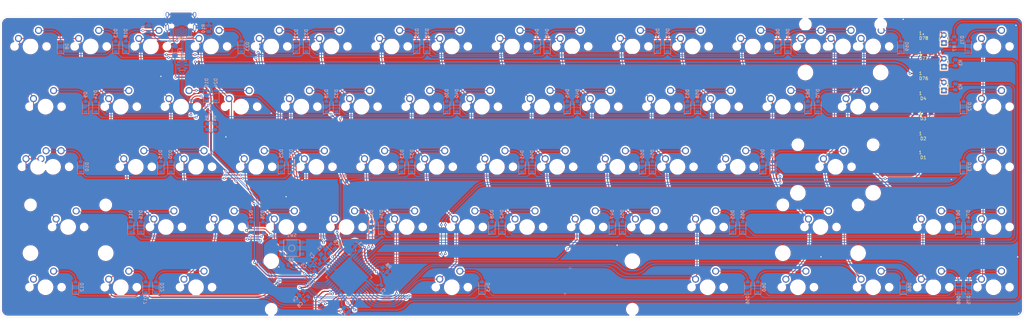
<source format=kicad_pcb>
(kicad_pcb (version 20171130) (host pcbnew "(5.1.5)-3")
  (layers (0 F.Cu signal) (31 B.Cu signal) (34 B.Paste user) (35 F.Paste user) (36 B.SilkS user) (37 F.SilkS user) (38 B.Mask user) (39 F.Mask user) (44 Edge.Cuts user))
  (net 0 "")
  (net 1 GND)
  (net 2 +5V)
  (net 3 "Net-(C6-Pad1)")
  (net 4 "Net-(C7-Pad1)")
  (net 5 "Net-(C8-Pad1)")
  (net 6 "Net-(D1-Pad2)")
  (net 7 "Net-(D1-Pad4)")
  (net 8 "Net-(D3-Pad2)")
  (net 9 "Net-(D6-Pad1)")
  (net 10 "Net-(D8-Pad2)")
  (net 11 Row1)
  (net 12 "Net-(D9-Pad2)")
  (net 13 Row2)
  (net 14 "Net-(D10-Pad2)")
  (net 15 Row5)
  (net 16 "Net-(D11-Pad2)")
  (net 17 Row7)
  (net 18 "Net-(D12-Pad2)")
  (net 19 Row8)
  (net 20 "Net-(D13-Pad2)")
  (net 21 Row0)
  (net 22 "Net-(D14-Pad2)")
  (net 23 Row3)
  (net 24 "Net-(D15-Pad2)")
  (net 25 Row4)
  (net 26 "Net-(D16-Pad2)")
  (net 27 Row6)
  (net 28 "Net-(D17-Pad2)")
  (net 29 Row9)
  (net 30 "Net-(D18-Pad2)")
  (net 31 "Net-(D19-Pad2)")
  (net 32 "Net-(D20-Pad2)")
  (net 33 "Net-(D21-Pad2)")
  (net 34 "Net-(D22-Pad2)")
  (net 35 "Net-(D23-Pad2)")
  (net 36 "Net-(D24-Pad2)")
  (net 37 "Net-(D25-Pad2)")
  (net 38 "Net-(D26-Pad2)")
  (net 39 "Net-(D27-Pad2)")
  (net 40 "Net-(D28-Pad2)")
  (net 41 "Net-(D29-Pad2)")
  (net 42 "Net-(D30-Pad2)")
  (net 43 "Net-(D31-Pad2)")
  (net 44 "Net-(D32-Pad2)")
  (net 45 "Net-(D33-Pad2)")
  (net 46 "Net-(D34-Pad2)")
  (net 47 "Net-(D35-Pad2)")
  (net 48 "Net-(D36-Pad2)")
  (net 49 "Net-(D37-Pad2)")
  (net 50 "Net-(D38-Pad2)")
  (net 51 "Net-(D39-Pad2)")
  (net 52 "Net-(D40-Pad2)")
  (net 53 "Net-(D41-Pad2)")
  (net 54 "Net-(D42-Pad2)")
  (net 55 "Net-(D43-Pad2)")
  (net 56 "Net-(D44-Pad2)")
  (net 57 "Net-(D45-Pad2)")
  (net 58 "Net-(D46-Pad2)")
  (net 59 "Net-(D47-Pad2)")
  (net 60 "Net-(D48-Pad2)")
  (net 61 "Net-(D49-Pad2)")
  (net 62 "Net-(D50-Pad2)")
  (net 63 "Net-(D51-Pad2)")
  (net 64 "Net-(D52-Pad2)")
  (net 65 "Net-(D53-Pad2)")
  (net 66 "Net-(D54-Pad2)")
  (net 67 "Net-(D55-Pad2)")
  (net 68 "Net-(D56-Pad2)")
  (net 69 "Net-(D57-Pad2)")
  (net 70 "Net-(D58-Pad2)")
  (net 71 "Net-(D59-Pad2)")
  (net 72 "Net-(D60-Pad2)")
  (net 73 "Net-(D61-Pad2)")
  (net 74 "Net-(D62-Pad2)")
  (net 75 "Net-(D63-Pad2)")
  (net 76 "Net-(D64-Pad2)")
  (net 77 "Net-(D65-Pad2)")
  (net 78 "Net-(D66-Pad2)")
  (net 79 "Net-(D67-Pad2)")
  (net 80 "Net-(D68-Pad2)")
  (net 81 "Net-(D69-Pad2)")
  (net 82 "Net-(D70-Pad2)")
  (net 83 "Net-(D71-Pad2)")
  (net 84 "Net-(D72-Pad2)")
  (net 85 "Net-(D73-Pad2)")
  (net 86 "Net-(D74-Pad2)")
  (net 87 "Net-(D75-Pad2)")
  (net 88 VCC)
  (net 89 Col0)
  (net 90 Col1)
  (net 91 Col2)
  (net 92 Col3)
  (net 93 Col4)
  (net 94 Col5)
  (net 95 Col6)
  (net 96 Col7)
  (net 97 LED_DIN)
  (net 98 IND_LED1)
  (net 99 IND_LED2)
  (net 100 D+)
  (net 101 D-)
  (net 102 "Net-(R6-Pad2)")
  (net 103 IND_LED3)
  (net 104 "Net-(R8-Pad2)")
  (net 105 "Net-(R9-Pad2)")
  (net 106 "Net-(R10-Pad2)")
  (net 107 "Net-(U1-Pad42)")
  (net 108 "Net-(U1-Pad22)")
  (net 109 "Net-(U1-Pad21)")
  (net 110 "Net-(U1-Pad12)")
  (net 111 "Net-(U2-Pad6)")
  (net 112 "Net-(U2-Pad1)")
  (net 113 "Net-(USB1-Pad11)")
  (net 114 "Net-(USB1-Pad3)")
  (net 115 "Net-(USB1-Pad9)")
  (net 116 "Net-(D2-Pad2)")
  (net 117 "Net-(D4-Pad2)")
  (net 118 "Net-(D5-Pad1)")
  (net 119 "Net-(D7-Pad1)")
  (net 120 "Net-(D76-Pad2)")
  (net 121 "Net-(D77-Pad2)")
  (net 122 "Net-(D78-Pad2)")
  (net 123 /D1+)
  (net 124 /D1-)
  (module board_logos:haku (layer F.Cu) (at 223.139 171.069)
    (fp_text reference G*** hide)
    (fp_text value LOGO hide)
    (fp_poly (pts (xy 4.728425 -3.654469) (xy 4.778752 -3.645128) (xy 4.849889 -3.630968) (xy 4.936151 -3.613209) (xy 5.031852 -3.593075) (xy 5.131306 -3.571786) (xy 5.228828 -3.550566) (xy 5.318733 -3.530635) (xy 5.395333 -3.513217) (xy 5.452944 -3.499532) (xy 5.48588 -3.490803) (xy 5.491306 -3.48869) (xy 5.490189 -3.46944) (xy 5.478428 -3.42316) (xy 5.457576 -3.354411) (xy 5.429187 -3.267756) (xy 5.394815 -3.167759) (xy 5.356013 -3.058982) (xy 5.314336 -2.945987) (xy 5.271337 -2.833337) (xy 5.247414 -2.772493) (xy 5.220318 -2.703789) (xy 5.198639 -2.6477) (xy 5.184992 -2.611059) (xy 5.1816 -2.600443) (xy 5.198125 -2.599383) (xy 5.246069 -2.598244) (xy 5.322985 -2.597048) (xy 5.426425 -2.595813) (xy 5.553941 -2.594563) (xy 5.703086 -2.593316) (xy 5.871412 -2.592095) (xy 6.056472 -2.590919) (xy 6.255819 -2.589811) (xy 6.467004 -2.58879) (xy 6.634388 -2.588083) (xy 6.896226 -2.587099) (xy 7.126299 -2.586238) (xy 7.326706 -2.585328) (xy 7.499546 -2.584199) (xy 7.64692 -2.582681) (xy 7.770926 -2.580602) (xy 7.873664 -2.577793) (xy 7.957235 -2.574082) (xy 8.023737 -2.569299) (xy 8.075271 -2.563273) (xy 8.113935 -2.555834) (xy 8.141831 -2.54681) (xy 8.161056 -2.536032) (xy 8.173711 -2.523328) (xy 8.181896 -2.508529) (xy 8.18771 -2.491462) (xy 8.193253 -2.471958) (xy 8.196621 -2.461109) (xy 8.206575 -2.404491) (xy 8.209734 -2.318037) (xy 8.206238 -2.205061) (xy 8.196224 -2.068876) (xy 8.179833 -1.912796) (xy 8.170453 -1.837266) (xy 8.127657 -1.582785) (xy 8.063853 -1.309794) (xy 7.981272 -1.024421) (xy 7.882149 -0.73279) (xy 7.768713 -0.441027) (xy 7.643199 -0.155257) (xy 7.507837 0.118393) (xy 7.36486 0.3738) (xy 7.364557 0.374307) (xy 7.139059 0.729372) (xy 6.899224 1.063206) (xy 6.641639 1.379578) (xy 6.362892 1.682254) (xy 6.05957 1.975004) (xy 5.728262 2.261596) (xy 5.469466 2.467017) (xy 5.174021 2.678091) (xy 4.84576 2.883012) (xy 4.485228 3.08147) (xy 4.092967 3.273152) (xy 3.948183 3.338626) (xy 3.880954 3.367866) (xy 3.79727 3.403393) (xy 3.702088 3.443191) (xy 3.600368 3.485246) (xy 3.49707 3.527542) (xy 3.397151 3.568065) (xy 3.305572 3.6048) (xy 3.227291 3.635731) (xy 3.167268 3.658844) (xy 3.130461 3.672123) (xy 3.121492 3.674534) (xy 3.110616 3.661411) (xy 3.107302 3.653367) (xy 3.09936 3.629105) (xy 3.083759 3.580375) (xy 3.062999 3.515016) (xy 3.046516 3.462867) (xy 2.991309 3.302198) (xy 2.930727 3.151197) (xy 2.868192 3.017758) (xy 2.807126 2.909773) (xy 2.805971 2.907972) (xy 2.767965 2.846439) (xy 2.748844 2.807453) (xy 2.747531 2.786204) (xy 2.762945 2.777883) (xy 2.776599 2.777067) (xy 2.811065 2.772448) (xy 2.872038 2.759641) (xy 2.953595 2.740224) (xy 3.049813 2.715772) (xy 3.154771 2.687862) (xy 3.262546 2.658072) (xy 3.367216 2.627977) (xy 3.462858 2.599154) (xy 3.54355 2.57318) (xy 3.547533 2.571833) (xy 3.938212 2.422855) (xy 4.312518 2.246207) (xy 4.673315 2.040317) (xy 5.02347 1.803607) (xy 5.223933 1.650684) (xy 5.522115 1.395447) (xy 5.804555 1.117571) (xy 6.068533 0.820712) (xy 6.311331 0.508525) (xy 6.530229 0.184667) (xy 6.722508 -0.147207) (xy 6.88545 -0.483441) (xy 6.974391 -0.702733) (xy 7.018029 -0.825162) (xy 7.062122 -0.959205) (xy 7.105248 -1.099552) (xy 7.145987 -1.240892) (xy 7.18292 -1.377917) (xy 7.214624 -1.505316) (xy 7.23968 -1.617779) (xy 7.256667 -1.709997) (xy 7.264164 -1.776658) (xy 7.2644 -1.786736) (xy 7.2644 -1.8288) (xy 4.826487 -1.8288) (xy 4.775571 -1.727934) (xy 4.691637 -1.572036) (xy 4.588654 -1.397699) (xy 4.470834 -1.2111) (xy 4.342389 -1.018412) (xy 4.207534 -0.825812) (xy 4.07048 -0.639473) (xy 3.93544 -0.465572) (xy 3.815221 -0.320265) (xy 3.733743 -0.22782) (xy 3.636291 -0.121218) (xy 3.528527 -0.006323) (xy 3.416115 0.111) (xy 3.304716 0.224888) (xy 3.199993 0.329476) (xy 3.107608 0.4189) (xy 3.049137 0.473109) (xy 2.918228 0.591122) (xy 2.758747 0.393435) (xy 2.68627 0.30579) (xy 2.604978 0.211013) (xy 2.52454 0.120186) (xy 2.454624 0.044397) (xy 2.4511 0.040702) (xy 2.395138 -0.018514) (xy 2.348855 -0.068736) (xy 2.316696 -0.105049) (xy 2.303105 -0.122538) (xy 2.302933 -0.123143) (xy 2.31592 -0.135785) (xy 2.351255 -0.16364) (xy 2.403499 -0.202559) (xy 2.465462 -0.24715) (xy 2.774331 -0.486742) (xy 3.066315 -0.755645) (xy 3.341342 -1.05377) (xy 3.599338 -1.381026) (xy 3.840229 -1.737326) (xy 4.063942 -2.122578) (xy 4.159838 -2.307054) (xy 4.212049 -2.416408) (xy 4.272151 -2.551307) (xy 4.337488 -2.705111) (xy 4.405408 -2.871181) (xy 4.473256 -3.042878) (xy 4.538378 -3.213562) (xy 4.59812 -3.376596) (xy 4.649828 -3.525339) (xy 4.6642 -3.568699) (xy 4.682019 -3.617518) (xy 4.697402 -3.64988) (xy 4.704594 -3.657767) (xy 4.728425 -3.654469)) (layer F.Cu) (width 0.01))
    (fp_poly (pts (xy -5.786588 -2.468478) (xy -5.733641 -2.457846) (xy -5.657797 -2.441467) (xy -5.56407 -2.42044) (xy -5.457474 -2.395861) (xy -5.386325 -2.379133) (xy -5.275782 -2.353041) (xy -5.176459 -2.32977) (xy -5.093016 -2.310398) (xy -5.030114 -2.296003) (xy -4.992414 -2.287663) (xy -4.983598 -2.286) (xy -4.977055 -2.271093) (xy -4.983262 -2.228458) (xy -5.001006 -2.161219) (xy -5.029074 -2.072503) (xy -5.066254 -1.965433) (xy -5.111332 -1.843137) (xy -5.163096 -1.708739) (xy -5.220333 -1.565364) (xy -5.28183 -1.416139) (xy -5.346375 -1.264189) (xy -5.412753 -1.112639) (xy -5.479754 -0.964614) (xy -5.546163 -0.82324) (xy -5.571697 -0.770466) (xy -5.722041 -0.474921) (xy -5.892826 -0.16131) (xy -6.080506 0.164528) (xy -6.281535 0.496753) (xy -6.492365 0.829526) (xy -6.709451 1.157007) (xy -6.929244 1.473356) (xy -6.964064 1.522046) (xy -7.011552 1.587704) (xy -7.069568 1.667177) (xy -7.134913 1.756156) (xy -7.204384 1.850331) (xy -7.274782 1.945391) (xy -7.342904 2.037028) (xy -7.40555 2.12093) (xy -7.459519 2.192789) (xy -7.50161 2.248295) (xy -7.528621 2.283138) (xy -7.535839 2.291875) (xy -7.550625 2.285874) (xy -7.578172 2.257065) (xy -7.61312 2.21125) (xy -7.621456 2.199189) (xy -7.708687 2.08654) (xy -7.819259 1.968632) (xy -7.945293 1.853332) (xy -8.056645 1.76477) (xy -8.192461 1.664068) (xy -8.014947 1.488201) (xy -7.909069 1.379558) (xy -7.806348 1.26596) (xy -7.704563 1.144322) (xy -7.601494 1.011561) (xy -7.49492 0.864592) (xy -7.38262 0.700331) (xy -7.262373 0.515695) (xy -7.131959 0.307598) (xy -6.989157 0.072957) (xy -6.955537 0.016934) (xy -6.80498 -0.236754) (xy -6.671899 -0.466271) (xy -6.554561 -0.675339) (xy -6.451236 -0.86768) (xy -6.360192 -1.047016) (xy -6.279698 -1.217068) (xy -6.208021 -1.38156) (xy -6.14343 -1.544212) (xy -6.084194 -1.708748) (xy -6.028582 -1.878889) (xy -5.974861 -2.058358) (xy -5.951146 -2.142066) (xy -5.918813 -2.255821) (xy -5.892984 -2.340702) (xy -5.871974 -2.400696) (xy -5.854096 -2.439791) (xy -5.837666 -2.461974) (xy -5.821 -2.471235) (xy -5.811627 -2.472266) (xy -5.786588 -2.468478)) (layer F.Cu) (width 0.01))
    (fp_poly (pts (xy -2.63838 -2.72242) (xy -2.471367 -2.513405) (xy -2.293015 -2.278097) (xy -2.106241 -2.020919) (xy -1.913965 -1.746296) (xy -1.719106 -1.458654) (xy -1.524584 -1.162417) (xy -1.333317 -0.862009) (xy -1.148225 -0.561855) (xy -0.972226 -0.266381) (xy -0.808239 0.019991) (xy -0.702698 0.211667) (xy -0.624801 0.357332) (xy -0.545934 0.507754) (xy -0.467567 0.659887) (xy -0.391172 0.810687) (xy -0.318219 0.957107) (xy -0.250178 1.096102) (xy -0.188521 1.224626) (xy -0.134716 1.339634) (xy -0.090236 1.43808) (xy -0.056551 1.516918) (xy -0.03513 1.573103) (xy -0.027445 1.60359) (xy -0.02854 1.607901) (xy -0.050024 1.619092) (xy -0.094546 1.638328) (xy -0.153389 1.661881) (xy -0.167654 1.667373) (xy -0.219618 1.68914) (xy -0.295398 1.723445) (xy -0.388706 1.767313) (xy -0.493253 1.817768) (xy -0.602751 1.871835) (xy -0.65167 1.896401) (xy -1.010366 2.077538) (xy -1.074346 1.881203) (xy -1.254618 1.35893) (xy -1.448339 0.856553) (xy -1.65403 0.377571) (xy -1.87021 -0.074518) (xy -2.032212 -0.382664) (xy -2.226481 -0.72693) (xy -2.416719 -1.042258) (xy -2.605789 -1.332869) (xy -2.796556 -1.602981) (xy -2.991883 -1.856817) (xy -3.194635 -2.098594) (xy -3.204041 -2.109328) (xy -3.265239 -2.179553) (xy -3.317716 -2.240751) (xy -3.357744 -2.288496) (xy -3.381593 -2.318357) (xy -3.386667 -2.326206) (xy -3.373941 -2.338707) (xy -3.338177 -2.369132) (xy -3.283001 -2.414522) (xy -3.212035 -2.471918) (xy -3.128903 -2.538359) (xy -3.063323 -2.590314) (xy -2.73998 -2.845573) (xy -2.63838 -2.72242)) (layer F.Cu) (width 0.01))
  )
  (module MX_Only:MXOnly-7U-ReversedStabilizers-NoLED (layer F.Cu) (at 190.5 173.0375)
    (fp_text reference MX65)
    (fp_text value MX-NoLED)
    (pad "" np_thru_hole circle (at 57.15 -8.255) (size 3.9878 3.9878) (drill 3.9878) (layers *.Cu *.Mask))
    (pad "" np_thru_hole circle (at -57.15 -8.255) (size 3.9878 3.9878) (drill 3.9878) (layers *.Cu *.Mask))
    (pad "" np_thru_hole circle (at 57.15 6.985) (size 3.048 3.048) (drill 3.048) (layers *.Cu *.Mask))
    (pad "" np_thru_hole circle (at -57.15 6.985) (size 3.048 3.048) (drill 3.048) (layers *.Cu *.Mask))
    (pad "" np_thru_hole circle (at 5.08 0 48.0996) (size 1.75 1.75) (drill 1.75) (layers *.Cu *.Mask))
    (pad "" np_thru_hole circle (at -5.08 0 48.0996) (size 1.75 1.75) (drill 1.75) (layers *.Cu *.Mask))
    (pad 1 thru_hole circle (at -3.81 -2.54) (size 2.25 2.25) (drill 1.47) (layers *.Cu B.Mask) (net 92 Col3))
    (pad "" np_thru_hole circle (at 0 0) (size 3.9878 3.9878) (drill 3.9878) (layers *.Cu *.Mask))
    (pad 2 thru_hole circle (at 2.54 -5.08) (size 2.25 2.25) (drill 1.47) (layers *.Cu B.Mask) (net 55 "Net-(D43-Pad2)"))
  )
  (module LED_SMD:LED_WS2812B_PLCC4_5.0x5.0mm_P3.2mm (layer F.Cu) (at 339.725 132.0325)
    (fp_text reference D1 (at 0 -0.0475 180) (layer F.SilkS))
    (fp_text value WS2812B)
    (fp_text user 1 (at -0.9398 -1.6256 180) (layer F.SilkS))
    (pad 3 smd rect (at 2.45 1.6) (size 1.5 1) (layers F.Cu F.Paste F.Mask) (net 1 GND))
    (pad 4 smd rect (at 2.45 -1.6) (size 1.5 1) (layers F.Cu F.Paste F.Mask) (net 7 "Net-(D1-Pad4)"))
    (pad 2 smd rect (at -2.45 1.6) (size 1.5 1) (layers F.Cu F.Paste F.Mask) (net 6 "Net-(D1-Pad2)"))
    (pad 1 smd rect (at -2.45 -1.6) (size 1.5 1) (layers F.Cu F.Paste F.Mask) (net 2 +5V))
  )
  (module Capacitor_SMD:C_0805_2012Metric (layer B.Cu) (at 142.9385 174.879 225)
    (fp_text reference C4 (at 2.738978 0.044901 45) (layer B.SilkS) (effects (justify mirror)))
    (fp_text value 0.1uF)
    (pad 2 smd roundrect (at 0.9375 0 225) (size 0.975 1.4) (layers B.Cu B.Paste B.Mask) (net 1 GND))
    (pad 1 smd roundrect (at -0.9375 0 225) (size 0.975 1.4) (layers B.Cu B.Paste B.Mask) (net 2 +5V))
  )
  (module LED_SMD:LED_WS2812B_PLCC4_5.0x5.0mm_P3.2mm (layer F.Cu) (at 339.725 94.25)
    (fp_text reference D78 (at 0.127 -0.016) (layer F.SilkS))
    (fp_text value WS2812B)
    (fp_text user 1 (at -0.889 -1.6) (layer F.SilkS))
    (pad 3 smd rect (at 2.45 1.6) (size 1.5 1) (layers F.Cu F.Paste F.Mask) (net 1 GND))
    (pad 4 smd rect (at 2.45 -1.6) (size 1.5 1) (layers F.Cu F.Paste F.Mask) (net 121 "Net-(D77-Pad2)"))
    (pad 2 smd rect (at -2.45 1.6) (size 1.5 1) (layers F.Cu F.Paste F.Mask) (net 122 "Net-(D78-Pad2)"))
    (pad 1 smd rect (at -2.45 -1.6) (size 1.5 1) (layers F.Cu F.Paste F.Mask) (net 2 +5V))
  )
  (module LED_SMD:LED_WS2812B_PLCC4_5.0x5.0mm_P3.2mm (layer F.Cu) (at 339.725 100.6)
    (fp_text reference D77 (at 0.127 0.016) (layer F.SilkS))
    (fp_text value WS2812B)
    (fp_text user 1 (at -0.889 -1.6) (layer F.SilkS))
    (pad 3 smd rect (at 2.45 1.6) (size 1.5 1) (layers F.Cu F.Paste F.Mask) (net 1 GND))
    (pad 4 smd rect (at 2.45 -1.6) (size 1.5 1) (layers F.Cu F.Paste F.Mask) (net 120 "Net-(D76-Pad2)"))
    (pad 2 smd rect (at -2.45 1.6) (size 1.5 1) (layers F.Cu F.Paste F.Mask) (net 121 "Net-(D77-Pad2)"))
    (pad 1 smd rect (at -2.45 -1.6) (size 1.5 1) (layers F.Cu F.Paste F.Mask) (net 2 +5V))
  )
  (module LED_SMD:LED_WS2812B_PLCC4_5.0x5.0mm_P3.2mm (layer F.Cu) (at 339.725 106.95)
    (fp_text reference D76 (at 0.127 0.016) (layer F.SilkS))
    (fp_text value WS2812B)
    (fp_text user 1 (at -0.889 -1.6) (layer F.SilkS))
    (pad 3 smd rect (at 2.45 1.6) (size 1.5 1) (layers F.Cu F.Paste F.Mask) (net 1 GND))
    (pad 4 smd rect (at 2.45 -1.6) (size 1.5 1) (layers F.Cu F.Paste F.Mask) (net 117 "Net-(D4-Pad2)"))
    (pad 2 smd rect (at -2.45 1.6) (size 1.5 1) (layers F.Cu F.Paste F.Mask) (net 120 "Net-(D76-Pad2)"))
    (pad 1 smd rect (at -2.45 -1.6) (size 1.5 1) (layers F.Cu F.Paste F.Mask) (net 2 +5V))
  )
  (module LED_SMD:LED_WS2812B_PLCC4_5.0x5.0mm_P3.2mm (layer F.Cu) (at 339.725 119.65)
    (fp_text reference D3 (at 0 0.016 180) (layer F.SilkS))
    (fp_text value WS2812B)
    (fp_text user 1 (at -0.889 -1.6 180) (layer F.SilkS))
    (pad 3 smd rect (at 2.45 1.6) (size 1.5 1) (layers F.Cu F.Paste F.Mask) (net 1 GND))
    (pad 4 smd rect (at 2.45 -1.6) (size 1.5 1) (layers F.Cu F.Paste F.Mask) (net 116 "Net-(D2-Pad2)"))
    (pad 2 smd rect (at -2.45 1.6) (size 1.5 1) (layers F.Cu F.Paste F.Mask) (net 8 "Net-(D3-Pad2)"))
    (pad 1 smd rect (at -2.45 -1.6) (size 1.5 1) (layers F.Cu F.Paste F.Mask) (net 2 +5V))
  )
  (module LED_SMD:LED_WS2812B_PLCC4_5.0x5.0mm_P3.2mm (layer F.Cu) (at 339.725 126)
    (fp_text reference D2 (at 0 0.016 180) (layer F.SilkS))
    (fp_text value WS2812B)
    (fp_text user 1 (at -0.889 -1.6 180) (layer F.SilkS))
    (pad 3 smd rect (at 2.45 1.6) (size 1.5 1) (layers F.Cu F.Paste F.Mask) (net 1 GND))
    (pad 4 smd rect (at 2.45 -1.6) (size 1.5 1) (layers F.Cu F.Paste F.Mask) (net 6 "Net-(D1-Pad2)"))
    (pad 2 smd rect (at -2.45 1.6) (size 1.5 1) (layers F.Cu F.Paste F.Mask) (net 116 "Net-(D2-Pad2)"))
    (pad 1 smd rect (at -2.45 -1.6) (size 1.5 1) (layers F.Cu F.Paste F.Mask) (net 2 +5V))
  )
  (module LED_SMD:LED_WS2812B_PLCC4_5.0x5.0mm_P3.2mm (layer F.Cu) (at 339.725 113.3)
    (fp_text reference D4 (at 0 0.016 180) (layer F.SilkS))
    (fp_text value WS2812B)
    (fp_text user 1 (at -0.889 -1.6 180) (layer F.SilkS))
    (pad 3 smd rect (at 2.45 1.6) (size 1.5 1) (layers F.Cu F.Paste F.Mask) (net 1 GND))
    (pad 4 smd rect (at 2.45 -1.6) (size 1.5 1) (layers F.Cu F.Paste F.Mask) (net 8 "Net-(D3-Pad2)"))
    (pad 2 smd rect (at -2.45 1.6) (size 1.5 1) (layers F.Cu F.Paste F.Mask) (net 117 "Net-(D4-Pad2)"))
    (pad 1 smd rect (at -2.45 -1.6) (size 1.5 1) (layers F.Cu F.Paste F.Mask) (net 2 +5V))
  )
  (module MX_Only:MXOnly-1U-NoLED (layer F.Cu) (at 100.0125 153.9875)
    (fp_text reference MX49)
    (fp_text value MX-NoLED)
    (pad "" np_thru_hole circle (at 5.08 0 48.0996) (size 1.75 1.75) (drill 1.75) (layers *.Cu *.Mask))
    (pad "" np_thru_hole circle (at -5.08 0 48.0996) (size 1.75 1.75) (drill 1.75) (layers *.Cu *.Mask))
    (pad 1 thru_hole circle (at -3.81 -2.54) (size 2.25 2.25) (drill 1.47) (layers *.Cu B.Mask) (net 89 Col0))
    (pad "" np_thru_hole circle (at 0 0) (size 3.9878 3.9878) (drill 3.9878) (layers *.Cu *.Mask))
    (pad 2 thru_hole circle (at 2.54 -5.08) (size 2.25 2.25) (drill 1.47) (layers *.Cu B.Mask) (net 26 "Net-(D16-Pad2)"))
  )
  (module Crystal:Crystal_SMD_3225-4Pin_3.2x2.5mm (layer B.Cu) (at 150.4315 162.46475 225)
    (fp_text reference Y1 (at 0 2.45 45) (layer B.SilkS) (effects (justify mirror)))
    (fp_text value 16MHz)
    (pad 1 smd rect (at -1.1 -0.85 225) (size 1.4 1.2) (layers B.Cu B.Paste B.Mask) (net 3 "Net-(C6-Pad1)"))
    (pad 2 smd rect (at 1.1 -0.85 225) (size 1.4 1.2) (layers B.Cu B.Paste B.Mask) (net 1 GND))
    (pad 3 smd rect (at 1.1 0.85 225) (size 1.4 1.2) (layers B.Cu B.Paste B.Mask) (net 4 "Net-(C7-Pad1)"))
    (pad 4 smd rect (at -1.1 0.85 225) (size 1.4 1.2) (layers B.Cu B.Paste B.Mask) (net 1 GND))
  )
  (module Type-C:HRO-TYPE-C-31-M-12-HandSoldering (layer B.Cu) (at 104.775 84.1375)
    (fp_text reference USB1 (at 0 10.2) (layer B.SilkS) (effects (justify mirror)))
    (fp_text value HRO-TYPE-C-31-M-12)
    (pad 13 thru_hole oval (at 4.32 2.6) (size 1 1.6) (drill oval 0.6 1.2) (layers *.Cu F.Mask) (net 1 GND))
    (pad 13 thru_hole oval (at -4.32 2.6) (size 1 1.6) (drill oval 0.6 1.2) (layers *.Cu F.Mask) (net 1 GND))
    (pad 13 thru_hole oval (at 4.32 6.78) (size 1 2.1) (drill oval 0.6 1.7) (layers *.Cu F.Mask) (net 1 GND))
    (pad 13 thru_hole oval (at -4.32 6.78) (size 1 2.1) (drill oval 0.6 1.7) (layers *.Cu F.Mask) (net 1 GND))
    (pad "" np_thru_hole circle (at -2.89 6.25) (size 0.65 0.65) (drill 0.65) (layers *.Cu *.Mask))
    (pad "" np_thru_hole circle (at 2.89 6.25) (size 0.65 0.65) (drill 0.65) (layers *.Cu *.Mask))
    (pad 6 smd rect (at -0.25 8.195) (size 0.3 2.45) (layers B.Cu B.Paste B.Mask) (net 100 D+))
    (pad 7 smd rect (at 0.25 8.195) (size 0.3 2.45) (layers B.Cu B.Paste B.Mask) (net 101 D-))
    (pad 8 smd rect (at 0.75 8.195) (size 0.3 2.45) (layers B.Cu B.Paste B.Mask) (net 100 D+))
    (pad 5 smd rect (at -0.75 8.195) (size 0.3 2.45) (layers B.Cu B.Paste B.Mask) (net 101 D-))
    (pad 9 smd rect (at 1.25 8.195) (size 0.3 2.45) (layers B.Cu B.Paste B.Mask) (net 115 "Net-(USB1-Pad9)"))
    (pad 4 smd rect (at -1.25 8.195) (size 0.3 2.45) (layers B.Cu B.Paste B.Mask) (net 105 "Net-(R9-Pad2)"))
    (pad 10 smd rect (at 1.75 8.195) (size 0.3 2.45) (layers B.Cu B.Paste B.Mask) (net 106 "Net-(R10-Pad2)"))
    (pad 3 smd rect (at -1.75 8.195) (size 0.3 2.45) (layers B.Cu B.Paste B.Mask) (net 114 "Net-(USB1-Pad3)"))
    (pad 2 smd rect (at -2.45 8.195) (size 0.6 2.45) (layers B.Cu B.Paste B.Mask) (net 88 VCC))
    (pad 11 smd rect (at 2.45 8.195) (size 0.6 2.45) (layers B.Cu B.Paste B.Mask) (net 113 "Net-(USB1-Pad11)"))
    (pad 1 smd rect (at -3.225 8.195) (size 0.6 2.45) (layers B.Cu B.Paste B.Mask) (net 1 GND))
    (pad 12 smd rect (at 3.225 8.195) (size 0.6 2.45) (layers B.Cu B.Paste B.Mask) (net 1 GND))
  )
  (module Package_TO_SOT_SMD:SOT-23-6 (layer B.Cu) (at 105.156 102.743 180)
    (fp_text reference U2 (at 0 2.9) (layer B.SilkS) (effects (justify mirror)))
    (fp_text value SRV05-4)
    (pad 1 smd rect (at -1.1 0.95 180) (size 1.06 0.65) (layers B.Cu B.Paste B.Mask) (net 112 "Net-(U2-Pad1)"))
    (pad 2 smd rect (at -1.1 0 180) (size 1.06 0.65) (layers B.Cu B.Paste B.Mask) (net 1 GND))
    (pad 3 smd rect (at -1.1 -0.95 180) (size 1.06 0.65) (layers B.Cu B.Paste B.Mask) (net 100 D+))
    (pad 4 smd rect (at 1.1 -0.95 180) (size 1.06 0.65) (layers B.Cu B.Paste B.Mask) (net 101 D-))
    (pad 6 smd rect (at 1.1 0.95 180) (size 1.06 0.65) (layers B.Cu B.Paste B.Mask) (net 111 "Net-(U2-Pad6)"))
    (pad 5 smd rect (at 1.1 0 180) (size 1.06 0.65) (layers B.Cu B.Paste B.Mask) (net 2 +5V))
  )
  (module Package_QFP:TQFP-44_10x10mm_P0.8mm (layer B.Cu) (at 157.95625 169.8625 45)
    (fp_text reference U1 (at 0 7.45 45) (layer B.SilkS) (effects (justify mirror)))
    (fp_text value ATmega32U4-AU)
    (pad 1 smd rect (at -5.7 4 45) (size 1.5 0.55) (layers B.Cu B.Paste B.Mask) (net 103 IND_LED3))
    (pad 2 smd rect (at -5.7 3.2 45) (size 1.5 0.55) (layers B.Cu B.Paste B.Mask) (net 2 +5V))
    (pad 3 smd rect (at -5.7 2.4 45) (size 1.5 0.55) (layers B.Cu B.Paste B.Mask) (net 124 /D1-))
    (pad 4 smd rect (at -5.7 1.6 45) (size 1.5 0.55) (layers B.Cu B.Paste B.Mask) (net 123 /D1+))
    (pad 5 smd rect (at -5.7 0.8 45) (size 1.5 0.55) (layers B.Cu B.Paste B.Mask) (net 1 GND))
    (pad 6 smd rect (at -5.7 0 45) (size 1.5 0.55) (layers B.Cu B.Paste B.Mask) (net 5 "Net-(C8-Pad1)"))
    (pad 7 smd rect (at -5.7 -0.8 45) (size 1.5 0.55) (layers B.Cu B.Paste B.Mask) (net 2 +5V))
    (pad 8 smd rect (at -5.7 -1.6 45) (size 1.5 0.55) (layers B.Cu B.Paste B.Mask) (net 89 Col0))
    (pad 9 smd rect (at -5.7 -2.4 45) (size 1.5 0.55) (layers B.Cu B.Paste B.Mask) (net 17 Row7))
    (pad 10 smd rect (at -5.7 -3.2 45) (size 1.5 0.55) (layers B.Cu B.Paste B.Mask) (net 27 Row6))
    (pad 11 smd rect (at -5.7 -4 45) (size 1.5 0.55) (layers B.Cu B.Paste B.Mask) (net 90 Col1))
    (pad 12 smd rect (at -4 -5.7 315) (size 1.5 0.55) (layers B.Cu B.Paste B.Mask) (net 110 "Net-(U1-Pad12)"))
    (pad 13 smd rect (at -3.2 -5.7 315) (size 1.5 0.55) (layers B.Cu B.Paste B.Mask) (net 102 "Net-(R6-Pad2)"))
    (pad 14 smd rect (at -2.4 -5.7 315) (size 1.5 0.55) (layers B.Cu B.Paste B.Mask) (net 2 +5V))
    (pad 15 smd rect (at -1.6 -5.7 315) (size 1.5 0.55) (layers B.Cu B.Paste B.Mask) (net 1 GND))
    (pad 16 smd rect (at -0.8 -5.7 315) (size 1.5 0.55) (layers B.Cu B.Paste B.Mask) (net 4 "Net-(C7-Pad1)"))
    (pad 17 smd rect (at 0 -5.7 315) (size 1.5 0.55) (layers B.Cu B.Paste B.Mask) (net 3 "Net-(C6-Pad1)"))
    (pad 18 smd rect (at 0.8 -5.7 315) (size 1.5 0.55) (layers B.Cu B.Paste B.Mask) (net 97 LED_DIN))
    (pad 19 smd rect (at 1.6 -5.7 315) (size 1.5 0.55) (layers B.Cu B.Paste B.Mask) (net 21 Row0))
    (pad 20 smd rect (at 2.4 -5.7 315) (size 1.5 0.55) (layers B.Cu B.Paste B.Mask) (net 11 Row1))
    (pad 21 smd rect (at 3.2 -5.7 315) (size 1.5 0.55) (layers B.Cu B.Paste B.Mask) (net 109 "Net-(U1-Pad21)"))
    (pad 22 smd rect (at 4 -5.7 315) (size 1.5 0.55) (layers B.Cu B.Paste B.Mask) (net 108 "Net-(U1-Pad22)"))
    (pad 23 smd rect (at 5.7 -4 45) (size 1.5 0.55) (layers B.Cu B.Paste B.Mask) (net 1 GND))
    (pad 24 smd rect (at 5.7 -3.2 45) (size 1.5 0.55) (layers B.Cu B.Paste B.Mask) (net 2 +5V))
    (pad 25 smd rect (at 5.7 -2.4 45) (size 1.5 0.55) (layers B.Cu B.Paste B.Mask) (net 13 Row2))
    (pad 26 smd rect (at 5.7 -1.6 45) (size 1.5 0.55) (layers B.Cu B.Paste B.Mask) (net 23 Row3))
    (pad 27 smd rect (at 5.7 -0.8 45) (size 1.5 0.55) (layers B.Cu B.Paste B.Mask) (net 98 IND_LED1))
    (pad 28 smd rect (at 5.7 0 45) (size 1.5 0.55) (layers B.Cu B.Paste B.Mask) (net 99 IND_LED2))
    (pad 29 smd rect (at 5.7 0.8 45) (size 1.5 0.55) (layers B.Cu B.Paste B.Mask) (net 15 Row5))
    (pad 30 smd rect (at 5.7 1.6 45) (size 1.5 0.55) (layers B.Cu B.Paste B.Mask) (net 25 Row4))
    (pad 31 smd rect (at 5.7 2.4 45) (size 1.5 0.55) (layers B.Cu B.Paste B.Mask) (net 93 Col4))
    (pad 32 smd rect (at 5.7 3.2 45) (size 1.5 0.55) (layers B.Cu B.Paste B.Mask) (net 96 Col7))
    (pad 33 smd rect (at 5.7 4 45) (size 1.5 0.55) (layers B.Cu B.Paste B.Mask) (net 104 "Net-(R8-Pad2)"))
    (pad 34 smd rect (at 4 5.7 315) (size 1.5 0.55) (layers B.Cu B.Paste B.Mask) (net 2 +5V))
    (pad 35 smd rect (at 3.2 5.7 315) (size 1.5 0.55) (layers B.Cu B.Paste B.Mask) (net 1 GND))
    (pad 36 smd rect (at 2.4 5.7 315) (size 1.5 0.55) (layers B.Cu B.Paste B.Mask) (net 91 Col2))
    (pad 37 smd rect (at 1.6 5.7 315) (size 1.5 0.55) (layers B.Cu B.Paste B.Mask) (net 95 Col6))
    (pad 38 smd rect (at 0.8 5.7 315) (size 1.5 0.55) (layers B.Cu B.Paste B.Mask) (net 94 Col5))
    (pad 39 smd rect (at 0 5.7 315) (size 1.5 0.55) (layers B.Cu B.Paste B.Mask) (net 92 Col3))
    (pad 40 smd rect (at -0.8 5.7 315) (size 1.5 0.55) (layers B.Cu B.Paste B.Mask) (net 19 Row8))
    (pad 41 smd rect (at -1.6 5.7 315) (size 1.5 0.55) (layers B.Cu B.Paste B.Mask) (net 29 Row9))
    (pad 42 smd rect (at -2.4 5.7 315) (size 1.5 0.55) (layers B.Cu B.Paste B.Mask) (net 107 "Net-(U1-Pad42)"))
    (pad 43 smd rect (at -3.2 5.7 315) (size 1.5 0.55) (layers B.Cu B.Paste B.Mask) (net 1 GND))
    (pad 44 smd rect (at -4 5.7 315) (size 1.5 0.55) (layers B.Cu B.Paste B.Mask) (net 2 +5V))
  )
  (module random-keyboard-parts:SKQG-1155865 (layer B.Cu) (at 139.8524 160.6804)
    (fp_text reference SW1 (at 0 -4.064) (layer B.SilkS) (effects (justify mirror)))
    (fp_text value SW_Push)
    (pad 1 smd rect (at 3.1 -1.85) (size 1.8 1.1) (layers B.Cu B.Paste B.Mask) (net 1 GND))
    (pad 2 smd rect (at -3.1 1.85) (size 1.8 1.1) (layers B.Cu B.Paste B.Mask) (net 102 "Net-(R6-Pad2)"))
    (pad 3 smd rect (at 3.1 1.85) (size 1.8 1.1) (layers B.Cu B.Paste B.Mask))
    (pad 4 smd rect (at -3.1 -1.85) (size 1.8 1.1) (layers B.Cu B.Paste B.Mask))
  )
  (module Resistor_SMD:R_0805_2012Metric (layer B.Cu) (at 113.538 91.186 270)
    (fp_text reference R10 (at 0 1.65 90) (layer B.SilkS) (effects (justify mirror)))
    (fp_text value 5.1k)
    (pad 1 smd roundrect (at -0.9375 0 270) (size 0.975 1.4) (layers B.Cu B.Paste B.Mask) (net 1 GND))
    (pad 2 smd roundrect (at 0.9375 0 270) (size 0.975 1.4) (layers B.Cu B.Paste B.Mask) (net 106 "Net-(R10-Pad2)"))
  )
  (module Resistor_SMD:R_0805_2012Metric (layer B.Cu) (at 94.488 91.186 270)
    (fp_text reference R9 (at 0 1.65 90) (layer B.SilkS) (effects (justify mirror)))
    (fp_text value 5.1k)
    (pad 1 smd roundrect (at -0.9375 0 270) (size 0.975 1.4) (layers B.Cu B.Paste B.Mask) (net 1 GND))
    (pad 2 smd roundrect (at 0.9375 0 270) (size 0.975 1.4) (layers B.Cu B.Paste B.Mask) (net 105 "Net-(R9-Pad2)"))
  )
  (module Resistor_SMD:R_0805_2012Metric (layer B.Cu) (at 169.291 167.513 135)
    (fp_text reference R8 (at 0 1.65 135) (layer B.SilkS) (effects (justify mirror)))
    (fp_text value 10k)
    (pad 1 smd roundrect (at -0.9375 0 135) (size 0.975 1.4) (layers B.Cu B.Paste B.Mask) (net 1 GND))
    (pad 2 smd roundrect (at 0.9375 0 135) (size 0.975 1.4) (layers B.Cu B.Paste B.Mask) (net 104 "Net-(R8-Pad2)"))
  )
  (module Resistor_SMD:R_0805_2012Metric (layer B.Cu) (at 349.504 94.742 90)
    (fp_text reference R7 (at -2.667 0.127 270) (layer B.SilkS) (effects (justify mirror)))
    (fp_text value 1k)
    (pad 1 smd roundrect (at -0.9375 0 90) (size 0.975 1.4) (layers B.Cu B.Paste B.Mask) (net 119 "Net-(D7-Pad1)"))
    (pad 2 smd roundrect (at 0.9375 0 90) (size 0.975 1.4) (layers B.Cu B.Paste B.Mask) (net 103 IND_LED3))
  )
  (module Resistor_SMD:R_0805_2012Metric (layer B.Cu) (at 139.6469 165.9636 180)
    (fp_text reference R6 (at 0 1.65) (layer B.SilkS) (effects (justify mirror)))
    (fp_text value 10k)
    (pad 1 smd roundrect (at -0.9375 0 180) (size 0.975 1.4) (layers B.Cu B.Paste B.Mask) (net 2 +5V))
    (pad 2 smd roundrect (at 0.9375 0 180) (size 0.975 1.4) (layers B.Cu B.Paste B.Mask) (net 102 "Net-(R6-Pad2)"))
  )
  (module Resistor_SMD:R_0805_2012Metric (layer B.Cu) (at 113.0935 122.2375 90)
    (fp_text reference R5 (at 2.667 -0.001 90) (layer B.SilkS) (effects (justify mirror)))
    (fp_text value 10k)
    (pad 1 smd roundrect (at -0.9375 0 90) (size 0.975 1.4) (layers B.Cu B.Paste B.Mask) (net 124 /D1-))
    (pad 2 smd roundrect (at 0.9375 0 90) (size 0.975 1.4) (layers B.Cu B.Paste B.Mask) (net 101 D-))
  )
  (module Resistor_SMD:R_0805_2012Metric (layer B.Cu) (at 115.47475 122.2375 90)
    (fp_text reference R4 (at 2.667 -0.001 90) (layer B.SilkS) (effects (justify mirror)))
    (fp_text value 10k)
    (pad 2 smd roundrect (at 0.9375 0 90) (size 0.975 1.4) (layers B.Cu B.Paste B.Mask) (net 100 D+))
    (pad 1 smd roundrect (at -0.9375 0 90) (size 0.975 1.4) (layers B.Cu B.Paste B.Mask) (net 123 /D1+))
  )
  (module Resistor_SMD:R_0805_2012Metric (layer B.Cu) (at 349.885 101.981 90)
    (fp_text reference R3 (at 0 1.65 270) (layer B.SilkS) (effects (justify mirror)))
    (fp_text value 1k)
    (pad 1 smd roundrect (at -0.9375 0 90) (size 0.975 1.4) (layers B.Cu B.Paste B.Mask) (net 9 "Net-(D6-Pad1)"))
    (pad 2 smd roundrect (at 0.9375 0 90) (size 0.975 1.4) (layers B.Cu B.Paste B.Mask) (net 99 IND_LED2))
  )
  (module Resistor_SMD:R_0805_2012Metric (layer B.Cu) (at 349.885 109.601 90)
    (fp_text reference R2 (at 0 1.65 270) (layer B.SilkS) (effects (justify mirror)))
    (fp_text value 1k)
    (pad 1 smd roundrect (at -0.9375 0 90) (size 0.975 1.4) (layers B.Cu B.Paste B.Mask) (net 118 "Net-(D5-Pad1)"))
    (pad 2 smd roundrect (at 0.9375 0 90) (size 0.975 1.4) (layers B.Cu B.Paste B.Mask) (net 98 IND_LED1))
  )
  (module Resistor_SMD:R_0805_2012Metric (layer B.Cu) (at 156.2885 139.446 180)
    (fp_text reference R1 (at 0 1.65) (layer B.SilkS) (effects (justify mirror)))
    (fp_text value 500)
    (pad 1 smd roundrect (at -0.9375 0 180) (size 0.975 1.4) (layers B.Cu B.Paste B.Mask) (net 7 "Net-(D1-Pad4)"))
    (pad 2 smd roundrect (at 0.9375 0 180) (size 0.975 1.4) (layers B.Cu B.Paste B.Mask) (net 97 LED_DIN))
  )
  (module MX_Only:MXOnly-1U-NoLED (layer F.Cu) (at 361.95 173.0375)
    (fp_text reference MX70)
    (fp_text value MX-NoLED)
    (pad "" np_thru_hole circle (at 5.08 0 48.0996) (size 1.75 1.75) (drill 1.75) (layers *.Cu *.Mask))
    (pad "" np_thru_hole circle (at -5.08 0 48.0996) (size 1.75 1.75) (drill 1.75) (layers *.Cu *.Mask))
    (pad 1 thru_hole circle (at -3.81 -2.54) (size 2.25 2.25) (drill 1.47) (layers *.Cu B.Mask) (net 96 Col7))
    (pad "" np_thru_hole circle (at 0 0) (size 3.9878 3.9878) (drill 3.9878) (layers *.Cu *.Mask))
    (pad 2 thru_hole circle (at 2.54 -5.08) (size 2.25 2.25) (drill 1.47) (layers *.Cu B.Mask) (net 87 "Net-(D75-Pad2)"))
  )
  (module MX_Only:MXOnly-1U-NoLED (layer F.Cu) (at 342.9 173.0375)
    (fp_text reference MX69)
    (fp_text value MX-NoLED)
    (pad "" np_thru_hole circle (at 5.08 0 48.0996) (size 1.75 1.75) (drill 1.75) (layers *.Cu *.Mask))
    (pad "" np_thru_hole circle (at -5.08 0 48.0996) (size 1.75 1.75) (drill 1.75) (layers *.Cu *.Mask))
    (pad 1 thru_hole circle (at -3.81 -2.54) (size 2.25 2.25) (drill 1.47) (layers *.Cu B.Mask) (net 96 Col7))
    (pad "" np_thru_hole circle (at 0 0) (size 3.9878 3.9878) (drill 3.9878) (layers *.Cu *.Mask))
    (pad 2 thru_hole circle (at 2.54 -5.08) (size 2.25 2.25) (drill 1.47) (layers *.Cu B.Mask) (net 80 "Net-(D68-Pad2)"))
  )
  (module MX_Only:MXOnly-1U-NoLED (layer F.Cu) (at 323.85 173.0375)
    (fp_text reference MX68)
    (fp_text value MX-NoLED)
    (pad "" np_thru_hole circle (at 5.08 0 48.0996) (size 1.75 1.75) (drill 1.75) (layers *.Cu *.Mask))
    (pad "" np_thru_hole circle (at -5.08 0 48.0996) (size 1.75 1.75) (drill 1.75) (layers *.Cu *.Mask))
    (pad 1 thru_hole circle (at -3.81 -2.54) (size 2.25 2.25) (drill 1.47) (layers *.Cu B.Mask) (net 95 Col6))
    (pad "" np_thru_hole circle (at 0 0) (size 3.9878 3.9878) (drill 3.9878) (layers *.Cu *.Mask))
    (pad 2 thru_hole circle (at 2.54 -5.08) (size 2.25 2.25) (drill 1.47) (layers *.Cu B.Mask) (net 78 "Net-(D66-Pad2)"))
  )
  (module MX_Only:MXOnly-1.5U-NoLED (layer F.Cu) (at 300.0375 173.0375)
    (fp_text reference MX67)
    (fp_text value MX-NoLED)
    (pad "" np_thru_hole circle (at 5.08 0 48.0996) (size 1.75 1.75) (drill 1.75) (layers *.Cu *.Mask))
    (pad "" np_thru_hole circle (at -5.08 0 48.0996) (size 1.75 1.75) (drill 1.75) (layers *.Cu *.Mask))
    (pad 1 thru_hole circle (at -3.81 -2.54) (size 2.25 2.25) (drill 1.47) (layers *.Cu B.Mask) (net 95 Col6))
    (pad "" np_thru_hole circle (at 0 0) (size 3.9878 3.9878) (drill 3.9878) (layers *.Cu *.Mask))
    (pad 2 thru_hole circle (at 2.54 -5.08) (size 2.25 2.25) (drill 1.47) (layers *.Cu B.Mask) (net 72 "Net-(D60-Pad2)"))
  )
  (module MX_Only:MXOnly-1.5U-NoLED (layer F.Cu) (at 271.4625 173.0375)
    (fp_text reference MX66)
    (fp_text value MX-NoLED)
    (pad "" np_thru_hole circle (at 5.08 0 48.0996) (size 1.75 1.75) (drill 1.75) (layers *.Cu *.Mask))
    (pad "" np_thru_hole circle (at -5.08 0 48.0996) (size 1.75 1.75) (drill 1.75) (layers *.Cu *.Mask))
    (pad 1 thru_hole circle (at -3.81 -2.54) (size 2.25 2.25) (drill 1.47) (layers *.Cu B.Mask) (net 94 Col5))
    (pad "" np_thru_hole circle (at 0 0) (size 3.9878 3.9878) (drill 3.9878) (layers *.Cu *.Mask))
    (pad 2 thru_hole circle (at 2.54 -5.08) (size 2.25 2.25) (drill 1.47) (layers *.Cu B.Mask) (net 68 "Net-(D56-Pad2)"))
  )
  (module MX_Only:MXOnly-1.5U-NoLED (layer F.Cu) (at 109.5375 173.0375)
    (fp_text reference MX64)
    (fp_text value MX-NoLED)
    (pad "" np_thru_hole circle (at 5.08 0 48.0996) (size 1.75 1.75) (drill 1.75) (layers *.Cu *.Mask))
    (pad "" np_thru_hole circle (at -5.08 0 48.0996) (size 1.75 1.75) (drill 1.75) (layers *.Cu *.Mask))
    (pad 1 thru_hole circle (at -3.81 -2.54) (size 2.25 2.25) (drill 1.47) (layers *.Cu B.Mask) (net 90 Col1))
    (pad "" np_thru_hole circle (at 0 0) (size 3.9878 3.9878) (drill 3.9878) (layers *.Cu *.Mask))
    (pad 2 thru_hole circle (at 2.54 -5.08) (size 2.25 2.25) (drill 1.47) (layers *.Cu B.Mask) (net 34 "Net-(D22-Pad2)"))
  )
  (module MX_Only:MXOnly-1U-NoLED (layer F.Cu) (at 85.725 173.0375)
    (fp_text reference MX63)
    (fp_text value MX-NoLED)
    (pad "" np_thru_hole circle (at 5.08 0 48.0996) (size 1.75 1.75) (drill 1.75) (layers *.Cu *.Mask))
    (pad "" np_thru_hole circle (at -5.08 0 48.0996) (size 1.75 1.75) (drill 1.75) (layers *.Cu *.Mask))
    (pad 1 thru_hole circle (at -3.81 -2.54) (size 2.25 2.25) (drill 1.47) (layers *.Cu B.Mask) (net 89 Col0))
    (pad "" np_thru_hole circle (at 0 0) (size 3.9878 3.9878) (drill 3.9878) (layers *.Cu *.Mask))
    (pad 2 thru_hole circle (at 2.54 -5.08) (size 2.25 2.25) (drill 1.47) (layers *.Cu B.Mask) (net 28 "Net-(D17-Pad2)"))
  )
  (module MX_Only:MXOnly-1.5U-NoLED (layer F.Cu) (at 61.9125 173.0375)
    (fp_text reference MX62)
    (fp_text value MX-NoLED)
    (pad "" np_thru_hole circle (at 5.08 0 48.0996) (size 1.75 1.75) (drill 1.75) (layers *.Cu *.Mask))
    (pad "" np_thru_hole circle (at -5.08 0 48.0996) (size 1.75 1.75) (drill 1.75) (layers *.Cu *.Mask))
    (pad 1 thru_hole circle (at -3.81 -2.54) (size 2.25 2.25) (drill 1.47) (layers *.Cu B.Mask) (net 89 Col0))
    (pad "" np_thru_hole circle (at 0 0) (size 3.9878 3.9878) (drill 3.9878) (layers *.Cu *.Mask))
    (pad 2 thru_hole circle (at 2.54 -5.08) (size 2.25 2.25) (drill 1.47) (layers *.Cu B.Mask) (net 18 "Net-(D12-Pad2)"))
  )
  (module MX_Only:MXOnly-1U-NoLED (layer F.Cu) (at 361.95 153.9875)
    (fp_text reference MX61)
    (fp_text value MX-NoLED)
    (pad "" np_thru_hole circle (at 5.08 0 48.0996) (size 1.75 1.75) (drill 1.75) (layers *.Cu *.Mask))
    (pad "" np_thru_hole circle (at -5.08 0 48.0996) (size 1.75 1.75) (drill 1.75) (layers *.Cu *.Mask))
    (pad 1 thru_hole circle (at -3.81 -2.54) (size 2.25 2.25) (drill 1.47) (layers *.Cu B.Mask) (net 96 Col7))
    (pad "" np_thru_hole circle (at 0 0) (size 3.9878 3.9878) (drill 3.9878) (layers *.Cu *.Mask))
    (pad 2 thru_hole circle (at 2.54 -5.08) (size 2.25 2.25) (drill 1.47) (layers *.Cu B.Mask) (net 86 "Net-(D74-Pad2)"))
  )
  (module MX_Only:MXOnly-1U-NoLED (layer F.Cu) (at 342.9 153.9875)
    (fp_text reference MX60)
    (fp_text value MX-NoLED)
    (pad "" np_thru_hole circle (at 5.08 0 48.0996) (size 1.75 1.75) (drill 1.75) (layers *.Cu *.Mask))
    (pad "" np_thru_hole circle (at -5.08 0 48.0996) (size 1.75 1.75) (drill 1.75) (layers *.Cu *.Mask))
    (pad 1 thru_hole circle (at -3.81 -2.54) (size 2.25 2.25) (drill 1.47) (layers *.Cu B.Mask) (net 96 Col7))
    (pad "" np_thru_hole circle (at 0 0) (size 3.9878 3.9878) (drill 3.9878) (layers *.Cu *.Mask))
    (pad 2 thru_hole circle (at 2.54 -5.08) (size 2.25 2.25) (drill 1.47) (layers *.Cu B.Mask) (net 79 "Net-(D67-Pad2)"))
  )
  (module MX_Only:MXOnly-2.75U-NoLED (layer F.Cu) (at 307.18125 153.9875)
    (fp_text reference MX59)
    (fp_text value MX-NoLED)
    (pad "" np_thru_hole circle (at 11.90625 8.255) (size 3.9878 3.9878) (drill 3.9878) (layers *.Cu *.Mask))
    (pad "" np_thru_hole circle (at -11.90625 8.255) (size 3.9878 3.9878) (drill 3.9878) (layers *.Cu *.Mask))
    (pad "" np_thru_hole circle (at 11.90625 -6.985) (size 3.048 3.048) (drill 3.048) (layers *.Cu *.Mask))
    (pad "" np_thru_hole circle (at -11.90625 -6.985) (size 3.048 3.048) (drill 3.048) (layers *.Cu *.Mask))
    (pad "" np_thru_hole circle (at 5.08 0 48.0996) (size 1.75 1.75) (drill 1.75) (layers *.Cu *.Mask))
    (pad "" np_thru_hole circle (at -5.08 0 48.0996) (size 1.75 1.75) (drill 1.75) (layers *.Cu *.Mask))
    (pad 1 thru_hole circle (at -3.81 -2.54) (size 2.25 2.25) (drill 1.47) (layers *.Cu B.Mask) (net 95 Col6))
    (pad "" np_thru_hole circle (at 0 0) (size 3.9878 3.9878) (drill 3.9878) (layers *.Cu *.Mask))
    (pad 2 thru_hole circle (at 2.54 -5.08) (size 2.25 2.25) (drill 1.47) (layers *.Cu B.Mask) (net 77 "Net-(D65-Pad2)"))
  )
  (module MX_Only:MXOnly-1U-NoLED (layer F.Cu) (at 271.4625 153.9875)
    (fp_text reference MX58)
    (fp_text value MX-NoLED)
    (pad "" np_thru_hole circle (at 5.08 0 48.0996) (size 1.75 1.75) (drill 1.75) (layers *.Cu *.Mask))
    (pad "" np_thru_hole circle (at -5.08 0 48.0996) (size 1.75 1.75) (drill 1.75) (layers *.Cu *.Mask))
    (pad 1 thru_hole circle (at -3.81 -2.54) (size 2.25 2.25) (drill 1.47) (layers *.Cu B.Mask) (net 94 Col5))
    (pad "" np_thru_hole circle (at 0 0) (size 3.9878 3.9878) (drill 3.9878) (layers *.Cu *.Mask))
    (pad 2 thru_hole circle (at 2.54 -5.08) (size 2.25 2.25) (drill 1.47) (layers *.Cu B.Mask) (net 67 "Net-(D55-Pad2)"))
  )
  (module MX_Only:MXOnly-1U-NoLED (layer F.Cu) (at 252.4125 153.9875)
    (fp_text reference MX57)
    (fp_text value MX-NoLED)
    (pad "" np_thru_hole circle (at 5.08 0 48.0996) (size 1.75 1.75) (drill 1.75) (layers *.Cu *.Mask))
    (pad "" np_thru_hole circle (at -5.08 0 48.0996) (size 1.75 1.75) (drill 1.75) (layers *.Cu *.Mask))
    (pad 1 thru_hole circle (at -3.81 -2.54) (size 2.25 2.25) (drill 1.47) (layers *.Cu B.Mask) (net 93 Col4))
    (pad "" np_thru_hole circle (at 0 0) (size 3.9878 3.9878) (drill 3.9878) (layers *.Cu *.Mask))
    (pad 2 thru_hole circle (at 2.54 -5.08) (size 2.25 2.25) (drill 1.47) (layers *.Cu B.Mask) (net 63 "Net-(D51-Pad2)"))
  )
  (module MX_Only:MXOnly-1U-NoLED (layer F.Cu) (at 233.3625 153.9875)
    (fp_text reference MX56)
    (fp_text value MX-NoLED)
    (pad "" np_thru_hole circle (at 5.08 0 48.0996) (size 1.75 1.75) (drill 1.75) (layers *.Cu *.Mask))
    (pad "" np_thru_hole circle (at -5.08 0 48.0996) (size 1.75 1.75) (drill 1.75) (layers *.Cu *.Mask))
    (pad 1 thru_hole circle (at -3.81 -2.54) (size 2.25 2.25) (drill 1.47) (layers *.Cu B.Mask) (net 93 Col4))
    (pad "" np_thru_hole circle (at 0 0) (size 3.9878 3.9878) (drill 3.9878) (layers *.Cu *.Mask))
    (pad 2 thru_hole circle (at 2.54 -5.08) (size 2.25 2.25) (drill 1.47) (layers *.Cu B.Mask) (net 59 "Net-(D47-Pad2)"))
  )
  (module MX_Only:MXOnly-1U-NoLED (layer F.Cu) (at 214.3125 153.9875)
    (fp_text reference MX55)
    (fp_text value MX-NoLED)
    (pad "" np_thru_hole circle (at 5.08 0 48.0996) (size 1.75 1.75) (drill 1.75) (layers *.Cu *.Mask))
    (pad "" np_thru_hole circle (at -5.08 0 48.0996) (size 1.75 1.75) (drill 1.75) (layers *.Cu *.Mask))
    (pad 1 thru_hole circle (at -3.81 -2.54) (size 2.25 2.25) (drill 1.47) (layers *.Cu B.Mask) (net 92 Col3))
    (pad "" np_thru_hole circle (at 0 0) (size 3.9878 3.9878) (drill 3.9878) (layers *.Cu *.Mask))
    (pad 2 thru_hole circle (at 2.54 -5.08) (size 2.25 2.25) (drill 1.47) (layers *.Cu B.Mask) (net 54 "Net-(D42-Pad2)"))
  )
  (module MX_Only:MXOnly-1U-NoLED (layer F.Cu) (at 195.2625 153.9875)
    (fp_text reference MX54)
    (fp_text value MX-NoLED)
    (pad "" np_thru_hole circle (at 5.08 0 48.0996) (size 1.75 1.75) (drill 1.75) (layers *.Cu *.Mask))
    (pad "" np_thru_hole circle (at -5.08 0 48.0996) (size 1.75 1.75) (drill 1.75) (layers *.Cu *.Mask))
    (pad 1 thru_hole circle (at -3.81 -2.54) (size 2.25 2.25) (drill 1.47) (layers *.Cu B.Mask) (net 92 Col3))
    (pad "" np_thru_hole circle (at 0 0) (size 3.9878 3.9878) (drill 3.9878) (layers *.Cu *.Mask))
    (pad 2 thru_hole circle (at 2.54 -5.08) (size 2.25 2.25) (drill 1.47) (layers *.Cu B.Mask) (net 50 "Net-(D38-Pad2)"))
  )
  (module MX_Only:MXOnly-1U-NoLED (layer F.Cu) (at 176.2125 153.9875)
    (fp_text reference MX53)
    (fp_text value MX-NoLED)
    (pad "" np_thru_hole circle (at 5.08 0 48.0996) (size 1.75 1.75) (drill 1.75) (layers *.Cu *.Mask))
    (pad "" np_thru_hole circle (at -5.08 0 48.0996) (size 1.75 1.75) (drill 1.75) (layers *.Cu *.Mask))
    (pad 1 thru_hole circle (at -3.81 -2.54) (size 2.25 2.25) (drill 1.47) (layers *.Cu B.Mask) (net 91 Col2))
    (pad "" np_thru_hole circle (at 0 0) (size 3.9878 3.9878) (drill 3.9878) (layers *.Cu *.Mask))
    (pad 2 thru_hole circle (at 2.54 -5.08) (size 2.25 2.25) (drill 1.47) (layers *.Cu B.Mask) (net 46 "Net-(D34-Pad2)"))
  )
  (module MX_Only:MXOnly-1U-NoLED (layer F.Cu) (at 157.1625 153.9875)
    (fp_text reference MX52)
    (fp_text value MX-NoLED)
    (pad "" np_thru_hole circle (at 5.08 0 48.0996) (size 1.75 1.75) (drill 1.75) (layers *.Cu *.Mask))
    (pad "" np_thru_hole circle (at -5.08 0 48.0996) (size 1.75 1.75) (drill 1.75) (layers *.Cu *.Mask))
    (pad 1 thru_hole circle (at -3.81 -2.54) (size 2.25 2.25) (drill 1.47) (layers *.Cu B.Mask) (net 91 Col2))
    (pad "" np_thru_hole circle (at 0 0) (size 3.9878 3.9878) (drill 3.9878) (layers *.Cu *.Mask))
    (pad 2 thru_hole circle (at 2.54 -5.08) (size 2.25 2.25) (drill 1.47) (layers *.Cu B.Mask) (net 42 "Net-(D30-Pad2)"))
  )
  (module MX_Only:MXOnly-1U-NoLED (layer F.Cu) (at 138.1125 153.9875)
    (fp_text reference MX51)
    (fp_text value MX-NoLED)
    (pad "" np_thru_hole circle (at 5.08 0 48.0996) (size 1.75 1.75) (drill 1.75) (layers *.Cu *.Mask))
    (pad "" np_thru_hole circle (at -5.08 0 48.0996) (size 1.75 1.75) (drill 1.75) (layers *.Cu *.Mask))
    (pad 1 thru_hole circle (at -3.81 -2.54) (size 2.25 2.25) (drill 1.47) (layers *.Cu B.Mask) (net 90 Col1))
    (pad "" np_thru_hole circle (at 0 0) (size 3.9878 3.9878) (drill 3.9878) (layers *.Cu *.Mask))
    (pad 2 thru_hole circle (at 2.54 -5.08) (size 2.25 2.25) (drill 1.47) (layers *.Cu B.Mask) (net 38 "Net-(D26-Pad2)"))
  )
  (module MX_Only:MXOnly-1U-NoLED (layer F.Cu) (at 119.0625 153.9875)
    (fp_text reference MX50)
    (fp_text value MX-NoLED)
    (pad "" np_thru_hole circle (at 5.08 0 48.0996) (size 1.75 1.75) (drill 1.75) (layers *.Cu *.Mask))
    (pad "" np_thru_hole circle (at -5.08 0 48.0996) (size 1.75 1.75) (drill 1.75) (layers *.Cu *.Mask))
    (pad 1 thru_hole circle (at -3.81 -2.54) (size 2.25 2.25) (drill 1.47) (layers *.Cu B.Mask) (net 90 Col1))
    (pad "" np_thru_hole circle (at 0 0) (size 3.9878 3.9878) (drill 3.9878) (layers *.Cu *.Mask))
    (pad 2 thru_hole circle (at 2.54 -5.08) (size 2.25 2.25) (drill 1.47) (layers *.Cu B.Mask) (net 33 "Net-(D21-Pad2)"))
  )
  (module MX_Only:MXOnly-2.25U-NoLED (layer F.Cu) (at 69.05625 153.9875)
    (fp_text reference MX48)
    (fp_text value MX-NoLED)
    (pad "" np_thru_hole circle (at 11.90625 8.255) (size 3.9878 3.9878) (drill 3.9878) (layers *.Cu *.Mask))
    (pad "" np_thru_hole circle (at -11.90625 8.255) (size 3.9878 3.9878) (drill 3.9878) (layers *.Cu *.Mask))
    (pad "" np_thru_hole circle (at 11.90625 -6.985) (size 3.048 3.048) (drill 3.048) (layers *.Cu *.Mask))
    (pad "" np_thru_hole circle (at -11.90625 -6.985) (size 3.048 3.048) (drill 3.048) (layers *.Cu *.Mask))
    (pad "" np_thru_hole circle (at 5.08 0 48.0996) (size 1.75 1.75) (drill 1.75) (layers *.Cu *.Mask))
    (pad "" np_thru_hole circle (at -5.08 0 48.0996) (size 1.75 1.75) (drill 1.75) (layers *.Cu *.Mask))
    (pad 1 thru_hole circle (at -3.81 -2.54) (size 2.25 2.25) (drill 1.47) (layers *.Cu B.Mask) (net 89 Col0))
    (pad "" np_thru_hole circle (at 0 0) (size 3.9878 3.9878) (drill 3.9878) (layers *.Cu *.Mask))
    (pad 2 thru_hole circle (at 2.54 -5.08) (size 2.25 2.25) (drill 1.47) (layers *.Cu B.Mask) (net 16 "Net-(D11-Pad2)"))
  )
  (module MX_Only:MXOnly-1U-NoLED (layer F.Cu) (at 361.95 134.9375)
    (fp_text reference MX47)
    (fp_text value MX-NoLED)
    (pad "" np_thru_hole circle (at 5.08 0 48.0996) (size 1.75 1.75) (drill 1.75) (layers *.Cu *.Mask))
    (pad "" np_thru_hole circle (at -5.08 0 48.0996) (size 1.75 1.75) (drill 1.75) (layers *.Cu *.Mask))
    (pad 1 thru_hole circle (at -3.81 -2.54) (size 2.25 2.25) (drill 1.47) (layers *.Cu B.Mask) (net 96 Col7))
    (pad "" np_thru_hole circle (at 0 0) (size 3.9878 3.9878) (drill 3.9878) (layers *.Cu *.Mask))
    (pad 2 thru_hole circle (at 2.54 -5.08) (size 2.25 2.25) (drill 1.47) (layers *.Cu B.Mask) (net 85 "Net-(D73-Pad2)"))
  )
  (module MX_Only:MXOnly-2.25U-NoLED (layer F.Cu) (at 311.94375 134.9375)
    (fp_text reference MX46)
    (fp_text value MX-NoLED)
    (pad "" np_thru_hole circle (at 11.90625 8.255) (size 3.9878 3.9878) (drill 3.9878) (layers *.Cu *.Mask))
    (pad "" np_thru_hole circle (at -11.90625 8.255) (size 3.9878 3.9878) (drill 3.9878) (layers *.Cu *.Mask))
    (pad "" np_thru_hole circle (at 11.90625 -6.985) (size 3.048 3.048) (drill 3.048) (layers *.Cu *.Mask))
    (pad "" np_thru_hole circle (at -11.90625 -6.985) (size 3.048 3.048) (drill 3.048) (layers *.Cu *.Mask))
    (pad "" np_thru_hole circle (at 5.08 0 48.0996) (size 1.75 1.75) (drill 1.75) (layers *.Cu *.Mask))
    (pad "" np_thru_hole circle (at -5.08 0 48.0996) (size 1.75 1.75) (drill 1.75) (layers *.Cu *.Mask))
    (pad 1 thru_hole circle (at -3.81 -2.54) (size 2.25 2.25) (drill 1.47) (layers *.Cu B.Mask) (net 95 Col6))
    (pad "" np_thru_hole circle (at 0 0) (size 3.9878 3.9878) (drill 3.9878) (layers *.Cu *.Mask))
    (pad 2 thru_hole circle (at 2.54 -5.08) (size 2.25 2.25) (drill 1.47) (layers *.Cu B.Mask) (net 75 "Net-(D63-Pad2)"))
  )
  (module MX_Only:MXOnly-1U-NoLED (layer F.Cu) (at 280.9875 134.9375)
    (fp_text reference MX45)
    (fp_text value MX-NoLED)
    (pad "" np_thru_hole circle (at 5.08 0 48.0996) (size 1.75 1.75) (drill 1.75) (layers *.Cu *.Mask))
    (pad "" np_thru_hole circle (at -5.08 0 48.0996) (size 1.75 1.75) (drill 1.75) (layers *.Cu *.Mask))
    (pad 1 thru_hole circle (at -3.81 -2.54) (size 2.25 2.25) (drill 1.47) (layers *.Cu B.Mask) (net 94 Col5))
    (pad "" np_thru_hole circle (at 0 0) (size 3.9878 3.9878) (drill 3.9878) (layers *.Cu *.Mask))
    (pad 2 thru_hole circle (at 2.54 -5.08) (size 2.25 2.25) (drill 1.47) (layers *.Cu B.Mask) (net 71 "Net-(D59-Pad2)"))
  )
  (module MX_Only:MXOnly-1U-NoLED (layer F.Cu) (at 261.9375 134.9375)
    (fp_text reference MX44)
    (fp_text value MX-NoLED)
    (pad "" np_thru_hole circle (at 5.08 0 48.0996) (size 1.75 1.75) (drill 1.75) (layers *.Cu *.Mask))
    (pad "" np_thru_hole circle (at -5.08 0 48.0996) (size 1.75 1.75) (drill 1.75) (layers *.Cu *.Mask))
    (pad 1 thru_hole circle (at -3.81 -2.54) (size 2.25 2.25) (drill 1.47) (layers *.Cu B.Mask) (net 94 Col5))
    (pad "" np_thru_hole circle (at 0 0) (size 3.9878 3.9878) (drill 3.9878) (layers *.Cu *.Mask))
    (pad 2 thru_hole circle (at 2.54 -5.08) (size 2.25 2.25) (drill 1.47) (layers *.Cu B.Mask) (net 66 "Net-(D54-Pad2)"))
  )
  (module MX_Only:MXOnly-1U-NoLED (layer F.Cu) (at 242.8875 134.9375)
    (fp_text reference MX43)
    (fp_text value MX-NoLED)
    (pad "" np_thru_hole circle (at 5.08 0 48.0996) (size 1.75 1.75) (drill 1.75) (layers *.Cu *.Mask))
    (pad "" np_thru_hole circle (at -5.08 0 48.0996) (size 1.75 1.75) (drill 1.75) (layers *.Cu *.Mask))
    (pad 1 thru_hole circle (at -3.81 -2.54) (size 2.25 2.25) (drill 1.47) (layers *.Cu B.Mask) (net 93 Col4))
    (pad "" np_thru_hole circle (at 0 0) (size 3.9878 3.9878) (drill 3.9878) (layers *.Cu *.Mask))
    (pad 2 thru_hole circle (at 2.54 -5.08) (size 2.25 2.25) (drill 1.47) (layers *.Cu B.Mask) (net 62 "Net-(D50-Pad2)"))
  )
  (module MX_Only:MXOnly-1U-NoLED (layer F.Cu) (at 223.8375 134.9375)
    (fp_text reference MX42)
    (fp_text value MX-NoLED)
    (pad "" np_thru_hole circle (at 5.08 0 48.0996) (size 1.75 1.75) (drill 1.75) (layers *.Cu *.Mask))
    (pad "" np_thru_hole circle (at -5.08 0 48.0996) (size 1.75 1.75) (drill 1.75) (layers *.Cu *.Mask))
    (pad 1 thru_hole circle (at -3.81 -2.54) (size 2.25 2.25) (drill 1.47) (layers *.Cu B.Mask) (net 93 Col4))
    (pad "" np_thru_hole circle (at 0 0) (size 3.9878 3.9878) (drill 3.9878) (layers *.Cu *.Mask))
    (pad 2 thru_hole circle (at 2.54 -5.08) (size 2.25 2.25) (drill 1.47) (layers *.Cu B.Mask) (net 58 "Net-(D46-Pad2)"))
  )
  (module MX_Only:MXOnly-1U-NoLED (layer F.Cu) (at 204.7875 134.9375)
    (fp_text reference MX41)
    (fp_text value MX-NoLED)
    (pad "" np_thru_hole circle (at 5.08 0 48.0996) (size 1.75 1.75) (drill 1.75) (layers *.Cu *.Mask))
    (pad "" np_thru_hole circle (at -5.08 0 48.0996) (size 1.75 1.75) (drill 1.75) (layers *.Cu *.Mask))
    (pad 1 thru_hole circle (at -3.81 -2.54) (size 2.25 2.25) (drill 1.47) (layers *.Cu B.Mask) (net 92 Col3))
    (pad "" np_thru_hole circle (at 0 0) (size 3.9878 3.9878) (drill 3.9878) (layers *.Cu *.Mask))
    (pad 2 thru_hole circle (at 2.54 -5.08) (size 2.25 2.25) (drill 1.47) (layers *.Cu B.Mask) (net 53 "Net-(D41-Pad2)"))
  )
  (module MX_Only:MXOnly-1U-NoLED (layer F.Cu) (at 185.7375 134.9375)
    (fp_text reference MX40)
    (fp_text value MX-NoLED)
    (pad "" np_thru_hole circle (at 5.08 0 48.0996) (size 1.75 1.75) (drill 1.75) (layers *.Cu *.Mask))
    (pad "" np_thru_hole circle (at -5.08 0 48.0996) (size 1.75 1.75) (drill 1.75) (layers *.Cu *.Mask))
    (pad 1 thru_hole circle (at -3.81 -2.54) (size 2.25 2.25) (drill 1.47) (layers *.Cu B.Mask) (net 92 Col3))
    (pad "" np_thru_hole circle (at 0 0) (size 3.9878 3.9878) (drill 3.9878) (layers *.Cu *.Mask))
    (pad 2 thru_hole circle (at 2.54 -5.08) (size 2.25 2.25) (drill 1.47) (layers *.Cu B.Mask) (net 49 "Net-(D37-Pad2)"))
  )
  (module MX_Only:MXOnly-1U-NoLED (layer F.Cu) (at 166.6875 134.9375)
    (fp_text reference MX39)
    (fp_text value MX-NoLED)
    (pad "" np_thru_hole circle (at 5.08 0 48.0996) (size 1.75 1.75) (drill 1.75) (layers *.Cu *.Mask))
    (pad "" np_thru_hole circle (at -5.08 0 48.0996) (size 1.75 1.75) (drill 1.75) (layers *.Cu *.Mask))
    (pad 1 thru_hole circle (at -3.81 -2.54) (size 2.25 2.25) (drill 1.47) (layers *.Cu B.Mask) (net 91 Col2))
    (pad "" np_thru_hole circle (at 0 0) (size 3.9878 3.9878) (drill 3.9878) (layers *.Cu *.Mask))
    (pad 2 thru_hole circle (at 2.54 -5.08) (size 2.25 2.25) (drill 1.47) (layers *.Cu B.Mask) (net 45 "Net-(D33-Pad2)"))
  )
  (module MX_Only:MXOnly-1U-NoLED (layer F.Cu) (at 147.6375 134.9375)
    (fp_text reference MX38)
    (fp_text value MX-NoLED)
    (pad "" np_thru_hole circle (at 5.08 0 48.0996) (size 1.75 1.75) (drill 1.75) (layers *.Cu *.Mask))
    (pad "" np_thru_hole circle (at -5.08 0 48.0996) (size 1.75 1.75) (drill 1.75) (layers *.Cu *.Mask))
    (pad 1 thru_hole circle (at -3.81 -2.54) (size 2.25 2.25) (drill 1.47) (layers *.Cu B.Mask) (net 91 Col2))
    (pad "" np_thru_hole circle (at 0 0) (size 3.9878 3.9878) (drill 3.9878) (layers *.Cu *.Mask))
    (pad 2 thru_hole circle (at 2.54 -5.08) (size 2.25 2.25) (drill 1.47) (layers *.Cu B.Mask) (net 41 "Net-(D29-Pad2)"))
  )
  (module MX_Only:MXOnly-1U-NoLED (layer F.Cu) (at 128.5875 134.9375)
    (fp_text reference MX37)
    (fp_text value MX-NoLED)
    (pad "" np_thru_hole circle (at 5.08 0 48.0996) (size 1.75 1.75) (drill 1.75) (layers *.Cu *.Mask))
    (pad "" np_thru_hole circle (at -5.08 0 48.0996) (size 1.75 1.75) (drill 1.75) (layers *.Cu *.Mask))
    (pad 1 thru_hole circle (at -3.81 -2.54) (size 2.25 2.25) (drill 1.47) (layers *.Cu B.Mask) (net 90 Col1))
    (pad "" np_thru_hole circle (at 0 0) (size 3.9878 3.9878) (drill 3.9878) (layers *.Cu *.Mask))
    (pad 2 thru_hole circle (at 2.54 -5.08) (size 2.25 2.25) (drill 1.47) (layers *.Cu B.Mask) (net 37 "Net-(D25-Pad2)"))
  )
  (module MX_Only:MXOnly-1U-NoLED (layer F.Cu) (at 109.5375 134.9375)
    (fp_text reference MX36)
    (fp_text value MX-NoLED)
    (pad "" np_thru_hole circle (at 5.08 0 48.0996) (size 1.75 1.75) (drill 1.75) (layers *.Cu *.Mask))
    (pad "" np_thru_hole circle (at -5.08 0 48.0996) (size 1.75 1.75) (drill 1.75) (layers *.Cu *.Mask))
    (pad 1 thru_hole circle (at -3.81 -2.54) (size 2.25 2.25) (drill 1.47) (layers *.Cu B.Mask) (net 90 Col1))
    (pad "" np_thru_hole circle (at 0 0) (size 3.9878 3.9878) (drill 3.9878) (layers *.Cu *.Mask))
    (pad 2 thru_hole circle (at 2.54 -5.08) (size 2.25 2.25) (drill 1.47) (layers *.Cu B.Mask) (net 32 "Net-(D20-Pad2)"))
  )
  (module MX_Only:MXOnly-1U-NoLED (layer F.Cu) (at 90.4875 134.9375)
    (fp_text reference MX35)
    (fp_text value MX-NoLED)
    (pad "" np_thru_hole circle (at 5.08 0 48.0996) (size 1.75 1.75) (drill 1.75) (layers *.Cu *.Mask))
    (pad "" np_thru_hole circle (at -5.08 0 48.0996) (size 1.75 1.75) (drill 1.75) (layers *.Cu *.Mask))
    (pad 1 thru_hole circle (at -3.81 -2.54) (size 2.25 2.25) (drill 1.47) (layers *.Cu B.Mask) (net 89 Col0))
    (pad "" np_thru_hole circle (at 0 0) (size 3.9878 3.9878) (drill 3.9878) (layers *.Cu *.Mask))
    (pad 2 thru_hole circle (at 2.54 -5.08) (size 2.25 2.25) (drill 1.47) (layers *.Cu B.Mask) (net 24 "Net-(D15-Pad2)"))
  )
  (module MX_Only:MXOnly-1.75U-NoLED (layer F.Cu) (at 64.29375 134.9375)
    (fp_text reference MX34)
    (fp_text value MX-NoLED)
    (pad "" np_thru_hole circle (at 5.08 0 48.0996) (size 1.75 1.75) (drill 1.75) (layers *.Cu *.Mask))
    (pad "" np_thru_hole circle (at -5.08 0 48.0996) (size 1.75 1.75) (drill 1.75) (layers *.Cu *.Mask))
    (pad 1 thru_hole circle (at -3.81 -2.54) (size 2.25 2.25) (drill 1.47) (layers *.Cu B.Mask) (net 89 Col0))
    (pad "" np_thru_hole circle (at 0 0) (size 3.9878 3.9878) (drill 3.9878) (layers *.Cu *.Mask))
    (pad 2 thru_hole circle (at 2.54 -5.08) (size 2.25 2.25) (drill 1.47) (layers *.Cu B.Mask) (net 14 "Net-(D10-Pad2)"))
  )
  (module MX_Only:MXOnly-1.25U-NoLED (layer F.Cu) (at 59.53125 134.9375)
    (fp_text reference MX33)
    (fp_text value MX-NoLED)
    (pad "" np_thru_hole circle (at 5.08 0 48.0996) (size 1.75 1.75) (drill 1.75) (layers *.Cu *.Mask))
    (pad "" np_thru_hole circle (at -5.08 0 48.0996) (size 1.75 1.75) (drill 1.75) (layers *.Cu *.Mask))
    (pad 1 thru_hole circle (at -3.81 -2.54) (size 2.25 2.25) (drill 1.47) (layers *.Cu B.Mask) (net 89 Col0))
    (pad "" np_thru_hole circle (at 0 0) (size 3.9878 3.9878) (drill 3.9878) (layers *.Cu *.Mask))
    (pad 2 thru_hole circle (at 2.54 -5.08) (size 2.25 2.25) (drill 1.47) (layers *.Cu B.Mask) (net 14 "Net-(D10-Pad2)"))
  )
  (module MX_Only:MXOnly-1U-NoLED (layer F.Cu) (at 361.95 115.8875)
    (fp_text reference MX32)
    (fp_text value MX-NoLED)
    (pad "" np_thru_hole circle (at 5.08 0 48.0996) (size 1.75 1.75) (drill 1.75) (layers *.Cu *.Mask))
    (pad "" np_thru_hole circle (at -5.08 0 48.0996) (size 1.75 1.75) (drill 1.75) (layers *.Cu *.Mask))
    (pad 1 thru_hole circle (at -3.81 -2.54) (size 2.25 2.25) (drill 1.47) (layers *.Cu B.Mask) (net 96 Col7))
    (pad "" np_thru_hole circle (at 0 0) (size 3.9878 3.9878) (drill 3.9878) (layers *.Cu *.Mask))
    (pad 2 thru_hole circle (at 2.54 -5.08) (size 2.25 2.25) (drill 1.47) (layers *.Cu B.Mask) (net 84 "Net-(D72-Pad2)"))
  )
  (module MX_Only:MXOnly-1.5U-NoLED (layer F.Cu) (at 319.0875 115.8875)
    (fp_text reference MX31)
    (fp_text value MX-NoLED)
    (pad "" np_thru_hole circle (at 5.08 0 48.0996) (size 1.75 1.75) (drill 1.75) (layers *.Cu *.Mask))
    (pad "" np_thru_hole circle (at -5.08 0 48.0996) (size 1.75 1.75) (drill 1.75) (layers *.Cu *.Mask))
    (pad 1 thru_hole circle (at -3.81 -2.54) (size 2.25 2.25) (drill 1.47) (layers *.Cu B.Mask) (net 96 Col7))
    (pad "" np_thru_hole circle (at 0 0) (size 3.9878 3.9878) (drill 3.9878) (layers *.Cu *.Mask))
    (pad 2 thru_hole circle (at 2.54 -5.08) (size 2.25 2.25) (drill 1.47) (layers *.Cu B.Mask) (net 82 "Net-(D70-Pad2)"))
  )
  (module MX_Only:MXOnly-1U-NoLED (layer F.Cu) (at 295.275 115.8875)
    (fp_text reference MX30)
    (fp_text value MX-NoLED)
    (pad "" np_thru_hole circle (at 5.08 0 48.0996) (size 1.75 1.75) (drill 1.75) (layers *.Cu *.Mask))
    (pad "" np_thru_hole circle (at -5.08 0 48.0996) (size 1.75 1.75) (drill 1.75) (layers *.Cu *.Mask))
    (pad 1 thru_hole circle (at -3.81 -2.54) (size 2.25 2.25) (drill 1.47) (layers *.Cu B.Mask) (net 95 Col6))
    (pad "" np_thru_hole circle (at 0 0) (size 3.9878 3.9878) (drill 3.9878) (layers *.Cu *.Mask))
    (pad 2 thru_hole circle (at 2.54 -5.08) (size 2.25 2.25) (drill 1.47) (layers *.Cu B.Mask) (net 74 "Net-(D62-Pad2)"))
  )
  (module MX_Only:MXOnly-1U-NoLED (layer F.Cu) (at 276.225 115.8875)
    (fp_text reference MX29)
    (fp_text value MX-NoLED)
    (pad "" np_thru_hole circle (at 5.08 0 48.0996) (size 1.75 1.75) (drill 1.75) (layers *.Cu *.Mask))
    (pad "" np_thru_hole circle (at -5.08 0 48.0996) (size 1.75 1.75) (drill 1.75) (layers *.Cu *.Mask))
    (pad 1 thru_hole circle (at -3.81 -2.54) (size 2.25 2.25) (drill 1.47) (layers *.Cu B.Mask) (net 94 Col5))
    (pad "" np_thru_hole circle (at 0 0) (size 3.9878 3.9878) (drill 3.9878) (layers *.Cu *.Mask))
    (pad 2 thru_hole circle (at 2.54 -5.08) (size 2.25 2.25) (drill 1.47) (layers *.Cu B.Mask) (net 70 "Net-(D58-Pad2)"))
  )
  (module MX_Only:MXOnly-1U-NoLED (layer F.Cu) (at 257.175 115.8875)
    (fp_text reference MX28)
    (fp_text value MX-NoLED)
    (pad "" np_thru_hole circle (at 5.08 0 48.0996) (size 1.75 1.75) (drill 1.75) (layers *.Cu *.Mask))
    (pad "" np_thru_hole circle (at -5.08 0 48.0996) (size 1.75 1.75) (drill 1.75) (layers *.Cu *.Mask))
    (pad 1 thru_hole circle (at -3.81 -2.54) (size 2.25 2.25) (drill 1.47) (layers *.Cu B.Mask) (net 94 Col5))
    (pad "" np_thru_hole circle (at 0 0) (size 3.9878 3.9878) (drill 3.9878) (layers *.Cu *.Mask))
    (pad 2 thru_hole circle (at 2.54 -5.08) (size 2.25 2.25) (drill 1.47) (layers *.Cu B.Mask) (net 65 "Net-(D53-Pad2)"))
  )
  (module MX_Only:MXOnly-1U-NoLED (layer F.Cu) (at 238.125 115.8875)
    (fp_text reference MX27)
    (fp_text value MX-NoLED)
    (pad "" np_thru_hole circle (at 5.08 0 48.0996) (size 1.75 1.75) (drill 1.75) (layers *.Cu *.Mask))
    (pad "" np_thru_hole circle (at -5.08 0 48.0996) (size 1.75 1.75) (drill 1.75) (layers *.Cu *.Mask))
    (pad 1 thru_hole circle (at -3.81 -2.54) (size 2.25 2.25) (drill 1.47) (layers *.Cu B.Mask) (net 93 Col4))
    (pad "" np_thru_hole circle (at 0 0) (size 3.9878 3.9878) (drill 3.9878) (layers *.Cu *.Mask))
    (pad 2 thru_hole circle (at 2.54 -5.08) (size 2.25 2.25) (drill 1.47) (layers *.Cu B.Mask) (net 61 "Net-(D49-Pad2)"))
  )
  (module MX_Only:MXOnly-1U-NoLED (layer F.Cu) (at 219.075 115.8875)
    (fp_text reference MX26)
    (fp_text value MX-NoLED)
    (pad "" np_thru_hole circle (at 5.08 0 48.0996) (size 1.75 1.75) (drill 1.75) (layers *.Cu *.Mask))
    (pad "" np_thru_hole circle (at -5.08 0 48.0996) (size 1.75 1.75) (drill 1.75) (layers *.Cu *.Mask))
    (pad 1 thru_hole circle (at -3.81 -2.54) (size 2.25 2.25) (drill 1.47) (layers *.Cu B.Mask) (net 93 Col4))
    (pad "" np_thru_hole circle (at 0 0) (size 3.9878 3.9878) (drill 3.9878) (layers *.Cu *.Mask))
    (pad 2 thru_hole circle (at 2.54 -5.08) (size 2.25 2.25) (drill 1.47) (layers *.Cu B.Mask) (net 57 "Net-(D45-Pad2)"))
  )
  (module MX_Only:MXOnly-1U-NoLED (layer F.Cu) (at 200.025 115.8875)
    (fp_text reference MX25)
    (fp_text value MX-NoLED)
    (pad "" np_thru_hole circle (at 5.08 0 48.0996) (size 1.75 1.75) (drill 1.75) (layers *.Cu *.Mask))
    (pad "" np_thru_hole circle (at -5.08 0 48.0996) (size 1.75 1.75) (drill 1.75) (layers *.Cu *.Mask))
    (pad 1 thru_hole circle (at -3.81 -2.54) (size 2.25 2.25) (drill 1.47) (layers *.Cu B.Mask) (net 92 Col3))
    (pad "" np_thru_hole circle (at 0 0) (size 3.9878 3.9878) (drill 3.9878) (layers *.Cu *.Mask))
    (pad 2 thru_hole circle (at 2.54 -5.08) (size 2.25 2.25) (drill 1.47) (layers *.Cu B.Mask) (net 52 "Net-(D40-Pad2)"))
  )
  (module MX_Only:MXOnly-1U-NoLED (layer F.Cu) (at 180.975 115.8875)
    (fp_text reference MX24)
    (fp_text value MX-NoLED)
    (pad "" np_thru_hole circle (at 5.08 0 48.0996) (size 1.75 1.75) (drill 1.75) (layers *.Cu *.Mask))
    (pad "" np_thru_hole circle (at -5.08 0 48.0996) (size 1.75 1.75) (drill 1.75) (layers *.Cu *.Mask))
    (pad 1 thru_hole circle (at -3.81 -2.54) (size 2.25 2.25) (drill 1.47) (layers *.Cu B.Mask) (net 92 Col3))
    (pad "" np_thru_hole circle (at 0 0) (size 3.9878 3.9878) (drill 3.9878) (layers *.Cu *.Mask))
    (pad 2 thru_hole circle (at 2.54 -5.08) (size 2.25 2.25) (drill 1.47) (layers *.Cu B.Mask) (net 48 "Net-(D36-Pad2)"))
  )
  (module MX_Only:MXOnly-1U-NoLED (layer F.Cu) (at 161.925 115.8875)
    (fp_text reference MX23)
    (fp_text value MX-NoLED)
    (pad "" np_thru_hole circle (at 5.08 0 48.0996) (size 1.75 1.75) (drill 1.75) (layers *.Cu *.Mask))
    (pad "" np_thru_hole circle (at -5.08 0 48.0996) (size 1.75 1.75) (drill 1.75) (layers *.Cu *.Mask))
    (pad 1 thru_hole circle (at -3.81 -2.54) (size 2.25 2.25) (drill 1.47) (layers *.Cu B.Mask) (net 91 Col2))
    (pad "" np_thru_hole circle (at 0 0) (size 3.9878 3.9878) (drill 3.9878) (layers *.Cu *.Mask))
    (pad 2 thru_hole circle (at 2.54 -5.08) (size 2.25 2.25) (drill 1.47) (layers *.Cu B.Mask) (net 44 "Net-(D32-Pad2)"))
  )
  (module MX_Only:MXOnly-1U-NoLED (layer F.Cu) (at 142.875 115.8875)
    (fp_text reference MX22)
    (fp_text value MX-NoLED)
    (pad "" np_thru_hole circle (at 5.08 0 48.0996) (size 1.75 1.75) (drill 1.75) (layers *.Cu *.Mask))
    (pad "" np_thru_hole circle (at -5.08 0 48.0996) (size 1.75 1.75) (drill 1.75) (layers *.Cu *.Mask))
    (pad 1 thru_hole circle (at -3.81 -2.54) (size 2.25 2.25) (drill 1.47) (layers *.Cu B.Mask) (net 91 Col2))
    (pad "" np_thru_hole circle (at 0 0) (size 3.9878 3.9878) (drill 3.9878) (layers *.Cu *.Mask))
    (pad 2 thru_hole circle (at 2.54 -5.08) (size 2.25 2.25) (drill 1.47) (layers *.Cu B.Mask) (net 40 "Net-(D28-Pad2)"))
  )
  (module MX_Only:MXOnly-1U-NoLED (layer F.Cu) (at 123.825 115.8875)
    (fp_text reference MX21)
    (fp_text value MX-NoLED)
    (pad "" np_thru_hole circle (at 5.08 0 48.0996) (size 1.75 1.75) (drill 1.75) (layers *.Cu *.Mask))
    (pad "" np_thru_hole circle (at -5.08 0 48.0996) (size 1.75 1.75) (drill 1.75) (layers *.Cu *.Mask))
    (pad 1 thru_hole circle (at -3.81 -2.54) (size 2.25 2.25) (drill 1.47) (layers *.Cu B.Mask) (net 90 Col1))
    (pad "" np_thru_hole circle (at 0 0) (size 3.9878 3.9878) (drill 3.9878) (layers *.Cu *.Mask))
    (pad 2 thru_hole circle (at 2.54 -5.08) (size 2.25 2.25) (drill 1.47) (layers *.Cu B.Mask) (net 36 "Net-(D24-Pad2)"))
  )
  (module MX_Only:MXOnly-1U-NoLED (layer F.Cu) (at 104.775 115.8875)
    (fp_text reference MX20)
    (fp_text value MX-NoLED)
    (pad "" np_thru_hole circle (at 5.08 0 48.0996) (size 1.75 1.75) (drill 1.75) (layers *.Cu *.Mask))
    (pad "" np_thru_hole circle (at -5.08 0 48.0996) (size 1.75 1.75) (drill 1.75) (layers *.Cu *.Mask))
    (pad 1 thru_hole circle (at -3.81 -2.54) (size 2.25 2.25) (drill 1.47) (layers *.Cu B.Mask) (net 90 Col1))
    (pad "" np_thru_hole circle (at 0 0) (size 3.9878 3.9878) (drill 3.9878) (layers *.Cu *.Mask))
    (pad 2 thru_hole circle (at 2.54 -5.08) (size 2.25 2.25) (drill 1.47) (layers *.Cu B.Mask) (net 31 "Net-(D19-Pad2)"))
  )
  (module MX_Only:MXOnly-1U-NoLED (layer F.Cu) (at 85.725 115.8875)
    (fp_text reference MX19)
    (fp_text value MX-NoLED)
    (pad "" np_thru_hole circle (at 5.08 0 48.0996) (size 1.75 1.75) (drill 1.75) (layers *.Cu *.Mask))
    (pad "" np_thru_hole circle (at -5.08 0 48.0996) (size 1.75 1.75) (drill 1.75) (layers *.Cu *.Mask))
    (pad 1 thru_hole circle (at -3.81 -2.54) (size 2.25 2.25) (drill 1.47) (layers *.Cu B.Mask) (net 89 Col0))
    (pad "" np_thru_hole circle (at 0 0) (size 3.9878 3.9878) (drill 3.9878) (layers *.Cu *.Mask))
    (pad 2 thru_hole circle (at 2.54 -5.08) (size 2.25 2.25) (drill 1.47) (layers *.Cu B.Mask) (net 22 "Net-(D14-Pad2)"))
  )
  (module MX_Only:MXOnly-1.5U-NoLED (layer F.Cu) (at 61.9125 115.8875)
    (fp_text reference MX18)
    (fp_text value MX-NoLED)
    (pad "" np_thru_hole circle (at 5.08 0 48.0996) (size 1.75 1.75) (drill 1.75) (layers *.Cu *.Mask))
    (pad "" np_thru_hole circle (at -5.08 0 48.0996) (size 1.75 1.75) (drill 1.75) (layers *.Cu *.Mask))
    (pad 1 thru_hole circle (at -3.81 -2.54) (size 2.25 2.25) (drill 1.47) (layers *.Cu B.Mask) (net 89 Col0))
    (pad "" np_thru_hole circle (at 0 0) (size 3.9878 3.9878) (drill 3.9878) (layers *.Cu *.Mask))
    (pad 2 thru_hole circle (at 2.54 -5.08) (size 2.25 2.25) (drill 1.47) (layers *.Cu B.Mask) (net 12 "Net-(D9-Pad2)"))
  )
  (module MX_Only:MXOnly-1U-NoLED (layer F.Cu) (at 361.95 96.8375)
    (fp_text reference MX17)
    (fp_text value MX-NoLED)
    (pad "" np_thru_hole circle (at 5.08 0 48.0996) (size 1.75 1.75) (drill 1.75) (layers *.Cu *.Mask))
    (pad "" np_thru_hole circle (at -5.08 0 48.0996) (size 1.75 1.75) (drill 1.75) (layers *.Cu *.Mask))
    (pad 1 thru_hole circle (at -3.81 -2.54) (size 2.25 2.25) (drill 1.47) (layers *.Cu B.Mask) (net 96 Col7))
    (pad "" np_thru_hole circle (at 0 0) (size 3.9878 3.9878) (drill 3.9878) (layers *.Cu *.Mask))
    (pad 2 thru_hole circle (at 2.54 -5.08) (size 2.25 2.25) (drill 1.47) (layers *.Cu B.Mask) (net 83 "Net-(D71-Pad2)"))
  )
  (module MX_Only:MXOnly-1U-NoLED (layer F.Cu) (at 323.85 96.8375)
    (fp_text reference MX16)
    (fp_text value MX-NoLED)
    (pad "" np_thru_hole circle (at 5.08 0 48.0996) (size 1.75 1.75) (drill 1.75) (layers *.Cu *.Mask))
    (pad "" np_thru_hole circle (at -5.08 0 48.0996) (size 1.75 1.75) (drill 1.75) (layers *.Cu *.Mask))
    (pad 1 thru_hole circle (at -3.81 -2.54) (size 2.25 2.25) (drill 1.47) (layers *.Cu B.Mask) (net 96 Col7))
    (pad "" np_thru_hole circle (at 0 0) (size 3.9878 3.9878) (drill 3.9878) (layers *.Cu *.Mask))
    (pad 2 thru_hole circle (at 2.54 -5.08) (size 2.25 2.25) (drill 1.47) (layers *.Cu B.Mask) (net 81 "Net-(D69-Pad2)"))
  )
  (module MX_Only:MXOnly-2U-NoLED (layer F.Cu) (at 314.325 96.8375)
    (fp_text reference MX15)
    (fp_text value MX-NoLED)
    (pad "" np_thru_hole circle (at 11.90625 8.255) (size 3.9878 3.9878) (drill 3.9878) (layers *.Cu *.Mask))
    (pad "" np_thru_hole circle (at -11.90625 8.255) (size 3.9878 3.9878) (drill 3.9878) (layers *.Cu *.Mask))
    (pad "" np_thru_hole circle (at 11.90625 -6.985) (size 3.048 3.048) (drill 3.048) (layers *.Cu *.Mask))
    (pad "" np_thru_hole circle (at -11.90625 -6.985) (size 3.048 3.048) (drill 3.048) (layers *.Cu *.Mask))
    (pad "" np_thru_hole circle (at 5.08 0 48.0996) (size 1.75 1.75) (drill 1.75) (layers *.Cu *.Mask))
    (pad "" np_thru_hole circle (at -5.08 0 48.0996) (size 1.75 1.75) (drill 1.75) (layers *.Cu *.Mask))
    (pad 1 thru_hole circle (at -3.81 -2.54) (size 2.25 2.25) (drill 1.47) (layers *.Cu B.Mask) (net 95 Col6))
    (pad "" np_thru_hole circle (at 0 0) (size 3.9878 3.9878) (drill 3.9878) (layers *.Cu *.Mask))
    (pad 2 thru_hole circle (at 2.54 -5.08) (size 2.25 2.25) (drill 1.47) (layers *.Cu B.Mask) (net 76 "Net-(D64-Pad2)"))
  )
  (module MX_Only:MXOnly-1U-NoLED (layer F.Cu) (at 304.8 96.8375)
    (fp_text reference MX14)
    (fp_text value MX-NoLED)
    (pad "" np_thru_hole circle (at 5.08 0 48.0996) (size 1.75 1.75) (drill 1.75) (layers *.Cu *.Mask))
    (pad "" np_thru_hole circle (at -5.08 0 48.0996) (size 1.75 1.75) (drill 1.75) (layers *.Cu *.Mask))
    (pad 1 thru_hole circle (at -3.81 -2.54) (size 2.25 2.25) (drill 1.47) (layers *.Cu B.Mask) (net 95 Col6))
    (pad "" np_thru_hole circle (at 0 0) (size 3.9878 3.9878) (drill 3.9878) (layers *.Cu *.Mask))
    (pad 2 thru_hole circle (at 2.54 -5.08) (size 2.25 2.25) (drill 1.47) (layers *.Cu B.Mask) (net 76 "Net-(D64-Pad2)"))
  )
  (module MX_Only:MXOnly-1U-NoLED (layer F.Cu) (at 285.75 96.8375)
    (fp_text reference MX13)
    (fp_text value MX-NoLED)
    (pad "" np_thru_hole circle (at 5.08 0 48.0996) (size 1.75 1.75) (drill 1.75) (layers *.Cu *.Mask))
    (pad "" np_thru_hole circle (at -5.08 0 48.0996) (size 1.75 1.75) (drill 1.75) (layers *.Cu *.Mask))
    (pad 1 thru_hole circle (at -3.81 -2.54) (size 2.25 2.25) (drill 1.47) (layers *.Cu B.Mask) (net 95 Col6))
    (pad "" np_thru_hole circle (at 0 0) (size 3.9878 3.9878) (drill 3.9878) (layers *.Cu *.Mask))
    (pad 2 thru_hole circle (at 2.54 -5.08) (size 2.25 2.25) (drill 1.47) (layers *.Cu B.Mask) (net 73 "Net-(D61-Pad2)"))
  )
  (module MX_Only:MXOnly-1U-NoLED (layer F.Cu) (at 266.7 96.8375)
    (fp_text reference MX12)
    (fp_text value MX-NoLED)
    (pad "" np_thru_hole circle (at 5.08 0 48.0996) (size 1.75 1.75) (drill 1.75) (layers *.Cu *.Mask))
    (pad "" np_thru_hole circle (at -5.08 0 48.0996) (size 1.75 1.75) (drill 1.75) (layers *.Cu *.Mask))
    (pad 1 thru_hole circle (at -3.81 -2.54) (size 2.25 2.25) (drill 1.47) (layers *.Cu B.Mask) (net 94 Col5))
    (pad "" np_thru_hole circle (at 0 0) (size 3.9878 3.9878) (drill 3.9878) (layers *.Cu *.Mask))
    (pad 2 thru_hole circle (at 2.54 -5.08) (size 2.25 2.25) (drill 1.47) (layers *.Cu B.Mask) (net 69 "Net-(D57-Pad2)"))
  )
  (module MX_Only:MXOnly-1U-NoLED (layer F.Cu) (at 247.65 96.8375)
    (fp_text reference MX11)
    (fp_text value MX-NoLED)
    (pad "" np_thru_hole circle (at 5.08 0 48.0996) (size 1.75 1.75) (drill 1.75) (layers *.Cu *.Mask))
    (pad "" np_thru_hole circle (at -5.08 0 48.0996) (size 1.75 1.75) (drill 1.75) (layers *.Cu *.Mask))
    (pad 1 thru_hole circle (at -3.81 -2.54) (size 2.25 2.25) (drill 1.47) (layers *.Cu B.Mask) (net 94 Col5))
    (pad "" np_thru_hole circle (at 0 0) (size 3.9878 3.9878) (drill 3.9878) (layers *.Cu *.Mask))
    (pad 2 thru_hole circle (at 2.54 -5.08) (size 2.25 2.25) (drill 1.47) (layers *.Cu B.Mask) (net 64 "Net-(D52-Pad2)"))
  )
  (module MX_Only:MXOnly-1U-NoLED (layer F.Cu) (at 228.6 96.8375)
    (fp_text reference MX10)
    (fp_text value MX-NoLED)
    (pad "" np_thru_hole circle (at 5.08 0 48.0996) (size 1.75 1.75) (drill 1.75) (layers *.Cu *.Mask))
    (pad "" np_thru_hole circle (at -5.08 0 48.0996) (size 1.75 1.75) (drill 1.75) (layers *.Cu *.Mask))
    (pad 1 thru_hole circle (at -3.81 -2.54) (size 2.25 2.25) (drill 1.47) (layers *.Cu B.Mask) (net 93 Col4))
    (pad "" np_thru_hole circle (at 0 0) (size 3.9878 3.9878) (drill 3.9878) (layers *.Cu *.Mask))
    (pad 2 thru_hole circle (at 2.54 -5.08) (size 2.25 2.25) (drill 1.47) (layers *.Cu B.Mask) (net 60 "Net-(D48-Pad2)"))
  )
  (module MX_Only:MXOnly-1U-NoLED (layer F.Cu) (at 209.55 96.8375)
    (fp_text reference MX9)
    (fp_text value MX-NoLED)
    (pad "" np_thru_hole circle (at 5.08 0 48.0996) (size 1.75 1.75) (drill 1.75) (layers *.Cu *.Mask))
    (pad "" np_thru_hole circle (at -5.08 0 48.0996) (size 1.75 1.75) (drill 1.75) (layers *.Cu *.Mask))
    (pad 1 thru_hole circle (at -3.81 -2.54) (size 2.25 2.25) (drill 1.47) (layers *.Cu B.Mask) (net 93 Col4))
    (pad "" np_thru_hole circle (at 0 0) (size 3.9878 3.9878) (drill 3.9878) (layers *.Cu *.Mask))
    (pad 2 thru_hole circle (at 2.54 -5.08) (size 2.25 2.25) (drill 1.47) (layers *.Cu B.Mask) (net 56 "Net-(D44-Pad2)"))
  )
  (module MX_Only:MXOnly-1U-NoLED (layer F.Cu) (at 190.5 96.8375)
    (fp_text reference MX8)
    (fp_text value MX-NoLED)
    (pad "" np_thru_hole circle (at 5.08 0 48.0996) (size 1.75 1.75) (drill 1.75) (layers *.Cu *.Mask))
    (pad "" np_thru_hole circle (at -5.08 0 48.0996) (size 1.75 1.75) (drill 1.75) (layers *.Cu *.Mask))
    (pad 1 thru_hole circle (at -3.81 -2.54) (size 2.25 2.25) (drill 1.47) (layers *.Cu B.Mask) (net 92 Col3))
    (pad "" np_thru_hole circle (at 0 0) (size 3.9878 3.9878) (drill 3.9878) (layers *.Cu *.Mask))
    (pad 2 thru_hole circle (at 2.54 -5.08) (size 2.25 2.25) (drill 1.47) (layers *.Cu B.Mask) (net 51 "Net-(D39-Pad2)"))
  )
  (module MX_Only:MXOnly-1U-NoLED (layer F.Cu) (at 171.45 96.8375)
    (fp_text reference MX7)
    (fp_text value MX-NoLED)
    (pad "" np_thru_hole circle (at 5.08 0 48.0996) (size 1.75 1.75) (drill 1.75) (layers *.Cu *.Mask))
    (pad "" np_thru_hole circle (at -5.08 0 48.0996) (size 1.75 1.75) (drill 1.75) (layers *.Cu *.Mask))
    (pad 1 thru_hole circle (at -3.81 -2.54) (size 2.25 2.25) (drill 1.47) (layers *.Cu B.Mask) (net 92 Col3))
    (pad "" np_thru_hole circle (at 0 0) (size 3.9878 3.9878) (drill 3.9878) (layers *.Cu *.Mask))
    (pad 2 thru_hole circle (at 2.54 -5.08) (size 2.25 2.25) (drill 1.47) (layers *.Cu B.Mask) (net 47 "Net-(D35-Pad2)"))
  )
  (module MX_Only:MXOnly-1U-NoLED (layer F.Cu) (at 152.4 96.8375)
    (fp_text reference MX6)
    (fp_text value MX-NoLED)
    (pad "" np_thru_hole circle (at 5.08 0 48.0996) (size 1.75 1.75) (drill 1.75) (layers *.Cu *.Mask))
    (pad "" np_thru_hole circle (at -5.08 0 48.0996) (size 1.75 1.75) (drill 1.75) (layers *.Cu *.Mask))
    (pad 1 thru_hole circle (at -3.81 -2.54) (size 2.25 2.25) (drill 1.47) (layers *.Cu B.Mask) (net 91 Col2))
    (pad "" np_thru_hole circle (at 0 0) (size 3.9878 3.9878) (drill 3.9878) (layers *.Cu *.Mask))
    (pad 2 thru_hole circle (at 2.54 -5.08) (size 2.25 2.25) (drill 1.47) (layers *.Cu B.Mask) (net 43 "Net-(D31-Pad2)"))
  )
  (module MX_Only:MXOnly-1U-NoLED (layer F.Cu) (at 133.35 96.8375)
    (fp_text reference MX5)
    (fp_text value MX-NoLED)
    (pad "" np_thru_hole circle (at 5.08 0 48.0996) (size 1.75 1.75) (drill 1.75) (layers *.Cu *.Mask))
    (pad "" np_thru_hole circle (at -5.08 0 48.0996) (size 1.75 1.75) (drill 1.75) (layers *.Cu *.Mask))
    (pad 1 thru_hole circle (at -3.81 -2.54) (size 2.25 2.25) (drill 1.47) (layers *.Cu B.Mask) (net 91 Col2))
    (pad "" np_thru_hole circle (at 0 0) (size 3.9878 3.9878) (drill 3.9878) (layers *.Cu *.Mask))
    (pad 2 thru_hole circle (at 2.54 -5.08) (size 2.25 2.25) (drill 1.47) (layers *.Cu B.Mask) (net 39 "Net-(D27-Pad2)"))
  )
  (module MX_Only:MXOnly-1U-NoLED (layer F.Cu) (at 114.3 96.8375)
    (fp_text reference MX4)
    (fp_text value MX-NoLED)
    (pad "" np_thru_hole circle (at 5.08 0 48.0996) (size 1.75 1.75) (drill 1.75) (layers *.Cu *.Mask))
    (pad "" np_thru_hole circle (at -5.08 0 48.0996) (size 1.75 1.75) (drill 1.75) (layers *.Cu *.Mask))
    (pad 1 thru_hole circle (at -3.81 -2.54) (size 2.25 2.25) (drill 1.47) (layers *.Cu B.Mask) (net 90 Col1))
    (pad "" np_thru_hole circle (at 0 0) (size 3.9878 3.9878) (drill 3.9878) (layers *.Cu *.Mask))
    (pad 2 thru_hole circle (at 2.54 -5.08) (size 2.25 2.25) (drill 1.47) (layers *.Cu B.Mask) (net 35 "Net-(D23-Pad2)"))
  )
  (module MX_Only:MXOnly-1U-NoLED (layer F.Cu) (at 95.25 96.8375)
    (fp_text reference MX3)
    (fp_text value MX-NoLED)
    (pad "" np_thru_hole circle (at 5.08 0 48.0996) (size 1.75 1.75) (drill 1.75) (layers *.Cu *.Mask))
    (pad "" np_thru_hole circle (at -5.08 0 48.0996) (size 1.75 1.75) (drill 1.75) (layers *.Cu *.Mask))
    (pad 1 thru_hole circle (at -3.81 -2.54) (size 2.25 2.25) (drill 1.47) (layers *.Cu B.Mask) (net 90 Col1))
    (pad "" np_thru_hole circle (at 0 0) (size 3.9878 3.9878) (drill 3.9878) (layers *.Cu *.Mask))
    (pad 2 thru_hole circle (at 2.54 -5.08) (size 2.25 2.25) (drill 1.47) (layers *.Cu B.Mask) (net 30 "Net-(D18-Pad2)"))
  )
  (module MX_Only:MXOnly-1U-NoLED (layer F.Cu) (at 76.2 96.8375)
    (fp_text reference MX2)
    (fp_text value MX-NoLED)
    (pad "" np_thru_hole circle (at 5.08 0 48.0996) (size 1.75 1.75) (drill 1.75) (layers *.Cu *.Mask))
    (pad "" np_thru_hole circle (at -5.08 0 48.0996) (size 1.75 1.75) (drill 1.75) (layers *.Cu *.Mask))
    (pad 1 thru_hole circle (at -3.81 -2.54) (size 2.25 2.25) (drill 1.47) (layers *.Cu B.Mask) (net 89 Col0))
    (pad "" np_thru_hole circle (at 0 0) (size 3.9878 3.9878) (drill 3.9878) (layers *.Cu *.Mask))
    (pad 2 thru_hole circle (at 2.54 -5.08) (size 2.25 2.25) (drill 1.47) (layers *.Cu B.Mask) (net 20 "Net-(D13-Pad2)"))
  )
  (module MX_Only:MXOnly-1U-NoLED (layer F.Cu) (at 57.15 96.8375)
    (fp_text reference MX1)
    (fp_text value MX-NoLED)
    (pad "" np_thru_hole circle (at 5.08 0 48.0996) (size 1.75 1.75) (drill 1.75) (layers *.Cu *.Mask))
    (pad "" np_thru_hole circle (at -5.08 0 48.0996) (size 1.75 1.75) (drill 1.75) (layers *.Cu *.Mask))
    (pad 1 thru_hole circle (at -3.81 -2.54) (size 2.25 2.25) (drill 1.47) (layers *.Cu B.Mask) (net 89 Col0))
    (pad "" np_thru_hole circle (at 0 0) (size 3.9878 3.9878) (drill 3.9878) (layers *.Cu *.Mask))
    (pad 2 thru_hole circle (at 2.54 -5.08) (size 2.25 2.25) (drill 1.47) (layers *.Cu B.Mask) (net 10 "Net-(D8-Pad2)"))
  )
  (module Fuse:Fuse_1206_3216Metric (layer B.Cu) (at 102.87 98.171 90)
    (fp_text reference F1 (at 0 1.82 90) (layer B.SilkS) (effects (justify mirror)))
    (fp_text value 500mA)
    (pad 1 smd roundrect (at -1.4 0 90) (size 1.25 1.75) (layers B.Cu B.Paste B.Mask) (roundrect_rratio 0.2) (net 2 +5V))
    (pad 2 smd roundrect (at 1.4 0 90) (size 1.25 1.75) (layers B.Cu B.Paste B.Mask) (roundrect_rratio 0.2) (net 88 VCC))
  )
  (module Diode_SMD:D_SOD-123 (layer B.Cu) (at 354.0125 173.0375 90)
    (fp_text reference D75 (at -4.0005 0.0635 90) (layer B.SilkS) (effects (justify mirror)))
    (fp_text value D_Small)
    (pad 1 smd rect (at -1.65 0 90) (size 0.9 1.2) (layers B.Cu B.Paste B.Mask) (net 19 Row8))
    (pad 2 smd rect (at 1.65 0 90) (size 0.9 1.2) (layers B.Cu B.Paste B.Mask) (net 87 "Net-(D75-Pad2)"))
  )
  (module Diode_SMD:D_SOD-123 (layer B.Cu) (at 354.0125 153.9875 90)
    (fp_text reference D74 (at 4.0005 -0.0635 90) (layer B.SilkS) (effects (justify mirror)))
    (fp_text value D_Small)
    (pad 1 smd rect (at -1.65 0 90) (size 0.9 1.2) (layers B.Cu B.Paste B.Mask) (net 27 Row6))
    (pad 2 smd rect (at 1.65 0 90) (size 0.9 1.2) (layers B.Cu B.Paste B.Mask) (net 86 "Net-(D74-Pad2)"))
  )
  (module Diode_SMD:D_SOD-123 (layer B.Cu) (at 352.425 134.9375 90)
    (fp_text reference D73 (at 0 2 90) (layer B.SilkS) (effects (justify mirror)))
    (fp_text value D_Small)
    (pad 1 smd rect (at -1.65 0 90) (size 0.9 1.2) (layers B.Cu B.Paste B.Mask) (net 25 Row4))
    (pad 2 smd rect (at 1.65 0 90) (size 0.9 1.2) (layers B.Cu B.Paste B.Mask) (net 85 "Net-(D73-Pad2)"))
  )
  (module Diode_SMD:D_SOD-123 (layer B.Cu) (at 352.425 115.8875 90)
    (fp_text reference D72 (at 0 2 90) (layer B.SilkS) (effects (justify mirror)))
    (fp_text value D_Small)
    (pad 1 smd rect (at -1.65 0 90) (size 0.9 1.2) (layers B.Cu B.Paste B.Mask) (net 13 Row2))
    (pad 2 smd rect (at 1.65 0 90) (size 0.9 1.2) (layers B.Cu B.Paste B.Mask) (net 84 "Net-(D72-Pad2)"))
  )
  (module Diode_SMD:D_SOD-123 (layer B.Cu) (at 353.949 96.774 90)
    (fp_text reference D71 (at 1.905 -1.905 90) (layer B.SilkS) (effects (justify mirror)))
    (fp_text value D_Small)
    (pad 1 smd rect (at -1.65 0 90) (size 0.9 1.2) (layers B.Cu B.Paste B.Mask) (net 21 Row0))
    (pad 2 smd rect (at 1.65 0 90) (size 0.9 1.2) (layers B.Cu B.Paste B.Mask) (net 83 "Net-(D71-Pad2)"))
  )
  (module Diode_SMD:D_SOD-123 (layer B.Cu) (at 306.3875 115.8875 90)
    (fp_text reference D70 (at 4.191 -0.032 90) (layer B.SilkS) (effects (justify mirror)))
    (fp_text value D_Small)
    (pad 1 smd rect (at -1.65 0 90) (size 0.9 1.2) (layers B.Cu B.Paste B.Mask) (net 23 Row3))
    (pad 2 smd rect (at 1.65 0 90) (size 0.9 1.2) (layers B.Cu B.Paste B.Mask) (net 82 "Net-(D70-Pad2)"))
  )
  (module Diode_SMD:D_SOD-123 (layer B.Cu) (at 332.58125 96.8375 90)
    (fp_text reference D69 (at 0 2 90) (layer B.SilkS) (effects (justify mirror)))
    (fp_text value D_Small)
    (pad 1 smd rect (at -1.65 0 90) (size 0.9 1.2) (layers B.Cu B.Paste B.Mask) (net 11 Row1))
    (pad 2 smd rect (at 1.65 0 90) (size 0.9 1.2) (layers B.Cu B.Paste B.Mask) (net 81 "Net-(D69-Pad2)"))
  )
  (module Diode_SMD:D_SOD-123 (layer B.Cu) (at 350.8375 173.0375 90)
    (fp_text reference D68 (at -4.0005 0.0635 90) (layer B.SilkS) (effects (justify mirror)))
    (fp_text value D_Small)
    (pad 1 smd rect (at -1.65 0 90) (size 0.9 1.2) (layers B.Cu B.Paste B.Mask) (net 29 Row9))
    (pad 2 smd rect (at 1.65 0 90) (size 0.9 1.2) (layers B.Cu B.Paste B.Mask) (net 80 "Net-(D68-Pad2)"))
  )
  (module Diode_SMD:D_SOD-123 (layer B.Cu) (at 350.8375 153.9875 90)
    (fp_text reference D67 (at 4.0005 -0.0635 90) (layer B.SilkS) (effects (justify mirror)))
    (fp_text value D_Small)
    (pad 1 smd rect (at -1.65 0 90) (size 0.9 1.2) (layers B.Cu B.Paste B.Mask) (net 17 Row7))
    (pad 2 smd rect (at 1.65 0 90) (size 0.9 1.2) (layers B.Cu B.Paste B.Mask) (net 79 "Net-(D67-Pad2)"))
  )
  (module Diode_SMD:D_SOD-123 (layer B.Cu) (at 333.375 173.0375 90)
    (fp_text reference D66 (at 0 2 90) (layer B.SilkS) (effects (justify mirror)))
    (fp_text value D_Small)
    (pad 1 smd rect (at -1.65 0 90) (size 0.9 1.2) (layers B.Cu B.Paste B.Mask) (net 19 Row8))
    (pad 2 smd rect (at 1.65 0 90) (size 0.9 1.2) (layers B.Cu B.Paste B.Mask) (net 78 "Net-(D66-Pad2)"))
  )
  (module Diode_SMD:D_SOD-123 (layer B.Cu) (at 282.575 153.9875 90)
    (fp_text reference D65 (at 3.937 -0.032 90) (layer B.SilkS) (effects (justify mirror)))
    (fp_text value D_Small)
    (pad 1 smd rect (at -1.65 0 90) (size 0.9 1.2) (layers B.Cu B.Paste B.Mask) (net 27 Row6))
    (pad 2 smd rect (at 1.65 0 90) (size 0.9 1.2) (layers B.Cu B.Paste B.Mask) (net 77 "Net-(D65-Pad2)"))
  )
  (module Diode_SMD:D_SOD-123 (layer B.Cu) (at 296.8625 96.8375 90)
    (fp_text reference D64 (at 4.191 -0.032 90) (layer B.SilkS) (effects (justify mirror)))
    (fp_text value D_Small)
    (pad 2 smd rect (at 1.65 0 90) (size 0.9 1.2) (layers B.Cu B.Paste B.Mask) (net 76 "Net-(D64-Pad2)"))
    (pad 1 smd rect (at -1.65 0 90) (size 0.9 1.2) (layers B.Cu B.Paste B.Mask) (net 21 Row0))
  )
  (module Diode_SMD:D_SOD-123 (layer B.Cu) (at 292.1 134.9375 90)
    (fp_text reference D63 (at 4.191 -0.032 90) (layer B.SilkS) (effects (justify mirror)))
    (fp_text value D_Small)
    (pad 1 smd rect (at -1.65 0 90) (size 0.9 1.2) (layers B.Cu B.Paste B.Mask) (net 15 Row5))
    (pad 2 smd rect (at 1.65 0 90) (size 0.9 1.2) (layers B.Cu B.Paste B.Mask) (net 75 "Net-(D63-Pad2)"))
  )
  (module Diode_SMD:D_SOD-123 (layer B.Cu) (at 303.2125 115.8875 90)
    (fp_text reference D62 (at 4.191 -0.032 90) (layer B.SilkS) (effects (justify mirror)))
    (fp_text value D_Small)
    (pad 1 smd rect (at -1.65 0 90) (size 0.9 1.2) (layers B.Cu B.Paste B.Mask) (net 13 Row2))
    (pad 2 smd rect (at 1.65 0 90) (size 0.9 1.2) (layers B.Cu B.Paste B.Mask) (net 74 "Net-(D62-Pad2)"))
  )
  (module Diode_SMD:D_SOD-123 (layer B.Cu) (at 293.6875 96.8375 90)
    (fp_text reference D61 (at 4.191 -0.032 90) (layer B.SilkS) (effects (justify mirror)))
    (fp_text value D_Small)
    (pad 1 smd rect (at -1.65 0 90) (size 0.9 1.2) (layers B.Cu B.Paste B.Mask) (net 11 Row1))
    (pad 2 smd rect (at 1.65 0 90) (size 0.9 1.2) (layers B.Cu B.Paste B.Mask) (net 73 "Net-(D61-Pad2)"))
  )
  (module Diode_SMD:D_SOD-123 (layer B.Cu) (at 287.3375 173.0375 90)
    (fp_text reference D60 (at 0 2 90) (layer B.SilkS) (effects (justify mirror)))
    (fp_text value D_Small)
    (pad 1 smd rect (at -1.65 0 90) (size 0.9 1.2) (layers B.Cu B.Paste B.Mask) (net 29 Row9))
    (pad 2 smd rect (at 1.65 0 90) (size 0.9 1.2) (layers B.Cu B.Paste B.Mask) (net 72 "Net-(D60-Pad2)"))
  )
  (module Diode_SMD:D_SOD-123 (layer B.Cu) (at 288.925 134.9375 90)
    (fp_text reference D59 (at 4.191 -0.032 90) (layer B.SilkS) (effects (justify mirror)))
    (fp_text value D_Small)
    (pad 1 smd rect (at -1.65 0 90) (size 0.9 1.2) (layers B.Cu B.Paste B.Mask) (net 25 Row4))
    (pad 2 smd rect (at 1.65 0 90) (size 0.9 1.2) (layers B.Cu B.Paste B.Mask) (net 71 "Net-(D59-Pad2)"))
  )
  (module Diode_SMD:D_SOD-123 (layer B.Cu) (at 268.2875 115.8875 90)
    (fp_text reference D58 (at 4.064 -0.032 90) (layer B.SilkS) (effects (justify mirror)))
    (fp_text value D_Small)
    (pad 1 smd rect (at -1.65 0 90) (size 0.9 1.2) (layers B.Cu B.Paste B.Mask) (net 23 Row3))
    (pad 2 smd rect (at 1.65 0 90) (size 0.9 1.2) (layers B.Cu B.Paste B.Mask) (net 70 "Net-(D58-Pad2)"))
  )
  (module Diode_SMD:D_SOD-123 (layer B.Cu) (at 258.7625 96.8375 90)
    (fp_text reference D57 (at 4.318 0.095 90) (layer B.SilkS) (effects (justify mirror)))
    (fp_text value D_Small)
    (pad 1 smd rect (at -1.65 0 90) (size 0.9 1.2) (layers B.Cu B.Paste B.Mask) (net 21 Row0))
    (pad 2 smd rect (at 1.65 0 90) (size 0.9 1.2) (layers B.Cu B.Paste B.Mask) (net 69 "Net-(D57-Pad2)"))
  )
  (module Diode_SMD:D_SOD-123 (layer B.Cu) (at 284.1625 173.0375 90)
    (fp_text reference D56 (at -4.0005 -0.0635 90) (layer B.SilkS) (effects (justify mirror)))
    (fp_text value D_Small)
    (pad 1 smd rect (at -1.65 0 90) (size 0.9 1.2) (layers B.Cu B.Paste B.Mask) (net 19 Row8))
    (pad 2 smd rect (at 1.65 0 90) (size 0.9 1.2) (layers B.Cu B.Paste B.Mask) (net 68 "Net-(D56-Pad2)"))
  )
  (module Diode_SMD:D_SOD-123 (layer B.Cu) (at 279.4 153.9875 90)
    (fp_text reference D55 (at 3.937 -0.032 90) (layer B.SilkS) (effects (justify mirror)))
    (fp_text value D_Small)
    (pad 1 smd rect (at -1.65 0 90) (size 0.9 1.2) (layers B.Cu B.Paste B.Mask) (net 17 Row7))
    (pad 2 smd rect (at 1.65 0 90) (size 0.9 1.2) (layers B.Cu B.Paste B.Mask) (net 67 "Net-(D55-Pad2)"))
  )
  (module Diode_SMD:D_SOD-123 (layer B.Cu) (at 254 134.9375 90)
    (fp_text reference D54 (at 4.064 -0.032 90) (layer B.SilkS) (effects (justify mirror)))
    (fp_text value D_Small)
    (pad 1 smd rect (at -1.65 0 90) (size 0.9 1.2) (layers B.Cu B.Paste B.Mask) (net 15 Row5))
    (pad 2 smd rect (at 1.65 0 90) (size 0.9 1.2) (layers B.Cu B.Paste B.Mask) (net 66 "Net-(D54-Pad2)"))
  )
  (module Diode_SMD:D_SOD-123 (layer B.Cu) (at 265.1125 115.8875 90)
    (fp_text reference D53 (at 4.064 -0.032 90) (layer B.SilkS) (effects (justify mirror)))
    (fp_text value D_Small)
    (pad 1 smd rect (at -1.65 0 90) (size 0.9 1.2) (layers B.Cu B.Paste B.Mask) (net 13 Row2))
    (pad 2 smd rect (at 1.65 0 90) (size 0.9 1.2) (layers B.Cu B.Paste B.Mask) (net 65 "Net-(D53-Pad2)"))
  )
  (module Diode_SMD:D_SOD-123 (layer B.Cu) (at 255.5875 96.8375 90)
    (fp_text reference D52 (at 4.318 0.095 90) (layer B.SilkS) (effects (justify mirror)))
    (fp_text value D_Small)
    (pad 1 smd rect (at -1.65 0 90) (size 0.9 1.2) (layers B.Cu B.Paste B.Mask) (net 11 Row1))
    (pad 2 smd rect (at 1.65 0 90) (size 0.9 1.2) (layers B.Cu B.Paste B.Mask) (net 64 "Net-(D52-Pad2)"))
  )
  (module Diode_SMD:D_SOD-123 (layer B.Cu) (at 244.475 153.9875 90)
    (fp_text reference D51 (at 4.064 -0.032 90) (layer B.SilkS) (effects (justify mirror)))
    (fp_text value D_Small)
    (pad 1 smd rect (at -1.65 0 90) (size 0.9 1.2) (layers B.Cu B.Paste B.Mask) (net 27 Row6))
    (pad 2 smd rect (at 1.65 0 90) (size 0.9 1.2) (layers B.Cu B.Paste B.Mask) (net 63 "Net-(D51-Pad2)"))
  )
  (module Diode_SMD:D_SOD-123 (layer B.Cu) (at 250.825 134.9375 90)
    (fp_text reference D50 (at 4.064 -0.032 90) (layer B.SilkS) (effects (justify mirror)))
    (fp_text value D_Small)
    (pad 1 smd rect (at -1.65 0 90) (size 0.9 1.2) (layers B.Cu B.Paste B.Mask) (net 25 Row4))
    (pad 2 smd rect (at 1.65 0 90) (size 0.9 1.2) (layers B.Cu B.Paste B.Mask) (net 62 "Net-(D50-Pad2)"))
  )
  (module Diode_SMD:D_SOD-123 (layer B.Cu) (at 230.1875 115.8875 90)
    (fp_text reference D49 (at 4.191 0.095 90) (layer B.SilkS) (effects (justify mirror)))
    (fp_text value D_Small)
    (pad 1 smd rect (at -1.65 0 90) (size 0.9 1.2) (layers B.Cu B.Paste B.Mask) (net 23 Row3))
    (pad 2 smd rect (at 1.65 0 90) (size 0.9 1.2) (layers B.Cu B.Paste B.Mask) (net 61 "Net-(D49-Pad2)"))
  )
  (module Diode_SMD:D_SOD-123 (layer B.Cu) (at 220.6625 96.8375 90)
    (fp_text reference D48 (at 4.191 -0.032 90) (layer B.SilkS) (effects (justify mirror)))
    (fp_text value D_Small)
    (pad 1 smd rect (at -1.65 0 90) (size 0.9 1.2) (layers B.Cu B.Paste B.Mask) (net 21 Row0))
    (pad 2 smd rect (at 1.65 0 90) (size 0.9 1.2) (layers B.Cu B.Paste B.Mask) (net 60 "Net-(D48-Pad2)"))
  )
  (module Diode_SMD:D_SOD-123 (layer B.Cu) (at 241.3 153.9875 90)
    (fp_text reference D47 (at 4.064 -0.032 90) (layer B.SilkS) (effects (justify mirror)))
    (fp_text value D_Small)
    (pad 1 smd rect (at -1.65 0 90) (size 0.9 1.2) (layers B.Cu B.Paste B.Mask) (net 17 Row7))
    (pad 2 smd rect (at 1.65 0 90) (size 0.9 1.2) (layers B.Cu B.Paste B.Mask) (net 59 "Net-(D47-Pad2)"))
  )
  (module Diode_SMD:D_SOD-123 (layer B.Cu) (at 215.9 134.9375 90)
    (fp_text reference D46 (at 3.81 -0.032 90) (layer B.SilkS) (effects (justify mirror)))
    (fp_text value D_Small)
    (pad 1 smd rect (at -1.65 0 90) (size 0.9 1.2) (layers B.Cu B.Paste B.Mask) (net 15 Row5))
    (pad 2 smd rect (at 1.65 0 90) (size 0.9 1.2) (layers B.Cu B.Paste B.Mask) (net 58 "Net-(D46-Pad2)"))
  )
  (module Diode_SMD:D_SOD-123 (layer B.Cu) (at 227.0125 115.8875 90)
    (fp_text reference D45 (at 4.191 0.095 270) (layer B.SilkS) (effects (justify mirror)))
    (fp_text value D_Small)
    (pad 1 smd rect (at -1.65 0 90) (size 0.9 1.2) (layers B.Cu B.Paste B.Mask) (net 13 Row2))
    (pad 2 smd rect (at 1.65 0 90) (size 0.9 1.2) (layers B.Cu B.Paste B.Mask) (net 57 "Net-(D45-Pad2)"))
  )
  (module Diode_SMD:D_SOD-123 (layer B.Cu) (at 217.4875 96.8375 90)
    (fp_text reference D44 (at 4.191 -0.032 90) (layer B.SilkS) (effects (justify mirror)))
    (fp_text value D_Small)
    (pad 1 smd rect (at -1.65 0 90) (size 0.9 1.2) (layers B.Cu B.Paste B.Mask) (net 11 Row1))
    (pad 2 smd rect (at 1.65 0 90) (size 0.9 1.2) (layers B.Cu B.Paste B.Mask) (net 56 "Net-(D44-Pad2)"))
  )
  (module Diode_SMD:D_SOD-123 (layer B.Cu) (at 200.025 173.0375 90)
    (fp_text reference D43 (at 0 2 90) (layer B.SilkS) (effects (justify mirror)))
    (fp_text value D_Small)
    (pad 1 smd rect (at -1.65 0 90) (size 0.9 1.2) (layers B.Cu B.Paste B.Mask) (net 29 Row9))
    (pad 2 smd rect (at 1.65 0 90) (size 0.9 1.2) (layers B.Cu B.Paste B.Mask) (net 55 "Net-(D43-Pad2)"))
  )
  (module Diode_SMD:D_SOD-123 (layer B.Cu) (at 206.375 153.9875 90)
    (fp_text reference D42 (at 4.064 -0.032 90) (layer B.SilkS) (effects (justify mirror)))
    (fp_text value D_Small)
    (pad 1 smd rect (at -1.65 0 90) (size 0.9 1.2) (layers B.Cu B.Paste B.Mask) (net 27 Row6))
    (pad 2 smd rect (at 1.65 0 90) (size 0.9 1.2) (layers B.Cu B.Paste B.Mask) (net 54 "Net-(D42-Pad2)"))
  )
  (module Diode_SMD:D_SOD-123 (layer B.Cu) (at 212.725 134.9375 90)
    (fp_text reference D41 (at 3.81 -0.032 90) (layer B.SilkS) (effects (justify mirror)))
    (fp_text value D_Small)
    (pad 1 smd rect (at -1.65 0 90) (size 0.9 1.2) (layers B.Cu B.Paste B.Mask) (net 25 Row4))
    (pad 2 smd rect (at 1.65 0 90) (size 0.9 1.2) (layers B.Cu B.Paste B.Mask) (net 53 "Net-(D41-Pad2)"))
  )
  (module Diode_SMD:D_SOD-123 (layer B.Cu) (at 192.0875 115.8875 90)
    (fp_text reference D40 (at 4.191 -0.032 90) (layer B.SilkS) (effects (justify mirror)))
    (fp_text value D_Small)
    (pad 1 smd rect (at -1.65 0 90) (size 0.9 1.2) (layers B.Cu B.Paste B.Mask) (net 23 Row3))
    (pad 2 smd rect (at 1.65 0 90) (size 0.9 1.2) (layers B.Cu B.Paste B.Mask) (net 52 "Net-(D40-Pad2)"))
  )
  (module Diode_SMD:D_SOD-123 (layer B.Cu) (at 182.5625 96.8375 90)
    (fp_text reference D39 (at 4.318 0.095 90) (layer B.SilkS) (effects (justify mirror)))
    (fp_text value D_Small)
    (pad 1 smd rect (at -1.65 0 90) (size 0.9 1.2) (layers B.Cu B.Paste B.Mask) (net 21 Row0))
    (pad 2 smd rect (at 1.65 0 90) (size 0.9 1.2) (layers B.Cu B.Paste B.Mask) (net 51 "Net-(D39-Pad2)"))
  )
  (module Diode_SMD:D_SOD-123 (layer B.Cu) (at 203.2 153.9875 90)
    (fp_text reference D38 (at 4.064 -0.032 90) (layer B.SilkS) (effects (justify mirror)))
    (fp_text value D_Small)
    (pad 1 smd rect (at -1.65 0 90) (size 0.9 1.2) (layers B.Cu B.Paste B.Mask) (net 17 Row7))
    (pad 2 smd rect (at 1.65 0 90) (size 0.9 1.2) (layers B.Cu B.Paste B.Mask) (net 50 "Net-(D38-Pad2)"))
  )
  (module Diode_SMD:D_SOD-123 (layer B.Cu) (at 177.8 134.9375 90)
    (fp_text reference D37 (at 4.064 0.095 90) (layer B.SilkS) (effects (justify mirror)))
    (fp_text value D_Small)
    (pad 1 smd rect (at -1.65 0 90) (size 0.9 1.2) (layers B.Cu B.Paste B.Mask) (net 15 Row5))
    (pad 2 smd rect (at 1.65 0 90) (size 0.9 1.2) (layers B.Cu B.Paste B.Mask) (net 49 "Net-(D37-Pad2)"))
  )
  (module Diode_SMD:D_SOD-123 (layer B.Cu) (at 188.9125 115.8875 90)
    (fp_text reference D36 (at 4.191 -0.032 90) (layer B.SilkS) (effects (justify mirror)))
    (fp_text value D_Small)
    (pad 1 smd rect (at -1.65 0 90) (size 0.9 1.2) (layers B.Cu B.Paste B.Mask) (net 13 Row2))
    (pad 2 smd rect (at 1.65 0 90) (size 0.9 1.2) (layers B.Cu B.Paste B.Mask) (net 48 "Net-(D36-Pad2)"))
  )
  (module Diode_SMD:D_SOD-123 (layer B.Cu) (at 179.3875 96.8375 90)
    (fp_text reference D35 (at 4.318 0.095 90) (layer B.SilkS) (effects (justify mirror)))
    (fp_text value D_Small)
    (pad 1 smd rect (at -1.65 0 90) (size 0.9 1.2) (layers B.Cu B.Paste B.Mask) (net 11 Row1))
    (pad 2 smd rect (at 1.65 0 90) (size 0.9 1.2) (layers B.Cu B.Paste B.Mask) (net 47 "Net-(D35-Pad2)"))
  )
  (module Diode_SMD:D_SOD-123 (layer B.Cu) (at 168.275 153.9875 90)
    (fp_text reference D34 (at 4.064 -0.032 90) (layer B.SilkS) (effects (justify mirror)))
    (fp_text value D_Small)
    (pad 1 smd rect (at -1.65 0 90) (size 0.9 1.2) (layers B.Cu B.Paste B.Mask) (net 27 Row6))
    (pad 2 smd rect (at 1.65 0 90) (size 0.9 1.2) (layers B.Cu B.Paste B.Mask) (net 46 "Net-(D34-Pad2)"))
  )
  (module Diode_SMD:D_SOD-123 (layer B.Cu) (at 174.625 134.9375 90)
    (fp_text reference D33 (at 4.064 0.095 90) (layer B.SilkS) (effects (justify mirror)))
    (fp_text value D_Small)
    (pad 1 smd rect (at -1.65 0 90) (size 0.9 1.2) (layers B.Cu B.Paste B.Mask) (net 25 Row4))
    (pad 2 smd rect (at 1.65 0 90) (size 0.9 1.2) (layers B.Cu B.Paste B.Mask) (net 45 "Net-(D33-Pad2)"))
  )
  (module Diode_SMD:D_SOD-123 (layer B.Cu) (at 153.9875 115.8875 90)
    (fp_text reference D32 (at 4.064 -0.032 90) (layer B.SilkS) (effects (justify mirror)))
    (fp_text value D_Small)
    (pad 1 smd rect (at -1.65 0 90) (size 0.9 1.2) (layers B.Cu B.Paste B.Mask) (net 23 Row3))
    (pad 2 smd rect (at 1.65 0 90) (size 0.9 1.2) (layers B.Cu B.Paste B.Mask) (net 44 "Net-(D32-Pad2)"))
  )
  (module Diode_SMD:D_SOD-123 (layer B.Cu) (at 144.4625 96.8375 90)
    (fp_text reference D31 (at 4.064 -0.032 90) (layer B.SilkS) (effects (justify mirror)))
    (fp_text value D_Small)
    (pad 1 smd rect (at -1.65 0 90) (size 0.9 1.2) (layers B.Cu B.Paste B.Mask) (net 21 Row0))
    (pad 2 smd rect (at 1.65 0 90) (size 0.9 1.2) (layers B.Cu B.Paste B.Mask) (net 43 "Net-(D31-Pad2)"))
  )
  (module Diode_SMD:D_SOD-123 (layer B.Cu) (at 165.1 153.9875 90)
    (fp_text reference D30 (at 4.064 -0.032 90) (layer B.SilkS) (effects (justify mirror)))
    (fp_text value D_Small)
    (pad 1 smd rect (at -1.65 0 90) (size 0.9 1.2) (layers B.Cu B.Paste B.Mask) (net 17 Row7))
    (pad 2 smd rect (at 1.65 0 90) (size 0.9 1.2) (layers B.Cu B.Paste B.Mask) (net 42 "Net-(D30-Pad2)"))
  )
  (module Diode_SMD:D_SOD-123 (layer B.Cu) (at 139.7 134.9375 90)
    (fp_text reference D29 (at 4.191 -0.032 90) (layer B.SilkS) (effects (justify mirror)))
    (fp_text value D_Small)
    (pad 1 smd rect (at -1.65 0 90) (size 0.9 1.2) (layers B.Cu B.Paste B.Mask) (net 15 Row5))
    (pad 2 smd rect (at 1.65 0 90) (size 0.9 1.2) (layers B.Cu B.Paste B.Mask) (net 41 "Net-(D29-Pad2)"))
  )
  (module Diode_SMD:D_SOD-123 (layer B.Cu) (at 150.8125 115.8875 90)
    (fp_text reference D28 (at 4.064 -0.032 90) (layer B.SilkS) (effects (justify mirror)))
    (fp_text value D_Small)
    (pad 1 smd rect (at -1.65 0 90) (size 0.9 1.2) (layers B.Cu B.Paste B.Mask) (net 13 Row2))
    (pad 2 smd rect (at 1.65 0 90) (size 0.9 1.2) (layers B.Cu B.Paste B.Mask) (net 40 "Net-(D28-Pad2)"))
  )
  (module Diode_SMD:D_SOD-123 (layer B.Cu) (at 141.2875 96.8375 90)
    (fp_text reference D27 (at 4.064 -0.032 90) (layer B.SilkS) (effects (justify mirror)))
    (fp_text value D_Small)
    (pad 1 smd rect (at -1.65 0 90) (size 0.9 1.2) (layers B.Cu B.Paste B.Mask) (net 11 Row1))
    (pad 2 smd rect (at 1.65 0 90) (size 0.9 1.2) (layers B.Cu B.Paste B.Mask) (net 39 "Net-(D27-Pad2)"))
  )
  (module Diode_SMD:D_SOD-123 (layer B.Cu) (at 130.683 154.051 90)
    (fp_text reference D26 (at 3.937 -0.032 90) (layer B.SilkS) (effects (justify mirror)))
    (fp_text value D_Small)
    (pad 1 smd rect (at -1.65 0 90) (size 0.9 1.2) (layers B.Cu B.Paste B.Mask) (net 27 Row6))
    (pad 2 smd rect (at 1.65 0 90) (size 0.9 1.2) (layers B.Cu B.Paste B.Mask) (net 38 "Net-(D26-Pad2)"))
  )
  (module Diode_SMD:D_SOD-123 (layer B.Cu) (at 136.525 134.9375 90)
    (fp_text reference D25 (at 4.191 -0.032 90) (layer B.SilkS) (effects (justify mirror)))
    (fp_text value D_Small)
    (pad 1 smd rect (at -1.65 0 90) (size 0.9 1.2) (layers B.Cu B.Paste B.Mask) (net 25 Row4))
    (pad 2 smd rect (at 1.65 0 90) (size 0.9 1.2) (layers B.Cu B.Paste B.Mask) (net 37 "Net-(D25-Pad2)"))
  )
  (module Diode_SMD:D_SOD-123 (layer B.Cu) (at 115.824 112.395 90)
    (fp_text reference D24 (at 4.064 -0.032 90) (layer B.SilkS) (effects (justify mirror)))
    (fp_text value D_Small)
    (pad 1 smd rect (at -1.65 0 90) (size 0.9 1.2) (layers B.Cu B.Paste B.Mask) (net 23 Row3))
    (pad 2 smd rect (at 1.65 0 90) (size 0.9 1.2) (layers B.Cu B.Paste B.Mask) (net 36 "Net-(D24-Pad2)"))
  )
  (module Diode_SMD:D_SOD-123 (layer B.Cu) (at 123.825 96.8375 90)
    (fp_text reference D23 (at 0 2 90) (layer B.SilkS) (effects (justify mirror)))
    (fp_text value D_Small)
    (pad 1 smd rect (at -1.65 0 90) (size 0.9 1.2) (layers B.Cu B.Paste B.Mask) (net 21 Row0))
    (pad 2 smd rect (at 1.65 0 90) (size 0.9 1.2) (layers B.Cu B.Paste B.Mask) (net 35 "Net-(D23-Pad2)"))
  )
  (module Diode_SMD:D_SOD-123 (layer B.Cu) (at 96.8375 173.0375 90)
    (fp_text reference D22 (at 0 2 90) (layer B.SilkS) (effects (justify mirror)))
    (fp_text value D_Small)
    (pad 1 smd rect (at -1.65 0 90) (size 0.9 1.2) (layers B.Cu B.Paste B.Mask) (net 19 Row8))
    (pad 2 smd rect (at 1.65 0 90) (size 0.9 1.2) (layers B.Cu B.Paste B.Mask) (net 34 "Net-(D22-Pad2)"))
  )
  (module Diode_SMD:D_SOD-123 (layer B.Cu) (at 127 153.9875 90)
    (fp_text reference D21 (at 3.937 -0.032 90) (layer B.SilkS) (effects (justify mirror)))
    (fp_text value D_Small)
    (pad 1 smd rect (at -1.65 0 90) (size 0.9 1.2) (layers B.Cu B.Paste B.Mask) (net 17 Row7))
    (pad 2 smd rect (at 1.65 0 90) (size 0.9 1.2) (layers B.Cu B.Paste B.Mask) (net 33 "Net-(D21-Pad2)"))
  )
  (module Diode_SMD:D_SOD-123 (layer B.Cu) (at 101.6 134.9375 90)
    (fp_text reference D20 (at 3.937 -0.159 90) (layer B.SilkS) (effects (justify mirror)))
    (fp_text value D_Small)
    (pad 1 smd rect (at -1.65 0 90) (size 0.9 1.2) (layers B.Cu B.Paste B.Mask) (net 15 Row5))
    (pad 2 smd rect (at 1.65 0 90) (size 0.9 1.2) (layers B.Cu B.Paste B.Mask) (net 32 "Net-(D20-Pad2)"))
  )
  (module Diode_SMD:D_SOD-123 (layer B.Cu) (at 112.903 112.395 90)
    (fp_text reference D19 (at 4.064 -0.032 90) (layer B.SilkS) (effects (justify mirror)))
    (fp_text value D_Small)
    (pad 2 smd rect (at 1.65 0 90) (size 0.9 1.2) (layers B.Cu B.Paste B.Mask) (net 31 "Net-(D19-Pad2)"))
    (pad 1 smd rect (at -1.65 0 90) (size 0.9 1.2) (layers B.Cu B.Paste B.Mask) (net 13 Row2))
  )
  (module Diode_SMD:D_SOD-123 (layer B.Cu) (at 87.3125 96.8375 90)
    (fp_text reference D18 (at 4.191 -0.032 90) (layer B.SilkS) (effects (justify mirror)))
    (fp_text value D_Small)
    (pad 1 smd rect (at -1.65 0 90) (size 0.9 1.2) (layers B.Cu B.Paste B.Mask) (net 11 Row1))
    (pad 2 smd rect (at 1.65 0 90) (size 0.9 1.2) (layers B.Cu B.Paste B.Mask) (net 30 "Net-(D18-Pad2)"))
  )
  (module Diode_SMD:D_SOD-123 (layer B.Cu) (at 93.6625 173.0375 90)
    (fp_text reference D17 (at -3.937 -0.159 90) (layer B.SilkS) (effects (justify mirror)))
    (fp_text value D_Small)
    (pad 1 smd rect (at -1.65 0 90) (size 0.9 1.2) (layers B.Cu B.Paste B.Mask) (net 29 Row9))
    (pad 2 smd rect (at 1.65 0 90) (size 0.9 1.2) (layers B.Cu B.Paste B.Mask) (net 28 "Net-(D17-Pad2)"))
  )
  (module Diode_SMD:D_SOD-123 (layer B.Cu) (at 92.075 153.9875 90)
    (fp_text reference D16 (at 3.937 -0.032 90) (layer B.SilkS) (effects (justify mirror)))
    (fp_text value D_Small)
    (pad 1 smd rect (at -1.65 0 90) (size 0.9 1.2) (layers B.Cu B.Paste B.Mask) (net 27 Row6))
    (pad 2 smd rect (at 1.65 0 90) (size 0.9 1.2) (layers B.Cu B.Paste B.Mask) (net 26 "Net-(D16-Pad2)"))
  )
  (module Diode_SMD:D_SOD-123 (layer B.Cu) (at 98.425 134.9375 90)
    (fp_text reference D15 (at 3.937 -0.159 90) (layer B.SilkS) (effects (justify mirror)))
    (fp_text value D_Small)
    (pad 1 smd rect (at -1.65 0 90) (size 0.9 1.2) (layers B.Cu B.Paste B.Mask) (net 25 Row4))
    (pad 2 smd rect (at 1.65 0 90) (size 0.9 1.2) (layers B.Cu B.Paste B.Mask) (net 24 "Net-(D15-Pad2)"))
  )
  (module Diode_SMD:D_SOD-123 (layer B.Cu) (at 77.7875 115.8875 90)
    (fp_text reference D14 (at 3.81 -0.032 270) (layer B.SilkS) (effects (justify mirror)))
    (fp_text value D_Small)
    (pad 1 smd rect (at -1.65 0 90) (size 0.9 1.2) (layers B.Cu B.Paste B.Mask) (net 23 Row3))
    (pad 2 smd rect (at 1.65 0 90) (size 0.9 1.2) (layers B.Cu B.Paste B.Mask) (net 22 "Net-(D14-Pad2)"))
  )
  (module Diode_SMD:D_SOD-123 (layer B.Cu) (at 84.1375 96.8375 90)
    (fp_text reference D13 (at 4.191 -0.032 90) (layer B.SilkS) (effects (justify mirror)))
    (fp_text value D_Small)
    (pad 1 smd rect (at -1.65 0 90) (size 0.9 1.2) (layers B.Cu B.Paste B.Mask) (net 21 Row0))
    (pad 2 smd rect (at 1.65 0 90) (size 0.9 1.2) (layers B.Cu B.Paste B.Mask) (net 20 "Net-(D13-Pad2)"))
  )
  (module Diode_SMD:D_SOD-123 (layer B.Cu) (at 71.4375 173.0375 90)
    (fp_text reference D12 (at 0 2 90) (layer B.SilkS) (effects (justify mirror)))
    (fp_text value D_Small)
    (pad 1 smd rect (at -1.65 0 90) (size 0.9 1.2) (layers B.Cu B.Paste B.Mask) (net 19 Row8))
    (pad 2 smd rect (at 1.65 0 90) (size 0.9 1.2) (layers B.Cu B.Paste B.Mask) (net 18 "Net-(D12-Pad2)"))
  )
  (module Diode_SMD:D_SOD-123 (layer B.Cu) (at 88.9 153.9875 90)
    (fp_text reference D11 (at 3.937 -0.032 90) (layer B.SilkS) (effects (justify mirror)))
    (fp_text value D_Small)
    (pad 1 smd rect (at -1.65 0 90) (size 0.9 1.2) (layers B.Cu B.Paste B.Mask) (net 17 Row7))
    (pad 2 smd rect (at 1.65 0 90) (size 0.9 1.2) (layers B.Cu B.Paste B.Mask) (net 16 "Net-(D11-Pad2)"))
  )
  (module Diode_SMD:D_SOD-123 (layer B.Cu) (at 73.025 134.9375 90)
    (fp_text reference D10 (at 0 2 90) (layer B.SilkS) (effects (justify mirror)))
    (fp_text value D_Small)
    (pad 1 smd rect (at -1.65 0 90) (size 0.9 1.2) (layers B.Cu B.Paste B.Mask) (net 15 Row5))
    (pad 2 smd rect (at 1.65 0 90) (size 0.9 1.2) (layers B.Cu B.Paste B.Mask) (net 14 "Net-(D10-Pad2)"))
  )
  (module Diode_SMD:D_SOD-123 (layer B.Cu) (at 74.6125 115.8875 90)
    (fp_text reference D9 (at 3.81 -0.032 90) (layer B.SilkS) (effects (justify mirror)))
    (fp_text value D_Small)
    (pad 1 smd rect (at -1.65 0 90) (size 0.9 1.2) (layers B.Cu B.Paste B.Mask) (net 13 Row2))
    (pad 2 smd rect (at 1.65 0 90) (size 0.9 1.2) (layers B.Cu B.Paste B.Mask) (net 12 "Net-(D9-Pad2)"))
  )
  (module Diode_SMD:D_SOD-123 (layer B.Cu) (at 66.675 96.8375 90)
    (fp_text reference D8 (at 0 2 270) (layer B.SilkS) (effects (justify mirror)))
    (fp_text value D_Small)
    (pad 1 smd rect (at -1.65 0 90) (size 0.9 1.2) (layers B.Cu B.Paste B.Mask) (net 11 Row1))
    (pad 2 smd rect (at 1.65 0 90) (size 0.9 1.2) (layers B.Cu B.Paste B.Mask) (net 10 "Net-(D8-Pad2)"))
  )
  (module random-keyboard-parts:LED_D3.0mm-Pretty (layer F.Cu) (at 346.2655 94.5 90)
    (fp_text reference D7)
    (fp_text value LED)
    (pad 1 thru_hole rect (at -1.27 0 90) (size 1.8 1.8) (drill 0.9) (layers *.Cu B.Mask) (net 119 "Net-(D7-Pad1)"))
    (pad 2 thru_hole circle (at 1.27 0 90) (size 1.8 1.8) (drill 0.9) (layers *.Cu B.Mask) (net 2 +5V))
  )
  (module random-keyboard-parts:LED_D3.0mm-Pretty (layer F.Cu) (at 346.2655 102 90)
    (fp_text reference D6)
    (fp_text value LED)
    (pad 1 thru_hole rect (at -1.27 0 90) (size 1.8 1.8) (drill 0.9) (layers *.Cu B.Mask) (net 9 "Net-(D6-Pad1)"))
    (pad 2 thru_hole circle (at 1.27 0 90) (size 1.8 1.8) (drill 0.9) (layers *.Cu B.Mask) (net 2 +5V))
  )
  (module random-keyboard-parts:LED_D3.0mm-Pretty (layer F.Cu) (at 346.2655 109.5 90)
    (fp_text reference D5)
    (fp_text value LED)
    (pad 1 thru_hole rect (at -1.27 0 90) (size 1.8 1.8) (drill 0.9) (layers *.Cu B.Mask) (net 118 "Net-(D5-Pad1)"))
    (pad 2 thru_hole circle (at 1.27 0 90) (size 1.8 1.8) (drill 0.9) (layers *.Cu B.Mask) (net 2 +5V))
  )
  (module Capacitor_SMD:C_0805_2012Metric (layer B.Cu) (at 144.399 176.657 225)
    (fp_text reference C8 (at 2.694077 0 45) (layer B.SilkS) (effects (justify mirror)))
    (fp_text value 1uF)
    (pad 2 smd roundrect (at 0.9375 0 225) (size 0.975 1.4) (layers B.Cu B.Paste B.Mask) (net 1 GND))
    (pad 1 smd roundrect (at -0.9375 0 225) (size 0.975 1.4) (layers B.Cu B.Paste B.Mask) (net 5 "Net-(C8-Pad1)"))
  )
  (module Capacitor_SMD:C_0805_2012Metric (layer B.Cu) (at 148.05025 164.846 135)
    (fp_text reference C7 (at 2.581824 -0.067352 135) (layer B.SilkS) (effects (justify mirror)))
    (fp_text value 22pF)
    (pad 1 smd roundrect (at -0.9375 0 135) (size 0.975 1.4) (layers B.Cu B.Paste B.Mask) (net 4 "Net-(C7-Pad1)"))
    (pad 2 smd roundrect (at 0.9375 0 135) (size 0.975 1.4) (layers B.Cu B.Paste B.Mask) (net 1 GND))
  )
  (module Capacitor_SMD:C_0805_2012Metric (layer B.Cu) (at 152.81275 160.0835 135)
    (fp_text reference C6 (at 0 1.65 135) (layer B.SilkS) (effects (justify mirror)))
    (fp_text value 22pF)
    (pad 1 smd roundrect (at -0.9375 0 135) (size 0.975 1.4) (layers B.Cu B.Paste B.Mask) (net 3 "Net-(C6-Pad1)"))
    (pad 2 smd roundrect (at 0.9375 0 135) (size 0.975 1.4) (layers B.Cu B.Paste B.Mask) (net 1 GND))
  )
  (module Capacitor_SMD:C_0805_2012Metric (layer B.Cu) (at 146.3675 167.132 135)
    (fp_text reference C5 (at 2.559373 -1.302137 135) (layer B.SilkS) (effects (justify mirror)))
    (fp_text value 10uF)
    (pad 2 smd roundrect (at 0.9375 0 135) (size 0.975 1.4) (layers B.Cu B.Paste B.Mask) (net 1 GND))
    (pad 1 smd roundrect (at -0.9375 0 135) (size 0.975 1.4) (layers B.Cu B.Paste B.Mask) (net 2 +5V))
  )
  (module Capacitor_SMD:C_0805_2012Metric (layer B.Cu) (at 160.655 160.782 135)
    (fp_text reference C3 (at 0 1.65 135) (layer B.SilkS) (effects (justify mirror)))
    (fp_text value 0.1uF)
    (pad 1 smd roundrect (at -0.9375 0 135) (size 0.975 1.4) (layers B.Cu B.Paste B.Mask) (net 2 +5V))
    (pad 2 smd roundrect (at 0.9375 0 135) (size 0.975 1.4) (layers B.Cu B.Paste B.Mask) (net 1 GND))
  )
  (module Capacitor_SMD:C_0805_2012Metric (layer B.Cu) (at 157.099 180.213 315)
    (fp_text reference C2 (at 0 1.65 315) (layer B.SilkS) (effects (justify mirror)))
    (fp_text value 0.1uF)
    (pad 1 smd roundrect (at -0.9375 0 315) (size 0.975 1.4) (layers B.Cu B.Paste B.Mask) (net 2 +5V))
    (pad 2 smd roundrect (at 0.9375 0 315) (size 0.975 1.4) (layers B.Cu B.Paste B.Mask) (net 1 GND))
  )
  (module Capacitor_SMD:C_0805_2012Metric (layer B.Cu) (at 167.48125 173.0375 225)
    (fp_text reference C1 (at 0.022451 -1.683798 45) (layer B.SilkS) (effects (justify mirror)))
    (fp_text value 0.1uF)
    (pad 1 smd roundrect (at -0.9375 0 225) (size 0.975 1.4) (layers B.Cu B.Paste B.Mask) (net 2 +5V))
    (pad 2 smd roundrect (at 0.9375 0 225) (size 0.975 1.4) (layers B.Cu B.Paste B.Mask) (net 1 GND))
  )
  (gr_line (start 50.00625 87.3125) (end 99.3 87.3) (layer Edge.Cuts) (width 0.05))
  (gr_arc (start 109.9 86) (end 110.3 86) (angle -90) (layer Edge.Cuts) (width 0.05))
  (gr_arc (start 99.7 86) (end 99.7 85.6) (angle -90) (layer Edge.Cuts) (width 0.05))
  (gr_line (start 99.3 86) (end 99.3 87.3) (layer Edge.Cuts) (width 0.05))
  (gr_line (start 109.9 85.6) (end 99.7 85.6) (layer Edge.Cuts) (width 0.05))
  (gr_line (start 110.3 87.3) (end 110.3 86) (layer Edge.Cuts) (width 0.05))
  (gr_line (start 47.625 89.69375) (end 47.625 180.18125) (layer Edge.Cuts) (width 0.05))
  (gr_line (start 369.09375 87.3125) (end 110.3 87.3) (layer Edge.Cuts) (width 0.05))
  (gr_line (start 371.475 180.18125) (end 371.475 89.69375) (layer Edge.Cuts) (width 0.05))
  (gr_line (start 50.00625 182.5625) (end 369.09375 182.5625) (layer Edge.Cuts) (width 0.05))
  (gr_arc (start 50.00625 180.18125) (end 47.625 180.18125) (angle -90) (layer Edge.Cuts) (width 0.05))
  (gr_arc (start 369.09375 180.18125) (end 369.09375 182.5625) (angle -90) (layer Edge.Cuts) (width 0.05))
  (gr_arc (start 369.09375 89.69375) (end 371.475 89.69375) (angle -90) (layer Edge.Cuts) (width 0.05))
  (gr_arc (start 50.00625 89.69375) (end 50.00625 87.3125) (angle -90) (layer Edge.Cuts) (width 0.05))
  (segment (start 342.175 121.218) (end 343.408 122.301) (width 0.381) (layer F.Cu) (net 1))
  (segment (start 342.175 114.868) (end 343.408 115.951) (width 0.381) (layer F.Cu) (net 1))
  (segment (start 343.408 103.378) (end 343.408 107.442) (width 0.381) (layer F.Cu) (net 1))
  (segment (start 343.408 120.015) (end 342.175 121.218) (width 0.381) (layer F.Cu) (net 1))
  (segment (start 343.408 101.092) (end 342.175 102.295) (width 0.381) (layer F.Cu) (net 1))
  (segment (start 343.408 115.951) (end 343.408 120.015) (width 0.381) (layer F.Cu) (net 1))
  (segment (start 343.408 109.601) (end 343.408 113.665) (width 0.381) (layer F.Cu) (net 1))
  (segment (start 342.175 102.295) (end 343.408 103.378) (width 0.381) (layer F.Cu) (net 1))
  (segment (start 343.408 97.028) (end 343.408 101.092) (width 0.381) (layer F.Cu) (net 1))
  (segment (start 342.175 95.945) (end 343.408 97.028) (width 0.381) (layer F.Cu) (net 1))
  (segment (start 343.408 107.442) (end 342.175 108.645) (width 0.381) (layer F.Cu) (net 1))
  (segment (start 342.175 108.518) (end 343.408 109.601) (width 0.381) (layer F.Cu) (net 1))
  (segment (start 343.408 113.665) (end 342.175 114.868) (width 0.381) (layer F.Cu) (net 1))
  (segment (start 343.408 126.365) (end 342.175 127.568) (width 0.381) (layer F.Cu) (net 1))
  (segment (start 343.408 122.301) (end 343.408 126.365) (width 0.381) (layer F.Cu) (net 1))
  (segment (start 101.55 92.0125) (end 100.455 90.9175) (width 0.381) (layer B.Cu) (net 1))
  (segment (start 101.55 92.3325) (end 101.55 92.0125) (width 0.381) (layer B.Cu) (net 1))
  (segment (start 108 92.0125) (end 109.095 90.9175) (width 0.381) (layer B.Cu) (net 1))
  (segment (start 108 92.3325) (end 108 92.0125) (width 0.381) (layer B.Cu) (net 1))
  (segment (start 109.095 90.9175) (end 109.095 86.7375) (width 0.381) (layer B.Cu) (net 1))
  (segment (start 100.455 86.7375) (end 100.455 90.9175) (width 0.381) (layer B.Cu) (net 1))
  (segment (start 100.455 86.7375) (end 109.095 86.7375) (width 0.381) (layer B.Cu) (net 1))
  (segment (start 166.319646 173.700413) (end 164.2495 171.630267) (width 0.381) (layer B.Cu) (net 1))
  (segment (start 166.818337 173.700413) (end 166.319646 173.700413) (width 0.381) (layer B.Cu) (net 1))
  (segment (start 100.455 90.803) (end 100.455 90.9175) (width 0.381) (layer B.Cu) (net 1))
  (segment (start 98.933 89.281) (end 100.455 90.803) (width 0.381) (layer B.Cu) (net 1))
  (segment (start 94.488 90.2485) (end 95.4555 89.281) (width 0.381) (layer B.Cu) (net 1))
  (segment (start 95.4555 89.281) (end 98.933 89.281) (width 0.381) (layer B.Cu) (net 1))
  (segment (start 109.764 90.2485) (end 109.095 90.9175) (width 0.381) (layer B.Cu) (net 1))
  (segment (start 113.538 90.2485) (end 109.764 90.2485) (width 0.381) (layer B.Cu) (net 1))
  (segment (start 159.158332 163.003564) (end 159.158332 163.040668) (width 0.381) (layer B.Cu) (net 1))
  (segment (start 158.608723 175.040456) (end 159.724017 176.15575) (width 0.381) (layer B.Cu) (net 1))
  (segment (start 159.158332 163.040668) (end 158.608723 163.590277) (width 0.381) (layer B.Cu) (net 1))
  (segment (start 159.777658 171.080658) (end 158.496 169.799) (width 0.381) (layer B.Cu) (net 1))
  (segment (start 164.2495 171.630267) (end 163.699891 171.080658) (width 0.381) (layer B.Cu) (net 1))
  (segment (start 163.699891 171.080658) (end 159.777658 171.080658) (width 0.381) (layer B.Cu) (net 1))
  (segment (start 156.473363 167.512971) (end 158.500696 169.540304) (width 0.381) (layer B.Cu) (net 1))
  (segment (start 152.79437 166.963362) (end 153.343979 167.512971) (width 0.381) (layer B.Cu) (net 1))
  (segment (start 153.343979 167.512971) (end 156.473363 167.512971) (width 0.381) (layer B.Cu) (net 1))
  (segment (start 158.608723 163.590277) (end 158.500696 169.540304) (width 0.381) (layer B.Cu) (net 1))
  (segment (start 158.500696 169.540304) (end 158.496 169.799) (width 0.381) (layer B.Cu) (net 1))
  (segment (start 154.491427 174.458694) (end 157.373121 171.577) (width 0.381) (layer B.Cu) (net 1))
  (segment (start 157.373121 171.577) (end 158.496 171.577) (width 0.381) (layer B.Cu) (net 1))
  (segment (start 158.496 169.799) (end 158.496 171.577) (width 0.381) (layer B.Cu) (net 1))
  (segment (start 158.496 171.577) (end 158.608723 175.040456) (width 0.381) (layer B.Cu) (net 1))
  (segment (start 159.992087 162.169809) (end 159.158332 163.003564) (width 0.381) (layer B.Cu) (net 1))
  (segment (start 159.992087 160.119087) (end 159.992087 162.169809) (width 0.381) (layer B.Cu) (net 1))
  (segment (start 145.704587 166.469087) (end 147.828 166.497) (width 0.381) (layer B.Cu) (net 1))
  (segment (start 157.761913 180.875913) (end 160.528 178.054) (width 0.381) (layer B.Cu) (net 1))
  (segment (start 160.528 178.054) (end 160.274 176.784) (width 0.381) (layer B.Cu) (net 1))
  (segment (start 160.274 176.784) (end 159.724017 176.15575) (width 0.381) (layer B.Cu) (net 1))
  (segment (start 152.79437 166.963362) (end 151.638 165.735) (width 0.381) (layer B.Cu) (net 1))
  (segment (start 151.638 165.735) (end 150.114 166.116) (width 0.381) (layer B.Cu) (net 1))
  (segment (start 150.114 166.116) (end 148.844 167.386) (width 0.381) (layer B.Cu) (net 1))
  (segment (start 148.844 167.386) (end 147.828 166.497) (width 0.381) (layer B.Cu) (net 1))
  (segment (start 150.608277 161.085892) (end 150.254723 163.843608) (width 0.381) (layer B.Cu) (net 1))
  (segment (start 152.149837 159.420587) (end 150.608277 161.085892) (width 0.381) (layer B.Cu) (net 1))
  (segment (start 145.704587 166.469087) (end 147.387337 164.183087) (width 0.381) (layer B.Cu) (net 1))
  (segment (start 342.357 127.6) (end 342.175 127.6) (width 0.381) (layer F.Cu) (net 1))
  (segment (start 342.175 133.6325) (end 342.4905 133.6325) (width 0.381) (layer F.Cu) (net 1))
  (segment (start 342.484 121.25) (end 342.175 121.25) (width 0.381) (layer F.Cu) (net 1))
  (segment (start 342.175 127.6) (end 342.3 127.6) (width 0.381) (layer F.Cu) (net 1))
  (segment (start 342.23 114.9) (end 342.175 114.9) (width 0.381) (layer F.Cu) (net 1))
  (segment (start 342.175 121.25) (end 342.427 121.25) (width 0.381) (layer F.Cu) (net 1))
  (segment (start 342.23 108.55) (end 342.175 108.55) (width 0.381) (layer F.Cu) (net 1))
  (segment (start 342.175 114.9) (end 342.427 114.9) (width 0.381) (layer F.Cu) (net 1))
  (segment (start 342.23 102.2) (end 342.175 102.2) (width 0.381) (layer F.Cu) (net 1))
  (segment (start 342.175 108.55) (end 342.3 108.55) (width 0.381) (layer F.Cu) (net 1))
  (segment (start 342.175 102.2) (end 342.3 102.2) (width 0.381) (layer F.Cu) (net 1))
  (segment (start 342.23 95.85) (end 342.175 95.85) (width 0.381) (layer F.Cu) (net 1))
  (segment (start 342.302 127.568) (end 343.535 128.651) (width 0.381) (layer F.Cu) (net 1))
  (segment (start 343.535 128.651) (end 343.535 132.715) (width 0.381) (layer F.Cu) (net 1))
  (segment (start 343.535 132.715) (end 342.302 133.918) (width 0.381) (layer F.Cu) (net 1))
  (segment (start 106.256 102.743) (end 107.442 102.743) (width 0.381) (layer B.Cu) (net 1))
  (via (at 369.951 181.229) (size 0.8) (drill 0.4) (layers F.Cu B.Cu) (net 1))
  (via (at 333.375 88.265) (size 0.8) (drill 0.4) (layers F.Cu B.Cu) (net 1))
  (via (at 369.57 163.449) (size 0.8) (drill 0.4) (layers F.Cu B.Cu) (net 1))
  (via (at 138.049 144.399) (size 0.8) (drill 0.4) (layers F.Cu B.Cu) (net 1))
  (via (at 98.425 106.299) (size 0.8) (drill 0.4) (layers F.Cu B.Cu) (net 1))
  (via (at 118.999 125.476) (size 0.8) (drill 0.4) (layers F.Cu B.Cu) (net 1))
  (via (at 307.34 163.449) (size 0.8) (drill 0.4) (layers F.Cu B.Cu) (net 1))
  (via (at 242.824 159.766) (size 0.8) (drill 0.4) (layers F.Cu B.Cu) (net 1))
  (via (at 133.35 117.983) (size 0.8) (drill 0.4) (layers F.Cu B.Cu) (net 1))
  (via (at 137.922 120.015) (size 0.8) (drill 0.4) (layers F.Cu B.Cu) (net 1))
  (via (at 348.615 138.938) (size 0.8) (drill 0.4) (layers F.Cu B.Cu) (net 1))
  (segment (start 143.764 164.465) (end 139.827 164.465) (width 0.381) (layer B.Cu) (net 1))
  (via (at 144.526 165.354) (size 0.8) (drill 0.4) (layers F.Cu B.Cu) (net 1))
  (segment (start 145.704587 166.469087) (end 144.526 165.354) (width 0.381) (layer B.Cu) (net 1))
  (via (at 339.725 92.964) (size 0.8) (drill 0.4) (layers F.Cu B.Cu) (net 1))
  (via (at 135.763 166.624) (size 0.8) (drill 0.4) (layers F.Cu B.Cu) (net 1))
  (via (at 369.062 90.17) (size 0.8) (drill 0.4) (layers F.Cu B.Cu) (net 1))
  (via (at 143.129 139.192) (size 0.8) (drill 0.4) (layers F.Cu B.Cu) (net 1))
  (segment (start 142.275587 175.541913) (end 143.736087 177.319913) (width 0.381) (layer B.Cu) (net 1))
  (segment (start 344.81669 106.930856) (end 344.761931 106.828687) (width 0.381) (layer F.Cu) (net 2))
  (segment (start 344.551 105.934) (end 344.551 102.981) (width 0.381) (layer F.Cu) (net 2))
  (segment (start 344.713173 106.723521) (end 344.670582 106.61571) (width 0.381) (layer F.Cu) (net 2))
  (segment (start 345.3503 107.534931) (end 345.2597 107.462619) (width 0.381) (layer F.Cu) (net 2))
  (segment (start 344.943463 107.124847) (end 344.877269 107.029687) (width 0.381) (layer F.Cu) (net 2))
  (segment (start 344.670582 106.61571) (end 344.634298 106.505616) (width 0.381) (layer F.Cu) (net 2))
  (segment (start 344.877269 107.029687) (end 344.81669 106.930856) (width 0.381) (layer F.Cu) (net 2))
  (segment (start 345.3503 107.534931) (end 346.2655 108.223) (width 0.381) (layer F.Cu) (net 2))
  (segment (start 345.015052 107.216018) (end 344.943463 107.124847) (width 0.381) (layer F.Cu) (net 2))
  (segment (start 345.091795 107.302896) (end 345.015052 107.216018) (width 0.381) (layer F.Cu) (net 2))
  (segment (start 344.761931 106.828687) (end 344.713173 106.723521) (width 0.381) (layer F.Cu) (net 2))
  (segment (start 344.634298 106.505616) (end 344.604445 106.393607) (width 0.381) (layer F.Cu) (net 2))
  (segment (start 345.2597 107.462619) (end 345.173435 107.385188) (width 0.381) (layer F.Cu) (net 2))
  (segment (start 344.604445 106.393607) (end 344.581121 106.280059) (width 0.381) (layer F.Cu) (net 2))
  (segment (start 344.581121 106.280059) (end 344.564405 106.165352) (width 0.381) (layer F.Cu) (net 2))
  (segment (start 344.564405 106.165352) (end 344.554353 106.04987) (width 0.381) (layer F.Cu) (net 2))
  (segment (start 344.554353 106.04987) (end 344.551 105.934) (width 0.381) (layer F.Cu) (net 2))
  (segment (start 345.173435 107.385188) (end 345.091795 107.302896) (width 0.381) (layer F.Cu) (net 2))
  (segment (start 345.357247 101.389422) (end 345.266021 101.460562) (width 0.381) (layer F.Cu) (net 2))
  (segment (start 344.564547 102.750125) (end 344.554389 102.865364) (width 0.381) (layer F.Cu) (net 2))
  (segment (start 344.714827 102.193617) (end 344.671812 102.301008) (width 0.381) (layer F.Cu) (net 2))
  (segment (start 345.266021 101.460562) (end 345.179119 101.536924) (width 0.381) (layer F.Cu) (net 2))
  (segment (start 344.880475 101.889095) (end 344.819338 101.987306) (width 0.381) (layer F.Cu) (net 2))
  (segment (start 345.179119 101.536924) (end 345.096839 101.618246) (width 0.381) (layer F.Cu) (net 2))
  (segment (start 344.671812 102.301008) (end 344.635162 102.410734) (width 0.381) (layer F.Cu) (net 2))
  (segment (start 344.581437 102.635679) (end 344.564547 102.750125) (width 0.381) (layer F.Cu) (net 2))
  (segment (start 345.357247 101.389422) (end 346.2655 100.723) (width 0.381) (layer F.Cu) (net 2))
  (segment (start 345.096839 101.618246) (end 345.019465 101.704248) (width 0.381) (layer F.Cu) (net 2))
  (segment (start 344.947261 101.794634) (end 344.880475 101.889095) (width 0.381) (layer F.Cu) (net 2))
  (segment (start 345.019465 101.704248) (end 344.947261 101.794634) (width 0.381) (layer F.Cu) (net 2))
  (segment (start 344.819338 101.987306) (end 344.764059 102.08893) (width 0.381) (layer F.Cu) (net 2))
  (segment (start 344.764059 102.08893) (end 344.714827 102.193617) (width 0.381) (layer F.Cu) (net 2))
  (segment (start 344.605003 102.522419) (end 344.581437 102.635679) (width 0.381) (layer F.Cu) (net 2))
  (segment (start 344.635162 102.410734) (end 344.605003 102.522419) (width 0.381) (layer F.Cu) (net 2))
  (segment (start 344.554389 102.865364) (end 344.551 102.981) (width 0.381) (layer F.Cu) (net 2))
  (segment (start 337.275 124.273) (end 336.042 123.19) (width 0.381) (layer F.Cu) (net 2))
  (segment (start 336.042 119.126) (end 337.275 117.923) (width 0.381) (layer F.Cu) (net 2))
  (segment (start 336.042 123.19) (end 336.042 119.126) (width 0.381) (layer F.Cu) (net 2))
  (segment (start 336.042 129.54) (end 336.042 125.476) (width 0.381) (layer F.Cu) (net 2))
  (segment (start 337.275 130.623) (end 336.042 129.54) (width 0.381) (layer F.Cu) (net 2))
  (segment (start 336.042 125.476) (end 337.275 124.273) (width 0.381) (layer F.Cu) (net 2))
  (segment (start 337.275 118.05) (end 336.042 116.967) (width 0.381) (layer F.Cu) (net 2))
  (segment (start 336.042 112.903) (end 337.275 111.7) (width 0.381) (layer F.Cu) (net 2))
  (segment (start 336.042 116.967) (end 336.042 112.903) (width 0.381) (layer F.Cu) (net 2))
  (segment (start 337.275 111.7) (end 336.042 110.617) (width 0.381) (layer F.Cu) (net 2))
  (segment (start 336.042 106.553) (end 337.275 105.35) (width 0.381) (layer F.Cu) (net 2))
  (segment (start 336.042 110.617) (end 336.042 106.553) (width 0.381) (layer F.Cu) (net 2))
  (segment (start 102.87 99.571) (end 102.87 102.108) (width 0.381) (layer B.Cu) (net 2))
  (segment (start 102.87 102.108) (end 103.378 102.616) (width 0.381) (layer B.Cu) (net 2))
  (segment (start 103.929 102.616) (end 104.056 102.743) (width 0.381) (layer B.Cu) (net 2))
  (segment (start 103.378 102.616) (end 103.929 102.616) (width 0.381) (layer B.Cu) (net 2))
  (via (at 162.941 160.401) (size 0.8) (drill 0.4) (layers F.Cu B.Cu) (net 2))
  (via (at 166.624 168.148) (size 0.8) (drill 0.4) (layers F.Cu B.Cu) (net 2))
  (segment (start 166.125191 172.374587) (end 164.815186 171.064582) (width 0.381) (layer B.Cu) (net 2))
  (segment (start 168.144163 172.374587) (end 166.125191 172.374587) (width 0.381) (layer B.Cu) (net 2))
  (segment (start 155.638874 176.705359) (end 156.188483 176.15575) (width 0.381) (layer B.Cu) (net 2))
  (segment (start 155.638874 178.752874) (end 155.638874 176.705359) (width 0.381) (layer B.Cu) (net 2))
  (segment (start 156.436087 179.550087) (end 155.638874 178.752874) (width 0.381) (layer B.Cu) (net 2))
  (segment (start 159.158332 176.827842) (end 159.158332 176.721436) (width 0.381) (layer B.Cu) (net 2))
  (segment (start 162.941 160.401) (end 161.317913 161.444913) (width 0.381) (layer B.Cu) (net 2))
  (segment (start 161.317913 161.444913) (end 159.724017 163.56925) (width 0.381) (layer B.Cu) (net 2))
  (via (at 155.194 180.594) (size 0.8) (drill 0.4) (layers F.Cu B.Cu) (net 2))
  (segment (start 155.392174 180.594) (end 156.436087 179.550087) (width 0.381) (layer B.Cu) (net 2))
  (segment (start 155.194 180.594) (end 155.392174 180.594) (width 0.381) (layer B.Cu) (net 2))
  (segment (start 104.056 102.743) (end 103.145 102.743) (width 0.381) (layer B.Cu) (net 2))
  (segment (start 103.145 102.743) (end 103.135499 102.752501) (width 0.381) (layer B.Cu) (net 2))
  (segment (start 162.941 160.401) (end 162.541001 160.001001) (width 0.381) (layer F.Cu) (net 2))
  (via (at 150.749 166.878) (size 0.8) (drill 0.4) (layers F.Cu B.Cu) (net 2))
  (segment (start 150.749 166.878) (end 151.384 166.878) (width 0.381) (layer B.Cu) (net 2))
  (segment (start 151.384 166.878) (end 152.228685 167.529048) (width 0.381) (layer B.Cu) (net 2))
  (segment (start 147.030413 167.794913) (end 148.209 168.91) (width 0.381) (layer B.Cu) (net 2))
  (segment (start 148.209 168.91) (end 150.241 166.878) (width 0.381) (layer B.Cu) (net 2))
  (segment (start 150.241 166.878) (end 150.749 166.878) (width 0.381) (layer B.Cu) (net 2))
  (segment (start 103.124 102.764) (end 103.145 102.743) (width 0.381) (layer B.Cu) (net 2))
  (segment (start 103.124 105.283) (end 103.124 102.764) (width 0.381) (layer B.Cu) (net 2))
  (via (at 127.889 146.558) (size 0.8) (drill 0.4) (layers F.Cu B.Cu) (net 2))
  (via (at 128.016 165.227) (size 0.8) (drill 0.4) (layers F.Cu B.Cu) (net 2))
  (segment (start 127.889 146.558) (end 128.016 146.685) (width 0.381) (layer B.Cu) (net 2))
  (segment (start 128.016 146.685) (end 128.016 165.227) (width 0.381) (layer B.Cu) (net 2))
  (via (at 118.999 136.271) (size 0.8) (drill 0.4) (layers F.Cu B.Cu) (net 2))
  (via (at 122.174 139.446) (size 0.8) (drill 0.4) (layers F.Cu B.Cu) (net 2))
  (segment (start 118.999 136.271) (end 122.174 139.446) (width 0.381) (layer B.Cu) (net 2))
  (segment (start 150.749 166.878) (end 150.349001 167.277999) (width 0.381) (layer F.Cu) (net 2))
  (segment (start 151.257 180.594) (end 155.194 180.594) (width 0.381) (layer F.Cu) (net 2))
  (via (at 109.347 101.727) (size 0.8) (drill 0.4) (layers F.Cu B.Cu) (net 2))
  (via (at 335.534 105.41) (size 0.8) (drill 0.4) (layers F.Cu B.Cu) (net 2))
  (segment (start 335.534 105.41) (end 337.275 105.35) (width 0.381) (layer F.Cu) (net 2))
  (segment (start 337.275 105.35) (end 336.998 105.35) (width 0.381) (layer F.Cu) (net 2))
  (segment (start 337.275 105.35) (end 336.042 104.267) (width 0.381) (layer F.Cu) (net 2))
  (segment (start 336.042 104.267) (end 336.042 100.203) (width 0.381) (layer F.Cu) (net 2))
  (segment (start 336.042 100.203) (end 337.275 99) (width 0.381) (layer F.Cu) (net 2))
  (segment (start 118.999 136.271) (end 114.3 131.572) (width 0.381) (layer F.Cu) (net 2))
  (segment (start 103.124 106.553) (end 103.124 106.553) (width 0.381) (layer F.Cu) (net 2))
  (via (at 103.124 106.553) (size 0.8) (drill 0.4) (layers F.Cu B.Cu) (net 2))
  (segment (start 103.124 105.283) (end 103.124 106.553) (width 0.381) (layer B.Cu) (net 2))
  (segment (start 156.436087 179.550087) (end 157.734 179.324) (width 0.381) (layer B.Cu) (net 2))
  (segment (start 157.734 179.324) (end 159.258 177.8) (width 0.381) (layer B.Cu) (net 2))
  (segment (start 159.258 177.8) (end 159.158332 176.721436) (width 0.381) (layer B.Cu) (net 2))
  (segment (start 330.248 101.852298) (end 109.347 101.727) (width 0.381) (layer B.Cu) (net 2))
  (segment (start 330.248 101.852298) (end 330.591058 101.863204) (width 0.381) (layer B.Cu) (net 2))
  (segment (start 330.591058 101.863204) (end 330.932769 101.895494) (width 0.381) (layer B.Cu) (net 2))
  (segment (start 330.932769 101.895494) (end 331.271798 101.949039) (width 0.381) (layer B.Cu) (net 2))
  (segment (start 331.271798 101.949039) (end 331.606827 102.023633) (width 0.381) (layer B.Cu) (net 2))
  (segment (start 331.606827 102.023633) (end 331.936549 102.118984) (width 0.381) (layer B.Cu) (net 2))
  (segment (start 331.936549 102.118984) (end 332.25968 102.23472) (width 0.381) (layer B.Cu) (net 2))
  (segment (start 332.25968 102.23472) (end 332.57496 102.370391) (width 0.381) (layer B.Cu) (net 2))
  (segment (start 332.57496 102.370391) (end 332.881162 102.525469) (width 0.381) (layer B.Cu) (net 2))
  (segment (start 332.881162 102.525469) (end 333.177092 102.699348) (width 0.381) (layer B.Cu) (net 2))
  (segment (start 333.177092 102.699348) (end 333.461597 102.891351) (width 0.381) (layer B.Cu) (net 2))
  (segment (start 333.461597 102.891351) (end 333.733568 103.100731) (width 0.381) (layer B.Cu) (net 2))
  (segment (start 333.733568 103.100731) (end 333.991947 103.326671) (width 0.381) (layer B.Cu) (net 2))
  (segment (start 333.991947 103.326671) (end 334.235726 103.568291) (width 0.381) (layer B.Cu) (net 2))
  (segment (start 334.235726 103.568291) (end 334.463955 103.82465) (width 0.381) (layer B.Cu) (net 2))
  (segment (start 334.463955 103.82465) (end 334.675745 104.094749) (width 0.381) (layer B.Cu) (net 2))
  (segment (start 334.675745 104.094749) (end 334.870272 104.377535) (width 0.381) (layer B.Cu) (net 2))
  (segment (start 334.870272 104.377535) (end 335.534 105.41) (width 0.381) (layer B.Cu) (net 2))
  (segment (start 161.180213 158.640213) (end 162.541001 160.001001) (width 0.381) (layer F.Cu) (net 2))
  (segment (start 161.180213 158.640213) (end 161.03647 158.51021) (width 0.381) (layer F.Cu) (net 2))
  (segment (start 161.03647 158.51021) (end 160.880432 158.395253) (width 0.381) (layer F.Cu) (net 2))
  (segment (start 160.880432 158.395253) (end 160.713667 158.296499) (width 0.381) (layer F.Cu) (net 2))
  (segment (start 160.713667 158.296499) (end 160.537853 158.214939) (width 0.381) (layer F.Cu) (net 2))
  (segment (start 160.537853 158.214939) (end 160.354755 158.151394) (width 0.381) (layer F.Cu) (net 2))
  (segment (start 160.354755 158.151394) (end 160.166214 158.106502) (width 0.381) (layer F.Cu) (net 2))
  (segment (start 160.166214 158.106502) (end 159.974126 158.080714) (width 0.381) (layer F.Cu) (net 2))
  (segment (start 159.974126 158.080714) (end 159.780421 158.074291) (width 0.381) (layer F.Cu) (net 2))
  (segment (start 159.780421 158.074291) (end 159.587047 158.087295) (width 0.381) (layer F.Cu) (net 2))
  (segment (start 159.587047 158.087295) (end 159.395946 158.119598) (width 0.381) (layer F.Cu) (net 2))
  (segment (start 159.395946 158.119598) (end 159.209041 158.170873) (width 0.381) (layer F.Cu) (net 2))
  (segment (start 159.209041 158.170873) (end 159.028209 158.240605) (width 0.381) (layer F.Cu) (net 2))
  (segment (start 159.028209 158.240605) (end 158.855268 158.328094) (width 0.381) (layer F.Cu) (net 2))
  (segment (start 158.855268 158.328094) (end 158.691957 158.43246) (width 0.381) (layer F.Cu) (net 2))
  (segment (start 158.691957 158.43246) (end 158.539917 158.552654) (width 0.381) (layer F.Cu) (net 2))
  (segment (start 158.539917 158.552654) (end 158.400678 158.68747) (width 0.381) (layer F.Cu) (net 2))
  (segment (start 158.400678 158.68747) (end 150.749 166.878) (width 0.381) (layer F.Cu) (net 2))
  (segment (start 162.941 162.465) (end 162.941 160.401) (width 0.381) (layer F.Cu) (net 2))
  (segment (start 162.941 162.465) (end 162.946816 162.701919) (width 0.381) (layer F.Cu) (net 2))
  (segment (start 162.946816 162.701919) (end 162.96425 162.938268) (width 0.381) (layer F.Cu) (net 2))
  (segment (start 162.96425 162.938268) (end 162.99326 163.173477) (width 0.381) (layer F.Cu) (net 2))
  (segment (start 162.99326 163.173477) (end 163.033776 163.406979) (width 0.381) (layer F.Cu) (net 2))
  (segment (start 163.033776 163.406979) (end 163.085701 163.638211) (width 0.381) (layer F.Cu) (net 2))
  (segment (start 163.085701 163.638211) (end 163.14891 163.866618) (width 0.381) (layer F.Cu) (net 2))
  (segment (start 163.14891 163.866618) (end 163.22325 164.091647) (width 0.381) (layer F.Cu) (net 2))
  (segment (start 163.22325 164.091647) (end 163.308542 164.312758) (width 0.381) (layer F.Cu) (net 2))
  (segment (start 163.308542 164.312758) (end 163.40458 164.529418) (width 0.381) (layer F.Cu) (net 2))
  (segment (start 163.40458 164.529418) (end 163.511134 164.741104) (width 0.381) (layer F.Cu) (net 2))
  (segment (start 163.511134 164.741104) (end 163.627946 164.947307) (width 0.381) (layer F.Cu) (net 2))
  (segment (start 163.627946 164.947307) (end 163.754736 165.147529) (width 0.381) (layer F.Cu) (net 2))
  (segment (start 163.754736 165.147529) (end 163.891197 165.34129) (width 0.381) (layer F.Cu) (net 2))
  (segment (start 163.891197 165.34129) (end 164.037002 165.528121) (width 0.381) (layer F.Cu) (net 2))
  (segment (start 164.037002 165.528121) (end 164.191798 165.707572) (width 0.381) (layer F.Cu) (net 2))
  (segment (start 164.191798 165.707572) (end 164.355213 165.879213) (width 0.381) (layer F.Cu) (net 2))
  (segment (start 164.355213 165.879213) (end 166.624 168.148) (width 0.381) (layer F.Cu) (net 2))
  (segment (start 168.144163 171.668163) (end 168.144163 172.374587) (width 0.381) (layer B.Cu) (net 2))
  (segment (start 168.144163 171.668163) (end 168.138346 171.431243) (width 0.381) (layer B.Cu) (net 2))
  (segment (start 168.138346 171.431243) (end 168.120912 171.194894) (width 0.381) (layer B.Cu) (net 2))
  (segment (start 168.120912 171.194894) (end 168.091902 170.959685) (width 0.381) (layer B.Cu) (net 2))
  (segment (start 168.091902 170.959685) (end 168.051386 170.726183) (width 0.381) (layer B.Cu) (net 2))
  (segment (start 168.051386 170.726183) (end 167.999461 170.49495) (width 0.381) (layer B.Cu) (net 2))
  (segment (start 167.999461 170.49495) (end 167.936252 170.266544) (width 0.381) (layer B.Cu) (net 2))
  (segment (start 167.936252 170.266544) (end 167.861912 170.041514) (width 0.381) (layer B.Cu) (net 2))
  (segment (start 167.861912 170.041514) (end 167.77662 169.820403) (width 0.381) (layer B.Cu) (net 2))
  (segment (start 167.77662 169.820403) (end 167.680582 169.603744) (width 0.381) (layer B.Cu) (net 2))
  (segment (start 167.680582 169.603744) (end 167.574028 169.392057) (width 0.381) (layer B.Cu) (net 2))
  (segment (start 167.574028 169.392057) (end 167.457215 169.185854) (width 0.381) (layer B.Cu) (net 2))
  (segment (start 167.457215 169.185854) (end 167.330426 168.985632) (width 0.381) (layer B.Cu) (net 2))
  (segment (start 167.330426 168.985632) (end 167.193964 168.791871) (width 0.381) (layer B.Cu) (net 2))
  (segment (start 167.193964 168.791871) (end 167.04816 168.60504) (width 0.381) (layer B.Cu) (net 2))
  (segment (start 167.04816 168.60504) (end 166.893364 168.425588) (width 0.381) (layer B.Cu) (net 2))
  (segment (start 166.893364 168.425588) (end 166.729949 168.253949) (width 0.381) (layer B.Cu) (net 2))
  (segment (start 166.729949 168.253949) (end 166.624 168.148) (width 0.381) (layer B.Cu) (net 2))
  (segment (start 143.8488 166.655388) (end 143.76104 166.575241) (width 0.381) (layer B.Cu) (net 2))
  (segment (start 143.76104 166.575241) (end 143.669556 166.499375) (width 0.381) (layer B.Cu) (net 2))
  (segment (start 143.669556 166.499375) (end 143.574554 166.427962) (width 0.381) (layer B.Cu) (net 2))
  (segment (start 143.574554 166.427962) (end 143.476253 166.361164) (width 0.381) (layer B.Cu) (net 2))
  (segment (start 143.476253 166.361164) (end 143.374875 166.299134) (width 0.381) (layer B.Cu) (net 2))
  (segment (start 143.374875 166.299134) (end 143.270652 166.242014) (width 0.381) (layer B.Cu) (net 2))
  (segment (start 143.270652 166.242014) (end 143.163822 166.189934) (width 0.381) (layer B.Cu) (net 2))
  (segment (start 143.163822 166.189934) (end 143.054627 166.143012) (width 0.381) (layer B.Cu) (net 2))
  (segment (start 143.054627 166.143012) (end 142.943318 166.101355) (width 0.381) (layer B.Cu) (net 2))
  (segment (start 142.943318 166.101355) (end 142.830147 166.065058) (width 0.381) (layer B.Cu) (net 2))
  (segment (start 142.830147 166.065058) (end 142.715372 166.034204) (width 0.381) (layer B.Cu) (net 2))
  (segment (start 142.715372 166.034204) (end 142.599256 166.008864) (width 0.381) (layer B.Cu) (net 2))
  (segment (start 142.599256 166.008864) (end 142.482063 165.989094) (width 0.381) (layer B.Cu) (net 2))
  (segment (start 142.482063 165.989094) (end 142.364059 165.974941) (width 0.381) (layer B.Cu) (net 2))
  (segment (start 142.364059 165.974941) (end 142.245515 165.966436) (width 0.381) (layer B.Cu) (net 2))
  (segment (start 142.245515 165.966436) (end 142.1267 165.9636) (width 0.381) (layer B.Cu) (net 2))
  (segment (start 142.1267 165.9636) (end 140.5844 165.9636) (width 0.381) (layer B.Cu) (net 2))
  (segment (start 337.148 99) (end 335.915 97.917) (width 0.381) (layer F.Cu) (net 2))
  (segment (start 335.915 97.917) (end 335.915 93.853) (width 0.381) (layer F.Cu) (net 2))
  (segment (start 335.915 93.853) (end 337.148 92.65) (width 0.381) (layer F.Cu) (net 2))
  (segment (start 345.357247 93.896422) (end 346.2655 93.23) (width 0.381) (layer F.Cu) (net 2))
  (segment (start 345.357247 93.896422) (end 345.266021 93.967562) (width 0.381) (layer F.Cu) (net 2))
  (segment (start 345.266021 93.967562) (end 345.179119 94.043924) (width 0.381) (layer F.Cu) (net 2))
  (segment (start 345.179119 94.043924) (end 345.096839 94.125246) (width 0.381) (layer F.Cu) (net 2))
  (segment (start 345.096839 94.125246) (end 345.019465 94.211248) (width 0.381) (layer F.Cu) (net 2))
  (segment (start 345.019465 94.211248) (end 344.947261 94.301634) (width 0.381) (layer F.Cu) (net 2))
  (segment (start 344.947261 94.301634) (end 344.880475 94.396095) (width 0.381) (layer F.Cu) (net 2))
  (segment (start 344.880475 94.396095) (end 344.819338 94.494306) (width 0.381) (layer F.Cu) (net 2))
  (segment (start 344.819338 94.494306) (end 344.764059 94.59593) (width 0.381) (layer F.Cu) (net 2))
  (segment (start 344.764059 94.59593) (end 344.714827 94.700617) (width 0.381) (layer F.Cu) (net 2))
  (segment (start 344.714827 94.700617) (end 344.671812 94.808008) (width 0.381) (layer F.Cu) (net 2))
  (segment (start 344.671812 94.808008) (end 344.635162 94.917734) (width 0.381) (layer F.Cu) (net 2))
  (segment (start 344.635162 94.917734) (end 344.605003 95.029419) (width 0.381) (layer F.Cu) (net 2))
  (segment (start 344.605003 95.029419) (end 344.581437 95.142679) (width 0.381) (layer F.Cu) (net 2))
  (segment (start 344.581437 95.142679) (end 344.564547 95.257125) (width 0.381) (layer F.Cu) (net 2))
  (segment (start 344.564547 95.257125) (end 344.554389 95.372364) (width 0.381) (layer F.Cu) (net 2))
  (segment (start 344.554389 95.372364) (end 344.551 95.488) (width 0.381) (layer F.Cu) (net 2))
  (segment (start 345.3503 100.041931) (end 346.2655 100.73) (width 0.381) (layer F.Cu) (net 2))
  (segment (start 345.3503 100.041931) (end 345.2597 99.969619) (width 0.381) (layer F.Cu) (net 2))
  (segment (start 345.2597 99.969619) (end 345.173435 99.892188) (width 0.381) (layer F.Cu) (net 2))
  (segment (start 345.173435 99.892188) (end 345.091795 99.809896) (width 0.381) (layer F.Cu) (net 2))
  (segment (start 345.091795 99.809896) (end 345.015052 99.723018) (width 0.381) (layer F.Cu) (net 2))
  (segment (start 345.015052 99.723018) (end 344.943463 99.631847) (width 0.381) (layer F.Cu) (net 2))
  (segment (start 344.943463 99.631847) (end 344.877269 99.536687) (width 0.381) (layer F.Cu) (net 2))
  (segment (start 344.877269 99.536687) (end 344.81669 99.437856) (width 0.381) (layer F.Cu) (net 2))
  (segment (start 344.81669 99.437856) (end 344.761931 99.335687) (width 0.381) (layer F.Cu) (net 2))
  (segment (start 344.761931 99.335687) (end 344.713173 99.230521) (width 0.381) (layer F.Cu) (net 2))
  (segment (start 344.713173 99.230521) (end 344.670582 99.12271) (width 0.381) (layer F.Cu) (net 2))
  (segment (start 344.670582 99.12271) (end 344.634298 99.012616) (width 0.381) (layer F.Cu) (net 2))
  (segment (start 344.634298 99.012616) (end 344.604445 98.900607) (width 0.381) (layer F.Cu) (net 2))
  (segment (start 344.604445 98.900607) (end 344.581121 98.787059) (width 0.381) (layer F.Cu) (net 2))
  (segment (start 344.581121 98.787059) (end 344.564405 98.672352) (width 0.381) (layer F.Cu) (net 2))
  (segment (start 344.564405 98.672352) (end 344.554353 98.55687) (width 0.381) (layer F.Cu) (net 2))
  (segment (start 344.554353 98.55687) (end 344.551 98.441) (width 0.381) (layer F.Cu) (net 2))
  (segment (start 344.551 98.441) (end 344.551 95.488) (width 0.381) (layer F.Cu) (net 2))
  (segment (start 112.885786 110.091786) (end 113.0492 110.263426) (width 0.381) (layer F.Cu) (net 2))
  (segment (start 113.0492 110.263426) (end 113.203996 110.442878) (width 0.381) (layer F.Cu) (net 2))
  (segment (start 113.203996 110.442878) (end 113.3498 110.629709) (width 0.381) (layer F.Cu) (net 2))
  (segment (start 113.3498 110.629709) (end 113.486262 110.823469) (width 0.381) (layer F.Cu) (net 2))
  (segment (start 113.486262 110.823469) (end 113.613051 111.023692) (width 0.381) (layer F.Cu) (net 2))
  (segment (start 113.613051 111.023692) (end 113.729864 111.229895) (width 0.381) (layer F.Cu) (net 2))
  (segment (start 113.729864 111.229895) (end 113.836418 111.441581) (width 0.381) (layer F.Cu) (net 2))
  (segment (start 113.836418 111.441581) (end 113.932456 111.658241) (width 0.381) (layer F.Cu) (net 2))
  (segment (start 113.932456 111.658241) (end 114.017748 111.879351) (width 0.381) (layer F.Cu) (net 2))
  (segment (start 114.017748 111.879351) (end 114.092088 112.104381) (width 0.381) (layer F.Cu) (net 2))
  (segment (start 114.092088 112.104381) (end 114.155296 112.332787) (width 0.381) (layer F.Cu) (net 2))
  (segment (start 114.155296 112.332787) (end 114.207221 112.56402) (width 0.381) (layer F.Cu) (net 2))
  (segment (start 114.207221 112.56402) (end 114.247738 112.797522) (width 0.381) (layer F.Cu) (net 2))
  (segment (start 114.247738 112.797522) (end 114.276748 113.032731) (width 0.381) (layer F.Cu) (net 2))
  (segment (start 114.276748 113.032731) (end 114.294182 113.26908) (width 0.381) (layer F.Cu) (net 2))
  (segment (start 114.294182 113.26908) (end 114.3 113.506) (width 0.381) (layer F.Cu) (net 2))
  (segment (start 114.3 113.506) (end 114.3 131.572) (width 0.381) (layer F.Cu) (net 2))
  (segment (start 108.347 106.553) (end 103.124 106.553) (width 0.381) (layer F.Cu) (net 2))
  (segment (start 108.347 106.553) (end 108.465459 106.555908) (width 0.381) (layer F.Cu) (net 2))
  (segment (start 108.465459 106.555908) (end 108.583634 106.564625) (width 0.381) (layer F.Cu) (net 2))
  (segment (start 108.583634 106.564625) (end 108.701238 106.57913) (width 0.381) (layer F.Cu) (net 2))
  (segment (start 108.701238 106.57913) (end 108.817989 106.599388) (width 0.381) (layer F.Cu) (net 2))
  (segment (start 108.817989 106.599388) (end 108.933605 106.62535) (width 0.381) (layer F.Cu) (net 2))
  (segment (start 108.933605 106.62535) (end 109.047808 106.656955) (width 0.381) (layer F.Cu) (net 2))
  (segment (start 109.047808 106.656955) (end 109.160323 106.694125) (width 0.381) (layer F.Cu) (net 2))
  (segment (start 109.160323 106.694125) (end 109.270878 106.73677) (width 0.381) (layer F.Cu) (net 2))
  (segment (start 109.270878 106.73677) (end 109.379208 106.78479) (width 0.381) (layer F.Cu) (net 2))
  (segment (start 109.379208 106.78479) (end 109.485051 106.838067) (width 0.381) (layer F.Cu) (net 2))
  (segment (start 109.485051 106.838067) (end 109.588153 106.896473) (width 0.381) (layer F.Cu) (net 2))
  (segment (start 109.588153 106.896473) (end 109.688264 106.959868) (width 0.381) (layer F.Cu) (net 2))
  (segment (start 109.688264 106.959868) (end 109.785144 107.028098) (width 0.381) (layer F.Cu) (net 2))
  (segment (start 109.785144 107.028098) (end 109.878559 107.101) (width 0.381) (layer F.Cu) (net 2))
  (segment (start 109.878559 107.101) (end 109.968285 107.178398) (width 0.381) (layer F.Cu) (net 2))
  (segment (start 109.968285 107.178398) (end 110.054106 107.260106) (width 0.381) (layer F.Cu) (net 2))
  (segment (start 110.054106 107.260106) (end 112.885786 110.091786) (width 0.381) (layer F.Cu) (net 2))
  (segment (start 108.770955 106.375145) (end 108.583634 106.564625) (width 0.381) (layer F.Cu) (net 2))
  (segment (start 108.770955 106.375145) (end 108.851788 106.289119) (width 0.381) (layer F.Cu) (net 2))
  (segment (start 108.851788 106.289119) (end 108.928154 106.199105) (width 0.381) (layer F.Cu) (net 2))
  (segment (start 108.928154 106.199105) (end 108.999856 106.105333) (width 0.381) (layer F.Cu) (net 2))
  (segment (start 108.999856 106.105333) (end 109.06671 106.008045) (width 0.381) (layer F.Cu) (net 2))
  (segment (start 109.06671 106.008045) (end 109.128543 105.907491) (width 0.381) (layer F.Cu) (net 2))
  (segment (start 109.128543 105.907491) (end 109.185195 105.80393) (width 0.381) (layer F.Cu) (net 2))
  (segment (start 109.185195 105.80393) (end 109.236522 105.697629) (width 0.381) (layer F.Cu) (net 2))
  (segment (start 109.236522 105.697629) (end 109.282391 105.588862) (width 0.381) (layer F.Cu) (net 2))
  (segment (start 109.282391 105.588862) (end 109.322684 105.477907) (width 0.381) (layer F.Cu) (net 2))
  (segment (start 109.322684 105.477907) (end 109.357297 105.365052) (width 0.381) (layer F.Cu) (net 2))
  (segment (start 109.357297 105.365052) (end 109.386141 105.250586) (width 0.381) (layer F.Cu) (net 2))
  (segment (start 109.386141 105.250586) (end 109.409142 105.134805) (width 0.381) (layer F.Cu) (net 2))
  (segment (start 109.409142 105.134805) (end 109.42624 105.018006) (width 0.381) (layer F.Cu) (net 2))
  (segment (start 109.42624 105.018006) (end 109.437392 104.90049) (width 0.381) (layer F.Cu) (net 2))
  (segment (start 109.437392 104.90049) (end 109.442569 104.78256) (width 0.381) (layer F.Cu) (net 2))
  (segment (start 109.442569 104.78256) (end 109.441758 104.664519) (width 0.381) (layer F.Cu) (net 2))
  (segment (start 109.441758 104.664519) (end 109.347 101.727) (width 0.381) (layer F.Cu) (net 2))
  (via (at 146.939 169.418) (size 0.8) (drill 0.4) (layers F.Cu B.Cu) (net 2))
  (segment (start 146.939 167.886326) (end 147.030413 167.794913) (width 0.381) (layer B.Cu) (net 2))
  (segment (start 146.939 169.418) (end 146.939 167.886326) (width 0.381) (layer B.Cu) (net 2))
  (segment (start 146.939 169.418) (end 143.8488 166.655388) (width 0.381) (layer B.Cu) (net 2))
  (segment (start 124.992974 142.435821) (end 122.174 139.446) (width 0.381) (layer F.Cu) (net 2))
  (segment (start 124.992974 142.435821) (end 125.162328 142.618123) (width 0.381) (layer F.Cu) (net 2))
  (segment (start 125.162328 142.618123) (end 125.328965 142.802913) (width 0.381) (layer F.Cu) (net 2))
  (segment (start 125.328965 142.802913) (end 125.492849 142.99015) (width 0.381) (layer F.Cu) (net 2))
  (segment (start 125.492849 142.99015) (end 125.653943 143.179791) (width 0.381) (layer F.Cu) (net 2))
  (segment (start 125.653943 143.179791) (end 125.812213 143.371797) (width 0.381) (layer F.Cu) (net 2))
  (segment (start 125.812213 143.371797) (end 125.967623 143.566124) (width 0.381) (layer F.Cu) (net 2))
  (segment (start 125.967623 143.566124) (end 126.120139 143.762731) (width 0.381) (layer F.Cu) (net 2))
  (segment (start 126.120139 143.762731) (end 126.269728 143.961573) (width 0.381) (layer F.Cu) (net 2))
  (segment (start 126.269728 143.961573) (end 126.416358 144.162608) (width 0.381) (layer F.Cu) (net 2))
  (segment (start 126.416358 144.162608) (end 126.559996 144.365792) (width 0.381) (layer F.Cu) (net 2))
  (segment (start 126.559996 144.365792) (end 126.70061 144.571079) (width 0.381) (layer F.Cu) (net 2))
  (segment (start 126.70061 144.571079) (end 126.83817 144.778426) (width 0.381) (layer F.Cu) (net 2))
  (segment (start 126.83817 144.778426) (end 126.972646 144.987786) (width 0.381) (layer F.Cu) (net 2))
  (segment (start 126.972646 144.987786) (end 127.104008 145.199113) (width 0.381) (layer F.Cu) (net 2))
  (segment (start 127.104008 145.199113) (end 127.232228 145.412362) (width 0.381) (layer F.Cu) (net 2))
  (segment (start 127.232228 145.412362) (end 127.357277 145.627486) (width 0.381) (layer F.Cu) (net 2))
  (segment (start 127.357277 145.627486) (end 127.889 146.558) (width 0.381) (layer F.Cu) (net 2))
  (segment (start 337.275 92.65) (end 337.499 92.65) (width 0.381) (layer F.Cu) (net 2))
  (segment (start 338.128893 92.020106) (end 337.499 92.65) (width 0.381) (layer F.Cu) (net 2))
  (segment (start 338.128893 92.020106) (end 338.214712 91.938398) (width 0.381) (layer F.Cu) (net 2))
  (segment (start 338.214712 91.938398) (end 338.304438 91.861) (width 0.381) (layer F.Cu) (net 2))
  (segment (start 338.304438 91.861) (end 338.397854 91.788098) (width 0.381) (layer F.Cu) (net 2))
  (segment (start 338.397854 91.788098) (end 338.494734 91.719867) (width 0.381) (layer F.Cu) (net 2))
  (segment (start 338.494734 91.719867) (end 338.594845 91.656472) (width 0.381) (layer F.Cu) (net 2))
  (segment (start 338.594845 91.656472) (end 338.697947 91.598066) (width 0.381) (layer F.Cu) (net 2))
  (segment (start 338.697947 91.598066) (end 338.80379 91.544789) (width 0.381) (layer F.Cu) (net 2))
  (segment (start 338.80379 91.544789) (end 338.91212 91.49677) (width 0.381) (layer F.Cu) (net 2))
  (segment (start 338.91212 91.49677) (end 339.022675 91.454124) (width 0.381) (layer F.Cu) (net 2))
  (segment (start 339.022675 91.454124) (end 339.13519 91.416954) (width 0.381) (layer F.Cu) (net 2))
  (segment (start 339.13519 91.416954) (end 339.249393 91.38535) (width 0.381) (layer F.Cu) (net 2))
  (segment (start 339.249393 91.38535) (end 339.36501 91.359387) (width 0.381) (layer F.Cu) (net 2))
  (segment (start 339.36501 91.359387) (end 339.481761 91.339129) (width 0.381) (layer F.Cu) (net 2))
  (segment (start 339.481761 91.339129) (end 339.599365 91.324624) (width 0.381) (layer F.Cu) (net 2))
  (segment (start 339.599365 91.324624) (end 339.71754 91.315907) (width 0.381) (layer F.Cu) (net 2))
  (segment (start 339.71754 91.315907) (end 339.836 91.313) (width 0.381) (layer F.Cu) (net 2))
  (segment (start 345.055606 92.020106) (end 346.2655 93.23) (width 0.381) (layer F.Cu) (net 2))
  (segment (start 345.055606 92.020106) (end 344.969785 91.938398) (width 0.381) (layer F.Cu) (net 2))
  (segment (start 344.969785 91.938398) (end 344.88006 91.861) (width 0.381) (layer F.Cu) (net 2))
  (segment (start 344.88006 91.861) (end 344.786644 91.788098) (width 0.381) (layer F.Cu) (net 2))
  (segment (start 344.786644 91.788098) (end 344.689764 91.719867) (width 0.381) (layer F.Cu) (net 2))
  (segment (start 344.689764 91.719867) (end 344.589653 91.656472) (width 0.381) (layer F.Cu) (net 2))
  (segment (start 344.589653 91.656472) (end 344.486551 91.598066) (width 0.381) (layer F.Cu) (net 2))
  (segment (start 344.486551 91.598066) (end 344.380708 91.544789) (width 0.381) (layer F.Cu) (net 2))
  (segment (start 344.380708 91.544789) (end 344.272379 91.49677) (width 0.381) (layer F.Cu) (net 2))
  (segment (start 344.272379 91.49677) (end 344.161823 91.454124) (width 0.381) (layer F.Cu) (net 2))
  (segment (start 344.161823 91.454124) (end 344.049308 91.416954) (width 0.381) (layer F.Cu) (net 2))
  (segment (start 344.049308 91.416954) (end 343.935105 91.38535) (width 0.381) (layer F.Cu) (net 2))
  (segment (start 343.935105 91.38535) (end 343.819489 91.359387) (width 0.381) (layer F.Cu) (net 2))
  (segment (start 343.819489 91.359387) (end 343.702738 91.339129) (width 0.381) (layer F.Cu) (net 2))
  (segment (start 343.702738 91.339129) (end 343.585134 91.324624) (width 0.381) (layer F.Cu) (net 2))
  (segment (start 343.585134 91.324624) (end 343.466959 91.315907) (width 0.381) (layer F.Cu) (net 2))
  (segment (start 343.466959 91.315907) (end 343.3485 91.313) (width 0.381) (layer F.Cu) (net 2))
  (segment (start 343.3485 91.313) (end 339.836 91.313) (width 0.381) (layer F.Cu) (net 2))
  (segment (start 145.233106 172.393893) (end 150.349001 167.277999) (width 0.381) (layer F.Cu) (net 2))
  (segment (start 145.233106 172.393893) (end 145.147285 172.4756) (width 0.381) (layer F.Cu) (net 2))
  (segment (start 145.147285 172.4756) (end 145.05756 172.552998) (width 0.381) (layer F.Cu) (net 2))
  (segment (start 145.05756 172.552998) (end 144.964144 172.6259) (width 0.381) (layer F.Cu) (net 2))
  (segment (start 144.964144 172.6259) (end 144.867264 172.694131) (width 0.381) (layer F.Cu) (net 2))
  (segment (start 144.867264 172.694131) (end 144.767153 172.757526) (width 0.381) (layer F.Cu) (net 2))
  (segment (start 144.767153 172.757526) (end 144.664051 172.815932) (width 0.381) (layer F.Cu) (net 2))
  (segment (start 144.664051 172.815932) (end 144.558208 172.869209) (width 0.381) (layer F.Cu) (net 2))
  (segment (start 144.558208 172.869209) (end 144.449879 172.917228) (width 0.381) (layer F.Cu) (net 2))
  (segment (start 144.449879 172.917228) (end 144.339323 172.959874) (width 0.381) (layer F.Cu) (net 2))
  (segment (start 144.339323 172.959874) (end 144.226808 172.997044) (width 0.381) (layer F.Cu) (net 2))
  (segment (start 144.226808 172.997044) (end 144.112605 173.028648) (width 0.381) (layer F.Cu) (net 2))
  (segment (start 144.112605 173.028648) (end 143.996989 173.054611) (width 0.381) (layer F.Cu) (net 2))
  (segment (start 143.996989 173.054611) (end 143.880238 173.074869) (width 0.381) (layer F.Cu) (net 2))
  (segment (start 143.880238 173.074869) (end 143.762634 173.089374) (width 0.381) (layer F.Cu) (net 2))
  (segment (start 143.762634 173.089374) (end 143.644459 173.098091) (width 0.381) (layer F.Cu) (net 2))
  (segment (start 143.644459 173.098091) (end 143.526 173.101) (width 0.381) (layer F.Cu) (net 2))
  (segment (start 146.939 169.418) (end 146.8628 169.4942) (width 0.381) (layer F.Cu) (net 2))
  (segment (start 131.576093 168.787093) (end 128.016 165.227) (width 0.381) (layer F.Cu) (net 2))
  (segment (start 131.576093 168.787093) (end 131.661912 168.8688) (width 0.381) (layer F.Cu) (net 2))
  (segment (start 131.661912 168.8688) (end 131.751638 168.946199) (width 0.381) (layer F.Cu) (net 2))
  (segment (start 131.751638 168.946199) (end 131.845054 169.019101) (width 0.381) (layer F.Cu) (net 2))
  (segment (start 131.845054 169.019101) (end 131.941934 169.087331) (width 0.381) (layer F.Cu) (net 2))
  (segment (start 131.941934 169.087331) (end 132.042045 169.150726) (width 0.381) (layer F.Cu) (net 2))
  (segment (start 132.042045 169.150726) (end 132.145147 169.209132) (width 0.381) (layer F.Cu) (net 2))
  (segment (start 132.145147 169.209132) (end 132.25099 169.262409) (width 0.381) (layer F.Cu) (net 2))
  (segment (start 132.25099 169.262409) (end 132.35932 169.310429) (width 0.381) (layer F.Cu) (net 2))
  (segment (start 132.35932 169.310429) (end 132.469875 169.353075) (width 0.381) (layer F.Cu) (net 2))
  (segment (start 132.469875 169.353075) (end 132.58239 169.390244) (width 0.381) (layer F.Cu) (net 2))
  (segment (start 132.58239 169.390244) (end 132.696593 169.421849) (width 0.381) (layer F.Cu) (net 2))
  (segment (start 132.696593 169.421849) (end 132.81221 169.447811) (width 0.381) (layer F.Cu) (net 2))
  (segment (start 132.81221 169.447811) (end 132.928961 169.468069) (width 0.381) (layer F.Cu) (net 2))
  (segment (start 132.928961 169.468069) (end 133.046565 169.482574) (width 0.381) (layer F.Cu) (net 2))
  (segment (start 133.046565 169.482574) (end 133.16474 169.491291) (width 0.381) (layer F.Cu) (net 2))
  (segment (start 133.16474 169.491291) (end 133.2832 169.4942) (width 0.381) (layer F.Cu) (net 2))
  (segment (start 133.2832 169.4942) (end 146.8628 169.4942) (width 0.381) (layer F.Cu) (net 2))
  (segment (start 143.526 173.101) (end 142.367 173.101) (width 0.381) (layer F.Cu) (net 2))
  (via (at 142.367 173.101) (size 0.8) (drill 0.4) (layers F.Cu B.Cu) (net 2))
  (segment (start 142.367 173.101) (end 142.486326 173.101) (width 0.381) (layer B.Cu) (net 2))
  (segment (start 142.486326 173.101) (end 143.601413 174.216087) (width 0.381) (layer B.Cu) (net 2))
  (segment (start 145.006087 174.216087) (end 143.601413 174.216087) (width 0.381) (layer B.Cu) (net 2))
  (segment (start 147.447 180.594) (end 151.257 180.594) (width 0.381) (layer F.Cu) (net 2))
  (segment (start 147.447 176.657) (end 147.447 180.594) (width 0.381) (layer F.Cu) (net 2))
  (via (at 147.447 176.657) (size 0.8) (drill 0.4) (layers F.Cu B.Cu) (net 2))
  (segment (start 147.447 176.657) (end 145.006087 174.216087) (width 0.381) (layer B.Cu) (net 2))
  (segment (start 153.360056 173.327323) (end 152.316379 174.371) (width 0.381) (layer B.Cu) (net 2))
  (segment (start 152.316379 174.371) (end 151.892 174.371) (width 0.381) (layer B.Cu) (net 2))
  (via (at 151.892 174.371) (size 0.8) (drill 0.4) (layers F.Cu B.Cu) (net 2))
  (segment (start 151.892 174.371) (end 151.326315 174.371) (width 0.381) (layer F.Cu) (net 2))
  (segment (start 149.997504 174.394193) (end 149.939696 174.407175) (width 0.381) (layer F.Cu) (net 2))
  (segment (start 150.233 174.371) (end 151.326315 174.371) (width 0.381) (layer F.Cu) (net 2))
  (segment (start 150.17377 174.372453) (end 150.114682 174.376812) (width 0.381) (layer F.Cu) (net 2))
  (segment (start 149.882595 174.422977) (end 149.826337 174.441562) (width 0.381) (layer F.Cu) (net 2))
  (segment (start 149.467218 174.645) (end 149.422355 174.683699) (width 0.381) (layer F.Cu) (net 2))
  (segment (start 149.513926 174.608548) (end 149.467218 174.645) (width 0.381) (layer F.Cu) (net 2))
  (segment (start 150.05588 174.384064) (end 149.997504 174.394193) (width 0.381) (layer F.Cu) (net 2))
  (segment (start 150.114682 174.376812) (end 150.05588 174.384064) (width 0.381) (layer F.Cu) (net 2))
  (segment (start 150.233 174.371) (end 150.17377 174.372453) (width 0.381) (layer F.Cu) (net 2))
  (segment (start 149.663973 174.513533) (end 149.612422 174.542736) (width 0.381) (layer F.Cu) (net 2))
  (segment (start 149.826337 174.441562) (end 149.771059 174.462885) (width 0.381) (layer F.Cu) (net 2))
  (segment (start 149.562366 174.574433) (end 149.513926 174.608548) (width 0.381) (layer F.Cu) (net 2))
  (segment (start 149.422355 174.683699) (end 149.379446 174.724553) (width 0.381) (layer F.Cu) (net 2))
  (segment (start 149.612422 174.542736) (end 149.562366 174.574433) (width 0.381) (layer F.Cu) (net 2))
  (segment (start 149.716894 174.486894) (end 149.663973 174.513533) (width 0.381) (layer F.Cu) (net 2))
  (segment (start 149.379446 174.724553) (end 147.447 176.657) (width 0.381) (layer F.Cu) (net 2))
  (segment (start 149.939696 174.407175) (end 149.882595 174.422977) (width 0.381) (layer F.Cu) (net 2))
  (segment (start 149.771059 174.462885) (end 149.716894 174.486894) (width 0.381) (layer F.Cu) (net 2))
  (segment (start 151.810358 162.287973) (end 151.765 163.703) (width 0.254) (layer B.Cu) (net 3))
  (segment (start 151.765 163.703) (end 153.925741 165.831991) (width 0.254) (layer B.Cu) (net 3))
  (segment (start 153.351918 160.746413) (end 151.810358 162.287973) (width 0.254) (layer B.Cu) (net 3))
  (segment (start 153.475663 160.746413) (end 153.351918 160.746413) (width 0.254) (layer B.Cu) (net 3))
  (segment (start 153.360056 166.397677) (end 153.189677 166.397677) (width 0.254) (layer B.Cu) (net 4))
  (segment (start 151.892 165.1) (end 153.360056 166.397677) (width 0.254) (layer B.Cu) (net 4))
  (segment (start 149.052642 162.641527) (end 148.713163 165.508913) (width 0.254) (layer B.Cu) (net 4))
  (segment (start 148.713163 165.508913) (end 151.892 165.1) (width 0.254) (layer B.Cu) (net 4))
  (segment (start 153.925741 173.893009) (end 153.925741 173.978285) (width 0.254) (layer B.Cu) (net 5))
  (segment (start 148.463 177.546) (end 146.931326 177.546) (width 0.254) (layer B.Cu) (net 5))
  (segment (start 146.931326 177.546) (end 145.125413 175.740087) (width 0.254) (layer B.Cu) (net 5))
  (via (at 148.463 177.546) (size 0.8) (drill 0.4) (layers F.Cu B.Cu) (net 5))
  (segment (start 153.925741 173.978285) (end 153.123541 174.780485) (width 0.254) (layer B.Cu) (net 5))
  (segment (start 153.123541 174.780485) (end 152.723542 175.180484) (width 0.254) (layer B.Cu) (net 5))
  (via (at 152.723542 175.180484) (size 0.8) (drill 0.4) (layers F.Cu B.Cu) (net 5))
  (segment (start 150.474962 175.534037) (end 148.463 177.546) (width 0.254) (layer F.Cu) (net 5))
  (segment (start 151.328516 175.180484) (end 152.723542 175.180484) (width 0.254) (layer F.Cu) (net 5))
  (segment (start 150.609442 175.418032) (end 150.562734 175.454484) (width 0.254) (layer F.Cu) (net 5))
  (segment (start 150.759489 175.323017) (end 150.707938 175.35222) (width 0.254) (layer F.Cu) (net 5))
  (segment (start 150.562734 175.454484) (end 150.517871 175.493183) (width 0.254) (layer F.Cu) (net 5))
  (segment (start 150.657882 175.383917) (end 150.609442 175.418032) (width 0.254) (layer F.Cu) (net 5))
  (segment (start 150.517871 175.493183) (end 150.474962 175.534037) (width 0.254) (layer F.Cu) (net 5))
  (segment (start 150.81241 175.296378) (end 150.759489 175.323017) (width 0.254) (layer F.Cu) (net 5))
  (segment (start 150.707938 175.35222) (end 150.657882 175.383917) (width 0.254) (layer F.Cu) (net 5))
  (segment (start 151.151396 175.193548) (end 151.09302 175.203677) (width 0.254) (layer F.Cu) (net 5))
  (segment (start 150.921853 175.251046) (end 150.866575 175.272369) (width 0.254) (layer F.Cu) (net 5))
  (segment (start 151.269286 175.181937) (end 151.210198 175.186296) (width 0.254) (layer F.Cu) (net 5))
  (segment (start 151.09302 175.203677) (end 151.035212 175.216659) (width 0.254) (layer F.Cu) (net 5))
  (segment (start 151.210198 175.186296) (end 151.151396 175.193548) (width 0.254) (layer F.Cu) (net 5))
  (segment (start 150.866575 175.272369) (end 150.81241 175.296378) (width 0.254) (layer F.Cu) (net 5))
  (segment (start 150.978111 175.232461) (end 150.921853 175.251046) (width 0.254) (layer F.Cu) (net 5))
  (segment (start 151.035212 175.216659) (end 150.978111 175.232461) (width 0.254) (layer F.Cu) (net 5))
  (segment (start 151.328516 175.180484) (end 151.269286 175.181937) (width 0.254) (layer F.Cu) (net 5))
  (segment (start 337.275 133.6325) (end 337.1565 133.6325) (width 0.254) (layer F.Cu) (net 6))
  (segment (start 337.275 133.6325) (end 342.175 124.4) (width 0.254) (layer F.Cu) (net 6))
  (via (at 327.66 138.684) (size 0.8) (drill 0.4) (layers F.Cu B.Cu) (net 7))
  (segment (start 158.832819 139.144721) (end 157.226 139.446) (width 0.254) (layer B.Cu) (net 7))
  (segment (start 158.832819 139.144721) (end 159.139412 139.08907) (width 0.254) (layer B.Cu) (net 7))
  (segment (start 159.139412 139.08907) (end 159.44663 139.036975) (width 0.254) (layer B.Cu) (net 7))
  (segment (start 159.44663 139.036975) (end 159.75443 138.988443) (width 0.254) (layer B.Cu) (net 7))
  (segment (start 159.75443 138.988443) (end 160.062772 138.943479) (width 0.254) (layer B.Cu) (net 7))
  (segment (start 160.062772 138.943479) (end 160.371614 138.902091) (width 0.254) (layer B.Cu) (net 7))
  (segment (start 160.371614 138.902091) (end 160.680915 138.864282) (width 0.254) (layer B.Cu) (net 7))
  (segment (start 160.680915 138.864282) (end 160.990633 138.830059) (width 0.254) (layer B.Cu) (net 7))
  (segment (start 160.990633 138.830059) (end 161.300727 138.799427) (width 0.254) (layer B.Cu) (net 7))
  (segment (start 161.300727 138.799427) (end 161.611155 138.772388) (width 0.254) (layer B.Cu) (net 7))
  (segment (start 161.611155 138.772388) (end 161.921875 138.748947) (width 0.254) (layer B.Cu) (net 7))
  (segment (start 161.921875 138.748947) (end 162.232846 138.729107) (width 0.254) (layer B.Cu) (net 7))
  (segment (start 162.232846 138.729107) (end 162.544026 138.712871) (width 0.254) (layer B.Cu) (net 7))
  (segment (start 162.544026 138.712871) (end 162.855373 138.700241) (width 0.254) (layer B.Cu) (net 7))
  (segment (start 162.855373 138.700241) (end 163.166845 138.691218) (width 0.254) (layer B.Cu) (net 7))
  (segment (start 163.166845 138.691218) (end 163.478402 138.685804) (width 0.254) (layer B.Cu) (net 7))
  (segment (start 163.478402 138.685804) (end 163.79 138.684) (width 0.254) (layer B.Cu) (net 7))
  (segment (start 163.79 138.684) (end 327.66 138.684) (width 0.254) (layer B.Cu) (net 7))
  (segment (start 338.541298 136.93792) (end 342.175 130.4325) (width 0.254) (layer F.Cu) (net 7))
  (segment (start 338.541298 136.93792) (end 338.424588 137.131493) (width 0.254) (layer F.Cu) (net 7))
  (segment (start 338.424588 137.131493) (end 338.295303 137.316905) (width 0.254) (layer F.Cu) (net 7))
  (segment (start 338.295303 137.316905) (end 338.154012 137.493339) (width 0.254) (layer F.Cu) (net 7))
  (segment (start 338.154012 137.493339) (end 338.001336 137.660018) (width 0.254) (layer F.Cu) (net 7))
  (segment (start 338.001336 137.660018) (end 337.837947 137.81621) (width 0.254) (layer F.Cu) (net 7))
  (segment (start 337.837947 137.81621) (end 337.664563 137.961228) (width 0.254) (layer F.Cu) (net 7))
  (segment (start 337.664563 137.961228) (end 337.481948 138.094434) (width 0.254) (layer F.Cu) (net 7))
  (segment (start 337.481948 138.094434) (end 337.290905 138.215241) (width 0.254) (layer F.Cu) (net 7))
  (segment (start 337.290905 138.215241) (end 337.092273 138.323118) (width 0.254) (layer F.Cu) (net 7))
  (segment (start 337.092273 138.323118) (end 336.886927 138.417591) (width 0.254) (layer F.Cu) (net 7))
  (segment (start 336.886927 138.417591) (end 336.675771 138.498244) (width 0.254) (layer F.Cu) (net 7))
  (segment (start 336.675771 138.498244) (end 336.459732 138.564722) (width 0.254) (layer F.Cu) (net 7))
  (segment (start 336.459732 138.564722) (end 336.239762 138.616733) (width 0.254) (layer F.Cu) (net 7))
  (segment (start 336.239762 138.616733) (end 336.016828 138.654048) (width 0.254) (layer F.Cu) (net 7))
  (segment (start 336.016828 138.654048) (end 335.791911 138.676503) (width 0.254) (layer F.Cu) (net 7))
  (segment (start 335.791911 138.676503) (end 335.566 138.684) (width 0.254) (layer F.Cu) (net 7))
  (segment (start 335.566 138.684) (end 327.66 138.684) (width 0.254) (layer F.Cu) (net 7))
  (segment (start 337.275 121.25) (end 342.175 111.7) (width 0.254) (layer F.Cu) (net 8))
  (segment (start 346.206 103.3295) (end 346.2655 103.27) (width 0.254) (layer B.Cu) (net 9))
  (segment (start 346.617 102.9185) (end 346.2655 103.27) (width 0.254) (layer B.Cu) (net 9))
  (segment (start 349.885 102.9185) (end 346.617 102.9185) (width 0.254) (layer B.Cu) (net 9))
  (segment (start 59.7535 91.821) (end 59.69 91.7575) (width 0.254) (layer B.Cu) (net 10))
  (segment (start 66.675 94.821) (end 66.675 95.1875) (width 0.254) (layer B.Cu) (net 10))
  (segment (start 66.675 94.821) (end 66.660554 94.526948) (width 0.254) (layer B.Cu) (net 10))
  (segment (start 66.660554 94.526948) (end 66.617355 94.235729) (width 0.254) (layer B.Cu) (net 10))
  (segment (start 66.617355 94.235729) (end 66.545821 93.950145) (width 0.254) (layer B.Cu) (net 10))
  (segment (start 66.545821 93.950145) (end 66.446638 93.672949) (width 0.254) (layer B.Cu) (net 10))
  (segment (start 66.446638 93.672949) (end 66.320763 93.406809) (width 0.254) (layer B.Cu) (net 10))
  (segment (start 66.320763 93.406809) (end 66.169408 93.154289) (width 0.254) (layer B.Cu) (net 10))
  (segment (start 66.169408 93.154289) (end 65.994031 92.91782) (width 0.254) (layer B.Cu) (net 10))
  (segment (start 65.994031 92.91782) (end 65.79632 92.699679) (width 0.254) (layer B.Cu) (net 10))
  (segment (start 65.79632 92.699679) (end 65.578179 92.501968) (width 0.254) (layer B.Cu) (net 10))
  (segment (start 65.578179 92.501968) (end 65.34171 92.326591) (width 0.254) (layer B.Cu) (net 10))
  (segment (start 65.34171 92.326591) (end 65.08919 92.175236) (width 0.254) (layer B.Cu) (net 10))
  (segment (start 65.08919 92.175236) (end 64.82305 92.049361) (width 0.254) (layer B.Cu) (net 10))
  (segment (start 64.82305 92.049361) (end 64.545854 91.950178) (width 0.254) (layer B.Cu) (net 10))
  (segment (start 64.545854 91.950178) (end 64.26027 91.878644) (width 0.254) (layer B.Cu) (net 10))
  (segment (start 64.26027 91.878644) (end 63.969051 91.835445) (width 0.254) (layer B.Cu) (net 10))
  (segment (start 63.969051 91.835445) (end 63.675 91.821) (width 0.254) (layer B.Cu) (net 10))
  (segment (start 63.675 91.821) (end 59.7535 91.821) (width 0.254) (layer B.Cu) (net 10))
  (segment (start 332.58125 98.4875) (end 332.5505 98.4875) (width 0.254) (layer B.Cu) (net 11))
  (segment (start 293.6875 98.4875) (end 293.5615 98.4875) (width 0.254) (layer B.Cu) (net 11))
  (segment (start 255.5875 98.4875) (end 255.5875 98.4885) (width 0.254) (layer B.Cu) (net 11))
  (segment (start 217.4875 98.4875) (end 217.4875 98.4885) (width 0.254) (layer B.Cu) (net 11))
  (segment (start 179.3875 98.4875) (end 179.3875 98.4885) (width 0.254) (layer B.Cu) (net 11))
  (segment (start 141.2875 98.4875) (end 141.2875 98.4885) (width 0.254) (layer B.Cu) (net 11))
  (via (at 109.22 99.441) (size 0.8) (drill 0.4) (layers F.Cu B.Cu) (net 11))
  (segment (start 87.3125 98.4875) (end 87.3115 98.4875) (width 0.254) (layer B.Cu) (net 11))
  (via (at 149.86 157.861) (size 0.8) (drill 0.4) (layers F.Cu B.Cu) (net 11))
  (via (at 129.159 98.679) (size 0.8) (drill 0.4) (layers F.Cu B.Cu) (net 11))
  (segment (start 129.413 98.933) (end 129.159 98.679) (width 0.254) (layer F.Cu) (net 11))
  (segment (start 149.86 157.861) (end 150.114 157.607) (width 0.254) (layer B.Cu) (net 11))
  (via (at 100.203 99.441) (size 0.8) (drill 0.4) (layers F.Cu B.Cu) (net 11))
  (segment (start 109.22 99.441) (end 100.203 99.441) (width 0.254) (layer F.Cu) (net 11))
  (segment (start 132.948533 108.183533) (end 132.539995 107.754432) (width 0.254) (layer F.Cu) (net 11))
  (segment (start 132.539995 107.754432) (end 132.153005 107.305803) (width 0.254) (layer F.Cu) (net 11))
  (segment (start 132.153005 107.305803) (end 131.788494 106.838725) (width 0.254) (layer F.Cu) (net 11))
  (segment (start 131.788494 106.838725) (end 131.44734 106.354325) (width 0.254) (layer F.Cu) (net 11))
  (segment (start 131.44734 106.354325) (end 131.130366 105.853768) (width 0.254) (layer F.Cu) (net 11))
  (segment (start 131.130366 105.853768) (end 130.838335 105.338261) (width 0.254) (layer F.Cu) (net 11))
  (segment (start 130.838335 105.338261) (end 130.571951 104.809045) (width 0.254) (layer F.Cu) (net 11))
  (segment (start 130.571951 104.809045) (end 130.331854 104.267397) (width 0.254) (layer F.Cu) (net 11))
  (segment (start 130.331854 104.267397) (end 130.118624 103.714619) (width 0.254) (layer F.Cu) (net 11))
  (segment (start 130.118624 103.714619) (end 129.932775 103.152045) (width 0.254) (layer F.Cu) (net 11))
  (segment (start 129.932775 103.152045) (end 129.774754 102.581029) (width 0.254) (layer F.Cu) (net 11))
  (segment (start 129.774754 102.581029) (end 129.644941 102.002948) (width 0.254) (layer F.Cu) (net 11))
  (segment (start 129.644941 102.002948) (end 129.54365 101.419193) (width 0.254) (layer F.Cu) (net 11))
  (segment (start 129.54365 101.419193) (end 129.471124 100.831171) (width 0.254) (layer F.Cu) (net 11))
  (segment (start 129.471124 100.831171) (end 129.427539 100.240299) (width 0.254) (layer F.Cu) (net 11))
  (segment (start 129.427539 100.240299) (end 129.413 99.648) (width 0.254) (layer F.Cu) (net 11))
  (segment (start 129.413 99.648) (end 129.413 98.933) (width 0.254) (layer F.Cu) (net 11))
  (segment (start 136.271 114.506) (end 136.262274 114.15062) (width 0.254) (layer F.Cu) (net 11))
  (segment (start 136.262274 114.15062) (end 136.236123 113.796097) (width 0.254) (layer F.Cu) (net 11))
  (segment (start 136.236123 113.796097) (end 136.192608 113.443283) (width 0.254) (layer F.Cu) (net 11))
  (segment (start 136.192608 113.443283) (end 136.131833 113.09303) (width 0.254) (layer F.Cu) (net 11))
  (segment (start 136.131833 113.09303) (end 136.053946 112.746181) (width 0.254) (layer F.Cu) (net 11))
  (segment (start 136.053946 112.746181) (end 135.959133 112.403572) (width 0.254) (layer F.Cu) (net 11))
  (segment (start 135.959133 112.403572) (end 135.847623 112.066027) (width 0.254) (layer F.Cu) (net 11))
  (segment (start 135.847623 112.066027) (end 135.719685 111.734361) (width 0.254) (layer F.Cu) (net 11))
  (segment (start 135.719685 111.734361) (end 135.575627 111.409371) (width 0.254) (layer F.Cu) (net 11))
  (segment (start 135.575627 111.409371) (end 135.415797 111.091842) (width 0.254) (layer F.Cu) (net 11))
  (segment (start 135.415797 111.091842) (end 135.240578 110.782538) (width 0.254) (layer F.Cu) (net 11))
  (segment (start 135.240578 110.782538) (end 135.050394 110.482204) (width 0.254) (layer F.Cu) (net 11))
  (segment (start 135.050394 110.482204) (end 134.845701 110.191563) (width 0.254) (layer F.Cu) (net 11))
  (segment (start 134.845701 110.191563) (end 134.626995 109.911317) (width 0.254) (layer F.Cu) (net 11))
  (segment (start 134.626995 109.911317) (end 134.394801 109.642139) (width 0.254) (layer F.Cu) (net 11))
  (segment (start 134.394801 109.642139) (end 134.149679 109.384679) (width 0.254) (layer F.Cu) (net 11))
  (segment (start 134.149679 109.384679) (end 132.948533 108.183533) (width 0.254) (layer F.Cu) (net 11))
  (segment (start 138.39232 127.97832) (end 138.147197 127.720859) (width 0.254) (layer F.Cu) (net 11))
  (segment (start 138.147197 127.720859) (end 137.915003 127.451682) (width 0.254) (layer F.Cu) (net 11))
  (segment (start 137.915003 127.451682) (end 137.696296 127.171435) (width 0.254) (layer F.Cu) (net 11))
  (segment (start 137.696296 127.171435) (end 137.491604 126.880795) (width 0.254) (layer F.Cu) (net 11))
  (segment (start 137.491604 126.880795) (end 137.30142 126.580461) (width 0.254) (layer F.Cu) (net 11))
  (segment (start 137.30142 126.580461) (end 137.126201 126.271156) (width 0.254) (layer F.Cu) (net 11))
  (segment (start 137.126201 126.271156) (end 136.96637 125.953627) (width 0.254) (layer F.Cu) (net 11))
  (segment (start 136.96637 125.953627) (end 136.822312 125.628638) (width 0.254) (layer F.Cu) (net 11))
  (segment (start 136.822312 125.628638) (end 136.694375 125.296971) (width 0.254) (layer F.Cu) (net 11))
  (segment (start 136.694375 125.296971) (end 136.582865 124.959427) (width 0.254) (layer F.Cu) (net 11))
  (segment (start 136.582865 124.959427) (end 136.488052 124.616818) (width 0.254) (layer F.Cu) (net 11))
  (segment (start 136.488052 124.616818) (end 136.410165 124.269969) (width 0.254) (layer F.Cu) (net 11))
  (segment (start 136.410165 124.269969) (end 136.34939 123.919716) (width 0.254) (layer F.Cu) (net 11))
  (segment (start 136.34939 123.919716) (end 136.305875 123.566902) (width 0.254) (layer F.Cu) (net 11))
  (segment (start 136.305875 123.566902) (end 136.279723 123.212379) (width 0.254) (layer F.Cu) (net 11))
  (segment (start 136.279723 123.212379) (end 136.271 122.857) (width 0.254) (layer F.Cu) (net 11))
  (segment (start 136.271 122.857) (end 136.271 114.506) (width 0.254) (layer F.Cu) (net 11))
  (segment (start 141.224 132.81) (end 141.218183 132.57308) (width 0.254) (layer F.Cu) (net 11))
  (segment (start 141.218183 132.57308) (end 141.200749 132.336731) (width 0.254) (layer F.Cu) (net 11))
  (segment (start 141.200749 132.336731) (end 141.171739 132.101522) (width 0.254) (layer F.Cu) (net 11))
  (segment (start 141.171739 132.101522) (end 141.131223 131.86802) (width 0.254) (layer F.Cu) (net 11))
  (segment (start 141.131223 131.86802) (end 141.079298 131.636787) (width 0.254) (layer F.Cu) (net 11))
  (segment (start 141.079298 131.636787) (end 141.016089 131.408381) (width 0.254) (layer F.Cu) (net 11))
  (segment (start 141.016089 131.408381) (end 140.941749 131.183351) (width 0.254) (layer F.Cu) (net 11))
  (segment (start 140.941749 131.183351) (end 140.856457 130.96224) (width 0.254) (layer F.Cu) (net 11))
  (segment (start 140.856457 130.96224) (end 140.760419 130.745581) (width 0.254) (layer F.Cu) (net 11))
  (segment (start 140.760419 130.745581) (end 140.653865 130.533894) (width 0.254) (layer F.Cu) (net 11))
  (segment (start 140.653865 130.533894) (end 140.537052 130.327691) (width 0.254) (layer F.Cu) (net 11))
  (segment (start 140.537052 130.327691) (end 140.410263 130.127469) (width 0.254) (layer F.Cu) (net 11))
  (segment (start 140.410263 130.127469) (end 140.273801 129.933708) (width 0.254) (layer F.Cu) (net 11))
  (segment (start 140.273801 129.933708) (end 140.127997 129.746877) (width 0.254) (layer F.Cu) (net 11))
  (segment (start 140.127997 129.746877) (end 139.973201 129.567425) (width 0.254) (layer F.Cu) (net 11))
  (segment (start 139.973201 129.567425) (end 139.809786 129.395786) (width 0.254) (layer F.Cu) (net 11))
  (segment (start 139.809786 129.395786) (end 138.39232 127.97832) (width 0.254) (layer F.Cu) (net 11))
  (segment (start 141.224 135.335) (end 141.224 132.81) (width 0.254) (layer F.Cu) (net 11))
  (segment (start 141.224 135.335) (end 141.238539 135.927299) (width 0.254) (layer F.Cu) (net 11))
  (segment (start 141.238539 135.927299) (end 141.282124 136.518171) (width 0.254) (layer F.Cu) (net 11))
  (segment (start 141.282124 136.518171) (end 141.35465 137.106193) (width 0.254) (layer F.Cu) (net 11))
  (segment (start 141.35465 137.106193) (end 141.455941 137.689948) (width 0.254) (layer F.Cu) (net 11))
  (segment (start 141.455941 137.689948) (end 141.585753 138.26803) (width 0.254) (layer F.Cu) (net 11))
  (segment (start 141.585753 138.26803) (end 141.743775 138.839045) (width 0.254) (layer F.Cu) (net 11))
  (segment (start 141.743775 138.839045) (end 141.929624 139.401619) (width 0.254) (layer F.Cu) (net 11))
  (segment (start 141.929624 139.401619) (end 142.142854 139.954397) (width 0.254) (layer F.Cu) (net 11))
  (segment (start 142.142854 139.954397) (end 142.38295 140.496046) (width 0.254) (layer F.Cu) (net 11))
  (segment (start 142.38295 140.496046) (end 142.649335 141.025261) (width 0.254) (layer F.Cu) (net 11))
  (segment (start 142.649335 141.025261) (end 142.941366 141.540768) (width 0.254) (layer F.Cu) (net 11))
  (segment (start 142.941366 141.540768) (end 143.25834 142.041325) (width 0.254) (layer F.Cu) (net 11))
  (segment (start 143.25834 142.041325) (end 143.599494 142.525726) (width 0.254) (layer F.Cu) (net 11))
  (segment (start 143.599494 142.525726) (end 143.964005 142.992803) (width 0.254) (layer F.Cu) (net 11))
  (segment (start 143.964005 142.992803) (end 144.350995 143.441432) (width 0.254) (layer F.Cu) (net 11))
  (segment (start 144.350995 143.441432) (end 144.759533 143.870533) (width 0.254) (layer F.Cu) (net 11))
  (segment (start 149.86 151.971) (end 149.86 157.861) (width 0.254) (layer F.Cu) (net 11))
  (segment (start 149.86 151.971) (end 149.851275 151.61562) (width 0.254) (layer F.Cu) (net 11))
  (segment (start 149.851275 151.61562) (end 149.825124 151.261096) (width 0.254) (layer F.Cu) (net 11))
  (segment (start 149.825124 151.261096) (end 149.781609 150.908283) (width 0.254) (layer F.Cu) (net 11))
  (segment (start 149.781609 150.908283) (end 149.720834 150.55803) (width 0.254) (layer F.Cu) (net 11))
  (segment (start 149.720834 150.55803) (end 149.642947 150.211181) (width 0.254) (layer F.Cu) (net 11))
  (segment (start 149.642947 150.211181) (end 149.548134 149.868572) (width 0.254) (layer F.Cu) (net 11))
  (segment (start 149.548134 149.868572) (end 149.436624 149.531027) (width 0.254) (layer F.Cu) (net 11))
  (segment (start 149.436624 149.531027) (end 149.308686 149.19936) (width 0.254) (layer F.Cu) (net 11))
  (segment (start 149.308686 149.19936) (end 149.164628 148.874371) (width 0.254) (layer F.Cu) (net 11))
  (segment (start 149.164628 148.874371) (end 149.004797 148.556842) (width 0.254) (layer F.Cu) (net 11))
  (segment (start 149.004797 148.556842) (end 148.829579 148.247537) (width 0.254) (layer F.Cu) (net 11))
  (segment (start 148.829579 148.247537) (end 148.639394 147.947203) (width 0.254) (layer F.Cu) (net 11))
  (segment (start 148.639394 147.947203) (end 148.434702 147.656563) (width 0.254) (layer F.Cu) (net 11))
  (segment (start 148.434702 147.656563) (end 148.215995 147.376316) (width 0.254) (layer F.Cu) (net 11))
  (segment (start 148.215995 147.376316) (end 147.983801 147.107138) (width 0.254) (layer F.Cu) (net 11))
  (segment (start 147.983801 147.107138) (end 147.738679 146.849679) (width 0.254) (layer F.Cu) (net 11))
  (segment (start 147.738679 146.849679) (end 144.759533 143.870533) (width 0.254) (layer F.Cu) (net 11))
  (segment (start 67.274946 99.087446) (end 66.675 98.4875) (width 0.254) (layer B.Cu) (net 11))
  (segment (start 67.274946 99.087446) (end 67.317856 99.128299) (width 0.254) (layer B.Cu) (net 11))
  (segment (start 67.317856 99.128299) (end 67.362719 99.166998) (width 0.254) (layer B.Cu) (net 11))
  (segment (start 67.362719 99.166998) (end 67.409426 99.203449) (width 0.254) (layer B.Cu) (net 11))
  (segment (start 67.409426 99.203449) (end 67.457866 99.237565) (width 0.254) (layer B.Cu) (net 11))
  (segment (start 67.457866 99.237565) (end 67.507922 99.269262) (width 0.254) (layer B.Cu) (net 11))
  (segment (start 67.507922 99.269262) (end 67.559473 99.298465) (width 0.254) (layer B.Cu) (net 11))
  (segment (start 67.559473 99.298465) (end 67.612394 99.325104) (width 0.254) (layer B.Cu) (net 11))
  (segment (start 67.612394 99.325104) (end 67.666559 99.349114) (width 0.254) (layer B.Cu) (net 11))
  (segment (start 67.666559 99.349114) (end 67.721837 99.370437) (width 0.254) (layer B.Cu) (net 11))
  (segment (start 67.721837 99.370437) (end 67.778095 99.389021) (width 0.254) (layer B.Cu) (net 11))
  (segment (start 67.778095 99.389021) (end 67.835196 99.404824) (width 0.254) (layer B.Cu) (net 11))
  (segment (start 67.835196 99.404824) (end 67.893004 99.417805) (width 0.254) (layer B.Cu) (net 11))
  (segment (start 67.893004 99.417805) (end 67.95138 99.427934) (width 0.254) (layer B.Cu) (net 11))
  (segment (start 67.95138 99.427934) (end 68.010182 99.435187) (width 0.254) (layer B.Cu) (net 11))
  (segment (start 68.010182 99.435187) (end 68.06927 99.439545) (width 0.254) (layer B.Cu) (net 11))
  (segment (start 68.06927 99.439545) (end 68.1285 99.441) (width 0.254) (layer B.Cu) (net 11))
  (segment (start 81.506553 99.087446) (end 81.463642 99.128299) (width 0.254) (layer B.Cu) (net 11))
  (segment (start 81.463642 99.128299) (end 81.418779 99.166998) (width 0.254) (layer B.Cu) (net 11))
  (segment (start 81.418779 99.166998) (end 81.372072 99.203449) (width 0.254) (layer B.Cu) (net 11))
  (segment (start 81.372072 99.203449) (end 81.323632 99.237565) (width 0.254) (layer B.Cu) (net 11))
  (segment (start 81.323632 99.237565) (end 81.273576 99.269262) (width 0.254) (layer B.Cu) (net 11))
  (segment (start 81.273576 99.269262) (end 81.222025 99.298465) (width 0.254) (layer B.Cu) (net 11))
  (segment (start 81.222025 99.298465) (end 81.169104 99.325104) (width 0.254) (layer B.Cu) (net 11))
  (segment (start 81.169104 99.325104) (end 81.114939 99.349113) (width 0.254) (layer B.Cu) (net 11))
  (segment (start 81.114939 99.349113) (end 81.059661 99.370436) (width 0.254) (layer B.Cu) (net 11))
  (segment (start 81.059661 99.370436) (end 81.003404 99.389021) (width 0.254) (layer B.Cu) (net 11))
  (segment (start 81.003404 99.389021) (end 80.946302 99.404824) (width 0.254) (layer B.Cu) (net 11))
  (segment (start 80.946302 99.404824) (end 80.888494 99.417805) (width 0.254) (layer B.Cu) (net 11))
  (segment (start 80.888494 99.417805) (end 80.830119 99.427934) (width 0.254) (layer B.Cu) (net 11))
  (segment (start 80.830119 99.427934) (end 80.771317 99.435186) (width 0.254) (layer B.Cu) (net 11))
  (segment (start 80.771317 99.435186) (end 80.712229 99.439545) (width 0.254) (layer B.Cu) (net 11))
  (segment (start 80.712229 99.439545) (end 80.653 99.441) (width 0.254) (layer B.Cu) (net 11))
  (segment (start 80.653 99.441) (end 68.1285 99.441) (width 0.254) (layer B.Cu) (net 11))
  (segment (start 83.685 97.409) (end 83.62577 97.410453) (width 0.254) (layer B.Cu) (net 11))
  (segment (start 83.62577 97.410453) (end 83.566682 97.414812) (width 0.254) (layer B.Cu) (net 11))
  (segment (start 83.566682 97.414812) (end 83.50788 97.422064) (width 0.254) (layer B.Cu) (net 11))
  (segment (start 83.50788 97.422064) (end 83.449504 97.432193) (width 0.254) (layer B.Cu) (net 11))
  (segment (start 83.449504 97.432193) (end 83.391696 97.445175) (width 0.254) (layer B.Cu) (net 11))
  (segment (start 83.391696 97.445175) (end 83.334595 97.460977) (width 0.254) (layer B.Cu) (net 11))
  (segment (start 83.334595 97.460977) (end 83.278337 97.479562) (width 0.254) (layer B.Cu) (net 11))
  (segment (start 83.278337 97.479562) (end 83.223059 97.500885) (width 0.254) (layer B.Cu) (net 11))
  (segment (start 83.223059 97.500885) (end 83.168894 97.524894) (width 0.254) (layer B.Cu) (net 11))
  (segment (start 83.168894 97.524894) (end 83.115973 97.551533) (width 0.254) (layer B.Cu) (net 11))
  (segment (start 83.115973 97.551533) (end 83.064422 97.580736) (width 0.254) (layer B.Cu) (net 11))
  (segment (start 83.064422 97.580736) (end 83.014366 97.612433) (width 0.254) (layer B.Cu) (net 11))
  (segment (start 83.014366 97.612433) (end 82.965926 97.646548) (width 0.254) (layer B.Cu) (net 11))
  (segment (start 82.965926 97.646548) (end 82.919218 97.683) (width 0.254) (layer B.Cu) (net 11))
  (segment (start 82.919218 97.683) (end 82.874355 97.721699) (width 0.254) (layer B.Cu) (net 11))
  (segment (start 82.874355 97.721699) (end 82.831446 97.762553) (width 0.254) (layer B.Cu) (net 11))
  (segment (start 82.831446 97.762553) (end 81.506553 99.087446) (width 0.254) (layer B.Cu) (net 11))
  (segment (start 86.586553 97.762553) (end 87.3115 98.4875) (width 0.254) (layer B.Cu) (net 11))
  (segment (start 86.586553 97.762553) (end 86.543642 97.721699) (width 0.254) (layer B.Cu) (net 11))
  (segment (start 86.543642 97.721699) (end 86.49878 97.683) (width 0.254) (layer B.Cu) (net 11))
  (segment (start 86.49878 97.683) (end 86.452072 97.646549) (width 0.254) (layer B.Cu) (net 11))
  (segment (start 86.452072 97.646549) (end 86.403632 97.612433) (width 0.254) (layer B.Cu) (net 11))
  (segment (start 86.403632 97.612433) (end 86.353576 97.580736) (width 0.254) (layer B.Cu) (net 11))
  (segment (start 86.353576 97.580736) (end 86.302025 97.551533) (width 0.254) (layer B.Cu) (net 11))
  (segment (start 86.302025 97.551533) (end 86.249104 97.524894) (width 0.254) (layer B.Cu) (net 11))
  (segment (start 86.249104 97.524894) (end 86.194939 97.500885) (width 0.254) (layer B.Cu) (net 11))
  (segment (start 86.194939 97.500885) (end 86.139661 97.479562) (width 0.254) (layer B.Cu) (net 11))
  (segment (start 86.139661 97.479562) (end 86.083404 97.460977) (width 0.254) (layer B.Cu) (net 11))
  (segment (start 86.083404 97.460977) (end 86.026302 97.445175) (width 0.254) (layer B.Cu) (net 11))
  (segment (start 86.026302 97.445175) (end 85.968494 97.432193) (width 0.254) (layer B.Cu) (net 11))
  (segment (start 85.968494 97.432193) (end 85.910119 97.422064) (width 0.254) (layer B.Cu) (net 11))
  (segment (start 85.910119 97.422064) (end 85.851317 97.414812) (width 0.254) (layer B.Cu) (net 11))
  (segment (start 85.851317 97.414812) (end 85.792229 97.410453) (width 0.254) (layer B.Cu) (net 11))
  (segment (start 85.792229 97.410453) (end 85.733 97.409) (width 0.254) (layer B.Cu) (net 11))
  (segment (start 85.733 97.409) (end 83.685 97.409) (width 0.254) (layer B.Cu) (net 11))
  (segment (start 87.912446 99.087446) (end 87.3125 98.4875) (width 0.254) (layer B.Cu) (net 11))
  (segment (start 87.912446 99.087446) (end 87.955356 99.128299) (width 0.254) (layer B.Cu) (net 11))
  (segment (start 87.955356 99.128299) (end 88.000219 99.166998) (width 0.254) (layer B.Cu) (net 11))
  (segment (start 88.000219 99.166998) (end 88.046926 99.203449) (width 0.254) (layer B.Cu) (net 11))
  (segment (start 88.046926 99.203449) (end 88.095366 99.237565) (width 0.254) (layer B.Cu) (net 11))
  (segment (start 88.095366 99.237565) (end 88.145422 99.269262) (width 0.254) (layer B.Cu) (net 11))
  (segment (start 88.145422 99.269262) (end 88.196973 99.298465) (width 0.254) (layer B.Cu) (net 11))
  (segment (start 88.196973 99.298465) (end 88.249894 99.325104) (width 0.254) (layer B.Cu) (net 11))
  (segment (start 88.249894 99.325104) (end 88.304059 99.349114) (width 0.254) (layer B.Cu) (net 11))
  (segment (start 88.304059 99.349114) (end 88.359337 99.370437) (width 0.254) (layer B.Cu) (net 11))
  (segment (start 88.359337 99.370437) (end 88.415595 99.389021) (width 0.254) (layer B.Cu) (net 11))
  (segment (start 88.415595 99.389021) (end 88.472696 99.404824) (width 0.254) (layer B.Cu) (net 11))
  (segment (start 88.472696 99.404824) (end 88.530504 99.417805) (width 0.254) (layer B.Cu) (net 11))
  (segment (start 88.530504 99.417805) (end 88.58888 99.427934) (width 0.254) (layer B.Cu) (net 11))
  (segment (start 88.58888 99.427934) (end 88.647682 99.435187) (width 0.254) (layer B.Cu) (net 11))
  (segment (start 88.647682 99.435187) (end 88.70677 99.439545) (width 0.254) (layer B.Cu) (net 11))
  (segment (start 88.70677 99.439545) (end 88.766 99.441) (width 0.254) (layer B.Cu) (net 11))
  (segment (start 88.766 99.441) (end 100.203 99.441) (width 0.254) (layer B.Cu) (net 11))
  (segment (start 129.753288 99.136144) (end 129.159 98.679) (width 0.254) (layer B.Cu) (net 11))
  (segment (start 129.753288 99.136144) (end 129.801778 99.171886) (width 0.254) (layer B.Cu) (net 11))
  (segment (start 129.801778 99.171886) (end 129.851692 99.205613) (width 0.254) (layer B.Cu) (net 11))
  (segment (start 129.851692 99.205613) (end 129.902946 99.237266) (width 0.254) (layer B.Cu) (net 11))
  (segment (start 129.902946 99.237266) (end 129.955454 99.266793) (width 0.254) (layer B.Cu) (net 11))
  (segment (start 129.955454 99.266793) (end 130.009127 99.294144) (width 0.254) (layer B.Cu) (net 11))
  (segment (start 130.009127 99.294144) (end 130.063876 99.319273) (width 0.254) (layer B.Cu) (net 11))
  (segment (start 130.063876 99.319273) (end 130.119609 99.342137) (width 0.254) (layer B.Cu) (net 11))
  (segment (start 130.119609 99.342137) (end 130.176231 99.3627) (width 0.254) (layer B.Cu) (net 11))
  (segment (start 130.176231 99.3627) (end 130.233648 99.380925) (width 0.254) (layer B.Cu) (net 11))
  (segment (start 130.233648 99.380925) (end 130.291764 99.396782) (width 0.254) (layer B.Cu) (net 11))
  (segment (start 130.291764 99.396782) (end 130.35048 99.410245) (width 0.254) (layer B.Cu) (net 11))
  (segment (start 130.35048 99.410245) (end 130.409699 99.421292) (width 0.254) (layer B.Cu) (net 11))
  (segment (start 130.409699 99.421292) (end 130.469321 99.429903) (width 0.254) (layer B.Cu) (net 11))
  (segment (start 130.469321 99.429903) (end 130.529245 99.436064) (width 0.254) (layer B.Cu) (net 11))
  (segment (start 130.529245 99.436064) (end 130.589372 99.439764) (width 0.254) (layer B.Cu) (net 11))
  (segment (start 130.589372 99.439764) (end 130.6496 99.441) (width 0.254) (layer B.Cu) (net 11))
  (segment (start 119.388 99.441) (end 109.22 99.441) (width 0.254) (layer B.Cu) (net 11))
  (segment (start 119.447229 99.439545) (end 119.388 99.441) (width 0.254) (layer B.Cu) (net 11))
  (segment (start 119.506317 99.435186) (end 119.447229 99.439545) (width 0.254) (layer B.Cu) (net 11))
  (segment (start 119.565119 99.427934) (end 119.506317 99.435186) (width 0.254) (layer B.Cu) (net 11))
  (segment (start 119.623494 99.417805) (end 119.565119 99.427934) (width 0.254) (layer B.Cu) (net 11))
  (segment (start 119.681302 99.404824) (end 119.623494 99.417805) (width 0.254) (layer B.Cu) (net 11))
  (segment (start 119.738404 99.389021) (end 119.681302 99.404824) (width 0.254) (layer B.Cu) (net 11))
  (segment (start 119.794661 99.370436) (end 119.738404 99.389021) (width 0.254) (layer B.Cu) (net 11))
  (segment (start 119.849939 99.349113) (end 119.794661 99.370436) (width 0.254) (layer B.Cu) (net 11))
  (segment (start 119.904104 99.325104) (end 119.849939 99.349113) (width 0.254) (layer B.Cu) (net 11))
  (segment (start 120.058632 99.237565) (end 120.008576 99.269262) (width 0.254) (layer B.Cu) (net 11))
  (segment (start 120.107072 99.203449) (end 120.058632 99.237565) (width 0.254) (layer B.Cu) (net 11))
  (segment (start 120.198642 99.128299) (end 120.153779 99.166998) (width 0.254) (layer B.Cu) (net 11))
  (segment (start 120.241553 99.087446) (end 120.198642 99.128299) (width 0.254) (layer B.Cu) (net 11))
  (segment (start 121.566446 97.762553) (end 120.241553 99.087446) (width 0.254) (layer B.Cu) (net 11))
  (segment (start 121.609355 97.721699) (end 121.566446 97.762553) (width 0.254) (layer B.Cu) (net 11))
  (segment (start 121.654218 97.683) (end 121.609355 97.721699) (width 0.254) (layer B.Cu) (net 11))
  (segment (start 121.700926 97.646548) (end 121.654218 97.683) (width 0.254) (layer B.Cu) (net 11))
  (segment (start 121.749366 97.612433) (end 121.700926 97.646548) (width 0.254) (layer B.Cu) (net 11))
  (segment (start 125.36078 97.683) (end 125.314072 97.646549) (width 0.254) (layer B.Cu) (net 11))
  (segment (start 122.013337 97.479562) (end 121.958059 97.500885) (width 0.254) (layer B.Cu) (net 11))
  (segment (start 126.816355 99.1283) (end 126.773446 99.087446) (width 0.254) (layer B.Cu) (net 11))
  (segment (start 126.861218 99.166999) (end 126.816355 99.1283) (width 0.254) (layer B.Cu) (net 11))
  (segment (start 126.907926 99.20345) (end 126.861218 99.166999) (width 0.254) (layer B.Cu) (net 11))
  (segment (start 122.301682 97.414812) (end 122.24288 97.422064) (width 0.254) (layer B.Cu) (net 11))
  (segment (start 121.958059 97.500885) (end 121.903894 97.524894) (width 0.254) (layer B.Cu) (net 11))
  (segment (start 125.405642 97.721699) (end 125.36078 97.683) (width 0.254) (layer B.Cu) (net 11))
  (segment (start 119.957025 99.298465) (end 119.904104 99.325104) (width 0.254) (layer B.Cu) (net 11))
  (segment (start 127.057973 99.298466) (end 127.006422 99.269263) (width 0.254) (layer B.Cu) (net 11))
  (segment (start 127.44988 99.427934) (end 127.391504 99.417805) (width 0.254) (layer B.Cu) (net 11))
  (segment (start 125.448553 97.762553) (end 125.405642 97.721699) (width 0.254) (layer B.Cu) (net 11))
  (segment (start 126.956366 99.237565) (end 126.907926 99.20345) (width 0.254) (layer B.Cu) (net 11))
  (segment (start 127.508682 99.435187) (end 127.44988 99.427934) (width 0.254) (layer B.Cu) (net 11))
  (segment (start 125.111104 97.524894) (end 125.056939 97.500885) (width 0.254) (layer B.Cu) (net 11))
  (segment (start 127.56777 99.439545) (end 127.508682 99.435187) (width 0.254) (layer B.Cu) (net 11))
  (segment (start 125.164025 97.551533) (end 125.111104 97.524894) (width 0.254) (layer B.Cu) (net 11))
  (segment (start 126.773446 99.087446) (end 125.448553 97.762553) (width 0.254) (layer B.Cu) (net 11))
  (segment (start 122.36077 97.410453) (end 122.301682 97.414812) (width 0.254) (layer B.Cu) (net 11))
  (segment (start 127.006422 99.269263) (end 126.956366 99.237565) (width 0.254) (layer B.Cu) (net 11))
  (segment (start 130.6496 99.441) (end 127.627 99.441) (width 0.254) (layer B.Cu) (net 11))
  (segment (start 127.627 99.441) (end 127.56777 99.439545) (width 0.254) (layer B.Cu) (net 11))
  (segment (start 127.220337 99.370437) (end 127.165059 99.349114) (width 0.254) (layer B.Cu) (net 11))
  (segment (start 120.153779 99.166998) (end 120.107072 99.203449) (width 0.254) (layer B.Cu) (net 11))
  (segment (start 127.391504 99.417805) (end 127.333696 99.404824) (width 0.254) (layer B.Cu) (net 11))
  (segment (start 127.333696 99.404824) (end 127.276595 99.389022) (width 0.254) (layer B.Cu) (net 11))
  (segment (start 127.110894 99.325104) (end 127.057973 99.298466) (width 0.254) (layer B.Cu) (net 11))
  (segment (start 127.276595 99.389022) (end 127.220337 99.370437) (width 0.254) (layer B.Cu) (net 11))
  (segment (start 127.165059 99.349114) (end 127.110894 99.325104) (width 0.254) (layer B.Cu) (net 11))
  (segment (start 125.215576 97.580736) (end 125.164025 97.551533) (width 0.254) (layer B.Cu) (net 11))
  (segment (start 120.008576 99.269262) (end 119.957025 99.298465) (width 0.254) (layer B.Cu) (net 11))
  (segment (start 125.056939 97.500885) (end 125.001661 97.479562) (width 0.254) (layer B.Cu) (net 11))
  (segment (start 125.314072 97.646549) (end 125.265632 97.612433) (width 0.254) (layer B.Cu) (net 11))
  (segment (start 124.595 97.409) (end 122.42 97.409) (width 0.254) (layer B.Cu) (net 11))
  (segment (start 121.903894 97.524894) (end 121.850973 97.551533) (width 0.254) (layer B.Cu) (net 11))
  (segment (start 124.945404 97.460977) (end 124.888302 97.445175) (width 0.254) (layer B.Cu) (net 11))
  (segment (start 122.126696 97.445175) (end 122.069595 97.460977) (width 0.254) (layer B.Cu) (net 11))
  (segment (start 124.888302 97.445175) (end 124.830494 97.432193) (width 0.254) (layer B.Cu) (net 11))
  (segment (start 125.001661 97.479562) (end 124.945404 97.460977) (width 0.254) (layer B.Cu) (net 11))
  (segment (start 122.184504 97.432193) (end 122.126696 97.445175) (width 0.254) (layer B.Cu) (net 11))
  (segment (start 124.830494 97.432193) (end 124.772119 97.422064) (width 0.254) (layer B.Cu) (net 11))
  (segment (start 124.654229 97.410453) (end 124.595 97.409) (width 0.254) (layer B.Cu) (net 11))
  (segment (start 124.772119 97.422064) (end 124.713317 97.414812) (width 0.254) (layer B.Cu) (net 11))
  (segment (start 121.799422 97.580736) (end 121.749366 97.612433) (width 0.254) (layer B.Cu) (net 11))
  (segment (start 124.713317 97.414812) (end 124.654229 97.410453) (width 0.254) (layer B.Cu) (net 11))
  (segment (start 125.265632 97.612433) (end 125.215576 97.580736) (width 0.254) (layer B.Cu) (net 11))
  (segment (start 122.42 97.409) (end 122.36077 97.410453) (width 0.254) (layer B.Cu) (net 11))
  (segment (start 122.24288 97.422064) (end 122.184504 97.432193) (width 0.254) (layer B.Cu) (net 11))
  (segment (start 122.069595 97.460977) (end 122.013337 97.479562) (width 0.254) (layer B.Cu) (net 11))
  (segment (start 121.850973 97.551533) (end 121.799422 97.580736) (width 0.254) (layer B.Cu) (net 11))
  (segment (start 140.688553 99.087446) (end 141.2875 98.4885) (width 0.254) (layer B.Cu) (net 11))
  (segment (start 140.688553 99.087446) (end 140.645642 99.128299) (width 0.254) (layer B.Cu) (net 11))
  (segment (start 140.645642 99.128299) (end 140.600779 99.166998) (width 0.254) (layer B.Cu) (net 11))
  (segment (start 140.600779 99.166998) (end 140.554072 99.203449) (width 0.254) (layer B.Cu) (net 11))
  (segment (start 140.554072 99.203449) (end 140.505632 99.237565) (width 0.254) (layer B.Cu) (net 11))
  (segment (start 140.505632 99.237565) (end 140.455576 99.269262) (width 0.254) (layer B.Cu) (net 11))
  (segment (start 140.455576 99.269262) (end 140.404025 99.298465) (width 0.254) (layer B.Cu) (net 11))
  (segment (start 140.404025 99.298465) (end 140.351104 99.325104) (width 0.254) (layer B.Cu) (net 11))
  (segment (start 140.351104 99.325104) (end 140.296939 99.349113) (width 0.254) (layer B.Cu) (net 11))
  (segment (start 140.296939 99.349113) (end 140.241661 99.370436) (width 0.254) (layer B.Cu) (net 11))
  (segment (start 140.241661 99.370436) (end 140.185404 99.389021) (width 0.254) (layer B.Cu) (net 11))
  (segment (start 140.185404 99.389021) (end 140.128302 99.404824) (width 0.254) (layer B.Cu) (net 11))
  (segment (start 140.128302 99.404824) (end 140.070494 99.417805) (width 0.254) (layer B.Cu) (net 11))
  (segment (start 140.070494 99.417805) (end 140.012119 99.427934) (width 0.254) (layer B.Cu) (net 11))
  (segment (start 140.012119 99.427934) (end 139.953317 99.435186) (width 0.254) (layer B.Cu) (net 11))
  (segment (start 139.953317 99.435186) (end 139.894229 99.439545) (width 0.254) (layer B.Cu) (net 11))
  (segment (start 139.894229 99.439545) (end 139.835 99.441) (width 0.254) (layer B.Cu) (net 11))
  (segment (start 139.835 99.441) (end 130.6496 99.441) (width 0.254) (layer B.Cu) (net 11))
  (segment (start 142.393446 97.381553) (end 141.2875 98.4875) (width 0.254) (layer B.Cu) (net 11))
  (segment (start 142.393446 97.381553) (end 142.436355 97.340699) (width 0.254) (layer B.Cu) (net 11))
  (segment (start 142.436355 97.340699) (end 142.481218 97.302) (width 0.254) (layer B.Cu) (net 11))
  (segment (start 142.481218 97.302) (end 142.527926 97.265548) (width 0.254) (layer B.Cu) (net 11))
  (segment (start 142.527926 97.265548) (end 142.576366 97.231433) (width 0.254) (layer B.Cu) (net 11))
  (segment (start 142.576366 97.231433) (end 142.626422 97.199736) (width 0.254) (layer B.Cu) (net 11))
  (segment (start 142.626422 97.199736) (end 142.677973 97.170533) (width 0.254) (layer B.Cu) (net 11))
  (segment (start 142.677973 97.170533) (end 142.730894 97.143894) (width 0.254) (layer B.Cu) (net 11))
  (segment (start 142.730894 97.143894) (end 142.785059 97.119885) (width 0.254) (layer B.Cu) (net 11))
  (segment (start 142.785059 97.119885) (end 142.840337 97.098562) (width 0.254) (layer B.Cu) (net 11))
  (segment (start 142.840337 97.098562) (end 142.896595 97.079977) (width 0.254) (layer B.Cu) (net 11))
  (segment (start 142.896595 97.079977) (end 142.953696 97.064175) (width 0.254) (layer B.Cu) (net 11))
  (segment (start 142.953696 97.064175) (end 143.011504 97.051193) (width 0.254) (layer B.Cu) (net 11))
  (segment (start 143.011504 97.051193) (end 143.06988 97.041064) (width 0.254) (layer B.Cu) (net 11))
  (segment (start 143.06988 97.041064) (end 143.128682 97.033812) (width 0.254) (layer B.Cu) (net 11))
  (segment (start 143.128682 97.033812) (end 143.18777 97.029453) (width 0.254) (layer B.Cu) (net 11))
  (segment (start 143.18777 97.029453) (end 143.247 97.028) (width 0.254) (layer B.Cu) (net 11))
  (segment (start 145.387553 97.381553) (end 145.344642 97.340699) (width 0.254) (layer B.Cu) (net 11))
  (segment (start 145.344642 97.340699) (end 145.29978 97.302) (width 0.254) (layer B.Cu) (net 11))
  (segment (start 145.29978 97.302) (end 145.253072 97.265549) (width 0.254) (layer B.Cu) (net 11))
  (segment (start 145.253072 97.265549) (end 145.204632 97.231433) (width 0.254) (layer B.Cu) (net 11))
  (segment (start 145.204632 97.231433) (end 145.154576 97.199736) (width 0.254) (layer B.Cu) (net 11))
  (segment (start 145.154576 97.199736) (end 145.103025 97.170533) (width 0.254) (layer B.Cu) (net 11))
  (segment (start 145.103025 97.170533) (end 145.050104 97.143894) (width 0.254) (layer B.Cu) (net 11))
  (segment (start 145.050104 97.143894) (end 144.995939 97.119885) (width 0.254) (layer B.Cu) (net 11))
  (segment (start 144.995939 97.119885) (end 144.940661 97.098562) (width 0.254) (layer B.Cu) (net 11))
  (segment (start 144.940661 97.098562) (end 144.884404 97.079977) (width 0.254) (layer B.Cu) (net 11))
  (segment (start 144.884404 97.079977) (end 144.827302 97.064175) (width 0.254) (layer B.Cu) (net 11))
  (segment (start 144.827302 97.064175) (end 144.769494 97.051193) (width 0.254) (layer B.Cu) (net 11))
  (segment (start 144.769494 97.051193) (end 144.711119 97.041064) (width 0.254) (layer B.Cu) (net 11))
  (segment (start 144.711119 97.041064) (end 144.652317 97.033812) (width 0.254) (layer B.Cu) (net 11))
  (segment (start 144.652317 97.033812) (end 144.593229 97.029453) (width 0.254) (layer B.Cu) (net 11))
  (segment (start 144.593229 97.029453) (end 144.534 97.028) (width 0.254) (layer B.Cu) (net 11))
  (segment (start 144.534 97.028) (end 143.247 97.028) (width 0.254) (layer B.Cu) (net 11))
  (segment (start 147.947 99.441) (end 147.88777 99.439545) (width 0.254) (layer B.Cu) (net 11))
  (segment (start 147.88777 99.439545) (end 147.828682 99.435187) (width 0.254) (layer B.Cu) (net 11))
  (segment (start 147.828682 99.435187) (end 147.76988 99.427934) (width 0.254) (layer B.Cu) (net 11))
  (segment (start 147.76988 99.427934) (end 147.711504 99.417805) (width 0.254) (layer B.Cu) (net 11))
  (segment (start 147.711504 99.417805) (end 147.653696 99.404824) (width 0.254) (layer B.Cu) (net 11))
  (segment (start 147.653696 99.404824) (end 147.596595 99.389022) (width 0.254) (layer B.Cu) (net 11))
  (segment (start 147.596595 99.389022) (end 147.540337 99.370437) (width 0.254) (layer B.Cu) (net 11))
  (segment (start 147.540337 99.370437) (end 147.485059 99.349114) (width 0.254) (layer B.Cu) (net 11))
  (segment (start 147.485059 99.349114) (end 147.430894 99.325104) (width 0.254) (layer B.Cu) (net 11))
  (segment (start 147.430894 99.325104) (end 147.377973 99.298466) (width 0.254) (layer B.Cu) (net 11))
  (segment (start 147.377973 99.298466) (end 147.326422 99.269263) (width 0.254) (layer B.Cu) (net 11))
  (segment (start 147.326422 99.269263) (end 147.276366 99.237565) (width 0.254) (layer B.Cu) (net 11))
  (segment (start 147.276366 99.237565) (end 147.227926 99.20345) (width 0.254) (layer B.Cu) (net 11))
  (segment (start 147.227926 99.20345) (end 147.181218 99.166999) (width 0.254) (layer B.Cu) (net 11))
  (segment (start 147.181218 99.166999) (end 147.136355 99.1283) (width 0.254) (layer B.Cu) (net 11))
  (segment (start 147.136355 99.1283) (end 147.093446 99.087446) (width 0.254) (layer B.Cu) (net 11))
  (segment (start 147.093446 99.087446) (end 145.387553 97.381553) (width 0.254) (layer B.Cu) (net 11))
  (segment (start 178.788553 99.087446) (end 179.3875 98.4885) (width 0.254) (layer B.Cu) (net 11))
  (segment (start 178.788553 99.087446) (end 178.745642 99.128299) (width 0.254) (layer B.Cu) (net 11))
  (segment (start 178.745642 99.128299) (end 178.700779 99.166998) (width 0.254) (layer B.Cu) (net 11))
  (segment (start 178.700779 99.166998) (end 178.654072 99.203449) (width 0.254) (layer B.Cu) (net 11))
  (segment (start 178.654072 99.203449) (end 178.605632 99.237565) (width 0.254) (layer B.Cu) (net 11))
  (segment (start 178.605632 99.237565) (end 178.555576 99.269262) (width 0.254) (layer B.Cu) (net 11))
  (segment (start 178.555576 99.269262) (end 178.504025 99.298465) (width 0.254) (layer B.Cu) (net 11))
  (segment (start 178.504025 99.298465) (end 178.451104 99.325104) (width 0.254) (layer B.Cu) (net 11))
  (segment (start 178.451104 99.325104) (end 178.396939 99.349113) (width 0.254) (layer B.Cu) (net 11))
  (segment (start 178.396939 99.349113) (end 178.341661 99.370436) (width 0.254) (layer B.Cu) (net 11))
  (segment (start 178.341661 99.370436) (end 178.285404 99.389021) (width 0.254) (layer B.Cu) (net 11))
  (segment (start 178.285404 99.389021) (end 178.228302 99.404824) (width 0.254) (layer B.Cu) (net 11))
  (segment (start 178.228302 99.404824) (end 178.170494 99.417805) (width 0.254) (layer B.Cu) (net 11))
  (segment (start 178.170494 99.417805) (end 178.112119 99.427934) (width 0.254) (layer B.Cu) (net 11))
  (segment (start 178.112119 99.427934) (end 178.053317 99.435186) (width 0.254) (layer B.Cu) (net 11))
  (segment (start 178.053317 99.435186) (end 177.994229 99.439545) (width 0.254) (layer B.Cu) (net 11))
  (segment (start 177.994229 99.439545) (end 177.935 99.441) (width 0.254) (layer B.Cu) (net 11))
  (segment (start 177.935 99.441) (end 147.947 99.441) (width 0.254) (layer B.Cu) (net 11))
  (segment (start 180.493446 97.381553) (end 179.3875 98.4875) (width 0.254) (layer B.Cu) (net 11))
  (segment (start 180.493446 97.381553) (end 180.536355 97.340699) (width 0.254) (layer B.Cu) (net 11))
  (segment (start 180.536355 97.340699) (end 180.581218 97.302) (width 0.254) (layer B.Cu) (net 11))
  (segment (start 180.581218 97.302) (end 180.627926 97.265548) (width 0.254) (layer B.Cu) (net 11))
  (segment (start 180.627926 97.265548) (end 180.676366 97.231433) (width 0.254) (layer B.Cu) (net 11))
  (segment (start 180.676366 97.231433) (end 180.726422 97.199736) (width 0.254) (layer B.Cu) (net 11))
  (segment (start 180.726422 97.199736) (end 180.777973 97.170533) (width 0.254) (layer B.Cu) (net 11))
  (segment (start 180.777973 97.170533) (end 180.830894 97.143894) (width 0.254) (layer B.Cu) (net 11))
  (segment (start 180.830894 97.143894) (end 180.885059 97.119885) (width 0.254) (layer B.Cu) (net 11))
  (segment (start 180.885059 97.119885) (end 180.940337 97.098562) (width 0.254) (layer B.Cu) (net 11))
  (segment (start 180.940337 97.098562) (end 180.996595 97.079977) (width 0.254) (layer B.Cu) (net 11))
  (segment (start 180.996595 97.079977) (end 181.053696 97.064175) (width 0.254) (layer B.Cu) (net 11))
  (segment (start 181.053696 97.064175) (end 181.111504 97.051193) (width 0.254) (layer B.Cu) (net 11))
  (segment (start 181.111504 97.051193) (end 181.16988 97.041064) (width 0.254) (layer B.Cu) (net 11))
  (segment (start 181.16988 97.041064) (end 181.228682 97.033812) (width 0.254) (layer B.Cu) (net 11))
  (segment (start 181.228682 97.033812) (end 181.28777 97.029453) (width 0.254) (layer B.Cu) (net 11))
  (segment (start 181.28777 97.029453) (end 181.347 97.028) (width 0.254) (layer B.Cu) (net 11))
  (segment (start 183.360553 97.381553) (end 183.317642 97.340699) (width 0.254) (layer B.Cu) (net 11))
  (segment (start 183.317642 97.340699) (end 183.27278 97.302) (width 0.254) (layer B.Cu) (net 11))
  (segment (start 183.27278 97.302) (end 183.226072 97.265549) (width 0.254) (layer B.Cu) (net 11))
  (segment (start 183.226072 97.265549) (end 183.177632 97.231433) (width 0.254) (layer B.Cu) (net 11))
  (segment (start 183.177632 97.231433) (end 183.127576 97.199736) (width 0.254) (layer B.Cu) (net 11))
  (segment (start 183.127576 97.199736) (end 183.076025 97.170533) (width 0.254) (layer B.Cu) (net 11))
  (segment (start 183.076025 97.170533) (end 183.023104 97.143894) (width 0.254) (layer B.Cu) (net 11))
  (segment (start 183.023104 97.143894) (end 182.968939 97.119885) (width 0.254) (layer B.Cu) (net 11))
  (segment (start 182.968939 97.119885) (end 182.913661 97.098562) (width 0.254) (layer B.Cu) (net 11))
  (segment (start 182.913661 97.098562) (end 182.857404 97.079977) (width 0.254) (layer B.Cu) (net 11))
  (segment (start 182.857404 97.079977) (end 182.800302 97.064175) (width 0.254) (layer B.Cu) (net 11))
  (segment (start 182.800302 97.064175) (end 182.742494 97.051193) (width 0.254) (layer B.Cu) (net 11))
  (segment (start 182.742494 97.051193) (end 182.684119 97.041064) (width 0.254) (layer B.Cu) (net 11))
  (segment (start 182.684119 97.041064) (end 182.625317 97.033812) (width 0.254) (layer B.Cu) (net 11))
  (segment (start 182.625317 97.033812) (end 182.566229 97.029453) (width 0.254) (layer B.Cu) (net 11))
  (segment (start 182.566229 97.029453) (end 182.507 97.028) (width 0.254) (layer B.Cu) (net 11))
  (segment (start 182.507 97.028) (end 181.347 97.028) (width 0.254) (layer B.Cu) (net 11))
  (segment (start 185.92 99.441) (end 185.86077 99.439545) (width 0.254) (layer B.Cu) (net 11))
  (segment (start 185.86077 99.439545) (end 185.801682 99.435187) (width 0.254) (layer B.Cu) (net 11))
  (segment (start 185.801682 99.435187) (end 185.74288 99.427934) (width 0.254) (layer B.Cu) (net 11))
  (segment (start 185.74288 99.427934) (end 185.684504 99.417805) (width 0.254) (layer B.Cu) (net 11))
  (segment (start 185.684504 99.417805) (end 185.626696 99.404824) (width 0.254) (layer B.Cu) (net 11))
  (segment (start 185.626696 99.404824) (end 185.569595 99.389022) (width 0.254) (layer B.Cu) (net 11))
  (segment (start 185.569595 99.389022) (end 185.513337 99.370437) (width 0.254) (layer B.Cu) (net 11))
  (segment (start 185.513337 99.370437) (end 185.458059 99.349114) (width 0.254) (layer B.Cu) (net 11))
  (segment (start 185.458059 99.349114) (end 185.403894 99.325104) (width 0.254) (layer B.Cu) (net 11))
  (segment (start 185.403894 99.325104) (end 185.350973 99.298466) (width 0.254) (layer B.Cu) (net 11))
  (segment (start 185.350973 99.298466) (end 185.299422 99.269263) (width 0.254) (layer B.Cu) (net 11))
  (segment (start 185.299422 99.269263) (end 185.249366 99.237565) (width 0.254) (layer B.Cu) (net 11))
  (segment (start 185.249366 99.237565) (end 185.200926 99.20345) (width 0.254) (layer B.Cu) (net 11))
  (segment (start 185.200926 99.20345) (end 185.154218 99.166999) (width 0.254) (layer B.Cu) (net 11))
  (segment (start 185.154218 99.166999) (end 185.109355 99.1283) (width 0.254) (layer B.Cu) (net 11))
  (segment (start 185.109355 99.1283) (end 185.066446 99.087446) (width 0.254) (layer B.Cu) (net 11))
  (segment (start 185.066446 99.087446) (end 183.360553 97.381553) (width 0.254) (layer B.Cu) (net 11))
  (segment (start 216.888553 99.087446) (end 217.4875 98.4885) (width 0.254) (layer B.Cu) (net 11))
  (segment (start 216.888553 99.087446) (end 216.845642 99.128299) (width 0.254) (layer B.Cu) (net 11))
  (segment (start 216.845642 99.128299) (end 216.800779 99.166998) (width 0.254) (layer B.Cu) (net 11))
  (segment (start 216.800779 99.166998) (end 216.754071 99.203449) (width 0.254) (layer B.Cu) (net 11))
  (segment (start 216.754071 99.203449) (end 216.705631 99.237564) (width 0.254) (layer B.Cu) (net 11))
  (segment (start 216.705631 99.237564) (end 216.655576 99.269262) (width 0.254) (layer B.Cu) (net 11))
  (segment (start 216.655576 99.269262) (end 216.604025 99.298465) (width 0.254) (layer B.Cu) (net 11))
  (segment (start 216.604025 99.298465) (end 216.551104 99.325103) (width 0.254) (layer B.Cu) (net 11))
  (segment (start 216.551104 99.325103) (end 216.496939 99.349113) (width 0.254) (layer B.Cu) (net 11))
  (segment (start 216.496939 99.349113) (end 216.441661 99.370436) (width 0.254) (layer B.Cu) (net 11))
  (segment (start 216.441661 99.370436) (end 216.385404 99.389021) (width 0.254) (layer B.Cu) (net 11))
  (segment (start 216.385404 99.389021) (end 216.328302 99.404823) (width 0.254) (layer B.Cu) (net 11))
  (segment (start 216.328302 99.404823) (end 216.270494 99.417805) (width 0.254) (layer B.Cu) (net 11))
  (segment (start 216.270494 99.417805) (end 216.212119 99.427934) (width 0.254) (layer B.Cu) (net 11))
  (segment (start 216.212119 99.427934) (end 216.153317 99.435186) (width 0.254) (layer B.Cu) (net 11))
  (segment (start 216.153317 99.435186) (end 216.094229 99.439545) (width 0.254) (layer B.Cu) (net 11))
  (segment (start 216.094229 99.439545) (end 216.035 99.441) (width 0.254) (layer B.Cu) (net 11))
  (segment (start 216.035 99.441) (end 185.92 99.441) (width 0.254) (layer B.Cu) (net 11))
  (segment (start 218.593446 97.381553) (end 217.4875 98.4875) (width 0.254) (layer B.Cu) (net 11))
  (segment (start 218.593446 97.381553) (end 218.636355 97.340699) (width 0.254) (layer B.Cu) (net 11))
  (segment (start 218.636355 97.340699) (end 218.681218 97.302) (width 0.254) (layer B.Cu) (net 11))
  (segment (start 218.681218 97.302) (end 218.727926 97.265548) (width 0.254) (layer B.Cu) (net 11))
  (segment (start 218.727926 97.265548) (end 218.776366 97.231433) (width 0.254) (layer B.Cu) (net 11))
  (segment (start 218.776366 97.231433) (end 218.826422 97.199736) (width 0.254) (layer B.Cu) (net 11))
  (segment (start 218.826422 97.199736) (end 218.877973 97.170533) (width 0.254) (layer B.Cu) (net 11))
  (segment (start 218.877973 97.170533) (end 218.930894 97.143894) (width 0.254) (layer B.Cu) (net 11))
  (segment (start 218.930894 97.143894) (end 218.985059 97.119885) (width 0.254) (layer B.Cu) (net 11))
  (segment (start 218.985059 97.119885) (end 219.040337 97.098562) (width 0.254) (layer B.Cu) (net 11))
  (segment (start 219.040337 97.098562) (end 219.096595 97.079977) (width 0.254) (layer B.Cu) (net 11))
  (segment (start 219.096595 97.079977) (end 219.153696 97.064175) (width 0.254) (layer B.Cu) (net 11))
  (segment (start 219.153696 97.064175) (end 219.211504 97.051193) (width 0.254) (layer B.Cu) (net 11))
  (segment (start 219.211504 97.051193) (end 219.26988 97.041064) (width 0.254) (layer B.Cu) (net 11))
  (segment (start 219.26988 97.041064) (end 219.328682 97.033812) (width 0.254) (layer B.Cu) (net 11))
  (segment (start 219.328682 97.033812) (end 219.38777 97.029453) (width 0.254) (layer B.Cu) (net 11))
  (segment (start 219.38777 97.029453) (end 219.447 97.028) (width 0.254) (layer B.Cu) (net 11))
  (segment (start 221.460553 97.381553) (end 221.417642 97.340699) (width 0.254) (layer B.Cu) (net 11))
  (segment (start 221.417642 97.340699) (end 221.372779 97.302) (width 0.254) (layer B.Cu) (net 11))
  (segment (start 221.372779 97.302) (end 221.326071 97.265549) (width 0.254) (layer B.Cu) (net 11))
  (segment (start 221.326071 97.265549) (end 221.277631 97.231434) (width 0.254) (layer B.Cu) (net 11))
  (segment (start 221.277631 97.231434) (end 221.227576 97.199736) (width 0.254) (layer B.Cu) (net 11))
  (segment (start 221.227576 97.199736) (end 221.176025 97.170533) (width 0.254) (layer B.Cu) (net 11))
  (segment (start 221.176025 97.170533) (end 221.123104 97.143895) (width 0.254) (layer B.Cu) (net 11))
  (segment (start 221.123104 97.143895) (end 221.068939 97.119885) (width 0.254) (layer B.Cu) (net 11))
  (segment (start 221.068939 97.119885) (end 221.013661 97.098562) (width 0.254) (layer B.Cu) (net 11))
  (segment (start 221.013661 97.098562) (end 220.957404 97.079977) (width 0.254) (layer B.Cu) (net 11))
  (segment (start 220.957404 97.079977) (end 220.900302 97.064175) (width 0.254) (layer B.Cu) (net 11))
  (segment (start 220.900302 97.064175) (end 220.842494 97.051194) (width 0.254) (layer B.Cu) (net 11))
  (segment (start 220.842494 97.051194) (end 220.784119 97.041065) (width 0.254) (layer B.Cu) (net 11))
  (segment (start 220.784119 97.041065) (end 220.725317 97.033812) (width 0.254) (layer B.Cu) (net 11))
  (segment (start 220.725317 97.033812) (end 220.666229 97.029453) (width 0.254) (layer B.Cu) (net 11))
  (segment (start 220.666229 97.029453) (end 220.607 97.028) (width 0.254) (layer B.Cu) (net 11))
  (segment (start 220.607 97.028) (end 219.447 97.028) (width 0.254) (layer B.Cu) (net 11))
  (segment (start 223.893 99.314) (end 223.83377 99.312545) (width 0.254) (layer B.Cu) (net 11))
  (segment (start 223.83377 99.312545) (end 223.774682 99.308187) (width 0.254) (layer B.Cu) (net 11))
  (segment (start 223.774682 99.308187) (end 223.71588 99.300934) (width 0.254) (layer B.Cu) (net 11))
  (segment (start 223.71588 99.300934) (end 223.657504 99.290805) (width 0.254) (layer B.Cu) (net 11))
  (segment (start 223.657504 99.290805) (end 223.599696 99.277824) (width 0.254) (layer B.Cu) (net 11))
  (segment (start 223.599696 99.277824) (end 223.542595 99.262022) (width 0.254) (layer B.Cu) (net 11))
  (segment (start 223.542595 99.262022) (end 223.486337 99.243437) (width 0.254) (layer B.Cu) (net 11))
  (segment (start 223.486337 99.243437) (end 223.431059 99.222114) (width 0.254) (layer B.Cu) (net 11))
  (segment (start 223.431059 99.222114) (end 223.376894 99.198104) (width 0.254) (layer B.Cu) (net 11))
  (segment (start 223.376894 99.198104) (end 223.323973 99.171466) (width 0.254) (layer B.Cu) (net 11))
  (segment (start 223.323973 99.171466) (end 223.272422 99.142263) (width 0.254) (layer B.Cu) (net 11))
  (segment (start 223.272422 99.142263) (end 223.222366 99.110565) (width 0.254) (layer B.Cu) (net 11))
  (segment (start 223.222366 99.110565) (end 223.173926 99.07645) (width 0.254) (layer B.Cu) (net 11))
  (segment (start 223.173926 99.07645) (end 223.127218 99.039999) (width 0.254) (layer B.Cu) (net 11))
  (segment (start 223.127218 99.039999) (end 223.082355 99.0013) (width 0.254) (layer B.Cu) (net 11))
  (segment (start 223.082355 99.0013) (end 223.039446 98.960446) (width 0.254) (layer B.Cu) (net 11))
  (segment (start 223.039446 98.960446) (end 221.460553 97.381553) (width 0.254) (layer B.Cu) (net 11))
  (segment (start 255.115553 98.960446) (end 255.5875 98.4885) (width 0.254) (layer B.Cu) (net 11))
  (segment (start 255.115553 98.960446) (end 255.072642 99.001299) (width 0.254) (layer B.Cu) (net 11))
  (segment (start 255.072642 99.001299) (end 255.027779 99.039998) (width 0.254) (layer B.Cu) (net 11))
  (segment (start 255.027779 99.039998) (end 254.981072 99.076449) (width 0.254) (layer B.Cu) (net 11))
  (segment (start 254.981072 99.076449) (end 254.932632 99.110565) (width 0.254) (layer B.Cu) (net 11))
  (segment (start 254.932632 99.110565) (end 254.882576 99.142262) (width 0.254) (layer B.Cu) (net 11))
  (segment (start 254.882576 99.142262) (end 254.831025 99.171465) (width 0.254) (layer B.Cu) (net 11))
  (segment (start 254.831025 99.171465) (end 254.778104 99.198104) (width 0.254) (layer B.Cu) (net 11))
  (segment (start 254.778104 99.198104) (end 254.723939 99.222113) (width 0.254) (layer B.Cu) (net 11))
  (segment (start 254.723939 99.222113) (end 254.668661 99.243436) (width 0.254) (layer B.Cu) (net 11))
  (segment (start 254.668661 99.243436) (end 254.612404 99.262021) (width 0.254) (layer B.Cu) (net 11))
  (segment (start 254.612404 99.262021) (end 254.555302 99.277824) (width 0.254) (layer B.Cu) (net 11))
  (segment (start 254.555302 99.277824) (end 254.497494 99.290805) (width 0.254) (layer B.Cu) (net 11))
  (segment (start 254.497494 99.290805) (end 254.439119 99.300934) (width 0.254) (layer B.Cu) (net 11))
  (segment (start 254.439119 99.300934) (end 254.380317 99.308186) (width 0.254) (layer B.Cu) (net 11))
  (segment (start 254.380317 99.308186) (end 254.321229 99.312545) (width 0.254) (layer B.Cu) (net 11))
  (segment (start 254.321229 99.312545) (end 254.262 99.314) (width 0.254) (layer B.Cu) (net 11))
  (segment (start 254.262 99.314) (end 223.893 99.314) (width 0.254) (layer B.Cu) (net 11))
  (segment (start 256.439446 97.635553) (end 255.5875 98.4875) (width 0.254) (layer B.Cu) (net 11))
  (segment (start 256.439446 97.635553) (end 256.482355 97.594699) (width 0.254) (layer B.Cu) (net 11))
  (segment (start 256.482355 97.594699) (end 256.527218 97.556) (width 0.254) (layer B.Cu) (net 11))
  (segment (start 256.527218 97.556) (end 256.573926 97.519548) (width 0.254) (layer B.Cu) (net 11))
  (segment (start 256.573926 97.519548) (end 256.622366 97.485433) (width 0.254) (layer B.Cu) (net 11))
  (segment (start 256.622366 97.485433) (end 256.672422 97.453736) (width 0.254) (layer B.Cu) (net 11))
  (segment (start 256.672422 97.453736) (end 256.723973 97.424533) (width 0.254) (layer B.Cu) (net 11))
  (segment (start 256.723973 97.424533) (end 256.776894 97.397894) (width 0.254) (layer B.Cu) (net 11))
  (segment (start 256.776894 97.397894) (end 256.831059 97.373885) (width 0.254) (layer B.Cu) (net 11))
  (segment (start 256.831059 97.373885) (end 256.886337 97.352562) (width 0.254) (layer B.Cu) (net 11))
  (segment (start 256.886337 97.352562) (end 256.942595 97.333977) (width 0.254) (layer B.Cu) (net 11))
  (segment (start 256.942595 97.333977) (end 256.999696 97.318175) (width 0.254) (layer B.Cu) (net 11))
  (segment (start 256.999696 97.318175) (end 257.057504 97.305193) (width 0.254) (layer B.Cu) (net 11))
  (segment (start 257.057504 97.305193) (end 257.11588 97.295064) (width 0.254) (layer B.Cu) (net 11))
  (segment (start 257.11588 97.295064) (end 257.174682 97.287812) (width 0.254) (layer B.Cu) (net 11))
  (segment (start 257.174682 97.287812) (end 257.23377 97.283453) (width 0.254) (layer B.Cu) (net 11))
  (segment (start 257.23377 97.283453) (end 257.293 97.282) (width 0.254) (layer B.Cu) (net 11))
  (segment (start 259.941553 97.635553) (end 259.898642 97.594699) (width 0.254) (layer B.Cu) (net 11))
  (segment (start 259.898642 97.594699) (end 259.853779 97.556) (width 0.254) (layer B.Cu) (net 11))
  (segment (start 259.853779 97.556) (end 259.807071 97.519549) (width 0.254) (layer B.Cu) (net 11))
  (segment (start 259.807071 97.519549) (end 259.758631 97.485434) (width 0.254) (layer B.Cu) (net 11))
  (segment (start 259.758631 97.485434) (end 259.708576 97.453736) (width 0.254) (layer B.Cu) (net 11))
  (segment (start 259.708576 97.453736) (end 259.657025 97.424533) (width 0.254) (layer B.Cu) (net 11))
  (segment (start 259.657025 97.424533) (end 259.604104 97.397895) (width 0.254) (layer B.Cu) (net 11))
  (segment (start 259.604104 97.397895) (end 259.549939 97.373885) (width 0.254) (layer B.Cu) (net 11))
  (segment (start 259.549939 97.373885) (end 259.494661 97.352562) (width 0.254) (layer B.Cu) (net 11))
  (segment (start 259.494661 97.352562) (end 259.438404 97.333977) (width 0.254) (layer B.Cu) (net 11))
  (segment (start 259.438404 97.333977) (end 259.381302 97.318175) (width 0.254) (layer B.Cu) (net 11))
  (segment (start 259.381302 97.318175) (end 259.323494 97.305194) (width 0.254) (layer B.Cu) (net 11))
  (segment (start 259.323494 97.305194) (end 259.265119 97.295065) (width 0.254) (layer B.Cu) (net 11))
  (segment (start 259.265119 97.295065) (end 259.206317 97.287812) (width 0.254) (layer B.Cu) (net 11))
  (segment (start 259.206317 97.287812) (end 259.147229 97.283453) (width 0.254) (layer B.Cu) (net 11))
  (segment (start 259.147229 97.283453) (end 259.088 97.282) (width 0.254) (layer B.Cu) (net 11))
  (segment (start 259.088 97.282) (end 257.293 97.282) (width 0.254) (layer B.Cu) (net 11))
  (segment (start 262.247 99.441) (end 262.18777 99.439545) (width 0.254) (layer B.Cu) (net 11))
  (segment (start 262.18777 99.439545) (end 262.128682 99.435187) (width 0.254) (layer B.Cu) (net 11))
  (segment (start 262.128682 99.435187) (end 262.06988 99.427934) (width 0.254) (layer B.Cu) (net 11))
  (segment (start 262.06988 99.427934) (end 262.011504 99.417805) (width 0.254) (layer B.Cu) (net 11))
  (segment (start 262.011504 99.417805) (end 261.953696 99.404824) (width 0.254) (layer B.Cu) (net 11))
  (segment (start 261.953696 99.404824) (end 261.896595 99.389022) (width 0.254) (layer B.Cu) (net 11))
  (segment (start 261.896595 99.389022) (end 261.840337 99.370437) (width 0.254) (layer B.Cu) (net 11))
  (segment (start 261.840337 99.370437) (end 261.785059 99.349114) (width 0.254) (layer B.Cu) (net 11))
  (segment (start 261.785059 99.349114) (end 261.730894 99.325104) (width 0.254) (layer B.Cu) (net 11))
  (segment (start 261.730894 99.325104) (end 261.677973 99.298466) (width 0.254) (layer B.Cu) (net 11))
  (segment (start 261.677973 99.298466) (end 261.626422 99.269263) (width 0.254) (layer B.Cu) (net 11))
  (segment (start 261.626422 99.269263) (end 261.576366 99.237565) (width 0.254) (layer B.Cu) (net 11))
  (segment (start 261.576366 99.237565) (end 261.527926 99.20345) (width 0.254) (layer B.Cu) (net 11))
  (segment (start 261.527926 99.20345) (end 261.481218 99.166999) (width 0.254) (layer B.Cu) (net 11))
  (segment (start 261.481218 99.166999) (end 261.436355 99.1283) (width 0.254) (layer B.Cu) (net 11))
  (segment (start 261.436355 99.1283) (end 261.393446 99.087446) (width 0.254) (layer B.Cu) (net 11))
  (segment (start 261.393446 99.087446) (end 259.941553 97.635553) (width 0.254) (layer B.Cu) (net 11))
  (segment (start 292.961553 99.087446) (end 293.5615 98.4875) (width 0.254) (layer B.Cu) (net 11))
  (segment (start 292.961553 99.087446) (end 292.918642 99.128299) (width 0.254) (layer B.Cu) (net 11))
  (segment (start 292.918642 99.128299) (end 292.873779 99.166998) (width 0.254) (layer B.Cu) (net 11))
  (segment (start 292.873779 99.166998) (end 292.827072 99.203449) (width 0.254) (layer B.Cu) (net 11))
  (segment (start 292.827072 99.203449) (end 292.778632 99.237565) (width 0.254) (layer B.Cu) (net 11))
  (segment (start 292.778632 99.237565) (end 292.728576 99.269262) (width 0.254) (layer B.Cu) (net 11))
  (segment (start 292.728576 99.269262) (end 292.677025 99.298465) (width 0.254) (layer B.Cu) (net 11))
  (segment (start 292.677025 99.298465) (end 292.624104 99.325104) (width 0.254) (layer B.Cu) (net 11))
  (segment (start 292.624104 99.325104) (end 292.569939 99.349113) (width 0.254) (layer B.Cu) (net 11))
  (segment (start 292.569939 99.349113) (end 292.514661 99.370436) (width 0.254) (layer B.Cu) (net 11))
  (segment (start 292.514661 99.370436) (end 292.458404 99.389021) (width 0.254) (layer B.Cu) (net 11))
  (segment (start 292.458404 99.389021) (end 292.401302 99.404824) (width 0.254) (layer B.Cu) (net 11))
  (segment (start 292.401302 99.404824) (end 292.343494 99.417805) (width 0.254) (layer B.Cu) (net 11))
  (segment (start 292.343494 99.417805) (end 292.285119 99.427934) (width 0.254) (layer B.Cu) (net 11))
  (segment (start 292.285119 99.427934) (end 292.226317 99.435186) (width 0.254) (layer B.Cu) (net 11))
  (segment (start 292.226317 99.435186) (end 292.167229 99.439545) (width 0.254) (layer B.Cu) (net 11))
  (segment (start 292.167229 99.439545) (end 292.108 99.441) (width 0.254) (layer B.Cu) (net 11))
  (segment (start 292.108 99.441) (end 262.247 99.441) (width 0.254) (layer B.Cu) (net 11))
  (segment (start 294.666446 97.508553) (end 293.6875 98.4875) (width 0.254) (layer B.Cu) (net 11))
  (segment (start 294.666446 97.508553) (end 294.709355 97.467699) (width 0.254) (layer B.Cu) (net 11))
  (segment (start 294.709355 97.467699) (end 294.754218 97.429) (width 0.254) (layer B.Cu) (net 11))
  (segment (start 294.754218 97.429) (end 294.800926 97.392548) (width 0.254) (layer B.Cu) (net 11))
  (segment (start 294.800926 97.392548) (end 294.849366 97.358433) (width 0.254) (layer B.Cu) (net 11))
  (segment (start 294.849366 97.358433) (end 294.899422 97.326736) (width 0.254) (layer B.Cu) (net 11))
  (segment (start 294.899422 97.326736) (end 294.950973 97.297533) (width 0.254) (layer B.Cu) (net 11))
  (segment (start 294.950973 97.297533) (end 295.003894 97.270894) (width 0.254) (layer B.Cu) (net 11))
  (segment (start 295.003894 97.270894) (end 295.058059 97.246885) (width 0.254) (layer B.Cu) (net 11))
  (segment (start 295.058059 97.246885) (end 295.113337 97.225562) (width 0.254) (layer B.Cu) (net 11))
  (segment (start 295.113337 97.225562) (end 295.169595 97.206977) (width 0.254) (layer B.Cu) (net 11))
  (segment (start 295.169595 97.206977) (end 295.226696 97.191175) (width 0.254) (layer B.Cu) (net 11))
  (segment (start 295.226696 97.191175) (end 295.284504 97.178193) (width 0.254) (layer B.Cu) (net 11))
  (segment (start 295.284504 97.178193) (end 295.34288 97.168064) (width 0.254) (layer B.Cu) (net 11))
  (segment (start 295.34288 97.168064) (end 295.401682 97.160812) (width 0.254) (layer B.Cu) (net 11))
  (segment (start 295.401682 97.160812) (end 295.46077 97.156453) (width 0.254) (layer B.Cu) (net 11))
  (segment (start 295.46077 97.156453) (end 295.52 97.155) (width 0.254) (layer B.Cu) (net 11))
  (segment (start 297.914553 97.508553) (end 297.871642 97.467699) (width 0.254) (layer B.Cu) (net 11))
  (segment (start 297.871642 97.467699) (end 297.82678 97.429) (width 0.254) (layer B.Cu) (net 11))
  (segment (start 297.82678 97.429) (end 297.780072 97.392549) (width 0.254) (layer B.Cu) (net 11))
  (segment (start 297.780072 97.392549) (end 297.731632 97.358433) (width 0.254) (layer B.Cu) (net 11))
  (segment (start 297.731632 97.358433) (end 297.681576 97.326736) (width 0.254) (layer B.Cu) (net 11))
  (segment (start 297.681576 97.326736) (end 297.630025 97.297533) (width 0.254) (layer B.Cu) (net 11))
  (segment (start 297.630025 97.297533) (end 297.577104 97.270894) (width 0.254) (layer B.Cu) (net 11))
  (segment (start 297.577104 97.270894) (end 297.522939 97.246885) (width 0.254) (layer B.Cu) (net 11))
  (segment (start 297.522939 97.246885) (end 297.467661 97.225562) (width 0.254) (layer B.Cu) (net 11))
  (segment (start 297.467661 97.225562) (end 297.411404 97.206977) (width 0.254) (layer B.Cu) (net 11))
  (segment (start 297.411404 97.206977) (end 297.354302 97.191175) (width 0.254) (layer B.Cu) (net 11))
  (segment (start 297.354302 97.191175) (end 297.296494 97.178193) (width 0.254) (layer B.Cu) (net 11))
  (segment (start 297.296494 97.178193) (end 297.238119 97.168064) (width 0.254) (layer B.Cu) (net 11))
  (segment (start 297.238119 97.168064) (end 297.179317 97.160812) (width 0.254) (layer B.Cu) (net 11))
  (segment (start 297.179317 97.160812) (end 297.120229 97.156453) (width 0.254) (layer B.Cu) (net 11))
  (segment (start 297.120229 97.156453) (end 297.061 97.155) (width 0.254) (layer B.Cu) (net 11))
  (segment (start 297.061 97.155) (end 295.52 97.155) (width 0.254) (layer B.Cu) (net 11))
  (segment (start 300.347 99.441) (end 300.28777 99.439545) (width 0.254) (layer B.Cu) (net 11))
  (segment (start 300.28777 99.439545) (end 300.228682 99.435187) (width 0.254) (layer B.Cu) (net 11))
  (segment (start 300.228682 99.435187) (end 300.16988 99.427934) (width 0.254) (layer B.Cu) (net 11))
  (segment (start 300.16988 99.427934) (end 300.111504 99.417805) (width 0.254) (layer B.Cu) (net 11))
  (segment (start 300.111504 99.417805) (end 300.053696 99.404824) (width 0.254) (layer B.Cu) (net 11))
  (segment (start 300.053696 99.404824) (end 299.996595 99.389022) (width 0.254) (layer B.Cu) (net 11))
  (segment (start 299.996595 99.389022) (end 299.940337 99.370437) (width 0.254) (layer B.Cu) (net 11))
  (segment (start 299.940337 99.370437) (end 299.885059 99.349114) (width 0.254) (layer B.Cu) (net 11))
  (segment (start 299.885059 99.349114) (end 299.830894 99.325104) (width 0.254) (layer B.Cu) (net 11))
  (segment (start 299.830894 99.325104) (end 299.777973 99.298466) (width 0.254) (layer B.Cu) (net 11))
  (segment (start 299.777973 99.298466) (end 299.726422 99.269263) (width 0.254) (layer B.Cu) (net 11))
  (segment (start 299.726422 99.269263) (end 299.676366 99.237565) (width 0.254) (layer B.Cu) (net 11))
  (segment (start 299.676366 99.237565) (end 299.627926 99.20345) (width 0.254) (layer B.Cu) (net 11))
  (segment (start 299.627926 99.20345) (end 299.581218 99.166999) (width 0.254) (layer B.Cu) (net 11))
  (segment (start 299.581218 99.166999) (end 299.536355 99.1283) (width 0.254) (layer B.Cu) (net 11))
  (segment (start 299.536355 99.1283) (end 299.493446 99.087446) (width 0.254) (layer B.Cu) (net 11))
  (segment (start 299.493446 99.087446) (end 297.914553 97.508553) (width 0.254) (layer B.Cu) (net 11))
  (segment (start 331.950553 99.087446) (end 332.5505 98.4875) (width 0.254) (layer B.Cu) (net 11))
  (segment (start 331.950553 99.087446) (end 331.907642 99.128299) (width 0.254) (layer B.Cu) (net 11))
  (segment (start 331.907642 99.128299) (end 331.862779 99.166998) (width 0.254) (layer B.Cu) (net 11))
  (segment (start 331.862779 99.166998) (end 331.816072 99.203449) (width 0.254) (layer B.Cu) (net 11))
  (segment (start 331.816072 99.203449) (end 331.767632 99.237565) (width 0.254) (layer B.Cu) (net 11))
  (segment (start 331.767632 99.237565) (end 331.717576 99.269262) (width 0.254) (layer B.Cu) (net 11))
  (segment (start 331.717576 99.269262) (end 331.666025 99.298465) (width 0.254) (layer B.Cu) (net 11))
  (segment (start 331.666025 99.298465) (end 331.613104 99.325104) (width 0.254) (layer B.Cu) (net 11))
  (segment (start 331.613104 99.325104) (end 331.558939 99.349113) (width 0.254) (layer B.Cu) (net 11))
  (segment (start 331.558939 99.349113) (end 331.503661 99.370436) (width 0.254) (layer B.Cu) (net 11))
  (segment (start 331.503661 99.370436) (end 331.447404 99.389021) (width 0.254) (layer B.Cu) (net 11))
  (segment (start 331.447404 99.389021) (end 331.390302 99.404824) (width 0.254) (layer B.Cu) (net 11))
  (segment (start 331.390302 99.404824) (end 331.332494 99.417805) (width 0.254) (layer B.Cu) (net 11))
  (segment (start 331.332494 99.417805) (end 331.274119 99.427934) (width 0.254) (layer B.Cu) (net 11))
  (segment (start 331.274119 99.427934) (end 331.215317 99.435186) (width 0.254) (layer B.Cu) (net 11))
  (segment (start 331.215317 99.435186) (end 331.156229 99.439545) (width 0.254) (layer B.Cu) (net 11))
  (segment (start 331.156229 99.439545) (end 331.097 99.441) (width 0.254) (layer B.Cu) (net 11))
  (segment (start 331.097 99.441) (end 300.347 99.441) (width 0.254) (layer B.Cu) (net 11))
  (segment (start 155.602446 161.262553) (end 155.641174 161.221198) (width 0.254) (layer B.Cu) (net 11))
  (segment (start 155.641174 161.221198) (end 155.677112 161.177397) (width 0.254) (layer B.Cu) (net 11))
  (segment (start 155.677112 161.177397) (end 155.710106 161.131337) (width 0.254) (layer B.Cu) (net 11))
  (segment (start 155.710106 161.131337) (end 155.740012 161.083216) (width 0.254) (layer B.Cu) (net 11))
  (segment (start 155.740012 161.083216) (end 155.766703 161.03324) (width 0.254) (layer B.Cu) (net 11))
  (segment (start 155.766703 161.03324) (end 155.790065 160.981623) (width 0.254) (layer B.Cu) (net 11))
  (segment (start 155.790065 160.981623) (end 155.809997 160.928587) (width 0.254) (layer B.Cu) (net 11))
  (segment (start 155.809997 160.928587) (end 155.826413 160.87436) (width 0.254) (layer B.Cu) (net 11))
  (segment (start 155.826413 160.87436) (end 155.839244 160.819174) (width 0.254) (layer B.Cu) (net 11))
  (segment (start 155.839244 160.819174) (end 155.848434 160.763267) (width 0.254) (layer B.Cu) (net 11))
  (segment (start 155.848434 160.763267) (end 155.853943 160.706878) (width 0.254) (layer B.Cu) (net 11))
  (segment (start 155.853943 160.706878) (end 155.855748 160.650249) (width 0.254) (layer B.Cu) (net 11))
  (segment (start 155.855748 160.650249) (end 155.853841 160.593624) (width 0.254) (layer B.Cu) (net 11))
  (segment (start 155.853841 160.593624) (end 155.848231 160.537245) (width 0.254) (layer B.Cu) (net 11))
  (segment (start 155.848231 160.537245) (end 155.838941 160.481354) (width 0.254) (layer B.Cu) (net 11))
  (segment (start 155.838941 160.481354) (end 155.826013 160.426192) (width 0.254) (layer B.Cu) (net 11))
  (segment (start 154.067 157.607) (end 150.114 157.607) (width 0.254) (layer B.Cu) (net 11))
  (segment (start 154.067 157.607) (end 154.173535 157.611356) (width 0.254) (layer B.Cu) (net 11))
  (segment (start 154.173535 157.611356) (end 154.279359 157.624396) (width 0.254) (layer B.Cu) (net 11))
  (segment (start 154.279359 157.624396) (end 154.383766 157.646033) (width 0.254) (layer B.Cu) (net 11))
  (segment (start 154.383766 157.646033) (end 154.486057 157.676122) (width 0.254) (layer B.Cu) (net 11))
  (segment (start 154.486057 157.676122) (end 154.58555 157.714462) (width 0.254) (layer B.Cu) (net 11))
  (segment (start 154.58555 157.714462) (end 154.68158 157.760797) (width 0.254) (layer B.Cu) (net 11))
  (segment (start 154.68158 157.760797) (end 154.773507 157.814819) (width 0.254) (layer B.Cu) (net 11))
  (segment (start 154.773507 157.814819) (end 154.860716 157.876165) (width 0.254) (layer B.Cu) (net 11))
  (segment (start 154.860716 157.876165) (end 154.942625 157.944427) (width 0.254) (layer B.Cu) (net 11))
  (segment (start 154.942625 157.944427) (end 155.018688 158.019149) (width 0.254) (layer B.Cu) (net 11))
  (segment (start 155.018688 158.019149) (end 155.088395 158.099832) (width 0.254) (layer B.Cu) (net 11))
  (segment (start 155.088395 158.099832) (end 155.151283 158.185936) (width 0.254) (layer B.Cu) (net 11))
  (segment (start 155.151283 158.185936) (end 155.20693 158.276888) (width 0.254) (layer B.Cu) (net 11))
  (segment (start 155.20693 158.276888) (end 155.254966 158.372079) (width 0.254) (layer B.Cu) (net 11))
  (segment (start 155.254966 158.372079) (end 155.295069 158.470875) (width 0.254) (layer B.Cu) (net 11))
  (segment (start 155.295069 158.470875) (end 155.326973 158.572615) (width 0.254) (layer B.Cu) (net 11))
  (segment (start 155.326973 158.572615) (end 155.826013 160.426192) (width 0.254) (layer B.Cu) (net 11))
  (segment (start 154.884339 163.394873) (end 155.622798 164.134935) (width 0.254) (layer B.Cu) (net 11))
  (segment (start 154.884339 163.394873) (end 154.818485 163.322061) (width 0.254) (layer B.Cu) (net 11))
  (segment (start 154.818485 163.322061) (end 154.76008 163.243149) (width 0.254) (layer B.Cu) (net 11))
  (segment (start 154.76008 163.243149) (end 154.709686 163.158896) (width 0.254) (layer B.Cu) (net 11))
  (segment (start 154.709686 163.158896) (end 154.667786 163.070113) (width 0.254) (layer B.Cu) (net 11))
  (segment (start 154.667786 163.070113) (end 154.634784 162.977651) (width 0.254) (layer B.Cu) (net 11))
  (segment (start 154.634784 162.977651) (end 154.610997 162.882402) (width 0.254) (layer B.Cu) (net 11))
  (segment (start 154.610997 162.882402) (end 154.596654 162.785282) (width 0.254) (layer B.Cu) (net 11))
  (segment (start 154.596654 162.785282) (end 154.591894 162.687223) (width 0.254) (layer B.Cu) (net 11))
  (segment (start 154.591894 162.687223) (end 154.596761 162.589169) (width 0.254) (layer B.Cu) (net 11))
  (segment (start 154.596761 162.589169) (end 154.611208 162.492064) (width 0.254) (layer B.Cu) (net 11))
  (segment (start 154.611208 162.492064) (end 154.635098 162.396841) (width 0.254) (layer B.Cu) (net 11))
  (segment (start 154.635098 162.396841) (end 154.6682 162.304416) (width 0.254) (layer B.Cu) (net 11))
  (segment (start 154.6682 162.304416) (end 154.710196 162.215677) (width 0.254) (layer B.Cu) (net 11))
  (segment (start 154.710196 162.215677) (end 154.760682 162.131479) (width 0.254) (layer B.Cu) (net 11))
  (segment (start 154.760682 162.131479) (end 154.819172 162.05263) (width 0.254) (layer B.Cu) (net 11))
  (segment (start 154.819172 162.05263) (end 154.885106 161.979892) (width 0.254) (layer B.Cu) (net 11))
  (segment (start 154.885106 161.979892) (end 155.602446 161.262553) (width 0.254) (layer B.Cu) (net 11))
  (segment (start 71.6125 110.8075) (end 64.4525 110.8075) (width 0.254) (layer B.Cu) (net 12))
  (segment (start 71.6125 110.8075) (end 71.906551 110.821945) (width 0.254) (layer B.Cu) (net 12))
  (segment (start 71.906551 110.821945) (end 72.19777 110.865144) (width 0.254) (layer B.Cu) (net 12))
  (segment (start 72.19777 110.865144) (end 72.483354 110.936678) (width 0.254) (layer B.Cu) (net 12))
  (segment (start 72.483354 110.936678) (end 72.76055 111.035861) (width 0.254) (layer B.Cu) (net 12))
  (segment (start 72.76055 111.035861) (end 73.02669 111.161736) (width 0.254) (layer B.Cu) (net 12))
  (segment (start 73.02669 111.161736) (end 73.27921 111.313091) (width 0.254) (layer B.Cu) (net 12))
  (segment (start 73.27921 111.313091) (end 73.515679 111.488468) (width 0.254) (layer B.Cu) (net 12))
  (segment (start 73.515679 111.488468) (end 73.73382 111.686179) (width 0.254) (layer B.Cu) (net 12))
  (segment (start 73.73382 111.686179) (end 73.931531 111.90432) (width 0.254) (layer B.Cu) (net 12))
  (segment (start 73.931531 111.90432) (end 74.106908 112.140789) (width 0.254) (layer B.Cu) (net 12))
  (segment (start 74.106908 112.140789) (end 74.258263 112.393309) (width 0.254) (layer B.Cu) (net 12))
  (segment (start 74.258263 112.393309) (end 74.384138 112.659449) (width 0.254) (layer B.Cu) (net 12))
  (segment (start 74.384138 112.659449) (end 74.483321 112.936645) (width 0.254) (layer B.Cu) (net 12))
  (segment (start 74.483321 112.936645) (end 74.554855 113.222229) (width 0.254) (layer B.Cu) (net 12))
  (segment (start 74.554855 113.222229) (end 74.598054 113.513448) (width 0.254) (layer B.Cu) (net 12))
  (segment (start 74.598054 113.513448) (end 74.6125 113.8075) (width 0.254) (layer B.Cu) (net 12))
  (segment (start 74.6125 113.8075) (end 74.6125 114.2375) (width 0.254) (layer B.Cu) (net 12))
  (segment (start 352.425 117.5375) (end 352.2355 117.5375) (width 0.254) (layer B.Cu) (net 13))
  (segment (start 303.2125 117.5375) (end 303.2125 117.5385) (width 0.254) (layer B.Cu) (net 13))
  (segment (start 265.1125 117.5375) (end 265.1125 117.5385) (width 0.254) (layer B.Cu) (net 13))
  (segment (start 227.0125 117.5375) (end 227.0125 117.5385) (width 0.254) (layer B.Cu) (net 13))
  (segment (start 188.9125 117.5375) (end 188.9125 117.5385) (width 0.254) (layer B.Cu) (net 13))
  (segment (start 150.8125 117.5375) (end 150.8125 117.5385) (width 0.254) (layer B.Cu) (net 13))
  (via (at 111.125 112.522) (size 0.8) (drill 0.4) (layers F.Cu B.Cu) (net 13))
  (segment (start 112.903 114.045) (end 112.648 114.045) (width 0.254) (layer B.Cu) (net 13))
  (segment (start 112.648 114.045) (end 111.125 112.522) (width 0.254) (layer B.Cu) (net 13))
  (via (at 107.95 118.491) (size 0.8) (drill 0.4) (layers F.Cu B.Cu) (net 13))
  (via (at 164.211 160.274) (size 0.8) (drill 0.4) (layers F.Cu B.Cu) (net 13))
  (segment (start 152.672999 118.671989) (end 152.273 118.27199) (width 0.254) (layer F.Cu) (net 13))
  (via (at 152.273 118.27199) (size 0.8) (drill 0.4) (layers F.Cu B.Cu) (net 13))
  (segment (start 152.273 118.27199) (end 150.8125 117.5375) (width 0.254) (layer B.Cu) (net 13))
  (segment (start 164.211 160.274) (end 160.289702 164.134935) (width 0.254) (layer B.Cu) (net 13))
  (segment (start 154.559 133.303) (end 154.57354 133.895299) (width 0.254) (layer F.Cu) (net 13))
  (segment (start 154.57354 133.895299) (end 154.617125 134.486171) (width 0.254) (layer F.Cu) (net 13))
  (segment (start 154.617125 134.486171) (end 154.689651 135.074193) (width 0.254) (layer F.Cu) (net 13))
  (segment (start 154.689651 135.074193) (end 154.790942 135.657948) (width 0.254) (layer F.Cu) (net 13))
  (segment (start 154.790942 135.657948) (end 154.920754 136.236029) (width 0.254) (layer F.Cu) (net 13))
  (segment (start 154.920754 136.236029) (end 155.078776 136.807045) (width 0.254) (layer F.Cu) (net 13))
  (segment (start 155.078776 136.807045) (end 155.264625 137.369619) (width 0.254) (layer F.Cu) (net 13))
  (segment (start 155.264625 137.369619) (end 155.477855 137.922396) (width 0.254) (layer F.Cu) (net 13))
  (segment (start 155.477855 137.922396) (end 155.717951 138.464045) (width 0.254) (layer F.Cu) (net 13))
  (segment (start 155.717951 138.464045) (end 155.984336 138.993261) (width 0.254) (layer F.Cu) (net 13))
  (segment (start 155.984336 138.993261) (end 156.276367 139.508768) (width 0.254) (layer F.Cu) (net 13))
  (segment (start 156.276367 139.508768) (end 156.593341 140.009324) (width 0.254) (layer F.Cu) (net 13))
  (segment (start 156.593341 140.009324) (end 156.934494 140.493725) (width 0.254) (layer F.Cu) (net 13))
  (segment (start 156.934494 140.493725) (end 157.299005 140.960803) (width 0.254) (layer F.Cu) (net 13))
  (segment (start 157.299005 140.960803) (end 157.685996 141.409432) (width 0.254) (layer F.Cu) (net 13))
  (segment (start 157.685996 141.409432) (end 158.094533 141.838533) (width 0.254) (layer F.Cu) (net 13))
  (segment (start 164.211 152.955) (end 164.211 160.274) (width 0.254) (layer F.Cu) (net 13))
  (segment (start 164.211 152.955) (end 164.196459 152.3627) (width 0.254) (layer F.Cu) (net 13))
  (segment (start 164.196459 152.3627) (end 164.152874 151.771828) (width 0.254) (layer F.Cu) (net 13))
  (segment (start 164.152874 151.771828) (end 164.080348 151.183806) (width 0.254) (layer F.Cu) (net 13))
  (segment (start 164.080348 151.183806) (end 163.979057 150.600051) (width 0.254) (layer F.Cu) (net 13))
  (segment (start 163.979057 150.600051) (end 163.849245 150.021969) (width 0.254) (layer F.Cu) (net 13))
  (segment (start 163.849245 150.021969) (end 163.691223 149.450953) (width 0.254) (layer F.Cu) (net 13))
  (segment (start 163.691223 149.450953) (end 163.505374 148.888379) (width 0.254) (layer F.Cu) (net 13))
  (segment (start 163.505374 148.888379) (end 163.292144 148.335602) (width 0.254) (layer F.Cu) (net 13))
  (segment (start 163.292144 148.335602) (end 163.052048 147.793953) (width 0.254) (layer F.Cu) (net 13))
  (segment (start 163.052048 147.793953) (end 162.785663 147.264737) (width 0.254) (layer F.Cu) (net 13))
  (segment (start 162.785663 147.264737) (end 162.493632 146.74923) (width 0.254) (layer F.Cu) (net 13))
  (segment (start 162.493632 146.74923) (end 162.176658 146.248673) (width 0.254) (layer F.Cu) (net 13))
  (segment (start 162.176658 146.248673) (end 161.835504 145.764273) (width 0.254) (layer F.Cu) (net 13))
  (segment (start 161.835504 145.764273) (end 161.470993 145.297195) (width 0.254) (layer F.Cu) (net 13))
  (segment (start 161.470993 145.297195) (end 161.084003 144.848566) (width 0.254) (layer F.Cu) (net 13))
  (segment (start 161.084003 144.848566) (end 160.675466 144.419466) (width 0.254) (layer F.Cu) (net 13))
  (segment (start 160.675466 144.419466) (end 158.094533 141.838533) (width 0.254) (layer F.Cu) (net 13))
  (segment (start 153.851893 119.850883) (end 152.672999 118.671989) (width 0.254) (layer F.Cu) (net 13))
  (segment (start 153.851893 119.850883) (end 153.933599 119.936703) (width 0.254) (layer F.Cu) (net 13))
  (segment (start 153.933599 119.936703) (end 154.010997 120.026429) (width 0.254) (layer F.Cu) (net 13))
  (segment (start 154.010997 120.026429) (end 154.0839 120.119844) (width 0.254) (layer F.Cu) (net 13))
  (segment (start 154.0839 120.119844) (end 154.15213 120.216725) (width 0.254) (layer F.Cu) (net 13))
  (segment (start 154.15213 120.216725) (end 154.215525 120.316836) (width 0.254) (layer F.Cu) (net 13))
  (segment (start 154.215525 120.316836) (end 154.273931 120.419937) (width 0.254) (layer F.Cu) (net 13))
  (segment (start 154.273931 120.419937) (end 154.327208 120.52578) (width 0.254) (layer F.Cu) (net 13))
  (segment (start 154.327208 120.52578) (end 154.375227 120.63411) (width 0.254) (layer F.Cu) (net 13))
  (segment (start 154.375227 120.63411) (end 154.417873 120.744666) (width 0.254) (layer F.Cu) (net 13))
  (segment (start 154.417873 120.744666) (end 154.455043 120.85718) (width 0.254) (layer F.Cu) (net 13))
  (segment (start 154.455043 120.85718) (end 154.486647 120.971384) (width 0.254) (layer F.Cu) (net 13))
  (segment (start 154.486647 120.971384) (end 154.51261 121.087) (width 0.254) (layer F.Cu) (net 13))
  (segment (start 154.51261 121.087) (end 154.532868 121.203751) (width 0.254) (layer F.Cu) (net 13))
  (segment (start 154.532868 121.203751) (end 154.547373 121.321355) (width 0.254) (layer F.Cu) (net 13))
  (segment (start 154.547373 121.321355) (end 154.55609 121.43953) (width 0.254) (layer F.Cu) (net 13))
  (segment (start 154.55609 121.43953) (end 154.559 121.55799) (width 0.254) (layer F.Cu) (net 13))
  (segment (start 154.559 121.55799) (end 154.559 133.303) (width 0.254) (layer F.Cu) (net 13))
  (segment (start 351.635553 118.137446) (end 352.2355 117.5375) (width 0.254) (layer B.Cu) (net 13))
  (segment (start 351.635553 118.137446) (end 351.592642 118.178299) (width 0.254) (layer B.Cu) (net 13))
  (segment (start 351.592642 118.178299) (end 351.547779 118.216998) (width 0.254) (layer B.Cu) (net 13))
  (segment (start 351.547779 118.216998) (end 351.501072 118.253449) (width 0.254) (layer B.Cu) (net 13))
  (segment (start 351.501072 118.253449) (end 351.452632 118.287565) (width 0.254) (layer B.Cu) (net 13))
  (segment (start 351.452632 118.287565) (end 351.402576 118.319262) (width 0.254) (layer B.Cu) (net 13))
  (segment (start 351.402576 118.319262) (end 351.351025 118.348465) (width 0.254) (layer B.Cu) (net 13))
  (segment (start 351.351025 118.348465) (end 351.298104 118.375104) (width 0.254) (layer B.Cu) (net 13))
  (segment (start 351.298104 118.375104) (end 351.243939 118.399113) (width 0.254) (layer B.Cu) (net 13))
  (segment (start 351.243939 118.399113) (end 351.188661 118.420436) (width 0.254) (layer B.Cu) (net 13))
  (segment (start 351.188661 118.420436) (end 351.132404 118.439021) (width 0.254) (layer B.Cu) (net 13))
  (segment (start 351.132404 118.439021) (end 351.075302 118.454824) (width 0.254) (layer B.Cu) (net 13))
  (segment (start 351.075302 118.454824) (end 351.017494 118.467805) (width 0.254) (layer B.Cu) (net 13))
  (segment (start 351.017494 118.467805) (end 350.959119 118.477934) (width 0.254) (layer B.Cu) (net 13))
  (segment (start 350.959119 118.477934) (end 350.900317 118.485186) (width 0.254) (layer B.Cu) (net 13))
  (segment (start 350.900317 118.485186) (end 350.841229 118.489545) (width 0.254) (layer B.Cu) (net 13))
  (segment (start 350.841229 118.489545) (end 350.782 118.491) (width 0.254) (layer B.Cu) (net 13))
  (segment (start 309.018446 118.137446) (end 309.061356 118.178299) (width 0.254) (layer B.Cu) (net 13))
  (segment (start 309.061356 118.178299) (end 309.106219 118.216998) (width 0.254) (layer B.Cu) (net 13))
  (segment (start 309.106219 118.216998) (end 309.152926 118.253449) (width 0.254) (layer B.Cu) (net 13))
  (segment (start 309.152926 118.253449) (end 309.201366 118.287565) (width 0.254) (layer B.Cu) (net 13))
  (segment (start 309.201366 118.287565) (end 309.251422 118.319262) (width 0.254) (layer B.Cu) (net 13))
  (segment (start 309.251422 118.319262) (end 309.302973 118.348465) (width 0.254) (layer B.Cu) (net 13))
  (segment (start 309.302973 118.348465) (end 309.355894 118.375104) (width 0.254) (layer B.Cu) (net 13))
  (segment (start 309.355894 118.375104) (end 309.410059 118.399114) (width 0.254) (layer B.Cu) (net 13))
  (segment (start 309.410059 118.399114) (end 309.465337 118.420437) (width 0.254) (layer B.Cu) (net 13))
  (segment (start 309.465337 118.420437) (end 309.521595 118.439021) (width 0.254) (layer B.Cu) (net 13))
  (segment (start 309.521595 118.439021) (end 309.578696 118.454824) (width 0.254) (layer B.Cu) (net 13))
  (segment (start 309.578696 118.454824) (end 309.636504 118.467805) (width 0.254) (layer B.Cu) (net 13))
  (segment (start 309.636504 118.467805) (end 309.69488 118.477934) (width 0.254) (layer B.Cu) (net 13))
  (segment (start 309.69488 118.477934) (end 309.753682 118.485187) (width 0.254) (layer B.Cu) (net 13))
  (segment (start 309.753682 118.485187) (end 309.81277 118.489545) (width 0.254) (layer B.Cu) (net 13))
  (segment (start 309.81277 118.489545) (end 309.872 118.491) (width 0.254) (layer B.Cu) (net 13))
  (segment (start 309.872 118.491) (end 350.782 118.491) (width 0.254) (layer B.Cu) (net 13))
  (segment (start 306.713 116.332) (end 306.772229 116.333454) (width 0.254) (layer B.Cu) (net 13))
  (segment (start 306.772229 116.333454) (end 306.831317 116.337812) (width 0.254) (layer B.Cu) (net 13))
  (segment (start 306.831317 116.337812) (end 306.890119 116.345065) (width 0.254) (layer B.Cu) (net 13))
  (segment (start 306.890119 116.345065) (end 306.948494 116.355194) (width 0.254) (layer B.Cu) (net 13))
  (segment (start 306.948494 116.355194) (end 307.006302 116.368175) (width 0.254) (layer B.Cu) (net 13))
  (segment (start 307.006302 116.368175) (end 307.063404 116.383977) (width 0.254) (layer B.Cu) (net 13))
  (segment (start 307.063404 116.383977) (end 307.119661 116.402562) (width 0.254) (layer B.Cu) (net 13))
  (segment (start 307.119661 116.402562) (end 307.174939 116.423885) (width 0.254) (layer B.Cu) (net 13))
  (segment (start 307.174939 116.423885) (end 307.229104 116.447895) (width 0.254) (layer B.Cu) (net 13))
  (segment (start 307.229104 116.447895) (end 307.282025 116.474533) (width 0.254) (layer B.Cu) (net 13))
  (segment (start 307.282025 116.474533) (end 307.333576 116.503736) (width 0.254) (layer B.Cu) (net 13))
  (segment (start 307.333576 116.503736) (end 307.383632 116.535434) (width 0.254) (layer B.Cu) (net 13))
  (segment (start 307.383632 116.535434) (end 307.432072 116.569549) (width 0.254) (layer B.Cu) (net 13))
  (segment (start 307.432072 116.569549) (end 307.478779 116.606) (width 0.254) (layer B.Cu) (net 13))
  (segment (start 307.478779 116.606) (end 307.523642 116.644699) (width 0.254) (layer B.Cu) (net 13))
  (segment (start 307.523642 116.644699) (end 307.566553 116.685553) (width 0.254) (layer B.Cu) (net 13))
  (segment (start 307.566553 116.685553) (end 309.018446 118.137446) (width 0.254) (layer B.Cu) (net 13))
  (segment (start 304.064446 116.685553) (end 303.2125 117.5375) (width 0.254) (layer B.Cu) (net 13))
  (segment (start 304.064446 116.685553) (end 304.107355 116.644699) (width 0.254) (layer B.Cu) (net 13))
  (segment (start 304.107355 116.644699) (end 304.152218 116.606) (width 0.254) (layer B.Cu) (net 13))
  (segment (start 304.152218 116.606) (end 304.198926 116.569548) (width 0.254) (layer B.Cu) (net 13))
  (segment (start 304.198926 116.569548) (end 304.247366 116.535433) (width 0.254) (layer B.Cu) (net 13))
  (segment (start 304.247366 116.535433) (end 304.297422 116.503736) (width 0.254) (layer B.Cu) (net 13))
  (segment (start 304.297422 116.503736) (end 304.348973 116.474533) (width 0.254) (layer B.Cu) (net 13))
  (segment (start 304.348973 116.474533) (end 304.401894 116.447894) (width 0.254) (layer B.Cu) (net 13))
  (segment (start 304.401894 116.447894) (end 304.456059 116.423885) (width 0.254) (layer B.Cu) (net 13))
  (segment (start 304.456059 116.423885) (end 304.511337 116.402562) (width 0.254) (layer B.Cu) (net 13))
  (segment (start 304.511337 116.402562) (end 304.567595 116.383977) (width 0.254) (layer B.Cu) (net 13))
  (segment (start 304.567595 116.383977) (end 304.624696 116.368175) (width 0.254) (layer B.Cu) (net 13))
  (segment (start 304.624696 116.368175) (end 304.682504 116.355193) (width 0.254) (layer B.Cu) (net 13))
  (segment (start 304.682504 116.355193) (end 304.74088 116.345064) (width 0.254) (layer B.Cu) (net 13))
  (segment (start 304.74088 116.345064) (end 304.799682 116.337812) (width 0.254) (layer B.Cu) (net 13))
  (segment (start 304.799682 116.337812) (end 304.85877 116.333453) (width 0.254) (layer B.Cu) (net 13))
  (segment (start 304.85877 116.333453) (end 304.918 116.332) (width 0.254) (layer B.Cu) (net 13))
  (segment (start 304.918 116.332) (end 306.713 116.332) (width 0.254) (layer B.Cu) (net 13))
  (segment (start 302.613553 118.137446) (end 303.2125 117.5385) (width 0.254) (layer B.Cu) (net 13))
  (segment (start 302.613553 118.137446) (end 302.570642 118.178299) (width 0.254) (layer B.Cu) (net 13))
  (segment (start 302.570642 118.178299) (end 302.525779 118.216998) (width 0.254) (layer B.Cu) (net 13))
  (segment (start 302.525779 118.216998) (end 302.479072 118.253449) (width 0.254) (layer B.Cu) (net 13))
  (segment (start 302.479072 118.253449) (end 302.430632 118.287565) (width 0.254) (layer B.Cu) (net 13))
  (segment (start 302.430632 118.287565) (end 302.380576 118.319262) (width 0.254) (layer B.Cu) (net 13))
  (segment (start 302.380576 118.319262) (end 302.329025 118.348465) (width 0.254) (layer B.Cu) (net 13))
  (segment (start 302.329025 118.348465) (end 302.276104 118.375104) (width 0.254) (layer B.Cu) (net 13))
  (segment (start 302.276104 118.375104) (end 302.221939 118.399113) (width 0.254) (layer B.Cu) (net 13))
  (segment (start 302.221939 118.399113) (end 302.166661 118.420436) (width 0.254) (layer B.Cu) (net 13))
  (segment (start 302.166661 118.420436) (end 302.110404 118.439021) (width 0.254) (layer B.Cu) (net 13))
  (segment (start 302.110404 118.439021) (end 302.053302 118.454824) (width 0.254) (layer B.Cu) (net 13))
  (segment (start 302.053302 118.454824) (end 301.995494 118.467805) (width 0.254) (layer B.Cu) (net 13))
  (segment (start 301.995494 118.467805) (end 301.937119 118.477934) (width 0.254) (layer B.Cu) (net 13))
  (segment (start 301.937119 118.477934) (end 301.878317 118.485186) (width 0.254) (layer B.Cu) (net 13))
  (segment (start 301.878317 118.485186) (end 301.819229 118.489545) (width 0.254) (layer B.Cu) (net 13))
  (segment (start 301.819229 118.489545) (end 301.76 118.491) (width 0.254) (layer B.Cu) (net 13))
  (segment (start 270.918446 118.137446) (end 270.961356 118.178299) (width 0.254) (layer B.Cu) (net 13))
  (segment (start 270.961356 118.178299) (end 271.006219 118.216998) (width 0.254) (layer B.Cu) (net 13))
  (segment (start 271.006219 118.216998) (end 271.052926 118.253449) (width 0.254) (layer B.Cu) (net 13))
  (segment (start 271.052926 118.253449) (end 271.101366 118.287565) (width 0.254) (layer B.Cu) (net 13))
  (segment (start 271.101366 118.287565) (end 271.151422 118.319262) (width 0.254) (layer B.Cu) (net 13))
  (segment (start 271.151422 118.319262) (end 271.202973 118.348465) (width 0.254) (layer B.Cu) (net 13))
  (segment (start 271.202973 118.348465) (end 271.255894 118.375104) (width 0.254) (layer B.Cu) (net 13))
  (segment (start 271.255894 118.375104) (end 271.310059 118.399114) (width 0.254) (layer B.Cu) (net 13))
  (segment (start 271.310059 118.399114) (end 271.365337 118.420437) (width 0.254) (layer B.Cu) (net 13))
  (segment (start 271.365337 118.420437) (end 271.421595 118.439021) (width 0.254) (layer B.Cu) (net 13))
  (segment (start 271.421595 118.439021) (end 271.478696 118.454824) (width 0.254) (layer B.Cu) (net 13))
  (segment (start 271.478696 118.454824) (end 271.536504 118.467805) (width 0.254) (layer B.Cu) (net 13))
  (segment (start 271.536504 118.467805) (end 271.59488 118.477934) (width 0.254) (layer B.Cu) (net 13))
  (segment (start 271.59488 118.477934) (end 271.653682 118.485187) (width 0.254) (layer B.Cu) (net 13))
  (segment (start 271.653682 118.485187) (end 271.71277 118.489545) (width 0.254) (layer B.Cu) (net 13))
  (segment (start 271.71277 118.489545) (end 271.772 118.491) (width 0.254) (layer B.Cu) (net 13))
  (segment (start 271.772 118.491) (end 301.76 118.491) (width 0.254) (layer B.Cu) (net 13))
  (segment (start 268.613 116.332) (end 268.672229 116.333454) (width 0.254) (layer B.Cu) (net 13))
  (segment (start 268.672229 116.333454) (end 268.731317 116.337812) (width 0.254) (layer B.Cu) (net 13))
  (segment (start 268.731317 116.337812) (end 268.790119 116.345065) (width 0.254) (layer B.Cu) (net 13))
  (segment (start 268.790119 116.345065) (end 268.848494 116.355194) (width 0.254) (layer B.Cu) (net 13))
  (segment (start 268.848494 116.355194) (end 268.906302 116.368175) (width 0.254) (layer B.Cu) (net 13))
  (segment (start 268.906302 116.368175) (end 268.963404 116.383977) (width 0.254) (layer B.Cu) (net 13))
  (segment (start 268.963404 116.383977) (end 269.019661 116.402562) (width 0.254) (layer B.Cu) (net 13))
  (segment (start 269.019661 116.402562) (end 269.074939 116.423885) (width 0.254) (layer B.Cu) (net 13))
  (segment (start 269.074939 116.423885) (end 269.129104 116.447895) (width 0.254) (layer B.Cu) (net 13))
  (segment (start 269.129104 116.447895) (end 269.182025 116.474533) (width 0.254) (layer B.Cu) (net 13))
  (segment (start 269.182025 116.474533) (end 269.233576 116.503736) (width 0.254) (layer B.Cu) (net 13))
  (segment (start 269.233576 116.503736) (end 269.283632 116.535434) (width 0.254) (layer B.Cu) (net 13))
  (segment (start 269.283632 116.535434) (end 269.332072 116.569549) (width 0.254) (layer B.Cu) (net 13))
  (segment (start 269.332072 116.569549) (end 269.378779 116.606) (width 0.254) (layer B.Cu) (net 13))
  (segment (start 269.378779 116.606) (end 269.423642 116.644699) (width 0.254) (layer B.Cu) (net 13))
  (segment (start 269.423642 116.644699) (end 269.466553 116.685553) (width 0.254) (layer B.Cu) (net 13))
  (segment (start 269.466553 116.685553) (end 270.918446 118.137446) (width 0.254) (layer B.Cu) (net 13))
  (segment (start 265.964446 116.685553) (end 265.1125 117.5375) (width 0.254) (layer B.Cu) (net 13))
  (segment (start 265.964446 116.685553) (end 266.007355 116.644699) (width 0.254) (layer B.Cu) (net 13))
  (segment (start 266.007355 116.644699) (end 266.052218 116.606) (width 0.254) (layer B.Cu) (net 13))
  (segment (start 266.052218 116.606) (end 266.098926 116.569548) (width 0.254) (layer B.Cu) (net 13))
  (segment (start 266.098926 116.569548) (end 266.147366 116.535433) (width 0.254) (layer B.Cu) (net 13))
  (segment (start 266.147366 116.535433) (end 266.197422 116.503736) (width 0.254) (layer B.Cu) (net 13))
  (segment (start 266.197422 116.503736) (end 266.248973 116.474533) (width 0.254) (layer B.Cu) (net 13))
  (segment (start 266.248973 116.474533) (end 266.301894 116.447894) (width 0.254) (layer B.Cu) (net 13))
  (segment (start 266.301894 116.447894) (end 266.356059 116.423885) (width 0.254) (layer B.Cu) (net 13))
  (segment (start 266.356059 116.423885) (end 266.411337 116.402562) (width 0.254) (layer B.Cu) (net 13))
  (segment (start 266.411337 116.402562) (end 266.467595 116.383977) (width 0.254) (layer B.Cu) (net 13))
  (segment (start 266.467595 116.383977) (end 266.524696 116.368175) (width 0.254) (layer B.Cu) (net 13))
  (segment (start 266.524696 116.368175) (end 266.582504 116.355193) (width 0.254) (layer B.Cu) (net 13))
  (segment (start 266.582504 116.355193) (end 266.64088 116.345064) (width 0.254) (layer B.Cu) (net 13))
  (segment (start 266.64088 116.345064) (end 266.699682 116.337812) (width 0.254) (layer B.Cu) (net 13))
  (segment (start 266.699682 116.337812) (end 266.75877 116.333453) (width 0.254) (layer B.Cu) (net 13))
  (segment (start 266.75877 116.333453) (end 266.818 116.332) (width 0.254) (layer B.Cu) (net 13))
  (segment (start 266.818 116.332) (end 268.613 116.332) (width 0.254) (layer B.Cu) (net 13))
  (segment (start 264.513553 118.137446) (end 265.1125 117.5385) (width 0.254) (layer B.Cu) (net 13))
  (segment (start 264.513553 118.137446) (end 264.470642 118.178299) (width 0.254) (layer B.Cu) (net 13))
  (segment (start 264.470642 118.178299) (end 264.425779 118.216998) (width 0.254) (layer B.Cu) (net 13))
  (segment (start 264.425779 118.216998) (end 264.379072 118.253449) (width 0.254) (layer B.Cu) (net 13))
  (segment (start 264.379072 118.253449) (end 264.330632 118.287565) (width 0.254) (layer B.Cu) (net 13))
  (segment (start 264.330632 118.287565) (end 264.280576 118.319262) (width 0.254) (layer B.Cu) (net 13))
  (segment (start 264.280576 118.319262) (end 264.229025 118.348465) (width 0.254) (layer B.Cu) (net 13))
  (segment (start 264.229025 118.348465) (end 264.176104 118.375104) (width 0.254) (layer B.Cu) (net 13))
  (segment (start 264.176104 118.375104) (end 264.121939 118.399113) (width 0.254) (layer B.Cu) (net 13))
  (segment (start 264.121939 118.399113) (end 264.066661 118.420436) (width 0.254) (layer B.Cu) (net 13))
  (segment (start 264.066661 118.420436) (end 264.010404 118.439021) (width 0.254) (layer B.Cu) (net 13))
  (segment (start 264.010404 118.439021) (end 263.953302 118.454824) (width 0.254) (layer B.Cu) (net 13))
  (segment (start 263.953302 118.454824) (end 263.895494 118.467805) (width 0.254) (layer B.Cu) (net 13))
  (segment (start 263.895494 118.467805) (end 263.837119 118.477934) (width 0.254) (layer B.Cu) (net 13))
  (segment (start 263.837119 118.477934) (end 263.778317 118.485186) (width 0.254) (layer B.Cu) (net 13))
  (segment (start 263.778317 118.485186) (end 263.719229 118.489545) (width 0.254) (layer B.Cu) (net 13))
  (segment (start 263.719229 118.489545) (end 263.66 118.491) (width 0.254) (layer B.Cu) (net 13))
  (segment (start 232.818446 118.137446) (end 232.861355 118.1783) (width 0.254) (layer B.Cu) (net 13))
  (segment (start 232.861355 118.1783) (end 232.906218 118.216999) (width 0.254) (layer B.Cu) (net 13))
  (segment (start 232.906218 118.216999) (end 232.952926 118.25345) (width 0.254) (layer B.Cu) (net 13))
  (segment (start 232.952926 118.25345) (end 233.001366 118.287565) (width 0.254) (layer B.Cu) (net 13))
  (segment (start 233.001366 118.287565) (end 233.051422 118.319263) (width 0.254) (layer B.Cu) (net 13))
  (segment (start 233.051422 118.319263) (end 233.102973 118.348466) (width 0.254) (layer B.Cu) (net 13))
  (segment (start 233.102973 118.348466) (end 233.155894 118.375104) (width 0.254) (layer B.Cu) (net 13))
  (segment (start 233.155894 118.375104) (end 233.210059 118.399114) (width 0.254) (layer B.Cu) (net 13))
  (segment (start 233.210059 118.399114) (end 233.265337 118.420437) (width 0.254) (layer B.Cu) (net 13))
  (segment (start 233.265337 118.420437) (end 233.321594 118.439022) (width 0.254) (layer B.Cu) (net 13))
  (segment (start 233.321594 118.439022) (end 233.378696 118.454824) (width 0.254) (layer B.Cu) (net 13))
  (segment (start 233.378696 118.454824) (end 233.436504 118.467805) (width 0.254) (layer B.Cu) (net 13))
  (segment (start 233.436504 118.467805) (end 233.49488 118.477934) (width 0.254) (layer B.Cu) (net 13))
  (segment (start 233.49488 118.477934) (end 233.553682 118.485187) (width 0.254) (layer B.Cu) (net 13))
  (segment (start 233.553682 118.485187) (end 233.61277 118.489545) (width 0.254) (layer B.Cu) (net 13))
  (segment (start 233.61277 118.489545) (end 233.672 118.491) (width 0.254) (layer B.Cu) (net 13))
  (segment (start 233.672 118.491) (end 263.66 118.491) (width 0.254) (layer B.Cu) (net 13))
  (segment (start 230.259 116.078) (end 230.318229 116.079454) (width 0.254) (layer B.Cu) (net 13))
  (segment (start 230.318229 116.079454) (end 230.377317 116.083812) (width 0.254) (layer B.Cu) (net 13))
  (segment (start 230.377317 116.083812) (end 230.436119 116.091065) (width 0.254) (layer B.Cu) (net 13))
  (segment (start 230.436119 116.091065) (end 230.494494 116.101194) (width 0.254) (layer B.Cu) (net 13))
  (segment (start 230.494494 116.101194) (end 230.552302 116.114175) (width 0.254) (layer B.Cu) (net 13))
  (segment (start 230.552302 116.114175) (end 230.609404 116.129977) (width 0.254) (layer B.Cu) (net 13))
  (segment (start 230.609404 116.129977) (end 230.665661 116.148562) (width 0.254) (layer B.Cu) (net 13))
  (segment (start 230.665661 116.148562) (end 230.720939 116.169885) (width 0.254) (layer B.Cu) (net 13))
  (segment (start 230.720939 116.169885) (end 230.775104 116.193895) (width 0.254) (layer B.Cu) (net 13))
  (segment (start 230.775104 116.193895) (end 230.828025 116.220533) (width 0.254) (layer B.Cu) (net 13))
  (segment (start 230.828025 116.220533) (end 230.879576 116.249736) (width 0.254) (layer B.Cu) (net 13))
  (segment (start 230.879576 116.249736) (end 230.929632 116.281434) (width 0.254) (layer B.Cu) (net 13))
  (segment (start 230.929632 116.281434) (end 230.978072 116.315549) (width 0.254) (layer B.Cu) (net 13))
  (segment (start 230.978072 116.315549) (end 231.024779 116.352) (width 0.254) (layer B.Cu) (net 13))
  (segment (start 231.024779 116.352) (end 231.069642 116.390699) (width 0.254) (layer B.Cu) (net 13))
  (segment (start 231.069642 116.390699) (end 231.112553 116.431553) (width 0.254) (layer B.Cu) (net 13))
  (segment (start 231.112553 116.431553) (end 232.818446 118.137446) (width 0.254) (layer B.Cu) (net 13))
  (segment (start 228.118446 116.431553) (end 227.0125 117.5375) (width 0.254) (layer B.Cu) (net 13))
  (segment (start 228.118446 116.431553) (end 228.161355 116.390699) (width 0.254) (layer B.Cu) (net 13))
  (segment (start 228.161355 116.390699) (end 228.206218 116.352) (width 0.254) (layer B.Cu) (net 13))
  (segment (start 228.206218 116.352) (end 228.252926 116.315548) (width 0.254) (layer B.Cu) (net 13))
  (segment (start 228.252926 116.315548) (end 228.301366 116.281433) (width 0.254) (layer B.Cu) (net 13))
  (segment (start 228.301366 116.281433) (end 228.351422 116.249736) (width 0.254) (layer B.Cu) (net 13))
  (segment (start 228.351422 116.249736) (end 228.402973 116.220533) (width 0.254) (layer B.Cu) (net 13))
  (segment (start 228.402973 116.220533) (end 228.455894 116.193894) (width 0.254) (layer B.Cu) (net 13))
  (segment (start 228.455894 116.193894) (end 228.510059 116.169885) (width 0.254) (layer B.Cu) (net 13))
  (segment (start 228.510059 116.169885) (end 228.565337 116.148562) (width 0.254) (layer B.Cu) (net 13))
  (segment (start 228.565337 116.148562) (end 228.621595 116.129977) (width 0.254) (layer B.Cu) (net 13))
  (segment (start 228.621595 116.129977) (end 228.678696 116.114175) (width 0.254) (layer B.Cu) (net 13))
  (segment (start 228.678696 116.114175) (end 228.736504 116.101193) (width 0.254) (layer B.Cu) (net 13))
  (segment (start 228.736504 116.101193) (end 228.79488 116.091064) (width 0.254) (layer B.Cu) (net 13))
  (segment (start 228.79488 116.091064) (end 228.853682 116.083812) (width 0.254) (layer B.Cu) (net 13))
  (segment (start 228.853682 116.083812) (end 228.91277 116.079453) (width 0.254) (layer B.Cu) (net 13))
  (segment (start 228.91277 116.079453) (end 228.972 116.078) (width 0.254) (layer B.Cu) (net 13))
  (segment (start 228.972 116.078) (end 230.259 116.078) (width 0.254) (layer B.Cu) (net 13))
  (segment (start 226.413553 118.137446) (end 227.0125 117.5385) (width 0.254) (layer B.Cu) (net 13))
  (segment (start 226.413553 118.137446) (end 226.370642 118.178299) (width 0.254) (layer B.Cu) (net 13))
  (segment (start 226.370642 118.178299) (end 226.325779 118.216998) (width 0.254) (layer B.Cu) (net 13))
  (segment (start 226.325779 118.216998) (end 226.279072 118.253449) (width 0.254) (layer B.Cu) (net 13))
  (segment (start 226.279072 118.253449) (end 226.230632 118.287565) (width 0.254) (layer B.Cu) (net 13))
  (segment (start 226.230632 118.287565) (end 226.180576 118.319262) (width 0.254) (layer B.Cu) (net 13))
  (segment (start 226.180576 118.319262) (end 226.129025 118.348465) (width 0.254) (layer B.Cu) (net 13))
  (segment (start 226.129025 118.348465) (end 226.076104 118.375104) (width 0.254) (layer B.Cu) (net 13))
  (segment (start 226.076104 118.375104) (end 226.021939 118.399113) (width 0.254) (layer B.Cu) (net 13))
  (segment (start 226.021939 118.399113) (end 225.966661 118.420436) (width 0.254) (layer B.Cu) (net 13))
  (segment (start 225.966661 118.420436) (end 225.910404 118.439021) (width 0.254) (layer B.Cu) (net 13))
  (segment (start 225.910404 118.439021) (end 225.853302 118.454824) (width 0.254) (layer B.Cu) (net 13))
  (segment (start 225.853302 118.454824) (end 225.795494 118.467805) (width 0.254) (layer B.Cu) (net 13))
  (segment (start 225.795494 118.467805) (end 225.737119 118.477934) (width 0.254) (layer B.Cu) (net 13))
  (segment (start 225.737119 118.477934) (end 225.678317 118.485186) (width 0.254) (layer B.Cu) (net 13))
  (segment (start 225.678317 118.485186) (end 225.619229 118.489545) (width 0.254) (layer B.Cu) (net 13))
  (segment (start 225.619229 118.489545) (end 225.56 118.491) (width 0.254) (layer B.Cu) (net 13))
  (segment (start 193.266553 116.685553) (end 193.223642 116.644699) (width 0.254) (layer B.Cu) (net 13))
  (segment (start 193.223642 116.644699) (end 193.17878 116.606) (width 0.254) (layer B.Cu) (net 13))
  (segment (start 193.17878 116.606) (end 193.132072 116.569549) (width 0.254) (layer B.Cu) (net 13))
  (segment (start 193.132072 116.569549) (end 193.083632 116.535433) (width 0.254) (layer B.Cu) (net 13))
  (segment (start 193.083632 116.535433) (end 193.033576 116.503736) (width 0.254) (layer B.Cu) (net 13))
  (segment (start 193.033576 116.503736) (end 192.982025 116.474533) (width 0.254) (layer B.Cu) (net 13))
  (segment (start 192.982025 116.474533) (end 192.929104 116.447894) (width 0.254) (layer B.Cu) (net 13))
  (segment (start 192.929104 116.447894) (end 192.874939 116.423885) (width 0.254) (layer B.Cu) (net 13))
  (segment (start 192.874939 116.423885) (end 192.819661 116.402562) (width 0.254) (layer B.Cu) (net 13))
  (segment (start 192.819661 116.402562) (end 192.763404 116.383977) (width 0.254) (layer B.Cu) (net 13))
  (segment (start 192.763404 116.383977) (end 192.706302 116.368175) (width 0.254) (layer B.Cu) (net 13))
  (segment (start 192.706302 116.368175) (end 192.648494 116.355193) (width 0.254) (layer B.Cu) (net 13))
  (segment (start 192.648494 116.355193) (end 192.590119 116.345064) (width 0.254) (layer B.Cu) (net 13))
  (segment (start 192.590119 116.345064) (end 192.531317 116.337812) (width 0.254) (layer B.Cu) (net 13))
  (segment (start 192.531317 116.337812) (end 192.472229 116.333453) (width 0.254) (layer B.Cu) (net 13))
  (segment (start 192.472229 116.333453) (end 192.413 116.332) (width 0.254) (layer B.Cu) (net 13))
  (segment (start 189.764446 116.685553) (end 188.9125 117.5375) (width 0.254) (layer B.Cu) (net 13))
  (segment (start 189.764446 116.685553) (end 189.807355 116.644699) (width 0.254) (layer B.Cu) (net 13))
  (segment (start 189.807355 116.644699) (end 189.852218 116.606) (width 0.254) (layer B.Cu) (net 13))
  (segment (start 189.852218 116.606) (end 189.898926 116.569548) (width 0.254) (layer B.Cu) (net 13))
  (segment (start 189.898926 116.569548) (end 189.947366 116.535433) (width 0.254) (layer B.Cu) (net 13))
  (segment (start 189.947366 116.535433) (end 189.997422 116.503736) (width 0.254) (layer B.Cu) (net 13))
  (segment (start 189.997422 116.503736) (end 190.048973 116.474533) (width 0.254) (layer B.Cu) (net 13))
  (segment (start 190.048973 116.474533) (end 190.101894 116.447894) (width 0.254) (layer B.Cu) (net 13))
  (segment (start 190.101894 116.447894) (end 190.156059 116.423885) (width 0.254) (layer B.Cu) (net 13))
  (segment (start 190.156059 116.423885) (end 190.211337 116.402562) (width 0.254) (layer B.Cu) (net 13))
  (segment (start 190.211337 116.402562) (end 190.267595 116.383977) (width 0.254) (layer B.Cu) (net 13))
  (segment (start 190.267595 116.383977) (end 190.324696 116.368175) (width 0.254) (layer B.Cu) (net 13))
  (segment (start 190.324696 116.368175) (end 190.382504 116.355193) (width 0.254) (layer B.Cu) (net 13))
  (segment (start 190.382504 116.355193) (end 190.44088 116.345064) (width 0.254) (layer B.Cu) (net 13))
  (segment (start 190.44088 116.345064) (end 190.499682 116.337812) (width 0.254) (layer B.Cu) (net 13))
  (segment (start 190.499682 116.337812) (end 190.55877 116.333453) (width 0.254) (layer B.Cu) (net 13))
  (segment (start 190.55877 116.333453) (end 190.618 116.332) (width 0.254) (layer B.Cu) (net 13))
  (segment (start 190.618 116.332) (end 192.413 116.332) (width 0.254) (layer B.Cu) (net 13))
  (segment (start 187.46 118.491) (end 187.519229 118.489545) (width 0.254) (layer B.Cu) (net 13))
  (segment (start 187.519229 118.489545) (end 187.578317 118.485187) (width 0.254) (layer B.Cu) (net 13))
  (segment (start 187.578317 118.485187) (end 187.637119 118.477934) (width 0.254) (layer B.Cu) (net 13))
  (segment (start 187.637119 118.477934) (end 187.695494 118.467805) (width 0.254) (layer B.Cu) (net 13))
  (segment (start 187.695494 118.467805) (end 187.753302 118.454824) (width 0.254) (layer B.Cu) (net 13))
  (segment (start 187.753302 118.454824) (end 187.810404 118.439021) (width 0.254) (layer B.Cu) (net 13))
  (segment (start 187.810404 118.439021) (end 187.866661 118.420436) (width 0.254) (layer B.Cu) (net 13))
  (segment (start 187.866661 118.420436) (end 187.921939 118.399113) (width 0.254) (layer B.Cu) (net 13))
  (segment (start 187.921939 118.399113) (end 187.976104 118.375104) (width 0.254) (layer B.Cu) (net 13))
  (segment (start 187.976104 118.375104) (end 188.029025 118.348465) (width 0.254) (layer B.Cu) (net 13))
  (segment (start 188.029025 118.348465) (end 188.080576 118.319262) (width 0.254) (layer B.Cu) (net 13))
  (segment (start 188.080576 118.319262) (end 188.130632 118.287565) (width 0.254) (layer B.Cu) (net 13))
  (segment (start 188.130632 118.287565) (end 188.179072 118.253449) (width 0.254) (layer B.Cu) (net 13))
  (segment (start 188.179072 118.253449) (end 188.225779 118.216998) (width 0.254) (layer B.Cu) (net 13))
  (segment (start 188.225779 118.216998) (end 188.270642 118.178299) (width 0.254) (layer B.Cu) (net 13))
  (segment (start 188.270642 118.178299) (end 188.313553 118.137446) (width 0.254) (layer B.Cu) (net 13))
  (segment (start 188.313553 118.137446) (end 188.9125 117.5385) (width 0.254) (layer B.Cu) (net 13))
  (segment (start 195.572 118.491) (end 225.56 118.491) (width 0.254) (layer B.Cu) (net 13))
  (segment (start 195.572 118.491) (end 195.51277 118.489545) (width 0.254) (layer B.Cu) (net 13))
  (segment (start 195.51277 118.489545) (end 195.453682 118.485187) (width 0.254) (layer B.Cu) (net 13))
  (segment (start 195.453682 118.485187) (end 195.39488 118.477934) (width 0.254) (layer B.Cu) (net 13))
  (segment (start 195.39488 118.477934) (end 195.336504 118.467805) (width 0.254) (layer B.Cu) (net 13))
  (segment (start 195.336504 118.467805) (end 195.278696 118.454824) (width 0.254) (layer B.Cu) (net 13))
  (segment (start 195.278696 118.454824) (end 195.221595 118.439022) (width 0.254) (layer B.Cu) (net 13))
  (segment (start 195.221595 118.439022) (end 195.165337 118.420437) (width 0.254) (layer B.Cu) (net 13))
  (segment (start 195.165337 118.420437) (end 195.110059 118.399114) (width 0.254) (layer B.Cu) (net 13))
  (segment (start 195.110059 118.399114) (end 195.055894 118.375104) (width 0.254) (layer B.Cu) (net 13))
  (segment (start 195.055894 118.375104) (end 195.002973 118.348466) (width 0.254) (layer B.Cu) (net 13))
  (segment (start 195.002973 118.348466) (end 194.951422 118.319263) (width 0.254) (layer B.Cu) (net 13))
  (segment (start 194.951422 118.319263) (end 194.901366 118.287565) (width 0.254) (layer B.Cu) (net 13))
  (segment (start 194.901366 118.287565) (end 194.852926 118.25345) (width 0.254) (layer B.Cu) (net 13))
  (segment (start 194.852926 118.25345) (end 194.806218 118.216999) (width 0.254) (layer B.Cu) (net 13))
  (segment (start 194.806218 118.216999) (end 194.761355 118.1783) (width 0.254) (layer B.Cu) (net 13))
  (segment (start 194.761355 118.1783) (end 194.718446 118.137446) (width 0.254) (layer B.Cu) (net 13))
  (segment (start 194.718446 118.137446) (end 193.266553 116.685553) (width 0.254) (layer B.Cu) (net 13))
  (segment (start 156.618446 118.137446) (end 156.661356 118.178299) (width 0.254) (layer B.Cu) (net 13))
  (segment (start 156.661356 118.178299) (end 156.706219 118.216998) (width 0.254) (layer B.Cu) (net 13))
  (segment (start 156.706219 118.216998) (end 156.752926 118.253449) (width 0.254) (layer B.Cu) (net 13))
  (segment (start 156.752926 118.253449) (end 156.801366 118.287565) (width 0.254) (layer B.Cu) (net 13))
  (segment (start 156.801366 118.287565) (end 156.851422 118.319262) (width 0.254) (layer B.Cu) (net 13))
  (segment (start 156.851422 118.319262) (end 156.902973 118.348465) (width 0.254) (layer B.Cu) (net 13))
  (segment (start 156.902973 118.348465) (end 156.955894 118.375104) (width 0.254) (layer B.Cu) (net 13))
  (segment (start 156.955894 118.375104) (end 157.010059 118.399114) (width 0.254) (layer B.Cu) (net 13))
  (segment (start 157.010059 118.399114) (end 157.065337 118.420437) (width 0.254) (layer B.Cu) (net 13))
  (segment (start 157.065337 118.420437) (end 157.121595 118.439021) (width 0.254) (layer B.Cu) (net 13))
  (segment (start 157.121595 118.439021) (end 157.178696 118.454824) (width 0.254) (layer B.Cu) (net 13))
  (segment (start 157.178696 118.454824) (end 157.236504 118.467805) (width 0.254) (layer B.Cu) (net 13))
  (segment (start 157.236504 118.467805) (end 157.29488 118.477934) (width 0.254) (layer B.Cu) (net 13))
  (segment (start 157.29488 118.477934) (end 157.353682 118.485187) (width 0.254) (layer B.Cu) (net 13))
  (segment (start 157.353682 118.485187) (end 157.41277 118.489545) (width 0.254) (layer B.Cu) (net 13))
  (segment (start 157.41277 118.489545) (end 157.472 118.491) (width 0.254) (layer B.Cu) (net 13))
  (segment (start 157.472 118.491) (end 187.46 118.491) (width 0.254) (layer B.Cu) (net 13))
  (segment (start 151.664446 116.685553) (end 150.8125 117.5375) (width 0.254) (layer B.Cu) (net 13))
  (segment (start 151.664446 116.685553) (end 151.707355 116.644699) (width 0.254) (layer B.Cu) (net 13))
  (segment (start 151.707355 116.644699) (end 151.752218 116.606) (width 0.254) (layer B.Cu) (net 13))
  (segment (start 151.752218 116.606) (end 151.798926 116.569548) (width 0.254) (layer B.Cu) (net 13))
  (segment (start 151.798926 116.569548) (end 151.847366 116.535433) (width 0.254) (layer B.Cu) (net 13))
  (segment (start 151.847366 116.535433) (end 151.897422 116.503736) (width 0.254) (layer B.Cu) (net 13))
  (segment (start 151.897422 116.503736) (end 151.948973 116.474533) (width 0.254) (layer B.Cu) (net 13))
  (segment (start 151.948973 116.474533) (end 152.001894 116.447894) (width 0.254) (layer B.Cu) (net 13))
  (segment (start 152.001894 116.447894) (end 152.056059 116.423885) (width 0.254) (layer B.Cu) (net 13))
  (segment (start 152.056059 116.423885) (end 152.111337 116.402562) (width 0.254) (layer B.Cu) (net 13))
  (segment (start 152.111337 116.402562) (end 152.167595 116.383977) (width 0.254) (layer B.Cu) (net 13))
  (segment (start 152.167595 116.383977) (end 152.224696 116.368175) (width 0.254) (layer B.Cu) (net 13))
  (segment (start 152.224696 116.368175) (end 152.282504 116.355193) (width 0.254) (layer B.Cu) (net 13))
  (segment (start 152.282504 116.355193) (end 152.34088 116.345064) (width 0.254) (layer B.Cu) (net 13))
  (segment (start 152.34088 116.345064) (end 152.399682 116.337812) (width 0.254) (layer B.Cu) (net 13))
  (segment (start 152.399682 116.337812) (end 152.45877 116.333453) (width 0.254) (layer B.Cu) (net 13))
  (segment (start 152.45877 116.333453) (end 152.518 116.332) (width 0.254) (layer B.Cu) (net 13))
  (segment (start 155.166553 116.685553) (end 156.618446 118.137446) (width 0.254) (layer B.Cu) (net 13))
  (segment (start 155.166553 116.685553) (end 155.123642 116.644699) (width 0.254) (layer B.Cu) (net 13))
  (segment (start 155.123642 116.644699) (end 155.07878 116.606) (width 0.254) (layer B.Cu) (net 13))
  (segment (start 155.07878 116.606) (end 155.032072 116.569549) (width 0.254) (layer B.Cu) (net 13))
  (segment (start 155.032072 116.569549) (end 154.983632 116.535433) (width 0.254) (layer B.Cu) (net 13))
  (segment (start 154.983632 116.535433) (end 154.933576 116.503736) (width 0.254) (layer B.Cu) (net 13))
  (segment (start 154.933576 116.503736) (end 154.882025 116.474533) (width 0.254) (layer B.Cu) (net 13))
  (segment (start 154.882025 116.474533) (end 154.829104 116.447894) (width 0.254) (layer B.Cu) (net 13))
  (segment (start 154.829104 116.447894) (end 154.774939 116.423885) (width 0.254) (layer B.Cu) (net 13))
  (segment (start 154.774939 116.423885) (end 154.719661 116.402562) (width 0.254) (layer B.Cu) (net 13))
  (segment (start 154.719661 116.402562) (end 154.663404 116.383977) (width 0.254) (layer B.Cu) (net 13))
  (segment (start 154.663404 116.383977) (end 154.606302 116.368175) (width 0.254) (layer B.Cu) (net 13))
  (segment (start 154.606302 116.368175) (end 154.548494 116.355193) (width 0.254) (layer B.Cu) (net 13))
  (segment (start 154.548494 116.355193) (end 154.490119 116.345064) (width 0.254) (layer B.Cu) (net 13))
  (segment (start 154.490119 116.345064) (end 154.431317 116.337812) (width 0.254) (layer B.Cu) (net 13))
  (segment (start 154.431317 116.337812) (end 154.372229 116.333453) (width 0.254) (layer B.Cu) (net 13))
  (segment (start 154.372229 116.333453) (end 154.313 116.332) (width 0.254) (layer B.Cu) (net 13))
  (segment (start 154.313 116.332) (end 152.518 116.332) (width 0.254) (layer B.Cu) (net 13))
  (segment (start 149.36 118.491) (end 149.419229 118.489545) (width 0.254) (layer B.Cu) (net 13))
  (segment (start 149.419229 118.489545) (end 149.478317 118.485187) (width 0.254) (layer B.Cu) (net 13))
  (segment (start 149.478317 118.485187) (end 149.537119 118.477934) (width 0.254) (layer B.Cu) (net 13))
  (segment (start 149.537119 118.477934) (end 149.595494 118.467805) (width 0.254) (layer B.Cu) (net 13))
  (segment (start 149.595494 118.467805) (end 149.653302 118.454824) (width 0.254) (layer B.Cu) (net 13))
  (segment (start 149.653302 118.454824) (end 149.710404 118.439021) (width 0.254) (layer B.Cu) (net 13))
  (segment (start 149.710404 118.439021) (end 149.766661 118.420436) (width 0.254) (layer B.Cu) (net 13))
  (segment (start 149.766661 118.420436) (end 149.821939 118.399113) (width 0.254) (layer B.Cu) (net 13))
  (segment (start 149.821939 118.399113) (end 149.876104 118.375104) (width 0.254) (layer B.Cu) (net 13))
  (segment (start 149.876104 118.375104) (end 149.929025 118.348465) (width 0.254) (layer B.Cu) (net 13))
  (segment (start 149.929025 118.348465) (end 149.980576 118.319262) (width 0.254) (layer B.Cu) (net 13))
  (segment (start 149.980576 118.319262) (end 150.030632 118.287565) (width 0.254) (layer B.Cu) (net 13))
  (segment (start 150.030632 118.287565) (end 150.079072 118.253449) (width 0.254) (layer B.Cu) (net 13))
  (segment (start 150.079072 118.253449) (end 150.125779 118.216998) (width 0.254) (layer B.Cu) (net 13))
  (segment (start 150.125779 118.216998) (end 150.170642 118.178299) (width 0.254) (layer B.Cu) (net 13))
  (segment (start 150.170642 118.178299) (end 150.213553 118.137446) (width 0.254) (layer B.Cu) (net 13))
  (segment (start 150.213553 118.137446) (end 150.8125 117.5385) (width 0.254) (layer B.Cu) (net 13))
  (segment (start 134.547893 117.783893) (end 134.633713 117.8656) (width 0.254) (layer B.Cu) (net 13))
  (segment (start 134.633713 117.8656) (end 134.723438 117.942998) (width 0.254) (layer B.Cu) (net 13))
  (segment (start 134.723438 117.942998) (end 134.816854 118.0159) (width 0.254) (layer B.Cu) (net 13))
  (segment (start 134.816854 118.0159) (end 134.913734 118.084131) (width 0.254) (layer B.Cu) (net 13))
  (segment (start 134.913734 118.084131) (end 135.013846 118.147526) (width 0.254) (layer B.Cu) (net 13))
  (segment (start 135.013846 118.147526) (end 135.116947 118.205932) (width 0.254) (layer B.Cu) (net 13))
  (segment (start 135.116947 118.205932) (end 135.22279 118.259209) (width 0.254) (layer B.Cu) (net 13))
  (segment (start 135.22279 118.259209) (end 135.33112 118.307228) (width 0.254) (layer B.Cu) (net 13))
  (segment (start 135.33112 118.307228) (end 135.441675 118.349874) (width 0.254) (layer B.Cu) (net 13))
  (segment (start 135.441675 118.349874) (end 135.55419 118.387044) (width 0.254) (layer B.Cu) (net 13))
  (segment (start 135.55419 118.387044) (end 135.668393 118.418648) (width 0.254) (layer B.Cu) (net 13))
  (segment (start 135.668393 118.418648) (end 135.78401 118.444611) (width 0.254) (layer B.Cu) (net 13))
  (segment (start 135.78401 118.444611) (end 135.900761 118.464869) (width 0.254) (layer B.Cu) (net 13))
  (segment (start 135.900761 118.464869) (end 136.018365 118.479374) (width 0.254) (layer B.Cu) (net 13))
  (segment (start 136.018365 118.479374) (end 136.13654 118.488091) (width 0.254) (layer B.Cu) (net 13))
  (segment (start 136.13654 118.488091) (end 136.255 118.491) (width 0.254) (layer B.Cu) (net 13))
  (segment (start 136.255 118.491) (end 149.36 118.491) (width 0.254) (layer B.Cu) (net 13))
  (segment (start 128.286 112.522) (end 128.404459 112.524908) (width 0.254) (layer B.Cu) (net 13))
  (segment (start 128.404459 112.524908) (end 128.522634 112.533625) (width 0.254) (layer B.Cu) (net 13))
  (segment (start 128.522634 112.533625) (end 128.640238 112.54813) (width 0.254) (layer B.Cu) (net 13))
  (segment (start 128.640238 112.54813) (end 128.756989 112.568388) (width 0.254) (layer B.Cu) (net 13))
  (segment (start 128.756989 112.568388) (end 128.872605 112.59435) (width 0.254) (layer B.Cu) (net 13))
  (segment (start 128.872605 112.59435) (end 128.986808 112.625955) (width 0.254) (layer B.Cu) (net 13))
  (segment (start 128.986808 112.625955) (end 129.099323 112.663125) (width 0.254) (layer B.Cu) (net 13))
  (segment (start 129.099323 112.663125) (end 129.209878 112.70577) (width 0.254) (layer B.Cu) (net 13))
  (segment (start 129.209878 112.70577) (end 129.318208 112.75379) (width 0.254) (layer B.Cu) (net 13))
  (segment (start 129.318208 112.75379) (end 129.424051 112.807067) (width 0.254) (layer B.Cu) (net 13))
  (segment (start 129.424051 112.807067) (end 129.527153 112.865473) (width 0.254) (layer B.Cu) (net 13))
  (segment (start 129.527153 112.865473) (end 129.627264 112.928868) (width 0.254) (layer B.Cu) (net 13))
  (segment (start 129.627264 112.928868) (end 129.724144 112.997098) (width 0.254) (layer B.Cu) (net 13))
  (segment (start 129.724144 112.997098) (end 129.817559 113.07) (width 0.254) (layer B.Cu) (net 13))
  (segment (start 129.817559 113.07) (end 129.907285 113.147398) (width 0.254) (layer B.Cu) (net 13))
  (segment (start 129.907285 113.147398) (end 129.993106 113.229106) (width 0.254) (layer B.Cu) (net 13))
  (segment (start 129.993106 113.229106) (end 134.547893 117.783893) (width 0.254) (layer B.Cu) (net 13))
  (segment (start 121.439446 112.168446) (end 121.482356 112.209299) (width 0.254) (layer B.Cu) (net 13))
  (segment (start 121.482356 112.209299) (end 121.527219 112.247998) (width 0.254) (layer B.Cu) (net 13))
  (segment (start 121.527219 112.247998) (end 121.573926 112.284449) (width 0.254) (layer B.Cu) (net 13))
  (segment (start 121.573926 112.284449) (end 121.622366 112.318565) (width 0.254) (layer B.Cu) (net 13))
  (segment (start 121.622366 112.318565) (end 121.672422 112.350262) (width 0.254) (layer B.Cu) (net 13))
  (segment (start 121.672422 112.350262) (end 121.723973 112.379465) (width 0.254) (layer B.Cu) (net 13))
  (segment (start 121.723973 112.379465) (end 121.776894 112.406104) (width 0.254) (layer B.Cu) (net 13))
  (segment (start 121.776894 112.406104) (end 121.831059 112.430114) (width 0.254) (layer B.Cu) (net 13))
  (segment (start 121.831059 112.430114) (end 121.886337 112.451437) (width 0.254) (layer B.Cu) (net 13))
  (segment (start 121.886337 112.451437) (end 121.942595 112.470021) (width 0.254) (layer B.Cu) (net 13))
  (segment (start 121.942595 112.470021) (end 121.999696 112.485824) (width 0.254) (layer B.Cu) (net 13))
  (segment (start 121.999696 112.485824) (end 122.057504 112.498805) (width 0.254) (layer B.Cu) (net 13))
  (segment (start 122.057504 112.498805) (end 122.11588 112.508934) (width 0.254) (layer B.Cu) (net 13))
  (segment (start 122.11588 112.508934) (end 122.174682 112.516187) (width 0.254) (layer B.Cu) (net 13))
  (segment (start 122.174682 112.516187) (end 122.23377 112.520545) (width 0.254) (layer B.Cu) (net 13))
  (segment (start 122.23377 112.520545) (end 122.293 112.522) (width 0.254) (layer B.Cu) (net 13))
  (segment (start 122.293 112.522) (end 128.286 112.522) (width 0.254) (layer B.Cu) (net 13))
  (segment (start 120.404 111.633) (end 120.463229 111.634454) (width 0.254) (layer B.Cu) (net 13))
  (segment (start 120.463229 111.634454) (end 120.522317 111.638812) (width 0.254) (layer B.Cu) (net 13))
  (segment (start 120.522317 111.638812) (end 120.581119 111.646065) (width 0.254) (layer B.Cu) (net 13))
  (segment (start 120.581119 111.646065) (end 120.639494 111.656194) (width 0.254) (layer B.Cu) (net 13))
  (segment (start 120.639494 111.656194) (end 120.697302 111.669175) (width 0.254) (layer B.Cu) (net 13))
  (segment (start 120.697302 111.669175) (end 120.754404 111.684977) (width 0.254) (layer B.Cu) (net 13))
  (segment (start 120.754404 111.684977) (end 120.810661 111.703562) (width 0.254) (layer B.Cu) (net 13))
  (segment (start 120.810661 111.703562) (end 120.865939 111.724885) (width 0.254) (layer B.Cu) (net 13))
  (segment (start 120.865939 111.724885) (end 120.920104 111.748895) (width 0.254) (layer B.Cu) (net 13))
  (segment (start 120.920104 111.748895) (end 120.973025 111.775533) (width 0.254) (layer B.Cu) (net 13))
  (segment (start 120.973025 111.775533) (end 121.024576 111.804736) (width 0.254) (layer B.Cu) (net 13))
  (segment (start 121.024576 111.804736) (end 121.074632 111.836434) (width 0.254) (layer B.Cu) (net 13))
  (segment (start 121.074632 111.836434) (end 121.123072 111.870549) (width 0.254) (layer B.Cu) (net 13))
  (segment (start 121.123072 111.870549) (end 121.169779 111.907) (width 0.254) (layer B.Cu) (net 13))
  (segment (start 121.169779 111.907) (end 121.214642 111.945699) (width 0.254) (layer B.Cu) (net 13))
  (segment (start 121.214642 111.945699) (end 121.257553 111.986553) (width 0.254) (layer B.Cu) (net 13))
  (segment (start 121.257553 111.986553) (end 121.439446 112.168446) (width 0.254) (layer B.Cu) (net 13))
  (segment (start 114.607893 112.340106) (end 112.903 114.045) (width 0.254) (layer B.Cu) (net 13))
  (segment (start 114.607893 112.340106) (end 114.693712 112.258397) (width 0.254) (layer B.Cu) (net 13))
  (segment (start 114.693712 112.258397) (end 114.783438 112.180999) (width 0.254) (layer B.Cu) (net 13))
  (segment (start 114.783438 112.180999) (end 114.876853 112.108097) (width 0.254) (layer B.Cu) (net 13))
  (segment (start 114.876853 112.108097) (end 114.973734 112.039867) (width 0.254) (layer B.Cu) (net 13))
  (segment (start 114.973734 112.039867) (end 115.073845 111.976472) (width 0.254) (layer B.Cu) (net 13))
  (segment (start 115.073845 111.976472) (end 115.176947 111.918066) (width 0.254) (layer B.Cu) (net 13))
  (segment (start 115.176947 111.918066) (end 115.28279 111.864789) (width 0.254) (layer B.Cu) (net 13))
  (segment (start 115.28279 111.864789) (end 115.39112 111.81677) (width 0.254) (layer B.Cu) (net 13))
  (segment (start 115.39112 111.81677) (end 115.501675 111.774124) (width 0.254) (layer B.Cu) (net 13))
  (segment (start 115.501675 111.774124) (end 115.61419 111.736954) (width 0.254) (layer B.Cu) (net 13))
  (segment (start 115.61419 111.736954) (end 115.728393 111.70535) (width 0.254) (layer B.Cu) (net 13))
  (segment (start 115.728393 111.70535) (end 115.84401 111.679387) (width 0.254) (layer B.Cu) (net 13))
  (segment (start 115.84401 111.679387) (end 115.960761 111.659129) (width 0.254) (layer B.Cu) (net 13))
  (segment (start 115.960761 111.659129) (end 116.078365 111.644624) (width 0.254) (layer B.Cu) (net 13))
  (segment (start 116.078365 111.644624) (end 116.19654 111.635907) (width 0.254) (layer B.Cu) (net 13))
  (segment (start 116.19654 111.635907) (end 116.315 111.633) (width 0.254) (layer B.Cu) (net 13))
  (segment (start 116.315 111.633) (end 120.404 111.633) (width 0.254) (layer B.Cu) (net 13))
  (segment (start 107.95 114.522) (end 107.95 118.491) (width 0.254) (layer F.Cu) (net 13))
  (segment (start 107.95 114.522) (end 107.95963 114.325965) (width 0.254) (layer F.Cu) (net 13))
  (segment (start 107.95963 114.325965) (end 107.988429 114.131819) (width 0.254) (layer F.Cu) (net 13))
  (segment (start 107.988429 114.131819) (end 108.036119 113.94143) (width 0.254) (layer F.Cu) (net 13))
  (segment (start 108.036119 113.94143) (end 108.10224 113.756633) (width 0.254) (layer F.Cu) (net 13))
  (segment (start 108.10224 113.756633) (end 108.186157 113.579206) (width 0.254) (layer F.Cu) (net 13))
  (segment (start 108.186157 113.579206) (end 108.28706 113.410859) (width 0.254) (layer F.Cu) (net 13))
  (segment (start 108.28706 113.410859) (end 108.403979 113.253213) (width 0.254) (layer F.Cu) (net 13))
  (segment (start 108.403979 113.253213) (end 108.535786 113.107786) (width 0.254) (layer F.Cu) (net 13))
  (segment (start 108.535786 113.107786) (end 108.681213 112.975979) (width 0.254) (layer F.Cu) (net 13))
  (segment (start 108.681213 112.975979) (end 108.838859 112.85906) (width 0.254) (layer F.Cu) (net 13))
  (segment (start 108.838859 112.85906) (end 109.007206 112.758157) (width 0.254) (layer F.Cu) (net 13))
  (segment (start 109.007206 112.758157) (end 109.184633 112.67424) (width 0.254) (layer F.Cu) (net 13))
  (segment (start 109.184633 112.67424) (end 109.36943 112.608119) (width 0.254) (layer F.Cu) (net 13))
  (segment (start 109.36943 112.608119) (end 109.559819 112.560429) (width 0.254) (layer F.Cu) (net 13))
  (segment (start 109.559819 112.560429) (end 109.753965 112.53163) (width 0.254) (layer F.Cu) (net 13))
  (segment (start 109.753965 112.53163) (end 109.95 112.522) (width 0.254) (layer F.Cu) (net 13))
  (segment (start 109.95 112.522) (end 111.125 112.522) (width 0.254) (layer F.Cu) (net 13))
  (segment (start 81.399 118.491) (end 107.95 118.491) (width 0.254) (layer B.Cu) (net 13))
  (segment (start 81.399 118.491) (end 81.33977 118.489545) (width 0.254) (layer B.Cu) (net 13))
  (segment (start 81.33977 118.489545) (end 81.280682 118.485187) (width 0.254) (layer B.Cu) (net 13))
  (segment (start 81.280682 118.485187) (end 81.22188 118.477934) (width 0.254) (layer B.Cu) (net 13))
  (segment (start 81.22188 118.477934) (end 81.163504 118.467805) (width 0.254) (layer B.Cu) (net 13))
  (segment (start 81.163504 118.467805) (end 81.105696 118.454824) (width 0.254) (layer B.Cu) (net 13))
  (segment (start 81.105696 118.454824) (end 81.048595 118.439022) (width 0.254) (layer B.Cu) (net 13))
  (segment (start 81.048595 118.439022) (end 80.992337 118.420437) (width 0.254) (layer B.Cu) (net 13))
  (segment (start 80.992337 118.420437) (end 80.937059 118.399114) (width 0.254) (layer B.Cu) (net 13))
  (segment (start 80.937059 118.399114) (end 80.882894 118.375104) (width 0.254) (layer B.Cu) (net 13))
  (segment (start 80.882894 118.375104) (end 80.829973 118.348466) (width 0.254) (layer B.Cu) (net 13))
  (segment (start 80.829973 118.348466) (end 80.778422 118.319263) (width 0.254) (layer B.Cu) (net 13))
  (segment (start 80.778422 118.319263) (end 80.728366 118.287565) (width 0.254) (layer B.Cu) (net 13))
  (segment (start 80.728366 118.287565) (end 80.679926 118.25345) (width 0.254) (layer B.Cu) (net 13))
  (segment (start 80.679926 118.25345) (end 80.633218 118.216999) (width 0.254) (layer B.Cu) (net 13))
  (segment (start 80.633218 118.216999) (end 80.588355 118.1783) (width 0.254) (layer B.Cu) (net 13))
  (segment (start 80.588355 118.1783) (end 80.545446 118.137446) (width 0.254) (layer B.Cu) (net 13))
  (segment (start 78.113 116.205) (end 78.172229 116.206454) (width 0.254) (layer B.Cu) (net 13))
  (segment (start 78.172229 116.206454) (end 78.231317 116.210812) (width 0.254) (layer B.Cu) (net 13))
  (segment (start 78.231317 116.210812) (end 78.290119 116.218065) (width 0.254) (layer B.Cu) (net 13))
  (segment (start 78.290119 116.218065) (end 78.348494 116.228194) (width 0.254) (layer B.Cu) (net 13))
  (segment (start 78.348494 116.228194) (end 78.406302 116.241175) (width 0.254) (layer B.Cu) (net 13))
  (segment (start 78.406302 116.241175) (end 78.463404 116.256977) (width 0.254) (layer B.Cu) (net 13))
  (segment (start 78.463404 116.256977) (end 78.519661 116.275562) (width 0.254) (layer B.Cu) (net 13))
  (segment (start 78.519661 116.275562) (end 78.574939 116.296885) (width 0.254) (layer B.Cu) (net 13))
  (segment (start 78.574939 116.296885) (end 78.629104 116.320895) (width 0.254) (layer B.Cu) (net 13))
  (segment (start 78.629104 116.320895) (end 78.682025 116.347533) (width 0.254) (layer B.Cu) (net 13))
  (segment (start 78.682025 116.347533) (end 78.733576 116.376736) (width 0.254) (layer B.Cu) (net 13))
  (segment (start 78.733576 116.376736) (end 78.783632 116.408434) (width 0.254) (layer B.Cu) (net 13))
  (segment (start 78.783632 116.408434) (end 78.832072 116.442549) (width 0.254) (layer B.Cu) (net 13))
  (segment (start 78.832072 116.442549) (end 78.878779 116.479) (width 0.254) (layer B.Cu) (net 13))
  (segment (start 78.878779 116.479) (end 78.923642 116.517699) (width 0.254) (layer B.Cu) (net 13))
  (segment (start 78.923642 116.517699) (end 78.966553 116.558553) (width 0.254) (layer B.Cu) (net 13))
  (segment (start 78.966553 116.558553) (end 80.545446 118.137446) (width 0.254) (layer B.Cu) (net 13))
  (segment (start 75.591446 116.558553) (end 74.6125 117.5375) (width 0.254) (layer B.Cu) (net 13))
  (segment (start 75.591446 116.558553) (end 75.634355 116.517699) (width 0.254) (layer B.Cu) (net 13))
  (segment (start 75.634355 116.517699) (end 75.679218 116.479) (width 0.254) (layer B.Cu) (net 13))
  (segment (start 75.679218 116.479) (end 75.725926 116.442548) (width 0.254) (layer B.Cu) (net 13))
  (segment (start 75.725926 116.442548) (end 75.774366 116.408433) (width 0.254) (layer B.Cu) (net 13))
  (segment (start 75.774366 116.408433) (end 75.824422 116.376736) (width 0.254) (layer B.Cu) (net 13))
  (segment (start 75.824422 116.376736) (end 75.875973 116.347533) (width 0.254) (layer B.Cu) (net 13))
  (segment (start 75.875973 116.347533) (end 75.928894 116.320894) (width 0.254) (layer B.Cu) (net 13))
  (segment (start 75.928894 116.320894) (end 75.983059 116.296885) (width 0.254) (layer B.Cu) (net 13))
  (segment (start 75.983059 116.296885) (end 76.038337 116.275562) (width 0.254) (layer B.Cu) (net 13))
  (segment (start 76.038337 116.275562) (end 76.094595 116.256977) (width 0.254) (layer B.Cu) (net 13))
  (segment (start 76.094595 116.256977) (end 76.151696 116.241175) (width 0.254) (layer B.Cu) (net 13))
  (segment (start 76.151696 116.241175) (end 76.209504 116.228193) (width 0.254) (layer B.Cu) (net 13))
  (segment (start 76.209504 116.228193) (end 76.26788 116.218064) (width 0.254) (layer B.Cu) (net 13))
  (segment (start 76.26788 116.218064) (end 76.326682 116.210812) (width 0.254) (layer B.Cu) (net 13))
  (segment (start 76.326682 116.210812) (end 76.38577 116.206453) (width 0.254) (layer B.Cu) (net 13))
  (segment (start 76.38577 116.206453) (end 76.445 116.205) (width 0.254) (layer B.Cu) (net 13))
  (segment (start 76.445 116.205) (end 78.113 116.205) (width 0.254) (layer B.Cu) (net 13))
  (segment (start 62.07125 129.8575) (end 66.83375 129.8575) (width 0.254) (layer B.Cu) (net 14))
  (segment (start 66.89725 129.794) (end 66.83375 129.8575) (width 0.254) (layer B.Cu) (net 14))
  (segment (start 73.025 132.794) (end 73.025 133.2875) (width 0.254) (layer B.Cu) (net 14))
  (segment (start 73.025 132.794) (end 73.010554 132.499948) (width 0.254) (layer B.Cu) (net 14))
  (segment (start 73.010554 132.499948) (end 72.967355 132.208729) (width 0.254) (layer B.Cu) (net 14))
  (segment (start 72.967355 132.208729) (end 72.895821 131.923145) (width 0.254) (layer B.Cu) (net 14))
  (segment (start 72.895821 131.923145) (end 72.796638 131.645949) (width 0.254) (layer B.Cu) (net 14))
  (segment (start 72.796638 131.645949) (end 72.670763 131.379809) (width 0.254) (layer B.Cu) (net 14))
  (segment (start 72.670763 131.379809) (end 72.519408 131.127289) (width 0.254) (layer B.Cu) (net 14))
  (segment (start 72.519408 131.127289) (end 72.344031 130.89082) (width 0.254) (layer B.Cu) (net 14))
  (segment (start 72.344031 130.89082) (end 72.14632 130.672679) (width 0.254) (layer B.Cu) (net 14))
  (segment (start 72.14632 130.672679) (end 71.928179 130.474968) (width 0.254) (layer B.Cu) (net 14))
  (segment (start 71.928179 130.474968) (end 71.69171 130.299591) (width 0.254) (layer B.Cu) (net 14))
  (segment (start 71.69171 130.299591) (end 71.43919 130.148236) (width 0.254) (layer B.Cu) (net 14))
  (segment (start 71.43919 130.148236) (end 71.17305 130.022361) (width 0.254) (layer B.Cu) (net 14))
  (segment (start 71.17305 130.022361) (end 70.895854 129.923178) (width 0.254) (layer B.Cu) (net 14))
  (segment (start 70.895854 129.923178) (end 70.61027 129.851644) (width 0.254) (layer B.Cu) (net 14))
  (segment (start 70.61027 129.851644) (end 70.319051 129.808445) (width 0.254) (layer B.Cu) (net 14))
  (segment (start 70.319051 129.808445) (end 70.025 129.794) (width 0.254) (layer B.Cu) (net 14))
  (segment (start 70.025 129.794) (end 66.89725 129.794) (width 0.254) (layer B.Cu) (net 14))
  (segment (start 292.1 136.5875) (end 292.0375 136.5875) (width 0.254) (layer B.Cu) (net 15))
  (segment (start 254 136.5875) (end 253.9375 136.5875) (width 0.254) (layer B.Cu) (net 15))
  (segment (start 215.9 136.5875) (end 215.8375 136.5875) (width 0.254) (layer B.Cu) (net 15))
  (segment (start 177.8 136.5875) (end 177.7375 136.5875) (width 0.254) (layer B.Cu) (net 15))
  (segment (start 139.7 136.5875) (end 139.7 136.652) (width 0.254) (layer B.Cu) (net 15))
  (via (at 124.333 138.557) (size 0.8) (drill 0.4) (layers F.Cu B.Cu) (net 15))
  (via (at 118.491 138.557) (size 0.8) (drill 0.4) (layers F.Cu B.Cu) (net 15))
  (segment (start 124.333 138.557) (end 118.491 138.557) (width 0.254) (layer F.Cu) (net 15))
  (segment (start 101.6 136.5875) (end 101.4105 136.5875) (width 0.254) (layer B.Cu) (net 15))
  (segment (start 292.1 136.5875) (end 292.2895 136.5875) (width 0.254) (layer B.Cu) (net 15))
  (segment (start 165.1 163.83) (end 162.552444 166.397677) (width 0.254) (layer B.Cu) (net 15))
  (segment (start 165.862 163.068) (end 165.1 163.83) (width 0.254) (layer B.Cu) (net 15))
  (segment (start 165.862 163.068) (end 166.243 162.687) (width 0.254) (layer B.Cu) (net 15))
  (via (at 187.198 162.56) (size 0.8) (drill 0.4) (layers F.Cu B.Cu) (net 15))
  (segment (start 166.243 162.687) (end 166.37 162.56) (width 0.254) (layer B.Cu) (net 15))
  (segment (start 166.37 162.56) (end 187.198 162.56) (width 0.254) (layer B.Cu) (net 15))
  (via (at 187.198 153.289) (size 0.8) (drill 0.4) (layers F.Cu B.Cu) (net 15))
  (segment (start 187.198 162.56) (end 187.198 153.289) (width 0.254) (layer F.Cu) (net 15))
  (via (at 294.386 139.827) (size 0.8) (drill 0.4) (layers F.Cu B.Cu) (net 15))
  (segment (start 293.37 139.827) (end 294.386 139.827) (width 0.254) (layer B.Cu) (net 15))
  (via (at 294.386 137.922) (size 0.8) (drill 0.4) (layers F.Cu B.Cu) (net 15))
  (segment (start 294.386 139.827) (end 294.386 137.922) (width 0.254) (layer F.Cu) (net 15))
  (segment (start 201.263 139.827) (end 293.37 139.827) (width 0.254) (layer B.Cu) (net 15))
  (segment (start 201.263 139.827) (end 201.02608 139.832815) (width 0.254) (layer B.Cu) (net 15))
  (segment (start 201.02608 139.832815) (end 200.789731 139.850249) (width 0.254) (layer B.Cu) (net 15))
  (segment (start 200.789731 139.850249) (end 200.554522 139.87926) (width 0.254) (layer B.Cu) (net 15))
  (segment (start 200.554522 139.87926) (end 200.32102 139.919776) (width 0.254) (layer B.Cu) (net 15))
  (segment (start 200.32102 139.919776) (end 200.089787 139.971701) (width 0.254) (layer B.Cu) (net 15))
  (segment (start 200.089787 139.971701) (end 199.861381 140.034909) (width 0.254) (layer B.Cu) (net 15))
  (segment (start 199.861381 140.034909) (end 199.636351 140.109249) (width 0.254) (layer B.Cu) (net 15))
  (segment (start 199.636351 140.109249) (end 199.41524 140.194541) (width 0.254) (layer B.Cu) (net 15))
  (segment (start 199.41524 140.194541) (end 199.198581 140.29058) (width 0.254) (layer B.Cu) (net 15))
  (segment (start 199.198581 140.29058) (end 198.986894 140.397134) (width 0.254) (layer B.Cu) (net 15))
  (segment (start 198.986894 140.397134) (end 198.780692 140.513946) (width 0.254) (layer B.Cu) (net 15))
  (segment (start 198.780692 140.513946) (end 198.580469 140.640736) (width 0.254) (layer B.Cu) (net 15))
  (segment (start 198.580469 140.640736) (end 198.386708 140.777197) (width 0.254) (layer B.Cu) (net 15))
  (segment (start 198.386708 140.777197) (end 198.199877 140.923001) (width 0.254) (layer B.Cu) (net 15))
  (segment (start 198.199877 140.923001) (end 198.020425 141.077797) (width 0.254) (layer B.Cu) (net 15))
  (segment (start 198.020425 141.077797) (end 197.848786 141.241213) (width 0.254) (layer B.Cu) (net 15))
  (segment (start 187.905106 151.184893) (end 197.848786 141.241213) (width 0.254) (layer B.Cu) (net 15))
  (segment (start 187.905106 151.184893) (end 187.823398 151.270712) (width 0.254) (layer B.Cu) (net 15))
  (segment (start 187.823398 151.270712) (end 187.746 151.360438) (width 0.254) (layer B.Cu) (net 15))
  (segment (start 187.746 151.360438) (end 187.673098 151.453854) (width 0.254) (layer B.Cu) (net 15))
  (segment (start 187.673098 151.453854) (end 187.604867 151.550734) (width 0.254) (layer B.Cu) (net 15))
  (segment (start 187.604867 151.550734) (end 187.541472 151.650845) (width 0.254) (layer B.Cu) (net 15))
  (segment (start 187.541472 151.650845) (end 187.483066 151.753947) (width 0.254) (layer B.Cu) (net 15))
  (segment (start 187.483066 151.753947) (end 187.429789 151.85979) (width 0.254) (layer B.Cu) (net 15))
  (segment (start 187.429789 151.85979) (end 187.38177 151.96812) (width 0.254) (layer B.Cu) (net 15))
  (segment (start 187.38177 151.96812) (end 187.339124 152.078675) (width 0.254) (layer B.Cu) (net 15))
  (segment (start 187.339124 152.078675) (end 187.301954 152.19119) (width 0.254) (layer B.Cu) (net 15))
  (segment (start 187.301954 152.19119) (end 187.27035 152.305393) (width 0.254) (layer B.Cu) (net 15))
  (segment (start 187.27035 152.305393) (end 187.244387 152.42101) (width 0.254) (layer B.Cu) (net 15))
  (segment (start 187.244387 152.42101) (end 187.224129 152.537761) (width 0.254) (layer B.Cu) (net 15))
  (segment (start 187.224129 152.537761) (end 187.209624 152.655365) (width 0.254) (layer B.Cu) (net 15))
  (segment (start 187.209624 152.655365) (end 187.200907 152.77354) (width 0.254) (layer B.Cu) (net 15))
  (segment (start 187.200907 152.77354) (end 187.198 152.892) (width 0.254) (layer B.Cu) (net 15))
  (segment (start 187.198 152.892) (end 187.198 153.289) (width 0.254) (layer B.Cu) (net 15))
  (segment (start 74.259946 137.822446) (end 73.025 136.5875) (width 0.254) (layer B.Cu) (net 15))
  (segment (start 74.259946 137.822446) (end 74.302856 137.863299) (width 0.254) (layer B.Cu) (net 15))
  (segment (start 74.302856 137.863299) (end 74.347719 137.901998) (width 0.254) (layer B.Cu) (net 15))
  (segment (start 74.347719 137.901998) (end 74.394426 137.938449) (width 0.254) (layer B.Cu) (net 15))
  (segment (start 74.394426 137.938449) (end 74.442866 137.972565) (width 0.254) (layer B.Cu) (net 15))
  (segment (start 74.442866 137.972565) (end 74.492922 138.004262) (width 0.254) (layer B.Cu) (net 15))
  (segment (start 74.492922 138.004262) (end 74.544473 138.033465) (width 0.254) (layer B.Cu) (net 15))
  (segment (start 74.544473 138.033465) (end 74.597394 138.060104) (width 0.254) (layer B.Cu) (net 15))
  (segment (start 74.597394 138.060104) (end 74.651559 138.084114) (width 0.254) (layer B.Cu) (net 15))
  (segment (start 74.651559 138.084114) (end 74.706837 138.105437) (width 0.254) (layer B.Cu) (net 15))
  (segment (start 74.706837 138.105437) (end 74.763095 138.124021) (width 0.254) (layer B.Cu) (net 15))
  (segment (start 74.763095 138.124021) (end 74.820196 138.139824) (width 0.254) (layer B.Cu) (net 15))
  (segment (start 74.820196 138.139824) (end 74.878004 138.152805) (width 0.254) (layer B.Cu) (net 15))
  (segment (start 74.878004 138.152805) (end 74.93638 138.162934) (width 0.254) (layer B.Cu) (net 15))
  (segment (start 74.93638 138.162934) (end 74.995182 138.170187) (width 0.254) (layer B.Cu) (net 15))
  (segment (start 74.995182 138.170187) (end 75.05427 138.174545) (width 0.254) (layer B.Cu) (net 15))
  (segment (start 75.05427 138.174545) (end 75.1135 138.176) (width 0.254) (layer B.Cu) (net 15))
  (segment (start 100.175553 137.822446) (end 101.4105 136.5875) (width 0.254) (layer B.Cu) (net 15))
  (segment (start 100.175553 137.822446) (end 100.132642 137.863299) (width 0.254) (layer B.Cu) (net 15))
  (segment (start 100.132642 137.863299) (end 100.087779 137.901998) (width 0.254) (layer B.Cu) (net 15))
  (segment (start 100.087779 137.901998) (end 100.041072 137.938449) (width 0.254) (layer B.Cu) (net 15))
  (segment (start 100.041072 137.938449) (end 99.992632 137.972565) (width 0.254) (layer B.Cu) (net 15))
  (segment (start 99.992632 137.972565) (end 99.942576 138.004262) (width 0.254) (layer B.Cu) (net 15))
  (segment (start 99.942576 138.004262) (end 99.891025 138.033465) (width 0.254) (layer B.Cu) (net 15))
  (segment (start 99.891025 138.033465) (end 99.838104 138.060104) (width 0.254) (layer B.Cu) (net 15))
  (segment (start 99.838104 138.060104) (end 99.783939 138.084113) (width 0.254) (layer B.Cu) (net 15))
  (segment (start 99.783939 138.084113) (end 99.728661 138.105436) (width 0.254) (layer B.Cu) (net 15))
  (segment (start 99.728661 138.105436) (end 99.672404 138.124021) (width 0.254) (layer B.Cu) (net 15))
  (segment (start 99.672404 138.124021) (end 99.615302 138.139824) (width 0.254) (layer B.Cu) (net 15))
  (segment (start 99.615302 138.139824) (end 99.557494 138.152805) (width 0.254) (layer B.Cu) (net 15))
  (segment (start 99.557494 138.152805) (end 99.499119 138.162934) (width 0.254) (layer B.Cu) (net 15))
  (segment (start 99.499119 138.162934) (end 99.440317 138.170186) (width 0.254) (layer B.Cu) (net 15))
  (segment (start 99.440317 138.170186) (end 99.381229 138.174545) (width 0.254) (layer B.Cu) (net 15))
  (segment (start 99.381229 138.174545) (end 99.322 138.176) (width 0.254) (layer B.Cu) (net 15))
  (segment (start 99.322 138.176) (end 75.1135 138.176) (width 0.254) (layer B.Cu) (net 15))
  (segment (start 103.215946 138.203446) (end 101.6 136.5875) (width 0.254) (layer B.Cu) (net 15))
  (segment (start 103.215946 138.203446) (end 103.258856 138.244299) (width 0.254) (layer B.Cu) (net 15))
  (segment (start 103.258856 138.244299) (end 103.303719 138.282998) (width 0.254) (layer B.Cu) (net 15))
  (segment (start 103.303719 138.282998) (end 103.350426 138.319449) (width 0.254) (layer B.Cu) (net 15))
  (segment (start 103.350426 138.319449) (end 103.398866 138.353565) (width 0.254) (layer B.Cu) (net 15))
  (segment (start 103.398866 138.353565) (end 103.448922 138.385262) (width 0.254) (layer B.Cu) (net 15))
  (segment (start 103.448922 138.385262) (end 103.500473 138.414465) (width 0.254) (layer B.Cu) (net 15))
  (segment (start 103.500473 138.414465) (end 103.553394 138.441104) (width 0.254) (layer B.Cu) (net 15))
  (segment (start 103.553394 138.441104) (end 103.607559 138.465114) (width 0.254) (layer B.Cu) (net 15))
  (segment (start 103.607559 138.465114) (end 103.662837 138.486437) (width 0.254) (layer B.Cu) (net 15))
  (segment (start 103.662837 138.486437) (end 103.719095 138.505021) (width 0.254) (layer B.Cu) (net 15))
  (segment (start 103.719095 138.505021) (end 103.776196 138.520824) (width 0.254) (layer B.Cu) (net 15))
  (segment (start 103.776196 138.520824) (end 103.834004 138.533805) (width 0.254) (layer B.Cu) (net 15))
  (segment (start 103.834004 138.533805) (end 103.89238 138.543934) (width 0.254) (layer B.Cu) (net 15))
  (segment (start 103.89238 138.543934) (end 103.951182 138.551187) (width 0.254) (layer B.Cu) (net 15))
  (segment (start 103.951182 138.551187) (end 104.01027 138.555545) (width 0.254) (layer B.Cu) (net 15))
  (segment (start 104.01027 138.555545) (end 104.0695 138.557) (width 0.254) (layer B.Cu) (net 15))
  (segment (start 104.0695 138.557) (end 118.491 138.557) (width 0.254) (layer B.Cu) (net 15))
  (segment (start 138.148553 138.203446) (end 139.7 136.652) (width 0.254) (layer B.Cu) (net 15))
  (segment (start 138.148553 138.203446) (end 138.105642 138.244299) (width 0.254) (layer B.Cu) (net 15))
  (segment (start 138.105642 138.244299) (end 138.060779 138.282998) (width 0.254) (layer B.Cu) (net 15))
  (segment (start 138.060779 138.282998) (end 138.014072 138.319449) (width 0.254) (layer B.Cu) (net 15))
  (segment (start 138.014072 138.319449) (end 137.965632 138.353565) (width 0.254) (layer B.Cu) (net 15))
  (segment (start 137.965632 138.353565) (end 137.915576 138.385262) (width 0.254) (layer B.Cu) (net 15))
  (segment (start 137.915576 138.385262) (end 137.864025 138.414465) (width 0.254) (layer B.Cu) (net 15))
  (segment (start 137.864025 138.414465) (end 137.811104 138.441104) (width 0.254) (layer B.Cu) (net 15))
  (segment (start 137.811104 138.441104) (end 137.756939 138.465113) (width 0.254) (layer B.Cu) (net 15))
  (segment (start 137.756939 138.465113) (end 137.701661 138.486436) (width 0.254) (layer B.Cu) (net 15))
  (segment (start 137.701661 138.486436) (end 137.645404 138.505021) (width 0.254) (layer B.Cu) (net 15))
  (segment (start 137.645404 138.505021) (end 137.588302 138.520824) (width 0.254) (layer B.Cu) (net 15))
  (segment (start 137.588302 138.520824) (end 137.530494 138.533805) (width 0.254) (layer B.Cu) (net 15))
  (segment (start 137.530494 138.533805) (end 137.472119 138.543934) (width 0.254) (layer B.Cu) (net 15))
  (segment (start 137.472119 138.543934) (end 137.413317 138.551186) (width 0.254) (layer B.Cu) (net 15))
  (segment (start 137.413317 138.551186) (end 137.354229 138.555545) (width 0.254) (layer B.Cu) (net 15))
  (segment (start 137.354229 138.555545) (end 137.295 138.557) (width 0.254) (layer B.Cu) (net 15))
  (segment (start 137.295 138.557) (end 124.333 138.557) (width 0.254) (layer B.Cu) (net 15))
  (segment (start 141.7885 138.176) (end 141.72927 138.174545) (width 0.254) (layer B.Cu) (net 15))
  (segment (start 141.72927 138.174545) (end 141.670182 138.170187) (width 0.254) (layer B.Cu) (net 15))
  (segment (start 141.670182 138.170187) (end 141.61138 138.162934) (width 0.254) (layer B.Cu) (net 15))
  (segment (start 141.61138 138.162934) (end 141.553004 138.152805) (width 0.254) (layer B.Cu) (net 15))
  (segment (start 141.553004 138.152805) (end 141.495196 138.139824) (width 0.254) (layer B.Cu) (net 15))
  (segment (start 141.495196 138.139824) (end 141.438095 138.124022) (width 0.254) (layer B.Cu) (net 15))
  (segment (start 141.438095 138.124022) (end 141.381837 138.105437) (width 0.254) (layer B.Cu) (net 15))
  (segment (start 141.381837 138.105437) (end 141.326559 138.084114) (width 0.254) (layer B.Cu) (net 15))
  (segment (start 141.326559 138.084114) (end 141.272394 138.060104) (width 0.254) (layer B.Cu) (net 15))
  (segment (start 141.272394 138.060104) (end 141.219473 138.033466) (width 0.254) (layer B.Cu) (net 15))
  (segment (start 141.219473 138.033466) (end 141.167922 138.004263) (width 0.254) (layer B.Cu) (net 15))
  (segment (start 141.167922 138.004263) (end 141.117866 137.972565) (width 0.254) (layer B.Cu) (net 15))
  (segment (start 141.117866 137.972565) (end 141.069426 137.93845) (width 0.254) (layer B.Cu) (net 15))
  (segment (start 141.069426 137.93845) (end 141.022718 137.901999) (width 0.254) (layer B.Cu) (net 15))
  (segment (start 141.022718 137.901999) (end 140.977855 137.8633) (width 0.254) (layer B.Cu) (net 15))
  (segment (start 140.977855 137.8633) (end 140.934946 137.822446) (width 0.254) (layer B.Cu) (net 15))
  (segment (start 140.934946 137.822446) (end 139.7 136.5875) (width 0.254) (layer B.Cu) (net 15))
  (segment (start 176.502553 137.822446) (end 177.7375 136.5875) (width 0.254) (layer B.Cu) (net 15))
  (segment (start 176.502553 137.822446) (end 176.459642 137.863299) (width 0.254) (layer B.Cu) (net 15))
  (segment (start 176.459642 137.863299) (end 176.414779 137.901998) (width 0.254) (layer B.Cu) (net 15))
  (segment (start 176.414779 137.901998) (end 176.368072 137.938449) (width 0.254) (layer B.Cu) (net 15))
  (segment (start 176.368072 137.938449) (end 176.319632 137.972565) (width 0.254) (layer B.Cu) (net 15))
  (segment (start 176.319632 137.972565) (end 176.269576 138.004262) (width 0.254) (layer B.Cu) (net 15))
  (segment (start 176.269576 138.004262) (end 176.218025 138.033465) (width 0.254) (layer B.Cu) (net 15))
  (segment (start 176.218025 138.033465) (end 176.165104 138.060104) (width 0.254) (layer B.Cu) (net 15))
  (segment (start 176.165104 138.060104) (end 176.110939 138.084113) (width 0.254) (layer B.Cu) (net 15))
  (segment (start 176.110939 138.084113) (end 176.055661 138.105436) (width 0.254) (layer B.Cu) (net 15))
  (segment (start 176.055661 138.105436) (end 175.999404 138.124021) (width 0.254) (layer B.Cu) (net 15))
  (segment (start 175.999404 138.124021) (end 175.942302 138.139824) (width 0.254) (layer B.Cu) (net 15))
  (segment (start 175.942302 138.139824) (end 175.884494 138.152805) (width 0.254) (layer B.Cu) (net 15))
  (segment (start 175.884494 138.152805) (end 175.826119 138.162934) (width 0.254) (layer B.Cu) (net 15))
  (segment (start 175.826119 138.162934) (end 175.767317 138.170186) (width 0.254) (layer B.Cu) (net 15))
  (segment (start 175.767317 138.170186) (end 175.708229 138.174545) (width 0.254) (layer B.Cu) (net 15))
  (segment (start 175.708229 138.174545) (end 175.649 138.176) (width 0.254) (layer B.Cu) (net 15))
  (segment (start 175.649 138.176) (end 141.7885 138.176) (width 0.254) (layer B.Cu) (net 15))
  (segment (start 178.907946 137.695446) (end 177.8 136.5875) (width 0.254) (layer B.Cu) (net 15))
  (segment (start 178.907946 137.695446) (end 178.950856 137.736299) (width 0.254) (layer B.Cu) (net 15))
  (segment (start 178.950856 137.736299) (end 178.995719 137.774998) (width 0.254) (layer B.Cu) (net 15))
  (segment (start 178.995719 137.774998) (end 179.042426 137.811449) (width 0.254) (layer B.Cu) (net 15))
  (segment (start 179.042426 137.811449) (end 179.090866 137.845565) (width 0.254) (layer B.Cu) (net 15))
  (segment (start 179.090866 137.845565) (end 179.140922 137.877262) (width 0.254) (layer B.Cu) (net 15))
  (segment (start 179.140922 137.877262) (end 179.192473 137.906465) (width 0.254) (layer B.Cu) (net 15))
  (segment (start 179.192473 137.906465) (end 179.245394 137.933104) (width 0.254) (layer B.Cu) (net 15))
  (segment (start 179.245394 137.933104) (end 179.299559 137.957114) (width 0.254) (layer B.Cu) (net 15))
  (segment (start 179.299559 137.957114) (end 179.354837 137.978437) (width 0.254) (layer B.Cu) (net 15))
  (segment (start 179.354837 137.978437) (end 179.411095 137.997021) (width 0.254) (layer B.Cu) (net 15))
  (segment (start 179.411095 137.997021) (end 179.468196 138.012824) (width 0.254) (layer B.Cu) (net 15))
  (segment (start 179.468196 138.012824) (end 179.526004 138.025805) (width 0.254) (layer B.Cu) (net 15))
  (segment (start 179.526004 138.025805) (end 179.58438 138.035934) (width 0.254) (layer B.Cu) (net 15))
  (segment (start 179.58438 138.035934) (end 179.643182 138.043187) (width 0.254) (layer B.Cu) (net 15))
  (segment (start 179.643182 138.043187) (end 179.70227 138.047545) (width 0.254) (layer B.Cu) (net 15))
  (segment (start 179.70227 138.047545) (end 179.7615 138.049) (width 0.254) (layer B.Cu) (net 15))
  (segment (start 214.729553 137.695446) (end 215.8375 136.5875) (width 0.254) (layer B.Cu) (net 15))
  (segment (start 214.729553 137.695446) (end 214.686642 137.736299) (width 0.254) (layer B.Cu) (net 15))
  (segment (start 214.686642 137.736299) (end 214.641779 137.774998) (width 0.254) (layer B.Cu) (net 15))
  (segment (start 214.641779 137.774998) (end 214.595072 137.811449) (width 0.254) (layer B.Cu) (net 15))
  (segment (start 214.595072 137.811449) (end 214.546632 137.845565) (width 0.254) (layer B.Cu) (net 15))
  (segment (start 214.546632 137.845565) (end 214.496576 137.877262) (width 0.254) (layer B.Cu) (net 15))
  (segment (start 214.496576 137.877262) (end 214.445025 137.906465) (width 0.254) (layer B.Cu) (net 15))
  (segment (start 214.445025 137.906465) (end 214.392104 137.933104) (width 0.254) (layer B.Cu) (net 15))
  (segment (start 214.392104 137.933104) (end 214.337939 137.957113) (width 0.254) (layer B.Cu) (net 15))
  (segment (start 214.337939 137.957113) (end 214.282661 137.978436) (width 0.254) (layer B.Cu) (net 15))
  (segment (start 214.282661 137.978436) (end 214.226404 137.997021) (width 0.254) (layer B.Cu) (net 15))
  (segment (start 214.226404 137.997021) (end 214.169302 138.012824) (width 0.254) (layer B.Cu) (net 15))
  (segment (start 214.169302 138.012824) (end 214.111494 138.025805) (width 0.254) (layer B.Cu) (net 15))
  (segment (start 214.111494 138.025805) (end 214.053119 138.035934) (width 0.254) (layer B.Cu) (net 15))
  (segment (start 214.053119 138.035934) (end 213.994317 138.043186) (width 0.254) (layer B.Cu) (net 15))
  (segment (start 213.994317 138.043186) (end 213.935229 138.047545) (width 0.254) (layer B.Cu) (net 15))
  (segment (start 213.935229 138.047545) (end 213.876 138.049) (width 0.254) (layer B.Cu) (net 15))
  (segment (start 213.876 138.049) (end 179.7615 138.049) (width 0.254) (layer B.Cu) (net 15))
  (segment (start 217.007946 137.695446) (end 215.9 136.5875) (width 0.254) (layer B.Cu) (net 15))
  (segment (start 217.007946 137.695446) (end 217.050855 137.7363) (width 0.254) (layer B.Cu) (net 15))
  (segment (start 217.050855 137.7363) (end 217.095718 137.774999) (width 0.254) (layer B.Cu) (net 15))
  (segment (start 217.095718 137.774999) (end 217.142426 137.81145) (width 0.254) (layer B.Cu) (net 15))
  (segment (start 217.142426 137.81145) (end 217.190866 137.845565) (width 0.254) (layer B.Cu) (net 15))
  (segment (start 217.190866 137.845565) (end 217.240922 137.877263) (width 0.254) (layer B.Cu) (net 15))
  (segment (start 217.240922 137.877263) (end 217.292473 137.906466) (width 0.254) (layer B.Cu) (net 15))
  (segment (start 217.292473 137.906466) (end 217.345394 137.933104) (width 0.254) (layer B.Cu) (net 15))
  (segment (start 217.345394 137.933104) (end 217.399559 137.957114) (width 0.254) (layer B.Cu) (net 15))
  (segment (start 217.399559 137.957114) (end 217.454837 137.978437) (width 0.254) (layer B.Cu) (net 15))
  (segment (start 217.454837 137.978437) (end 217.511094 137.997022) (width 0.254) (layer B.Cu) (net 15))
  (segment (start 217.511094 137.997022) (end 217.568196 138.012824) (width 0.254) (layer B.Cu) (net 15))
  (segment (start 217.568196 138.012824) (end 217.626004 138.025805) (width 0.254) (layer B.Cu) (net 15))
  (segment (start 217.626004 138.025805) (end 217.68438 138.035934) (width 0.254) (layer B.Cu) (net 15))
  (segment (start 217.68438 138.035934) (end 217.743182 138.043187) (width 0.254) (layer B.Cu) (net 15))
  (segment (start 217.743182 138.043187) (end 217.80227 138.047545) (width 0.254) (layer B.Cu) (net 15))
  (segment (start 217.80227 138.047545) (end 217.8615 138.049) (width 0.254) (layer B.Cu) (net 15))
  (segment (start 255.9615 138.049) (end 255.90227 138.047545) (width 0.254) (layer B.Cu) (net 15))
  (segment (start 255.90227 138.047545) (end 255.843182 138.043187) (width 0.254) (layer B.Cu) (net 15))
  (segment (start 255.843182 138.043187) (end 255.78438 138.035934) (width 0.254) (layer B.Cu) (net 15))
  (segment (start 255.78438 138.035934) (end 255.726004 138.025805) (width 0.254) (layer B.Cu) (net 15))
  (segment (start 255.726004 138.025805) (end 255.668196 138.012824) (width 0.254) (layer B.Cu) (net 15))
  (segment (start 255.668196 138.012824) (end 255.611095 137.997022) (width 0.254) (layer B.Cu) (net 15))
  (segment (start 255.611095 137.997022) (end 255.554837 137.978437) (width 0.254) (layer B.Cu) (net 15))
  (segment (start 255.554837 137.978437) (end 255.499559 137.957114) (width 0.254) (layer B.Cu) (net 15))
  (segment (start 255.499559 137.957114) (end 255.445394 137.933104) (width 0.254) (layer B.Cu) (net 15))
  (segment (start 255.445394 137.933104) (end 255.392473 137.906466) (width 0.254) (layer B.Cu) (net 15))
  (segment (start 255.392473 137.906466) (end 255.340922 137.877263) (width 0.254) (layer B.Cu) (net 15))
  (segment (start 255.340922 137.877263) (end 255.290866 137.845565) (width 0.254) (layer B.Cu) (net 15))
  (segment (start 255.290866 137.845565) (end 255.242426 137.81145) (width 0.254) (layer B.Cu) (net 15))
  (segment (start 255.242426 137.81145) (end 255.195718 137.774999) (width 0.254) (layer B.Cu) (net 15))
  (segment (start 255.195718 137.774999) (end 255.150855 137.7363) (width 0.254) (layer B.Cu) (net 15))
  (segment (start 255.150855 137.7363) (end 255.107946 137.695446) (width 0.254) (layer B.Cu) (net 15))
  (segment (start 255.107946 137.695446) (end 254 136.5875) (width 0.254) (layer B.Cu) (net 15))
  (segment (start 252.829553 137.695446) (end 253.9375 136.5875) (width 0.254) (layer B.Cu) (net 15))
  (segment (start 252.829553 137.695446) (end 252.786642 137.736299) (width 0.254) (layer B.Cu) (net 15))
  (segment (start 252.786642 137.736299) (end 252.741779 137.774998) (width 0.254) (layer B.Cu) (net 15))
  (segment (start 252.741779 137.774998) (end 252.695071 137.811449) (width 0.254) (layer B.Cu) (net 15))
  (segment (start 252.695071 137.811449) (end 252.646631 137.845564) (width 0.254) (layer B.Cu) (net 15))
  (segment (start 252.646631 137.845564) (end 252.596576 137.877262) (width 0.254) (layer B.Cu) (net 15))
  (segment (start 252.596576 137.877262) (end 252.545025 137.906465) (width 0.254) (layer B.Cu) (net 15))
  (segment (start 252.545025 137.906465) (end 252.492104 137.933103) (width 0.254) (layer B.Cu) (net 15))
  (segment (start 252.492104 137.933103) (end 252.437939 137.957113) (width 0.254) (layer B.Cu) (net 15))
  (segment (start 252.437939 137.957113) (end 252.382661 137.978436) (width 0.254) (layer B.Cu) (net 15))
  (segment (start 252.382661 137.978436) (end 252.326404 137.997021) (width 0.254) (layer B.Cu) (net 15))
  (segment (start 252.326404 137.997021) (end 252.269302 138.012823) (width 0.254) (layer B.Cu) (net 15))
  (segment (start 252.269302 138.012823) (end 252.211494 138.025805) (width 0.254) (layer B.Cu) (net 15))
  (segment (start 252.211494 138.025805) (end 252.153119 138.035934) (width 0.254) (layer B.Cu) (net 15))
  (segment (start 252.153119 138.035934) (end 252.094317 138.043186) (width 0.254) (layer B.Cu) (net 15))
  (segment (start 252.094317 138.043186) (end 252.035229 138.047545) (width 0.254) (layer B.Cu) (net 15))
  (segment (start 252.035229 138.047545) (end 251.976 138.049) (width 0.254) (layer B.Cu) (net 15))
  (segment (start 251.976 138.049) (end 217.8615 138.049) (width 0.254) (layer B.Cu) (net 15))
  (segment (start 290.929553 137.695446) (end 292.0375 136.5875) (width 0.254) (layer B.Cu) (net 15))
  (segment (start 290.929553 137.695446) (end 290.886642 137.736299) (width 0.254) (layer B.Cu) (net 15))
  (segment (start 290.886642 137.736299) (end 290.841779 137.774998) (width 0.254) (layer B.Cu) (net 15))
  (segment (start 290.841779 137.774998) (end 290.795072 137.811449) (width 0.254) (layer B.Cu) (net 15))
  (segment (start 290.795072 137.811449) (end 290.746632 137.845565) (width 0.254) (layer B.Cu) (net 15))
  (segment (start 290.746632 137.845565) (end 290.696576 137.877262) (width 0.254) (layer B.Cu) (net 15))
  (segment (start 290.696576 137.877262) (end 290.645025 137.906465) (width 0.254) (layer B.Cu) (net 15))
  (segment (start 290.645025 137.906465) (end 290.592104 137.933104) (width 0.254) (layer B.Cu) (net 15))
  (segment (start 290.592104 137.933104) (end 290.537939 137.957113) (width 0.254) (layer B.Cu) (net 15))
  (segment (start 290.537939 137.957113) (end 290.482661 137.978436) (width 0.254) (layer B.Cu) (net 15))
  (segment (start 290.482661 137.978436) (end 290.426404 137.997021) (width 0.254) (layer B.Cu) (net 15))
  (segment (start 290.426404 137.997021) (end 290.369302 138.012824) (width 0.254) (layer B.Cu) (net 15))
  (segment (start 290.369302 138.012824) (end 290.311494 138.025805) (width 0.254) (layer B.Cu) (net 15))
  (segment (start 290.311494 138.025805) (end 290.253119 138.035934) (width 0.254) (layer B.Cu) (net 15))
  (segment (start 290.253119 138.035934) (end 290.194317 138.043186) (width 0.254) (layer B.Cu) (net 15))
  (segment (start 290.194317 138.043186) (end 290.135229 138.047545) (width 0.254) (layer B.Cu) (net 15))
  (segment (start 290.135229 138.047545) (end 290.076 138.049) (width 0.254) (layer B.Cu) (net 15))
  (segment (start 290.076 138.049) (end 255.9615 138.049) (width 0.254) (layer B.Cu) (net 15))
  (segment (start 292.895427 136.595912) (end 292.1 136.5875) (width 0.254) (layer B.Cu) (net 15))
  (segment (start 292.895427 136.595912) (end 292.953434 136.598187) (width 0.254) (layer B.Cu) (net 15))
  (segment (start 292.953434 136.598187) (end 293.011217 136.603782) (width 0.254) (layer B.Cu) (net 15))
  (segment (start 293.011217 136.603782) (end 293.068584 136.612676) (width 0.254) (layer B.Cu) (net 15))
  (segment (start 293.068584 136.612676) (end 293.125348 136.624841) (width 0.254) (layer B.Cu) (net 15))
  (segment (start 293.125348 136.624841) (end 293.181322 136.640236) (width 0.254) (layer B.Cu) (net 15))
  (segment (start 293.181322 136.640236) (end 293.236323 136.658811) (width 0.254) (layer B.Cu) (net 15))
  (segment (start 293.236323 136.658811) (end 293.290169 136.680505) (width 0.254) (layer B.Cu) (net 15))
  (segment (start 293.290169 136.680505) (end 293.342685 136.705247) (width 0.254) (layer B.Cu) (net 15))
  (segment (start 293.342685 136.705247) (end 293.393698 136.732956) (width 0.254) (layer B.Cu) (net 15))
  (segment (start 293.393698 136.732956) (end 293.443041 136.76354) (width 0.254) (layer B.Cu) (net 15))
  (segment (start 293.443041 136.76354) (end 293.490551 136.7969) (width 0.254) (layer B.Cu) (net 15))
  (segment (start 293.490551 136.7969) (end 293.536073 136.832926) (width 0.254) (layer B.Cu) (net 15))
  (segment (start 293.536073 136.832926) (end 293.579458 136.871499) (width 0.254) (layer B.Cu) (net 15))
  (segment (start 293.579458 136.871499) (end 293.620562 136.912494) (width 0.254) (layer B.Cu) (net 15))
  (segment (start 293.620562 136.912494) (end 293.659252 136.955774) (width 0.254) (layer B.Cu) (net 15))
  (segment (start 293.659252 136.955774) (end 293.6954 137.0012) (width 0.254) (layer B.Cu) (net 15))
  (segment (start 293.6954 137.0012) (end 294.386 137.922) (width 0.254) (layer B.Cu) (net 15))
  (segment (start 71.91375 149.225) (end 71.59625 148.9075) (width 0.254) (layer B.Cu) (net 16))
  (segment (start 88.9 152.225) (end 88.9 152.3375) (width 0.254) (layer B.Cu) (net 16))
  (segment (start 88.9 152.225) (end 88.885554 151.930948) (width 0.254) (layer B.Cu) (net 16))
  (segment (start 88.885554 151.930948) (end 88.842355 151.639729) (width 0.254) (layer B.Cu) (net 16))
  (segment (start 88.842355 151.639729) (end 88.770821 151.354145) (width 0.254) (layer B.Cu) (net 16))
  (segment (start 88.770821 151.354145) (end 88.671638 151.076949) (width 0.254) (layer B.Cu) (net 16))
  (segment (start 88.671638 151.076949) (end 88.545763 150.810809) (width 0.254) (layer B.Cu) (net 16))
  (segment (start 88.545763 150.810809) (end 88.394408 150.558289) (width 0.254) (layer B.Cu) (net 16))
  (segment (start 88.394408 150.558289) (end 88.219031 150.32182) (width 0.254) (layer B.Cu) (net 16))
  (segment (start 88.219031 150.32182) (end 88.02132 150.103679) (width 0.254) (layer B.Cu) (net 16))
  (segment (start 88.02132 150.103679) (end 87.803179 149.905968) (width 0.254) (layer B.Cu) (net 16))
  (segment (start 87.803179 149.905968) (end 87.56671 149.730591) (width 0.254) (layer B.Cu) (net 16))
  (segment (start 87.56671 149.730591) (end 87.31419 149.579236) (width 0.254) (layer B.Cu) (net 16))
  (segment (start 87.31419 149.579236) (end 87.04805 149.453361) (width 0.254) (layer B.Cu) (net 16))
  (segment (start 87.04805 149.453361) (end 86.770854 149.354178) (width 0.254) (layer B.Cu) (net 16))
  (segment (start 86.770854 149.354178) (end 86.48527 149.282644) (width 0.254) (layer B.Cu) (net 16))
  (segment (start 86.48527 149.282644) (end 86.194051 149.239445) (width 0.254) (layer B.Cu) (net 16))
  (segment (start 86.194051 149.239445) (end 85.9 149.225) (width 0.254) (layer B.Cu) (net 16))
  (segment (start 85.9 149.225) (end 71.91375 149.225) (width 0.254) (layer B.Cu) (net 16))
  (segment (start 350.8375 155.6375) (end 350.8375 155.6385) (width 0.254) (layer B.Cu) (net 17))
  (segment (start 279.4 155.6375) (end 279.2105 155.6375) (width 0.254) (layer B.Cu) (net 17))
  (segment (start 241.3 155.6375) (end 241.2375 155.6375) (width 0.254) (layer B.Cu) (net 17))
  (segment (start 203.2 155.6375) (end 203.1375 155.6375) (width 0.254) (layer B.Cu) (net 17))
  (segment (start 165.1 155.6375) (end 164.9105 155.6375) (width 0.254) (layer B.Cu) (net 17))
  (segment (start 148.463 156.591) (end 133.604 156.591) (width 0.254) (layer B.Cu) (net 17))
  (via (at 133.223 156.337) (size 0.8) (drill 0.4) (layers F.Cu B.Cu) (net 17))
  (segment (start 133.604 156.591) (end 133.477 156.591) (width 0.254) (layer B.Cu) (net 17))
  (segment (start 133.477 156.591) (end 133.223 156.337) (width 0.254) (layer B.Cu) (net 17))
  (via (at 125.476 155.067) (size 0.8) (drill 0.4) (layers F.Cu B.Cu) (net 17))
  (segment (start 126.0465 155.6375) (end 127 155.6375) (width 0.254) (layer B.Cu) (net 17))
  (segment (start 125.476 155.067) (end 126.0465 155.6375) (width 0.254) (layer B.Cu) (net 17))
  (segment (start 125.476 154.94) (end 125.476 155.067) (width 0.254) (layer F.Cu) (net 17))
  (segment (start 127 155.6375) (end 126.9375 155.6375) (width 0.254) (layer B.Cu) (net 17))
  (via (at 125.857 157.861) (size 0.8) (drill 0.4) (layers F.Cu B.Cu) (net 17))
  (via (at 130.048 158.369) (size 0.8) (drill 0.4) (layers F.Cu B.Cu) (net 17))
  (segment (start 125.857 157.861) (end 129.54 157.861) (width 0.254) (layer F.Cu) (net 17))
  (segment (start 129.54 157.861) (end 130.048 158.369) (width 0.254) (layer F.Cu) (net 17))
  (segment (start 151.742576 172.682061) (end 152.228685 172.195952) (width 0.254) (layer B.Cu) (net 17))
  (segment (start 152.228685 172.195952) (end 151.511 172.72) (width 0.254) (layer B.Cu) (net 17))
  (segment (start 129.794 158.623) (end 130.048 158.369) (width 0.254) (layer B.Cu) (net 17))
  (segment (start 145.72148 171.690064) (end 145.854074 171.809487) (width 0.254) (layer B.Cu) (net 17))
  (segment (start 145.854074 171.809487) (end 145.992167 171.922507) (width 0.254) (layer B.Cu) (net 17))
  (segment (start 145.992167 171.922507) (end 146.13545 172.028871) (width 0.254) (layer B.Cu) (net 17))
  (segment (start 146.13545 172.028871) (end 146.283602 172.128341) (width 0.254) (layer B.Cu) (net 17))
  (segment (start 146.283602 172.128341) (end 146.436291 172.220695) (width 0.254) (layer B.Cu) (net 17))
  (segment (start 146.436291 172.220695) (end 146.593177 172.305725) (width 0.254) (layer B.Cu) (net 17))
  (segment (start 146.593177 172.305725) (end 146.753907 172.383242) (width 0.254) (layer B.Cu) (net 17))
  (segment (start 146.753907 172.383242) (end 146.918124 172.453072) (width 0.254) (layer B.Cu) (net 17))
  (segment (start 146.918124 172.453072) (end 147.085458 172.51506) (width 0.254) (layer B.Cu) (net 17))
  (segment (start 147.085458 172.51506) (end 147.255537 172.569065) (width 0.254) (layer B.Cu) (net 17))
  (segment (start 147.255537 172.569065) (end 147.427978 172.614968) (width 0.254) (layer B.Cu) (net 17))
  (segment (start 147.427978 172.614968) (end 147.602398 172.652666) (width 0.254) (layer B.Cu) (net 17))
  (segment (start 147.602398 172.652666) (end 147.778404 172.682075) (width 0.254) (layer B.Cu) (net 17))
  (segment (start 147.778404 172.682075) (end 147.955605 172.703128) (width 0.254) (layer B.Cu) (net 17))
  (segment (start 147.955605 172.703128) (end 148.133603 172.715779) (width 0.254) (layer B.Cu) (net 17))
  (segment (start 148.133603 172.715779) (end 148.312 172.72) (width 0.254) (layer B.Cu) (net 17))
  (segment (start 148.312 172.72) (end 151.511 172.72) (width 0.254) (layer B.Cu) (net 17))
  (segment (start 133.205786 168.892786) (end 133.377426 169.0562) (width 0.254) (layer B.Cu) (net 17))
  (segment (start 133.377426 169.0562) (end 133.556877 169.210997) (width 0.254) (layer B.Cu) (net 17))
  (segment (start 133.556877 169.210997) (end 133.743708 169.356801) (width 0.254) (layer B.Cu) (net 17))
  (segment (start 133.743708 169.356801) (end 133.937469 169.493262) (width 0.254) (layer B.Cu) (net 17))
  (segment (start 133.937469 169.493262) (end 134.137692 169.620052) (width 0.254) (layer B.Cu) (net 17))
  (segment (start 134.137692 169.620052) (end 134.343894 169.736865) (width 0.254) (layer B.Cu) (net 17))
  (segment (start 134.343894 169.736865) (end 134.555581 169.843418) (width 0.254) (layer B.Cu) (net 17))
  (segment (start 134.555581 169.843418) (end 134.77224 169.939457) (width 0.254) (layer B.Cu) (net 17))
  (segment (start 134.77224 169.939457) (end 134.993351 170.024749) (width 0.254) (layer B.Cu) (net 17))
  (segment (start 134.993351 170.024749) (end 135.218381 170.099089) (width 0.254) (layer B.Cu) (net 17))
  (segment (start 135.218381 170.099089) (end 135.446787 170.162297) (width 0.254) (layer B.Cu) (net 17))
  (segment (start 135.446787 170.162297) (end 135.67802 170.214222) (width 0.254) (layer B.Cu) (net 17))
  (segment (start 135.67802 170.214222) (end 135.911522 170.254739) (width 0.254) (layer B.Cu) (net 17))
  (segment (start 135.911522 170.254739) (end 136.146731 170.283749) (width 0.254) (layer B.Cu) (net 17))
  (segment (start 136.146731 170.283749) (end 136.38308 170.301183) (width 0.254) (layer B.Cu) (net 17))
  (segment (start 136.38308 170.301183) (end 136.62 170.307) (width 0.254) (layer B.Cu) (net 17))
  (segment (start 129.794 164.481) (end 129.794 158.623) (width 0.254) (layer B.Cu) (net 17))
  (segment (start 129.794 164.481) (end 129.796907 164.599459) (width 0.254) (layer B.Cu) (net 17))
  (segment (start 129.796907 164.599459) (end 129.805624 164.717634) (width 0.254) (layer B.Cu) (net 17))
  (segment (start 129.805624 164.717634) (end 129.820129 164.835238) (width 0.254) (layer B.Cu) (net 17))
  (segment (start 129.820129 164.835238) (end 129.840387 164.951989) (width 0.254) (layer B.Cu) (net 17))
  (segment (start 129.840387 164.951989) (end 129.866349 165.067605) (width 0.254) (layer B.Cu) (net 17))
  (segment (start 129.866349 165.067605) (end 129.897954 165.181809) (width 0.254) (layer B.Cu) (net 17))
  (segment (start 129.897954 165.181809) (end 129.935124 165.294323) (width 0.254) (layer B.Cu) (net 17))
  (segment (start 129.935124 165.294323) (end 129.97777 165.404879) (width 0.254) (layer B.Cu) (net 17))
  (segment (start 129.97777 165.404879) (end 130.025789 165.513208) (width 0.254) (layer B.Cu) (net 17))
  (segment (start 130.025789 165.513208) (end 130.079066 165.619052) (width 0.254) (layer B.Cu) (net 17))
  (segment (start 130.079066 165.619052) (end 130.137472 165.722153) (width 0.254) (layer B.Cu) (net 17))
  (segment (start 130.137472 165.722153) (end 130.200867 165.822264) (width 0.254) (layer B.Cu) (net 17))
  (segment (start 130.200867 165.822264) (end 130.269098 165.919144) (width 0.254) (layer B.Cu) (net 17))
  (segment (start 130.269098 165.919144) (end 130.342 166.01256) (width 0.254) (layer B.Cu) (net 17))
  (segment (start 130.342 166.01256) (end 130.419398 166.102286) (width 0.254) (layer B.Cu) (net 17))
  (segment (start 130.419398 166.102286) (end 130.501106 166.188106) (width 0.254) (layer B.Cu) (net 17))
  (segment (start 130.501106 166.188106) (end 133.205786 168.892786) (width 0.254) (layer B.Cu) (net 17))
  (segment (start 143.272 170.307) (end 136.62 170.307) (width 0.254) (layer B.Cu) (net 17))
  (segment (start 143.272 170.307) (end 143.390848 170.309829) (width 0.254) (layer B.Cu) (net 17))
  (segment (start 143.390848 170.309829) (end 143.509426 170.318314) (width 0.254) (layer B.Cu) (net 17))
  (segment (start 143.509426 170.318314) (end 143.627466 170.332434) (width 0.254) (layer B.Cu) (net 17))
  (segment (start 143.627466 170.332434) (end 143.744701 170.352157) (width 0.254) (layer B.Cu) (net 17))
  (segment (start 143.744701 170.352157) (end 143.860863 170.377439) (width 0.254) (layer B.Cu) (net 17))
  (segment (start 143.860863 170.377439) (end 143.97569 170.408222) (width 0.254) (layer B.Cu) (net 17))
  (segment (start 143.97569 170.408222) (end 144.088922 170.444437) (width 0.254) (layer B.Cu) (net 17))
  (segment (start 144.088922 170.444437) (end 144.200301 170.486) (width 0.254) (layer B.Cu) (net 17))
  (segment (start 144.200301 170.486) (end 144.309575 170.532819) (width 0.254) (layer B.Cu) (net 17))
  (segment (start 144.309575 170.532819) (end 144.416497 170.584786) (width 0.254) (layer B.Cu) (net 17))
  (segment (start 144.416497 170.584786) (end 144.520824 170.641785) (width 0.254) (layer B.Cu) (net 17))
  (segment (start 144.520824 170.641785) (end 144.622319 170.703685) (width 0.254) (layer B.Cu) (net 17))
  (segment (start 144.622319 170.703685) (end 144.720752 170.770346) (width 0.254) (layer B.Cu) (net 17))
  (segment (start 144.720752 170.770346) (end 144.8159 170.841618) (width 0.254) (layer B.Cu) (net 17))
  (segment (start 144.8159 170.841618) (end 144.907548 170.917339) (width 0.254) (layer B.Cu) (net 17))
  (segment (start 144.907548 170.917339) (end 144.995487 170.997337) (width 0.254) (layer B.Cu) (net 17))
  (segment (start 144.995487 170.997337) (end 145.72148 171.690064) (width 0.254) (layer B.Cu) (net 17))
  (segment (start 350.111553 156.364446) (end 350.8375 155.6385) (width 0.254) (layer B.Cu) (net 17))
  (segment (start 350.111553 156.364446) (end 350.068642 156.405299) (width 0.254) (layer B.Cu) (net 17))
  (segment (start 350.068642 156.405299) (end 350.023779 156.443998) (width 0.254) (layer B.Cu) (net 17))
  (segment (start 350.023779 156.443998) (end 349.977072 156.480449) (width 0.254) (layer B.Cu) (net 17))
  (segment (start 349.977072 156.480449) (end 349.928632 156.514565) (width 0.254) (layer B.Cu) (net 17))
  (segment (start 349.928632 156.514565) (end 349.878576 156.546262) (width 0.254) (layer B.Cu) (net 17))
  (segment (start 349.878576 156.546262) (end 349.827025 156.575465) (width 0.254) (layer B.Cu) (net 17))
  (segment (start 349.827025 156.575465) (end 349.774104 156.602104) (width 0.254) (layer B.Cu) (net 17))
  (segment (start 349.774104 156.602104) (end 349.719939 156.626113) (width 0.254) (layer B.Cu) (net 17))
  (segment (start 349.719939 156.626113) (end 349.664661 156.647436) (width 0.254) (layer B.Cu) (net 17))
  (segment (start 349.664661 156.647436) (end 349.608404 156.666021) (width 0.254) (layer B.Cu) (net 17))
  (segment (start 349.608404 156.666021) (end 349.551302 156.681824) (width 0.254) (layer B.Cu) (net 17))
  (segment (start 349.551302 156.681824) (end 349.493494 156.694805) (width 0.254) (layer B.Cu) (net 17))
  (segment (start 349.493494 156.694805) (end 349.435119 156.704934) (width 0.254) (layer B.Cu) (net 17))
  (segment (start 349.435119 156.704934) (end 349.376317 156.712186) (width 0.254) (layer B.Cu) (net 17))
  (segment (start 349.376317 156.712186) (end 349.317229 156.716545) (width 0.254) (layer B.Cu) (net 17))
  (segment (start 349.317229 156.716545) (end 349.258 156.718) (width 0.254) (layer B.Cu) (net 17))
  (segment (start 285.777446 156.364446) (end 285.820356 156.405299) (width 0.254) (layer B.Cu) (net 17))
  (segment (start 285.820356 156.405299) (end 285.865219 156.443998) (width 0.254) (layer B.Cu) (net 17))
  (segment (start 285.865219 156.443998) (end 285.911926 156.480449) (width 0.254) (layer B.Cu) (net 17))
  (segment (start 285.911926 156.480449) (end 285.960366 156.514565) (width 0.254) (layer B.Cu) (net 17))
  (segment (start 285.960366 156.514565) (end 286.010422 156.546262) (width 0.254) (layer B.Cu) (net 17))
  (segment (start 286.010422 156.546262) (end 286.061973 156.575465) (width 0.254) (layer B.Cu) (net 17))
  (segment (start 286.061973 156.575465) (end 286.114894 156.602104) (width 0.254) (layer B.Cu) (net 17))
  (segment (start 286.114894 156.602104) (end 286.169059 156.626114) (width 0.254) (layer B.Cu) (net 17))
  (segment (start 286.169059 156.626114) (end 286.224337 156.647437) (width 0.254) (layer B.Cu) (net 17))
  (segment (start 286.224337 156.647437) (end 286.280595 156.666021) (width 0.254) (layer B.Cu) (net 17))
  (segment (start 286.280595 156.666021) (end 286.337696 156.681824) (width 0.254) (layer B.Cu) (net 17))
  (segment (start 286.337696 156.681824) (end 286.395504 156.694805) (width 0.254) (layer B.Cu) (net 17))
  (segment (start 286.395504 156.694805) (end 286.45388 156.704934) (width 0.254) (layer B.Cu) (net 17))
  (segment (start 286.45388 156.704934) (end 286.512682 156.712187) (width 0.254) (layer B.Cu) (net 17))
  (segment (start 286.512682 156.712187) (end 286.57177 156.716545) (width 0.254) (layer B.Cu) (net 17))
  (segment (start 286.57177 156.716545) (end 286.631 156.718) (width 0.254) (layer B.Cu) (net 17))
  (segment (start 286.631 156.718) (end 349.258 156.718) (width 0.254) (layer B.Cu) (net 17))
  (segment (start 283.345 154.432) (end 283.404229 154.433454) (width 0.254) (layer B.Cu) (net 17))
  (segment (start 283.404229 154.433454) (end 283.463317 154.437812) (width 0.254) (layer B.Cu) (net 17))
  (segment (start 283.463317 154.437812) (end 283.522119 154.445065) (width 0.254) (layer B.Cu) (net 17))
  (segment (start 283.522119 154.445065) (end 283.580494 154.455194) (width 0.254) (layer B.Cu) (net 17))
  (segment (start 283.580494 154.455194) (end 283.638302 154.468175) (width 0.254) (layer B.Cu) (net 17))
  (segment (start 283.638302 154.468175) (end 283.695404 154.483977) (width 0.254) (layer B.Cu) (net 17))
  (segment (start 283.695404 154.483977) (end 283.751661 154.502562) (width 0.254) (layer B.Cu) (net 17))
  (segment (start 283.751661 154.502562) (end 283.806939 154.523885) (width 0.254) (layer B.Cu) (net 17))
  (segment (start 283.806939 154.523885) (end 283.861104 154.547895) (width 0.254) (layer B.Cu) (net 17))
  (segment (start 283.861104 154.547895) (end 283.914025 154.574533) (width 0.254) (layer B.Cu) (net 17))
  (segment (start 283.914025 154.574533) (end 283.965576 154.603736) (width 0.254) (layer B.Cu) (net 17))
  (segment (start 283.965576 154.603736) (end 284.015632 154.635434) (width 0.254) (layer B.Cu) (net 17))
  (segment (start 284.015632 154.635434) (end 284.064072 154.669549) (width 0.254) (layer B.Cu) (net 17))
  (segment (start 284.064072 154.669549) (end 284.110779 154.706) (width 0.254) (layer B.Cu) (net 17))
  (segment (start 284.110779 154.706) (end 284.155642 154.744699) (width 0.254) (layer B.Cu) (net 17))
  (segment (start 284.155642 154.744699) (end 284.198553 154.785553) (width 0.254) (layer B.Cu) (net 17))
  (segment (start 284.198553 154.785553) (end 285.777446 156.364446) (width 0.254) (layer B.Cu) (net 17))
  (segment (start 280.251946 154.785553) (end 279.4 155.6375) (width 0.254) (layer B.Cu) (net 17))
  (segment (start 280.251946 154.785553) (end 280.294855 154.744699) (width 0.254) (layer B.Cu) (net 17))
  (segment (start 280.294855 154.744699) (end 280.339718 154.706) (width 0.254) (layer B.Cu) (net 17))
  (segment (start 280.339718 154.706) (end 280.386426 154.669548) (width 0.254) (layer B.Cu) (net 17))
  (segment (start 280.386426 154.669548) (end 280.434866 154.635433) (width 0.254) (layer B.Cu) (net 17))
  (segment (start 280.434866 154.635433) (end 280.484922 154.603736) (width 0.254) (layer B.Cu) (net 17))
  (segment (start 280.484922 154.603736) (end 280.536473 154.574533) (width 0.254) (layer B.Cu) (net 17))
  (segment (start 280.536473 154.574533) (end 280.589394 154.547894) (width 0.254) (layer B.Cu) (net 17))
  (segment (start 280.589394 154.547894) (end 280.643559 154.523885) (width 0.254) (layer B.Cu) (net 17))
  (segment (start 280.643559 154.523885) (end 280.698837 154.502562) (width 0.254) (layer B.Cu) (net 17))
  (segment (start 280.698837 154.502562) (end 280.755095 154.483977) (width 0.254) (layer B.Cu) (net 17))
  (segment (start 280.755095 154.483977) (end 280.812196 154.468175) (width 0.254) (layer B.Cu) (net 17))
  (segment (start 280.812196 154.468175) (end 280.870004 154.455193) (width 0.254) (layer B.Cu) (net 17))
  (segment (start 280.870004 154.455193) (end 280.92838 154.445064) (width 0.254) (layer B.Cu) (net 17))
  (segment (start 280.92838 154.445064) (end 280.987182 154.437812) (width 0.254) (layer B.Cu) (net 17))
  (segment (start 280.987182 154.437812) (end 281.04627 154.433453) (width 0.254) (layer B.Cu) (net 17))
  (segment (start 281.04627 154.433453) (end 281.1055 154.432) (width 0.254) (layer B.Cu) (net 17))
  (segment (start 281.1055 154.432) (end 283.345 154.432) (width 0.254) (layer B.Cu) (net 17))
  (segment (start 278.737553 156.110446) (end 279.2105 155.6375) (width 0.254) (layer B.Cu) (net 17))
  (segment (start 278.737553 156.110446) (end 278.694642 156.151299) (width 0.254) (layer B.Cu) (net 17))
  (segment (start 278.694642 156.151299) (end 278.649779 156.189998) (width 0.254) (layer B.Cu) (net 17))
  (segment (start 278.649779 156.189998) (end 278.603072 156.226449) (width 0.254) (layer B.Cu) (net 17))
  (segment (start 278.603072 156.226449) (end 278.554632 156.260565) (width 0.254) (layer B.Cu) (net 17))
  (segment (start 278.554632 156.260565) (end 278.504576 156.292262) (width 0.254) (layer B.Cu) (net 17))
  (segment (start 278.504576 156.292262) (end 278.453025 156.321465) (width 0.254) (layer B.Cu) (net 17))
  (segment (start 278.453025 156.321465) (end 278.400104 156.348104) (width 0.254) (layer B.Cu) (net 17))
  (segment (start 278.400104 156.348104) (end 278.345939 156.372113) (width 0.254) (layer B.Cu) (net 17))
  (segment (start 278.345939 156.372113) (end 278.290661 156.393436) (width 0.254) (layer B.Cu) (net 17))
  (segment (start 278.290661 156.393436) (end 278.234404 156.412021) (width 0.254) (layer B.Cu) (net 17))
  (segment (start 278.234404 156.412021) (end 278.177302 156.427824) (width 0.254) (layer B.Cu) (net 17))
  (segment (start 278.177302 156.427824) (end 278.119494 156.440805) (width 0.254) (layer B.Cu) (net 17))
  (segment (start 278.119494 156.440805) (end 278.061119 156.450934) (width 0.254) (layer B.Cu) (net 17))
  (segment (start 278.061119 156.450934) (end 278.002317 156.458186) (width 0.254) (layer B.Cu) (net 17))
  (segment (start 278.002317 156.458186) (end 277.943229 156.462545) (width 0.254) (layer B.Cu) (net 17))
  (segment (start 277.943229 156.462545) (end 277.884 156.464) (width 0.254) (layer B.Cu) (net 17))
  (segment (start 245.717553 154.912553) (end 245.674642 154.871699) (width 0.254) (layer B.Cu) (net 17))
  (segment (start 245.674642 154.871699) (end 245.62978 154.833) (width 0.254) (layer B.Cu) (net 17))
  (segment (start 245.62978 154.833) (end 245.583072 154.796549) (width 0.254) (layer B.Cu) (net 17))
  (segment (start 245.583072 154.796549) (end 245.534632 154.762433) (width 0.254) (layer B.Cu) (net 17))
  (segment (start 245.534632 154.762433) (end 245.484576 154.730736) (width 0.254) (layer B.Cu) (net 17))
  (segment (start 245.484576 154.730736) (end 245.433025 154.701533) (width 0.254) (layer B.Cu) (net 17))
  (segment (start 245.433025 154.701533) (end 245.380104 154.674894) (width 0.254) (layer B.Cu) (net 17))
  (segment (start 245.380104 154.674894) (end 245.325939 154.650885) (width 0.254) (layer B.Cu) (net 17))
  (segment (start 245.325939 154.650885) (end 245.270661 154.629562) (width 0.254) (layer B.Cu) (net 17))
  (segment (start 245.270661 154.629562) (end 245.214404 154.610977) (width 0.254) (layer B.Cu) (net 17))
  (segment (start 245.214404 154.610977) (end 245.157302 154.595175) (width 0.254) (layer B.Cu) (net 17))
  (segment (start 245.157302 154.595175) (end 245.099494 154.582193) (width 0.254) (layer B.Cu) (net 17))
  (segment (start 245.099494 154.582193) (end 245.041119 154.572064) (width 0.254) (layer B.Cu) (net 17))
  (segment (start 245.041119 154.572064) (end 244.982317 154.564812) (width 0.254) (layer B.Cu) (net 17))
  (segment (start 244.982317 154.564812) (end 244.923229 154.560453) (width 0.254) (layer B.Cu) (net 17))
  (segment (start 244.923229 154.560453) (end 244.864 154.559) (width 0.254) (layer B.Cu) (net 17))
  (segment (start 242.024946 154.912553) (end 241.3 155.6375) (width 0.254) (layer B.Cu) (net 17))
  (segment (start 242.024946 154.912553) (end 242.067855 154.871699) (width 0.254) (layer B.Cu) (net 17))
  (segment (start 242.067855 154.871699) (end 242.112718 154.833) (width 0.254) (layer B.Cu) (net 17))
  (segment (start 242.112718 154.833) (end 242.159426 154.796548) (width 0.254) (layer B.Cu) (net 17))
  (segment (start 242.159426 154.796548) (end 242.207866 154.762433) (width 0.254) (layer B.Cu) (net 17))
  (segment (start 242.207866 154.762433) (end 242.257922 154.730736) (width 0.254) (layer B.Cu) (net 17))
  (segment (start 242.257922 154.730736) (end 242.309473 154.701533) (width 0.254) (layer B.Cu) (net 17))
  (segment (start 242.309473 154.701533) (end 242.362394 154.674894) (width 0.254) (layer B.Cu) (net 17))
  (segment (start 242.362394 154.674894) (end 242.416559 154.650885) (width 0.254) (layer B.Cu) (net 17))
  (segment (start 242.416559 154.650885) (end 242.471837 154.629562) (width 0.254) (layer B.Cu) (net 17))
  (segment (start 242.471837 154.629562) (end 242.528095 154.610977) (width 0.254) (layer B.Cu) (net 17))
  (segment (start 242.528095 154.610977) (end 242.585196 154.595175) (width 0.254) (layer B.Cu) (net 17))
  (segment (start 242.585196 154.595175) (end 242.643004 154.582193) (width 0.254) (layer B.Cu) (net 17))
  (segment (start 242.643004 154.582193) (end 242.70138 154.572064) (width 0.254) (layer B.Cu) (net 17))
  (segment (start 242.70138 154.572064) (end 242.760182 154.564812) (width 0.254) (layer B.Cu) (net 17))
  (segment (start 242.760182 154.564812) (end 242.81927 154.560453) (width 0.254) (layer B.Cu) (net 17))
  (segment (start 242.81927 154.560453) (end 242.8785 154.559) (width 0.254) (layer B.Cu) (net 17))
  (segment (start 242.8785 154.559) (end 244.864 154.559) (width 0.254) (layer B.Cu) (net 17))
  (segment (start 247.769 156.464) (end 277.884 156.464) (width 0.254) (layer B.Cu) (net 17))
  (segment (start 247.769 156.464) (end 247.70977 156.462545) (width 0.254) (layer B.Cu) (net 17))
  (segment (start 247.70977 156.462545) (end 247.650682 156.458187) (width 0.254) (layer B.Cu) (net 17))
  (segment (start 247.650682 156.458187) (end 247.59188 156.450934) (width 0.254) (layer B.Cu) (net 17))
  (segment (start 247.59188 156.450934) (end 247.533504 156.440805) (width 0.254) (layer B.Cu) (net 17))
  (segment (start 247.533504 156.440805) (end 247.475696 156.427824) (width 0.254) (layer B.Cu) (net 17))
  (segment (start 247.475696 156.427824) (end 247.418595 156.412022) (width 0.254) (layer B.Cu) (net 17))
  (segment (start 247.418595 156.412022) (end 247.362337 156.393437) (width 0.254) (layer B.Cu) (net 17))
  (segment (start 247.362337 156.393437) (end 247.307059 156.372114) (width 0.254) (layer B.Cu) (net 17))
  (segment (start 247.307059 156.372114) (end 247.252894 156.348104) (width 0.254) (layer B.Cu) (net 17))
  (segment (start 247.252894 156.348104) (end 247.199973 156.321466) (width 0.254) (layer B.Cu) (net 17))
  (segment (start 247.199973 156.321466) (end 247.148422 156.292263) (width 0.254) (layer B.Cu) (net 17))
  (segment (start 247.148422 156.292263) (end 247.098366 156.260565) (width 0.254) (layer B.Cu) (net 17))
  (segment (start 247.098366 156.260565) (end 247.049926 156.22645) (width 0.254) (layer B.Cu) (net 17))
  (segment (start 247.049926 156.22645) (end 247.003218 156.189999) (width 0.254) (layer B.Cu) (net 17))
  (segment (start 247.003218 156.189999) (end 246.958355 156.1513) (width 0.254) (layer B.Cu) (net 17))
  (segment (start 246.958355 156.1513) (end 246.915446 156.110446) (width 0.254) (layer B.Cu) (net 17))
  (segment (start 246.915446 156.110446) (end 245.717553 154.912553) (width 0.254) (layer B.Cu) (net 17))
  (segment (start 240.637553 156.237446) (end 241.2375 155.6375) (width 0.254) (layer B.Cu) (net 17))
  (segment (start 240.637553 156.237446) (end 240.594642 156.278299) (width 0.254) (layer B.Cu) (net 17))
  (segment (start 240.594642 156.278299) (end 240.549779 156.316998) (width 0.254) (layer B.Cu) (net 17))
  (segment (start 240.549779 156.316998) (end 240.503071 156.353449) (width 0.254) (layer B.Cu) (net 17))
  (segment (start 240.503071 156.353449) (end 240.454631 156.387564) (width 0.254) (layer B.Cu) (net 17))
  (segment (start 240.454631 156.387564) (end 240.404576 156.419262) (width 0.254) (layer B.Cu) (net 17))
  (segment (start 240.404576 156.419262) (end 240.353025 156.448465) (width 0.254) (layer B.Cu) (net 17))
  (segment (start 240.353025 156.448465) (end 240.300104 156.475103) (width 0.254) (layer B.Cu) (net 17))
  (segment (start 240.300104 156.475103) (end 240.245939 156.499113) (width 0.254) (layer B.Cu) (net 17))
  (segment (start 240.245939 156.499113) (end 240.190661 156.520436) (width 0.254) (layer B.Cu) (net 17))
  (segment (start 240.190661 156.520436) (end 240.134404 156.539021) (width 0.254) (layer B.Cu) (net 17))
  (segment (start 240.134404 156.539021) (end 240.077302 156.554823) (width 0.254) (layer B.Cu) (net 17))
  (segment (start 240.077302 156.554823) (end 240.019494 156.567805) (width 0.254) (layer B.Cu) (net 17))
  (segment (start 240.019494 156.567805) (end 239.961119 156.577934) (width 0.254) (layer B.Cu) (net 17))
  (segment (start 239.961119 156.577934) (end 239.902317 156.585186) (width 0.254) (layer B.Cu) (net 17))
  (segment (start 239.902317 156.585186) (end 239.843229 156.589545) (width 0.254) (layer B.Cu) (net 17))
  (segment (start 239.843229 156.589545) (end 239.784 156.591) (width 0.254) (layer B.Cu) (net 17))
  (segment (start 207.871553 154.912553) (end 207.828642 154.871699) (width 0.254) (layer B.Cu) (net 17))
  (segment (start 207.828642 154.871699) (end 207.78378 154.833) (width 0.254) (layer B.Cu) (net 17))
  (segment (start 207.78378 154.833) (end 207.737072 154.796549) (width 0.254) (layer B.Cu) (net 17))
  (segment (start 207.737072 154.796549) (end 207.688632 154.762433) (width 0.254) (layer B.Cu) (net 17))
  (segment (start 207.688632 154.762433) (end 207.638576 154.730736) (width 0.254) (layer B.Cu) (net 17))
  (segment (start 207.638576 154.730736) (end 207.587025 154.701533) (width 0.254) (layer B.Cu) (net 17))
  (segment (start 207.587025 154.701533) (end 207.534104 154.674894) (width 0.254) (layer B.Cu) (net 17))
  (segment (start 207.534104 154.674894) (end 207.479939 154.650885) (width 0.254) (layer B.Cu) (net 17))
  (segment (start 207.479939 154.650885) (end 207.424661 154.629562) (width 0.254) (layer B.Cu) (net 17))
  (segment (start 207.424661 154.629562) (end 207.368404 154.610977) (width 0.254) (layer B.Cu) (net 17))
  (segment (start 207.368404 154.610977) (end 207.311302 154.595175) (width 0.254) (layer B.Cu) (net 17))
  (segment (start 207.311302 154.595175) (end 207.253494 154.582193) (width 0.254) (layer B.Cu) (net 17))
  (segment (start 207.253494 154.582193) (end 207.195119 154.572064) (width 0.254) (layer B.Cu) (net 17))
  (segment (start 207.195119 154.572064) (end 207.136317 154.564812) (width 0.254) (layer B.Cu) (net 17))
  (segment (start 207.136317 154.564812) (end 207.077229 154.560453) (width 0.254) (layer B.Cu) (net 17))
  (segment (start 207.077229 154.560453) (end 207.018 154.559) (width 0.254) (layer B.Cu) (net 17))
  (segment (start 203.924946 154.912553) (end 203.2 155.6375) (width 0.254) (layer B.Cu) (net 17))
  (segment (start 203.924946 154.912553) (end 203.967855 154.871698) (width 0.254) (layer B.Cu) (net 17))
  (segment (start 203.967855 154.871698) (end 204.012718 154.832999) (width 0.254) (layer B.Cu) (net 17))
  (segment (start 204.012718 154.832999) (end 204.059426 154.796548) (width 0.254) (layer B.Cu) (net 17))
  (segment (start 204.059426 154.796548) (end 204.107866 154.762433) (width 0.254) (layer B.Cu) (net 17))
  (segment (start 204.107866 154.762433) (end 204.157922 154.730735) (width 0.254) (layer B.Cu) (net 17))
  (segment (start 204.157922 154.730735) (end 204.209473 154.701532) (width 0.254) (layer B.Cu) (net 17))
  (segment (start 204.209473 154.701532) (end 204.262394 154.674894) (width 0.254) (layer B.Cu) (net 17))
  (segment (start 204.262394 154.674894) (end 204.316559 154.650884) (width 0.254) (layer B.Cu) (net 17))
  (segment (start 204.316559 154.650884) (end 204.371837 154.629561) (width 0.254) (layer B.Cu) (net 17))
  (segment (start 204.371837 154.629561) (end 204.428095 154.610976) (width 0.254) (layer B.Cu) (net 17))
  (segment (start 204.428095 154.610976) (end 204.485196 154.595174) (width 0.254) (layer B.Cu) (net 17))
  (segment (start 204.485196 154.595174) (end 204.543004 154.582193) (width 0.254) (layer B.Cu) (net 17))
  (segment (start 204.543004 154.582193) (end 204.60138 154.572064) (width 0.254) (layer B.Cu) (net 17))
  (segment (start 204.60138 154.572064) (end 204.660182 154.564812) (width 0.254) (layer B.Cu) (net 17))
  (segment (start 204.660182 154.564812) (end 204.71927 154.560453) (width 0.254) (layer B.Cu) (net 17))
  (segment (start 204.71927 154.560453) (end 204.7785 154.559) (width 0.254) (layer B.Cu) (net 17))
  (segment (start 204.7785 154.559) (end 207.018 154.559) (width 0.254) (layer B.Cu) (net 17))
  (segment (start 210.05 156.591) (end 239.784 156.591) (width 0.254) (layer B.Cu) (net 17))
  (segment (start 210.05 156.591) (end 209.99077 156.589545) (width 0.254) (layer B.Cu) (net 17))
  (segment (start 209.99077 156.589545) (end 209.931682 156.585187) (width 0.254) (layer B.Cu) (net 17))
  (segment (start 209.931682 156.585187) (end 209.87288 156.577934) (width 0.254) (layer B.Cu) (net 17))
  (segment (start 209.87288 156.577934) (end 209.814504 156.567805) (width 0.254) (layer B.Cu) (net 17))
  (segment (start 209.814504 156.567805) (end 209.756696 156.554824) (width 0.254) (layer B.Cu) (net 17))
  (segment (start 209.756696 156.554824) (end 209.699595 156.539022) (width 0.254) (layer B.Cu) (net 17))
  (segment (start 209.699595 156.539022) (end 209.643337 156.520437) (width 0.254) (layer B.Cu) (net 17))
  (segment (start 209.643337 156.520437) (end 209.588059 156.499114) (width 0.254) (layer B.Cu) (net 17))
  (segment (start 209.588059 156.499114) (end 209.533894 156.475104) (width 0.254) (layer B.Cu) (net 17))
  (segment (start 209.533894 156.475104) (end 209.480973 156.448466) (width 0.254) (layer B.Cu) (net 17))
  (segment (start 209.480973 156.448466) (end 209.429422 156.419263) (width 0.254) (layer B.Cu) (net 17))
  (segment (start 209.429422 156.419263) (end 209.379366 156.387565) (width 0.254) (layer B.Cu) (net 17))
  (segment (start 209.379366 156.387565) (end 209.330926 156.35345) (width 0.254) (layer B.Cu) (net 17))
  (segment (start 209.330926 156.35345) (end 209.284218 156.316999) (width 0.254) (layer B.Cu) (net 17))
  (segment (start 209.284218 156.316999) (end 209.239355 156.2783) (width 0.254) (layer B.Cu) (net 17))
  (segment (start 209.239355 156.2783) (end 209.196446 156.237446) (width 0.254) (layer B.Cu) (net 17))
  (segment (start 209.196446 156.237446) (end 207.871553 154.912553) (width 0.254) (layer B.Cu) (net 17))
  (segment (start 202.537553 156.237446) (end 203.1375 155.6375) (width 0.254) (layer B.Cu) (net 17))
  (segment (start 202.537553 156.237446) (end 202.494642 156.278299) (width 0.254) (layer B.Cu) (net 17))
  (segment (start 202.494642 156.278299) (end 202.449779 156.316998) (width 0.254) (layer B.Cu) (net 17))
  (segment (start 202.449779 156.316998) (end 202.403072 156.353449) (width 0.254) (layer B.Cu) (net 17))
  (segment (start 202.403072 156.353449) (end 202.354632 156.387565) (width 0.254) (layer B.Cu) (net 17))
  (segment (start 202.354632 156.387565) (end 202.304576 156.419262) (width 0.254) (layer B.Cu) (net 17))
  (segment (start 202.304576 156.419262) (end 202.253025 156.448465) (width 0.254) (layer B.Cu) (net 17))
  (segment (start 202.253025 156.448465) (end 202.200104 156.475104) (width 0.254) (layer B.Cu) (net 17))
  (segment (start 202.200104 156.475104) (end 202.145939 156.499113) (width 0.254) (layer B.Cu) (net 17))
  (segment (start 202.145939 156.499113) (end 202.090661 156.520436) (width 0.254) (layer B.Cu) (net 17))
  (segment (start 202.090661 156.520436) (end 202.034404 156.539021) (width 0.254) (layer B.Cu) (net 17))
  (segment (start 202.034404 156.539021) (end 201.977302 156.554824) (width 0.254) (layer B.Cu) (net 17))
  (segment (start 201.977302 156.554824) (end 201.919494 156.567805) (width 0.254) (layer B.Cu) (net 17))
  (segment (start 201.919494 156.567805) (end 201.861119 156.577934) (width 0.254) (layer B.Cu) (net 17))
  (segment (start 201.861119 156.577934) (end 201.802317 156.585186) (width 0.254) (layer B.Cu) (net 17))
  (segment (start 201.802317 156.585186) (end 201.743229 156.589545) (width 0.254) (layer B.Cu) (net 17))
  (segment (start 201.743229 156.589545) (end 201.684 156.591) (width 0.254) (layer B.Cu) (net 17))
  (segment (start 171.096446 156.237446) (end 171.139356 156.278299) (width 0.254) (layer B.Cu) (net 17))
  (segment (start 171.139356 156.278299) (end 171.184219 156.316998) (width 0.254) (layer B.Cu) (net 17))
  (segment (start 171.184219 156.316998) (end 171.230926 156.353449) (width 0.254) (layer B.Cu) (net 17))
  (segment (start 171.230926 156.353449) (end 171.279366 156.387565) (width 0.254) (layer B.Cu) (net 17))
  (segment (start 171.279366 156.387565) (end 171.329422 156.419262) (width 0.254) (layer B.Cu) (net 17))
  (segment (start 171.329422 156.419262) (end 171.380973 156.448465) (width 0.254) (layer B.Cu) (net 17))
  (segment (start 171.380973 156.448465) (end 171.433894 156.475104) (width 0.254) (layer B.Cu) (net 17))
  (segment (start 171.433894 156.475104) (end 171.488059 156.499114) (width 0.254) (layer B.Cu) (net 17))
  (segment (start 171.488059 156.499114) (end 171.543337 156.520437) (width 0.254) (layer B.Cu) (net 17))
  (segment (start 171.543337 156.520437) (end 171.599595 156.539021) (width 0.254) (layer B.Cu) (net 17))
  (segment (start 171.599595 156.539021) (end 171.656696 156.554824) (width 0.254) (layer B.Cu) (net 17))
  (segment (start 171.656696 156.554824) (end 171.714504 156.567805) (width 0.254) (layer B.Cu) (net 17))
  (segment (start 171.714504 156.567805) (end 171.77288 156.577934) (width 0.254) (layer B.Cu) (net 17))
  (segment (start 171.77288 156.577934) (end 171.831682 156.585187) (width 0.254) (layer B.Cu) (net 17))
  (segment (start 171.831682 156.585187) (end 171.89077 156.589545) (width 0.254) (layer B.Cu) (net 17))
  (segment (start 171.89077 156.589545) (end 171.95 156.591) (width 0.254) (layer B.Cu) (net 17))
  (segment (start 171.95 156.591) (end 201.684 156.591) (width 0.254) (layer B.Cu) (net 17))
  (segment (start 168.791 154.432) (end 168.850229 154.433454) (width 0.254) (layer B.Cu) (net 17))
  (segment (start 168.850229 154.433454) (end 168.909317 154.437812) (width 0.254) (layer B.Cu) (net 17))
  (segment (start 168.909317 154.437812) (end 168.968119 154.445065) (width 0.254) (layer B.Cu) (net 17))
  (segment (start 168.968119 154.445065) (end 169.026494 154.455194) (width 0.254) (layer B.Cu) (net 17))
  (segment (start 169.026494 154.455194) (end 169.084302 154.468175) (width 0.254) (layer B.Cu) (net 17))
  (segment (start 169.084302 154.468175) (end 169.141404 154.483977) (width 0.254) (layer B.Cu) (net 17))
  (segment (start 169.141404 154.483977) (end 169.197661 154.502562) (width 0.254) (layer B.Cu) (net 17))
  (segment (start 169.197661 154.502562) (end 169.252939 154.523885) (width 0.254) (layer B.Cu) (net 17))
  (segment (start 169.252939 154.523885) (end 169.307104 154.547895) (width 0.254) (layer B.Cu) (net 17))
  (segment (start 169.307104 154.547895) (end 169.360025 154.574533) (width 0.254) (layer B.Cu) (net 17))
  (segment (start 169.360025 154.574533) (end 169.411576 154.603736) (width 0.254) (layer B.Cu) (net 17))
  (segment (start 169.411576 154.603736) (end 169.461632 154.635434) (width 0.254) (layer B.Cu) (net 17))
  (segment (start 169.461632 154.635434) (end 169.510072 154.669549) (width 0.254) (layer B.Cu) (net 17))
  (segment (start 169.510072 154.669549) (end 169.556779 154.706) (width 0.254) (layer B.Cu) (net 17))
  (segment (start 169.556779 154.706) (end 169.601642 154.744699) (width 0.254) (layer B.Cu) (net 17))
  (segment (start 169.601642 154.744699) (end 169.644553 154.785553) (width 0.254) (layer B.Cu) (net 17))
  (segment (start 169.644553 154.785553) (end 171.096446 156.237446) (width 0.254) (layer B.Cu) (net 17))
  (segment (start 166.8055 154.432) (end 168.791 154.432) (width 0.254) (layer B.Cu) (net 17))
  (segment (start 166.8055 154.432) (end 166.74627 154.433453) (width 0.254) (layer B.Cu) (net 17))
  (segment (start 166.74627 154.433453) (end 166.687182 154.437812) (width 0.254) (layer B.Cu) (net 17))
  (segment (start 166.687182 154.437812) (end 166.62838 154.445064) (width 0.254) (layer B.Cu) (net 17))
  (segment (start 166.62838 154.445064) (end 166.570004 154.455193) (width 0.254) (layer B.Cu) (net 17))
  (segment (start 166.570004 154.455193) (end 166.512196 154.468175) (width 0.254) (layer B.Cu) (net 17))
  (segment (start 166.512196 154.468175) (end 166.455095 154.483977) (width 0.254) (layer B.Cu) (net 17))
  (segment (start 166.455095 154.483977) (end 166.398837 154.502562) (width 0.254) (layer B.Cu) (net 17))
  (segment (start 166.398837 154.502562) (end 166.343559 154.523885) (width 0.254) (layer B.Cu) (net 17))
  (segment (start 166.343559 154.523885) (end 166.289394 154.547894) (width 0.254) (layer B.Cu) (net 17))
  (segment (start 166.289394 154.547894) (end 166.236473 154.574533) (width 0.254) (layer B.Cu) (net 17))
  (segment (start 166.236473 154.574533) (end 166.184922 154.603736) (width 0.254) (layer B.Cu) (net 17))
  (segment (start 166.184922 154.603736) (end 166.134866 154.635433) (width 0.254) (layer B.Cu) (net 17))
  (segment (start 166.134866 154.635433) (end 166.086426 154.669548) (width 0.254) (layer B.Cu) (net 17))
  (segment (start 166.086426 154.669548) (end 166.039718 154.706) (width 0.254) (layer B.Cu) (net 17))
  (segment (start 166.039718 154.706) (end 165.994855 154.744699) (width 0.254) (layer B.Cu) (net 17))
  (segment (start 165.994855 154.744699) (end 165.951946 154.785553) (width 0.254) (layer B.Cu) (net 17))
  (segment (start 165.951946 154.785553) (end 165.1 155.6375) (width 0.254) (layer B.Cu) (net 17))
  (segment (start 164.310553 156.237446) (end 164.9105 155.6375) (width 0.254) (layer B.Cu) (net 17))
  (segment (start 164.310553 156.237446) (end 164.267642 156.278299) (width 0.254) (layer B.Cu) (net 17))
  (segment (start 164.267642 156.278299) (end 164.222779 156.316998) (width 0.254) (layer B.Cu) (net 17))
  (segment (start 164.222779 156.316998) (end 164.176072 156.353449) (width 0.254) (layer B.Cu) (net 17))
  (segment (start 164.176072 156.353449) (end 164.127632 156.387565) (width 0.254) (layer B.Cu) (net 17))
  (segment (start 164.127632 156.387565) (end 164.077576 156.419262) (width 0.254) (layer B.Cu) (net 17))
  (segment (start 164.077576 156.419262) (end 164.026025 156.448465) (width 0.254) (layer B.Cu) (net 17))
  (segment (start 164.026025 156.448465) (end 163.973104 156.475104) (width 0.254) (layer B.Cu) (net 17))
  (segment (start 163.973104 156.475104) (end 163.918939 156.499113) (width 0.254) (layer B.Cu) (net 17))
  (segment (start 163.918939 156.499113) (end 163.863661 156.520436) (width 0.254) (layer B.Cu) (net 17))
  (segment (start 163.863661 156.520436) (end 163.807404 156.539021) (width 0.254) (layer B.Cu) (net 17))
  (segment (start 163.807404 156.539021) (end 163.750302 156.554824) (width 0.254) (layer B.Cu) (net 17))
  (segment (start 163.750302 156.554824) (end 163.692494 156.567805) (width 0.254) (layer B.Cu) (net 17))
  (segment (start 163.692494 156.567805) (end 163.634119 156.577934) (width 0.254) (layer B.Cu) (net 17))
  (segment (start 163.634119 156.577934) (end 163.575317 156.585186) (width 0.254) (layer B.Cu) (net 17))
  (segment (start 163.575317 156.585186) (end 163.516229 156.589545) (width 0.254) (layer B.Cu) (net 17))
  (segment (start 163.516229 156.589545) (end 163.457 156.591) (width 0.254) (layer B.Cu) (net 17))
  (segment (start 163.457 156.591) (end 148.463 156.591) (width 0.254) (layer B.Cu) (net 17))
  (segment (start 89.751946 154.785553) (end 88.9 155.6375) (width 0.254) (layer B.Cu) (net 17))
  (segment (start 89.751946 154.785553) (end 89.794855 154.744699) (width 0.254) (layer B.Cu) (net 17))
  (segment (start 89.794855 154.744699) (end 89.839718 154.706) (width 0.254) (layer B.Cu) (net 17))
  (segment (start 89.839718 154.706) (end 89.886426 154.669548) (width 0.254) (layer B.Cu) (net 17))
  (segment (start 89.886426 154.669548) (end 89.934866 154.635433) (width 0.254) (layer B.Cu) (net 17))
  (segment (start 89.934866 154.635433) (end 89.984922 154.603736) (width 0.254) (layer B.Cu) (net 17))
  (segment (start 89.984922 154.603736) (end 90.036473 154.574533) (width 0.254) (layer B.Cu) (net 17))
  (segment (start 90.036473 154.574533) (end 90.089394 154.547894) (width 0.254) (layer B.Cu) (net 17))
  (segment (start 90.089394 154.547894) (end 90.143559 154.523885) (width 0.254) (layer B.Cu) (net 17))
  (segment (start 90.143559 154.523885) (end 90.198837 154.502562) (width 0.254) (layer B.Cu) (net 17))
  (segment (start 90.198837 154.502562) (end 90.255095 154.483977) (width 0.254) (layer B.Cu) (net 17))
  (segment (start 90.255095 154.483977) (end 90.312196 154.468175) (width 0.254) (layer B.Cu) (net 17))
  (segment (start 90.312196 154.468175) (end 90.370004 154.455193) (width 0.254) (layer B.Cu) (net 17))
  (segment (start 90.370004 154.455193) (end 90.42838 154.445064) (width 0.254) (layer B.Cu) (net 17))
  (segment (start 90.42838 154.445064) (end 90.487182 154.437812) (width 0.254) (layer B.Cu) (net 17))
  (segment (start 90.487182 154.437812) (end 90.54627 154.433453) (width 0.254) (layer B.Cu) (net 17))
  (segment (start 90.54627 154.433453) (end 90.6055 154.432) (width 0.254) (layer B.Cu) (net 17))
  (segment (start 93.317553 154.785553) (end 93.274642 154.744699) (width 0.254) (layer B.Cu) (net 17))
  (segment (start 93.274642 154.744699) (end 93.22978 154.706) (width 0.254) (layer B.Cu) (net 17))
  (segment (start 93.22978 154.706) (end 93.183072 154.669549) (width 0.254) (layer B.Cu) (net 17))
  (segment (start 93.183072 154.669549) (end 93.134632 154.635433) (width 0.254) (layer B.Cu) (net 17))
  (segment (start 93.134632 154.635433) (end 93.084576 154.603736) (width 0.254) (layer B.Cu) (net 17))
  (segment (start 93.084576 154.603736) (end 93.033025 154.574533) (width 0.254) (layer B.Cu) (net 17))
  (segment (start 93.033025 154.574533) (end 92.980104 154.547894) (width 0.254) (layer B.Cu) (net 17))
  (segment (start 92.980104 154.547894) (end 92.925939 154.523885) (width 0.254) (layer B.Cu) (net 17))
  (segment (start 92.925939 154.523885) (end 92.870661 154.502562) (width 0.254) (layer B.Cu) (net 17))
  (segment (start 92.870661 154.502562) (end 92.814404 154.483977) (width 0.254) (layer B.Cu) (net 17))
  (segment (start 92.814404 154.483977) (end 92.757302 154.468175) (width 0.254) (layer B.Cu) (net 17))
  (segment (start 92.757302 154.468175) (end 92.699494 154.455193) (width 0.254) (layer B.Cu) (net 17))
  (segment (start 92.699494 154.455193) (end 92.641119 154.445064) (width 0.254) (layer B.Cu) (net 17))
  (segment (start 92.641119 154.445064) (end 92.582317 154.437812) (width 0.254) (layer B.Cu) (net 17))
  (segment (start 92.582317 154.437812) (end 92.523229 154.433453) (width 0.254) (layer B.Cu) (net 17))
  (segment (start 92.523229 154.433453) (end 92.464 154.432) (width 0.254) (layer B.Cu) (net 17))
  (segment (start 92.464 154.432) (end 90.6055 154.432) (width 0.254) (layer B.Cu) (net 17))
  (segment (start 89.254 155.6375) (end 88.9 155.6375) (width 0.254) (layer B.Cu) (net 17))
  (segment (start 89.254 155.6375) (end 89.313229 155.638954) (width 0.254) (layer B.Cu) (net 17))
  (segment (start 89.313229 155.638954) (end 89.372317 155.643312) (width 0.254) (layer B.Cu) (net 17))
  (segment (start 89.372317 155.643312) (end 89.431119 155.650565) (width 0.254) (layer B.Cu) (net 17))
  (segment (start 89.431119 155.650565) (end 89.489494 155.660694) (width 0.254) (layer B.Cu) (net 17))
  (segment (start 89.489494 155.660694) (end 89.547302 155.673675) (width 0.254) (layer B.Cu) (net 17))
  (segment (start 89.547302 155.673675) (end 89.604404 155.689477) (width 0.254) (layer B.Cu) (net 17))
  (segment (start 89.604404 155.689477) (end 89.660661 155.708062) (width 0.254) (layer B.Cu) (net 17))
  (segment (start 89.660661 155.708062) (end 89.715939 155.729385) (width 0.254) (layer B.Cu) (net 17))
  (segment (start 89.715939 155.729385) (end 89.770104 155.753395) (width 0.254) (layer B.Cu) (net 17))
  (segment (start 89.770104 155.753395) (end 89.823025 155.780033) (width 0.254) (layer B.Cu) (net 17))
  (segment (start 89.823025 155.780033) (end 89.874576 155.809236) (width 0.254) (layer B.Cu) (net 17))
  (segment (start 89.874576 155.809236) (end 89.924632 155.840934) (width 0.254) (layer B.Cu) (net 17))
  (segment (start 89.924632 155.840934) (end 89.973072 155.875049) (width 0.254) (layer B.Cu) (net 17))
  (segment (start 89.973072 155.875049) (end 90.019779 155.9115) (width 0.254) (layer B.Cu) (net 17))
  (segment (start 90.019779 155.9115) (end 90.064642 155.950199) (width 0.254) (layer B.Cu) (net 17))
  (segment (start 90.064642 155.950199) (end 90.107553 155.991053) (width 0.254) (layer B.Cu) (net 17))
  (segment (start 92.4775 157.861) (end 125.857 157.861) (width 0.254) (layer B.Cu) (net 17))
  (segment (start 92.4775 157.861) (end 92.41827 157.859545) (width 0.254) (layer B.Cu) (net 17))
  (segment (start 92.41827 157.859545) (end 92.359182 157.855187) (width 0.254) (layer B.Cu) (net 17))
  (segment (start 92.359182 157.855187) (end 92.30038 157.847934) (width 0.254) (layer B.Cu) (net 17))
  (segment (start 92.30038 157.847934) (end 92.242004 157.837805) (width 0.254) (layer B.Cu) (net 17))
  (segment (start 92.242004 157.837805) (end 92.184196 157.824824) (width 0.254) (layer B.Cu) (net 17))
  (segment (start 92.184196 157.824824) (end 92.127095 157.809022) (width 0.254) (layer B.Cu) (net 17))
  (segment (start 92.127095 157.809022) (end 92.070837 157.790437) (width 0.254) (layer B.Cu) (net 17))
  (segment (start 92.070837 157.790437) (end 92.015559 157.769114) (width 0.254) (layer B.Cu) (net 17))
  (segment (start 92.015559 157.769114) (end 91.961394 157.745104) (width 0.254) (layer B.Cu) (net 17))
  (segment (start 91.961394 157.745104) (end 91.908473 157.718466) (width 0.254) (layer B.Cu) (net 17))
  (segment (start 91.908473 157.718466) (end 91.856922 157.689263) (width 0.254) (layer B.Cu) (net 17))
  (segment (start 91.856922 157.689263) (end 91.806866 157.657565) (width 0.254) (layer B.Cu) (net 17))
  (segment (start 91.806866 157.657565) (end 91.758426 157.62345) (width 0.254) (layer B.Cu) (net 17))
  (segment (start 91.758426 157.62345) (end 91.711718 157.586999) (width 0.254) (layer B.Cu) (net 17))
  (segment (start 91.711718 157.586999) (end 91.666855 157.5483) (width 0.254) (layer B.Cu) (net 17))
  (segment (start 91.666855 157.5483) (end 91.623946 157.507446) (width 0.254) (layer B.Cu) (net 17))
  (segment (start 91.623946 157.507446) (end 90.107553 155.991053) (width 0.254) (layer B.Cu) (net 17))
  (segment (start 95.623 156.591) (end 95.56377 156.589545) (width 0.254) (layer B.Cu) (net 17))
  (segment (start 95.56377 156.589545) (end 95.504682 156.585187) (width 0.254) (layer B.Cu) (net 17))
  (segment (start 95.504682 156.585187) (end 95.44588 156.577934) (width 0.254) (layer B.Cu) (net 17))
  (segment (start 95.44588 156.577934) (end 95.387504 156.567805) (width 0.254) (layer B.Cu) (net 17))
  (segment (start 95.387504 156.567805) (end 95.329696 156.554824) (width 0.254) (layer B.Cu) (net 17))
  (segment (start 95.329696 156.554824) (end 95.272595 156.539022) (width 0.254) (layer B.Cu) (net 17))
  (segment (start 95.272595 156.539022) (end 95.216337 156.520437) (width 0.254) (layer B.Cu) (net 17))
  (segment (start 95.216337 156.520437) (end 95.161059 156.499114) (width 0.254) (layer B.Cu) (net 17))
  (segment (start 95.161059 156.499114) (end 95.106894 156.475104) (width 0.254) (layer B.Cu) (net 17))
  (segment (start 95.106894 156.475104) (end 95.053973 156.448466) (width 0.254) (layer B.Cu) (net 17))
  (segment (start 95.053973 156.448466) (end 95.002422 156.419263) (width 0.254) (layer B.Cu) (net 17))
  (segment (start 95.002422 156.419263) (end 94.952366 156.387565) (width 0.254) (layer B.Cu) (net 17))
  (segment (start 94.952366 156.387565) (end 94.903926 156.35345) (width 0.254) (layer B.Cu) (net 17))
  (segment (start 94.903926 156.35345) (end 94.857218 156.316999) (width 0.254) (layer B.Cu) (net 17))
  (segment (start 94.857218 156.316999) (end 94.812355 156.2783) (width 0.254) (layer B.Cu) (net 17))
  (segment (start 94.812355 156.2783) (end 94.769446 156.237446) (width 0.254) (layer B.Cu) (net 17))
  (segment (start 94.769446 156.237446) (end 93.317553 154.785553) (width 0.254) (layer B.Cu) (net 17))
  (segment (start 131.798553 154.912553) (end 133.223 156.337) (width 0.254) (layer F.Cu) (net 17))
  (segment (start 131.798553 154.912553) (end 131.755642 154.871699) (width 0.254) (layer F.Cu) (net 17))
  (segment (start 131.755642 154.871699) (end 131.71078 154.833) (width 0.254) (layer F.Cu) (net 17))
  (segment (start 131.71078 154.833) (end 131.664072 154.796549) (width 0.254) (layer F.Cu) (net 17))
  (segment (start 131.664072 154.796549) (end 131.615632 154.762433) (width 0.254) (layer F.Cu) (net 17))
  (segment (start 131.615632 154.762433) (end 131.565576 154.730736) (width 0.254) (layer F.Cu) (net 17))
  (segment (start 131.565576 154.730736) (end 131.514025 154.701533) (width 0.254) (layer F.Cu) (net 17))
  (segment (start 131.514025 154.701533) (end 131.461104 154.674894) (width 0.254) (layer F.Cu) (net 17))
  (segment (start 131.461104 154.674894) (end 131.406939 154.650885) (width 0.254) (layer F.Cu) (net 17))
  (segment (start 131.406939 154.650885) (end 131.351661 154.629562) (width 0.254) (layer F.Cu) (net 17))
  (segment (start 131.351661 154.629562) (end 131.295404 154.610977) (width 0.254) (layer F.Cu) (net 17))
  (segment (start 131.295404 154.610977) (end 131.238302 154.595175) (width 0.254) (layer F.Cu) (net 17))
  (segment (start 131.238302 154.595175) (end 131.180494 154.582193) (width 0.254) (layer F.Cu) (net 17))
  (segment (start 131.180494 154.582193) (end 131.122119 154.572064) (width 0.254) (layer F.Cu) (net 17))
  (segment (start 131.122119 154.572064) (end 131.063317 154.564812) (width 0.254) (layer F.Cu) (net 17))
  (segment (start 131.063317 154.564812) (end 131.004229 154.560453) (width 0.254) (layer F.Cu) (net 17))
  (segment (start 131.004229 154.560453) (end 130.945 154.559) (width 0.254) (layer F.Cu) (net 17))
  (segment (start 126.357 154.559) (end 130.945 154.559) (width 0.254) (layer F.Cu) (net 17))
  (segment (start 126.357 154.559) (end 126.29777 154.560453) (width 0.254) (layer F.Cu) (net 17))
  (segment (start 126.29777 154.560453) (end 126.238682 154.564812) (width 0.254) (layer F.Cu) (net 17))
  (segment (start 126.238682 154.564812) (end 126.17988 154.572064) (width 0.254) (layer F.Cu) (net 17))
  (segment (start 126.17988 154.572064) (end 126.121504 154.582193) (width 0.254) (layer F.Cu) (net 17))
  (segment (start 126.121504 154.582193) (end 126.063696 154.595175) (width 0.254) (layer F.Cu) (net 17))
  (segment (start 126.063696 154.595175) (end 126.006595 154.610977) (width 0.254) (layer F.Cu) (net 17))
  (segment (start 126.006595 154.610977) (end 125.950337 154.629562) (width 0.254) (layer F.Cu) (net 17))
  (segment (start 125.950337 154.629562) (end 125.895059 154.650885) (width 0.254) (layer F.Cu) (net 17))
  (segment (start 125.895059 154.650885) (end 125.840894 154.674894) (width 0.254) (layer F.Cu) (net 17))
  (segment (start 125.840894 154.674894) (end 125.787973 154.701533) (width 0.254) (layer F.Cu) (net 17))
  (segment (start 125.787973 154.701533) (end 125.736422 154.730736) (width 0.254) (layer F.Cu) (net 17))
  (segment (start 125.736422 154.730736) (end 125.686366 154.762433) (width 0.254) (layer F.Cu) (net 17))
  (segment (start 125.686366 154.762433) (end 125.637926 154.796548) (width 0.254) (layer F.Cu) (net 17))
  (segment (start 125.637926 154.796548) (end 125.591218 154.833) (width 0.254) (layer F.Cu) (net 17))
  (segment (start 125.591218 154.833) (end 125.546355 154.871699) (width 0.254) (layer F.Cu) (net 17))
  (segment (start 125.546355 154.871699) (end 125.503446 154.912553) (width 0.254) (layer F.Cu) (net 17))
  (segment (start 125.503446 154.912553) (end 125.476 154.94) (width 0.254) (layer F.Cu) (net 17))
  (segment (start 126.337553 156.237446) (end 126.9375 155.6375) (width 0.254) (layer B.Cu) (net 17))
  (segment (start 126.337553 156.237446) (end 126.294642 156.278299) (width 0.254) (layer B.Cu) (net 17))
  (segment (start 126.294642 156.278299) (end 126.249779 156.316998) (width 0.254) (layer B.Cu) (net 17))
  (segment (start 126.249779 156.316998) (end 126.203072 156.353449) (width 0.254) (layer B.Cu) (net 17))
  (segment (start 126.203072 156.353449) (end 126.154632 156.387565) (width 0.254) (layer B.Cu) (net 17))
  (segment (start 126.154632 156.387565) (end 126.104576 156.419262) (width 0.254) (layer B.Cu) (net 17))
  (segment (start 126.104576 156.419262) (end 126.053025 156.448465) (width 0.254) (layer B.Cu) (net 17))
  (segment (start 126.053025 156.448465) (end 126.000104 156.475104) (width 0.254) (layer B.Cu) (net 17))
  (segment (start 126.000104 156.475104) (end 125.945939 156.499113) (width 0.254) (layer B.Cu) (net 17))
  (segment (start 125.945939 156.499113) (end 125.890661 156.520436) (width 0.254) (layer B.Cu) (net 17))
  (segment (start 125.890661 156.520436) (end 125.834404 156.539021) (width 0.254) (layer B.Cu) (net 17))
  (segment (start 125.834404 156.539021) (end 125.777302 156.554824) (width 0.254) (layer B.Cu) (net 17))
  (segment (start 125.777302 156.554824) (end 125.719494 156.567805) (width 0.254) (layer B.Cu) (net 17))
  (segment (start 125.719494 156.567805) (end 125.661119 156.577934) (width 0.254) (layer B.Cu) (net 17))
  (segment (start 125.661119 156.577934) (end 125.602317 156.585186) (width 0.254) (layer B.Cu) (net 17))
  (segment (start 125.602317 156.585186) (end 125.543229 156.589545) (width 0.254) (layer B.Cu) (net 17))
  (segment (start 125.543229 156.589545) (end 125.484 156.591) (width 0.254) (layer B.Cu) (net 17))
  (segment (start 125.484 156.591) (end 95.623 156.591) (width 0.254) (layer B.Cu) (net 17))
  (segment (start 71.4375 170.9575) (end 71.4375 171.3875) (width 0.254) (layer B.Cu) (net 18))
  (segment (start 71.4375 170.9575) (end 71.423054 170.663448) (width 0.254) (layer B.Cu) (net 18))
  (segment (start 71.423054 170.663448) (end 71.379855 170.372229) (width 0.254) (layer B.Cu) (net 18))
  (segment (start 71.379855 170.372229) (end 71.308321 170.086645) (width 0.254) (layer B.Cu) (net 18))
  (segment (start 71.308321 170.086645) (end 71.209138 169.809449) (width 0.254) (layer B.Cu) (net 18))
  (segment (start 71.209138 169.809449) (end 71.083263 169.543309) (width 0.254) (layer B.Cu) (net 18))
  (segment (start 71.083263 169.543309) (end 70.931908 169.290789) (width 0.254) (layer B.Cu) (net 18))
  (segment (start 70.931908 169.290789) (end 70.756531 169.05432) (width 0.254) (layer B.Cu) (net 18))
  (segment (start 70.756531 169.05432) (end 70.55882 168.836179) (width 0.254) (layer B.Cu) (net 18))
  (segment (start 70.55882 168.836179) (end 70.340679 168.638468) (width 0.254) (layer B.Cu) (net 18))
  (segment (start 70.340679 168.638468) (end 70.10421 168.463091) (width 0.254) (layer B.Cu) (net 18))
  (segment (start 70.10421 168.463091) (end 69.85169 168.311736) (width 0.254) (layer B.Cu) (net 18))
  (segment (start 69.85169 168.311736) (end 69.58555 168.185861) (width 0.254) (layer B.Cu) (net 18))
  (segment (start 69.58555 168.185861) (end 69.308354 168.086678) (width 0.254) (layer B.Cu) (net 18))
  (segment (start 69.308354 168.086678) (end 69.02277 168.015144) (width 0.254) (layer B.Cu) (net 18))
  (segment (start 69.02277 168.015144) (end 68.731551 167.971945) (width 0.254) (layer B.Cu) (net 18))
  (segment (start 68.731551 167.971945) (end 68.4375 167.9575) (width 0.254) (layer B.Cu) (net 18))
  (segment (start 68.4375 167.9575) (end 64.4525 167.9575) (width 0.254) (layer B.Cu) (net 18))
  (segment (start 284.1625 174.6875) (end 283.9095 174.6875) (width 0.254) (layer B.Cu) (net 19))
  (segment (start 96.8375 174.6875) (end 96.8375 174.6885) (width 0.254) (layer B.Cu) (net 19))
  (segment (start 96.8375 174.6875) (end 96.8365 174.6875) (width 0.254) (layer B.Cu) (net 19))
  (via (at 176.911 175.768) (size 0.8) (drill 0.4) (layers F.Cu B.Cu) (net 19))
  (segment (start 169.164 175.768) (end 176.911 175.768) (width 0.254) (layer F.Cu) (net 19))
  (segment (start 333.375 174.6875) (end 333.3125 174.6875) (width 0.254) (layer B.Cu) (net 19))
  (segment (start 333.5645 174.6875) (end 333.375 174.6875) (width 0.254) (layer B.Cu) (net 19))
  (segment (start 354.0125 174.6875) (end 353.8845 174.6875) (width 0.254) (layer B.Cu) (net 19))
  (segment (start 174.134213 177.274786) (end 173.962572 177.4382) (width 0.254) (layer B.Cu) (net 19))
  (segment (start 173.962572 177.4382) (end 173.783121 177.592996) (width 0.254) (layer B.Cu) (net 19))
  (segment (start 173.783121 177.592996) (end 173.59629 177.738801) (width 0.254) (layer B.Cu) (net 19))
  (segment (start 173.59629 177.738801) (end 173.402529 177.875262) (width 0.254) (layer B.Cu) (net 19))
  (segment (start 173.402529 177.875262) (end 173.202307 178.002052) (width 0.254) (layer B.Cu) (net 19))
  (segment (start 173.202307 178.002052) (end 172.996104 178.118864) (width 0.254) (layer B.Cu) (net 19))
  (segment (start 172.996104 178.118864) (end 172.784418 178.225418) (width 0.254) (layer B.Cu) (net 19))
  (segment (start 172.784418 178.225418) (end 172.567758 178.321457) (width 0.254) (layer B.Cu) (net 19))
  (segment (start 172.567758 178.321457) (end 172.346647 178.406749) (width 0.254) (layer B.Cu) (net 19))
  (segment (start 172.346647 178.406749) (end 172.121618 178.481089) (width 0.254) (layer B.Cu) (net 19))
  (segment (start 172.121618 178.481089) (end 171.893211 178.544297) (width 0.254) (layer B.Cu) (net 19))
  (segment (start 171.893211 178.544297) (end 171.661979 178.596222) (width 0.254) (layer B.Cu) (net 19))
  (segment (start 171.661979 178.596222) (end 171.428477 178.636739) (width 0.254) (layer B.Cu) (net 19))
  (segment (start 171.428477 178.636739) (end 171.193268 178.665749) (width 0.254) (layer B.Cu) (net 19))
  (segment (start 171.193268 178.665749) (end 170.956919 178.683183) (width 0.254) (layer B.Cu) (net 19))
  (segment (start 170.956919 178.683183) (end 170.72 178.689) (width 0.254) (layer B.Cu) (net 19))
  (segment (start 164.201093 177.267517) (end 161.421073 174.458694) (width 0.254) (layer B.Cu) (net 19))
  (segment (start 164.201093 177.267517) (end 164.37179 177.431666) (width 0.254) (layer B.Cu) (net 19))
  (segment (start 164.37179 177.431666) (end 164.550387 177.587185) (width 0.254) (layer B.Cu) (net 19))
  (segment (start 164.550387 177.587185) (end 164.736446 177.733693) (width 0.254) (layer B.Cu) (net 19))
  (segment (start 164.736446 177.733693) (end 164.929514 177.870833) (width 0.254) (layer B.Cu) (net 19))
  (segment (start 164.929514 177.870833) (end 165.12912 177.99827) (width 0.254) (layer B.Cu) (net 19))
  (segment (start 165.12912 177.99827) (end 165.334776 178.115694) (width 0.254) (layer B.Cu) (net 19))
  (segment (start 165.334776 178.115694) (end 165.545981 178.222817) (width 0.254) (layer B.Cu) (net 19))
  (segment (start 165.545981 178.222817) (end 165.762219 178.319377) (width 0.254) (layer B.Cu) (net 19))
  (segment (start 165.762219 178.319377) (end 165.982962 178.40514) (width 0.254) (layer B.Cu) (net 19))
  (segment (start 165.982962 178.40514) (end 166.207671 178.479897) (width 0.254) (layer B.Cu) (net 19))
  (segment (start 166.207671 178.479897) (end 166.435798 178.543463) (width 0.254) (layer B.Cu) (net 19))
  (segment (start 166.435798 178.543463) (end 166.666787 178.595685) (width 0.254) (layer B.Cu) (net 19))
  (segment (start 166.666787 178.595685) (end 166.900072 178.636435) (width 0.254) (layer B.Cu) (net 19))
  (segment (start 166.900072 178.636435) (end 167.135086 178.665613) (width 0.254) (layer B.Cu) (net 19))
  (segment (start 167.135086 178.665613) (end 167.371254 178.683149) (width 0.254) (layer B.Cu) (net 19))
  (segment (start 167.371254 178.683149) (end 167.608 178.689) (width 0.254) (layer B.Cu) (net 19))
  (segment (start 167.608 178.689) (end 170.72 178.689) (width 0.254) (layer B.Cu) (net 19))
  (segment (start 175.287446 176.121553) (end 174.134213 177.274786) (width 0.254) (layer B.Cu) (net 19))
  (segment (start 175.287446 176.121553) (end 175.330355 176.080699) (width 0.254) (layer B.Cu) (net 19))
  (segment (start 175.330355 176.080699) (end 175.375218 176.042) (width 0.254) (layer B.Cu) (net 19))
  (segment (start 175.375218 176.042) (end 175.421926 176.005548) (width 0.254) (layer B.Cu) (net 19))
  (segment (start 175.421926 176.005548) (end 175.470366 175.971433) (width 0.254) (layer B.Cu) (net 19))
  (segment (start 175.470366 175.971433) (end 175.520422 175.939736) (width 0.254) (layer B.Cu) (net 19))
  (segment (start 175.520422 175.939736) (end 175.571973 175.910533) (width 0.254) (layer B.Cu) (net 19))
  (segment (start 175.571973 175.910533) (end 175.624894 175.883894) (width 0.254) (layer B.Cu) (net 19))
  (segment (start 175.624894 175.883894) (end 175.679059 175.859885) (width 0.254) (layer B.Cu) (net 19))
  (segment (start 175.679059 175.859885) (end 175.734337 175.838562) (width 0.254) (layer B.Cu) (net 19))
  (segment (start 175.734337 175.838562) (end 175.790595 175.819977) (width 0.254) (layer B.Cu) (net 19))
  (segment (start 175.790595 175.819977) (end 175.847696 175.804175) (width 0.254) (layer B.Cu) (net 19))
  (segment (start 175.847696 175.804175) (end 175.905504 175.791193) (width 0.254) (layer B.Cu) (net 19))
  (segment (start 175.905504 175.791193) (end 175.96388 175.781064) (width 0.254) (layer B.Cu) (net 19))
  (segment (start 175.96388 175.781064) (end 176.022682 175.773812) (width 0.254) (layer B.Cu) (net 19))
  (segment (start 176.022682 175.773812) (end 176.08177 175.769453) (width 0.254) (layer B.Cu) (net 19))
  (segment (start 176.08177 175.769453) (end 176.141 175.768) (width 0.254) (layer B.Cu) (net 19))
  (segment (start 176.141 175.768) (end 176.911 175.768) (width 0.254) (layer B.Cu) (net 19))
  (segment (start 147.463 178.689) (end 147.581459 178.686091) (width 0.254) (layer B.Cu) (net 19))
  (segment (start 147.581459 178.686091) (end 147.699634 178.677374) (width 0.254) (layer B.Cu) (net 19))
  (segment (start 134.602786 177.274786) (end 134.774426 177.4382) (width 0.254) (layer B.Cu) (net 19))
  (segment (start 134.774426 177.4382) (end 134.953877 177.592997) (width 0.254) (layer B.Cu) (net 19))
  (segment (start 134.953877 177.592997) (end 135.140708 177.738801) (width 0.254) (layer B.Cu) (net 19))
  (segment (start 135.140708 177.738801) (end 135.334469 177.875262) (width 0.254) (layer B.Cu) (net 19))
  (segment (start 135.334469 177.875262) (end 135.534692 178.002052) (width 0.254) (layer B.Cu) (net 19))
  (segment (start 135.534692 178.002052) (end 135.740894 178.118865) (width 0.254) (layer B.Cu) (net 19))
  (segment (start 135.740894 178.118865) (end 135.952581 178.225418) (width 0.254) (layer B.Cu) (net 19))
  (segment (start 135.952581 178.225418) (end 136.16924 178.321457) (width 0.254) (layer B.Cu) (net 19))
  (segment (start 136.16924 178.321457) (end 136.390351 178.406749) (width 0.254) (layer B.Cu) (net 19))
  (segment (start 136.390351 178.406749) (end 136.615381 178.481089) (width 0.254) (layer B.Cu) (net 19))
  (segment (start 136.615381 178.481089) (end 136.843787 178.544297) (width 0.254) (layer B.Cu) (net 19))
  (segment (start 136.843787 178.544297) (end 137.07502 178.596222) (width 0.254) (layer B.Cu) (net 19))
  (segment (start 137.07502 178.596222) (end 137.308522 178.636739) (width 0.254) (layer B.Cu) (net 19))
  (segment (start 137.308522 178.636739) (end 137.543731 178.665749) (width 0.254) (layer B.Cu) (net 19))
  (segment (start 137.543731 178.665749) (end 137.78008 178.683183) (width 0.254) (layer B.Cu) (net 19))
  (segment (start 137.78008 178.683183) (end 138.017 178.689) (width 0.254) (layer B.Cu) (net 19))
  (segment (start 138.017 178.689) (end 147.463 178.689) (width 0.254) (layer B.Cu) (net 19))
  (segment (start 131.096 175.768) (end 131.332919 175.773816) (width 0.254) (layer B.Cu) (net 19))
  (segment (start 131.332919 175.773816) (end 131.569268 175.79125) (width 0.254) (layer B.Cu) (net 19))
  (segment (start 131.569268 175.79125) (end 131.804477 175.82026) (width 0.254) (layer B.Cu) (net 19))
  (segment (start 131.804477 175.82026) (end 132.037979 175.860776) (width 0.254) (layer B.Cu) (net 19))
  (segment (start 132.037979 175.860776) (end 132.269211 175.912701) (width 0.254) (layer B.Cu) (net 19))
  (segment (start 132.269211 175.912701) (end 132.497618 175.97591) (width 0.254) (layer B.Cu) (net 19))
  (segment (start 132.497618 175.97591) (end 132.722647 176.05025) (width 0.254) (layer B.Cu) (net 19))
  (segment (start 132.722647 176.05025) (end 132.943758 176.135542) (width 0.254) (layer B.Cu) (net 19))
  (segment (start 132.943758 176.135542) (end 133.160418 176.23158) (width 0.254) (layer B.Cu) (net 19))
  (segment (start 133.160418 176.23158) (end 133.372104 176.338134) (width 0.254) (layer B.Cu) (net 19))
  (segment (start 133.372104 176.338134) (end 133.578307 176.454946) (width 0.254) (layer B.Cu) (net 19))
  (segment (start 133.578307 176.454946) (end 133.778529 176.581736) (width 0.254) (layer B.Cu) (net 19))
  (segment (start 133.778529 176.581736) (end 133.97229 176.718197) (width 0.254) (layer B.Cu) (net 19))
  (segment (start 133.97229 176.718197) (end 134.159121 176.864002) (width 0.254) (layer B.Cu) (net 19))
  (segment (start 134.159121 176.864002) (end 134.338572 177.018798) (width 0.254) (layer B.Cu) (net 19))
  (segment (start 134.338572 177.018798) (end 134.510213 177.182213) (width 0.254) (layer B.Cu) (net 19))
  (segment (start 134.510213 177.182213) (end 134.602786 177.274786) (width 0.254) (layer B.Cu) (net 19))
  (segment (start 153.361106 176.711893) (end 153.275285 176.7936) (width 0.254) (layer F.Cu) (net 19))
  (segment (start 153.275285 176.7936) (end 153.18556 176.870998) (width 0.254) (layer F.Cu) (net 19))
  (segment (start 153.18556 176.870998) (end 153.092144 176.9439) (width 0.254) (layer F.Cu) (net 19))
  (segment (start 155.305 175.768) (end 169.164 175.768) (width 0.254) (layer F.Cu) (net 19))
  (segment (start 155.305 175.768) (end 155.18654 175.770907) (width 0.254) (layer F.Cu) (net 19))
  (segment (start 155.18654 175.770907) (end 155.068365 175.779624) (width 0.254) (layer F.Cu) (net 19))
  (segment (start 155.068365 175.779624) (end 154.950761 175.794129) (width 0.254) (layer F.Cu) (net 19))
  (segment (start 154.950761 175.794129) (end 154.834009 175.814387) (width 0.254) (layer F.Cu) (net 19))
  (segment (start 154.834009 175.814387) (end 154.718393 175.84035) (width 0.254) (layer F.Cu) (net 19))
  (segment (start 154.718393 175.84035) (end 154.60419 175.871954) (width 0.254) (layer F.Cu) (net 19))
  (segment (start 154.60419 175.871954) (end 154.491675 175.909124) (width 0.254) (layer F.Cu) (net 19))
  (segment (start 154.491675 175.909124) (end 154.381119 175.95177) (width 0.254) (layer F.Cu) (net 19))
  (segment (start 154.381119 175.95177) (end 154.272789 175.999789) (width 0.254) (layer F.Cu) (net 19))
  (segment (start 154.272789 175.999789) (end 154.166946 176.053066) (width 0.254) (layer F.Cu) (net 19))
  (segment (start 154.166946 176.053066) (end 154.063845 176.111472) (width 0.254) (layer F.Cu) (net 19))
  (segment (start 154.063845 176.111472) (end 153.963733 176.174867) (width 0.254) (layer F.Cu) (net 19))
  (segment (start 153.963733 176.174867) (end 153.866853 176.243097) (width 0.254) (layer F.Cu) (net 19))
  (segment (start 153.866853 176.243097) (end 153.773437 176.316) (width 0.254) (layer F.Cu) (net 19))
  (segment (start 153.773437 176.316) (end 153.683711 176.393398) (width 0.254) (layer F.Cu) (net 19))
  (segment (start 153.683711 176.393398) (end 153.597892 176.475106) (width 0.254) (layer F.Cu) (net 19))
  (segment (start 153.597892 176.475106) (end 153.361106 176.711893) (width 0.254) (layer F.Cu) (net 19))
  (segment (start 72.164446 175.414446) (end 71.4375 174.6875) (width 0.254) (layer B.Cu) (net 19))
  (segment (start 72.164446 175.414446) (end 72.207356 175.455299) (width 0.254) (layer B.Cu) (net 19))
  (segment (start 72.207356 175.455299) (end 72.252219 175.493998) (width 0.254) (layer B.Cu) (net 19))
  (segment (start 72.252219 175.493998) (end 72.298926 175.530449) (width 0.254) (layer B.Cu) (net 19))
  (segment (start 72.298926 175.530449) (end 72.347366 175.564565) (width 0.254) (layer B.Cu) (net 19))
  (segment (start 72.347366 175.564565) (end 72.397422 175.596262) (width 0.254) (layer B.Cu) (net 19))
  (segment (start 72.397422 175.596262) (end 72.448973 175.625465) (width 0.254) (layer B.Cu) (net 19))
  (segment (start 72.448973 175.625465) (end 72.501894 175.652104) (width 0.254) (layer B.Cu) (net 19))
  (segment (start 72.501894 175.652104) (end 72.556059 175.676114) (width 0.254) (layer B.Cu) (net 19))
  (segment (start 72.556059 175.676114) (end 72.611337 175.697437) (width 0.254) (layer B.Cu) (net 19))
  (segment (start 72.611337 175.697437) (end 72.667595 175.716021) (width 0.254) (layer B.Cu) (net 19))
  (segment (start 72.667595 175.716021) (end 72.724696 175.731824) (width 0.254) (layer B.Cu) (net 19))
  (segment (start 72.724696 175.731824) (end 72.782504 175.744805) (width 0.254) (layer B.Cu) (net 19))
  (segment (start 72.782504 175.744805) (end 72.84088 175.754934) (width 0.254) (layer B.Cu) (net 19))
  (segment (start 72.84088 175.754934) (end 72.899682 175.762187) (width 0.254) (layer B.Cu) (net 19))
  (segment (start 72.899682 175.762187) (end 72.95877 175.766545) (width 0.254) (layer B.Cu) (net 19))
  (segment (start 72.95877 175.766545) (end 73.018 175.768) (width 0.254) (layer B.Cu) (net 19))
  (segment (start 92.483446 174.089553) (end 92.526355 174.048699) (width 0.254) (layer B.Cu) (net 19))
  (segment (start 92.526355 174.048699) (end 92.571218 174.01) (width 0.254) (layer B.Cu) (net 19))
  (segment (start 92.571218 174.01) (end 92.617926 173.973548) (width 0.254) (layer B.Cu) (net 19))
  (segment (start 92.617926 173.973548) (end 92.666366 173.939433) (width 0.254) (layer B.Cu) (net 19))
  (segment (start 92.666366 173.939433) (end 92.716422 173.907736) (width 0.254) (layer B.Cu) (net 19))
  (segment (start 92.716422 173.907736) (end 92.767973 173.878533) (width 0.254) (layer B.Cu) (net 19))
  (segment (start 92.767973 173.878533) (end 92.820894 173.851894) (width 0.254) (layer B.Cu) (net 19))
  (segment (start 92.820894 173.851894) (end 92.875059 173.827885) (width 0.254) (layer B.Cu) (net 19))
  (segment (start 92.875059 173.827885) (end 92.930337 173.806562) (width 0.254) (layer B.Cu) (net 19))
  (segment (start 92.930337 173.806562) (end 92.986595 173.787977) (width 0.254) (layer B.Cu) (net 19))
  (segment (start 92.986595 173.787977) (end 93.043696 173.772175) (width 0.254) (layer B.Cu) (net 19))
  (segment (start 93.043696 173.772175) (end 93.101504 173.759193) (width 0.254) (layer B.Cu) (net 19))
  (segment (start 93.101504 173.759193) (end 93.15988 173.749064) (width 0.254) (layer B.Cu) (net 19))
  (segment (start 93.15988 173.749064) (end 93.218682 173.741812) (width 0.254) (layer B.Cu) (net 19))
  (segment (start 93.218682 173.741812) (end 93.27777 173.737453) (width 0.254) (layer B.Cu) (net 19))
  (segment (start 93.27777 173.737453) (end 93.337 173.736) (width 0.254) (layer B.Cu) (net 19))
  (segment (start 90.305 175.768) (end 73.018 175.768) (width 0.254) (layer B.Cu) (net 19))
  (segment (start 90.305 175.768) (end 90.364229 175.766545) (width 0.254) (layer B.Cu) (net 19))
  (segment (start 90.364229 175.766545) (end 90.423317 175.762187) (width 0.254) (layer B.Cu) (net 19))
  (segment (start 90.423317 175.762187) (end 90.482119 175.754934) (width 0.254) (layer B.Cu) (net 19))
  (segment (start 90.482119 175.754934) (end 90.540494 175.744805) (width 0.254) (layer B.Cu) (net 19))
  (segment (start 90.540494 175.744805) (end 90.598302 175.731824) (width 0.254) (layer B.Cu) (net 19))
  (segment (start 90.598302 175.731824) (end 90.655404 175.716021) (width 0.254) (layer B.Cu) (net 19))
  (segment (start 90.655404 175.716021) (end 90.711661 175.697436) (width 0.254) (layer B.Cu) (net 19))
  (segment (start 90.711661 175.697436) (end 90.766939 175.676113) (width 0.254) (layer B.Cu) (net 19))
  (segment (start 90.766939 175.676113) (end 90.821104 175.652104) (width 0.254) (layer B.Cu) (net 19))
  (segment (start 90.821104 175.652104) (end 90.874025 175.625465) (width 0.254) (layer B.Cu) (net 19))
  (segment (start 90.874025 175.625465) (end 90.925576 175.596262) (width 0.254) (layer B.Cu) (net 19))
  (segment (start 90.925576 175.596262) (end 90.975632 175.564565) (width 0.254) (layer B.Cu) (net 19))
  (segment (start 90.975632 175.564565) (end 91.024072 175.530449) (width 0.254) (layer B.Cu) (net 19))
  (segment (start 91.024072 175.530449) (end 91.070779 175.493998) (width 0.254) (layer B.Cu) (net 19))
  (segment (start 91.070779 175.493998) (end 91.115642 175.455299) (width 0.254) (layer B.Cu) (net 19))
  (segment (start 91.115642 175.455299) (end 91.158553 175.414446) (width 0.254) (layer B.Cu) (net 19))
  (segment (start 91.158553 175.414446) (end 92.483446 174.089553) (width 0.254) (layer B.Cu) (net 19))
  (segment (start 96.238553 174.089553) (end 96.8365 174.6875) (width 0.254) (layer B.Cu) (net 19))
  (segment (start 96.238553 174.089553) (end 96.195642 174.048699) (width 0.254) (layer B.Cu) (net 19))
  (segment (start 96.195642 174.048699) (end 96.15078 174.01) (width 0.254) (layer B.Cu) (net 19))
  (segment (start 96.15078 174.01) (end 96.104072 173.973549) (width 0.254) (layer B.Cu) (net 19))
  (segment (start 96.104072 173.973549) (end 96.055632 173.939433) (width 0.254) (layer B.Cu) (net 19))
  (segment (start 96.055632 173.939433) (end 96.005576 173.907736) (width 0.254) (layer B.Cu) (net 19))
  (segment (start 96.005576 173.907736) (end 95.954025 173.878533) (width 0.254) (layer B.Cu) (net 19))
  (segment (start 95.954025 173.878533) (end 95.901104 173.851894) (width 0.254) (layer B.Cu) (net 19))
  (segment (start 95.901104 173.851894) (end 95.846939 173.827885) (width 0.254) (layer B.Cu) (net 19))
  (segment (start 95.846939 173.827885) (end 95.791661 173.806562) (width 0.254) (layer B.Cu) (net 19))
  (segment (start 95.791661 173.806562) (end 95.735404 173.787977) (width 0.254) (layer B.Cu) (net 19))
  (segment (start 95.735404 173.787977) (end 95.678302 173.772175) (width 0.254) (layer B.Cu) (net 19))
  (segment (start 95.678302 173.772175) (end 95.620494 173.759193) (width 0.254) (layer B.Cu) (net 19))
  (segment (start 95.620494 173.759193) (end 95.562119 173.749064) (width 0.254) (layer B.Cu) (net 19))
  (segment (start 95.562119 173.749064) (end 95.503317 173.741812) (width 0.254) (layer B.Cu) (net 19))
  (segment (start 95.503317 173.741812) (end 95.444229 173.737453) (width 0.254) (layer B.Cu) (net 19))
  (segment (start 95.444229 173.737453) (end 95.385 173.736) (width 0.254) (layer B.Cu) (net 19))
  (segment (start 95.385 173.736) (end 93.337 173.736) (width 0.254) (layer B.Cu) (net 19))
  (segment (start 97.563446 175.414446) (end 96.8375 174.6885) (width 0.254) (layer B.Cu) (net 19))
  (segment (start 97.563446 175.414446) (end 97.606356 175.455299) (width 0.254) (layer B.Cu) (net 19))
  (segment (start 97.606356 175.455299) (end 97.651219 175.493998) (width 0.254) (layer B.Cu) (net 19))
  (segment (start 97.651219 175.493998) (end 97.697926 175.530449) (width 0.254) (layer B.Cu) (net 19))
  (segment (start 97.697926 175.530449) (end 97.746366 175.564565) (width 0.254) (layer B.Cu) (net 19))
  (segment (start 97.746366 175.564565) (end 97.796422 175.596262) (width 0.254) (layer B.Cu) (net 19))
  (segment (start 97.796422 175.596262) (end 97.847973 175.625465) (width 0.254) (layer B.Cu) (net 19))
  (segment (start 97.847973 175.625465) (end 97.900894 175.652104) (width 0.254) (layer B.Cu) (net 19))
  (segment (start 97.900894 175.652104) (end 97.955059 175.676114) (width 0.254) (layer B.Cu) (net 19))
  (segment (start 97.955059 175.676114) (end 98.010337 175.697437) (width 0.254) (layer B.Cu) (net 19))
  (segment (start 98.010337 175.697437) (end 98.066595 175.716021) (width 0.254) (layer B.Cu) (net 19))
  (segment (start 98.066595 175.716021) (end 98.123696 175.731824) (width 0.254) (layer B.Cu) (net 19))
  (segment (start 98.123696 175.731824) (end 98.181504 175.744805) (width 0.254) (layer B.Cu) (net 19))
  (segment (start 98.181504 175.744805) (end 98.23988 175.754934) (width 0.254) (layer B.Cu) (net 19))
  (segment (start 98.23988 175.754934) (end 98.298682 175.762187) (width 0.254) (layer B.Cu) (net 19))
  (segment (start 98.298682 175.762187) (end 98.35777 175.766545) (width 0.254) (layer B.Cu) (net 19))
  (segment (start 98.35777 175.766545) (end 98.417 175.768) (width 0.254) (layer B.Cu) (net 19))
  (segment (start 98.417 175.768) (end 131.096 175.768) (width 0.254) (layer B.Cu) (net 19))
  (segment (start 199.001 173.482) (end 198.94177 173.483453) (width 0.254) (layer B.Cu) (net 19))
  (segment (start 198.94177 173.483453) (end 198.882682 173.487812) (width 0.254) (layer B.Cu) (net 19))
  (segment (start 198.882682 173.487812) (end 198.82388 173.495064) (width 0.254) (layer B.Cu) (net 19))
  (segment (start 198.82388 173.495064) (end 198.765504 173.505193) (width 0.254) (layer B.Cu) (net 19))
  (segment (start 198.765504 173.505193) (end 198.707696 173.518175) (width 0.254) (layer B.Cu) (net 19))
  (segment (start 198.707696 173.518175) (end 198.650595 173.533977) (width 0.254) (layer B.Cu) (net 19))
  (segment (start 198.650595 173.533977) (end 198.594337 173.552562) (width 0.254) (layer B.Cu) (net 19))
  (segment (start 198.594337 173.552562) (end 198.539059 173.573885) (width 0.254) (layer B.Cu) (net 19))
  (segment (start 198.539059 173.573885) (end 198.484894 173.597894) (width 0.254) (layer B.Cu) (net 19))
  (segment (start 198.484894 173.597894) (end 198.431973 173.624533) (width 0.254) (layer B.Cu) (net 19))
  (segment (start 198.431973 173.624533) (end 198.380422 173.653736) (width 0.254) (layer B.Cu) (net 19))
  (segment (start 198.380422 173.653736) (end 198.330366 173.685433) (width 0.254) (layer B.Cu) (net 19))
  (segment (start 198.330366 173.685433) (end 198.281926 173.719548) (width 0.254) (layer B.Cu) (net 19))
  (segment (start 198.281926 173.719548) (end 198.235218 173.756) (width 0.254) (layer B.Cu) (net 19))
  (segment (start 198.235218 173.756) (end 198.190355 173.794699) (width 0.254) (layer B.Cu) (net 19))
  (segment (start 198.190355 173.794699) (end 198.147446 173.835553) (width 0.254) (layer B.Cu) (net 19))
  (segment (start 201.099812 173.503795) (end 198.882682 173.487812) (width 0.254) (layer B.Cu) (net 19))
  (segment (start 201.099812 173.503795) (end 201.157882 173.505867) (width 0.254) (layer B.Cu) (net 19))
  (segment (start 201.157882 173.505867) (end 201.21574 173.511242) (width 0.254) (layer B.Cu) (net 19))
  (segment (start 201.21574 173.511242) (end 201.273198 173.519901) (width 0.254) (layer B.Cu) (net 19))
  (segment (start 201.273198 173.519901) (end 201.33007 173.531816) (width 0.254) (layer B.Cu) (net 19))
  (segment (start 201.33007 173.531816) (end 201.386172 173.546949) (width 0.254) (layer B.Cu) (net 19))
  (segment (start 201.386172 173.546949) (end 201.441322 173.565251) (width 0.254) (layer B.Cu) (net 19))
  (segment (start 201.441322 173.565251) (end 201.495341 173.586662) (width 0.254) (layer B.Cu) (net 19))
  (segment (start 201.495341 173.586662) (end 201.548053 173.611113) (width 0.254) (layer B.Cu) (net 19))
  (segment (start 201.548053 173.611113) (end 201.599288 173.638525) (width 0.254) (layer B.Cu) (net 19))
  (segment (start 201.599288 173.638525) (end 201.64888 173.668808) (width 0.254) (layer B.Cu) (net 19))
  (segment (start 201.64888 173.668808) (end 201.696668 173.701864) (width 0.254) (layer B.Cu) (net 19))
  (segment (start 201.696668 173.701864) (end 201.742497 173.737587) (width 0.254) (layer B.Cu) (net 19))
  (segment (start 201.742497 173.737587) (end 201.786219 173.775861) (width 0.254) (layer B.Cu) (net 19))
  (segment (start 201.786219 173.775861) (end 201.827691 173.816561) (width 0.254) (layer B.Cu) (net 19))
  (segment (start 201.827691 173.816561) (end 201.86678 173.859555) (width 0.254) (layer B.Cu) (net 19))
  (segment (start 201.86678 173.859555) (end 201.903359 173.904705) (width 0.254) (layer B.Cu) (net 19))
  (segment (start 203.827 175.768) (end 203.768987 175.766334) (width 0.254) (layer B.Cu) (net 19))
  (segment (start 203.768987 175.766334) (end 203.711166 175.761343) (width 0.254) (layer B.Cu) (net 19))
  (segment (start 203.711166 175.761343) (end 203.653726 175.753044) (width 0.254) (layer B.Cu) (net 19))
  (segment (start 203.653726 175.753044) (end 203.596857 175.741463) (width 0.254) (layer B.Cu) (net 19))
  (segment (start 203.596857 175.741463) (end 203.540745 175.726639) (width 0.254) (layer B.Cu) (net 19))
  (segment (start 203.540745 175.726639) (end 203.485577 175.70862) (width 0.254) (layer B.Cu) (net 19))
  (segment (start 203.485577 175.70862) (end 203.431533 175.687467) (width 0.254) (layer B.Cu) (net 19))
  (segment (start 203.431533 175.687467) (end 203.378792 175.663247) (width 0.254) (layer B.Cu) (net 19))
  (segment (start 203.378792 175.663247) (end 203.327527 175.636043) (width 0.254) (layer B.Cu) (net 19))
  (segment (start 203.327527 175.636043) (end 203.277907 175.605942) (width 0.254) (layer B.Cu) (net 19))
  (segment (start 203.277907 175.605942) (end 203.230095 175.573044) (width 0.254) (layer B.Cu) (net 19))
  (segment (start 203.230095 175.573044) (end 203.184249 175.537457) (width 0.254) (layer B.Cu) (net 19))
  (segment (start 203.184249 175.537457) (end 203.140521 175.499299) (width 0.254) (layer B.Cu) (net 19))
  (segment (start 203.140521 175.499299) (end 203.099053 175.458695) (width 0.254) (layer B.Cu) (net 19))
  (segment (start 203.099053 175.458695) (end 203.059983 175.41578) (width 0.254) (layer B.Cu) (net 19))
  (segment (start 203.059983 175.41578) (end 203.02344 175.370694) (width 0.254) (layer B.Cu) (net 19))
  (segment (start 203.02344 175.370694) (end 201.903359 173.904705) (width 0.254) (layer B.Cu) (net 19))
  (segment (start 195.715 175.768) (end 176.911 175.768) (width 0.254) (layer B.Cu) (net 19))
  (segment (start 195.715 175.768) (end 195.774229 175.766545) (width 0.254) (layer B.Cu) (net 19))
  (segment (start 195.774229 175.766545) (end 195.833317 175.762187) (width 0.254) (layer B.Cu) (net 19))
  (segment (start 195.833317 175.762187) (end 195.892119 175.754934) (width 0.254) (layer B.Cu) (net 19))
  (segment (start 195.892119 175.754934) (end 195.950494 175.744805) (width 0.254) (layer B.Cu) (net 19))
  (segment (start 195.950494 175.744805) (end 196.008302 175.731824) (width 0.254) (layer B.Cu) (net 19))
  (segment (start 196.008302 175.731824) (end 196.065404 175.716021) (width 0.254) (layer B.Cu) (net 19))
  (segment (start 196.065404 175.716021) (end 196.121661 175.697436) (width 0.254) (layer B.Cu) (net 19))
  (segment (start 196.121661 175.697436) (end 196.176939 175.676113) (width 0.254) (layer B.Cu) (net 19))
  (segment (start 196.176939 175.676113) (end 196.231104 175.652104) (width 0.254) (layer B.Cu) (net 19))
  (segment (start 196.231104 175.652104) (end 196.284025 175.625465) (width 0.254) (layer B.Cu) (net 19))
  (segment (start 196.284025 175.625465) (end 196.335576 175.596262) (width 0.254) (layer B.Cu) (net 19))
  (segment (start 196.335576 175.596262) (end 196.385632 175.564565) (width 0.254) (layer B.Cu) (net 19))
  (segment (start 196.385632 175.564565) (end 196.434072 175.530449) (width 0.254) (layer B.Cu) (net 19))
  (segment (start 196.434072 175.530449) (end 196.480779 175.493998) (width 0.254) (layer B.Cu) (net 19))
  (segment (start 196.480779 175.493998) (end 196.525642 175.455299) (width 0.254) (layer B.Cu) (net 19))
  (segment (start 196.525642 175.455299) (end 196.568553 175.414446) (width 0.254) (layer B.Cu) (net 19))
  (segment (start 196.568553 175.414446) (end 198.147446 173.835553) (width 0.254) (layer B.Cu) (net 19))
  (segment (start 283.182553 175.414446) (end 283.9095 174.6875) (width 0.254) (layer B.Cu) (net 19))
  (segment (start 283.182553 175.414446) (end 283.139642 175.455299) (width 0.254) (layer B.Cu) (net 19))
  (segment (start 283.139642 175.455299) (end 283.094779 175.493998) (width 0.254) (layer B.Cu) (net 19))
  (segment (start 283.094779 175.493998) (end 283.048072 175.530449) (width 0.254) (layer B.Cu) (net 19))
  (segment (start 283.048072 175.530449) (end 282.999632 175.564565) (width 0.254) (layer B.Cu) (net 19))
  (segment (start 282.999632 175.564565) (end 282.949576 175.596262) (width 0.254) (layer B.Cu) (net 19))
  (segment (start 282.949576 175.596262) (end 282.898025 175.625465) (width 0.254) (layer B.Cu) (net 19))
  (segment (start 282.898025 175.625465) (end 282.845104 175.652104) (width 0.254) (layer B.Cu) (net 19))
  (segment (start 282.845104 175.652104) (end 282.790939 175.676113) (width 0.254) (layer B.Cu) (net 19))
  (segment (start 282.790939 175.676113) (end 282.735661 175.697436) (width 0.254) (layer B.Cu) (net 19))
  (segment (start 282.735661 175.697436) (end 282.679404 175.716021) (width 0.254) (layer B.Cu) (net 19))
  (segment (start 282.679404 175.716021) (end 282.622302 175.731824) (width 0.254) (layer B.Cu) (net 19))
  (segment (start 282.622302 175.731824) (end 282.564494 175.744805) (width 0.254) (layer B.Cu) (net 19))
  (segment (start 282.564494 175.744805) (end 282.506119 175.754934) (width 0.254) (layer B.Cu) (net 19))
  (segment (start 282.506119 175.754934) (end 282.447317 175.762186) (width 0.254) (layer B.Cu) (net 19))
  (segment (start 282.447317 175.762186) (end 282.388229 175.766545) (width 0.254) (layer B.Cu) (net 19))
  (segment (start 282.388229 175.766545) (end 282.329 175.768) (width 0.254) (layer B.Cu) (net 19))
  (segment (start 282.329 175.768) (end 203.827 175.768) (width 0.254) (layer B.Cu) (net 19))
  (segment (start 285.014446 173.835553) (end 284.1625 174.6875) (width 0.254) (layer B.Cu) (net 19))
  (segment (start 285.014446 173.835553) (end 285.057355 173.794699) (width 0.254) (layer B.Cu) (net 19))
  (segment (start 285.057355 173.794699) (end 285.102218 173.756) (width 0.254) (layer B.Cu) (net 19))
  (segment (start 285.102218 173.756) (end 285.148926 173.719548) (width 0.254) (layer B.Cu) (net 19))
  (segment (start 285.148926 173.719548) (end 285.197366 173.685433) (width 0.254) (layer B.Cu) (net 19))
  (segment (start 285.197366 173.685433) (end 285.247422 173.653736) (width 0.254) (layer B.Cu) (net 19))
  (segment (start 285.247422 173.653736) (end 285.298973 173.624533) (width 0.254) (layer B.Cu) (net 19))
  (segment (start 285.298973 173.624533) (end 285.351894 173.597894) (width 0.254) (layer B.Cu) (net 19))
  (segment (start 285.351894 173.597894) (end 285.406059 173.573885) (width 0.254) (layer B.Cu) (net 19))
  (segment (start 285.406059 173.573885) (end 285.461337 173.552562) (width 0.254) (layer B.Cu) (net 19))
  (segment (start 285.461337 173.552562) (end 285.517595 173.533977) (width 0.254) (layer B.Cu) (net 19))
  (segment (start 285.517595 173.533977) (end 285.574696 173.518175) (width 0.254) (layer B.Cu) (net 19))
  (segment (start 285.574696 173.518175) (end 285.632504 173.505193) (width 0.254) (layer B.Cu) (net 19))
  (segment (start 285.632504 173.505193) (end 285.69088 173.495064) (width 0.254) (layer B.Cu) (net 19))
  (segment (start 285.69088 173.495064) (end 285.749682 173.487812) (width 0.254) (layer B.Cu) (net 19))
  (segment (start 285.749682 173.487812) (end 285.80877 173.483453) (width 0.254) (layer B.Cu) (net 19))
  (segment (start 285.80877 173.483453) (end 285.868 173.482) (width 0.254) (layer B.Cu) (net 19))
  (segment (start 288.897553 173.835553) (end 288.854642 173.794699) (width 0.254) (layer B.Cu) (net 19))
  (segment (start 288.854642 173.794699) (end 288.80978 173.756) (width 0.254) (layer B.Cu) (net 19))
  (segment (start 288.80978 173.756) (end 288.763072 173.719549) (width 0.254) (layer B.Cu) (net 19))
  (segment (start 288.763072 173.719549) (end 288.714632 173.685433) (width 0.254) (layer B.Cu) (net 19))
  (segment (start 288.714632 173.685433) (end 288.664576 173.653736) (width 0.254) (layer B.Cu) (net 19))
  (segment (start 288.664576 173.653736) (end 288.613025 173.624533) (width 0.254) (layer B.Cu) (net 19))
  (segment (start 288.613025 173.624533) (end 288.560104 173.597894) (width 0.254) (layer B.Cu) (net 19))
  (segment (start 288.560104 173.597894) (end 288.505939 173.573885) (width 0.254) (layer B.Cu) (net 19))
  (segment (start 288.505939 173.573885) (end 288.450661 173.552562) (width 0.254) (layer B.Cu) (net 19))
  (segment (start 288.450661 173.552562) (end 288.394404 173.533977) (width 0.254) (layer B.Cu) (net 19))
  (segment (start 288.394404 173.533977) (end 288.337302 173.518175) (width 0.254) (layer B.Cu) (net 19))
  (segment (start 288.337302 173.518175) (end 288.279494 173.505193) (width 0.254) (layer B.Cu) (net 19))
  (segment (start 288.279494 173.505193) (end 288.221119 173.495064) (width 0.254) (layer B.Cu) (net 19))
  (segment (start 288.221119 173.495064) (end 288.162317 173.487812) (width 0.254) (layer B.Cu) (net 19))
  (segment (start 288.162317 173.487812) (end 288.103229 173.483453) (width 0.254) (layer B.Cu) (net 19))
  (segment (start 288.103229 173.483453) (end 288.044 173.482) (width 0.254) (layer B.Cu) (net 19))
  (segment (start 288.044 173.482) (end 285.868 173.482) (width 0.254) (layer B.Cu) (net 19))
  (segment (start 291.33 175.768) (end 291.27077 175.766545) (width 0.254) (layer B.Cu) (net 19))
  (segment (start 291.27077 175.766545) (end 291.211682 175.762187) (width 0.254) (layer B.Cu) (net 19))
  (segment (start 291.211682 175.762187) (end 291.15288 175.754934) (width 0.254) (layer B.Cu) (net 19))
  (segment (start 291.15288 175.754934) (end 291.094504 175.744805) (width 0.254) (layer B.Cu) (net 19))
  (segment (start 291.094504 175.744805) (end 291.036696 175.731824) (width 0.254) (layer B.Cu) (net 19))
  (segment (start 291.036696 175.731824) (end 290.979595 175.716022) (width 0.254) (layer B.Cu) (net 19))
  (segment (start 290.979595 175.716022) (end 290.923337 175.697437) (width 0.254) (layer B.Cu) (net 19))
  (segment (start 290.923337 175.697437) (end 290.868059 175.676114) (width 0.254) (layer B.Cu) (net 19))
  (segment (start 290.868059 175.676114) (end 290.813894 175.652104) (width 0.254) (layer B.Cu) (net 19))
  (segment (start 290.813894 175.652104) (end 290.760973 175.625466) (width 0.254) (layer B.Cu) (net 19))
  (segment (start 290.760973 175.625466) (end 290.709422 175.596263) (width 0.254) (layer B.Cu) (net 19))
  (segment (start 290.709422 175.596263) (end 290.659366 175.564565) (width 0.254) (layer B.Cu) (net 19))
  (segment (start 290.659366 175.564565) (end 290.610926 175.53045) (width 0.254) (layer B.Cu) (net 19))
  (segment (start 290.610926 175.53045) (end 290.564218 175.493999) (width 0.254) (layer B.Cu) (net 19))
  (segment (start 290.564218 175.493999) (end 290.519355 175.4553) (width 0.254) (layer B.Cu) (net 19))
  (segment (start 290.519355 175.4553) (end 290.476446 175.414446) (width 0.254) (layer B.Cu) (net 19))
  (segment (start 290.476446 175.414446) (end 288.897553 173.835553) (width 0.254) (layer B.Cu) (net 19))
  (segment (start 332.585553 175.414446) (end 333.3125 174.6875) (width 0.254) (layer B.Cu) (net 19))
  (segment (start 332.585553 175.414446) (end 332.542642 175.455299) (width 0.254) (layer B.Cu) (net 19))
  (segment (start 332.542642 175.455299) (end 332.497779 175.493998) (width 0.254) (layer B.Cu) (net 19))
  (segment (start 332.497779 175.493998) (end 332.451072 175.530449) (width 0.254) (layer B.Cu) (net 19))
  (segment (start 332.451072 175.530449) (end 332.402632 175.564565) (width 0.254) (layer B.Cu) (net 19))
  (segment (start 332.402632 175.564565) (end 332.352576 175.596262) (width 0.254) (layer B.Cu) (net 19))
  (segment (start 332.352576 175.596262) (end 332.301025 175.625465) (width 0.254) (layer B.Cu) (net 19))
  (segment (start 332.301025 175.625465) (end 332.248104 175.652104) (width 0.254) (layer B.Cu) (net 19))
  (segment (start 332.248104 175.652104) (end 332.193939 175.676113) (width 0.254) (layer B.Cu) (net 19))
  (segment (start 332.193939 175.676113) (end 332.138661 175.697436) (width 0.254) (layer B.Cu) (net 19))
  (segment (start 332.138661 175.697436) (end 332.082404 175.716021) (width 0.254) (layer B.Cu) (net 19))
  (segment (start 332.082404 175.716021) (end 332.025302 175.731824) (width 0.254) (layer B.Cu) (net 19))
  (segment (start 332.025302 175.731824) (end 331.967494 175.744805) (width 0.254) (layer B.Cu) (net 19))
  (segment (start 331.967494 175.744805) (end 331.909119 175.754934) (width 0.254) (layer B.Cu) (net 19))
  (segment (start 331.909119 175.754934) (end 331.850317 175.762186) (width 0.254) (layer B.Cu) (net 19))
  (segment (start 331.850317 175.762186) (end 331.791229 175.766545) (width 0.254) (layer B.Cu) (net 19))
  (segment (start 331.791229 175.766545) (end 331.732 175.768) (width 0.254) (layer B.Cu) (net 19))
  (segment (start 331.732 175.768) (end 291.33 175.768) (width 0.254) (layer B.Cu) (net 19))
  (segment (start 334.164446 175.287446) (end 333.5645 174.6875) (width 0.254) (layer B.Cu) (net 19))
  (segment (start 334.164446 175.287446) (end 334.207356 175.328299) (width 0.254) (layer B.Cu) (net 19))
  (segment (start 334.207356 175.328299) (end 334.252219 175.366998) (width 0.254) (layer B.Cu) (net 19))
  (segment (start 334.252219 175.366998) (end 334.298926 175.403449) (width 0.254) (layer B.Cu) (net 19))
  (segment (start 334.298926 175.403449) (end 334.347366 175.437565) (width 0.254) (layer B.Cu) (net 19))
  (segment (start 334.347366 175.437565) (end 334.397422 175.469262) (width 0.254) (layer B.Cu) (net 19))
  (segment (start 334.397422 175.469262) (end 334.448973 175.498465) (width 0.254) (layer B.Cu) (net 19))
  (segment (start 334.448973 175.498465) (end 334.501894 175.525104) (width 0.254) (layer B.Cu) (net 19))
  (segment (start 334.501894 175.525104) (end 334.556059 175.549114) (width 0.254) (layer B.Cu) (net 19))
  (segment (start 334.556059 175.549114) (end 334.611337 175.570437) (width 0.254) (layer B.Cu) (net 19))
  (segment (start 334.611337 175.570437) (end 334.667595 175.589021) (width 0.254) (layer B.Cu) (net 19))
  (segment (start 334.667595 175.589021) (end 334.724696 175.604824) (width 0.254) (layer B.Cu) (net 19))
  (segment (start 334.724696 175.604824) (end 334.782504 175.617805) (width 0.254) (layer B.Cu) (net 19))
  (segment (start 334.782504 175.617805) (end 334.84088 175.627934) (width 0.254) (layer B.Cu) (net 19))
  (segment (start 334.84088 175.627934) (end 334.899682 175.635187) (width 0.254) (layer B.Cu) (net 19))
  (segment (start 334.899682 175.635187) (end 334.95877 175.639545) (width 0.254) (layer B.Cu) (net 19))
  (segment (start 334.95877 175.639545) (end 335.018 175.641) (width 0.254) (layer B.Cu) (net 19))
  (segment (start 348.079553 175.287446) (end 348.036642 175.328299) (width 0.254) (layer B.Cu) (net 19))
  (segment (start 348.036642 175.328299) (end 347.991779 175.366998) (width 0.254) (layer B.Cu) (net 19))
  (segment (start 347.991779 175.366998) (end 347.945072 175.403449) (width 0.254) (layer B.Cu) (net 19))
  (segment (start 347.945072 175.403449) (end 347.896632 175.437565) (width 0.254) (layer B.Cu) (net 19))
  (segment (start 347.896632 175.437565) (end 347.846576 175.469262) (width 0.254) (layer B.Cu) (net 19))
  (segment (start 347.846576 175.469262) (end 347.795025 175.498465) (width 0.254) (layer B.Cu) (net 19))
  (segment (start 347.795025 175.498465) (end 347.742104 175.525104) (width 0.254) (layer B.Cu) (net 19))
  (segment (start 347.742104 175.525104) (end 347.687939 175.549113) (width 0.254) (layer B.Cu) (net 19))
  (segment (start 347.687939 175.549113) (end 347.632661 175.570436) (width 0.254) (layer B.Cu) (net 19))
  (segment (start 347.632661 175.570436) (end 347.576404 175.589021) (width 0.254) (layer B.Cu) (net 19))
  (segment (start 347.576404 175.589021) (end 347.519302 175.604824) (width 0.254) (layer B.Cu) (net 19))
  (segment (start 347.519302 175.604824) (end 347.461494 175.617805) (width 0.254) (layer B.Cu) (net 19))
  (segment (start 347.461494 175.617805) (end 347.403119 175.627934) (width 0.254) (layer B.Cu) (net 19))
  (segment (start 347.403119 175.627934) (end 347.344317 175.635186) (width 0.254) (layer B.Cu) (net 19))
  (segment (start 347.344317 175.635186) (end 347.285229 175.639545) (width 0.254) (layer B.Cu) (net 19))
  (segment (start 347.285229 175.639545) (end 347.226 175.641) (width 0.254) (layer B.Cu) (net 19))
  (segment (start 347.226 175.641) (end 335.018 175.641) (width 0.254) (layer B.Cu) (net 19))
  (segment (start 350.258 173.609) (end 350.19877 173.610453) (width 0.254) (layer B.Cu) (net 19))
  (segment (start 350.19877 173.610453) (end 350.139682 173.614812) (width 0.254) (layer B.Cu) (net 19))
  (segment (start 350.139682 173.614812) (end 350.08088 173.622064) (width 0.254) (layer B.Cu) (net 19))
  (segment (start 350.08088 173.622064) (end 350.022504 173.632193) (width 0.254) (layer B.Cu) (net 19))
  (segment (start 350.022504 173.632193) (end 349.964696 173.645175) (width 0.254) (layer B.Cu) (net 19))
  (segment (start 349.964696 173.645175) (end 349.907595 173.660977) (width 0.254) (layer B.Cu) (net 19))
  (segment (start 349.907595 173.660977) (end 349.851337 173.679562) (width 0.254) (layer B.Cu) (net 19))
  (segment (start 349.851337 173.679562) (end 349.796059 173.700885) (width 0.254) (layer B.Cu) (net 19))
  (segment (start 349.796059 173.700885) (end 349.741894 173.724894) (width 0.254) (layer B.Cu) (net 19))
  (segment (start 349.741894 173.724894) (end 349.688973 173.751533) (width 0.254) (layer B.Cu) (net 19))
  (segment (start 349.688973 173.751533) (end 349.637422 173.780736) (width 0.254) (layer B.Cu) (net 19))
  (segment (start 349.637422 173.780736) (end 349.587366 173.812433) (width 0.254) (layer B.Cu) (net 19))
  (segment (start 349.587366 173.812433) (end 349.538926 173.846548) (width 0.254) (layer B.Cu) (net 19))
  (segment (start 349.538926 173.846548) (end 349.492218 173.883) (width 0.254) (layer B.Cu) (net 19))
  (segment (start 349.492218 173.883) (end 349.447355 173.921699) (width 0.254) (layer B.Cu) (net 19))
  (segment (start 349.447355 173.921699) (end 349.404446 173.962553) (width 0.254) (layer B.Cu) (net 19))
  (segment (start 349.404446 173.962553) (end 348.079553 175.287446) (width 0.254) (layer B.Cu) (net 19))
  (segment (start 353.159553 173.962553) (end 353.8845 174.6875) (width 0.254) (layer B.Cu) (net 19))
  (segment (start 353.159553 173.962553) (end 353.116642 173.921699) (width 0.254) (layer B.Cu) (net 19))
  (segment (start 353.116642 173.921699) (end 353.07178 173.883) (width 0.254) (layer B.Cu) (net 19))
  (segment (start 353.07178 173.883) (end 353.025072 173.846549) (width 0.254) (layer B.Cu) (net 19))
  (segment (start 353.025072 173.846549) (end 352.976632 173.812433) (width 0.254) (layer B.Cu) (net 19))
  (segment (start 352.976632 173.812433) (end 352.926576 173.780736) (width 0.254) (layer B.Cu) (net 19))
  (segment (start 352.926576 173.780736) (end 352.875025 173.751533) (width 0.254) (layer B.Cu) (net 19))
  (segment (start 352.875025 173.751533) (end 352.822104 173.724894) (width 0.254) (layer B.Cu) (net 19))
  (segment (start 352.822104 173.724894) (end 352.767939 173.700885) (width 0.254) (layer B.Cu) (net 19))
  (segment (start 352.767939 173.700885) (end 352.712661 173.679562) (width 0.254) (layer B.Cu) (net 19))
  (segment (start 352.712661 173.679562) (end 352.656404 173.660977) (width 0.254) (layer B.Cu) (net 19))
  (segment (start 352.656404 173.660977) (end 352.599302 173.645175) (width 0.254) (layer B.Cu) (net 19))
  (segment (start 352.599302 173.645175) (end 352.541494 173.632193) (width 0.254) (layer B.Cu) (net 19))
  (segment (start 352.541494 173.632193) (end 352.483119 173.622064) (width 0.254) (layer B.Cu) (net 19))
  (segment (start 352.483119 173.622064) (end 352.424317 173.614812) (width 0.254) (layer B.Cu) (net 19))
  (segment (start 352.424317 173.614812) (end 352.365229 173.610453) (width 0.254) (layer B.Cu) (net 19))
  (segment (start 352.365229 173.610453) (end 352.306 173.609) (width 0.254) (layer B.Cu) (net 19))
  (segment (start 352.306 173.609) (end 350.258 173.609) (width 0.254) (layer B.Cu) (net 19))
  (segment (start 148.994559 178.140998) (end 149.084285 178.0636) (width 0.254) (layer B.Cu) (net 19))
  (segment (start 149.084285 178.0636) (end 149.170106 177.981893) (width 0.254) (layer B.Cu) (net 19))
  (segment (start 148.901144 178.2139) (end 148.994559 178.140998) (width 0.254) (layer B.Cu) (net 19))
  (segment (start 148.804264 178.282131) (end 148.901144 178.2139) (width 0.254) (layer B.Cu) (net 19))
  (segment (start 148.704153 178.345525) (end 148.804264 178.282131) (width 0.254) (layer B.Cu) (net 19))
  (segment (start 147.933989 178.642611) (end 148.049605 178.616648) (width 0.254) (layer B.Cu) (net 19))
  (segment (start 148.601051 178.403932) (end 148.704153 178.345525) (width 0.254) (layer B.Cu) (net 19))
  (segment (start 148.049605 178.616648) (end 148.163808 178.585044) (width 0.254) (layer B.Cu) (net 19))
  (segment (start 148.495208 178.457209) (end 148.601051 178.403932) (width 0.254) (layer B.Cu) (net 19))
  (segment (start 148.386879 178.505228) (end 148.495208 178.457209) (width 0.254) (layer B.Cu) (net 19))
  (segment (start 148.276323 178.547874) (end 148.386879 178.505228) (width 0.254) (layer B.Cu) (net 19))
  (segment (start 147.817238 178.662869) (end 147.933989 178.642611) (width 0.254) (layer B.Cu) (net 19))
  (segment (start 147.699634 178.677374) (end 147.817238 178.662869) (width 0.254) (layer B.Cu) (net 19))
  (segment (start 148.163808 178.585044) (end 148.276323 178.547874) (width 0.254) (layer B.Cu) (net 19))
  (via (at 149.733 177.419) (size 0.8) (drill 0.4) (layers F.Cu B.Cu) (net 19))
  (segment (start 152.995264 177.012131) (end 152.895153 177.075526) (width 0.254) (layer F.Cu) (net 19))
  (segment (start 153.092144 176.9439) (end 152.995264 177.012131) (width 0.254) (layer F.Cu) (net 19))
  (segment (start 152.686208 177.187209) (end 152.577879 177.235228) (width 0.254) (layer F.Cu) (net 19))
  (segment (start 152.895153 177.075526) (end 152.792051 177.133932) (width 0.254) (layer F.Cu) (net 19))
  (segment (start 152.792051 177.133932) (end 152.686208 177.187209) (width 0.254) (layer F.Cu) (net 19))
  (segment (start 152.467323 177.277874) (end 152.354808 177.315044) (width 0.254) (layer F.Cu) (net 19))
  (segment (start 152.577879 177.235228) (end 152.467323 177.277874) (width 0.254) (layer F.Cu) (net 19))
  (segment (start 151.772459 177.416091) (end 151.654 177.419) (width 0.254) (layer F.Cu) (net 19))
  (segment (start 152.008238 177.392869) (end 151.890634 177.407374) (width 0.254) (layer F.Cu) (net 19))
  (segment (start 152.124989 177.372611) (end 152.008238 177.392869) (width 0.254) (layer F.Cu) (net 19))
  (segment (start 151.890634 177.407374) (end 151.772459 177.416091) (width 0.254) (layer F.Cu) (net 19))
  (segment (start 152.240605 177.346648) (end 152.124989 177.372611) (width 0.254) (layer F.Cu) (net 19))
  (segment (start 152.354808 177.315044) (end 152.240605 177.346648) (width 0.254) (layer F.Cu) (net 19))
  (segment (start 149.170106 177.981893) (end 149.733 177.419) (width 0.254) (layer B.Cu) (net 19))
  (segment (start 151.654 177.419) (end 149.733 177.419) (width 0.254) (layer F.Cu) (net 19))
  (segment (start 84.1375 94.7575) (end 84.1375 95.1875) (width 0.254) (layer B.Cu) (net 20))
  (segment (start 84.1375 94.7575) (end 84.123054 94.463448) (width 0.254) (layer B.Cu) (net 20))
  (segment (start 84.123054 94.463448) (end 84.079855 94.172229) (width 0.254) (layer B.Cu) (net 20))
  (segment (start 84.079855 94.172229) (end 84.008321 93.886645) (width 0.254) (layer B.Cu) (net 20))
  (segment (start 84.008321 93.886645) (end 83.909138 93.609449) (width 0.254) (layer B.Cu) (net 20))
  (segment (start 83.909138 93.609449) (end 83.783263 93.343309) (width 0.254) (layer B.Cu) (net 20))
  (segment (start 83.783263 93.343309) (end 83.631908 93.090789) (width 0.254) (layer B.Cu) (net 20))
  (segment (start 83.631908 93.090789) (end 83.456531 92.85432) (width 0.254) (layer B.Cu) (net 20))
  (segment (start 83.456531 92.85432) (end 83.25882 92.636179) (width 0.254) (layer B.Cu) (net 20))
  (segment (start 83.25882 92.636179) (end 83.040679 92.438468) (width 0.254) (layer B.Cu) (net 20))
  (segment (start 83.040679 92.438468) (end 82.80421 92.263091) (width 0.254) (layer B.Cu) (net 20))
  (segment (start 82.80421 92.263091) (end 82.55169 92.111736) (width 0.254) (layer B.Cu) (net 20))
  (segment (start 82.55169 92.111736) (end 82.28555 91.985861) (width 0.254) (layer B.Cu) (net 20))
  (segment (start 82.28555 91.985861) (end 82.008354 91.886678) (width 0.254) (layer B.Cu) (net 20))
  (segment (start 82.008354 91.886678) (end 81.72277 91.815144) (width 0.254) (layer B.Cu) (net 20))
  (segment (start 81.72277 91.815144) (end 81.431551 91.771945) (width 0.254) (layer B.Cu) (net 20))
  (segment (start 81.431551 91.771945) (end 81.1375 91.7575) (width 0.254) (layer B.Cu) (net 20))
  (segment (start 81.1375 91.7575) (end 78.74 91.7575) (width 0.254) (layer B.Cu) (net 20))
  (segment (start 353.949 98.424) (end 353.949 98.425) (width 0.254) (layer B.Cu) (net 21))
  (segment (start 353.442 97.917) (end 353.949 98.424) (width 0.254) (layer B.Cu) (net 21))
  (segment (start 296.8625 98.4875) (end 296.8625 98.4885) (width 0.254) (layer B.Cu) (net 21))
  (segment (start 258.7625 98.4875) (end 258.7625 98.4885) (width 0.254) (layer B.Cu) (net 21))
  (segment (start 220.6625 98.4875) (end 220.6625 98.4885) (width 0.254) (layer B.Cu) (net 21))
  (segment (start 182.5625 98.4875) (end 182.5625 98.4885) (width 0.254) (layer B.Cu) (net 21))
  (segment (start 123.825 98.4875) (end 123.7625 98.4875) (width 0.254) (layer B.Cu) (net 21))
  (via (at 110.236 100.33) (size 0.8) (drill 0.4) (layers F.Cu B.Cu) (net 21))
  (segment (start 155.057112 164.70062) (end 155.04862 164.70062) (width 0.254) (layer B.Cu) (net 21))
  (segment (start 155.057112 164.70062) (end 155.057112 164.582112) (width 0.254) (layer B.Cu) (net 21))
  (via (at 149.86 159.004) (size 0.8) (drill 0.4) (layers F.Cu B.Cu) (net 21))
  (via (at 128.524 100.711) (size 0.8) (drill 0.4) (layers F.Cu B.Cu) (net 21))
  (via (at 100.838 100.33) (size 0.8) (drill 0.4) (layers F.Cu B.Cu) (net 21))
  (segment (start 110.236 100.33) (end 100.838 100.33) (width 0.254) (layer F.Cu) (net 21))
  (segment (start 128.524 100.848) (end 128.524 100.711) (width 0.254) (layer F.Cu) (net 21))
  (segment (start 135.509 114.633) (end 135.500275 114.27762) (width 0.254) (layer F.Cu) (net 21))
  (segment (start 135.500275 114.27762) (end 135.474124 113.923096) (width 0.254) (layer F.Cu) (net 21))
  (segment (start 135.474124 113.923096) (end 135.430609 113.570283) (width 0.254) (layer F.Cu) (net 21))
  (segment (start 135.430609 113.570283) (end 135.369834 113.22003) (width 0.254) (layer F.Cu) (net 21))
  (segment (start 135.369834 113.22003) (end 135.291947 112.873181) (width 0.254) (layer F.Cu) (net 21))
  (segment (start 135.291947 112.873181) (end 135.197134 112.530572) (width 0.254) (layer F.Cu) (net 21))
  (segment (start 135.197134 112.530572) (end 135.085624 112.193027) (width 0.254) (layer F.Cu) (net 21))
  (segment (start 135.085624 112.193027) (end 134.957686 111.86136) (width 0.254) (layer F.Cu) (net 21))
  (segment (start 134.957686 111.86136) (end 134.813628 111.536371) (width 0.254) (layer F.Cu) (net 21))
  (segment (start 134.813628 111.536371) (end 134.653797 111.218842) (width 0.254) (layer F.Cu) (net 21))
  (segment (start 134.653797 111.218842) (end 134.478579 110.909537) (width 0.254) (layer F.Cu) (net 21))
  (segment (start 134.478579 110.909537) (end 134.288394 110.609203) (width 0.254) (layer F.Cu) (net 21))
  (segment (start 134.288394 110.609203) (end 134.083702 110.318563) (width 0.254) (layer F.Cu) (net 21))
  (segment (start 134.083702 110.318563) (end 133.864995 110.038316) (width 0.254) (layer F.Cu) (net 21))
  (segment (start 133.864995 110.038316) (end 133.632801 109.769138) (width 0.254) (layer F.Cu) (net 21))
  (segment (start 133.632801 109.769138) (end 133.387679 109.511679) (width 0.254) (layer F.Cu) (net 21))
  (segment (start 137.63032 128.23232) (end 137.385197 127.974859) (width 0.254) (layer F.Cu) (net 21))
  (segment (start 137.385197 127.974859) (end 137.153003 127.705682) (width 0.254) (layer F.Cu) (net 21))
  (segment (start 137.153003 127.705682) (end 136.934296 127.425435) (width 0.254) (layer F.Cu) (net 21))
  (segment (start 136.934296 127.425435) (end 136.729604 127.134795) (width 0.254) (layer F.Cu) (net 21))
  (segment (start 136.729604 127.134795) (end 136.53942 126.834461) (width 0.254) (layer F.Cu) (net 21))
  (segment (start 136.53942 126.834461) (end 136.364201 126.525156) (width 0.254) (layer F.Cu) (net 21))
  (segment (start 136.364201 126.525156) (end 136.20437 126.207627) (width 0.254) (layer F.Cu) (net 21))
  (segment (start 136.20437 126.207627) (end 136.060312 125.882638) (width 0.254) (layer F.Cu) (net 21))
  (segment (start 136.060312 125.882638) (end 135.932375 125.550971) (width 0.254) (layer F.Cu) (net 21))
  (segment (start 135.932375 125.550971) (end 135.820865 125.213427) (width 0.254) (layer F.Cu) (net 21))
  (segment (start 135.820865 125.213427) (end 135.726052 124.870818) (width 0.254) (layer F.Cu) (net 21))
  (segment (start 135.726052 124.870818) (end 135.648165 124.523969) (width 0.254) (layer F.Cu) (net 21))
  (segment (start 135.648165 124.523969) (end 135.58739 124.173716) (width 0.254) (layer F.Cu) (net 21))
  (segment (start 135.58739 124.173716) (end 135.543875 123.820902) (width 0.254) (layer F.Cu) (net 21))
  (segment (start 135.543875 123.820902) (end 135.517723 123.466379) (width 0.254) (layer F.Cu) (net 21))
  (segment (start 135.517723 123.466379) (end 135.509 123.111) (width 0.254) (layer F.Cu) (net 21))
  (segment (start 135.509 123.111) (end 135.509 114.633) (width 0.254) (layer F.Cu) (net 21))
  (segment (start 140.462 133.064) (end 140.456182 132.82708) (width 0.254) (layer F.Cu) (net 21))
  (segment (start 140.456182 132.82708) (end 140.438748 132.590731) (width 0.254) (layer F.Cu) (net 21))
  (segment (start 140.438748 132.590731) (end 140.409738 132.355522) (width 0.254) (layer F.Cu) (net 21))
  (segment (start 140.409738 132.355522) (end 140.369222 132.12202) (width 0.254) (layer F.Cu) (net 21))
  (segment (start 140.369222 132.12202) (end 140.317297 131.890787) (width 0.254) (layer F.Cu) (net 21))
  (segment (start 140.317297 131.890787) (end 140.254088 131.662381) (width 0.254) (layer F.Cu) (net 21))
  (segment (start 140.254088 131.662381) (end 140.179748 131.437351) (width 0.254) (layer F.Cu) (net 21))
  (segment (start 140.179748 131.437351) (end 140.094456 131.21624) (width 0.254) (layer F.Cu) (net 21))
  (segment (start 140.094456 131.21624) (end 139.998418 130.999581) (width 0.254) (layer F.Cu) (net 21))
  (segment (start 139.998418 130.999581) (end 139.891864 130.787895) (width 0.254) (layer F.Cu) (net 21))
  (segment (start 139.891864 130.787895) (end 139.775052 130.581692) (width 0.254) (layer F.Cu) (net 21))
  (segment (start 139.775052 130.581692) (end 139.648262 130.381469) (width 0.254) (layer F.Cu) (net 21))
  (segment (start 139.648262 130.381469) (end 139.511801 130.187709) (width 0.254) (layer F.Cu) (net 21))
  (segment (start 139.511801 130.187709) (end 139.365996 130.000878) (width 0.254) (layer F.Cu) (net 21))
  (segment (start 139.365996 130.000878) (end 139.2112 129.821426) (width 0.254) (layer F.Cu) (net 21))
  (segment (start 139.2112 129.821426) (end 139.047786 129.649786) (width 0.254) (layer F.Cu) (net 21))
  (segment (start 139.047786 129.649786) (end 137.63032 128.23232) (width 0.254) (layer F.Cu) (net 21))
  (segment (start 143.997533 143.997533) (end 143.588995 143.568432) (width 0.254) (layer F.Cu) (net 21))
  (segment (start 143.588995 143.568432) (end 143.202005 143.119803) (width 0.254) (layer F.Cu) (net 21))
  (segment (start 143.202005 143.119803) (end 142.837494 142.652725) (width 0.254) (layer F.Cu) (net 21))
  (segment (start 142.837494 142.652725) (end 142.49634 142.168325) (width 0.254) (layer F.Cu) (net 21))
  (segment (start 142.49634 142.168325) (end 142.179366 141.667768) (width 0.254) (layer F.Cu) (net 21))
  (segment (start 142.179366 141.667768) (end 141.887335 141.152261) (width 0.254) (layer F.Cu) (net 21))
  (segment (start 141.887335 141.152261) (end 141.620951 140.623045) (width 0.254) (layer F.Cu) (net 21))
  (segment (start 141.620951 140.623045) (end 141.380854 140.081397) (width 0.254) (layer F.Cu) (net 21))
  (segment (start 141.380854 140.081397) (end 141.167624 139.528619) (width 0.254) (layer F.Cu) (net 21))
  (segment (start 141.167624 139.528619) (end 140.981775 138.966045) (width 0.254) (layer F.Cu) (net 21))
  (segment (start 140.981775 138.966045) (end 140.823754 138.395029) (width 0.254) (layer F.Cu) (net 21))
  (segment (start 140.823754 138.395029) (end 140.693941 137.816948) (width 0.254) (layer F.Cu) (net 21))
  (segment (start 140.693941 137.816948) (end 140.59265 137.233193) (width 0.254) (layer F.Cu) (net 21))
  (segment (start 140.59265 137.233193) (end 140.520124 136.645171) (width 0.254) (layer F.Cu) (net 21))
  (segment (start 140.520124 136.645171) (end 140.476539 136.054299) (width 0.254) (layer F.Cu) (net 21))
  (segment (start 140.476539 136.054299) (end 140.462 135.462) (width 0.254) (layer F.Cu) (net 21))
  (segment (start 140.462 135.462) (end 140.462 133.064) (width 0.254) (layer F.Cu) (net 21))
  (segment (start 149.098 152.098) (end 149.089275 151.74262) (width 0.254) (layer F.Cu) (net 21))
  (segment (start 149.089275 151.74262) (end 149.063124 151.388096) (width 0.254) (layer F.Cu) (net 21))
  (segment (start 149.063124 151.388096) (end 149.019609 151.035283) (width 0.254) (layer F.Cu) (net 21))
  (segment (start 149.019609 151.035283) (end 148.958834 150.68503) (width 0.254) (layer F.Cu) (net 21))
  (segment (start 148.958834 150.68503) (end 148.880947 150.338181) (width 0.254) (layer F.Cu) (net 21))
  (segment (start 148.880947 150.338181) (end 148.786134 149.995572) (width 0.254) (layer F.Cu) (net 21))
  (segment (start 148.786134 149.995572) (end 148.674624 149.658027) (width 0.254) (layer F.Cu) (net 21))
  (segment (start 148.674624 149.658027) (end 148.546686 149.32636) (width 0.254) (layer F.Cu) (net 21))
  (segment (start 148.546686 149.32636) (end 148.402628 149.001371) (width 0.254) (layer F.Cu) (net 21))
  (segment (start 148.402628 149.001371) (end 148.242797 148.683842) (width 0.254) (layer F.Cu) (net 21))
  (segment (start 148.242797 148.683842) (end 148.067579 148.374537) (width 0.254) (layer F.Cu) (net 21))
  (segment (start 148.067579 148.374537) (end 147.877394 148.074203) (width 0.254) (layer F.Cu) (net 21))
  (segment (start 147.877394 148.074203) (end 147.672702 147.783563) (width 0.254) (layer F.Cu) (net 21))
  (segment (start 147.672702 147.783563) (end 147.453995 147.503316) (width 0.254) (layer F.Cu) (net 21))
  (segment (start 147.453995 147.503316) (end 147.221801 147.234138) (width 0.254) (layer F.Cu) (net 21))
  (segment (start 147.221801 147.234138) (end 146.976679 146.976679) (width 0.254) (layer F.Cu) (net 21))
  (segment (start 146.976679 146.976679) (end 143.997533 143.997533) (width 0.254) (layer F.Cu) (net 21))
  (segment (start 149.451553 158.595553) (end 149.86 159.004) (width 0.254) (layer F.Cu) (net 21))
  (segment (start 149.451553 158.595553) (end 149.410699 158.552642) (width 0.254) (layer F.Cu) (net 21))
  (segment (start 149.410699 158.552642) (end 149.372 158.50778) (width 0.254) (layer F.Cu) (net 21))
  (segment (start 149.372 158.50778) (end 149.335549 158.461072) (width 0.254) (layer F.Cu) (net 21))
  (segment (start 149.335549 158.461072) (end 149.301433 158.412632) (width 0.254) (layer F.Cu) (net 21))
  (segment (start 149.301433 158.412632) (end 149.269736 158.362576) (width 0.254) (layer F.Cu) (net 21))
  (segment (start 149.269736 158.362576) (end 149.240533 158.311025) (width 0.254) (layer F.Cu) (net 21))
  (segment (start 149.240533 158.311025) (end 149.213894 158.258104) (width 0.254) (layer F.Cu) (net 21))
  (segment (start 149.213894 158.258104) (end 149.189885 158.203939) (width 0.254) (layer F.Cu) (net 21))
  (segment (start 149.189885 158.203939) (end 149.168562 158.148661) (width 0.254) (layer F.Cu) (net 21))
  (segment (start 149.168562 158.148661) (end 149.149977 158.092404) (width 0.254) (layer F.Cu) (net 21))
  (segment (start 149.149977 158.092404) (end 149.134175 158.035302) (width 0.254) (layer F.Cu) (net 21))
  (segment (start 149.134175 158.035302) (end 149.121193 157.977494) (width 0.254) (layer F.Cu) (net 21))
  (segment (start 149.121193 157.977494) (end 149.111064 157.919119) (width 0.254) (layer F.Cu) (net 21))
  (segment (start 149.111064 157.919119) (end 149.103812 157.860317) (width 0.254) (layer F.Cu) (net 21))
  (segment (start 149.103812 157.860317) (end 149.099453 157.801229) (width 0.254) (layer F.Cu) (net 21))
  (segment (start 149.099453 157.801229) (end 149.098 157.742) (width 0.254) (layer F.Cu) (net 21))
  (segment (start 149.098 157.742) (end 149.098 152.098) (width 0.254) (layer F.Cu) (net 21))
  (segment (start 85.626446 99.976446) (end 84.1375 98.4875) (width 0.254) (layer B.Cu) (net 21))
  (segment (start 85.626446 99.976446) (end 85.669356 100.017299) (width 0.254) (layer B.Cu) (net 21))
  (segment (start 85.669356 100.017299) (end 85.714219 100.055998) (width 0.254) (layer B.Cu) (net 21))
  (segment (start 85.714219 100.055998) (end 85.760926 100.092449) (width 0.254) (layer B.Cu) (net 21))
  (segment (start 85.760926 100.092449) (end 85.809366 100.126565) (width 0.254) (layer B.Cu) (net 21))
  (segment (start 85.809366 100.126565) (end 85.859422 100.158262) (width 0.254) (layer B.Cu) (net 21))
  (segment (start 85.859422 100.158262) (end 85.910973 100.187465) (width 0.254) (layer B.Cu) (net 21))
  (segment (start 85.910973 100.187465) (end 85.963894 100.214104) (width 0.254) (layer B.Cu) (net 21))
  (segment (start 85.963894 100.214104) (end 86.018059 100.238114) (width 0.254) (layer B.Cu) (net 21))
  (segment (start 86.018059 100.238114) (end 86.073337 100.259437) (width 0.254) (layer B.Cu) (net 21))
  (segment (start 86.073337 100.259437) (end 86.129595 100.278021) (width 0.254) (layer B.Cu) (net 21))
  (segment (start 86.129595 100.278021) (end 86.186696 100.293824) (width 0.254) (layer B.Cu) (net 21))
  (segment (start 86.186696 100.293824) (end 86.244504 100.306805) (width 0.254) (layer B.Cu) (net 21))
  (segment (start 86.244504 100.306805) (end 86.30288 100.316934) (width 0.254) (layer B.Cu) (net 21))
  (segment (start 86.30288 100.316934) (end 86.361682 100.324187) (width 0.254) (layer B.Cu) (net 21))
  (segment (start 86.361682 100.324187) (end 86.42077 100.328545) (width 0.254) (layer B.Cu) (net 21))
  (segment (start 86.42077 100.328545) (end 86.48 100.33) (width 0.254) (layer B.Cu) (net 21))
  (segment (start 86.48 100.33) (end 100.838 100.33) (width 0.254) (layer B.Cu) (net 21))
  (segment (start 122.273553 99.976446) (end 123.7625 98.4875) (width 0.254) (layer B.Cu) (net 21))
  (segment (start 122.273553 99.976446) (end 122.230642 100.017299) (width 0.254) (layer B.Cu) (net 21))
  (segment (start 122.230642 100.017299) (end 122.185779 100.055998) (width 0.254) (layer B.Cu) (net 21))
  (segment (start 122.185779 100.055998) (end 122.139072 100.092449) (width 0.254) (layer B.Cu) (net 21))
  (segment (start 122.139072 100.092449) (end 122.090632 100.126565) (width 0.254) (layer B.Cu) (net 21))
  (segment (start 122.090632 100.126565) (end 122.040576 100.158262) (width 0.254) (layer B.Cu) (net 21))
  (segment (start 122.040576 100.158262) (end 121.989025 100.187465) (width 0.254) (layer B.Cu) (net 21))
  (segment (start 121.989025 100.187465) (end 121.936104 100.214104) (width 0.254) (layer B.Cu) (net 21))
  (segment (start 121.936104 100.214104) (end 121.881939 100.238113) (width 0.254) (layer B.Cu) (net 21))
  (segment (start 121.881939 100.238113) (end 121.826661 100.259436) (width 0.254) (layer B.Cu) (net 21))
  (segment (start 121.826661 100.259436) (end 121.770404 100.278021) (width 0.254) (layer B.Cu) (net 21))
  (segment (start 121.770404 100.278021) (end 121.713302 100.293824) (width 0.254) (layer B.Cu) (net 21))
  (segment (start 121.713302 100.293824) (end 121.655494 100.306805) (width 0.254) (layer B.Cu) (net 21))
  (segment (start 121.655494 100.306805) (end 121.597119 100.316934) (width 0.254) (layer B.Cu) (net 21))
  (segment (start 121.597119 100.316934) (end 121.538317 100.324186) (width 0.254) (layer B.Cu) (net 21))
  (segment (start 121.538317 100.324186) (end 121.479229 100.328545) (width 0.254) (layer B.Cu) (net 21))
  (segment (start 121.479229 100.328545) (end 121.42 100.33) (width 0.254) (layer B.Cu) (net 21))
  (segment (start 121.42 100.33) (end 110.236 100.33) (width 0.254) (layer B.Cu) (net 21))
  (segment (start 124.932946 99.595446) (end 123.825 98.4875) (width 0.254) (layer B.Cu) (net 21))
  (segment (start 124.932946 99.595446) (end 124.975856 99.636299) (width 0.254) (layer B.Cu) (net 21))
  (segment (start 124.975856 99.636299) (end 125.020719 99.674998) (width 0.254) (layer B.Cu) (net 21))
  (segment (start 125.020719 99.674998) (end 125.067426 99.711449) (width 0.254) (layer B.Cu) (net 21))
  (segment (start 125.067426 99.711449) (end 125.115866 99.745565) (width 0.254) (layer B.Cu) (net 21))
  (segment (start 125.115866 99.745565) (end 125.165922 99.777262) (width 0.254) (layer B.Cu) (net 21))
  (segment (start 125.165922 99.777262) (end 125.217473 99.806465) (width 0.254) (layer B.Cu) (net 21))
  (segment (start 125.217473 99.806465) (end 125.270394 99.833104) (width 0.254) (layer B.Cu) (net 21))
  (segment (start 125.270394 99.833104) (end 125.324559 99.857114) (width 0.254) (layer B.Cu) (net 21))
  (segment (start 125.324559 99.857114) (end 125.379837 99.878437) (width 0.254) (layer B.Cu) (net 21))
  (segment (start 125.379837 99.878437) (end 125.436095 99.897021) (width 0.254) (layer B.Cu) (net 21))
  (segment (start 125.436095 99.897021) (end 125.493196 99.912824) (width 0.254) (layer B.Cu) (net 21))
  (segment (start 125.493196 99.912824) (end 125.551004 99.925805) (width 0.254) (layer B.Cu) (net 21))
  (segment (start 125.551004 99.925805) (end 125.60938 99.935934) (width 0.254) (layer B.Cu) (net 21))
  (segment (start 125.60938 99.935934) (end 125.668182 99.943187) (width 0.254) (layer B.Cu) (net 21))
  (segment (start 125.668182 99.943187) (end 125.72727 99.947545) (width 0.254) (layer B.Cu) (net 21))
  (segment (start 125.72727 99.947545) (end 125.7865 99.949) (width 0.254) (layer B.Cu) (net 21))
  (segment (start 127.0334 99.949) (end 125.7865 99.949) (width 0.254) (layer B.Cu) (net 21))
  (segment (start 127.0334 99.949) (end 127.093627 99.950233) (width 0.254) (layer B.Cu) (net 21))
  (segment (start 127.093627 99.950233) (end 127.153754 99.953934) (width 0.254) (layer B.Cu) (net 21))
  (segment (start 127.153754 99.953934) (end 127.213678 99.960095) (width 0.254) (layer B.Cu) (net 21))
  (segment (start 127.213678 99.960095) (end 127.2733 99.968706) (width 0.254) (layer B.Cu) (net 21))
  (segment (start 127.2733 99.968706) (end 127.332519 99.979752) (width 0.254) (layer B.Cu) (net 21))
  (segment (start 127.332519 99.979752) (end 127.391235 99.993215) (width 0.254) (layer B.Cu) (net 21))
  (segment (start 127.391235 99.993215) (end 127.449351 100.009073) (width 0.254) (layer B.Cu) (net 21))
  (segment (start 127.449351 100.009073) (end 127.506768 100.027298) (width 0.254) (layer B.Cu) (net 21))
  (segment (start 127.506768 100.027298) (end 127.56339 100.04786) (width 0.254) (layer B.Cu) (net 21))
  (segment (start 127.56339 100.04786) (end 127.619123 100.070725) (width 0.254) (layer B.Cu) (net 21))
  (segment (start 127.619123 100.070725) (end 127.673871 100.095854) (width 0.254) (layer B.Cu) (net 21))
  (segment (start 127.673871 100.095854) (end 127.727545 100.123204) (width 0.254) (layer B.Cu) (net 21))
  (segment (start 127.727545 100.123204) (end 127.780052 100.152731) (width 0.254) (layer B.Cu) (net 21))
  (segment (start 127.780052 100.152731) (end 127.831306 100.184385) (width 0.254) (layer B.Cu) (net 21))
  (segment (start 127.831306 100.184385) (end 127.88122 100.218111) (width 0.254) (layer B.Cu) (net 21))
  (segment (start 127.88122 100.218111) (end 127.929711 100.253855) (width 0.254) (layer B.Cu) (net 21))
  (segment (start 127.929711 100.253855) (end 128.524 100.711) (width 0.254) (layer B.Cu) (net 21))
  (segment (start 127.5334 99.949) (end 127.0334 99.949) (width 0.254) (layer B.Cu) (net 21))
  (segment (start 144.4625 98.4875) (end 144.2095 98.4875) (width 0.254) (layer B.Cu) (net 21))
  (segment (start 142.248 99.949) (end 127.5334 99.949) (width 0.254) (layer B.Cu) (net 21))
  (segment (start 142.248 99.949) (end 142.307229 99.947545) (width 0.254) (layer B.Cu) (net 21))
  (segment (start 142.307229 99.947545) (end 142.366317 99.943187) (width 0.254) (layer B.Cu) (net 21))
  (segment (start 142.366317 99.943187) (end 142.425119 99.935934) (width 0.254) (layer B.Cu) (net 21))
  (segment (start 142.425119 99.935934) (end 142.483494 99.925805) (width 0.254) (layer B.Cu) (net 21))
  (segment (start 142.483494 99.925805) (end 142.541302 99.912824) (width 0.254) (layer B.Cu) (net 21))
  (segment (start 142.541302 99.912824) (end 142.598404 99.897021) (width 0.254) (layer B.Cu) (net 21))
  (segment (start 142.598404 99.897021) (end 142.654661 99.878436) (width 0.254) (layer B.Cu) (net 21))
  (segment (start 142.654661 99.878436) (end 142.709939 99.857113) (width 0.254) (layer B.Cu) (net 21))
  (segment (start 142.709939 99.857113) (end 142.764104 99.833104) (width 0.254) (layer B.Cu) (net 21))
  (segment (start 142.764104 99.833104) (end 142.817025 99.806465) (width 0.254) (layer B.Cu) (net 21))
  (segment (start 142.817025 99.806465) (end 142.868576 99.777262) (width 0.254) (layer B.Cu) (net 21))
  (segment (start 142.868576 99.777262) (end 142.918632 99.745565) (width 0.254) (layer B.Cu) (net 21))
  (segment (start 142.918632 99.745565) (end 142.967072 99.711449) (width 0.254) (layer B.Cu) (net 21))
  (segment (start 142.967072 99.711449) (end 143.013779 99.674998) (width 0.254) (layer B.Cu) (net 21))
  (segment (start 143.013779 99.674998) (end 143.058642 99.636299) (width 0.254) (layer B.Cu) (net 21))
  (segment (start 143.058642 99.636299) (end 143.101553 99.595446) (width 0.254) (layer B.Cu) (net 21))
  (segment (start 143.101553 99.595446) (end 144.2095 98.4875) (width 0.254) (layer B.Cu) (net 21))
  (segment (start 146.804 100.33) (end 146.744772 100.328545) (width 0.254) (layer B.Cu) (net 21))
  (segment (start 146.744772 100.328545) (end 146.685687 100.324185) (width 0.254) (layer B.Cu) (net 21))
  (segment (start 146.685687 100.324185) (end 146.626887 100.31693) (width 0.254) (layer B.Cu) (net 21))
  (segment (start 146.626887 100.31693) (end 146.568515 100.306798) (width 0.254) (layer B.Cu) (net 21))
  (segment (start 146.568515 100.306798) (end 146.51071 100.293813) (width 0.254) (layer B.Cu) (net 21))
  (segment (start 146.51071 100.293813) (end 146.453612 100.278006) (width 0.254) (layer B.Cu) (net 21))
  (segment (start 146.453612 100.278006) (end 146.397358 100.259415) (width 0.254) (layer B.Cu) (net 21))
  (segment (start 146.397358 100.259415) (end 146.342085 100.238086) (width 0.254) (layer B.Cu) (net 21))
  (segment (start 146.342085 100.238086) (end 146.287926 100.21407) (width 0.254) (layer B.Cu) (net 21))
  (segment (start 146.287926 100.21407) (end 146.235011 100.187424) (width 0.254) (layer B.Cu) (net 21))
  (segment (start 146.235011 100.187424) (end 146.183467 100.158212) (width 0.254) (layer B.Cu) (net 21))
  (segment (start 146.183467 100.158212) (end 146.13342 100.126506) (width 0.254) (layer B.Cu) (net 21))
  (segment (start 146.13342 100.126506) (end 146.084988 100.092382) (width 0.254) (layer B.Cu) (net 21))
  (segment (start 146.084988 100.092382) (end 146.038291 100.055922) (width 0.254) (layer B.Cu) (net 21))
  (segment (start 146.038291 100.055922) (end 145.993439 100.017213) (width 0.254) (layer B.Cu) (net 21))
  (segment (start 145.993439 100.017213) (end 145.950542 99.97635) (width 0.254) (layer B.Cu) (net 21))
  (segment (start 145.950542 99.97635) (end 144.4625 98.4875) (width 0.254) (layer B.Cu) (net 21))
  (segment (start 181.629909 99.911701) (end 182.5625 98.4875) (width 0.254) (layer B.Cu) (net 21))
  (segment (start 181.629909 99.911701) (end 181.597055 99.958634) (width 0.254) (layer B.Cu) (net 21))
  (segment (start 181.597055 99.958634) (end 181.561359 100.003444) (width 0.254) (layer B.Cu) (net 21))
  (segment (start 181.561359 100.003444) (end 181.522958 100.045958) (width 0.254) (layer B.Cu) (net 21))
  (segment (start 181.522958 100.045958) (end 181.481999 100.086014) (width 0.254) (layer B.Cu) (net 21))
  (segment (start 181.481999 100.086014) (end 181.43864 100.123458) (width 0.254) (layer B.Cu) (net 21))
  (segment (start 181.43864 100.123458) (end 181.393045 100.158145) (width 0.254) (layer B.Cu) (net 21))
  (segment (start 181.393045 100.158145) (end 181.345391 100.189944) (width 0.254) (layer B.Cu) (net 21))
  (segment (start 181.345391 100.189944) (end 181.29586 100.218733) (width 0.254) (layer B.Cu) (net 21))
  (segment (start 181.29586 100.218733) (end 181.244642 100.2444) (width 0.254) (layer B.Cu) (net 21))
  (segment (start 181.244642 100.2444) (end 181.191933 100.266847) (width 0.254) (layer B.Cu) (net 21))
  (segment (start 181.191933 100.266847) (end 181.137935 100.285988) (width 0.254) (layer B.Cu) (net 21))
  (segment (start 181.137935 100.285988) (end 181.082857 100.301751) (width 0.254) (layer B.Cu) (net 21))
  (segment (start 181.082857 100.301751) (end 181.026908 100.314074) (width 0.254) (layer B.Cu) (net 21))
  (segment (start 181.026908 100.314074) (end 180.970304 100.32291) (width 0.254) (layer B.Cu) (net 21))
  (segment (start 180.970304 100.32291) (end 180.913262 100.328225) (width 0.254) (layer B.Cu) (net 21))
  (segment (start 180.913262 100.328225) (end 180.856 100.33) (width 0.254) (layer B.Cu) (net 21))
  (segment (start 180.856 100.33) (end 146.804 100.33) (width 0.254) (layer B.Cu) (net 21))
  (segment (start 183.670446 99.595446) (end 182.5625 98.4875) (width 0.254) (layer B.Cu) (net 21))
  (segment (start 183.670446 99.595446) (end 183.713356 99.636299) (width 0.254) (layer B.Cu) (net 21))
  (segment (start 183.713356 99.636299) (end 183.758219 99.674998) (width 0.254) (layer B.Cu) (net 21))
  (segment (start 183.758219 99.674998) (end 183.804926 99.711449) (width 0.254) (layer B.Cu) (net 21))
  (segment (start 183.804926 99.711449) (end 183.853366 99.745565) (width 0.254) (layer B.Cu) (net 21))
  (segment (start 183.853366 99.745565) (end 183.903422 99.777262) (width 0.254) (layer B.Cu) (net 21))
  (segment (start 183.903422 99.777262) (end 183.954973 99.806465) (width 0.254) (layer B.Cu) (net 21))
  (segment (start 183.954973 99.806465) (end 184.007894 99.833104) (width 0.254) (layer B.Cu) (net 21))
  (segment (start 184.007894 99.833104) (end 184.062059 99.857114) (width 0.254) (layer B.Cu) (net 21))
  (segment (start 184.062059 99.857114) (end 184.117337 99.878437) (width 0.254) (layer B.Cu) (net 21))
  (segment (start 184.117337 99.878437) (end 184.173595 99.897021) (width 0.254) (layer B.Cu) (net 21))
  (segment (start 184.173595 99.897021) (end 184.230696 99.912824) (width 0.254) (layer B.Cu) (net 21))
  (segment (start 184.230696 99.912824) (end 184.288504 99.925805) (width 0.254) (layer B.Cu) (net 21))
  (segment (start 184.288504 99.925805) (end 184.34688 99.935934) (width 0.254) (layer B.Cu) (net 21))
  (segment (start 184.34688 99.935934) (end 184.405682 99.943187) (width 0.254) (layer B.Cu) (net 21))
  (segment (start 184.405682 99.943187) (end 184.46477 99.947545) (width 0.254) (layer B.Cu) (net 21))
  (segment (start 184.46477 99.947545) (end 184.524 99.949) (width 0.254) (layer B.Cu) (net 21))
  (segment (start 184.524 99.949) (end 184.658 99.949) (width 0.254) (layer B.Cu) (net 21))
  (segment (start 219.555553 99.595446) (end 220.6625 98.4885) (width 0.254) (layer B.Cu) (net 21))
  (segment (start 219.555553 99.595446) (end 219.512642 99.636299) (width 0.254) (layer B.Cu) (net 21))
  (segment (start 219.512642 99.636299) (end 219.467779 99.674998) (width 0.254) (layer B.Cu) (net 21))
  (segment (start 219.467779 99.674998) (end 219.421071 99.711449) (width 0.254) (layer B.Cu) (net 21))
  (segment (start 219.421071 99.711449) (end 219.372631 99.745564) (width 0.254) (layer B.Cu) (net 21))
  (segment (start 219.372631 99.745564) (end 219.322576 99.777262) (width 0.254) (layer B.Cu) (net 21))
  (segment (start 219.322576 99.777262) (end 219.271025 99.806465) (width 0.254) (layer B.Cu) (net 21))
  (segment (start 219.271025 99.806465) (end 219.218104 99.833103) (width 0.254) (layer B.Cu) (net 21))
  (segment (start 219.218104 99.833103) (end 219.163939 99.857113) (width 0.254) (layer B.Cu) (net 21))
  (segment (start 219.163939 99.857113) (end 219.108661 99.878436) (width 0.254) (layer B.Cu) (net 21))
  (segment (start 219.108661 99.878436) (end 219.052404 99.897021) (width 0.254) (layer B.Cu) (net 21))
  (segment (start 219.052404 99.897021) (end 218.995302 99.912823) (width 0.254) (layer B.Cu) (net 21))
  (segment (start 218.995302 99.912823) (end 218.937494 99.925805) (width 0.254) (layer B.Cu) (net 21))
  (segment (start 218.937494 99.925805) (end 218.879119 99.935934) (width 0.254) (layer B.Cu) (net 21))
  (segment (start 218.879119 99.935934) (end 218.820317 99.943186) (width 0.254) (layer B.Cu) (net 21))
  (segment (start 218.820317 99.943186) (end 218.761229 99.947545) (width 0.254) (layer B.Cu) (net 21))
  (segment (start 218.761229 99.947545) (end 218.702 99.949) (width 0.254) (layer B.Cu) (net 21))
  (segment (start 218.702 99.949) (end 184.658 99.949) (width 0.254) (layer B.Cu) (net 21))
  (segment (start 221.643446 99.468446) (end 220.6625 98.4875) (width 0.254) (layer B.Cu) (net 21))
  (segment (start 221.643446 99.468446) (end 221.686356 99.509299) (width 0.254) (layer B.Cu) (net 21))
  (segment (start 221.686356 99.509299) (end 221.731219 99.547998) (width 0.254) (layer B.Cu) (net 21))
  (segment (start 221.731219 99.547998) (end 221.777926 99.584449) (width 0.254) (layer B.Cu) (net 21))
  (segment (start 221.777926 99.584449) (end 221.826366 99.618565) (width 0.254) (layer B.Cu) (net 21))
  (segment (start 221.826366 99.618565) (end 221.876422 99.650262) (width 0.254) (layer B.Cu) (net 21))
  (segment (start 221.876422 99.650262) (end 221.927973 99.679465) (width 0.254) (layer B.Cu) (net 21))
  (segment (start 221.927973 99.679465) (end 221.980894 99.706104) (width 0.254) (layer B.Cu) (net 21))
  (segment (start 221.980894 99.706104) (end 222.035059 99.730114) (width 0.254) (layer B.Cu) (net 21))
  (segment (start 222.035059 99.730114) (end 222.090337 99.751437) (width 0.254) (layer B.Cu) (net 21))
  (segment (start 222.090337 99.751437) (end 222.146595 99.770021) (width 0.254) (layer B.Cu) (net 21))
  (segment (start 222.146595 99.770021) (end 222.203696 99.785824) (width 0.254) (layer B.Cu) (net 21))
  (segment (start 222.203696 99.785824) (end 222.261504 99.798805) (width 0.254) (layer B.Cu) (net 21))
  (segment (start 222.261504 99.798805) (end 222.31988 99.808934) (width 0.254) (layer B.Cu) (net 21))
  (segment (start 222.31988 99.808934) (end 222.378682 99.816187) (width 0.254) (layer B.Cu) (net 21))
  (segment (start 222.378682 99.816187) (end 222.43777 99.820545) (width 0.254) (layer B.Cu) (net 21))
  (segment (start 222.43777 99.820545) (end 222.497 99.822) (width 0.254) (layer B.Cu) (net 21))
  (segment (start 257.782553 99.468446) (end 258.7625 98.4885) (width 0.254) (layer B.Cu) (net 21))
  (segment (start 257.782553 99.468446) (end 257.739642 99.509299) (width 0.254) (layer B.Cu) (net 21))
  (segment (start 257.739642 99.509299) (end 257.694779 99.547998) (width 0.254) (layer B.Cu) (net 21))
  (segment (start 257.694779 99.547998) (end 257.648072 99.584449) (width 0.254) (layer B.Cu) (net 21))
  (segment (start 257.648072 99.584449) (end 257.599632 99.618565) (width 0.254) (layer B.Cu) (net 21))
  (segment (start 257.599632 99.618565) (end 257.549576 99.650262) (width 0.254) (layer B.Cu) (net 21))
  (segment (start 257.549576 99.650262) (end 257.498025 99.679465) (width 0.254) (layer B.Cu) (net 21))
  (segment (start 257.498025 99.679465) (end 257.445104 99.706104) (width 0.254) (layer B.Cu) (net 21))
  (segment (start 257.445104 99.706104) (end 257.390939 99.730113) (width 0.254) (layer B.Cu) (net 21))
  (segment (start 257.390939 99.730113) (end 257.335661 99.751436) (width 0.254) (layer B.Cu) (net 21))
  (segment (start 257.335661 99.751436) (end 257.279404 99.770021) (width 0.254) (layer B.Cu) (net 21))
  (segment (start 257.279404 99.770021) (end 257.222302 99.785824) (width 0.254) (layer B.Cu) (net 21))
  (segment (start 257.222302 99.785824) (end 257.164494 99.798805) (width 0.254) (layer B.Cu) (net 21))
  (segment (start 257.164494 99.798805) (end 257.106119 99.808934) (width 0.254) (layer B.Cu) (net 21))
  (segment (start 257.106119 99.808934) (end 257.047317 99.816186) (width 0.254) (layer B.Cu) (net 21))
  (segment (start 257.047317 99.816186) (end 256.988229 99.820545) (width 0.254) (layer B.Cu) (net 21))
  (segment (start 256.988229 99.820545) (end 256.929 99.822) (width 0.254) (layer B.Cu) (net 21))
  (segment (start 256.929 99.822) (end 222.497 99.822) (width 0.254) (layer B.Cu) (net 21))
  (segment (start 259.870446 99.595446) (end 258.7625 98.4875) (width 0.254) (layer B.Cu) (net 21))
  (segment (start 259.870446 99.595446) (end 259.913356 99.636299) (width 0.254) (layer B.Cu) (net 21))
  (segment (start 259.913356 99.636299) (end 259.958219 99.674998) (width 0.254) (layer B.Cu) (net 21))
  (segment (start 259.958219 99.674998) (end 260.004926 99.711449) (width 0.254) (layer B.Cu) (net 21))
  (segment (start 260.004926 99.711449) (end 260.053366 99.745565) (width 0.254) (layer B.Cu) (net 21))
  (segment (start 260.053366 99.745565) (end 260.103422 99.777262) (width 0.254) (layer B.Cu) (net 21))
  (segment (start 260.103422 99.777262) (end 260.154973 99.806465) (width 0.254) (layer B.Cu) (net 21))
  (segment (start 260.154973 99.806465) (end 260.207894 99.833104) (width 0.254) (layer B.Cu) (net 21))
  (segment (start 260.207894 99.833104) (end 260.262059 99.857114) (width 0.254) (layer B.Cu) (net 21))
  (segment (start 260.262059 99.857114) (end 260.317337 99.878437) (width 0.254) (layer B.Cu) (net 21))
  (segment (start 260.317337 99.878437) (end 260.373595 99.897021) (width 0.254) (layer B.Cu) (net 21))
  (segment (start 260.373595 99.897021) (end 260.430696 99.912824) (width 0.254) (layer B.Cu) (net 21))
  (segment (start 260.430696 99.912824) (end 260.488504 99.925805) (width 0.254) (layer B.Cu) (net 21))
  (segment (start 260.488504 99.925805) (end 260.54688 99.935934) (width 0.254) (layer B.Cu) (net 21))
  (segment (start 260.54688 99.935934) (end 260.605682 99.943187) (width 0.254) (layer B.Cu) (net 21))
  (segment (start 260.605682 99.943187) (end 260.66477 99.947545) (width 0.254) (layer B.Cu) (net 21))
  (segment (start 260.66477 99.947545) (end 260.724 99.949) (width 0.254) (layer B.Cu) (net 21))
  (segment (start 295.755553 99.595446) (end 296.8625 98.4885) (width 0.254) (layer B.Cu) (net 21))
  (segment (start 295.755553 99.595446) (end 295.712642 99.636299) (width 0.254) (layer B.Cu) (net 21))
  (segment (start 295.712642 99.636299) (end 295.667779 99.674998) (width 0.254) (layer B.Cu) (net 21))
  (segment (start 295.667779 99.674998) (end 295.621072 99.711449) (width 0.254) (layer B.Cu) (net 21))
  (segment (start 295.621072 99.711449) (end 295.572632 99.745565) (width 0.254) (layer B.Cu) (net 21))
  (segment (start 295.572632 99.745565) (end 295.522576 99.777262) (width 0.254) (layer B.Cu) (net 21))
  (segment (start 295.522576 99.777262) (end 295.471025 99.806465) (width 0.254) (layer B.Cu) (net 21))
  (segment (start 295.471025 99.806465) (end 295.418104 99.833104) (width 0.254) (layer B.Cu) (net 21))
  (segment (start 295.418104 99.833104) (end 295.363939 99.857113) (width 0.254) (layer B.Cu) (net 21))
  (segment (start 295.363939 99.857113) (end 295.308661 99.878436) (width 0.254) (layer B.Cu) (net 21))
  (segment (start 295.308661 99.878436) (end 295.252404 99.897021) (width 0.254) (layer B.Cu) (net 21))
  (segment (start 295.252404 99.897021) (end 295.195302 99.912824) (width 0.254) (layer B.Cu) (net 21))
  (segment (start 295.195302 99.912824) (end 295.137494 99.925805) (width 0.254) (layer B.Cu) (net 21))
  (segment (start 295.137494 99.925805) (end 295.079119 99.935934) (width 0.254) (layer B.Cu) (net 21))
  (segment (start 295.079119 99.935934) (end 295.020317 99.943186) (width 0.254) (layer B.Cu) (net 21))
  (segment (start 295.020317 99.943186) (end 294.961229 99.947545) (width 0.254) (layer B.Cu) (net 21))
  (segment (start 294.961229 99.947545) (end 294.902 99.949) (width 0.254) (layer B.Cu) (net 21))
  (segment (start 294.902 99.949) (end 260.724 99.949) (width 0.254) (layer B.Cu) (net 21))
  (segment (start 297.970446 99.595446) (end 296.8625 98.4875) (width 0.254) (layer B.Cu) (net 21))
  (segment (start 297.970446 99.595446) (end 298.013356 99.636299) (width 0.254) (layer B.Cu) (net 21))
  (segment (start 298.013356 99.636299) (end 298.058219 99.674998) (width 0.254) (layer B.Cu) (net 21))
  (segment (start 298.058219 99.674998) (end 298.104926 99.711449) (width 0.254) (layer B.Cu) (net 21))
  (segment (start 298.104926 99.711449) (end 298.153366 99.745565) (width 0.254) (layer B.Cu) (net 21))
  (segment (start 298.153366 99.745565) (end 298.203422 99.777262) (width 0.254) (layer B.Cu) (net 21))
  (segment (start 298.203422 99.777262) (end 298.254973 99.806465) (width 0.254) (layer B.Cu) (net 21))
  (segment (start 298.254973 99.806465) (end 298.307894 99.833104) (width 0.254) (layer B.Cu) (net 21))
  (segment (start 298.307894 99.833104) (end 298.362059 99.857114) (width 0.254) (layer B.Cu) (net 21))
  (segment (start 298.362059 99.857114) (end 298.417337 99.878437) (width 0.254) (layer B.Cu) (net 21))
  (segment (start 298.417337 99.878437) (end 298.473595 99.897021) (width 0.254) (layer B.Cu) (net 21))
  (segment (start 298.473595 99.897021) (end 298.530696 99.912824) (width 0.254) (layer B.Cu) (net 21))
  (segment (start 298.530696 99.912824) (end 298.588504 99.925805) (width 0.254) (layer B.Cu) (net 21))
  (segment (start 298.588504 99.925805) (end 298.64688 99.935934) (width 0.254) (layer B.Cu) (net 21))
  (segment (start 298.64688 99.935934) (end 298.705682 99.943187) (width 0.254) (layer B.Cu) (net 21))
  (segment (start 298.705682 99.943187) (end 298.76477 99.947545) (width 0.254) (layer B.Cu) (net 21))
  (segment (start 298.76477 99.947545) (end 298.824 99.949) (width 0.254) (layer B.Cu) (net 21))
  (segment (start 344.523553 99.595446) (end 344.480642 99.636299) (width 0.254) (layer B.Cu) (net 21))
  (segment (start 344.480642 99.636299) (end 344.435779 99.674998) (width 0.254) (layer B.Cu) (net 21))
  (segment (start 344.435779 99.674998) (end 344.389072 99.711449) (width 0.254) (layer B.Cu) (net 21))
  (segment (start 344.389072 99.711449) (end 344.340632 99.745565) (width 0.254) (layer B.Cu) (net 21))
  (segment (start 344.340632 99.745565) (end 344.290576 99.777262) (width 0.254) (layer B.Cu) (net 21))
  (segment (start 344.290576 99.777262) (end 344.239025 99.806465) (width 0.254) (layer B.Cu) (net 21))
  (segment (start 344.239025 99.806465) (end 344.186104 99.833104) (width 0.254) (layer B.Cu) (net 21))
  (segment (start 344.186104 99.833104) (end 344.131939 99.857113) (width 0.254) (layer B.Cu) (net 21))
  (segment (start 344.131939 99.857113) (end 344.076661 99.878436) (width 0.254) (layer B.Cu) (net 21))
  (segment (start 344.076661 99.878436) (end 344.020404 99.897021) (width 0.254) (layer B.Cu) (net 21))
  (segment (start 344.020404 99.897021) (end 343.963302 99.912824) (width 0.254) (layer B.Cu) (net 21))
  (segment (start 343.963302 99.912824) (end 343.905494 99.925805) (width 0.254) (layer B.Cu) (net 21))
  (segment (start 343.905494 99.925805) (end 343.847119 99.935934) (width 0.254) (layer B.Cu) (net 21))
  (segment (start 343.847119 99.935934) (end 343.788317 99.943186) (width 0.254) (layer B.Cu) (net 21))
  (segment (start 343.788317 99.943186) (end 343.729229 99.947545) (width 0.254) (layer B.Cu) (net 21))
  (segment (start 343.729229 99.947545) (end 343.67 99.949) (width 0.254) (layer B.Cu) (net 21))
  (segment (start 343.67 99.949) (end 298.824 99.949) (width 0.254) (layer B.Cu) (net 21))
  (segment (start 346.702 97.917) (end 353.442 97.917) (width 0.254) (layer B.Cu) (net 21))
  (segment (start 346.702 97.917) (end 346.64277 97.918453) (width 0.254) (layer B.Cu) (net 21))
  (segment (start 346.64277 97.918453) (end 346.583682 97.922812) (width 0.254) (layer B.Cu) (net 21))
  (segment (start 346.583682 97.922812) (end 346.52488 97.930064) (width 0.254) (layer B.Cu) (net 21))
  (segment (start 346.52488 97.930064) (end 346.466504 97.940193) (width 0.254) (layer B.Cu) (net 21))
  (segment (start 346.466504 97.940193) (end 346.408696 97.953175) (width 0.254) (layer B.Cu) (net 21))
  (segment (start 346.408696 97.953175) (end 346.351595 97.968977) (width 0.254) (layer B.Cu) (net 21))
  (segment (start 346.351595 97.968977) (end 346.295337 97.987562) (width 0.254) (layer B.Cu) (net 21))
  (segment (start 346.295337 97.987562) (end 346.240059 98.008885) (width 0.254) (layer B.Cu) (net 21))
  (segment (start 346.240059 98.008885) (end 346.185894 98.032894) (width 0.254) (layer B.Cu) (net 21))
  (segment (start 346.185894 98.032894) (end 346.132973 98.059533) (width 0.254) (layer B.Cu) (net 21))
  (segment (start 346.132973 98.059533) (end 346.081422 98.088736) (width 0.254) (layer B.Cu) (net 21))
  (segment (start 346.081422 98.088736) (end 346.031366 98.120433) (width 0.254) (layer B.Cu) (net 21))
  (segment (start 346.031366 98.120433) (end 345.982926 98.154548) (width 0.254) (layer B.Cu) (net 21))
  (segment (start 345.982926 98.154548) (end 345.936218 98.191) (width 0.254) (layer B.Cu) (net 21))
  (segment (start 345.936218 98.191) (end 345.891355 98.229699) (width 0.254) (layer B.Cu) (net 21))
  (segment (start 345.891355 98.229699) (end 345.848446 98.270553) (width 0.254) (layer B.Cu) (net 21))
  (segment (start 345.848446 98.270553) (end 344.523553 99.595446) (width 0.254) (layer B.Cu) (net 21))
  (segment (start 154.863189 161.029918) (end 154.899931 160.985645) (width 0.254) (layer B.Cu) (net 21))
  (segment (start 154.899931 160.985645) (end 154.93393 160.939232) (width 0.254) (layer B.Cu) (net 21))
  (segment (start 154.93393 160.939232) (end 154.965061 160.890849) (width 0.254) (layer B.Cu) (net 21))
  (segment (start 154.965061 160.890849) (end 154.99321 160.840672) (width 0.254) (layer B.Cu) (net 21))
  (segment (start 154.99321 160.840672) (end 155.018273 160.788885) (width 0.254) (layer B.Cu) (net 21))
  (segment (start 155.018273 160.788885) (end 155.04016 160.735677) (width 0.254) (layer B.Cu) (net 21))
  (segment (start 155.04016 160.735677) (end 155.058789 160.681243) (width 0.254) (layer B.Cu) (net 21))
  (segment (start 155.058789 160.681243) (end 155.074094 160.625783) (width 0.254) (layer B.Cu) (net 21))
  (segment (start 155.074094 160.625783) (end 155.086017 160.569498) (width 0.254) (layer B.Cu) (net 21))
  (segment (start 155.086017 160.569498) (end 155.094515 160.512596) (width 0.254) (layer B.Cu) (net 21))
  (segment (start 155.094515 160.512596) (end 155.099558 160.455284) (width 0.254) (layer B.Cu) (net 21))
  (segment (start 155.099558 160.455284) (end 155.101126 160.397772) (width 0.254) (layer B.Cu) (net 21))
  (segment (start 155.101126 160.397772) (end 155.099214 160.340271) (width 0.254) (layer B.Cu) (net 21))
  (segment (start 155.099214 160.340271) (end 155.093829 160.28299) (width 0.254) (layer B.Cu) (net 21))
  (segment (start 155.093829 160.28299) (end 155.084991 160.22614) (width 0.254) (layer B.Cu) (net 21))
  (segment (start 155.084991 160.22614) (end 155.072732 160.169928) (width 0.254) (layer B.Cu) (net 21))
  (segment (start 154.801535 159.085142) (end 155.072732 160.169928) (width 0.254) (layer B.Cu) (net 21))
  (segment (start 154.801535 159.085142) (end 154.77156 158.983364) (width 0.254) (layer B.Cu) (net 21))
  (segment (start 154.77156 158.983364) (end 154.733265 158.884417) (width 0.254) (layer B.Cu) (net 21))
  (segment (start 154.733265 158.884417) (end 154.686911 158.788979) (width 0.254) (layer B.Cu) (net 21))
  (segment (start 154.686911 158.788979) (end 154.632818 158.697705) (width 0.254) (layer B.Cu) (net 21))
  (segment (start 154.632818 158.697705) (end 154.571355 158.611222) (width 0.254) (layer B.Cu) (net 21))
  (segment (start 154.571355 158.611222) (end 154.502944 158.530122) (width 0.254) (layer B.Cu) (net 21))
  (segment (start 154.502944 158.530122) (end 154.428057 158.454963) (width 0.254) (layer B.Cu) (net 21))
  (segment (start 154.428057 158.454963) (end 154.347205 158.38626) (width 0.254) (layer B.Cu) (net 21))
  (segment (start 154.347205 158.38626) (end 154.260944 158.324485) (width 0.254) (layer B.Cu) (net 21))
  (segment (start 154.260944 158.324485) (end 154.169866 158.270062) (width 0.254) (layer B.Cu) (net 21))
  (segment (start 154.169866 158.270062) (end 154.074596 158.223364) (width 0.254) (layer B.Cu) (net 21))
  (segment (start 154.074596 158.223364) (end 153.975788 158.184712) (width 0.254) (layer B.Cu) (net 21))
  (segment (start 153.975788 158.184712) (end 153.87412 158.15437) (width 0.254) (layer B.Cu) (net 21))
  (segment (start 153.87412 158.15437) (end 153.770289 158.132547) (width 0.254) (layer B.Cu) (net 21))
  (segment (start 153.770289 158.132547) (end 153.665008 158.119394) (width 0.254) (layer B.Cu) (net 21))
  (segment (start 153.665008 158.119394) (end 153.559 158.115) (width 0.254) (layer B.Cu) (net 21))
  (segment (start 153.972818 163.543651) (end 155.057112 164.70062) (width 0.254) (layer B.Cu) (net 21))
  (segment (start 153.972818 163.543651) (end 153.906961 163.466544) (width 0.254) (layer B.Cu) (net 21))
  (segment (start 153.906961 163.466544) (end 153.848488 163.383698) (width 0.254) (layer B.Cu) (net 21))
  (segment (start 153.848488 163.383698) (end 153.797895 163.295818) (width 0.254) (layer B.Cu) (net 21))
  (segment (start 153.797895 163.295818) (end 153.755613 163.203652) (width 0.254) (layer B.Cu) (net 21))
  (segment (start 153.755613 163.203652) (end 153.722 163.107982) (width 0.254) (layer B.Cu) (net 21))
  (segment (start 153.722 163.107982) (end 153.697343 163.009623) (width 0.254) (layer B.Cu) (net 21))
  (segment (start 153.697343 163.009623) (end 153.681851 162.90941) (width 0.254) (layer B.Cu) (net 21))
  (segment (start 153.681851 162.90941) (end 153.675656 162.808197) (width 0.254) (layer B.Cu) (net 21))
  (segment (start 153.675656 162.808197) (end 153.678812 162.706843) (width 0.254) (layer B.Cu) (net 21))
  (segment (start 153.678812 162.706843) (end 153.69129 162.606211) (width 0.254) (layer B.Cu) (net 21))
  (segment (start 153.69129 162.606211) (end 153.712985 162.507157) (width 0.254) (layer B.Cu) (net 21))
  (segment (start 153.712985 162.507157) (end 153.743712 162.410521) (width 0.254) (layer B.Cu) (net 21))
  (segment (start 153.743712 162.410521) (end 153.783211 162.317128) (width 0.254) (layer B.Cu) (net 21))
  (segment (start 153.783211 162.317128) (end 153.831144 162.22777) (width 0.254) (layer B.Cu) (net 21))
  (segment (start 153.831144 162.22777) (end 153.887106 162.143207) (width 0.254) (layer B.Cu) (net 21))
  (segment (start 153.887106 162.143207) (end 153.950621 162.064161) (width 0.254) (layer B.Cu) (net 21))
  (segment (start 153.950621 162.064161) (end 154.863189 161.029918) (width 0.254) (layer B.Cu) (net 21))
  (segment (start 150.395446 158.468553) (end 149.86 159.004) (width 0.254) (layer B.Cu) (net 21))
  (segment (start 150.395446 158.468553) (end 150.438355 158.427699) (width 0.254) (layer B.Cu) (net 21))
  (segment (start 150.438355 158.427699) (end 150.483218 158.389) (width 0.254) (layer B.Cu) (net 21))
  (segment (start 150.483218 158.389) (end 150.529926 158.352548) (width 0.254) (layer B.Cu) (net 21))
  (segment (start 150.529926 158.352548) (end 150.578366 158.318433) (width 0.254) (layer B.Cu) (net 21))
  (segment (start 150.578366 158.318433) (end 150.628422 158.286736) (width 0.254) (layer B.Cu) (net 21))
  (segment (start 150.628422 158.286736) (end 150.679973 158.257533) (width 0.254) (layer B.Cu) (net 21))
  (segment (start 150.679973 158.257533) (end 150.732894 158.230894) (width 0.254) (layer B.Cu) (net 21))
  (segment (start 150.732894 158.230894) (end 150.787059 158.206885) (width 0.254) (layer B.Cu) (net 21))
  (segment (start 150.787059 158.206885) (end 150.842337 158.185562) (width 0.254) (layer B.Cu) (net 21))
  (segment (start 150.842337 158.185562) (end 150.898595 158.166977) (width 0.254) (layer B.Cu) (net 21))
  (segment (start 150.898595 158.166977) (end 150.955696 158.151175) (width 0.254) (layer B.Cu) (net 21))
  (segment (start 150.955696 158.151175) (end 151.013504 158.138193) (width 0.254) (layer B.Cu) (net 21))
  (segment (start 151.013504 158.138193) (end 151.07188 158.128064) (width 0.254) (layer B.Cu) (net 21))
  (segment (start 151.07188 158.128064) (end 151.130682 158.120812) (width 0.254) (layer B.Cu) (net 21))
  (segment (start 151.130682 158.120812) (end 151.18977 158.116453) (width 0.254) (layer B.Cu) (net 21))
  (segment (start 151.18977 158.116453) (end 151.249 158.115) (width 0.254) (layer B.Cu) (net 21))
  (segment (start 151.249 158.115) (end 153.559 158.115) (width 0.254) (layer B.Cu) (net 21))
  (segment (start 131.259733 107.149864) (end 133.387679 109.511679) (width 0.254) (layer F.Cu) (net 21))
  (segment (start 131.259733 107.149864) (end 131.097969 106.965065) (width 0.254) (layer F.Cu) (net 21))
  (segment (start 131.097969 106.965065) (end 130.941565 106.775707) (width 0.254) (layer F.Cu) (net 21))
  (segment (start 130.941565 106.775707) (end 130.790651 106.581947) (width 0.254) (layer F.Cu) (net 21))
  (segment (start 130.790651 106.581947) (end 130.64535 106.383943) (width 0.254) (layer F.Cu) (net 21))
  (segment (start 130.64535 106.383943) (end 130.505781 106.181857) (width 0.254) (layer F.Cu) (net 21))
  (segment (start 130.505781 106.181857) (end 130.372058 105.975856) (width 0.254) (layer F.Cu) (net 21))
  (segment (start 130.372058 105.975856) (end 130.244293 105.766108) (width 0.254) (layer F.Cu) (net 21))
  (segment (start 130.244293 105.766108) (end 130.122589 105.552786) (width 0.254) (layer F.Cu) (net 21))
  (segment (start 130.122589 105.552786) (end 130.007046 105.336065) (width 0.254) (layer F.Cu) (net 21))
  (segment (start 130.007046 105.336065) (end 129.89776 105.116122) (width 0.254) (layer F.Cu) (net 21))
  (segment (start 129.89776 105.116122) (end 129.794819 104.893139) (width 0.254) (layer F.Cu) (net 21))
  (segment (start 129.794819 104.893139) (end 129.698309 104.667298) (width 0.254) (layer F.Cu) (net 21))
  (segment (start 129.698309 104.667298) (end 129.608309 104.438786) (width 0.254) (layer F.Cu) (net 21))
  (segment (start 129.608309 104.438786) (end 129.524892 104.207788) (width 0.254) (layer F.Cu) (net 21))
  (segment (start 129.524892 104.207788) (end 129.448128 103.974496) (width 0.254) (layer F.Cu) (net 21))
  (segment (start 129.448128 103.974496) (end 129.378079 103.7391) (width 0.254) (layer F.Cu) (net 21))
  (segment (start 129.378079 103.7391) (end 128.524 100.711) (width 0.254) (layer F.Cu) (net 21))
  (segment (start 80.7875 110.8075) (end 88.265 110.8075) (width 0.254) (layer B.Cu) (net 22))
  (segment (start 80.7875 110.8075) (end 80.493448 110.821945) (width 0.254) (layer B.Cu) (net 22))
  (segment (start 80.493448 110.821945) (end 80.202229 110.865144) (width 0.254) (layer B.Cu) (net 22))
  (segment (start 80.202229 110.865144) (end 79.916645 110.936678) (width 0.254) (layer B.Cu) (net 22))
  (segment (start 79.916645 110.936678) (end 79.639449 111.035861) (width 0.254) (layer B.Cu) (net 22))
  (segment (start 79.639449 111.035861) (end 79.373309 111.161736) (width 0.254) (layer B.Cu) (net 22))
  (segment (start 79.373309 111.161736) (end 79.120789 111.313091) (width 0.254) (layer B.Cu) (net 22))
  (segment (start 79.120789 111.313091) (end 78.88432 111.488468) (width 0.254) (layer B.Cu) (net 22))
  (segment (start 78.88432 111.488468) (end 78.666179 111.686179) (width 0.254) (layer B.Cu) (net 22))
  (segment (start 78.666179 111.686179) (end 78.468468 111.90432) (width 0.254) (layer B.Cu) (net 22))
  (segment (start 78.468468 111.90432) (end 78.293091 112.140789) (width 0.254) (layer B.Cu) (net 22))
  (segment (start 78.293091 112.140789) (end 78.141736 112.393309) (width 0.254) (layer B.Cu) (net 22))
  (segment (start 78.141736 112.393309) (end 78.015861 112.659449) (width 0.254) (layer B.Cu) (net 22))
  (segment (start 78.015861 112.659449) (end 77.916678 112.936645) (width 0.254) (layer B.Cu) (net 22))
  (segment (start 77.916678 112.936645) (end 77.845144 113.222229) (width 0.254) (layer B.Cu) (net 22))
  (segment (start 77.845144 113.222229) (end 77.801945 113.513448) (width 0.254) (layer B.Cu) (net 22))
  (segment (start 77.801945 113.513448) (end 77.7875 113.8075) (width 0.254) (layer B.Cu) (net 22))
  (segment (start 77.7875 113.8075) (end 77.7875 114.2375) (width 0.254) (layer B.Cu) (net 22))
  (segment (start 306.3875 117.5375) (end 306.2615 117.5375) (width 0.254) (layer B.Cu) (net 23))
  (segment (start 268.2875 117.5375) (end 268.2875 117.5385) (width 0.254) (layer B.Cu) (net 23))
  (segment (start 230.1875 117.5375) (end 230.1875 117.5385) (width 0.254) (layer B.Cu) (net 23))
  (segment (start 192.0875 117.5375) (end 192.0875 117.5385) (width 0.254) (layer B.Cu) (net 23))
  (segment (start 153.9875 117.5375) (end 153.8615 117.5375) (width 0.254) (layer B.Cu) (net 23))
  (via (at 113.411 115.443) (size 0.8) (drill 0.4) (layers F.Cu B.Cu) (net 23))
  (segment (start 115.824 114.045) (end 114.809 114.045) (width 0.254) (layer B.Cu) (net 23))
  (segment (start 114.809 114.045) (end 113.411 115.443) (width 0.254) (layer B.Cu) (net 23))
  (via (at 109.601 119.253) (size 0.8) (drill 0.4) (layers F.Cu B.Cu) (net 23))
  (segment (start 113.411 115.443) (end 109.601 119.253) (width 0.254) (layer F.Cu) (net 23))
  (via (at 165.354 160.274) (size 0.8) (drill 0.4) (layers F.Cu B.Cu) (net 23))
  (segment (start 165.354 160.274) (end 165.354 159.708315) (width 0.254) (layer F.Cu) (net 23))
  (via (at 155.194 119.761) (size 0.8) (drill 0.4) (layers F.Cu B.Cu) (net 23))
  (segment (start 165.354 160.274) (end 160.855388 164.70062) (width 0.254) (layer B.Cu) (net 23))
  (segment (start 158.729533 141.457533) (end 158.320995 141.028432) (width 0.254) (layer F.Cu) (net 23))
  (segment (start 158.320995 141.028432) (end 157.934005 140.579803) (width 0.254) (layer F.Cu) (net 23))
  (segment (start 157.934005 140.579803) (end 157.569494 140.112725) (width 0.254) (layer F.Cu) (net 23))
  (segment (start 157.569494 140.112725) (end 157.22834 139.628325) (width 0.254) (layer F.Cu) (net 23))
  (segment (start 157.22834 139.628325) (end 156.911366 139.127768) (width 0.254) (layer F.Cu) (net 23))
  (segment (start 156.911366 139.127768) (end 156.619335 138.612261) (width 0.254) (layer F.Cu) (net 23))
  (segment (start 156.619335 138.612261) (end 156.352951 138.083045) (width 0.254) (layer F.Cu) (net 23))
  (segment (start 156.352951 138.083045) (end 156.112854 137.541397) (width 0.254) (layer F.Cu) (net 23))
  (segment (start 156.112854 137.541397) (end 155.899624 136.988619) (width 0.254) (layer F.Cu) (net 23))
  (segment (start 155.899624 136.988619) (end 155.713775 136.426045) (width 0.254) (layer F.Cu) (net 23))
  (segment (start 155.713775 136.426045) (end 155.555754 135.855029) (width 0.254) (layer F.Cu) (net 23))
  (segment (start 155.555754 135.855029) (end 155.425941 135.276948) (width 0.254) (layer F.Cu) (net 23))
  (segment (start 155.425941 135.276948) (end 155.32465 134.693193) (width 0.254) (layer F.Cu) (net 23))
  (segment (start 155.32465 134.693193) (end 155.252124 134.105171) (width 0.254) (layer F.Cu) (net 23))
  (segment (start 155.252124 134.105171) (end 155.208539 133.514299) (width 0.254) (layer F.Cu) (net 23))
  (segment (start 155.208539 133.514299) (end 155.194 132.922) (width 0.254) (layer F.Cu) (net 23))
  (segment (start 155.194 132.922) (end 155.194 119.761) (width 0.254) (layer F.Cu) (net 23))
  (segment (start 165.354 153.082) (end 165.354 159.708315) (width 0.254) (layer F.Cu) (net 23))
  (segment (start 165.354 153.082) (end 165.339459 152.4897) (width 0.254) (layer F.Cu) (net 23))
  (segment (start 165.339459 152.4897) (end 165.295874 151.898828) (width 0.254) (layer F.Cu) (net 23))
  (segment (start 165.295874 151.898828) (end 165.223348 151.310806) (width 0.254) (layer F.Cu) (net 23))
  (segment (start 165.223348 151.310806) (end 165.122057 150.727051) (width 0.254) (layer F.Cu) (net 23))
  (segment (start 165.122057 150.727051) (end 164.992245 150.148969) (width 0.254) (layer F.Cu) (net 23))
  (segment (start 164.992245 150.148969) (end 164.834223 149.577953) (width 0.254) (layer F.Cu) (net 23))
  (segment (start 164.834223 149.577953) (end 164.648374 149.015379) (width 0.254) (layer F.Cu) (net 23))
  (segment (start 164.648374 149.015379) (end 164.435144 148.462602) (width 0.254) (layer F.Cu) (net 23))
  (segment (start 164.435144 148.462602) (end 164.195048 147.920953) (width 0.254) (layer F.Cu) (net 23))
  (segment (start 164.195048 147.920953) (end 163.928663 147.391737) (width 0.254) (layer F.Cu) (net 23))
  (segment (start 163.928663 147.391737) (end 163.636632 146.87623) (width 0.254) (layer F.Cu) (net 23))
  (segment (start 163.636632 146.87623) (end 163.319658 146.375673) (width 0.254) (layer F.Cu) (net 23))
  (segment (start 163.319658 146.375673) (end 162.978504 145.891273) (width 0.254) (layer F.Cu) (net 23))
  (segment (start 162.978504 145.891273) (end 162.613993 145.424195) (width 0.254) (layer F.Cu) (net 23))
  (segment (start 162.613993 145.424195) (end 162.227003 144.975566) (width 0.254) (layer F.Cu) (net 23))
  (segment (start 162.227003 144.975566) (end 161.818466 144.546466) (width 0.254) (layer F.Cu) (net 23))
  (segment (start 161.818466 144.546466) (end 158.729533 141.457533) (width 0.254) (layer F.Cu) (net 23))
  (segment (start 305.153553 118.645446) (end 306.2615 117.5375) (width 0.254) (layer B.Cu) (net 23))
  (segment (start 305.153553 118.645446) (end 305.110642 118.686299) (width 0.254) (layer B.Cu) (net 23))
  (segment (start 305.110642 118.686299) (end 305.065779 118.724998) (width 0.254) (layer B.Cu) (net 23))
  (segment (start 305.065779 118.724998) (end 305.019072 118.761449) (width 0.254) (layer B.Cu) (net 23))
  (segment (start 305.019072 118.761449) (end 304.970632 118.795565) (width 0.254) (layer B.Cu) (net 23))
  (segment (start 304.970632 118.795565) (end 304.920576 118.827262) (width 0.254) (layer B.Cu) (net 23))
  (segment (start 304.920576 118.827262) (end 304.869025 118.856465) (width 0.254) (layer B.Cu) (net 23))
  (segment (start 304.869025 118.856465) (end 304.816104 118.883104) (width 0.254) (layer B.Cu) (net 23))
  (segment (start 304.816104 118.883104) (end 304.761939 118.907113) (width 0.254) (layer B.Cu) (net 23))
  (segment (start 304.761939 118.907113) (end 304.706661 118.928436) (width 0.254) (layer B.Cu) (net 23))
  (segment (start 304.706661 118.928436) (end 304.650404 118.947021) (width 0.254) (layer B.Cu) (net 23))
  (segment (start 304.650404 118.947021) (end 304.593302 118.962824) (width 0.254) (layer B.Cu) (net 23))
  (segment (start 304.593302 118.962824) (end 304.535494 118.975805) (width 0.254) (layer B.Cu) (net 23))
  (segment (start 304.535494 118.975805) (end 304.477119 118.985934) (width 0.254) (layer B.Cu) (net 23))
  (segment (start 304.477119 118.985934) (end 304.418317 118.993186) (width 0.254) (layer B.Cu) (net 23))
  (segment (start 304.418317 118.993186) (end 304.359229 118.997545) (width 0.254) (layer B.Cu) (net 23))
  (segment (start 304.359229 118.997545) (end 304.3 118.999) (width 0.254) (layer B.Cu) (net 23))
  (segment (start 269.395446 118.645446) (end 268.2875 117.5375) (width 0.254) (layer B.Cu) (net 23))
  (segment (start 269.395446 118.645446) (end 269.438356 118.686299) (width 0.254) (layer B.Cu) (net 23))
  (segment (start 269.438356 118.686299) (end 269.483219 118.724998) (width 0.254) (layer B.Cu) (net 23))
  (segment (start 269.483219 118.724998) (end 269.529926 118.761449) (width 0.254) (layer B.Cu) (net 23))
  (segment (start 269.529926 118.761449) (end 269.578366 118.795565) (width 0.254) (layer B.Cu) (net 23))
  (segment (start 269.578366 118.795565) (end 269.628422 118.827262) (width 0.254) (layer B.Cu) (net 23))
  (segment (start 269.628422 118.827262) (end 269.679973 118.856465) (width 0.254) (layer B.Cu) (net 23))
  (segment (start 269.679973 118.856465) (end 269.732894 118.883104) (width 0.254) (layer B.Cu) (net 23))
  (segment (start 269.732894 118.883104) (end 269.787059 118.907114) (width 0.254) (layer B.Cu) (net 23))
  (segment (start 269.787059 118.907114) (end 269.842337 118.928437) (width 0.254) (layer B.Cu) (net 23))
  (segment (start 269.842337 118.928437) (end 269.898595 118.947021) (width 0.254) (layer B.Cu) (net 23))
  (segment (start 269.898595 118.947021) (end 269.955696 118.962824) (width 0.254) (layer B.Cu) (net 23))
  (segment (start 269.955696 118.962824) (end 270.013504 118.975805) (width 0.254) (layer B.Cu) (net 23))
  (segment (start 270.013504 118.975805) (end 270.07188 118.985934) (width 0.254) (layer B.Cu) (net 23))
  (segment (start 270.07188 118.985934) (end 270.130682 118.993187) (width 0.254) (layer B.Cu) (net 23))
  (segment (start 270.130682 118.993187) (end 270.18977 118.997545) (width 0.254) (layer B.Cu) (net 23))
  (segment (start 270.18977 118.997545) (end 270.249 118.999) (width 0.254) (layer B.Cu) (net 23))
  (segment (start 270.249 118.999) (end 304.3 118.999) (width 0.254) (layer B.Cu) (net 23))
  (segment (start 267.180553 118.645446) (end 268.2875 117.5385) (width 0.254) (layer B.Cu) (net 23))
  (segment (start 267.180553 118.645446) (end 267.137642 118.686299) (width 0.254) (layer B.Cu) (net 23))
  (segment (start 267.137642 118.686299) (end 267.092779 118.724998) (width 0.254) (layer B.Cu) (net 23))
  (segment (start 267.092779 118.724998) (end 267.046072 118.761449) (width 0.254) (layer B.Cu) (net 23))
  (segment (start 267.046072 118.761449) (end 266.997632 118.795565) (width 0.254) (layer B.Cu) (net 23))
  (segment (start 266.997632 118.795565) (end 266.947576 118.827262) (width 0.254) (layer B.Cu) (net 23))
  (segment (start 266.947576 118.827262) (end 266.896025 118.856465) (width 0.254) (layer B.Cu) (net 23))
  (segment (start 266.896025 118.856465) (end 266.843104 118.883104) (width 0.254) (layer B.Cu) (net 23))
  (segment (start 266.843104 118.883104) (end 266.788939 118.907113) (width 0.254) (layer B.Cu) (net 23))
  (segment (start 266.788939 118.907113) (end 266.733661 118.928436) (width 0.254) (layer B.Cu) (net 23))
  (segment (start 266.733661 118.928436) (end 266.677404 118.947021) (width 0.254) (layer B.Cu) (net 23))
  (segment (start 266.677404 118.947021) (end 266.620302 118.962824) (width 0.254) (layer B.Cu) (net 23))
  (segment (start 266.620302 118.962824) (end 266.562494 118.975805) (width 0.254) (layer B.Cu) (net 23))
  (segment (start 266.562494 118.975805) (end 266.504119 118.985934) (width 0.254) (layer B.Cu) (net 23))
  (segment (start 266.504119 118.985934) (end 266.445317 118.993186) (width 0.254) (layer B.Cu) (net 23))
  (segment (start 266.445317 118.993186) (end 266.386229 118.997545) (width 0.254) (layer B.Cu) (net 23))
  (segment (start 266.386229 118.997545) (end 266.327 118.999) (width 0.254) (layer B.Cu) (net 23))
  (segment (start 231.295446 118.645446) (end 230.1875 117.5375) (width 0.254) (layer B.Cu) (net 23))
  (segment (start 231.295446 118.645446) (end 231.338356 118.686299) (width 0.254) (layer B.Cu) (net 23))
  (segment (start 231.338356 118.686299) (end 231.383219 118.724998) (width 0.254) (layer B.Cu) (net 23))
  (segment (start 231.383219 118.724998) (end 231.429926 118.761449) (width 0.254) (layer B.Cu) (net 23))
  (segment (start 231.429926 118.761449) (end 231.478366 118.795565) (width 0.254) (layer B.Cu) (net 23))
  (segment (start 231.478366 118.795565) (end 231.528422 118.827262) (width 0.254) (layer B.Cu) (net 23))
  (segment (start 231.528422 118.827262) (end 231.579973 118.856465) (width 0.254) (layer B.Cu) (net 23))
  (segment (start 231.579973 118.856465) (end 231.632894 118.883104) (width 0.254) (layer B.Cu) (net 23))
  (segment (start 231.632894 118.883104) (end 231.687059 118.907114) (width 0.254) (layer B.Cu) (net 23))
  (segment (start 231.687059 118.907114) (end 231.742337 118.928437) (width 0.254) (layer B.Cu) (net 23))
  (segment (start 231.742337 118.928437) (end 231.798595 118.947021) (width 0.254) (layer B.Cu) (net 23))
  (segment (start 231.798595 118.947021) (end 231.855696 118.962824) (width 0.254) (layer B.Cu) (net 23))
  (segment (start 231.855696 118.962824) (end 231.913504 118.975805) (width 0.254) (layer B.Cu) (net 23))
  (segment (start 231.913504 118.975805) (end 231.97188 118.985934) (width 0.254) (layer B.Cu) (net 23))
  (segment (start 231.97188 118.985934) (end 232.030682 118.993187) (width 0.254) (layer B.Cu) (net 23))
  (segment (start 232.030682 118.993187) (end 232.08977 118.997545) (width 0.254) (layer B.Cu) (net 23))
  (segment (start 232.08977 118.997545) (end 232.149 118.999) (width 0.254) (layer B.Cu) (net 23))
  (segment (start 232.149 118.999) (end 266.327 118.999) (width 0.254) (layer B.Cu) (net 23))
  (segment (start 229.080553 118.645446) (end 230.1875 117.5385) (width 0.254) (layer B.Cu) (net 23))
  (segment (start 229.080553 118.645446) (end 229.037642 118.686299) (width 0.254) (layer B.Cu) (net 23))
  (segment (start 229.037642 118.686299) (end 228.992779 118.724998) (width 0.254) (layer B.Cu) (net 23))
  (segment (start 228.992779 118.724998) (end 228.946071 118.761449) (width 0.254) (layer B.Cu) (net 23))
  (segment (start 228.946071 118.761449) (end 228.897631 118.795564) (width 0.254) (layer B.Cu) (net 23))
  (segment (start 228.897631 118.795564) (end 228.847576 118.827262) (width 0.254) (layer B.Cu) (net 23))
  (segment (start 228.847576 118.827262) (end 228.796025 118.856465) (width 0.254) (layer B.Cu) (net 23))
  (segment (start 228.796025 118.856465) (end 228.743104 118.883103) (width 0.254) (layer B.Cu) (net 23))
  (segment (start 228.743104 118.883103) (end 228.688939 118.907113) (width 0.254) (layer B.Cu) (net 23))
  (segment (start 228.688939 118.907113) (end 228.633661 118.928436) (width 0.254) (layer B.Cu) (net 23))
  (segment (start 228.633661 118.928436) (end 228.577404 118.947021) (width 0.254) (layer B.Cu) (net 23))
  (segment (start 228.577404 118.947021) (end 228.520302 118.962823) (width 0.254) (layer B.Cu) (net 23))
  (segment (start 228.520302 118.962823) (end 228.462494 118.975805) (width 0.254) (layer B.Cu) (net 23))
  (segment (start 228.462494 118.975805) (end 228.404119 118.985934) (width 0.254) (layer B.Cu) (net 23))
  (segment (start 228.404119 118.985934) (end 228.345317 118.993186) (width 0.254) (layer B.Cu) (net 23))
  (segment (start 228.345317 118.993186) (end 228.286229 118.997545) (width 0.254) (layer B.Cu) (net 23))
  (segment (start 228.286229 118.997545) (end 228.227 118.999) (width 0.254) (layer B.Cu) (net 23))
  (segment (start 190.980553 118.645446) (end 192.0875 117.5385) (width 0.254) (layer B.Cu) (net 23))
  (segment (start 190.980553 118.645446) (end 190.937642 118.686299) (width 0.254) (layer B.Cu) (net 23))
  (segment (start 190.937642 118.686299) (end 190.892779 118.724998) (width 0.254) (layer B.Cu) (net 23))
  (segment (start 190.892779 118.724998) (end 190.846072 118.761449) (width 0.254) (layer B.Cu) (net 23))
  (segment (start 190.846072 118.761449) (end 190.797632 118.795565) (width 0.254) (layer B.Cu) (net 23))
  (segment (start 190.797632 118.795565) (end 190.747576 118.827262) (width 0.254) (layer B.Cu) (net 23))
  (segment (start 190.747576 118.827262) (end 190.696025 118.856465) (width 0.254) (layer B.Cu) (net 23))
  (segment (start 190.696025 118.856465) (end 190.643104 118.883104) (width 0.254) (layer B.Cu) (net 23))
  (segment (start 190.643104 118.883104) (end 190.588939 118.907113) (width 0.254) (layer B.Cu) (net 23))
  (segment (start 190.588939 118.907113) (end 190.533661 118.928436) (width 0.254) (layer B.Cu) (net 23))
  (segment (start 190.533661 118.928436) (end 190.477404 118.947021) (width 0.254) (layer B.Cu) (net 23))
  (segment (start 190.477404 118.947021) (end 190.420302 118.962824) (width 0.254) (layer B.Cu) (net 23))
  (segment (start 190.420302 118.962824) (end 190.362494 118.975805) (width 0.254) (layer B.Cu) (net 23))
  (segment (start 190.362494 118.975805) (end 190.304119 118.985934) (width 0.254) (layer B.Cu) (net 23))
  (segment (start 190.304119 118.985934) (end 190.245317 118.993186) (width 0.254) (layer B.Cu) (net 23))
  (segment (start 190.245317 118.993186) (end 190.186229 118.997545) (width 0.254) (layer B.Cu) (net 23))
  (segment (start 190.186229 118.997545) (end 190.127 118.999) (width 0.254) (layer B.Cu) (net 23))
  (segment (start 193.195446 118.645446) (end 192.0875 117.5375) (width 0.254) (layer B.Cu) (net 23))
  (segment (start 193.195446 118.645446) (end 193.238356 118.686299) (width 0.254) (layer B.Cu) (net 23))
  (segment (start 193.238356 118.686299) (end 193.283219 118.724998) (width 0.254) (layer B.Cu) (net 23))
  (segment (start 193.283219 118.724998) (end 193.329926 118.761449) (width 0.254) (layer B.Cu) (net 23))
  (segment (start 193.329926 118.761449) (end 193.378366 118.795565) (width 0.254) (layer B.Cu) (net 23))
  (segment (start 193.378366 118.795565) (end 193.428422 118.827262) (width 0.254) (layer B.Cu) (net 23))
  (segment (start 193.428422 118.827262) (end 193.479973 118.856465) (width 0.254) (layer B.Cu) (net 23))
  (segment (start 193.479973 118.856465) (end 193.532894 118.883104) (width 0.254) (layer B.Cu) (net 23))
  (segment (start 193.532894 118.883104) (end 193.587059 118.907114) (width 0.254) (layer B.Cu) (net 23))
  (segment (start 193.587059 118.907114) (end 193.642337 118.928437) (width 0.254) (layer B.Cu) (net 23))
  (segment (start 193.642337 118.928437) (end 193.698595 118.947021) (width 0.254) (layer B.Cu) (net 23))
  (segment (start 193.698595 118.947021) (end 193.755696 118.962824) (width 0.254) (layer B.Cu) (net 23))
  (segment (start 193.755696 118.962824) (end 193.813504 118.975805) (width 0.254) (layer B.Cu) (net 23))
  (segment (start 193.813504 118.975805) (end 193.87188 118.985934) (width 0.254) (layer B.Cu) (net 23))
  (segment (start 193.87188 118.985934) (end 193.930682 118.993187) (width 0.254) (layer B.Cu) (net 23))
  (segment (start 193.930682 118.993187) (end 193.98977 118.997545) (width 0.254) (layer B.Cu) (net 23))
  (segment (start 193.98977 118.997545) (end 194.049 118.999) (width 0.254) (layer B.Cu) (net 23))
  (segment (start 194.049 118.999) (end 228.227 118.999) (width 0.254) (layer B.Cu) (net 23))
  (segment (start 155.095446 118.645446) (end 153.9875 117.5375) (width 0.254) (layer B.Cu) (net 23))
  (segment (start 155.095446 118.645446) (end 155.138356 118.686299) (width 0.254) (layer B.Cu) (net 23))
  (segment (start 155.138356 118.686299) (end 155.183219 118.724998) (width 0.254) (layer B.Cu) (net 23))
  (segment (start 155.183219 118.724998) (end 155.229926 118.761449) (width 0.254) (layer B.Cu) (net 23))
  (segment (start 155.229926 118.761449) (end 155.278366 118.795565) (width 0.254) (layer B.Cu) (net 23))
  (segment (start 155.278366 118.795565) (end 155.328422 118.827262) (width 0.254) (layer B.Cu) (net 23))
  (segment (start 155.328422 118.827262) (end 155.379973 118.856465) (width 0.254) (layer B.Cu) (net 23))
  (segment (start 155.379973 118.856465) (end 155.432894 118.883104) (width 0.254) (layer B.Cu) (net 23))
  (segment (start 155.432894 118.883104) (end 155.487059 118.907114) (width 0.254) (layer B.Cu) (net 23))
  (segment (start 155.487059 118.907114) (end 155.542337 118.928437) (width 0.254) (layer B.Cu) (net 23))
  (segment (start 155.542337 118.928437) (end 155.598595 118.947021) (width 0.254) (layer B.Cu) (net 23))
  (segment (start 155.598595 118.947021) (end 155.655696 118.962824) (width 0.254) (layer B.Cu) (net 23))
  (segment (start 155.655696 118.962824) (end 155.713504 118.975805) (width 0.254) (layer B.Cu) (net 23))
  (segment (start 155.713504 118.975805) (end 155.77188 118.985934) (width 0.254) (layer B.Cu) (net 23))
  (segment (start 155.77188 118.985934) (end 155.830682 118.993187) (width 0.254) (layer B.Cu) (net 23))
  (segment (start 155.830682 118.993187) (end 155.88977 118.997545) (width 0.254) (layer B.Cu) (net 23))
  (segment (start 155.88977 118.997545) (end 155.949 118.999) (width 0.254) (layer B.Cu) (net 23))
  (segment (start 156.449 118.999) (end 190.127 118.999) (width 0.254) (layer B.Cu) (net 23))
  (segment (start 156.449 118.999) (end 156.389808 119.00046) (width 0.254) (layer B.Cu) (net 23))
  (segment (start 156.389808 119.00046) (end 156.330762 119.004841) (width 0.254) (layer B.Cu) (net 23))
  (segment (start 156.330762 119.004841) (end 156.272003 119.012132) (width 0.254) (layer B.Cu) (net 23))
  (segment (start 156.272003 119.012132) (end 156.213676 119.022313) (width 0.254) (layer B.Cu) (net 23))
  (segment (start 156.213676 119.022313) (end 156.155922 119.035361) (width 0.254) (layer B.Cu) (net 23))
  (segment (start 156.155922 119.035361) (end 156.098883 119.051243) (width 0.254) (layer B.Cu) (net 23))
  (segment (start 156.098883 119.051243) (end 156.042697 119.069921) (width 0.254) (layer B.Cu) (net 23))
  (segment (start 156.042697 119.069921) (end 155.987502 119.09135) (width 0.254) (layer B.Cu) (net 23))
  (segment (start 155.987502 119.09135) (end 155.933431 119.115476) (width 0.254) (layer B.Cu) (net 23))
  (segment (start 155.933431 119.115476) (end 155.880617 119.142242) (width 0.254) (layer B.Cu) (net 23))
  (segment (start 155.880617 119.142242) (end 155.829189 119.171582) (width 0.254) (layer B.Cu) (net 23))
  (segment (start 155.829189 119.171582) (end 155.779271 119.203425) (width 0.254) (layer B.Cu) (net 23))
  (segment (start 155.779271 119.203425) (end 155.730986 119.237692) (width 0.254) (layer B.Cu) (net 23))
  (segment (start 155.730986 119.237692) (end 155.684451 119.274301) (width 0.254) (layer B.Cu) (net 23))
  (segment (start 155.684451 119.274301) (end 155.639779 119.313162) (width 0.254) (layer B.Cu) (net 23))
  (segment (start 155.639779 119.313162) (end 155.597081 119.354181) (width 0.254) (layer B.Cu) (net 23))
  (segment (start 155.597081 119.354181) (end 155.194 119.761) (width 0.254) (layer B.Cu) (net 23))
  (segment (start 156.449 118.999) (end 155.88977 118.997545) (width 0.254) (layer B.Cu) (net 23))
  (segment (start 153.287651 118.583443) (end 153.9875 117.5375) (width 0.254) (layer B.Cu) (net 23))
  (segment (start 153.287651 118.583443) (end 153.254285 118.630143) (width 0.254) (layer B.Cu) (net 23))
  (segment (start 153.254285 118.630143) (end 153.218121 118.674712) (width 0.254) (layer B.Cu) (net 23))
  (segment (start 153.218121 118.674712) (end 153.179294 118.716981) (width 0.254) (layer B.Cu) (net 23))
  (segment (start 153.179294 118.716981) (end 153.137949 118.756791) (width 0.254) (layer B.Cu) (net 23))
  (segment (start 153.137949 118.756791) (end 153.094243 118.793992) (width 0.254) (layer B.Cu) (net 23))
  (segment (start 153.094243 118.793992) (end 153.048338 118.828446) (width 0.254) (layer B.Cu) (net 23))
  (segment (start 153.048338 118.828446) (end 153.000409 118.860021) (width 0.254) (layer B.Cu) (net 23))
  (segment (start 153.000409 118.860021) (end 152.950635 118.8886) (width 0.254) (layer B.Cu) (net 23))
  (segment (start 152.950635 118.8886) (end 152.899203 118.914075) (width 0.254) (layer B.Cu) (net 23))
  (segment (start 152.899203 118.914075) (end 152.846307 118.936351) (width 0.254) (layer B.Cu) (net 23))
  (segment (start 152.846307 118.936351) (end 152.792145 118.955343) (width 0.254) (layer B.Cu) (net 23))
  (segment (start 152.792145 118.955343) (end 152.736921 118.97098) (width 0.254) (layer B.Cu) (net 23))
  (segment (start 152.736921 118.97098) (end 152.680843 118.983204) (width 0.254) (layer B.Cu) (net 23))
  (segment (start 152.680843 118.983204) (end 152.62412 118.991968) (width 0.254) (layer B.Cu) (net 23))
  (segment (start 152.62412 118.991968) (end 152.566968 118.997239) (width 0.254) (layer B.Cu) (net 23))
  (segment (start 152.566968 118.997239) (end 152.5096 118.999) (width 0.254) (layer B.Cu) (net 23))
  (segment (start 115.824 114.816) (end 115.824 114.045) (width 0.254) (layer B.Cu) (net 23))
  (segment (start 115.824 114.816) (end 115.825454 114.875229) (width 0.254) (layer B.Cu) (net 23))
  (segment (start 115.825454 114.875229) (end 115.829812 114.934317) (width 0.254) (layer B.Cu) (net 23))
  (segment (start 115.829812 114.934317) (end 115.837065 114.993119) (width 0.254) (layer B.Cu) (net 23))
  (segment (start 115.837065 114.993119) (end 115.847194 115.051494) (width 0.254) (layer B.Cu) (net 23))
  (segment (start 115.847194 115.051494) (end 115.860175 115.109302) (width 0.254) (layer B.Cu) (net 23))
  (segment (start 115.860175 115.109302) (end 115.875977 115.166404) (width 0.254) (layer B.Cu) (net 23))
  (segment (start 115.875977 115.166404) (end 115.894562 115.222661) (width 0.254) (layer B.Cu) (net 23))
  (segment (start 115.894562 115.222661) (end 115.915885 115.277939) (width 0.254) (layer B.Cu) (net 23))
  (segment (start 115.915885 115.277939) (end 115.939895 115.332104) (width 0.254) (layer B.Cu) (net 23))
  (segment (start 115.939895 115.332104) (end 115.966533 115.385025) (width 0.254) (layer B.Cu) (net 23))
  (segment (start 115.966533 115.385025) (end 115.995736 115.436576) (width 0.254) (layer B.Cu) (net 23))
  (segment (start 115.995736 115.436576) (end 116.027434 115.486632) (width 0.254) (layer B.Cu) (net 23))
  (segment (start 116.027434 115.486632) (end 116.061549 115.535072) (width 0.254) (layer B.Cu) (net 23))
  (segment (start 116.061549 115.535072) (end 116.098 115.581779) (width 0.254) (layer B.Cu) (net 23))
  (segment (start 116.098 115.581779) (end 116.136699 115.626642) (width 0.254) (layer B.Cu) (net 23))
  (segment (start 116.136699 115.626642) (end 116.177553 115.669553) (width 0.254) (layer B.Cu) (net 23))
  (segment (start 120.507 118.999) (end 152.5096 118.999) (width 0.254) (layer B.Cu) (net 23))
  (segment (start 120.507 118.999) (end 120.38854 118.996091) (width 0.254) (layer B.Cu) (net 23))
  (segment (start 120.38854 118.996091) (end 120.270365 118.987374) (width 0.254) (layer B.Cu) (net 23))
  (segment (start 120.270365 118.987374) (end 120.152761 118.972869) (width 0.254) (layer B.Cu) (net 23))
  (segment (start 120.152761 118.972869) (end 120.03601 118.952611) (width 0.254) (layer B.Cu) (net 23))
  (segment (start 120.03601 118.952611) (end 119.920393 118.926649) (width 0.254) (layer B.Cu) (net 23))
  (segment (start 119.920393 118.926649) (end 119.80619 118.895044) (width 0.254) (layer B.Cu) (net 23))
  (segment (start 119.80619 118.895044) (end 119.693675 118.857874) (width 0.254) (layer B.Cu) (net 23))
  (segment (start 119.693675 118.857874) (end 119.58312 118.815228) (width 0.254) (layer B.Cu) (net 23))
  (segment (start 119.58312 118.815228) (end 119.47479 118.767209) (width 0.254) (layer B.Cu) (net 23))
  (segment (start 119.47479 118.767209) (end 119.368947 118.713932) (width 0.254) (layer B.Cu) (net 23))
  (segment (start 119.368947 118.713932) (end 119.265845 118.655526) (width 0.254) (layer B.Cu) (net 23))
  (segment (start 119.265845 118.655526) (end 119.165734 118.592131) (width 0.254) (layer B.Cu) (net 23))
  (segment (start 119.165734 118.592131) (end 119.068854 118.5239) (width 0.254) (layer B.Cu) (net 23))
  (segment (start 119.068854 118.5239) (end 118.975438 118.450998) (width 0.254) (layer B.Cu) (net 23))
  (segment (start 118.975438 118.450998) (end 118.885712 118.3736) (width 0.254) (layer B.Cu) (net 23))
  (segment (start 118.885712 118.3736) (end 118.799893 118.291893) (width 0.254) (layer B.Cu) (net 23))
  (segment (start 118.799893 118.291893) (end 116.177553 115.669553) (width 0.254) (layer B.Cu) (net 23))
  (segment (start 79.149446 118.899446) (end 77.7875 117.5375) (width 0.254) (layer B.Cu) (net 23))
  (segment (start 79.149446 118.899446) (end 79.192356 118.940299) (width 0.254) (layer B.Cu) (net 23))
  (segment (start 79.192356 118.940299) (end 79.237219 118.978998) (width 0.254) (layer B.Cu) (net 23))
  (segment (start 79.237219 118.978998) (end 79.283926 119.015449) (width 0.254) (layer B.Cu) (net 23))
  (segment (start 79.283926 119.015449) (end 79.332366 119.049565) (width 0.254) (layer B.Cu) (net 23))
  (segment (start 79.332366 119.049565) (end 79.382422 119.081262) (width 0.254) (layer B.Cu) (net 23))
  (segment (start 79.382422 119.081262) (end 79.433973 119.110465) (width 0.254) (layer B.Cu) (net 23))
  (segment (start 79.433973 119.110465) (end 79.486894 119.137104) (width 0.254) (layer B.Cu) (net 23))
  (segment (start 79.486894 119.137104) (end 79.541059 119.161114) (width 0.254) (layer B.Cu) (net 23))
  (segment (start 79.541059 119.161114) (end 79.596337 119.182437) (width 0.254) (layer B.Cu) (net 23))
  (segment (start 79.596337 119.182437) (end 79.652595 119.201021) (width 0.254) (layer B.Cu) (net 23))
  (segment (start 79.652595 119.201021) (end 79.709696 119.216824) (width 0.254) (layer B.Cu) (net 23))
  (segment (start 79.709696 119.216824) (end 79.767504 119.229805) (width 0.254) (layer B.Cu) (net 23))
  (segment (start 79.767504 119.229805) (end 79.82588 119.239934) (width 0.254) (layer B.Cu) (net 23))
  (segment (start 79.82588 119.239934) (end 79.884682 119.247187) (width 0.254) (layer B.Cu) (net 23))
  (segment (start 79.884682 119.247187) (end 79.94377 119.251545) (width 0.254) (layer B.Cu) (net 23))
  (segment (start 79.94377 119.251545) (end 80.003 119.253) (width 0.254) (layer B.Cu) (net 23))
  (segment (start 80.003 119.253) (end 109.601 119.253) (width 0.254) (layer B.Cu) (net 23))
  (segment (start 93.091 129.794) (end 93.0275 129.8575) (width 0.254) (layer B.Cu) (net 24))
  (segment (start 98.425 132.794) (end 98.425 133.2875) (width 0.254) (layer B.Cu) (net 24))
  (segment (start 98.425 132.794) (end 98.410554 132.499948) (width 0.254) (layer B.Cu) (net 24))
  (segment (start 98.410554 132.499948) (end 98.367355 132.208729) (width 0.254) (layer B.Cu) (net 24))
  (segment (start 98.367355 132.208729) (end 98.295821 131.923145) (width 0.254) (layer B.Cu) (net 24))
  (segment (start 98.295821 131.923145) (end 98.196638 131.645949) (width 0.254) (layer B.Cu) (net 24))
  (segment (start 98.196638 131.645949) (end 98.070763 131.379809) (width 0.254) (layer B.Cu) (net 24))
  (segment (start 98.070763 131.379809) (end 97.919408 131.127289) (width 0.254) (layer B.Cu) (net 24))
  (segment (start 97.919408 131.127289) (end 97.744031 130.89082) (width 0.254) (layer B.Cu) (net 24))
  (segment (start 97.744031 130.89082) (end 97.54632 130.672679) (width 0.254) (layer B.Cu) (net 24))
  (segment (start 97.54632 130.672679) (end 97.328179 130.474968) (width 0.254) (layer B.Cu) (net 24))
  (segment (start 97.328179 130.474968) (end 97.09171 130.299591) (width 0.254) (layer B.Cu) (net 24))
  (segment (start 97.09171 130.299591) (end 96.83919 130.148236) (width 0.254) (layer B.Cu) (net 24))
  (segment (start 96.83919 130.148236) (end 96.57305 130.022361) (width 0.254) (layer B.Cu) (net 24))
  (segment (start 96.57305 130.022361) (end 96.295854 129.923178) (width 0.254) (layer B.Cu) (net 24))
  (segment (start 96.295854 129.923178) (end 96.01027 129.851644) (width 0.254) (layer B.Cu) (net 24))
  (segment (start 96.01027 129.851644) (end 95.719051 129.808445) (width 0.254) (layer B.Cu) (net 24))
  (segment (start 95.719051 129.808445) (end 95.425 129.794) (width 0.254) (layer B.Cu) (net 24))
  (segment (start 95.425 129.794) (end 93.091 129.794) (width 0.254) (layer B.Cu) (net 24))
  (segment (start 352.425 136.5875) (end 352.2355 136.5875) (width 0.254) (layer B.Cu) (net 25))
  (segment (start 288.925 136.5875) (end 288.8625 136.5875) (width 0.254) (layer B.Cu) (net 25))
  (segment (start 250.825 136.5875) (end 250.825 136.652) (width 0.254) (layer B.Cu) (net 25))
  (segment (start 212.725 136.5875) (end 212.6625 136.5875) (width 0.254) (layer B.Cu) (net 25))
  (segment (start 174.5625 136.5875) (end 173.609 137.541) (width 0.254) (layer B.Cu) (net 25))
  (segment (start 174.625 136.5875) (end 174.5625 136.5875) (width 0.254) (layer B.Cu) (net 25))
  (segment (start 136.525 136.5875) (end 136.4625 136.5875) (width 0.254) (layer B.Cu) (net 25))
  (via (at 123.698 137.541) (size 0.8) (drill 0.4) (layers F.Cu B.Cu) (net 25))
  (via (at 118.999 137.541) (size 0.8) (drill 0.4) (layers F.Cu B.Cu) (net 25))
  (segment (start 123.698 137.541) (end 118.999 137.541) (width 0.254) (layer F.Cu) (net 25))
  (segment (start 166.37 163.703) (end 165.735 164.338) (width 0.254) (layer B.Cu) (net 25))
  (segment (start 184.658 163.703) (end 166.37 163.703) (width 0.254) (layer B.Cu) (net 25))
  (segment (start 165.735 164.338) (end 163.11813 166.963362) (width 0.254) (layer B.Cu) (net 25))
  (via (at 188.468 153.289) (size 0.8) (drill 0.4) (layers F.Cu B.Cu) (net 25))
  (segment (start 188.468 157.988) (end 188.468 153.289) (width 0.254) (layer F.Cu) (net 25))
  (via (at 188.468 162.433) (size 0.8) (drill 0.4) (layers F.Cu B.Cu) (net 25))
  (segment (start 184.658 163.703) (end 187.198 163.703) (width 0.254) (layer B.Cu) (net 25))
  (segment (start 187.198 163.703) (end 188.468 162.433) (width 0.254) (layer B.Cu) (net 25))
  (segment (start 188.468 162.433) (end 188.468 157.988) (width 0.254) (layer F.Cu) (net 25))
  (segment (start 201.39 140.589) (end 201.15308 140.594815) (width 0.254) (layer B.Cu) (net 25))
  (segment (start 201.15308 140.594815) (end 200.916731 140.612249) (width 0.254) (layer B.Cu) (net 25))
  (segment (start 200.916731 140.612249) (end 200.681522 140.64126) (width 0.254) (layer B.Cu) (net 25))
  (segment (start 200.681522 140.64126) (end 200.44802 140.681776) (width 0.254) (layer B.Cu) (net 25))
  (segment (start 200.44802 140.681776) (end 200.216787 140.733701) (width 0.254) (layer B.Cu) (net 25))
  (segment (start 200.216787 140.733701) (end 199.988381 140.796909) (width 0.254) (layer B.Cu) (net 25))
  (segment (start 199.988381 140.796909) (end 199.763351 140.871249) (width 0.254) (layer B.Cu) (net 25))
  (segment (start 199.763351 140.871249) (end 199.54224 140.956541) (width 0.254) (layer B.Cu) (net 25))
  (segment (start 199.54224 140.956541) (end 199.325581 141.05258) (width 0.254) (layer B.Cu) (net 25))
  (segment (start 199.325581 141.05258) (end 199.113894 141.159134) (width 0.254) (layer B.Cu) (net 25))
  (segment (start 199.113894 141.159134) (end 198.907692 141.275946) (width 0.254) (layer B.Cu) (net 25))
  (segment (start 198.907692 141.275946) (end 198.707469 141.402736) (width 0.254) (layer B.Cu) (net 25))
  (segment (start 198.707469 141.402736) (end 198.513708 141.539197) (width 0.254) (layer B.Cu) (net 25))
  (segment (start 198.513708 141.539197) (end 198.326877 141.685001) (width 0.254) (layer B.Cu) (net 25))
  (segment (start 198.326877 141.685001) (end 198.147425 141.839797) (width 0.254) (layer B.Cu) (net 25))
  (segment (start 198.147425 141.839797) (end 197.975786 142.003213) (width 0.254) (layer B.Cu) (net 25))
  (segment (start 188.468 152.511) (end 188.468 153.289) (width 0.254) (layer B.Cu) (net 25))
  (segment (start 188.468 152.511) (end 188.470907 152.39254) (width 0.254) (layer B.Cu) (net 25))
  (segment (start 188.470907 152.39254) (end 188.479624 152.274365) (width 0.254) (layer B.Cu) (net 25))
  (segment (start 188.479624 152.274365) (end 188.494129 152.156761) (width 0.254) (layer B.Cu) (net 25))
  (segment (start 188.494129 152.156761) (end 188.514387 152.04001) (width 0.254) (layer B.Cu) (net 25))
  (segment (start 188.514387 152.04001) (end 188.54035 151.924393) (width 0.254) (layer B.Cu) (net 25))
  (segment (start 188.54035 151.924393) (end 188.571954 151.81019) (width 0.254) (layer B.Cu) (net 25))
  (segment (start 188.571954 151.81019) (end 188.609124 151.697675) (width 0.254) (layer B.Cu) (net 25))
  (segment (start 188.609124 151.697675) (end 188.65177 151.58712) (width 0.254) (layer B.Cu) (net 25))
  (segment (start 188.65177 151.58712) (end 188.699789 151.47879) (width 0.254) (layer B.Cu) (net 25))
  (segment (start 188.699789 151.47879) (end 188.753066 151.372947) (width 0.254) (layer B.Cu) (net 25))
  (segment (start 188.753066 151.372947) (end 188.811472 151.269846) (width 0.254) (layer B.Cu) (net 25))
  (segment (start 188.811472 151.269846) (end 188.874867 151.169734) (width 0.254) (layer B.Cu) (net 25))
  (segment (start 188.874867 151.169734) (end 188.943098 151.072854) (width 0.254) (layer B.Cu) (net 25))
  (segment (start 188.943098 151.072854) (end 189.016 150.979438) (width 0.254) (layer B.Cu) (net 25))
  (segment (start 189.016 150.979438) (end 189.093398 150.889713) (width 0.254) (layer B.Cu) (net 25))
  (segment (start 189.093398 150.889713) (end 189.175106 150.803893) (width 0.254) (layer B.Cu) (net 25))
  (segment (start 189.175106 150.803893) (end 197.975786 142.003213) (width 0.254) (layer B.Cu) (net 25))
  (segment (start 99.403946 135.608553) (end 98.425 136.5875) (width 0.254) (layer B.Cu) (net 25))
  (segment (start 99.403946 135.608553) (end 99.446855 135.567699) (width 0.254) (layer B.Cu) (net 25))
  (segment (start 99.446855 135.567699) (end 99.491718 135.529) (width 0.254) (layer B.Cu) (net 25))
  (segment (start 99.491718 135.529) (end 99.538426 135.492548) (width 0.254) (layer B.Cu) (net 25))
  (segment (start 99.538426 135.492548) (end 99.586866 135.458433) (width 0.254) (layer B.Cu) (net 25))
  (segment (start 99.586866 135.458433) (end 99.636922 135.426736) (width 0.254) (layer B.Cu) (net 25))
  (segment (start 99.636922 135.426736) (end 99.688473 135.397533) (width 0.254) (layer B.Cu) (net 25))
  (segment (start 99.688473 135.397533) (end 99.741394 135.370894) (width 0.254) (layer B.Cu) (net 25))
  (segment (start 99.741394 135.370894) (end 99.795559 135.346885) (width 0.254) (layer B.Cu) (net 25))
  (segment (start 99.795559 135.346885) (end 99.850837 135.325562) (width 0.254) (layer B.Cu) (net 25))
  (segment (start 99.850837 135.325562) (end 99.907095 135.306977) (width 0.254) (layer B.Cu) (net 25))
  (segment (start 99.907095 135.306977) (end 99.964196 135.291175) (width 0.254) (layer B.Cu) (net 25))
  (segment (start 99.964196 135.291175) (end 100.022004 135.278193) (width 0.254) (layer B.Cu) (net 25))
  (segment (start 100.022004 135.278193) (end 100.08038 135.268064) (width 0.254) (layer B.Cu) (net 25))
  (segment (start 100.08038 135.268064) (end 100.139182 135.260812) (width 0.254) (layer B.Cu) (net 25))
  (segment (start 100.139182 135.260812) (end 100.19827 135.256453) (width 0.254) (layer B.Cu) (net 25))
  (segment (start 100.19827 135.256453) (end 100.2575 135.255) (width 0.254) (layer B.Cu) (net 25))
  (segment (start 102.588553 135.608553) (end 102.545642 135.567699) (width 0.254) (layer B.Cu) (net 25))
  (segment (start 102.545642 135.567699) (end 102.50078 135.529) (width 0.254) (layer B.Cu) (net 25))
  (segment (start 102.50078 135.529) (end 102.454072 135.492549) (width 0.254) (layer B.Cu) (net 25))
  (segment (start 102.454072 135.492549) (end 102.405632 135.458433) (width 0.254) (layer B.Cu) (net 25))
  (segment (start 102.405632 135.458433) (end 102.355576 135.426736) (width 0.254) (layer B.Cu) (net 25))
  (segment (start 102.355576 135.426736) (end 102.304025 135.397533) (width 0.254) (layer B.Cu) (net 25))
  (segment (start 102.304025 135.397533) (end 102.251104 135.370894) (width 0.254) (layer B.Cu) (net 25))
  (segment (start 102.251104 135.370894) (end 102.196939 135.346885) (width 0.254) (layer B.Cu) (net 25))
  (segment (start 102.196939 135.346885) (end 102.141661 135.325562) (width 0.254) (layer B.Cu) (net 25))
  (segment (start 102.141661 135.325562) (end 102.085404 135.306977) (width 0.254) (layer B.Cu) (net 25))
  (segment (start 102.085404 135.306977) (end 102.028302 135.291175) (width 0.254) (layer B.Cu) (net 25))
  (segment (start 102.028302 135.291175) (end 101.970494 135.278193) (width 0.254) (layer B.Cu) (net 25))
  (segment (start 101.970494 135.278193) (end 101.912119 135.268064) (width 0.254) (layer B.Cu) (net 25))
  (segment (start 101.912119 135.268064) (end 101.853317 135.260812) (width 0.254) (layer B.Cu) (net 25))
  (segment (start 101.853317 135.260812) (end 101.794229 135.256453) (width 0.254) (layer B.Cu) (net 25))
  (segment (start 101.794229 135.256453) (end 101.735 135.255) (width 0.254) (layer B.Cu) (net 25))
  (segment (start 101.735 135.255) (end 100.2575 135.255) (width 0.254) (layer B.Cu) (net 25))
  (segment (start 105.021 137.541) (end 118.999 137.541) (width 0.254) (layer B.Cu) (net 25))
  (segment (start 105.021 137.541) (end 104.96177 137.539545) (width 0.254) (layer B.Cu) (net 25))
  (segment (start 104.96177 137.539545) (end 104.902682 137.535187) (width 0.254) (layer B.Cu) (net 25))
  (segment (start 104.902682 137.535187) (end 104.84388 137.527934) (width 0.254) (layer B.Cu) (net 25))
  (segment (start 104.84388 137.527934) (end 104.785504 137.517805) (width 0.254) (layer B.Cu) (net 25))
  (segment (start 104.785504 137.517805) (end 104.727696 137.504824) (width 0.254) (layer B.Cu) (net 25))
  (segment (start 104.727696 137.504824) (end 104.670595 137.489022) (width 0.254) (layer B.Cu) (net 25))
  (segment (start 104.670595 137.489022) (end 104.614337 137.470437) (width 0.254) (layer B.Cu) (net 25))
  (segment (start 104.614337 137.470437) (end 104.559059 137.449114) (width 0.254) (layer B.Cu) (net 25))
  (segment (start 104.559059 137.449114) (end 104.504894 137.425104) (width 0.254) (layer B.Cu) (net 25))
  (segment (start 104.504894 137.425104) (end 104.451973 137.398466) (width 0.254) (layer B.Cu) (net 25))
  (segment (start 104.451973 137.398466) (end 104.400422 137.369263) (width 0.254) (layer B.Cu) (net 25))
  (segment (start 104.400422 137.369263) (end 104.350366 137.337565) (width 0.254) (layer B.Cu) (net 25))
  (segment (start 104.350366 137.337565) (end 104.301926 137.30345) (width 0.254) (layer B.Cu) (net 25))
  (segment (start 104.301926 137.30345) (end 104.255218 137.266999) (width 0.254) (layer B.Cu) (net 25))
  (segment (start 104.255218 137.266999) (end 104.210355 137.2283) (width 0.254) (layer B.Cu) (net 25))
  (segment (start 104.210355 137.2283) (end 104.167446 137.187446) (width 0.254) (layer B.Cu) (net 25))
  (segment (start 104.167446 137.187446) (end 102.588553 135.608553) (width 0.254) (layer B.Cu) (net 25))
  (segment (start 137.376946 135.735553) (end 136.525 136.5875) (width 0.254) (layer B.Cu) (net 25))
  (segment (start 137.376946 135.735553) (end 137.419855 135.694698) (width 0.254) (layer B.Cu) (net 25))
  (segment (start 137.419855 135.694698) (end 137.464718 135.655999) (width 0.254) (layer B.Cu) (net 25))
  (segment (start 137.464718 135.655999) (end 137.511426 135.619548) (width 0.254) (layer B.Cu) (net 25))
  (segment (start 137.511426 135.619548) (end 137.559866 135.585433) (width 0.254) (layer B.Cu) (net 25))
  (segment (start 137.559866 135.585433) (end 137.609922 135.553735) (width 0.254) (layer B.Cu) (net 25))
  (segment (start 137.609922 135.553735) (end 137.661473 135.524532) (width 0.254) (layer B.Cu) (net 25))
  (segment (start 137.661473 135.524532) (end 137.714394 135.497894) (width 0.254) (layer B.Cu) (net 25))
  (segment (start 137.714394 135.497894) (end 137.768559 135.473884) (width 0.254) (layer B.Cu) (net 25))
  (segment (start 137.768559 135.473884) (end 137.823837 135.452561) (width 0.254) (layer B.Cu) (net 25))
  (segment (start 137.823837 135.452561) (end 137.880095 135.433976) (width 0.254) (layer B.Cu) (net 25))
  (segment (start 137.880095 135.433976) (end 137.937196 135.418174) (width 0.254) (layer B.Cu) (net 25))
  (segment (start 137.937196 135.418174) (end 137.995004 135.405193) (width 0.254) (layer B.Cu) (net 25))
  (segment (start 137.995004 135.405193) (end 138.05338 135.395064) (width 0.254) (layer B.Cu) (net 25))
  (segment (start 138.05338 135.395064) (end 138.112182 135.387812) (width 0.254) (layer B.Cu) (net 25))
  (segment (start 138.112182 135.387812) (end 138.17127 135.383453) (width 0.254) (layer B.Cu) (net 25))
  (segment (start 138.17127 135.383453) (end 138.2305 135.382) (width 0.254) (layer B.Cu) (net 25))
  (segment (start 140.815553 135.735553) (end 140.772642 135.694699) (width 0.254) (layer B.Cu) (net 25))
  (segment (start 140.772642 135.694699) (end 140.72778 135.656) (width 0.254) (layer B.Cu) (net 25))
  (segment (start 140.72778 135.656) (end 140.681072 135.619549) (width 0.254) (layer B.Cu) (net 25))
  (segment (start 140.681072 135.619549) (end 140.632632 135.585433) (width 0.254) (layer B.Cu) (net 25))
  (segment (start 140.632632 135.585433) (end 140.582576 135.553736) (width 0.254) (layer B.Cu) (net 25))
  (segment (start 140.582576 135.553736) (end 140.531025 135.524533) (width 0.254) (layer B.Cu) (net 25))
  (segment (start 140.531025 135.524533) (end 140.478104 135.497894) (width 0.254) (layer B.Cu) (net 25))
  (segment (start 140.478104 135.497894) (end 140.423939 135.473885) (width 0.254) (layer B.Cu) (net 25))
  (segment (start 140.423939 135.473885) (end 140.368661 135.452562) (width 0.254) (layer B.Cu) (net 25))
  (segment (start 140.368661 135.452562) (end 140.312404 135.433977) (width 0.254) (layer B.Cu) (net 25))
  (segment (start 140.312404 135.433977) (end 140.255302 135.418175) (width 0.254) (layer B.Cu) (net 25))
  (segment (start 140.255302 135.418175) (end 140.197494 135.405193) (width 0.254) (layer B.Cu) (net 25))
  (segment (start 140.197494 135.405193) (end 140.139119 135.395064) (width 0.254) (layer B.Cu) (net 25))
  (segment (start 140.139119 135.395064) (end 140.080317 135.387812) (width 0.254) (layer B.Cu) (net 25))
  (segment (start 140.080317 135.387812) (end 140.021229 135.383453) (width 0.254) (layer B.Cu) (net 25))
  (segment (start 140.021229 135.383453) (end 139.962 135.382) (width 0.254) (layer B.Cu) (net 25))
  (segment (start 139.962 135.382) (end 138.2305 135.382) (width 0.254) (layer B.Cu) (net 25))
  (segment (start 135.862553 137.187446) (end 136.4625 136.5875) (width 0.254) (layer B.Cu) (net 25))
  (segment (start 135.862553 137.187446) (end 135.819642 137.228299) (width 0.254) (layer B.Cu) (net 25))
  (segment (start 135.819642 137.228299) (end 135.774779 137.266998) (width 0.254) (layer B.Cu) (net 25))
  (segment (start 135.774779 137.266998) (end 135.728072 137.303449) (width 0.254) (layer B.Cu) (net 25))
  (segment (start 135.728072 137.303449) (end 135.679632 137.337565) (width 0.254) (layer B.Cu) (net 25))
  (segment (start 135.679632 137.337565) (end 135.629576 137.369262) (width 0.254) (layer B.Cu) (net 25))
  (segment (start 135.629576 137.369262) (end 135.578025 137.398465) (width 0.254) (layer B.Cu) (net 25))
  (segment (start 135.578025 137.398465) (end 135.525104 137.425104) (width 0.254) (layer B.Cu) (net 25))
  (segment (start 135.525104 137.425104) (end 135.470939 137.449113) (width 0.254) (layer B.Cu) (net 25))
  (segment (start 135.470939 137.449113) (end 135.415661 137.470436) (width 0.254) (layer B.Cu) (net 25))
  (segment (start 135.415661 137.470436) (end 135.359404 137.489021) (width 0.254) (layer B.Cu) (net 25))
  (segment (start 135.359404 137.489021) (end 135.302302 137.504824) (width 0.254) (layer B.Cu) (net 25))
  (segment (start 135.302302 137.504824) (end 135.244494 137.517805) (width 0.254) (layer B.Cu) (net 25))
  (segment (start 135.244494 137.517805) (end 135.186119 137.527934) (width 0.254) (layer B.Cu) (net 25))
  (segment (start 135.186119 137.527934) (end 135.127317 137.535186) (width 0.254) (layer B.Cu) (net 25))
  (segment (start 135.127317 137.535186) (end 135.068229 137.539545) (width 0.254) (layer B.Cu) (net 25))
  (segment (start 135.068229 137.539545) (end 135.009 137.541) (width 0.254) (layer B.Cu) (net 25))
  (segment (start 135.009 137.541) (end 123.698 137.541) (width 0.254) (layer B.Cu) (net 25))
  (segment (start 143.121 137.541) (end 173.609 137.541) (width 0.254) (layer B.Cu) (net 25))
  (segment (start 143.121 137.541) (end 143.06177 137.539545) (width 0.254) (layer B.Cu) (net 25))
  (segment (start 143.06177 137.539545) (end 143.002682 137.535187) (width 0.254) (layer B.Cu) (net 25))
  (segment (start 143.002682 137.535187) (end 142.94388 137.527934) (width 0.254) (layer B.Cu) (net 25))
  (segment (start 142.94388 137.527934) (end 142.885504 137.517805) (width 0.254) (layer B.Cu) (net 25))
  (segment (start 142.885504 137.517805) (end 142.827696 137.504824) (width 0.254) (layer B.Cu) (net 25))
  (segment (start 142.827696 137.504824) (end 142.770595 137.489022) (width 0.254) (layer B.Cu) (net 25))
  (segment (start 142.770595 137.489022) (end 142.714337 137.470437) (width 0.254) (layer B.Cu) (net 25))
  (segment (start 142.714337 137.470437) (end 142.659059 137.449114) (width 0.254) (layer B.Cu) (net 25))
  (segment (start 142.659059 137.449114) (end 142.604894 137.425104) (width 0.254) (layer B.Cu) (net 25))
  (segment (start 142.604894 137.425104) (end 142.551973 137.398466) (width 0.254) (layer B.Cu) (net 25))
  (segment (start 142.551973 137.398466) (end 142.500422 137.369263) (width 0.254) (layer B.Cu) (net 25))
  (segment (start 142.500422 137.369263) (end 142.450366 137.337565) (width 0.254) (layer B.Cu) (net 25))
  (segment (start 142.450366 137.337565) (end 142.401926 137.30345) (width 0.254) (layer B.Cu) (net 25))
  (segment (start 142.401926 137.30345) (end 142.355218 137.266999) (width 0.254) (layer B.Cu) (net 25))
  (segment (start 142.355218 137.266999) (end 142.310355 137.2283) (width 0.254) (layer B.Cu) (net 25))
  (segment (start 142.310355 137.2283) (end 142.267446 137.187446) (width 0.254) (layer B.Cu) (net 25))
  (segment (start 142.267446 137.187446) (end 140.815553 135.735553) (width 0.254) (layer B.Cu) (net 25))
  (segment (start 175.476946 135.735553) (end 174.625 136.5875) (width 0.254) (layer B.Cu) (net 25))
  (segment (start 175.476946 135.735553) (end 175.519855 135.694698) (width 0.254) (layer B.Cu) (net 25))
  (segment (start 175.519855 135.694698) (end 175.564718 135.655999) (width 0.254) (layer B.Cu) (net 25))
  (segment (start 175.564718 135.655999) (end 175.611426 135.619548) (width 0.254) (layer B.Cu) (net 25))
  (segment (start 175.611426 135.619548) (end 175.659866 135.585433) (width 0.254) (layer B.Cu) (net 25))
  (segment (start 175.659866 135.585433) (end 175.709922 135.553735) (width 0.254) (layer B.Cu) (net 25))
  (segment (start 175.709922 135.553735) (end 175.761473 135.524532) (width 0.254) (layer B.Cu) (net 25))
  (segment (start 175.761473 135.524532) (end 175.814394 135.497894) (width 0.254) (layer B.Cu) (net 25))
  (segment (start 175.814394 135.497894) (end 175.868559 135.473884) (width 0.254) (layer B.Cu) (net 25))
  (segment (start 175.868559 135.473884) (end 175.923837 135.452561) (width 0.254) (layer B.Cu) (net 25))
  (segment (start 175.923837 135.452561) (end 175.980095 135.433976) (width 0.254) (layer B.Cu) (net 25))
  (segment (start 175.980095 135.433976) (end 176.037196 135.418174) (width 0.254) (layer B.Cu) (net 25))
  (segment (start 176.037196 135.418174) (end 176.095004 135.405193) (width 0.254) (layer B.Cu) (net 25))
  (segment (start 176.095004 135.405193) (end 176.15338 135.395064) (width 0.254) (layer B.Cu) (net 25))
  (segment (start 176.15338 135.395064) (end 176.212182 135.387812) (width 0.254) (layer B.Cu) (net 25))
  (segment (start 176.212182 135.387812) (end 176.27127 135.383453) (width 0.254) (layer B.Cu) (net 25))
  (segment (start 176.27127 135.383453) (end 176.3305 135.382) (width 0.254) (layer B.Cu) (net 25))
  (segment (start 178.788553 135.735553) (end 178.745642 135.694699) (width 0.254) (layer B.Cu) (net 25))
  (segment (start 178.745642 135.694699) (end 178.70078 135.656) (width 0.254) (layer B.Cu) (net 25))
  (segment (start 178.70078 135.656) (end 178.654072 135.619549) (width 0.254) (layer B.Cu) (net 25))
  (segment (start 178.654072 135.619549) (end 178.605632 135.585433) (width 0.254) (layer B.Cu) (net 25))
  (segment (start 178.605632 135.585433) (end 178.555576 135.553736) (width 0.254) (layer B.Cu) (net 25))
  (segment (start 178.555576 135.553736) (end 178.504025 135.524533) (width 0.254) (layer B.Cu) (net 25))
  (segment (start 178.504025 135.524533) (end 178.451104 135.497894) (width 0.254) (layer B.Cu) (net 25))
  (segment (start 178.451104 135.497894) (end 178.396939 135.473885) (width 0.254) (layer B.Cu) (net 25))
  (segment (start 178.396939 135.473885) (end 178.341661 135.452562) (width 0.254) (layer B.Cu) (net 25))
  (segment (start 178.341661 135.452562) (end 178.285404 135.433977) (width 0.254) (layer B.Cu) (net 25))
  (segment (start 178.285404 135.433977) (end 178.228302 135.418175) (width 0.254) (layer B.Cu) (net 25))
  (segment (start 178.228302 135.418175) (end 178.170494 135.405193) (width 0.254) (layer B.Cu) (net 25))
  (segment (start 178.170494 135.405193) (end 178.112119 135.395064) (width 0.254) (layer B.Cu) (net 25))
  (segment (start 178.112119 135.395064) (end 178.053317 135.387812) (width 0.254) (layer B.Cu) (net 25))
  (segment (start 178.053317 135.387812) (end 177.994229 135.383453) (width 0.254) (layer B.Cu) (net 25))
  (segment (start 177.994229 135.383453) (end 177.935 135.382) (width 0.254) (layer B.Cu) (net 25))
  (segment (start 177.935 135.382) (end 176.3305 135.382) (width 0.254) (layer B.Cu) (net 25))
  (segment (start 181.094 137.541) (end 181.03477 137.539545) (width 0.254) (layer B.Cu) (net 25))
  (segment (start 181.03477 137.539545) (end 180.975682 137.535187) (width 0.254) (layer B.Cu) (net 25))
  (segment (start 180.975682 137.535187) (end 180.91688 137.527934) (width 0.254) (layer B.Cu) (net 25))
  (segment (start 180.91688 137.527934) (end 180.858504 137.517805) (width 0.254) (layer B.Cu) (net 25))
  (segment (start 180.858504 137.517805) (end 180.800696 137.504824) (width 0.254) (layer B.Cu) (net 25))
  (segment (start 180.800696 137.504824) (end 180.743595 137.489022) (width 0.254) (layer B.Cu) (net 25))
  (segment (start 180.743595 137.489022) (end 180.687337 137.470437) (width 0.254) (layer B.Cu) (net 25))
  (segment (start 180.687337 137.470437) (end 180.632059 137.449114) (width 0.254) (layer B.Cu) (net 25))
  (segment (start 180.632059 137.449114) (end 180.577894 137.425104) (width 0.254) (layer B.Cu) (net 25))
  (segment (start 180.577894 137.425104) (end 180.524973 137.398466) (width 0.254) (layer B.Cu) (net 25))
  (segment (start 180.524973 137.398466) (end 180.473422 137.369263) (width 0.254) (layer B.Cu) (net 25))
  (segment (start 180.473422 137.369263) (end 180.423366 137.337565) (width 0.254) (layer B.Cu) (net 25))
  (segment (start 180.423366 137.337565) (end 180.374926 137.30345) (width 0.254) (layer B.Cu) (net 25))
  (segment (start 180.374926 137.30345) (end 180.328218 137.266999) (width 0.254) (layer B.Cu) (net 25))
  (segment (start 180.328218 137.266999) (end 180.283355 137.2283) (width 0.254) (layer B.Cu) (net 25))
  (segment (start 180.283355 137.2283) (end 180.240446 137.187446) (width 0.254) (layer B.Cu) (net 25))
  (segment (start 180.240446 137.187446) (end 178.788553 135.735553) (width 0.254) (layer B.Cu) (net 25))
  (segment (start 212.062553 137.187446) (end 212.6625 136.5875) (width 0.254) (layer B.Cu) (net 25))
  (segment (start 212.062553 137.187446) (end 212.019642 137.228299) (width 0.254) (layer B.Cu) (net 25))
  (segment (start 212.019642 137.228299) (end 211.974779 137.266998) (width 0.254) (layer B.Cu) (net 25))
  (segment (start 211.974779 137.266998) (end 211.928072 137.303449) (width 0.254) (layer B.Cu) (net 25))
  (segment (start 211.928072 137.303449) (end 211.879632 137.337565) (width 0.254) (layer B.Cu) (net 25))
  (segment (start 211.879632 137.337565) (end 211.829576 137.369262) (width 0.254) (layer B.Cu) (net 25))
  (segment (start 211.829576 137.369262) (end 211.778025 137.398465) (width 0.254) (layer B.Cu) (net 25))
  (segment (start 211.778025 137.398465) (end 211.725104 137.425104) (width 0.254) (layer B.Cu) (net 25))
  (segment (start 211.725104 137.425104) (end 211.670939 137.449113) (width 0.254) (layer B.Cu) (net 25))
  (segment (start 211.670939 137.449113) (end 211.615661 137.470436) (width 0.254) (layer B.Cu) (net 25))
  (segment (start 211.615661 137.470436) (end 211.559404 137.489021) (width 0.254) (layer B.Cu) (net 25))
  (segment (start 211.559404 137.489021) (end 211.502302 137.504824) (width 0.254) (layer B.Cu) (net 25))
  (segment (start 211.502302 137.504824) (end 211.444494 137.517805) (width 0.254) (layer B.Cu) (net 25))
  (segment (start 211.444494 137.517805) (end 211.386119 137.527934) (width 0.254) (layer B.Cu) (net 25))
  (segment (start 211.386119 137.527934) (end 211.327317 137.535186) (width 0.254) (layer B.Cu) (net 25))
  (segment (start 211.327317 137.535186) (end 211.268229 137.539545) (width 0.254) (layer B.Cu) (net 25))
  (segment (start 211.268229 137.539545) (end 211.209 137.541) (width 0.254) (layer B.Cu) (net 25))
  (segment (start 211.209 137.541) (end 181.094 137.541) (width 0.254) (layer B.Cu) (net 25))
  (segment (start 213.576946 135.735553) (end 212.725 136.5875) (width 0.254) (layer B.Cu) (net 25))
  (segment (start 213.576946 135.735553) (end 213.619855 135.694698) (width 0.254) (layer B.Cu) (net 25))
  (segment (start 213.619855 135.694698) (end 213.664718 135.655999) (width 0.254) (layer B.Cu) (net 25))
  (segment (start 213.664718 135.655999) (end 213.711426 135.619548) (width 0.254) (layer B.Cu) (net 25))
  (segment (start 213.711426 135.619548) (end 213.759866 135.585433) (width 0.254) (layer B.Cu) (net 25))
  (segment (start 213.759866 135.585433) (end 213.809922 135.553735) (width 0.254) (layer B.Cu) (net 25))
  (segment (start 213.809922 135.553735) (end 213.861473 135.524532) (width 0.254) (layer B.Cu) (net 25))
  (segment (start 213.861473 135.524532) (end 213.914394 135.497894) (width 0.254) (layer B.Cu) (net 25))
  (segment (start 213.914394 135.497894) (end 213.968559 135.473884) (width 0.254) (layer B.Cu) (net 25))
  (segment (start 213.968559 135.473884) (end 214.023837 135.452561) (width 0.254) (layer B.Cu) (net 25))
  (segment (start 214.023837 135.452561) (end 214.080095 135.433976) (width 0.254) (layer B.Cu) (net 25))
  (segment (start 214.080095 135.433976) (end 214.137196 135.418174) (width 0.254) (layer B.Cu) (net 25))
  (segment (start 214.137196 135.418174) (end 214.195004 135.405193) (width 0.254) (layer B.Cu) (net 25))
  (segment (start 214.195004 135.405193) (end 214.25338 135.395064) (width 0.254) (layer B.Cu) (net 25))
  (segment (start 214.25338 135.395064) (end 214.312182 135.387812) (width 0.254) (layer B.Cu) (net 25))
  (segment (start 214.312182 135.387812) (end 214.37127 135.383453) (width 0.254) (layer B.Cu) (net 25))
  (segment (start 214.37127 135.383453) (end 214.4305 135.382) (width 0.254) (layer B.Cu) (net 25))
  (segment (start 217.142553 135.735553) (end 217.099643 135.694698) (width 0.254) (layer B.Cu) (net 25))
  (segment (start 217.099643 135.694698) (end 217.05478 135.655999) (width 0.254) (layer B.Cu) (net 25))
  (segment (start 217.05478 135.655999) (end 217.008072 135.619548) (width 0.254) (layer B.Cu) (net 25))
  (segment (start 217.008072 135.619548) (end 216.959632 135.585433) (width 0.254) (layer B.Cu) (net 25))
  (segment (start 216.959632 135.585433) (end 216.909577 135.553735) (width 0.254) (layer B.Cu) (net 25))
  (segment (start 216.909577 135.553735) (end 216.858026 135.524532) (width 0.254) (layer B.Cu) (net 25))
  (segment (start 216.858026 135.524532) (end 216.805104 135.497894) (width 0.254) (layer B.Cu) (net 25))
  (segment (start 216.805104 135.497894) (end 216.750939 135.473884) (width 0.254) (layer B.Cu) (net 25))
  (segment (start 216.750939 135.473884) (end 216.695662 135.452561) (width 0.254) (layer B.Cu) (net 25))
  (segment (start 216.695662 135.452561) (end 216.639404 135.433976) (width 0.254) (layer B.Cu) (net 25))
  (segment (start 216.639404 135.433976) (end 216.582303 135.418174) (width 0.254) (layer B.Cu) (net 25))
  (segment (start 216.582303 135.418174) (end 216.524494 135.405193) (width 0.254) (layer B.Cu) (net 25))
  (segment (start 216.524494 135.405193) (end 216.466119 135.395063) (width 0.254) (layer B.Cu) (net 25))
  (segment (start 216.466119 135.395063) (end 216.407317 135.387811) (width 0.254) (layer B.Cu) (net 25))
  (segment (start 216.407317 135.387811) (end 216.348229 135.383452) (width 0.254) (layer B.Cu) (net 25))
  (segment (start 216.348229 135.383452) (end 216.289 135.382) (width 0.254) (layer B.Cu) (net 25))
  (segment (start 216.289 135.382) (end 214.4305 135.382) (width 0.254) (layer B.Cu) (net 25))
  (segment (start 219.448 137.541) (end 219.38877 137.539545) (width 0.254) (layer B.Cu) (net 25))
  (segment (start 219.38877 137.539545) (end 219.329682 137.535187) (width 0.254) (layer B.Cu) (net 25))
  (segment (start 219.329682 137.535187) (end 219.27088 137.527934) (width 0.254) (layer B.Cu) (net 25))
  (segment (start 219.27088 137.527934) (end 219.212504 137.517805) (width 0.254) (layer B.Cu) (net 25))
  (segment (start 219.212504 137.517805) (end 219.154696 137.504824) (width 0.254) (layer B.Cu) (net 25))
  (segment (start 219.154696 137.504824) (end 219.097595 137.489022) (width 0.254) (layer B.Cu) (net 25))
  (segment (start 219.097595 137.489022) (end 219.041337 137.470437) (width 0.254) (layer B.Cu) (net 25))
  (segment (start 219.041337 137.470437) (end 218.986059 137.449114) (width 0.254) (layer B.Cu) (net 25))
  (segment (start 218.986059 137.449114) (end 218.931894 137.425104) (width 0.254) (layer B.Cu) (net 25))
  (segment (start 218.931894 137.425104) (end 218.878973 137.398466) (width 0.254) (layer B.Cu) (net 25))
  (segment (start 218.878973 137.398466) (end 218.827422 137.369263) (width 0.254) (layer B.Cu) (net 25))
  (segment (start 218.827422 137.369263) (end 218.777366 137.337565) (width 0.254) (layer B.Cu) (net 25))
  (segment (start 218.777366 137.337565) (end 218.728926 137.30345) (width 0.254) (layer B.Cu) (net 25))
  (segment (start 218.728926 137.30345) (end 218.682218 137.266999) (width 0.254) (layer B.Cu) (net 25))
  (segment (start 218.682218 137.266999) (end 218.637355 137.2283) (width 0.254) (layer B.Cu) (net 25))
  (segment (start 218.637355 137.2283) (end 218.594446 137.187446) (width 0.254) (layer B.Cu) (net 25))
  (segment (start 218.594446 137.187446) (end 217.142553 135.735553) (width 0.254) (layer B.Cu) (net 25))
  (segment (start 251.676946 135.735553) (end 250.825 136.5875) (width 0.254) (layer B.Cu) (net 25))
  (segment (start 251.676946 135.735553) (end 251.719855 135.694698) (width 0.254) (layer B.Cu) (net 25))
  (segment (start 251.719855 135.694698) (end 251.764718 135.655999) (width 0.254) (layer B.Cu) (net 25))
  (segment (start 251.764718 135.655999) (end 251.811426 135.619548) (width 0.254) (layer B.Cu) (net 25))
  (segment (start 251.811426 135.619548) (end 251.859866 135.585433) (width 0.254) (layer B.Cu) (net 25))
  (segment (start 251.859866 135.585433) (end 251.909922 135.553735) (width 0.254) (layer B.Cu) (net 25))
  (segment (start 251.909922 135.553735) (end 251.961473 135.524532) (width 0.254) (layer B.Cu) (net 25))
  (segment (start 251.961473 135.524532) (end 252.014394 135.497894) (width 0.254) (layer B.Cu) (net 25))
  (segment (start 252.014394 135.497894) (end 252.068559 135.473884) (width 0.254) (layer B.Cu) (net 25))
  (segment (start 252.068559 135.473884) (end 252.123837 135.452561) (width 0.254) (layer B.Cu) (net 25))
  (segment (start 252.123837 135.452561) (end 252.180095 135.433976) (width 0.254) (layer B.Cu) (net 25))
  (segment (start 252.180095 135.433976) (end 252.237196 135.418174) (width 0.254) (layer B.Cu) (net 25))
  (segment (start 252.237196 135.418174) (end 252.295004 135.405193) (width 0.254) (layer B.Cu) (net 25))
  (segment (start 252.295004 135.405193) (end 252.35338 135.395064) (width 0.254) (layer B.Cu) (net 25))
  (segment (start 252.35338 135.395064) (end 252.412182 135.387812) (width 0.254) (layer B.Cu) (net 25))
  (segment (start 252.412182 135.387812) (end 252.47127 135.383453) (width 0.254) (layer B.Cu) (net 25))
  (segment (start 252.47127 135.383453) (end 252.5305 135.382) (width 0.254) (layer B.Cu) (net 25))
  (segment (start 255.242553 135.735553) (end 255.199642 135.694699) (width 0.254) (layer B.Cu) (net 25))
  (segment (start 255.199642 135.694699) (end 255.15478 135.656) (width 0.254) (layer B.Cu) (net 25))
  (segment (start 255.15478 135.656) (end 255.108072 135.619549) (width 0.254) (layer B.Cu) (net 25))
  (segment (start 255.108072 135.619549) (end 255.059632 135.585433) (width 0.254) (layer B.Cu) (net 25))
  (segment (start 255.059632 135.585433) (end 255.009576 135.553736) (width 0.254) (layer B.Cu) (net 25))
  (segment (start 255.009576 135.553736) (end 254.958025 135.524533) (width 0.254) (layer B.Cu) (net 25))
  (segment (start 254.958025 135.524533) (end 254.905104 135.497894) (width 0.254) (layer B.Cu) (net 25))
  (segment (start 254.905104 135.497894) (end 254.850939 135.473885) (width 0.254) (layer B.Cu) (net 25))
  (segment (start 254.850939 135.473885) (end 254.795661 135.452562) (width 0.254) (layer B.Cu) (net 25))
  (segment (start 254.795661 135.452562) (end 254.739404 135.433977) (width 0.254) (layer B.Cu) (net 25))
  (segment (start 254.739404 135.433977) (end 254.682302 135.418175) (width 0.254) (layer B.Cu) (net 25))
  (segment (start 254.682302 135.418175) (end 254.624494 135.405193) (width 0.254) (layer B.Cu) (net 25))
  (segment (start 254.624494 135.405193) (end 254.566119 135.395064) (width 0.254) (layer B.Cu) (net 25))
  (segment (start 254.566119 135.395064) (end 254.507317 135.387812) (width 0.254) (layer B.Cu) (net 25))
  (segment (start 254.507317 135.387812) (end 254.448229 135.383453) (width 0.254) (layer B.Cu) (net 25))
  (segment (start 254.448229 135.383453) (end 254.389 135.382) (width 0.254) (layer B.Cu) (net 25))
  (segment (start 254.389 135.382) (end 252.5305 135.382) (width 0.254) (layer B.Cu) (net 25))
  (segment (start 257.548 137.541) (end 257.48877 137.539545) (width 0.254) (layer B.Cu) (net 25))
  (segment (start 257.48877 137.539545) (end 257.429682 137.535187) (width 0.254) (layer B.Cu) (net 25))
  (segment (start 257.429682 137.535187) (end 257.37088 137.527934) (width 0.254) (layer B.Cu) (net 25))
  (segment (start 257.37088 137.527934) (end 257.312504 137.517805) (width 0.254) (layer B.Cu) (net 25))
  (segment (start 257.312504 137.517805) (end 257.254696 137.504824) (width 0.254) (layer B.Cu) (net 25))
  (segment (start 257.254696 137.504824) (end 257.197595 137.489022) (width 0.254) (layer B.Cu) (net 25))
  (segment (start 257.197595 137.489022) (end 257.141337 137.470437) (width 0.254) (layer B.Cu) (net 25))
  (segment (start 257.141337 137.470437) (end 257.086059 137.449114) (width 0.254) (layer B.Cu) (net 25))
  (segment (start 257.086059 137.449114) (end 257.031894 137.425104) (width 0.254) (layer B.Cu) (net 25))
  (segment (start 257.031894 137.425104) (end 256.978973 137.398466) (width 0.254) (layer B.Cu) (net 25))
  (segment (start 256.978973 137.398466) (end 256.927422 137.369263) (width 0.254) (layer B.Cu) (net 25))
  (segment (start 256.927422 137.369263) (end 256.877366 137.337565) (width 0.254) (layer B.Cu) (net 25))
  (segment (start 256.877366 137.337565) (end 256.828926 137.30345) (width 0.254) (layer B.Cu) (net 25))
  (segment (start 256.828926 137.30345) (end 256.782218 137.266999) (width 0.254) (layer B.Cu) (net 25))
  (segment (start 256.782218 137.266999) (end 256.737355 137.2283) (width 0.254) (layer B.Cu) (net 25))
  (segment (start 256.737355 137.2283) (end 256.694446 137.187446) (width 0.254) (layer B.Cu) (net 25))
  (segment (start 256.694446 137.187446) (end 255.242553 135.735553) (width 0.254) (layer B.Cu) (net 25))
  (segment (start 250.289553 137.187446) (end 250.825 136.652) (width 0.254) (layer B.Cu) (net 25))
  (segment (start 250.289553 137.187446) (end 250.246642 137.228299) (width 0.254) (layer B.Cu) (net 25))
  (segment (start 250.246642 137.228299) (end 250.201779 137.266998) (width 0.254) (layer B.Cu) (net 25))
  (segment (start 250.201779 137.266998) (end 250.155072 137.303449) (width 0.254) (layer B.Cu) (net 25))
  (segment (start 250.155072 137.303449) (end 250.106632 137.337565) (width 0.254) (layer B.Cu) (net 25))
  (segment (start 250.106632 137.337565) (end 250.056576 137.369262) (width 0.254) (layer B.Cu) (net 25))
  (segment (start 250.056576 137.369262) (end 250.005025 137.398465) (width 0.254) (layer B.Cu) (net 25))
  (segment (start 250.005025 137.398465) (end 249.952104 137.425104) (width 0.254) (layer B.Cu) (net 25))
  (segment (start 249.952104 137.425104) (end 249.897939 137.449113) (width 0.254) (layer B.Cu) (net 25))
  (segment (start 249.897939 137.449113) (end 249.842661 137.470436) (width 0.254) (layer B.Cu) (net 25))
  (segment (start 249.842661 137.470436) (end 249.786404 137.489021) (width 0.254) (layer B.Cu) (net 25))
  (segment (start 249.786404 137.489021) (end 249.729302 137.504824) (width 0.254) (layer B.Cu) (net 25))
  (segment (start 249.729302 137.504824) (end 249.671494 137.517805) (width 0.254) (layer B.Cu) (net 25))
  (segment (start 249.671494 137.517805) (end 249.613119 137.527934) (width 0.254) (layer B.Cu) (net 25))
  (segment (start 249.613119 137.527934) (end 249.554317 137.535186) (width 0.254) (layer B.Cu) (net 25))
  (segment (start 249.554317 137.535186) (end 249.495229 137.539545) (width 0.254) (layer B.Cu) (net 25))
  (segment (start 249.495229 137.539545) (end 249.436 137.541) (width 0.254) (layer B.Cu) (net 25))
  (segment (start 249.436 137.541) (end 219.448 137.541) (width 0.254) (layer B.Cu) (net 25))
  (segment (start 289.776946 135.735553) (end 288.925 136.5875) (width 0.254) (layer B.Cu) (net 25))
  (segment (start 289.776946 135.735553) (end 289.819855 135.694699) (width 0.254) (layer B.Cu) (net 25))
  (segment (start 289.819855 135.694699) (end 289.864718 135.656) (width 0.254) (layer B.Cu) (net 25))
  (segment (start 289.864718 135.656) (end 289.911426 135.619548) (width 0.254) (layer B.Cu) (net 25))
  (segment (start 289.911426 135.619548) (end 289.959866 135.585433) (width 0.254) (layer B.Cu) (net 25))
  (segment (start 289.959866 135.585433) (end 290.009922 135.553736) (width 0.254) (layer B.Cu) (net 25))
  (segment (start 290.009922 135.553736) (end 290.061473 135.524533) (width 0.254) (layer B.Cu) (net 25))
  (segment (start 290.061473 135.524533) (end 290.114394 135.497894) (width 0.254) (layer B.Cu) (net 25))
  (segment (start 290.114394 135.497894) (end 290.168559 135.473885) (width 0.254) (layer B.Cu) (net 25))
  (segment (start 290.168559 135.473885) (end 290.223837 135.452562) (width 0.254) (layer B.Cu) (net 25))
  (segment (start 290.223837 135.452562) (end 290.280095 135.433977) (width 0.254) (layer B.Cu) (net 25))
  (segment (start 290.280095 135.433977) (end 290.337196 135.418175) (width 0.254) (layer B.Cu) (net 25))
  (segment (start 290.337196 135.418175) (end 290.395004 135.405193) (width 0.254) (layer B.Cu) (net 25))
  (segment (start 290.395004 135.405193) (end 290.45338 135.395064) (width 0.254) (layer B.Cu) (net 25))
  (segment (start 290.45338 135.395064) (end 290.512182 135.387812) (width 0.254) (layer B.Cu) (net 25))
  (segment (start 290.512182 135.387812) (end 290.57127 135.383453) (width 0.254) (layer B.Cu) (net 25))
  (segment (start 290.57127 135.383453) (end 290.6305 135.382) (width 0.254) (layer B.Cu) (net 25))
  (segment (start 293.596553 135.735553) (end 295.402 137.541) (width 0.254) (layer B.Cu) (net 25))
  (segment (start 293.596553 135.735553) (end 293.553642 135.694699) (width 0.254) (layer B.Cu) (net 25))
  (segment (start 293.553642 135.694699) (end 293.508779 135.656) (width 0.254) (layer B.Cu) (net 25))
  (segment (start 293.508779 135.656) (end 293.462071 135.619549) (width 0.254) (layer B.Cu) (net 25))
  (segment (start 293.462071 135.619549) (end 293.413631 135.585434) (width 0.254) (layer B.Cu) (net 25))
  (segment (start 293.413631 135.585434) (end 293.363576 135.553736) (width 0.254) (layer B.Cu) (net 25))
  (segment (start 293.363576 135.553736) (end 293.312025 135.524533) (width 0.254) (layer B.Cu) (net 25))
  (segment (start 293.312025 135.524533) (end 293.259104 135.497895) (width 0.254) (layer B.Cu) (net 25))
  (segment (start 293.259104 135.497895) (end 293.204939 135.473885) (width 0.254) (layer B.Cu) (net 25))
  (segment (start 293.204939 135.473885) (end 293.149661 135.452562) (width 0.254) (layer B.Cu) (net 25))
  (segment (start 293.149661 135.452562) (end 293.093404 135.433977) (width 0.254) (layer B.Cu) (net 25))
  (segment (start 293.093404 135.433977) (end 293.036302 135.418175) (width 0.254) (layer B.Cu) (net 25))
  (segment (start 293.036302 135.418175) (end 292.978494 135.405194) (width 0.254) (layer B.Cu) (net 25))
  (segment (start 292.978494 135.405194) (end 292.920119 135.395064) (width 0.254) (layer B.Cu) (net 25))
  (segment (start 292.920119 135.395064) (end 292.861317 135.387812) (width 0.254) (layer B.Cu) (net 25))
  (segment (start 292.861317 135.387812) (end 292.802229 135.383453) (width 0.254) (layer B.Cu) (net 25))
  (segment (start 292.802229 135.383453) (end 292.743 135.382) (width 0.254) (layer B.Cu) (net 25))
  (segment (start 292.743 135.382) (end 290.6305 135.382) (width 0.254) (layer B.Cu) (net 25))
  (segment (start 288.262553 137.187446) (end 288.8625 136.5875) (width 0.254) (layer B.Cu) (net 25))
  (segment (start 288.262553 137.187446) (end 288.219642 137.228299) (width 0.254) (layer B.Cu) (net 25))
  (segment (start 288.219642 137.228299) (end 288.174779 137.266998) (width 0.254) (layer B.Cu) (net 25))
  (segment (start 288.174779 137.266998) (end 288.128072 137.303449) (width 0.254) (layer B.Cu) (net 25))
  (segment (start 288.128072 137.303449) (end 288.079632 137.337565) (width 0.254) (layer B.Cu) (net 25))
  (segment (start 288.079632 137.337565) (end 288.029576 137.369262) (width 0.254) (layer B.Cu) (net 25))
  (segment (start 288.029576 137.369262) (end 287.978025 137.398465) (width 0.254) (layer B.Cu) (net 25))
  (segment (start 287.978025 137.398465) (end 287.925104 137.425104) (width 0.254) (layer B.Cu) (net 25))
  (segment (start 287.925104 137.425104) (end 287.870939 137.449113) (width 0.254) (layer B.Cu) (net 25))
  (segment (start 287.870939 137.449113) (end 287.815661 137.470436) (width 0.254) (layer B.Cu) (net 25))
  (segment (start 287.815661 137.470436) (end 287.759404 137.489021) (width 0.254) (layer B.Cu) (net 25))
  (segment (start 287.759404 137.489021) (end 287.702302 137.504824) (width 0.254) (layer B.Cu) (net 25))
  (segment (start 287.702302 137.504824) (end 287.644494 137.517805) (width 0.254) (layer B.Cu) (net 25))
  (segment (start 287.644494 137.517805) (end 287.586119 137.527934) (width 0.254) (layer B.Cu) (net 25))
  (segment (start 287.586119 137.527934) (end 287.527317 137.535186) (width 0.254) (layer B.Cu) (net 25))
  (segment (start 287.527317 137.535186) (end 287.468229 137.539545) (width 0.254) (layer B.Cu) (net 25))
  (segment (start 287.468229 137.539545) (end 287.409 137.541) (width 0.254) (layer B.Cu) (net 25))
  (segment (start 287.409 137.541) (end 257.548 137.541) (width 0.254) (layer B.Cu) (net 25))
  (segment (start 351.635553 137.187446) (end 352.2355 136.5875) (width 0.254) (layer B.Cu) (net 25))
  (segment (start 351.635553 137.187446) (end 351.592642 137.228299) (width 0.254) (layer B.Cu) (net 25))
  (segment (start 351.592642 137.228299) (end 351.547779 137.266998) (width 0.254) (layer B.Cu) (net 25))
  (segment (start 351.547779 137.266998) (end 351.501072 137.303449) (width 0.254) (layer B.Cu) (net 25))
  (segment (start 351.501072 137.303449) (end 351.452632 137.337565) (width 0.254) (layer B.Cu) (net 25))
  (segment (start 351.452632 137.337565) (end 351.402576 137.369262) (width 0.254) (layer B.Cu) (net 25))
  (segment (start 351.402576 137.369262) (end 351.351025 137.398465) (width 0.254) (layer B.Cu) (net 25))
  (segment (start 351.351025 137.398465) (end 351.298104 137.425104) (width 0.254) (layer B.Cu) (net 25))
  (segment (start 351.298104 137.425104) (end 351.243939 137.449113) (width 0.254) (layer B.Cu) (net 25))
  (segment (start 351.243939 137.449113) (end 351.188661 137.470436) (width 0.254) (layer B.Cu) (net 25))
  (segment (start 351.188661 137.470436) (end 351.132404 137.489021) (width 0.254) (layer B.Cu) (net 25))
  (segment (start 351.132404 137.489021) (end 351.075302 137.504824) (width 0.254) (layer B.Cu) (net 25))
  (segment (start 351.075302 137.504824) (end 351.017494 137.517805) (width 0.254) (layer B.Cu) (net 25))
  (segment (start 351.017494 137.517805) (end 350.959119 137.527934) (width 0.254) (layer B.Cu) (net 25))
  (segment (start 350.959119 137.527934) (end 350.900317 137.535186) (width 0.254) (layer B.Cu) (net 25))
  (segment (start 350.900317 137.535186) (end 350.841229 137.539545) (width 0.254) (layer B.Cu) (net 25))
  (segment (start 350.841229 137.539545) (end 350.782 137.541) (width 0.254) (layer B.Cu) (net 25))
  (segment (start 350.782 137.541) (end 295.402 137.541) (width 0.254) (layer B.Cu) (net 25))
  (segment (start 352.071446 137.645053) (end 352.112299 137.602142) (width 0.254) (layer B.Cu) (net 25))
  (segment (start 352.112299 137.602142) (end 352.150998 137.557279) (width 0.254) (layer B.Cu) (net 25))
  (segment (start 352.150998 137.557279) (end 352.187449 137.510572) (width 0.254) (layer B.Cu) (net 25))
  (segment (start 352.187449 137.510572) (end 352.221565 137.462132) (width 0.254) (layer B.Cu) (net 25))
  (segment (start 352.221565 137.462132) (end 352.253262 137.412076) (width 0.254) (layer B.Cu) (net 25))
  (segment (start 352.253262 137.412076) (end 352.282465 137.360525) (width 0.254) (layer B.Cu) (net 25))
  (segment (start 352.282465 137.360525) (end 352.309104 137.307604) (width 0.254) (layer B.Cu) (net 25))
  (segment (start 352.309104 137.307604) (end 352.333113 137.253439) (width 0.254) (layer B.Cu) (net 25))
  (segment (start 352.333113 137.253439) (end 352.354436 137.198161) (width 0.254) (layer B.Cu) (net 25))
  (segment (start 352.354436 137.198161) (end 352.373021 137.141904) (width 0.254) (layer B.Cu) (net 25))
  (segment (start 352.373021 137.141904) (end 352.388823 137.084802) (width 0.254) (layer B.Cu) (net 25))
  (segment (start 352.388823 137.084802) (end 352.401805 137.026994) (width 0.254) (layer B.Cu) (net 25))
  (segment (start 352.401805 137.026994) (end 352.411934 136.968619) (width 0.254) (layer B.Cu) (net 25))
  (segment (start 352.411934 136.968619) (end 352.419186 136.909817) (width 0.254) (layer B.Cu) (net 25))
  (segment (start 352.419186 136.909817) (end 352.423545 136.850729) (width 0.254) (layer B.Cu) (net 25))
  (segment (start 352.423545 136.850729) (end 352.425 136.7915) (width 0.254) (layer B.Cu) (net 25))
  (segment (start 352.425 136.7915) (end 352.425 136.5875) (width 0.254) (layer B.Cu) (net 25))
  (segment (start 347.1275 140.589) (end 201.39 140.589) (width 0.254) (layer B.Cu) (net 25))
  (segment (start 347.1275 140.589) (end 347.364419 140.583183) (width 0.254) (layer B.Cu) (net 25))
  (segment (start 347.364419 140.583183) (end 347.600768 140.565749) (width 0.254) (layer B.Cu) (net 25))
  (segment (start 347.600768 140.565749) (end 347.835977 140.536739) (width 0.254) (layer B.Cu) (net 25))
  (segment (start 347.835977 140.536739) (end 348.069479 140.496222) (width 0.254) (layer B.Cu) (net 25))
  (segment (start 348.069479 140.496222) (end 348.300711 140.444297) (width 0.254) (layer B.Cu) (net 25))
  (segment (start 348.300711 140.444297) (end 348.529118 140.381089) (width 0.254) (layer B.Cu) (net 25))
  (segment (start 348.529118 140.381089) (end 348.754147 140.306749) (width 0.254) (layer B.Cu) (net 25))
  (segment (start 348.754147 140.306749) (end 348.975258 140.221457) (width 0.254) (layer B.Cu) (net 25))
  (segment (start 348.975258 140.221457) (end 349.191918 140.125418) (width 0.254) (layer B.Cu) (net 25))
  (segment (start 349.191918 140.125418) (end 349.403604 140.018864) (width 0.254) (layer B.Cu) (net 25))
  (segment (start 349.403604 140.018864) (end 349.609807 139.902052) (width 0.254) (layer B.Cu) (net 25))
  (segment (start 349.609807 139.902052) (end 349.810029 139.775262) (width 0.254) (layer B.Cu) (net 25))
  (segment (start 349.810029 139.775262) (end 350.00379 139.638801) (width 0.254) (layer B.Cu) (net 25))
  (segment (start 350.00379 139.638801) (end 350.190621 139.492996) (width 0.254) (layer B.Cu) (net 25))
  (segment (start 350.190621 139.492996) (end 350.370072 139.3382) (width 0.254) (layer B.Cu) (net 25))
  (segment (start 350.370072 139.3382) (end 350.541713 139.174786) (width 0.254) (layer B.Cu) (net 25))
  (segment (start 350.541713 139.174786) (end 352.071446 137.645053) (width 0.254) (layer B.Cu) (net 25))
  (segment (start 102.235 149.225) (end 102.5525 148.9075) (width 0.254) (layer B.Cu) (net 26))
  (segment (start 92.075 152.225) (end 92.075 152.3375) (width 0.254) (layer B.Cu) (net 26))
  (segment (start 92.075 152.225) (end 92.089445 151.930948) (width 0.254) (layer B.Cu) (net 26))
  (segment (start 92.089445 151.930948) (end 92.132644 151.639729) (width 0.254) (layer B.Cu) (net 26))
  (segment (start 92.132644 151.639729) (end 92.204178 151.354145) (width 0.254) (layer B.Cu) (net 26))
  (segment (start 92.204178 151.354145) (end 92.303361 151.076949) (width 0.254) (layer B.Cu) (net 26))
  (segment (start 92.303361 151.076949) (end 92.429236 150.810809) (width 0.254) (layer B.Cu) (net 26))
  (segment (start 92.429236 150.810809) (end 92.580591 150.558289) (width 0.254) (layer B.Cu) (net 26))
  (segment (start 92.580591 150.558289) (end 92.755968 150.32182) (width 0.254) (layer B.Cu) (net 26))
  (segment (start 92.755968 150.32182) (end 92.953679 150.103679) (width 0.254) (layer B.Cu) (net 26))
  (segment (start 92.953679 150.103679) (end 93.17182 149.905968) (width 0.254) (layer B.Cu) (net 26))
  (segment (start 93.17182 149.905968) (end 93.408289 149.730591) (width 0.254) (layer B.Cu) (net 26))
  (segment (start 93.408289 149.730591) (end 93.660809 149.579236) (width 0.254) (layer B.Cu) (net 26))
  (segment (start 93.660809 149.579236) (end 93.926949 149.453361) (width 0.254) (layer B.Cu) (net 26))
  (segment (start 93.926949 149.453361) (end 94.204145 149.354178) (width 0.254) (layer B.Cu) (net 26))
  (segment (start 94.204145 149.354178) (end 94.489729 149.282644) (width 0.254) (layer B.Cu) (net 26))
  (segment (start 94.489729 149.282644) (end 94.780948 149.239445) (width 0.254) (layer B.Cu) (net 26))
  (segment (start 94.780948 149.239445) (end 95.075 149.225) (width 0.254) (layer B.Cu) (net 26))
  (segment (start 95.075 149.225) (end 102.235 149.225) (width 0.254) (layer B.Cu) (net 26))
  (segment (start 354.0125 155.6375) (end 353.8865 155.6375) (width 0.254) (layer B.Cu) (net 27))
  (segment (start 282.575 155.6375) (end 282.5125 155.6375) (width 0.254) (layer B.Cu) (net 27))
  (segment (start 282.575 155.6375) (end 282.3855 155.6375) (width 0.254) (layer B.Cu) (net 27))
  (segment (start 244.475 155.6375) (end 244.4125 155.6375) (width 0.254) (layer B.Cu) (net 27))
  (segment (start 206.375 155.6375) (end 206.3125 155.6375) (width 0.254) (layer B.Cu) (net 27))
  (segment (start 168.275 155.6375) (end 168.275 155.702) (width 0.254) (layer B.Cu) (net 27))
  (via (at 130.175 157.099) (size 0.8) (drill 0.4) (layers F.Cu B.Cu) (net 27))
  (segment (start 130.683 155.701) (end 130.683 156.591) (width 0.254) (layer B.Cu) (net 27))
  (segment (start 130.683 156.591) (end 130.175 157.099) (width 0.254) (layer B.Cu) (net 27))
  (via (at 126.873 157.099) (size 0.8) (drill 0.4) (layers F.Cu B.Cu) (net 27))
  (segment (start 130.175 157.099) (end 126.873 157.099) (width 0.254) (layer F.Cu) (net 27))
  (segment (start 131.373893 156.391893) (end 130.683 155.701) (width 0.254) (layer B.Cu) (net 27))
  (segment (start 131.373893 156.391893) (end 131.459713 156.4736) (width 0.254) (layer B.Cu) (net 27))
  (segment (start 131.459713 156.4736) (end 131.549438 156.550998) (width 0.254) (layer B.Cu) (net 27))
  (segment (start 131.549438 156.550998) (end 131.642854 156.6239) (width 0.254) (layer B.Cu) (net 27))
  (segment (start 131.642854 156.6239) (end 131.739734 156.692131) (width 0.254) (layer B.Cu) (net 27))
  (segment (start 131.739734 156.692131) (end 131.839846 156.755526) (width 0.254) (layer B.Cu) (net 27))
  (segment (start 131.839846 156.755526) (end 131.942947 156.813932) (width 0.254) (layer B.Cu) (net 27))
  (segment (start 131.942947 156.813932) (end 132.04879 156.867209) (width 0.254) (layer B.Cu) (net 27))
  (segment (start 132.04879 156.867209) (end 132.15712 156.915228) (width 0.254) (layer B.Cu) (net 27))
  (segment (start 132.15712 156.915228) (end 132.267675 156.957874) (width 0.254) (layer B.Cu) (net 27))
  (segment (start 132.267675 156.957874) (end 132.38019 156.995044) (width 0.254) (layer B.Cu) (net 27))
  (segment (start 132.38019 156.995044) (end 132.494393 157.026648) (width 0.254) (layer B.Cu) (net 27))
  (segment (start 132.494393 157.026648) (end 132.61001 157.052611) (width 0.254) (layer B.Cu) (net 27))
  (segment (start 132.61001 157.052611) (end 132.726761 157.072869) (width 0.254) (layer B.Cu) (net 27))
  (segment (start 132.726761 157.072869) (end 132.844365 157.087374) (width 0.254) (layer B.Cu) (net 27))
  (segment (start 132.844365 157.087374) (end 132.96254 157.096091) (width 0.254) (layer B.Cu) (net 27))
  (segment (start 132.96254 157.096091) (end 133.081 157.099) (width 0.254) (layer B.Cu) (net 27))
  (segment (start 148.413485 172.179717) (end 151.0284 172.212) (width 0.254) (layer B.Cu) (net 27))
  (segment (start 148.057361 172.158434) (end 148.235171 172.173291) (width 0.254) (layer B.Cu) (net 27))
  (segment (start 147.880453 172.135177) (end 148.057361 172.158434) (width 0.254) (layer B.Cu) (net 27))
  (segment (start 147.704845 172.103574) (end 147.880453 172.135177) (width 0.254) (layer B.Cu) (net 27))
  (segment (start 147.530929 172.063694) (end 147.704845 172.103574) (width 0.254) (layer B.Cu) (net 27))
  (segment (start 147.359096 172.015628) (end 147.530929 172.063694) (width 0.254) (layer B.Cu) (net 27))
  (segment (start 147.18973 171.959484) (end 147.359096 172.015628) (width 0.254) (layer B.Cu) (net 27))
  (segment (start 147.023211 171.895386) (end 147.18973 171.959484) (width 0.254) (layer B.Cu) (net 27))
  (segment (start 133.650596 168.509806) (end 133.830048 168.664602) (width 0.254) (layer B.Cu) (net 27))
  (segment (start 130.50135 164.883039) (end 130.532954 164.997242) (width 0.254) (layer B.Cu) (net 27))
  (segment (start 130.904098 165.734578) (end 130.977 165.827994) (width 0.254) (layer B.Cu) (net 27))
  (segment (start 145.967636 171.23824) (end 146.104236 171.353034) (width 0.254) (layer B.Cu) (net 27))
  (segment (start 146.104236 171.353034) (end 146.246115 171.461234) (width 0.254) (layer B.Cu) (net 27))
  (segment (start 148.235171 172.173291) (end 148.413485 172.179717) (width 0.254) (layer B.Cu) (net 27))
  (segment (start 131.054398 165.917719) (end 131.136106 166.00354) (width 0.254) (layer B.Cu) (net 27))
  (segment (start 135.491552 169.552694) (end 135.719958 169.615903) (width 0.254) (layer B.Cu) (net 27))
  (segment (start 130.660789 165.328642) (end 130.714066 165.434485) (width 0.254) (layer B.Cu) (net 27))
  (segment (start 130.977 165.827994) (end 131.054398 165.917719) (width 0.254) (layer B.Cu) (net 27))
  (segment (start 130.835867 165.637698) (end 130.904098 165.734578) (width 0.254) (layer B.Cu) (net 27))
  (segment (start 134.210639 168.946868) (end 134.410862 169.073658) (width 0.254) (layer B.Cu) (net 27))
  (segment (start 135.951191 169.667828) (end 136.184693 169.708344) (width 0.254) (layer B.Cu) (net 27))
  (segment (start 130.61277 165.220313) (end 130.660789 165.328642) (width 0.254) (layer B.Cu) (net 27))
  (segment (start 130.440624 164.533068) (end 130.455129 164.650672) (width 0.254) (layer B.Cu) (net 27))
  (segment (start 134.410862 169.073658) (end 134.617065 169.19047) (width 0.254) (layer B.Cu) (net 27))
  (segment (start 151.0284 172.212) (end 151.663 171.630267) (width 0.254) (layer B.Cu) (net 27))
  (segment (start 131.136106 166.00354) (end 133.478957 168.346391) (width 0.254) (layer B.Cu) (net 27))
  (segment (start 133.478957 168.346391) (end 133.650596 168.509806) (width 0.254) (layer B.Cu) (net 27))
  (segment (start 130.714066 165.434485) (end 130.772472 165.537587) (width 0.254) (layer B.Cu) (net 27))
  (segment (start 130.429 164.296434) (end 130.431907 164.414893) (width 0.254) (layer B.Cu) (net 27))
  (segment (start 130.431907 164.414893) (end 130.440624 164.533068) (width 0.254) (layer B.Cu) (net 27))
  (segment (start 130.455129 164.650672) (end 130.475387 164.767423) (width 0.254) (layer B.Cu) (net 27))
  (segment (start 145.836624 171.117109) (end 145.967636 171.23824) (width 0.254) (layer B.Cu) (net 27))
  (segment (start 133.830048 168.664602) (end 134.016879 168.810406) (width 0.254) (layer B.Cu) (net 27))
  (segment (start 134.016879 168.810406) (end 134.210639 168.946868) (width 0.254) (layer B.Cu) (net 27))
  (segment (start 134.617065 169.19047) (end 134.828751 169.297024) (width 0.254) (layer B.Cu) (net 27))
  (segment (start 134.828751 169.297024) (end 135.045411 169.393062) (width 0.254) (layer B.Cu) (net 27))
  (segment (start 135.045411 169.393062) (end 135.266522 169.478354) (width 0.254) (layer B.Cu) (net 27))
  (segment (start 135.266522 169.478354) (end 135.491552 169.552694) (width 0.254) (layer B.Cu) (net 27))
  (segment (start 130.570124 165.109757) (end 130.61277 165.220313) (width 0.254) (layer B.Cu) (net 27))
  (segment (start 135.719958 169.615903) (end 135.951191 169.667828) (width 0.254) (layer B.Cu) (net 27))
  (segment (start 146.246115 171.461234) (end 146.392957 171.562597) (width 0.254) (layer B.Cu) (net 27))
  (segment (start 136.184693 169.708344) (end 136.419902 169.737354) (width 0.254) (layer B.Cu) (net 27))
  (segment (start 130.532954 164.997242) (end 130.570124 165.109757) (width 0.254) (layer B.Cu) (net 27))
  (segment (start 136.419902 169.737354) (end 136.656251 169.754788) (width 0.254) (layer B.Cu) (net 27))
  (segment (start 136.656251 169.754788) (end 136.893171 169.760605) (width 0.254) (layer B.Cu) (net 27))
  (segment (start 146.392957 171.562597) (end 146.544432 171.656898) (width 0.254) (layer B.Cu) (net 27))
  (segment (start 146.544432 171.656898) (end 146.7002 171.743923) (width 0.254) (layer B.Cu) (net 27))
  (segment (start 130.475387 164.767423) (end 130.50135 164.883039) (width 0.254) (layer B.Cu) (net 27))
  (segment (start 146.7002 171.743923) (end 146.859912 171.823478) (width 0.254) (layer B.Cu) (net 27))
  (segment (start 130.772472 165.537587) (end 130.835867 165.637698) (width 0.254) (layer B.Cu) (net 27))
  (segment (start 146.859912 171.823478) (end 147.023211 171.895386) (width 0.254) (layer B.Cu) (net 27))
  (segment (start 130.429 160.0294) (end 130.429 164.296434) (width 0.254) (layer B.Cu) (net 27))
  (segment (start 130.429 160.0294) (end 130.432311 159.913253) (width 0.254) (layer B.Cu) (net 27))
  (segment (start 130.432311 159.913253) (end 130.442236 159.797485) (width 0.254) (layer B.Cu) (net 27))
  (segment (start 130.442236 159.797485) (end 130.458742 159.68247) (width 0.254) (layer B.Cu) (net 27))
  (segment (start 130.458742 159.68247) (end 130.481775 159.568582) (width 0.254) (layer B.Cu) (net 27))
  (segment (start 130.481775 159.568582) (end 130.51126 159.456193) (width 0.254) (layer B.Cu) (net 27))
  (segment (start 130.51126 159.456193) (end 130.547101 159.345665) (width 0.254) (layer B.Cu) (net 27))
  (segment (start 130.547101 159.345665) (end 130.589183 159.23736) (width 0.254) (layer B.Cu) (net 27))
  (segment (start 130.589183 159.23736) (end 130.637368 159.131629) (width 0.254) (layer B.Cu) (net 27))
  (segment (start 130.637368 159.131629) (end 130.691499 159.028815) (width 0.254) (layer B.Cu) (net 27))
  (segment (start 130.691499 159.028815) (end 130.751401 158.929253) (width 0.254) (layer B.Cu) (net 27))
  (segment (start 130.751401 158.929253) (end 130.816879 158.833266) (width 0.254) (layer B.Cu) (net 27))
  (segment (start 130.816879 158.833266) (end 130.887721 158.741167) (width 0.254) (layer B.Cu) (net 27))
  (segment (start 130.887721 158.741167) (end 130.963695 158.653253) (width 0.254) (layer B.Cu) (net 27))
  (segment (start 130.963695 158.653253) (end 131.044556 158.569812) (width 0.254) (layer B.Cu) (net 27))
  (segment (start 131.044556 158.569812) (end 131.13004 158.491114) (width 0.254) (layer B.Cu) (net 27))
  (segment (start 131.13004 158.491114) (end 131.21987 158.417416) (width 0.254) (layer B.Cu) (net 27))
  (segment (start 134.081 157.099) (end 133.960012 157.10133) (width 0.254) (layer B.Cu) (net 27))
  (segment (start 133.960012 157.10133) (end 133.839203 157.108318) (width 0.254) (layer B.Cu) (net 27))
  (segment (start 133.839203 157.108318) (end 133.718754 157.119954) (width 0.254) (layer B.Cu) (net 27))
  (segment (start 133.718754 157.119954) (end 133.598842 157.13622) (width 0.254) (layer B.Cu) (net 27))
  (segment (start 133.598842 157.13622) (end 133.479645 157.157091) (width 0.254) (layer B.Cu) (net 27))
  (segment (start 133.479645 157.157091) (end 133.361341 157.182538) (width 0.254) (layer B.Cu) (net 27))
  (segment (start 133.361341 157.182538) (end 133.244104 157.212522) (width 0.254) (layer B.Cu) (net 27))
  (segment (start 133.244104 157.212522) (end 133.128109 157.246998) (width 0.254) (layer B.Cu) (net 27))
  (segment (start 133.128109 157.246998) (end 133.013528 157.285916) (width 0.254) (layer B.Cu) (net 27))
  (segment (start 133.013528 157.285916) (end 132.90053 157.329218) (width 0.254) (layer B.Cu) (net 27))
  (segment (start 132.90053 157.329218) (end 132.789284 157.37684) (width 0.254) (layer B.Cu) (net 27))
  (segment (start 132.789284 157.37684) (end 132.679955 157.42871) (width 0.254) (layer B.Cu) (net 27))
  (segment (start 132.679955 157.42871) (end 132.572704 157.484753) (width 0.254) (layer B.Cu) (net 27))
  (segment (start 132.572704 157.484753) (end 132.467691 157.544884) (width 0.254) (layer B.Cu) (net 27))
  (segment (start 132.467691 157.544884) (end 132.365072 157.609015) (width 0.254) (layer B.Cu) (net 27))
  (segment (start 132.365072 157.609015) (end 132.264999 157.677051) (width 0.254) (layer B.Cu) (net 27))
  (segment (start 132.264999 157.677051) (end 131.21987 158.417416) (width 0.254) (layer B.Cu) (net 27))
  (segment (start 132.96254 157.096091) (end 133.839203 157.108318) (width 0.254) (layer B.Cu) (net 27))
  (segment (start 145.155378 170.456665) (end 145.836624 171.117109) (width 0.254) (layer B.Cu) (net 27))
  (segment (start 145.155378 170.456665) (end 145.068152 170.376081) (width 0.254) (layer B.Cu) (net 27))
  (segment (start 145.068152 170.376081) (end 144.977151 170.299786) (width 0.254) (layer B.Cu) (net 27))
  (segment (start 144.977151 170.299786) (end 144.882585 170.227956) (width 0.254) (layer B.Cu) (net 27))
  (segment (start 144.882585 170.227956) (end 144.784674 170.160759) (width 0.254) (layer B.Cu) (net 27))
  (segment (start 144.784674 170.160759) (end 144.683644 170.098348) (width 0.254) (layer B.Cu) (net 27))
  (segment (start 144.683644 170.098348) (end 144.579729 170.04087) (width 0.254) (layer B.Cu) (net 27))
  (segment (start 144.579729 170.04087) (end 144.47317 169.988456) (width 0.254) (layer B.Cu) (net 27))
  (segment (start 144.47317 169.988456) (end 144.364212 169.941228) (width 0.254) (layer B.Cu) (net 27))
  (segment (start 144.364212 169.941228) (end 144.25311 169.899296) (width 0.254) (layer B.Cu) (net 27))
  (segment (start 144.25311 169.899296) (end 144.140119 169.862757) (width 0.254) (layer B.Cu) (net 27))
  (segment (start 144.140119 169.862757) (end 144.025501 169.831694) (width 0.254) (layer B.Cu) (net 27))
  (segment (start 144.025501 169.831694) (end 143.909522 169.806181) (width 0.254) (layer B.Cu) (net 27))
  (segment (start 143.909522 169.806181) (end 143.79245 169.786276) (width 0.254) (layer B.Cu) (net 27))
  (segment (start 143.79245 169.786276) (end 143.674556 169.772025) (width 0.254) (layer B.Cu) (net 27))
  (segment (start 143.674556 169.772025) (end 143.556112 169.763461) (width 0.254) (layer B.Cu) (net 27))
  (segment (start 143.556112 169.763461) (end 143.437395 169.760605) (width 0.254) (layer B.Cu) (net 27))
  (segment (start 143.437395 169.760605) (end 136.893171 169.760605) (width 0.254) (layer B.Cu) (net 27))
  (segment (start 351.798 157.226) (end 351.857229 157.224545) (width 0.254) (layer B.Cu) (net 27))
  (segment (start 351.857229 157.224545) (end 351.916317 157.220187) (width 0.254) (layer B.Cu) (net 27))
  (segment (start 351.916317 157.220187) (end 351.975119 157.212934) (width 0.254) (layer B.Cu) (net 27))
  (segment (start 351.975119 157.212934) (end 352.033494 157.202805) (width 0.254) (layer B.Cu) (net 27))
  (segment (start 352.033494 157.202805) (end 352.091302 157.189824) (width 0.254) (layer B.Cu) (net 27))
  (segment (start 352.091302 157.189824) (end 352.148404 157.174021) (width 0.254) (layer B.Cu) (net 27))
  (segment (start 352.148404 157.174021) (end 352.204661 157.155436) (width 0.254) (layer B.Cu) (net 27))
  (segment (start 352.204661 157.155436) (end 352.259939 157.134113) (width 0.254) (layer B.Cu) (net 27))
  (segment (start 352.259939 157.134113) (end 352.314104 157.110104) (width 0.254) (layer B.Cu) (net 27))
  (segment (start 352.314104 157.110104) (end 352.367025 157.083465) (width 0.254) (layer B.Cu) (net 27))
  (segment (start 352.367025 157.083465) (end 352.418576 157.054262) (width 0.254) (layer B.Cu) (net 27))
  (segment (start 352.418576 157.054262) (end 352.468632 157.022565) (width 0.254) (layer B.Cu) (net 27))
  (segment (start 352.468632 157.022565) (end 352.517072 156.988449) (width 0.254) (layer B.Cu) (net 27))
  (segment (start 352.517072 156.988449) (end 352.563779 156.951998) (width 0.254) (layer B.Cu) (net 27))
  (segment (start 352.563779 156.951998) (end 352.608642 156.913299) (width 0.254) (layer B.Cu) (net 27))
  (segment (start 352.608642 156.913299) (end 352.651553 156.872446) (width 0.254) (layer B.Cu) (net 27))
  (segment (start 352.651553 156.872446) (end 353.8865 155.6375) (width 0.254) (layer B.Cu) (net 27))
  (segment (start 283.809946 156.872446) (end 282.575 155.6375) (width 0.254) (layer B.Cu) (net 27))
  (segment (start 283.809946 156.872446) (end 283.852856 156.913299) (width 0.254) (layer B.Cu) (net 27))
  (segment (start 283.852856 156.913299) (end 283.897719 156.951998) (width 0.254) (layer B.Cu) (net 27))
  (segment (start 283.897719 156.951998) (end 283.944427 156.988449) (width 0.254) (layer B.Cu) (net 27))
  (segment (start 283.944427 156.988449) (end 283.992867 157.022564) (width 0.254) (layer B.Cu) (net 27))
  (segment (start 283.992867 157.022564) (end 284.042923 157.054262) (width 0.254) (layer B.Cu) (net 27))
  (segment (start 284.042923 157.054262) (end 284.094473 157.083465) (width 0.254) (layer B.Cu) (net 27))
  (segment (start 284.094473 157.083465) (end 284.147395 157.110103) (width 0.254) (layer B.Cu) (net 27))
  (segment (start 284.147395 157.110103) (end 284.20156 157.134113) (width 0.254) (layer B.Cu) (net 27))
  (segment (start 284.20156 157.134113) (end 284.256837 157.155436) (width 0.254) (layer B.Cu) (net 27))
  (segment (start 284.256837 157.155436) (end 284.313095 157.174021) (width 0.254) (layer B.Cu) (net 27))
  (segment (start 284.313095 157.174021) (end 284.370196 157.189823) (width 0.254) (layer B.Cu) (net 27))
  (segment (start 284.370196 157.189823) (end 284.428005 157.202804) (width 0.254) (layer B.Cu) (net 27))
  (segment (start 284.428005 157.202804) (end 284.48638 157.212933) (width 0.254) (layer B.Cu) (net 27))
  (segment (start 284.48638 157.212933) (end 284.545182 157.220186) (width 0.254) (layer B.Cu) (net 27))
  (segment (start 284.545182 157.220186) (end 284.60427 157.224544) (width 0.254) (layer B.Cu) (net 27))
  (segment (start 284.60427 157.224544) (end 284.6635 157.226) (width 0.254) (layer B.Cu) (net 27))
  (segment (start 284.6635 157.226) (end 351.798 157.226) (width 0.254) (layer B.Cu) (net 27))
  (segment (start 280.551 156.972) (end 280.610229 156.970545) (width 0.254) (layer B.Cu) (net 27))
  (segment (start 280.610229 156.970545) (end 280.669317 156.966187) (width 0.254) (layer B.Cu) (net 27))
  (segment (start 280.669317 156.966187) (end 280.728119 156.958934) (width 0.254) (layer B.Cu) (net 27))
  (segment (start 280.728119 156.958934) (end 280.786494 156.948805) (width 0.254) (layer B.Cu) (net 27))
  (segment (start 280.786494 156.948805) (end 280.844302 156.935824) (width 0.254) (layer B.Cu) (net 27))
  (segment (start 280.844302 156.935824) (end 280.901404 156.920021) (width 0.254) (layer B.Cu) (net 27))
  (segment (start 280.901404 156.920021) (end 280.957661 156.901436) (width 0.254) (layer B.Cu) (net 27))
  (segment (start 280.957661 156.901436) (end 281.012939 156.880113) (width 0.254) (layer B.Cu) (net 27))
  (segment (start 281.012939 156.880113) (end 281.067104 156.856104) (width 0.254) (layer B.Cu) (net 27))
  (segment (start 281.067104 156.856104) (end 281.120025 156.829465) (width 0.254) (layer B.Cu) (net 27))
  (segment (start 281.120025 156.829465) (end 281.171576 156.800262) (width 0.254) (layer B.Cu) (net 27))
  (segment (start 281.171576 156.800262) (end 281.221632 156.768565) (width 0.254) (layer B.Cu) (net 27))
  (segment (start 281.221632 156.768565) (end 281.270072 156.734449) (width 0.254) (layer B.Cu) (net 27))
  (segment (start 281.270072 156.734449) (end 281.316779 156.697998) (width 0.254) (layer B.Cu) (net 27))
  (segment (start 281.316779 156.697998) (end 281.361642 156.659299) (width 0.254) (layer B.Cu) (net 27))
  (segment (start 281.361642 156.659299) (end 281.404553 156.618446) (width 0.254) (layer B.Cu) (net 27))
  (segment (start 281.404553 156.618446) (end 282.3855 155.6375) (width 0.254) (layer B.Cu) (net 27))
  (segment (start 242.451 157.099) (end 242.510229 157.097545) (width 0.254) (layer B.Cu) (net 27))
  (segment (start 242.510229 157.097545) (end 242.569317 157.093187) (width 0.254) (layer B.Cu) (net 27))
  (segment (start 242.569317 157.093187) (end 242.628119 157.085934) (width 0.254) (layer B.Cu) (net 27))
  (segment (start 242.628119 157.085934) (end 242.686494 157.075805) (width 0.254) (layer B.Cu) (net 27))
  (segment (start 242.686494 157.075805) (end 242.744302 157.062824) (width 0.254) (layer B.Cu) (net 27))
  (segment (start 242.744302 157.062824) (end 242.801404 157.047021) (width 0.254) (layer B.Cu) (net 27))
  (segment (start 242.801404 157.047021) (end 242.857661 157.028436) (width 0.254) (layer B.Cu) (net 27))
  (segment (start 242.857661 157.028436) (end 242.912939 157.007113) (width 0.254) (layer B.Cu) (net 27))
  (segment (start 242.912939 157.007113) (end 242.967104 156.983104) (width 0.254) (layer B.Cu) (net 27))
  (segment (start 242.967104 156.983104) (end 243.020025 156.956465) (width 0.254) (layer B.Cu) (net 27))
  (segment (start 243.020025 156.956465) (end 243.071576 156.927262) (width 0.254) (layer B.Cu) (net 27))
  (segment (start 243.071576 156.927262) (end 243.121632 156.895565) (width 0.254) (layer B.Cu) (net 27))
  (segment (start 243.121632 156.895565) (end 243.170072 156.861449) (width 0.254) (layer B.Cu) (net 27))
  (segment (start 243.170072 156.861449) (end 243.216779 156.824998) (width 0.254) (layer B.Cu) (net 27))
  (segment (start 243.216779 156.824998) (end 243.261642 156.786299) (width 0.254) (layer B.Cu) (net 27))
  (segment (start 243.261642 156.786299) (end 243.304553 156.745446) (width 0.254) (layer B.Cu) (net 27))
  (segment (start 243.304553 156.745446) (end 244.4125 155.6375) (width 0.254) (layer B.Cu) (net 27))
  (segment (start 245.455946 156.618446) (end 244.475 155.6375) (width 0.254) (layer B.Cu) (net 27))
  (segment (start 245.455946 156.618446) (end 245.498856 156.659299) (width 0.254) (layer B.Cu) (net 27))
  (segment (start 245.498856 156.659299) (end 245.543719 156.697998) (width 0.254) (layer B.Cu) (net 27))
  (segment (start 245.543719 156.697998) (end 245.590427 156.734449) (width 0.254) (layer B.Cu) (net 27))
  (segment (start 245.590427 156.734449) (end 245.638867 156.768564) (width 0.254) (layer B.Cu) (net 27))
  (segment (start 245.638867 156.768564) (end 245.688923 156.800262) (width 0.254) (layer B.Cu) (net 27))
  (segment (start 245.688923 156.800262) (end 245.740473 156.829465) (width 0.254) (layer B.Cu) (net 27))
  (segment (start 245.740473 156.829465) (end 245.793395 156.856103) (width 0.254) (layer B.Cu) (net 27))
  (segment (start 245.793395 156.856103) (end 245.84756 156.880113) (width 0.254) (layer B.Cu) (net 27))
  (segment (start 245.84756 156.880113) (end 245.902837 156.901436) (width 0.254) (layer B.Cu) (net 27))
  (segment (start 245.902837 156.901436) (end 245.959095 156.920021) (width 0.254) (layer B.Cu) (net 27))
  (segment (start 245.959095 156.920021) (end 246.016196 156.935823) (width 0.254) (layer B.Cu) (net 27))
  (segment (start 246.016196 156.935823) (end 246.074005 156.948804) (width 0.254) (layer B.Cu) (net 27))
  (segment (start 246.074005 156.948804) (end 246.13238 156.958933) (width 0.254) (layer B.Cu) (net 27))
  (segment (start 246.13238 156.958933) (end 246.191182 156.966186) (width 0.254) (layer B.Cu) (net 27))
  (segment (start 246.191182 156.966186) (end 246.25027 156.970544) (width 0.254) (layer B.Cu) (net 27))
  (segment (start 246.25027 156.970544) (end 246.3095 156.972) (width 0.254) (layer B.Cu) (net 27))
  (segment (start 246.3095 156.972) (end 280.551 156.972) (width 0.254) (layer B.Cu) (net 27))
  (segment (start 207.482946 156.745446) (end 206.375 155.6375) (width 0.254) (layer B.Cu) (net 27))
  (segment (start 207.482946 156.745446) (end 207.525856 156.786299) (width 0.254) (layer B.Cu) (net 27))
  (segment (start 207.525856 156.786299) (end 207.570719 156.824998) (width 0.254) (layer B.Cu) (net 27))
  (segment (start 207.570719 156.824998) (end 207.617426 156.861449) (width 0.254) (layer B.Cu) (net 27))
  (segment (start 207.617426 156.861449) (end 207.665866 156.895565) (width 0.254) (layer B.Cu) (net 27))
  (segment (start 207.665866 156.895565) (end 207.715922 156.927262) (width 0.254) (layer B.Cu) (net 27))
  (segment (start 207.715922 156.927262) (end 207.767473 156.956465) (width 0.254) (layer B.Cu) (net 27))
  (segment (start 207.767473 156.956465) (end 207.820394 156.983104) (width 0.254) (layer B.Cu) (net 27))
  (segment (start 207.820394 156.983104) (end 207.874559 157.007114) (width 0.254) (layer B.Cu) (net 27))
  (segment (start 207.874559 157.007114) (end 207.929837 157.028437) (width 0.254) (layer B.Cu) (net 27))
  (segment (start 207.929837 157.028437) (end 207.986095 157.047021) (width 0.254) (layer B.Cu) (net 27))
  (segment (start 207.986095 157.047021) (end 208.043196 157.062824) (width 0.254) (layer B.Cu) (net 27))
  (segment (start 208.043196 157.062824) (end 208.101004 157.075805) (width 0.254) (layer B.Cu) (net 27))
  (segment (start 208.101004 157.075805) (end 208.15938 157.085934) (width 0.254) (layer B.Cu) (net 27))
  (segment (start 208.15938 157.085934) (end 208.218182 157.093187) (width 0.254) (layer B.Cu) (net 27))
  (segment (start 208.218182 157.093187) (end 208.27727 157.097545) (width 0.254) (layer B.Cu) (net 27))
  (segment (start 208.27727 157.097545) (end 208.3365 157.099) (width 0.254) (layer B.Cu) (net 27))
  (segment (start 208.3365 157.099) (end 242.451 157.099) (width 0.254) (layer B.Cu) (net 27))
  (segment (start 205.204553 156.745446) (end 206.3125 155.6375) (width 0.254) (layer B.Cu) (net 27))
  (segment (start 205.204553 156.745446) (end 205.161642 156.786299) (width 0.254) (layer B.Cu) (net 27))
  (segment (start 205.161642 156.786299) (end 205.116779 156.824998) (width 0.254) (layer B.Cu) (net 27))
  (segment (start 205.116779 156.824998) (end 205.070072 156.861449) (width 0.254) (layer B.Cu) (net 27))
  (segment (start 205.070072 156.861449) (end 205.021632 156.895565) (width 0.254) (layer B.Cu) (net 27))
  (segment (start 205.021632 156.895565) (end 204.971576 156.927262) (width 0.254) (layer B.Cu) (net 27))
  (segment (start 204.971576 156.927262) (end 204.920025 156.956465) (width 0.254) (layer B.Cu) (net 27))
  (segment (start 204.920025 156.956465) (end 204.867104 156.983104) (width 0.254) (layer B.Cu) (net 27))
  (segment (start 204.867104 156.983104) (end 204.812939 157.007113) (width 0.254) (layer B.Cu) (net 27))
  (segment (start 204.812939 157.007113) (end 204.757661 157.028436) (width 0.254) (layer B.Cu) (net 27))
  (segment (start 204.757661 157.028436) (end 204.701404 157.047021) (width 0.254) (layer B.Cu) (net 27))
  (segment (start 204.701404 157.047021) (end 204.644302 157.062824) (width 0.254) (layer B.Cu) (net 27))
  (segment (start 204.644302 157.062824) (end 204.586494 157.075805) (width 0.254) (layer B.Cu) (net 27))
  (segment (start 204.586494 157.075805) (end 204.528119 157.085934) (width 0.254) (layer B.Cu) (net 27))
  (segment (start 204.528119 157.085934) (end 204.469317 157.093186) (width 0.254) (layer B.Cu) (net 27))
  (segment (start 204.469317 157.093186) (end 204.410229 157.097545) (width 0.254) (layer B.Cu) (net 27))
  (segment (start 204.410229 157.097545) (end 204.351 157.099) (width 0.254) (layer B.Cu) (net 27))
  (segment (start 169.382946 156.745446) (end 168.275 155.6375) (width 0.254) (layer B.Cu) (net 27))
  (segment (start 169.382946 156.745446) (end 169.425856 156.786299) (width 0.254) (layer B.Cu) (net 27))
  (segment (start 169.425856 156.786299) (end 169.470719 156.824998) (width 0.254) (layer B.Cu) (net 27))
  (segment (start 169.470719 156.824998) (end 169.517426 156.861449) (width 0.254) (layer B.Cu) (net 27))
  (segment (start 169.517426 156.861449) (end 169.565866 156.895565) (width 0.254) (layer B.Cu) (net 27))
  (segment (start 169.565866 156.895565) (end 169.615922 156.927262) (width 0.254) (layer B.Cu) (net 27))
  (segment (start 169.615922 156.927262) (end 169.667473 156.956465) (width 0.254) (layer B.Cu) (net 27))
  (segment (start 169.667473 156.956465) (end 169.720394 156.983104) (width 0.254) (layer B.Cu) (net 27))
  (segment (start 169.720394 156.983104) (end 169.774559 157.007114) (width 0.254) (layer B.Cu) (net 27))
  (segment (start 169.774559 157.007114) (end 169.829837 157.028437) (width 0.254) (layer B.Cu) (net 27))
  (segment (start 169.829837 157.028437) (end 169.886095 157.047021) (width 0.254) (layer B.Cu) (net 27))
  (segment (start 169.886095 157.047021) (end 169.943196 157.062824) (width 0.254) (layer B.Cu) (net 27))
  (segment (start 169.943196 157.062824) (end 170.001004 157.075805) (width 0.254) (layer B.Cu) (net 27))
  (segment (start 170.001004 157.075805) (end 170.05938 157.085934) (width 0.254) (layer B.Cu) (net 27))
  (segment (start 170.05938 157.085934) (end 170.118182 157.093187) (width 0.254) (layer B.Cu) (net 27))
  (segment (start 170.118182 157.093187) (end 170.17727 157.097545) (width 0.254) (layer B.Cu) (net 27))
  (segment (start 170.17727 157.097545) (end 170.2365 157.099) (width 0.254) (layer B.Cu) (net 27))
  (segment (start 170.2365 157.099) (end 204.351 157.099) (width 0.254) (layer B.Cu) (net 27))
  (segment (start 167.231553 156.745446) (end 168.275 155.702) (width 0.254) (layer B.Cu) (net 27))
  (segment (start 167.231553 156.745446) (end 167.188642 156.786299) (width 0.254) (layer B.Cu) (net 27))
  (segment (start 167.188642 156.786299) (end 167.143779 156.824998) (width 0.254) (layer B.Cu) (net 27))
  (segment (start 167.143779 156.824998) (end 167.097072 156.861449) (width 0.254) (layer B.Cu) (net 27))
  (segment (start 167.097072 156.861449) (end 167.048632 156.895565) (width 0.254) (layer B.Cu) (net 27))
  (segment (start 167.048632 156.895565) (end 166.998576 156.927262) (width 0.254) (layer B.Cu) (net 27))
  (segment (start 166.998576 156.927262) (end 166.947025 156.956465) (width 0.254) (layer B.Cu) (net 27))
  (segment (start 166.947025 156.956465) (end 166.894104 156.983104) (width 0.254) (layer B.Cu) (net 27))
  (segment (start 166.894104 156.983104) (end 166.839939 157.007113) (width 0.254) (layer B.Cu) (net 27))
  (segment (start 166.839939 157.007113) (end 166.784661 157.028436) (width 0.254) (layer B.Cu) (net 27))
  (segment (start 166.784661 157.028436) (end 166.728404 157.047021) (width 0.254) (layer B.Cu) (net 27))
  (segment (start 166.728404 157.047021) (end 166.671302 157.062824) (width 0.254) (layer B.Cu) (net 27))
  (segment (start 166.671302 157.062824) (end 166.613494 157.075805) (width 0.254) (layer B.Cu) (net 27))
  (segment (start 166.613494 157.075805) (end 166.555119 157.085934) (width 0.254) (layer B.Cu) (net 27))
  (segment (start 166.555119 157.085934) (end 166.496317 157.093186) (width 0.254) (layer B.Cu) (net 27))
  (segment (start 166.496317 157.093186) (end 166.437229 157.097545) (width 0.254) (layer B.Cu) (net 27))
  (segment (start 166.437229 157.097545) (end 166.378 157.099) (width 0.254) (layer B.Cu) (net 27))
  (segment (start 166.378 157.099) (end 134.081 157.099) (width 0.254) (layer B.Cu) (net 27))
  (segment (start 93.182946 156.745446) (end 92.075 155.6375) (width 0.254) (layer B.Cu) (net 27))
  (segment (start 93.182946 156.745446) (end 93.225856 156.786299) (width 0.254) (layer B.Cu) (net 27))
  (segment (start 93.225856 156.786299) (end 93.270719 156.824998) (width 0.254) (layer B.Cu) (net 27))
  (segment (start 93.270719 156.824998) (end 93.317426 156.861449) (width 0.254) (layer B.Cu) (net 27))
  (segment (start 93.317426 156.861449) (end 93.365866 156.895565) (width 0.254) (layer B.Cu) (net 27))
  (segment (start 93.365866 156.895565) (end 93.415922 156.927262) (width 0.254) (layer B.Cu) (net 27))
  (segment (start 93.415922 156.927262) (end 93.467473 156.956465) (width 0.254) (layer B.Cu) (net 27))
  (segment (start 93.467473 156.956465) (end 93.520394 156.983104) (width 0.254) (layer B.Cu) (net 27))
  (segment (start 93.520394 156.983104) (end 93.574559 157.007114) (width 0.254) (layer B.Cu) (net 27))
  (segment (start 93.574559 157.007114) (end 93.629837 157.028437) (width 0.254) (layer B.Cu) (net 27))
  (segment (start 93.629837 157.028437) (end 93.686095 157.047021) (width 0.254) (layer B.Cu) (net 27))
  (segment (start 93.686095 157.047021) (end 93.743196 157.062824) (width 0.254) (layer B.Cu) (net 27))
  (segment (start 93.743196 157.062824) (end 93.801004 157.075805) (width 0.254) (layer B.Cu) (net 27))
  (segment (start 93.801004 157.075805) (end 93.85938 157.085934) (width 0.254) (layer B.Cu) (net 27))
  (segment (start 93.85938 157.085934) (end 93.918182 157.093187) (width 0.254) (layer B.Cu) (net 27))
  (segment (start 93.918182 157.093187) (end 93.97727 157.097545) (width 0.254) (layer B.Cu) (net 27))
  (segment (start 93.97727 157.097545) (end 94.0365 157.099) (width 0.254) (layer B.Cu) (net 27))
  (segment (start 94.0365 157.099) (end 126.873 157.099) (width 0.254) (layer B.Cu) (net 27))
  (segment (start 93.6625 170.9575) (end 93.6625 171.3875) (width 0.254) (layer B.Cu) (net 28))
  (segment (start 93.6625 170.9575) (end 93.648054 170.663448) (width 0.254) (layer B.Cu) (net 28))
  (segment (start 93.648054 170.663448) (end 93.604855 170.372229) (width 0.254) (layer B.Cu) (net 28))
  (segment (start 93.604855 170.372229) (end 93.533321 170.086645) (width 0.254) (layer B.Cu) (net 28))
  (segment (start 93.533321 170.086645) (end 93.434138 169.809449) (width 0.254) (layer B.Cu) (net 28))
  (segment (start 93.434138 169.809449) (end 93.308263 169.543309) (width 0.254) (layer B.Cu) (net 28))
  (segment (start 93.308263 169.543309) (end 93.156908 169.290789) (width 0.254) (layer B.Cu) (net 28))
  (segment (start 93.156908 169.290789) (end 92.981531 169.05432) (width 0.254) (layer B.Cu) (net 28))
  (segment (start 92.981531 169.05432) (end 92.78382 168.836179) (width 0.254) (layer B.Cu) (net 28))
  (segment (start 92.78382 168.836179) (end 92.565679 168.638468) (width 0.254) (layer B.Cu) (net 28))
  (segment (start 92.565679 168.638468) (end 92.32921 168.463091) (width 0.254) (layer B.Cu) (net 28))
  (segment (start 92.32921 168.463091) (end 92.07669 168.311736) (width 0.254) (layer B.Cu) (net 28))
  (segment (start 92.07669 168.311736) (end 91.81055 168.185861) (width 0.254) (layer B.Cu) (net 28))
  (segment (start 91.81055 168.185861) (end 91.533354 168.086678) (width 0.254) (layer B.Cu) (net 28))
  (segment (start 91.533354 168.086678) (end 91.24777 168.015144) (width 0.254) (layer B.Cu) (net 28))
  (segment (start 91.24777 168.015144) (end 90.956551 167.971945) (width 0.254) (layer B.Cu) (net 28))
  (segment (start 90.956551 167.971945) (end 90.6625 167.9575) (width 0.254) (layer B.Cu) (net 28))
  (segment (start 90.6625 167.9575) (end 88.265 167.9575) (width 0.254) (layer B.Cu) (net 28))
  (segment (start 287.3375 174.6875) (end 287.2115 174.6875) (width 0.254) (layer B.Cu) (net 29))
  (segment (start 93.6625 174.6875) (end 93.6625 174.6885) (width 0.254) (layer B.Cu) (net 29))
  (via (at 176.022 176.53) (size 0.8) (drill 0.4) (layers F.Cu B.Cu) (net 29))
  (segment (start 170.053 176.53) (end 176.022 176.53) (width 0.254) (layer F.Cu) (net 29))
  (segment (start 199.8355 174.6875) (end 200.025 174.6875) (width 0.254) (layer B.Cu) (net 29))
  (segment (start 350.8375 174.6875) (end 350.7115 174.6875) (width 0.254) (layer B.Cu) (net 29))
  (segment (start 174.769213 177.782786) (end 176.022 176.53) (width 0.254) (layer B.Cu) (net 29))
  (segment (start 174.769213 177.782786) (end 174.597572 177.9462) (width 0.254) (layer B.Cu) (net 29))
  (segment (start 174.597572 177.9462) (end 174.418121 178.100996) (width 0.254) (layer B.Cu) (net 29))
  (segment (start 174.418121 178.100996) (end 174.23129 178.246801) (width 0.254) (layer B.Cu) (net 29))
  (segment (start 174.23129 178.246801) (end 174.037529 178.383262) (width 0.254) (layer B.Cu) (net 29))
  (segment (start 174.037529 178.383262) (end 173.837307 178.510052) (width 0.254) (layer B.Cu) (net 29))
  (segment (start 173.837307 178.510052) (end 173.631104 178.626864) (width 0.254) (layer B.Cu) (net 29))
  (segment (start 173.631104 178.626864) (end 173.419418 178.733418) (width 0.254) (layer B.Cu) (net 29))
  (segment (start 173.419418 178.733418) (end 173.202758 178.829457) (width 0.254) (layer B.Cu) (net 29))
  (segment (start 173.202758 178.829457) (end 172.981647 178.914749) (width 0.254) (layer B.Cu) (net 29))
  (segment (start 172.981647 178.914749) (end 172.756618 178.989089) (width 0.254) (layer B.Cu) (net 29))
  (segment (start 172.756618 178.989089) (end 172.528211 179.052297) (width 0.254) (layer B.Cu) (net 29))
  (segment (start 172.528211 179.052297) (end 172.296979 179.104222) (width 0.254) (layer B.Cu) (net 29))
  (segment (start 172.296979 179.104222) (end 172.063477 179.144739) (width 0.254) (layer B.Cu) (net 29))
  (segment (start 172.063477 179.144739) (end 171.828268 179.173749) (width 0.254) (layer B.Cu) (net 29))
  (segment (start 171.828268 179.173749) (end 171.591919 179.191183) (width 0.254) (layer B.Cu) (net 29))
  (segment (start 171.591919 179.191183) (end 171.355 179.197) (width 0.254) (layer B.Cu) (net 29))
  (segment (start 163.673742 177.794933) (end 160.855388 175.02438) (width 0.254) (layer B.Cu) (net 29))
  (segment (start 163.673742 177.794933) (end 163.846938 177.957114) (width 0.254) (layer B.Cu) (net 29))
  (segment (start 163.846938 177.957114) (end 164.027801 178.110699) (width 0.254) (layer B.Cu) (net 29))
  (segment (start 164.027801 178.110699) (end 164.215905 178.255324) (width 0.254) (layer B.Cu) (net 29))
  (segment (start 164.215905 178.255324) (end 164.410807 178.39065) (width 0.254) (layer B.Cu) (net 29))
  (segment (start 164.410807 178.39065) (end 164.612047 178.516358) (width 0.254) (layer B.Cu) (net 29))
  (segment (start 164.612047 178.516358) (end 164.81915 178.63215) (width 0.254) (layer B.Cu) (net 29))
  (segment (start 164.81915 178.63215) (end 165.03163 178.737754) (width 0.254) (layer B.Cu) (net 29))
  (segment (start 165.03163 178.737754) (end 165.248984 178.832921) (width 0.254) (layer B.Cu) (net 29))
  (segment (start 165.248984 178.832921) (end 165.470701 178.917427) (width 0.254) (layer B.Cu) (net 29))
  (segment (start 165.470701 178.917427) (end 165.696259 178.991073) (width 0.254) (layer B.Cu) (net 29))
  (segment (start 165.696259 178.991073) (end 165.925124 179.053685) (width 0.254) (layer B.Cu) (net 29))
  (segment (start 165.925124 179.053685) (end 166.156759 179.105115) (width 0.254) (layer B.Cu) (net 29))
  (segment (start 166.156759 179.105115) (end 166.390617 179.145243) (width 0.254) (layer B.Cu) (net 29))
  (segment (start 166.390617 179.145243) (end 166.626147 179.173973) (width 0.254) (layer B.Cu) (net 29))
  (segment (start 166.626147 179.173973) (end 166.862794 179.191238) (width 0.254) (layer B.Cu) (net 29))
  (segment (start 166.862794 179.191238) (end 167.1 179.197) (width 0.254) (layer B.Cu) (net 29))
  (segment (start 167.1 179.197) (end 171.355 179.197) (width 0.254) (layer B.Cu) (net 29))
  (segment (start 134.475786 178.036786) (end 134.647426 178.2002) (width 0.254) (layer B.Cu) (net 29))
  (segment (start 134.647426 178.2002) (end 134.826877 178.354997) (width 0.254) (layer B.Cu) (net 29))
  (segment (start 134.826877 178.354997) (end 135.013708 178.500801) (width 0.254) (layer B.Cu) (net 29))
  (segment (start 135.013708 178.500801) (end 135.207469 178.637262) (width 0.254) (layer B.Cu) (net 29))
  (segment (start 135.207469 178.637262) (end 135.407692 178.764052) (width 0.254) (layer B.Cu) (net 29))
  (segment (start 135.407692 178.764052) (end 135.613894 178.880865) (width 0.254) (layer B.Cu) (net 29))
  (segment (start 135.613894 178.880865) (end 135.825581 178.987418) (width 0.254) (layer B.Cu) (net 29))
  (segment (start 135.825581 178.987418) (end 136.04224 179.083457) (width 0.254) (layer B.Cu) (net 29))
  (segment (start 136.04224 179.083457) (end 136.263351 179.168749) (width 0.254) (layer B.Cu) (net 29))
  (segment (start 136.263351 179.168749) (end 136.488381 179.243089) (width 0.254) (layer B.Cu) (net 29))
  (segment (start 136.488381 179.243089) (end 136.716787 179.306297) (width 0.254) (layer B.Cu) (net 29))
  (segment (start 136.716787 179.306297) (end 136.94802 179.358222) (width 0.254) (layer B.Cu) (net 29))
  (segment (start 136.94802 179.358222) (end 137.181522 179.398739) (width 0.254) (layer B.Cu) (net 29))
  (segment (start 137.181522 179.398739) (end 137.416731 179.427749) (width 0.254) (layer B.Cu) (net 29))
  (segment (start 137.416731 179.427749) (end 137.65308 179.445183) (width 0.254) (layer B.Cu) (net 29))
  (segment (start 137.65308 179.445183) (end 137.89 179.451) (width 0.254) (layer B.Cu) (net 29))
  (segment (start 137.89 179.451) (end 148.225 179.451) (width 0.254) (layer B.Cu) (net 29))
  (segment (start 130.842 176.403) (end 131.078919 176.408816) (width 0.254) (layer B.Cu) (net 29))
  (segment (start 131.078919 176.408816) (end 131.315268 176.42625) (width 0.254) (layer B.Cu) (net 29))
  (segment (start 131.315268 176.42625) (end 131.550477 176.45526) (width 0.254) (layer B.Cu) (net 29))
  (segment (start 131.550477 176.45526) (end 131.783979 176.495776) (width 0.254) (layer B.Cu) (net 29))
  (segment (start 131.783979 176.495776) (end 132.015211 176.547701) (width 0.254) (layer B.Cu) (net 29))
  (segment (start 132.015211 176.547701) (end 132.243618 176.61091) (width 0.254) (layer B.Cu) (net 29))
  (segment (start 132.243618 176.61091) (end 132.468647 176.68525) (width 0.254) (layer B.Cu) (net 29))
  (segment (start 132.468647 176.68525) (end 132.689758 176.770542) (width 0.254) (layer B.Cu) (net 29))
  (segment (start 132.689758 176.770542) (end 132.906418 176.86658) (width 0.254) (layer B.Cu) (net 29))
  (segment (start 132.906418 176.86658) (end 133.118104 176.973134) (width 0.254) (layer B.Cu) (net 29))
  (segment (start 133.118104 176.973134) (end 133.324307 177.089946) (width 0.254) (layer B.Cu) (net 29))
  (segment (start 133.324307 177.089946) (end 133.524529 177.216736) (width 0.254) (layer B.Cu) (net 29))
  (segment (start 133.524529 177.216736) (end 133.71829 177.353197) (width 0.254) (layer B.Cu) (net 29))
  (segment (start 133.71829 177.353197) (end 133.905121 177.499002) (width 0.254) (layer B.Cu) (net 29))
  (segment (start 133.905121 177.499002) (end 134.084572 177.653798) (width 0.254) (layer B.Cu) (net 29))
  (segment (start 134.084572 177.653798) (end 134.256213 177.817213) (width 0.254) (layer B.Cu) (net 29))
  (segment (start 134.256213 177.817213) (end 134.475786 178.036786) (width 0.254) (layer B.Cu) (net 29))
  (segment (start 155.559 176.53) (end 170.053 176.53) (width 0.254) (layer F.Cu) (net 29))
  (segment (start 155.559 176.53) (end 155.44054 176.532907) (width 0.254) (layer F.Cu) (net 29))
  (segment (start 155.44054 176.532907) (end 155.322365 176.541624) (width 0.254) (layer F.Cu) (net 29))
  (segment (start 155.322365 176.541624) (end 155.204761 176.556129) (width 0.254) (layer F.Cu) (net 29))
  (segment (start 155.204761 176.556129) (end 155.088009 176.576387) (width 0.254) (layer F.Cu) (net 29))
  (segment (start 155.088009 176.576387) (end 154.972393 176.60235) (width 0.254) (layer F.Cu) (net 29))
  (segment (start 154.972393 176.60235) (end 154.85819 176.633954) (width 0.254) (layer F.Cu) (net 29))
  (segment (start 154.85819 176.633954) (end 154.745675 176.671124) (width 0.254) (layer F.Cu) (net 29))
  (segment (start 154.745675 176.671124) (end 154.635119 176.71377) (width 0.254) (layer F.Cu) (net 29))
  (segment (start 154.635119 176.71377) (end 154.526789 176.761789) (width 0.254) (layer F.Cu) (net 29))
  (segment (start 154.526789 176.761789) (end 154.420946 176.815066) (width 0.254) (layer F.Cu) (net 29))
  (segment (start 154.420946 176.815066) (end 154.317845 176.873472) (width 0.254) (layer F.Cu) (net 29))
  (segment (start 154.317845 176.873472) (end 154.217733 176.936867) (width 0.254) (layer F.Cu) (net 29))
  (segment (start 95.023446 176.049446) (end 93.6625 174.6885) (width 0.254) (layer B.Cu) (net 29))
  (segment (start 95.023446 176.049446) (end 95.066356 176.090299) (width 0.254) (layer B.Cu) (net 29))
  (segment (start 95.066356 176.090299) (end 95.111219 176.128998) (width 0.254) (layer B.Cu) (net 29))
  (segment (start 95.111219 176.128998) (end 95.157926 176.165449) (width 0.254) (layer B.Cu) (net 29))
  (segment (start 95.157926 176.165449) (end 95.206366 176.199565) (width 0.254) (layer B.Cu) (net 29))
  (segment (start 95.206366 176.199565) (end 95.256422 176.231262) (width 0.254) (layer B.Cu) (net 29))
  (segment (start 95.256422 176.231262) (end 95.307973 176.260465) (width 0.254) (layer B.Cu) (net 29))
  (segment (start 95.307973 176.260465) (end 95.360894 176.287104) (width 0.254) (layer B.Cu) (net 29))
  (segment (start 95.360894 176.287104) (end 95.415059 176.311114) (width 0.254) (layer B.Cu) (net 29))
  (segment (start 95.415059 176.311114) (end 95.470337 176.332437) (width 0.254) (layer B.Cu) (net 29))
  (segment (start 95.470337 176.332437) (end 95.526595 176.351021) (width 0.254) (layer B.Cu) (net 29))
  (segment (start 95.526595 176.351021) (end 95.583696 176.366824) (width 0.254) (layer B.Cu) (net 29))
  (segment (start 95.583696 176.366824) (end 95.641504 176.379805) (width 0.254) (layer B.Cu) (net 29))
  (segment (start 95.641504 176.379805) (end 95.69988 176.389934) (width 0.254) (layer B.Cu) (net 29))
  (segment (start 95.69988 176.389934) (end 95.758682 176.397187) (width 0.254) (layer B.Cu) (net 29))
  (segment (start 95.758682 176.397187) (end 95.81777 176.401545) (width 0.254) (layer B.Cu) (net 29))
  (segment (start 95.81777 176.401545) (end 95.877 176.403) (width 0.254) (layer B.Cu) (net 29))
  (segment (start 95.877 176.403) (end 130.842 176.403) (width 0.254) (layer B.Cu) (net 29))
  (segment (start 197.493 176.53) (end 176.022 176.53) (width 0.254) (layer B.Cu) (net 29))
  (segment (start 197.493 176.53) (end 197.552229 176.528545) (width 0.254) (layer B.Cu) (net 29))
  (segment (start 197.552229 176.528545) (end 197.611317 176.524187) (width 0.254) (layer B.Cu) (net 29))
  (segment (start 197.611317 176.524187) (end 197.670119 176.516934) (width 0.254) (layer B.Cu) (net 29))
  (segment (start 197.670119 176.516934) (end 197.728494 176.506805) (width 0.254) (layer B.Cu) (net 29))
  (segment (start 197.728494 176.506805) (end 197.786302 176.493824) (width 0.254) (layer B.Cu) (net 29))
  (segment (start 197.786302 176.493824) (end 197.843404 176.478021) (width 0.254) (layer B.Cu) (net 29))
  (segment (start 197.843404 176.478021) (end 197.899661 176.459436) (width 0.254) (layer B.Cu) (net 29))
  (segment (start 197.899661 176.459436) (end 197.954939 176.438113) (width 0.254) (layer B.Cu) (net 29))
  (segment (start 197.954939 176.438113) (end 198.009104 176.414104) (width 0.254) (layer B.Cu) (net 29))
  (segment (start 198.009104 176.414104) (end 198.062025 176.387465) (width 0.254) (layer B.Cu) (net 29))
  (segment (start 198.062025 176.387465) (end 198.113576 176.358262) (width 0.254) (layer B.Cu) (net 29))
  (segment (start 198.113576 176.358262) (end 198.163632 176.326565) (width 0.254) (layer B.Cu) (net 29))
  (segment (start 198.163632 176.326565) (end 198.212072 176.292449) (width 0.254) (layer B.Cu) (net 29))
  (segment (start 198.212072 176.292449) (end 198.258779 176.255998) (width 0.254) (layer B.Cu) (net 29))
  (segment (start 198.258779 176.255998) (end 198.303642 176.217299) (width 0.254) (layer B.Cu) (net 29))
  (segment (start 198.303642 176.217299) (end 198.346553 176.176446) (width 0.254) (layer B.Cu) (net 29))
  (segment (start 198.346553 176.176446) (end 199.8355 174.6875) (width 0.254) (layer B.Cu) (net 29))
  (segment (start 201.259946 175.922446) (end 200.025 174.6875) (width 0.254) (layer B.Cu) (net 29))
  (segment (start 201.259946 175.922446) (end 201.302856 175.963299) (width 0.254) (layer B.Cu) (net 29))
  (segment (start 201.302856 175.963299) (end 201.347719 176.001998) (width 0.254) (layer B.Cu) (net 29))
  (segment (start 201.347719 176.001998) (end 201.394426 176.038449) (width 0.254) (layer B.Cu) (net 29))
  (segment (start 201.394426 176.038449) (end 201.442866 176.072565) (width 0.254) (layer B.Cu) (net 29))
  (segment (start 201.442866 176.072565) (end 201.492922 176.104262) (width 0.254) (layer B.Cu) (net 29))
  (segment (start 201.492922 176.104262) (end 201.544473 176.133465) (width 0.254) (layer B.Cu) (net 29))
  (segment (start 201.544473 176.133465) (end 201.597394 176.160104) (width 0.254) (layer B.Cu) (net 29))
  (segment (start 201.597394 176.160104) (end 201.651559 176.184114) (width 0.254) (layer B.Cu) (net 29))
  (segment (start 201.651559 176.184114) (end 201.706837 176.205437) (width 0.254) (layer B.Cu) (net 29))
  (segment (start 201.706837 176.205437) (end 201.763095 176.224021) (width 0.254) (layer B.Cu) (net 29))
  (segment (start 201.763095 176.224021) (end 201.820196 176.239824) (width 0.254) (layer B.Cu) (net 29))
  (segment (start 201.820196 176.239824) (end 201.878004 176.252805) (width 0.254) (layer B.Cu) (net 29))
  (segment (start 201.878004 176.252805) (end 201.93638 176.262934) (width 0.254) (layer B.Cu) (net 29))
  (segment (start 201.93638 176.262934) (end 201.995182 176.270187) (width 0.254) (layer B.Cu) (net 29))
  (segment (start 201.995182 176.270187) (end 202.05427 176.274545) (width 0.254) (layer B.Cu) (net 29))
  (segment (start 202.05427 176.274545) (end 202.1135 176.276) (width 0.254) (layer B.Cu) (net 29))
  (segment (start 285.976553 175.922446) (end 287.2115 174.6875) (width 0.254) (layer B.Cu) (net 29))
  (segment (start 285.976553 175.922446) (end 285.933642 175.963299) (width 0.254) (layer B.Cu) (net 29))
  (segment (start 285.933642 175.963299) (end 285.888779 176.001998) (width 0.254) (layer B.Cu) (net 29))
  (segment (start 285.888779 176.001998) (end 285.842072 176.038449) (width 0.254) (layer B.Cu) (net 29))
  (segment (start 285.842072 176.038449) (end 285.793632 176.072565) (width 0.254) (layer B.Cu) (net 29))
  (segment (start 285.793632 176.072565) (end 285.743576 176.104262) (width 0.254) (layer B.Cu) (net 29))
  (segment (start 285.743576 176.104262) (end 285.692025 176.133465) (width 0.254) (layer B.Cu) (net 29))
  (segment (start 285.692025 176.133465) (end 285.639104 176.160104) (width 0.254) (layer B.Cu) (net 29))
  (segment (start 285.639104 176.160104) (end 285.584939 176.184113) (width 0.254) (layer B.Cu) (net 29))
  (segment (start 285.584939 176.184113) (end 285.529661 176.205436) (width 0.254) (layer B.Cu) (net 29))
  (segment (start 285.529661 176.205436) (end 285.473404 176.224021) (width 0.254) (layer B.Cu) (net 29))
  (segment (start 285.473404 176.224021) (end 285.416302 176.239824) (width 0.254) (layer B.Cu) (net 29))
  (segment (start 285.416302 176.239824) (end 285.358494 176.252805) (width 0.254) (layer B.Cu) (net 29))
  (segment (start 285.358494 176.252805) (end 285.300119 176.262934) (width 0.254) (layer B.Cu) (net 29))
  (segment (start 285.300119 176.262934) (end 285.241317 176.270186) (width 0.254) (layer B.Cu) (net 29))
  (segment (start 285.241317 176.270186) (end 285.182229 176.274545) (width 0.254) (layer B.Cu) (net 29))
  (segment (start 285.182229 176.274545) (end 285.123 176.276) (width 0.254) (layer B.Cu) (net 29))
  (segment (start 285.123 176.276) (end 202.1135 176.276) (width 0.254) (layer B.Cu) (net 29))
  (segment (start 288.572446 175.922446) (end 287.3375 174.6875) (width 0.254) (layer B.Cu) (net 29))
  (segment (start 288.572446 175.922446) (end 288.615356 175.963299) (width 0.254) (layer B.Cu) (net 29))
  (segment (start 288.615356 175.963299) (end 288.660219 176.001998) (width 0.254) (layer B.Cu) (net 29))
  (segment (start 288.660219 176.001998) (end 288.706926 176.038449) (width 0.254) (layer B.Cu) (net 29))
  (segment (start 288.706926 176.038449) (end 288.755366 176.072565) (width 0.254) (layer B.Cu) (net 29))
  (segment (start 288.755366 176.072565) (end 288.805422 176.104262) (width 0.254) (layer B.Cu) (net 29))
  (segment (start 288.805422 176.104262) (end 288.856973 176.133465) (width 0.254) (layer B.Cu) (net 29))
  (segment (start 288.856973 176.133465) (end 288.909894 176.160104) (width 0.254) (layer B.Cu) (net 29))
  (segment (start 288.909894 176.160104) (end 288.964059 176.184114) (width 0.254) (layer B.Cu) (net 29))
  (segment (start 288.964059 176.184114) (end 289.019337 176.205437) (width 0.254) (layer B.Cu) (net 29))
  (segment (start 289.019337 176.205437) (end 289.075595 176.224021) (width 0.254) (layer B.Cu) (net 29))
  (segment (start 289.075595 176.224021) (end 289.132696 176.239824) (width 0.254) (layer B.Cu) (net 29))
  (segment (start 289.132696 176.239824) (end 289.190504 176.252805) (width 0.254) (layer B.Cu) (net 29))
  (segment (start 289.190504 176.252805) (end 289.24888 176.262934) (width 0.254) (layer B.Cu) (net 29))
  (segment (start 289.24888 176.262934) (end 289.307682 176.270187) (width 0.254) (layer B.Cu) (net 29))
  (segment (start 289.307682 176.270187) (end 289.36677 176.274545) (width 0.254) (layer B.Cu) (net 29))
  (segment (start 289.36677 176.274545) (end 289.426 176.276) (width 0.254) (layer B.Cu) (net 29))
  (segment (start 349.476553 175.922446) (end 350.7115 174.6875) (width 0.254) (layer B.Cu) (net 29))
  (segment (start 349.476553 175.922446) (end 349.433642 175.963299) (width 0.254) (layer B.Cu) (net 29))
  (segment (start 349.433642 175.963299) (end 349.388779 176.001998) (width 0.254) (layer B.Cu) (net 29))
  (segment (start 349.388779 176.001998) (end 349.342072 176.038449) (width 0.254) (layer B.Cu) (net 29))
  (segment (start 349.342072 176.038449) (end 349.293632 176.072565) (width 0.254) (layer B.Cu) (net 29))
  (segment (start 349.293632 176.072565) (end 349.243576 176.104262) (width 0.254) (layer B.Cu) (net 29))
  (segment (start 349.243576 176.104262) (end 349.192025 176.133465) (width 0.254) (layer B.Cu) (net 29))
  (segment (start 349.192025 176.133465) (end 349.139104 176.160104) (width 0.254) (layer B.Cu) (net 29))
  (segment (start 349.139104 176.160104) (end 349.084939 176.184113) (width 0.254) (layer B.Cu) (net 29))
  (segment (start 349.084939 176.184113) (end 349.029661 176.205436) (width 0.254) (layer B.Cu) (net 29))
  (segment (start 349.029661 176.205436) (end 348.973404 176.224021) (width 0.254) (layer B.Cu) (net 29))
  (segment (start 348.973404 176.224021) (end 348.916302 176.239824) (width 0.254) (layer B.Cu) (net 29))
  (segment (start 348.916302 176.239824) (end 348.858494 176.252805) (width 0.254) (layer B.Cu) (net 29))
  (segment (start 348.858494 176.252805) (end 348.800119 176.262934) (width 0.254) (layer B.Cu) (net 29))
  (segment (start 348.800119 176.262934) (end 348.741317 176.270186) (width 0.254) (layer B.Cu) (net 29))
  (segment (start 348.741317 176.270186) (end 348.682229 176.274545) (width 0.254) (layer B.Cu) (net 29))
  (segment (start 348.682229 176.274545) (end 348.623 176.276) (width 0.254) (layer B.Cu) (net 29))
  (segment (start 348.623 176.276) (end 289.426 176.276) (width 0.254) (layer B.Cu) (net 29))
  (segment (start 149.756559 178.902998) (end 149.846285 178.8256) (width 0.254) (layer B.Cu) (net 29))
  (segment (start 148.811605 179.378648) (end 148.925808 179.347044) (width 0.254) (layer B.Cu) (net 29))
  (segment (start 148.695989 179.404611) (end 148.811605 179.378648) (width 0.254) (layer B.Cu) (net 29))
  (segment (start 149.663144 178.9759) (end 149.756559 178.902998) (width 0.254) (layer B.Cu) (net 29))
  (segment (start 149.846285 178.8256) (end 149.932106 178.743893) (width 0.254) (layer B.Cu) (net 29))
  (segment (start 148.925808 179.347044) (end 149.038323 179.309874) (width 0.254) (layer B.Cu) (net 29))
  (segment (start 149.363051 179.165932) (end 149.466153 179.107525) (width 0.254) (layer B.Cu) (net 29))
  (segment (start 148.461634 179.439374) (end 148.579238 179.424869) (width 0.254) (layer B.Cu) (net 29))
  (segment (start 149.257208 179.219209) (end 149.363051 179.165932) (width 0.254) (layer B.Cu) (net 29))
  (segment (start 149.038323 179.309874) (end 149.148879 179.267228) (width 0.254) (layer B.Cu) (net 29))
  (segment (start 148.225 179.451) (end 148.343459 179.448091) (width 0.254) (layer B.Cu) (net 29))
  (segment (start 148.579238 179.424869) (end 148.695989 179.404611) (width 0.254) (layer B.Cu) (net 29))
  (segment (start 148.343459 179.448091) (end 148.461634 179.439374) (width 0.254) (layer B.Cu) (net 29))
  (segment (start 149.148879 179.267228) (end 149.257208 179.219209) (width 0.254) (layer B.Cu) (net 29))
  (segment (start 149.466153 179.107525) (end 149.566264 179.044131) (width 0.254) (layer B.Cu) (net 29))
  (segment (start 149.566264 179.044131) (end 149.663144 178.9759) (width 0.254) (layer B.Cu) (net 29))
  (via (at 150.495 178.181) (size 0.8) (drill 0.4) (layers F.Cu B.Cu) (net 29))
  (segment (start 153.937711 177.155398) (end 153.851892 177.237106) (width 0.254) (layer F.Cu) (net 29))
  (segment (start 153.529285 177.5556) (end 153.615106 177.473893) (width 0.254) (layer F.Cu) (net 29))
  (segment (start 154.027437 177.078) (end 153.937711 177.155398) (width 0.254) (layer F.Cu) (net 29))
  (segment (start 154.120853 177.005097) (end 154.027437 177.078) (width 0.254) (layer F.Cu) (net 29))
  (segment (start 154.217733 176.936867) (end 154.120853 177.005097) (width 0.254) (layer F.Cu) (net 29))
  (segment (start 153.851892 177.237106) (end 153.615106 177.473893) (width 0.254) (layer F.Cu) (net 29))
  (segment (start 153.046051 177.895932) (end 153.149153 177.837525) (width 0.254) (layer F.Cu) (net 29))
  (segment (start 153.249264 177.774131) (end 153.346144 177.7059) (width 0.254) (layer F.Cu) (net 29))
  (segment (start 152.608808 178.077044) (end 152.721323 178.039874) (width 0.254) (layer F.Cu) (net 29))
  (segment (start 152.721323 178.039874) (end 152.831879 177.997228) (width 0.254) (layer F.Cu) (net 29))
  (segment (start 152.494605 178.108648) (end 152.608808 178.077044) (width 0.254) (layer F.Cu) (net 29))
  (segment (start 153.439559 177.632998) (end 153.529285 177.5556) (width 0.254) (layer F.Cu) (net 29))
  (segment (start 153.346144 177.7059) (end 153.439559 177.632998) (width 0.254) (layer F.Cu) (net 29))
  (segment (start 152.378989 178.134611) (end 152.494605 178.108648) (width 0.254) (layer F.Cu) (net 29))
  (segment (start 152.831879 177.997228) (end 152.940208 177.949209) (width 0.254) (layer F.Cu) (net 29))
  (segment (start 153.149153 177.837525) (end 153.249264 177.774131) (width 0.254) (layer F.Cu) (net 29))
  (segment (start 152.940208 177.949209) (end 153.046051 177.895932) (width 0.254) (layer F.Cu) (net 29))
  (segment (start 152.262238 178.154869) (end 152.378989 178.134611) (width 0.254) (layer F.Cu) (net 29))
  (segment (start 152.144634 178.169374) (end 152.262238 178.154869) (width 0.254) (layer F.Cu) (net 29))
  (segment (start 152.026459 178.178091) (end 152.144634 178.169374) (width 0.254) (layer F.Cu) (net 29))
  (segment (start 151.908 178.181) (end 152.026459 178.178091) (width 0.254) (layer F.Cu) (net 29))
  (segment (start 151.908 178.181) (end 150.495 178.181) (width 0.254) (layer F.Cu) (net 29))
  (segment (start 149.932106 178.743893) (end 150.495 178.181) (width 0.254) (layer B.Cu) (net 29))
  (via (at 92.71 91.821) (size 0.8) (drill 0.4) (layers F.Cu B.Cu) (net 30))
  (segment (start 97.79 91.7575) (end 92.7735 91.7575) (width 0.254) (layer F.Cu) (net 30))
  (segment (start 92.7735 91.7575) (end 92.71 91.821) (width 0.254) (layer F.Cu) (net 30))
  (segment (start 87.376 95.124) (end 87.3125 95.1875) (width 0.254) (layer B.Cu) (net 30))
  (segment (start 90.376 91.821) (end 92.71 91.821) (width 0.254) (layer B.Cu) (net 30))
  (segment (start 90.376 91.821) (end 90.081948 91.835445) (width 0.254) (layer B.Cu) (net 30))
  (segment (start 90.081948 91.835445) (end 89.790729 91.878644) (width 0.254) (layer B.Cu) (net 30))
  (segment (start 89.790729 91.878644) (end 89.505145 91.950178) (width 0.254) (layer B.Cu) (net 30))
  (segment (start 89.505145 91.950178) (end 89.227949 92.049361) (width 0.254) (layer B.Cu) (net 30))
  (segment (start 89.227949 92.049361) (end 88.961809 92.175236) (width 0.254) (layer B.Cu) (net 30))
  (segment (start 88.961809 92.175236) (end 88.709289 92.326591) (width 0.254) (layer B.Cu) (net 30))
  (segment (start 88.709289 92.326591) (end 88.47282 92.501968) (width 0.254) (layer B.Cu) (net 30))
  (segment (start 88.47282 92.501968) (end 88.254679 92.699679) (width 0.254) (layer B.Cu) (net 30))
  (segment (start 88.254679 92.699679) (end 88.056968 92.91782) (width 0.254) (layer B.Cu) (net 30))
  (segment (start 88.056968 92.91782) (end 87.881591 93.154289) (width 0.254) (layer B.Cu) (net 30))
  (segment (start 87.881591 93.154289) (end 87.730236 93.406809) (width 0.254) (layer B.Cu) (net 30))
  (segment (start 87.730236 93.406809) (end 87.604361 93.672949) (width 0.254) (layer B.Cu) (net 30))
  (segment (start 87.604361 93.672949) (end 87.505178 93.950145) (width 0.254) (layer B.Cu) (net 30))
  (segment (start 87.505178 93.950145) (end 87.433644 94.235729) (width 0.254) (layer B.Cu) (net 30))
  (segment (start 87.433644 94.235729) (end 87.390445 94.526948) (width 0.254) (layer B.Cu) (net 30))
  (segment (start 87.390445 94.526948) (end 87.376 94.821) (width 0.254) (layer B.Cu) (net 30))
  (segment (start 87.376 94.821) (end 87.376 95.124) (width 0.254) (layer B.Cu) (net 30))
  (via (at 109.6264 110.744) (size 0.8) (drill 0.4) (layers F.Cu B.Cu) (net 31))
  (segment (start 112.903 110.745) (end 109.6274 110.745) (width 0.254) (layer B.Cu) (net 31))
  (segment (start 109.6274 110.745) (end 109.6264 110.744) (width 0.254) (layer B.Cu) (net 31))
  (segment (start 107.3785 110.744) (end 107.315 110.8075) (width 0.254) (layer F.Cu) (net 31))
  (segment (start 109.6264 110.744) (end 107.3785 110.744) (width 0.254) (layer F.Cu) (net 31))
  (segment (start 112.014 129.794) (end 112.0775 129.8575) (width 0.254) (layer B.Cu) (net 32))
  (segment (start 101.6 132.794) (end 101.6 133.2875) (width 0.254) (layer B.Cu) (net 32))
  (segment (start 101.6 132.794) (end 101.614445 132.499948) (width 0.254) (layer B.Cu) (net 32))
  (segment (start 101.614445 132.499948) (end 101.657644 132.208729) (width 0.254) (layer B.Cu) (net 32))
  (segment (start 101.657644 132.208729) (end 101.729178 131.923145) (width 0.254) (layer B.Cu) (net 32))
  (segment (start 101.729178 131.923145) (end 101.828361 131.645949) (width 0.254) (layer B.Cu) (net 32))
  (segment (start 101.828361 131.645949) (end 101.954236 131.379809) (width 0.254) (layer B.Cu) (net 32))
  (segment (start 101.954236 131.379809) (end 102.105591 131.127289) (width 0.254) (layer B.Cu) (net 32))
  (segment (start 102.105591 131.127289) (end 102.280968 130.89082) (width 0.254) (layer B.Cu) (net 32))
  (segment (start 102.280968 130.89082) (end 102.478679 130.672679) (width 0.254) (layer B.Cu) (net 32))
  (segment (start 102.478679 130.672679) (end 102.69682 130.474968) (width 0.254) (layer B.Cu) (net 32))
  (segment (start 102.69682 130.474968) (end 102.933289 130.299591) (width 0.254) (layer B.Cu) (net 32))
  (segment (start 102.933289 130.299591) (end 103.185809 130.148236) (width 0.254) (layer B.Cu) (net 32))
  (segment (start 103.185809 130.148236) (end 103.451949 130.022361) (width 0.254) (layer B.Cu) (net 32))
  (segment (start 103.451949 130.022361) (end 103.729145 129.923178) (width 0.254) (layer B.Cu) (net 32))
  (segment (start 103.729145 129.923178) (end 104.014729 129.851644) (width 0.254) (layer B.Cu) (net 32))
  (segment (start 104.014729 129.851644) (end 104.305948 129.808445) (width 0.254) (layer B.Cu) (net 32))
  (segment (start 104.305948 129.808445) (end 104.6 129.794) (width 0.254) (layer B.Cu) (net 32))
  (segment (start 104.6 129.794) (end 112.014 129.794) (width 0.254) (layer B.Cu) (net 32))
  (segment (start 121.666 148.844) (end 121.6025 148.9075) (width 0.254) (layer B.Cu) (net 33))
  (segment (start 127 151.844) (end 127 152.3375) (width 0.254) (layer B.Cu) (net 33))
  (segment (start 127 151.844) (end 126.985554 151.549948) (width 0.254) (layer B.Cu) (net 33))
  (segment (start 126.985554 151.549948) (end 126.942355 151.258729) (width 0.254) (layer B.Cu) (net 33))
  (segment (start 126.942355 151.258729) (end 126.870821 150.973145) (width 0.254) (layer B.Cu) (net 33))
  (segment (start 126.870821 150.973145) (end 126.771638 150.695949) (width 0.254) (layer B.Cu) (net 33))
  (segment (start 126.771638 150.695949) (end 126.645763 150.429809) (width 0.254) (layer B.Cu) (net 33))
  (segment (start 126.645763 150.429809) (end 126.494408 150.177289) (width 0.254) (layer B.Cu) (net 33))
  (segment (start 126.494408 150.177289) (end 126.319031 149.94082) (width 0.254) (layer B.Cu) (net 33))
  (segment (start 126.319031 149.94082) (end 126.12132 149.722679) (width 0.254) (layer B.Cu) (net 33))
  (segment (start 126.12132 149.722679) (end 125.903179 149.524968) (width 0.254) (layer B.Cu) (net 33))
  (segment (start 125.903179 149.524968) (end 125.66671 149.349591) (width 0.254) (layer B.Cu) (net 33))
  (segment (start 125.66671 149.349591) (end 125.41419 149.198236) (width 0.254) (layer B.Cu) (net 33))
  (segment (start 125.41419 149.198236) (end 125.14805 149.072361) (width 0.254) (layer B.Cu) (net 33))
  (segment (start 125.14805 149.072361) (end 124.870854 148.973178) (width 0.254) (layer B.Cu) (net 33))
  (segment (start 124.870854 148.973178) (end 124.58527 148.901644) (width 0.254) (layer B.Cu) (net 33))
  (segment (start 124.58527 148.901644) (end 124.294051 148.858445) (width 0.254) (layer B.Cu) (net 33))
  (segment (start 124.294051 148.858445) (end 124 148.844) (width 0.254) (layer B.Cu) (net 33))
  (segment (start 124 148.844) (end 121.666 148.844) (width 0.254) (layer B.Cu) (net 33))
  (segment (start 96.8375 170.9575) (end 96.8375 171.3875) (width 0.254) (layer B.Cu) (net 34))
  (segment (start 96.8375 170.9575) (end 96.851945 170.663448) (width 0.254) (layer B.Cu) (net 34))
  (segment (start 96.851945 170.663448) (end 96.895144 170.372229) (width 0.254) (layer B.Cu) (net 34))
  (segment (start 96.895144 170.372229) (end 96.966678 170.086645) (width 0.254) (layer B.Cu) (net 34))
  (segment (start 96.966678 170.086645) (end 97.065861 169.809449) (width 0.254) (layer B.Cu) (net 34))
  (segment (start 97.065861 169.809449) (end 97.191736 169.543309) (width 0.254) (layer B.Cu) (net 34))
  (segment (start 97.191736 169.543309) (end 97.343091 169.290789) (width 0.254) (layer B.Cu) (net 34))
  (segment (start 97.343091 169.290789) (end 97.518468 169.05432) (width 0.254) (layer B.Cu) (net 34))
  (segment (start 97.518468 169.05432) (end 97.716179 168.836179) (width 0.254) (layer B.Cu) (net 34))
  (segment (start 97.716179 168.836179) (end 97.93432 168.638468) (width 0.254) (layer B.Cu) (net 34))
  (segment (start 97.93432 168.638468) (end 98.170789 168.463091) (width 0.254) (layer B.Cu) (net 34))
  (segment (start 98.170789 168.463091) (end 98.423309 168.311736) (width 0.254) (layer B.Cu) (net 34))
  (segment (start 98.423309 168.311736) (end 98.689449 168.185861) (width 0.254) (layer B.Cu) (net 34))
  (segment (start 98.689449 168.185861) (end 98.966645 168.086678) (width 0.254) (layer B.Cu) (net 34))
  (segment (start 98.966645 168.086678) (end 99.252229 168.015144) (width 0.254) (layer B.Cu) (net 34))
  (segment (start 99.252229 168.015144) (end 99.543448 167.971945) (width 0.254) (layer B.Cu) (net 34))
  (segment (start 99.543448 167.971945) (end 99.8375 167.9575) (width 0.254) (layer B.Cu) (net 34))
  (segment (start 99.8375 167.9575) (end 112.0775 167.9575) (width 0.254) (layer B.Cu) (net 34))
  (segment (start 117.0305 91.567) (end 116.84 91.7575) (width 0.254) (layer B.Cu) (net 35))
  (segment (start 123.825 94.567) (end 123.825 95.1875) (width 0.254) (layer B.Cu) (net 35))
  (segment (start 123.825 94.567) (end 123.810554 94.272948) (width 0.254) (layer B.Cu) (net 35))
  (segment (start 123.810554 94.272948) (end 123.767355 93.981729) (width 0.254) (layer B.Cu) (net 35))
  (segment (start 123.767355 93.981729) (end 123.695821 93.696145) (width 0.254) (layer B.Cu) (net 35))
  (segment (start 123.695821 93.696145) (end 123.596638 93.418949) (width 0.254) (layer B.Cu) (net 35))
  (segment (start 123.596638 93.418949) (end 123.470763 93.152809) (width 0.254) (layer B.Cu) (net 35))
  (segment (start 123.470763 93.152809) (end 123.319408 92.900289) (width 0.254) (layer B.Cu) (net 35))
  (segment (start 123.319408 92.900289) (end 123.144031 92.66382) (width 0.254) (layer B.Cu) (net 35))
  (segment (start 123.144031 92.66382) (end 122.94632 92.445679) (width 0.254) (layer B.Cu) (net 35))
  (segment (start 122.94632 92.445679) (end 122.728179 92.247968) (width 0.254) (layer B.Cu) (net 35))
  (segment (start 122.728179 92.247968) (end 122.49171 92.072591) (width 0.254) (layer B.Cu) (net 35))
  (segment (start 122.49171 92.072591) (end 122.23919 91.921236) (width 0.254) (layer B.Cu) (net 35))
  (segment (start 122.23919 91.921236) (end 121.97305 91.795361) (width 0.254) (layer B.Cu) (net 35))
  (segment (start 121.97305 91.795361) (end 121.695854 91.696178) (width 0.254) (layer B.Cu) (net 35))
  (segment (start 121.695854 91.696178) (end 121.41027 91.624644) (width 0.254) (layer B.Cu) (net 35))
  (segment (start 121.41027 91.624644) (end 121.119051 91.581445) (width 0.254) (layer B.Cu) (net 35))
  (segment (start 121.119051 91.581445) (end 120.825 91.567) (width 0.254) (layer B.Cu) (net 35))
  (segment (start 120.825 91.567) (end 117.0305 91.567) (width 0.254) (layer B.Cu) (net 35))
  (segment (start 126.4285 110.871) (end 126.365 110.8075) (width 0.254) (layer B.Cu) (net 36))
  (segment (start 115.8865 110.8075) (end 115.824 110.745) (width 0.254) (layer B.Cu) (net 36))
  (segment (start 126.365 110.8075) (end 115.8865 110.8075) (width 0.254) (layer B.Cu) (net 36))
  (segment (start 131.191 129.921) (end 131.1275 129.8575) (width 0.254) (layer B.Cu) (net 37))
  (segment (start 136.525 132.921) (end 136.525 133.2875) (width 0.254) (layer B.Cu) (net 37))
  (segment (start 136.525 132.921) (end 136.510554 132.626948) (width 0.254) (layer B.Cu) (net 37))
  (segment (start 136.510554 132.626948) (end 136.467355 132.335729) (width 0.254) (layer B.Cu) (net 37))
  (segment (start 136.467355 132.335729) (end 136.395821 132.050145) (width 0.254) (layer B.Cu) (net 37))
  (segment (start 136.395821 132.050145) (end 136.296638 131.772949) (width 0.254) (layer B.Cu) (net 37))
  (segment (start 136.296638 131.772949) (end 136.170763 131.506809) (width 0.254) (layer B.Cu) (net 37))
  (segment (start 136.170763 131.506809) (end 136.019408 131.254289) (width 0.254) (layer B.Cu) (net 37))
  (segment (start 136.019408 131.254289) (end 135.844031 131.01782) (width 0.254) (layer B.Cu) (net 37))
  (segment (start 135.844031 131.01782) (end 135.64632 130.799679) (width 0.254) (layer B.Cu) (net 37))
  (segment (start 135.64632 130.799679) (end 135.428179 130.601968) (width 0.254) (layer B.Cu) (net 37))
  (segment (start 135.428179 130.601968) (end 135.19171 130.426591) (width 0.254) (layer B.Cu) (net 37))
  (segment (start 135.19171 130.426591) (end 134.93919 130.275236) (width 0.254) (layer B.Cu) (net 37))
  (segment (start 134.93919 130.275236) (end 134.67305 130.149361) (width 0.254) (layer B.Cu) (net 37))
  (segment (start 134.67305 130.149361) (end 134.395854 130.050178) (width 0.254) (layer B.Cu) (net 37))
  (segment (start 134.395854 130.050178) (end 134.11027 129.978644) (width 0.254) (layer B.Cu) (net 37))
  (segment (start 134.11027 129.978644) (end 133.819051 129.935445) (width 0.254) (layer B.Cu) (net 37))
  (segment (start 133.819051 129.935445) (end 133.525 129.921) (width 0.254) (layer B.Cu) (net 37))
  (segment (start 133.525 129.921) (end 131.191 129.921) (width 0.254) (layer B.Cu) (net 37))
  (segment (start 140.589 148.844) (end 140.6525 148.9075) (width 0.254) (layer B.Cu) (net 38))
  (segment (start 130.683 151.844) (end 130.683 152.401) (width 0.254) (layer B.Cu) (net 38))
  (segment (start 130.683 151.844) (end 130.697445 151.549948) (width 0.254) (layer B.Cu) (net 38))
  (segment (start 130.697445 151.549948) (end 130.740644 151.258729) (width 0.254) (layer B.Cu) (net 38))
  (segment (start 130.740644 151.258729) (end 130.812178 150.973145) (width 0.254) (layer B.Cu) (net 38))
  (segment (start 130.812178 150.973145) (end 130.911361 150.695949) (width 0.254) (layer B.Cu) (net 38))
  (segment (start 130.911361 150.695949) (end 131.037236 150.429809) (width 0.254) (layer B.Cu) (net 38))
  (segment (start 131.037236 150.429809) (end 131.188591 150.177289) (width 0.254) (layer B.Cu) (net 38))
  (segment (start 131.188591 150.177289) (end 131.363968 149.94082) (width 0.254) (layer B.Cu) (net 38))
  (segment (start 131.363968 149.94082) (end 131.561679 149.722679) (width 0.254) (layer B.Cu) (net 38))
  (segment (start 131.561679 149.722679) (end 131.77982 149.524968) (width 0.254) (layer B.Cu) (net 38))
  (segment (start 131.77982 149.524968) (end 132.016289 149.349591) (width 0.254) (layer B.Cu) (net 38))
  (segment (start 132.016289 149.349591) (end 132.268809 149.198236) (width 0.254) (layer B.Cu) (net 38))
  (segment (start 132.268809 149.198236) (end 132.534949 149.072361) (width 0.254) (layer B.Cu) (net 38))
  (segment (start 132.534949 149.072361) (end 132.812145 148.973178) (width 0.254) (layer B.Cu) (net 38))
  (segment (start 132.812145 148.973178) (end 133.097729 148.901644) (width 0.254) (layer B.Cu) (net 38))
  (segment (start 133.097729 148.901644) (end 133.388948 148.858445) (width 0.254) (layer B.Cu) (net 38))
  (segment (start 133.388948 148.858445) (end 133.683 148.844) (width 0.254) (layer B.Cu) (net 38))
  (segment (start 133.683 148.844) (end 140.589 148.844) (width 0.254) (layer B.Cu) (net 38))
  (segment (start 138.2875 91.7575) (end 135.89 91.7575) (width 0.254) (layer B.Cu) (net 39))
  (segment (start 138.2875 91.7575) (end 138.581551 91.771945) (width 0.254) (layer B.Cu) (net 39))
  (segment (start 138.581551 91.771945) (end 138.87277 91.815144) (width 0.254) (layer B.Cu) (net 39))
  (segment (start 138.87277 91.815144) (end 139.158354 91.886678) (width 0.254) (layer B.Cu) (net 39))
  (segment (start 139.158354 91.886678) (end 139.43555 91.985861) (width 0.254) (layer B.Cu) (net 39))
  (segment (start 139.43555 91.985861) (end 139.70169 92.111736) (width 0.254) (layer B.Cu) (net 39))
  (segment (start 139.70169 92.111736) (end 139.95421 92.263091) (width 0.254) (layer B.Cu) (net 39))
  (segment (start 139.95421 92.263091) (end 140.190679 92.438468) (width 0.254) (layer B.Cu) (net 39))
  (segment (start 140.190679 92.438468) (end 140.40882 92.636179) (width 0.254) (layer B.Cu) (net 39))
  (segment (start 140.40882 92.636179) (end 140.606531 92.85432) (width 0.254) (layer B.Cu) (net 39))
  (segment (start 140.606531 92.85432) (end 140.781908 93.090789) (width 0.254) (layer B.Cu) (net 39))
  (segment (start 140.781908 93.090789) (end 140.933263 93.343309) (width 0.254) (layer B.Cu) (net 39))
  (segment (start 140.933263 93.343309) (end 141.059138 93.609449) (width 0.254) (layer B.Cu) (net 39))
  (segment (start 141.059138 93.609449) (end 141.158321 93.886645) (width 0.254) (layer B.Cu) (net 39))
  (segment (start 141.158321 93.886645) (end 141.229855 94.172229) (width 0.254) (layer B.Cu) (net 39))
  (segment (start 141.229855 94.172229) (end 141.273054 94.463448) (width 0.254) (layer B.Cu) (net 39))
  (segment (start 141.273054 94.463448) (end 141.2875 94.7575) (width 0.254) (layer B.Cu) (net 39))
  (segment (start 141.2875 94.7575) (end 141.2875 95.1875) (width 0.254) (layer B.Cu) (net 39))
  (segment (start 150.8125 113.8075) (end 150.8125 114.2375) (width 0.254) (layer B.Cu) (net 40))
  (segment (start 150.8125 113.8075) (end 150.798054 113.513448) (width 0.254) (layer B.Cu) (net 40))
  (segment (start 150.798054 113.513448) (end 150.754855 113.222229) (width 0.254) (layer B.Cu) (net 40))
  (segment (start 150.754855 113.222229) (end 150.683321 112.936645) (width 0.254) (layer B.Cu) (net 40))
  (segment (start 150.683321 112.936645) (end 150.584138 112.659449) (width 0.254) (layer B.Cu) (net 40))
  (segment (start 150.584138 112.659449) (end 150.458263 112.393309) (width 0.254) (layer B.Cu) (net 40))
  (segment (start 150.458263 112.393309) (end 150.306908 112.140789) (width 0.254) (layer B.Cu) (net 40))
  (segment (start 150.306908 112.140789) (end 150.131531 111.90432) (width 0.254) (layer B.Cu) (net 40))
  (segment (start 150.131531 111.90432) (end 149.93382 111.686179) (width 0.254) (layer B.Cu) (net 40))
  (segment (start 149.93382 111.686179) (end 149.715679 111.488468) (width 0.254) (layer B.Cu) (net 40))
  (segment (start 149.715679 111.488468) (end 149.47921 111.313091) (width 0.254) (layer B.Cu) (net 40))
  (segment (start 149.47921 111.313091) (end 149.22669 111.161736) (width 0.254) (layer B.Cu) (net 40))
  (segment (start 149.22669 111.161736) (end 148.96055 111.035861) (width 0.254) (layer B.Cu) (net 40))
  (segment (start 148.96055 111.035861) (end 148.683354 110.936678) (width 0.254) (layer B.Cu) (net 40))
  (segment (start 148.683354 110.936678) (end 148.39777 110.865144) (width 0.254) (layer B.Cu) (net 40))
  (segment (start 148.39777 110.865144) (end 148.106551 110.821945) (width 0.254) (layer B.Cu) (net 40))
  (segment (start 148.106551 110.821945) (end 147.8125 110.8075) (width 0.254) (layer B.Cu) (net 40))
  (segment (start 147.8125 110.8075) (end 145.415 110.8075) (width 0.254) (layer B.Cu) (net 40))
  (segment (start 150.114 129.921) (end 150.1775 129.8575) (width 0.254) (layer B.Cu) (net 41))
  (segment (start 139.7 132.921) (end 139.7 133.2875) (width 0.254) (layer B.Cu) (net 41))
  (segment (start 139.7 132.921) (end 139.714445 132.626948) (width 0.254) (layer B.Cu) (net 41))
  (segment (start 139.714445 132.626948) (end 139.757644 132.335729) (width 0.254) (layer B.Cu) (net 41))
  (segment (start 139.757644 132.335729) (end 139.829178 132.050145) (width 0.254) (layer B.Cu) (net 41))
  (segment (start 139.829178 132.050145) (end 139.928361 131.772949) (width 0.254) (layer B.Cu) (net 41))
  (segment (start 139.928361 131.772949) (end 140.054236 131.506809) (width 0.254) (layer B.Cu) (net 41))
  (segment (start 140.054236 131.506809) (end 140.205591 131.254289) (width 0.254) (layer B.Cu) (net 41))
  (segment (start 140.205591 131.254289) (end 140.380968 131.01782) (width 0.254) (layer B.Cu) (net 41))
  (segment (start 140.380968 131.01782) (end 140.578679 130.799679) (width 0.254) (layer B.Cu) (net 41))
  (segment (start 140.578679 130.799679) (end 140.79682 130.601968) (width 0.254) (layer B.Cu) (net 41))
  (segment (start 140.79682 130.601968) (end 141.033289 130.426591) (width 0.254) (layer B.Cu) (net 41))
  (segment (start 141.033289 130.426591) (end 141.285809 130.275236) (width 0.254) (layer B.Cu) (net 41))
  (segment (start 141.285809 130.275236) (end 141.551949 130.149361) (width 0.254) (layer B.Cu) (net 41))
  (segment (start 141.551949 130.149361) (end 141.829145 130.050178) (width 0.254) (layer B.Cu) (net 41))
  (segment (start 141.829145 130.050178) (end 142.114729 129.978644) (width 0.254) (layer B.Cu) (net 41))
  (segment (start 142.114729 129.978644) (end 142.405948 129.935445) (width 0.254) (layer B.Cu) (net 41))
  (segment (start 142.405948 129.935445) (end 142.7 129.921) (width 0.254) (layer B.Cu) (net 41))
  (segment (start 142.7 129.921) (end 150.114 129.921) (width 0.254) (layer B.Cu) (net 41))
  (segment (start 159.766 148.844) (end 159.7025 148.9075) (width 0.254) (layer B.Cu) (net 42))
  (segment (start 165.1 151.844) (end 165.1 152.3375) (width 0.254) (layer B.Cu) (net 42))
  (segment (start 165.1 151.844) (end 165.085554 151.549948) (width 0.254) (layer B.Cu) (net 42))
  (segment (start 165.085554 151.549948) (end 165.042355 151.258729) (width 0.254) (layer B.Cu) (net 42))
  (segment (start 165.042355 151.258729) (end 164.970821 150.973145) (width 0.254) (layer B.Cu) (net 42))
  (segment (start 164.970821 150.973145) (end 164.871638 150.695949) (width 0.254) (layer B.Cu) (net 42))
  (segment (start 164.871638 150.695949) (end 164.745763 150.429809) (width 0.254) (layer B.Cu) (net 42))
  (segment (start 164.745763 150.429809) (end 164.594408 150.177289) (width 0.254) (layer B.Cu) (net 42))
  (segment (start 164.594408 150.177289) (end 164.419031 149.94082) (width 0.254) (layer B.Cu) (net 42))
  (segment (start 164.419031 149.94082) (end 164.22132 149.722679) (width 0.254) (layer B.Cu) (net 42))
  (segment (start 164.22132 149.722679) (end 164.003179 149.524968) (width 0.254) (layer B.Cu) (net 42))
  (segment (start 164.003179 149.524968) (end 163.76671 149.349591) (width 0.254) (layer B.Cu) (net 42))
  (segment (start 163.76671 149.349591) (end 163.51419 149.198236) (width 0.254) (layer B.Cu) (net 42))
  (segment (start 163.51419 149.198236) (end 163.24805 149.072361) (width 0.254) (layer B.Cu) (net 42))
  (segment (start 163.24805 149.072361) (end 162.970854 148.973178) (width 0.254) (layer B.Cu) (net 42))
  (segment (start 162.970854 148.973178) (end 162.68527 148.901644) (width 0.254) (layer B.Cu) (net 42))
  (segment (start 162.68527 148.901644) (end 162.394051 148.858445) (width 0.254) (layer B.Cu) (net 42))
  (segment (start 162.394051 148.858445) (end 162.1 148.844) (width 0.254) (layer B.Cu) (net 42))
  (segment (start 162.1 148.844) (end 159.766 148.844) (width 0.254) (layer B.Cu) (net 42))
  (segment (start 147.4625 91.7575) (end 154.94 91.7575) (width 0.254) (layer B.Cu) (net 43))
  (segment (start 147.4625 91.7575) (end 147.168448 91.771945) (width 0.254) (layer B.Cu) (net 43))
  (segment (start 147.168448 91.771945) (end 146.877229 91.815144) (width 0.254) (layer B.Cu) (net 43))
  (segment (start 146.877229 91.815144) (end 146.591645 91.886678) (width 0.254) (layer B.Cu) (net 43))
  (segment (start 146.591645 91.886678) (end 146.314449 91.985861) (width 0.254) (layer B.Cu) (net 43))
  (segment (start 146.314449 91.985861) (end 146.048309 92.111736) (width 0.254) (layer B.Cu) (net 43))
  (segment (start 146.048309 92.111736) (end 145.795789 92.263091) (width 0.254) (layer B.Cu) (net 43))
  (segment (start 145.795789 92.263091) (end 145.55932 92.438468) (width 0.254) (layer B.Cu) (net 43))
  (segment (start 145.55932 92.438468) (end 145.341179 92.636179) (width 0.254) (layer B.Cu) (net 43))
  (segment (start 145.341179 92.636179) (end 145.143468 92.85432) (width 0.254) (layer B.Cu) (net 43))
  (segment (start 145.143468 92.85432) (end 144.968091 93.090789) (width 0.254) (layer B.Cu) (net 43))
  (segment (start 144.968091 93.090789) (end 144.816736 93.343309) (width 0.254) (layer B.Cu) (net 43))
  (segment (start 144.816736 93.343309) (end 144.690861 93.609449) (width 0.254) (layer B.Cu) (net 43))
  (segment (start 144.690861 93.609449) (end 144.591678 93.886645) (width 0.254) (layer B.Cu) (net 43))
  (segment (start 144.591678 93.886645) (end 144.520144 94.172229) (width 0.254) (layer B.Cu) (net 43))
  (segment (start 144.520144 94.172229) (end 144.476945 94.463448) (width 0.254) (layer B.Cu) (net 43))
  (segment (start 144.476945 94.463448) (end 144.4625 94.7575) (width 0.254) (layer B.Cu) (net 43))
  (segment (start 144.4625 94.7575) (end 144.4625 95.1875) (width 0.254) (layer B.Cu) (net 43))
  (segment (start 153.9875 113.8075) (end 153.9875 114.2375) (width 0.254) (layer B.Cu) (net 44))
  (segment (start 153.9875 113.8075) (end 154.001945 113.513448) (width 0.254) (layer B.Cu) (net 44))
  (segment (start 154.001945 113.513448) (end 154.045144 113.222229) (width 0.254) (layer B.Cu) (net 44))
  (segment (start 154.045144 113.222229) (end 154.116678 112.936645) (width 0.254) (layer B.Cu) (net 44))
  (segment (start 154.116678 112.936645) (end 154.215861 112.659449) (width 0.254) (layer B.Cu) (net 44))
  (segment (start 154.215861 112.659449) (end 154.341736 112.393309) (width 0.254) (layer B.Cu) (net 44))
  (segment (start 154.341736 112.393309) (end 154.493091 112.140789) (width 0.254) (layer B.Cu) (net 44))
  (segment (start 154.493091 112.140789) (end 154.668468 111.90432) (width 0.254) (layer B.Cu) (net 44))
  (segment (start 154.668468 111.90432) (end 154.866179 111.686179) (width 0.254) (layer B.Cu) (net 44))
  (segment (start 154.866179 111.686179) (end 155.08432 111.488468) (width 0.254) (layer B.Cu) (net 44))
  (segment (start 155.08432 111.488468) (end 155.320789 111.313091) (width 0.254) (layer B.Cu) (net 44))
  (segment (start 155.320789 111.313091) (end 155.573309 111.161736) (width 0.254) (layer B.Cu) (net 44))
  (segment (start 155.573309 111.161736) (end 155.839449 111.035861) (width 0.254) (layer B.Cu) (net 44))
  (segment (start 155.839449 111.035861) (end 156.116645 110.936678) (width 0.254) (layer B.Cu) (net 44))
  (segment (start 156.116645 110.936678) (end 156.402229 110.865144) (width 0.254) (layer B.Cu) (net 44))
  (segment (start 156.402229 110.865144) (end 156.693448 110.821945) (width 0.254) (layer B.Cu) (net 44))
  (segment (start 156.693448 110.821945) (end 156.9875 110.8075) (width 0.254) (layer B.Cu) (net 44))
  (segment (start 156.9875 110.8075) (end 164.465 110.8075) (width 0.254) (layer B.Cu) (net 44))
  (segment (start 169.291 129.794) (end 169.2275 129.8575) (width 0.254) (layer B.Cu) (net 45))
  (segment (start 174.625 132.794) (end 174.625 133.2875) (width 0.254) (layer B.Cu) (net 45))
  (segment (start 174.625 132.794) (end 174.610554 132.499948) (width 0.254) (layer B.Cu) (net 45))
  (segment (start 174.610554 132.499948) (end 174.567355 132.208729) (width 0.254) (layer B.Cu) (net 45))
  (segment (start 174.567355 132.208729) (end 174.495821 131.923145) (width 0.254) (layer B.Cu) (net 45))
  (segment (start 174.495821 131.923145) (end 174.396638 131.645949) (width 0.254) (layer B.Cu) (net 45))
  (segment (start 174.396638 131.645949) (end 174.270763 131.379809) (width 0.254) (layer B.Cu) (net 45))
  (segment (start 174.270763 131.379809) (end 174.119408 131.127289) (width 0.254) (layer B.Cu) (net 45))
  (segment (start 174.119408 131.127289) (end 173.944031 130.89082) (width 0.254) (layer B.Cu) (net 45))
  (segment (start 173.944031 130.89082) (end 173.74632 130.672679) (width 0.254) (layer B.Cu) (net 45))
  (segment (start 173.74632 130.672679) (end 173.528179 130.474968) (width 0.254) (layer B.Cu) (net 45))
  (segment (start 173.528179 130.474968) (end 173.29171 130.299591) (width 0.254) (layer B.Cu) (net 45))
  (segment (start 173.29171 130.299591) (end 173.03919 130.148236) (width 0.254) (layer B.Cu) (net 45))
  (segment (start 173.03919 130.148236) (end 172.77305 130.022361) (width 0.254) (layer B.Cu) (net 45))
  (segment (start 172.77305 130.022361) (end 172.495854 129.923178) (width 0.254) (layer B.Cu) (net 45))
  (segment (start 172.495854 129.923178) (end 172.21027 129.851644) (width 0.254) (layer B.Cu) (net 45))
  (segment (start 172.21027 129.851644) (end 171.919051 129.808445) (width 0.254) (layer B.Cu) (net 45))
  (segment (start 171.919051 129.808445) (end 171.625 129.794) (width 0.254) (layer B.Cu) (net 45))
  (segment (start 171.625 129.794) (end 169.291 129.794) (width 0.254) (layer B.Cu) (net 45))
  (segment (start 178.689 148.844) (end 178.7525 148.9075) (width 0.254) (layer B.Cu) (net 46))
  (segment (start 168.275 151.844) (end 168.275 152.3375) (width 0.254) (layer B.Cu) (net 46))
  (segment (start 168.275 151.844) (end 168.289445 151.549948) (width 0.254) (layer B.Cu) (net 46))
  (segment (start 168.289445 151.549948) (end 168.332644 151.258729) (width 0.254) (layer B.Cu) (net 46))
  (segment (start 168.332644 151.258729) (end 168.404178 150.973145) (width 0.254) (layer B.Cu) (net 46))
  (segment (start 168.404178 150.973145) (end 168.503361 150.695949) (width 0.254) (layer B.Cu) (net 46))
  (segment (start 168.503361 150.695949) (end 168.629236 150.429809) (width 0.254) (layer B.Cu) (net 46))
  (segment (start 168.629236 150.429809) (end 168.780591 150.177289) (width 0.254) (layer B.Cu) (net 46))
  (segment (start 168.780591 150.177289) (end 168.955968 149.94082) (width 0.254) (layer B.Cu) (net 46))
  (segment (start 168.955968 149.94082) (end 169.153679 149.722679) (width 0.254) (layer B.Cu) (net 46))
  (segment (start 169.153679 149.722679) (end 169.37182 149.524968) (width 0.254) (layer B.Cu) (net 46))
  (segment (start 169.37182 149.524968) (end 169.608289 149.349591) (width 0.254) (layer B.Cu) (net 46))
  (segment (start 169.608289 149.349591) (end 169.860809 149.198236) (width 0.254) (layer B.Cu) (net 46))
  (segment (start 169.860809 149.198236) (end 170.126949 149.072361) (width 0.254) (layer B.Cu) (net 46))
  (segment (start 170.126949 149.072361) (end 170.404145 148.973178) (width 0.254) (layer B.Cu) (net 46))
  (segment (start 170.404145 148.973178) (end 170.689729 148.901644) (width 0.254) (layer B.Cu) (net 46))
  (segment (start 170.689729 148.901644) (end 170.980948 148.858445) (width 0.254) (layer B.Cu) (net 46))
  (segment (start 170.980948 148.858445) (end 171.275 148.844) (width 0.254) (layer B.Cu) (net 46))
  (segment (start 171.275 148.844) (end 178.689 148.844) (width 0.254) (layer B.Cu) (net 46))
  (segment (start 176.3875 91.7575) (end 173.99 91.7575) (width 0.254) (layer B.Cu) (net 47))
  (segment (start 176.3875 91.7575) (end 176.681551 91.771945) (width 0.254) (layer B.Cu) (net 47))
  (segment (start 176.681551 91.771945) (end 176.97277 91.815144) (width 0.254) (layer B.Cu) (net 47))
  (segment (start 176.97277 91.815144) (end 177.258354 91.886678) (width 0.254) (layer B.Cu) (net 47))
  (segment (start 177.258354 91.886678) (end 177.53555 91.985861) (width 0.254) (layer B.Cu) (net 47))
  (segment (start 177.53555 91.985861) (end 177.80169 92.111736) (width 0.254) (layer B.Cu) (net 47))
  (segment (start 177.80169 92.111736) (end 178.05421 92.263091) (width 0.254) (layer B.Cu) (net 47))
  (segment (start 178.05421 92.263091) (end 178.290679 92.438468) (width 0.254) (layer B.Cu) (net 47))
  (segment (start 178.290679 92.438468) (end 178.50882 92.636179) (width 0.254) (layer B.Cu) (net 47))
  (segment (start 178.50882 92.636179) (end 178.706531 92.85432) (width 0.254) (layer B.Cu) (net 47))
  (segment (start 178.706531 92.85432) (end 178.881908 93.090789) (width 0.254) (layer B.Cu) (net 47))
  (segment (start 178.881908 93.090789) (end 179.033263 93.343309) (width 0.254) (layer B.Cu) (net 47))
  (segment (start 179.033263 93.343309) (end 179.159138 93.609449) (width 0.254) (layer B.Cu) (net 47))
  (segment (start 179.159138 93.609449) (end 179.258321 93.886645) (width 0.254) (layer B.Cu) (net 47))
  (segment (start 179.258321 93.886645) (end 179.329855 94.172229) (width 0.254) (layer B.Cu) (net 47))
  (segment (start 179.329855 94.172229) (end 179.373054 94.463448) (width 0.254) (layer B.Cu) (net 47))
  (segment (start 179.373054 94.463448) (end 179.3875 94.7575) (width 0.254) (layer B.Cu) (net 47))
  (segment (start 179.3875 94.7575) (end 179.3875 95.1875) (width 0.254) (layer B.Cu) (net 47))
  (segment (start 188.9125 113.8075) (end 188.9125 114.2375) (width 0.254) (layer B.Cu) (net 48))
  (segment (start 188.9125 113.8075) (end 188.898054 113.513448) (width 0.254) (layer B.Cu) (net 48))
  (segment (start 188.898054 113.513448) (end 188.854855 113.222229) (width 0.254) (layer B.Cu) (net 48))
  (segment (start 188.854855 113.222229) (end 188.783321 112.936645) (width 0.254) (layer B.Cu) (net 48))
  (segment (start 188.783321 112.936645) (end 188.684138 112.659449) (width 0.254) (layer B.Cu) (net 48))
  (segment (start 188.684138 112.659449) (end 188.558263 112.393309) (width 0.254) (layer B.Cu) (net 48))
  (segment (start 188.558263 112.393309) (end 188.406908 112.140789) (width 0.254) (layer B.Cu) (net 48))
  (segment (start 188.406908 112.140789) (end 188.231531 111.90432) (width 0.254) (layer B.Cu) (net 48))
  (segment (start 188.231531 111.90432) (end 188.03382 111.686179) (width 0.254) (layer B.Cu) (net 48))
  (segment (start 188.03382 111.686179) (end 187.815679 111.488468) (width 0.254) (layer B.Cu) (net 48))
  (segment (start 187.815679 111.488468) (end 187.57921 111.313091) (width 0.254) (layer B.Cu) (net 48))
  (segment (start 187.57921 111.313091) (end 187.32669 111.161736) (width 0.254) (layer B.Cu) (net 48))
  (segment (start 187.32669 111.161736) (end 187.06055 111.035861) (width 0.254) (layer B.Cu) (net 48))
  (segment (start 187.06055 111.035861) (end 186.783354 110.936678) (width 0.254) (layer B.Cu) (net 48))
  (segment (start 186.783354 110.936678) (end 186.49777 110.865144) (width 0.254) (layer B.Cu) (net 48))
  (segment (start 186.49777 110.865144) (end 186.206551 110.821945) (width 0.254) (layer B.Cu) (net 48))
  (segment (start 186.206551 110.821945) (end 185.9125 110.8075) (width 0.254) (layer B.Cu) (net 48))
  (segment (start 185.9125 110.8075) (end 183.515 110.8075) (width 0.254) (layer B.Cu) (net 48))
  (segment (start 188.214 129.794) (end 188.2775 129.8575) (width 0.254) (layer B.Cu) (net 49))
  (segment (start 177.8 132.794) (end 177.8 133.2875) (width 0.254) (layer B.Cu) (net 49))
  (segment (start 177.8 132.794) (end 177.814445 132.499948) (width 0.254) (layer B.Cu) (net 49))
  (segment (start 177.814445 132.499948) (end 177.857644 132.208729) (width 0.254) (layer B.Cu) (net 49))
  (segment (start 177.857644 132.208729) (end 177.929178 131.923145) (width 0.254) (layer B.Cu) (net 49))
  (segment (start 177.929178 131.923145) (end 178.028361 131.645949) (width 0.254) (layer B.Cu) (net 49))
  (segment (start 178.028361 131.645949) (end 178.154236 131.379809) (width 0.254) (layer B.Cu) (net 49))
  (segment (start 178.154236 131.379809) (end 178.305591 131.127289) (width 0.254) (layer B.Cu) (net 49))
  (segment (start 178.305591 131.127289) (end 178.480968 130.89082) (width 0.254) (layer B.Cu) (net 49))
  (segment (start 178.480968 130.89082) (end 178.678679 130.672679) (width 0.254) (layer B.Cu) (net 49))
  (segment (start 178.678679 130.672679) (end 178.89682 130.474968) (width 0.254) (layer B.Cu) (net 49))
  (segment (start 178.89682 130.474968) (end 179.133289 130.299591) (width 0.254) (layer B.Cu) (net 49))
  (segment (start 179.133289 130.299591) (end 179.385809 130.148236) (width 0.254) (layer B.Cu) (net 49))
  (segment (start 179.385809 130.148236) (end 179.651949 130.022361) (width 0.254) (layer B.Cu) (net 49))
  (segment (start 179.651949 130.022361) (end 179.929145 129.923178) (width 0.254) (layer B.Cu) (net 49))
  (segment (start 179.929145 129.923178) (end 180.214729 129.851644) (width 0.254) (layer B.Cu) (net 49))
  (segment (start 180.214729 129.851644) (end 180.505948 129.808445) (width 0.254) (layer B.Cu) (net 49))
  (segment (start 180.505948 129.808445) (end 180.8 129.794) (width 0.254) (layer B.Cu) (net 49))
  (segment (start 180.8 129.794) (end 188.214 129.794) (width 0.254) (layer B.Cu) (net 49))
  (segment (start 197.866 148.844) (end 197.8025 148.9075) (width 0.254) (layer B.Cu) (net 50))
  (segment (start 203.2 151.844) (end 203.2 152.3375) (width 0.254) (layer B.Cu) (net 50))
  (segment (start 203.2 151.844) (end 203.185554 151.549948) (width 0.254) (layer B.Cu) (net 50))
  (segment (start 203.185554 151.549948) (end 203.142355 151.258729) (width 0.254) (layer B.Cu) (net 50))
  (segment (start 203.142355 151.258729) (end 203.070821 150.973145) (width 0.254) (layer B.Cu) (net 50))
  (segment (start 203.070821 150.973145) (end 202.971638 150.695949) (width 0.254) (layer B.Cu) (net 50))
  (segment (start 202.971638 150.695949) (end 202.845763 150.429809) (width 0.254) (layer B.Cu) (net 50))
  (segment (start 202.845763 150.429809) (end 202.694408 150.177289) (width 0.254) (layer B.Cu) (net 50))
  (segment (start 202.694408 150.177289) (end 202.519031 149.94082) (width 0.254) (layer B.Cu) (net 50))
  (segment (start 202.519031 149.94082) (end 202.32132 149.722679) (width 0.254) (layer B.Cu) (net 50))
  (segment (start 202.32132 149.722679) (end 202.103179 149.524968) (width 0.254) (layer B.Cu) (net 50))
  (segment (start 202.103179 149.524968) (end 201.86671 149.349591) (width 0.254) (layer B.Cu) (net 50))
  (segment (start 201.86671 149.349591) (end 201.61419 149.198236) (width 0.254) (layer B.Cu) (net 50))
  (segment (start 201.61419 149.198236) (end 201.34805 149.072361) (width 0.254) (layer B.Cu) (net 50))
  (segment (start 201.34805 149.072361) (end 201.070854 148.973178) (width 0.254) (layer B.Cu) (net 50))
  (segment (start 201.070854 148.973178) (end 200.78527 148.901644) (width 0.254) (layer B.Cu) (net 50))
  (segment (start 200.78527 148.901644) (end 200.494051 148.858445) (width 0.254) (layer B.Cu) (net 50))
  (segment (start 200.494051 148.858445) (end 200.2 148.844) (width 0.254) (layer B.Cu) (net 50))
  (segment (start 200.2 148.844) (end 197.866 148.844) (width 0.254) (layer B.Cu) (net 50))
  (segment (start 182.6895 95.0605) (end 182.5625 95.1875) (width 0.254) (layer B.Cu) (net 51))
  (segment (start 185.6895 91.7575) (end 193.04 91.7575) (width 0.254) (layer B.Cu) (net 51))
  (segment (start 185.6895 91.7575) (end 185.395448 91.771945) (width 0.254) (layer B.Cu) (net 51))
  (segment (start 185.395448 91.771945) (end 185.104229 91.815144) (width 0.254) (layer B.Cu) (net 51))
  (segment (start 185.104229 91.815144) (end 184.818645 91.886678) (width 0.254) (layer B.Cu) (net 51))
  (segment (start 184.818645 91.886678) (end 184.541449 91.985861) (width 0.254) (layer B.Cu) (net 51))
  (segment (start 184.541449 91.985861) (end 184.275309 92.111736) (width 0.254) (layer B.Cu) (net 51))
  (segment (start 184.275309 92.111736) (end 184.022789 92.263091) (width 0.254) (layer B.Cu) (net 51))
  (segment (start 184.022789 92.263091) (end 183.78632 92.438468) (width 0.254) (layer B.Cu) (net 51))
  (segment (start 183.78632 92.438468) (end 183.568179 92.636179) (width 0.254) (layer B.Cu) (net 51))
  (segment (start 183.568179 92.636179) (end 183.370468 92.85432) (width 0.254) (layer B.Cu) (net 51))
  (segment (start 183.370468 92.85432) (end 183.195091 93.090789) (width 0.254) (layer B.Cu) (net 51))
  (segment (start 183.195091 93.090789) (end 183.043736 93.343309) (width 0.254) (layer B.Cu) (net 51))
  (segment (start 183.043736 93.343309) (end 182.917861 93.609449) (width 0.254) (layer B.Cu) (net 51))
  (segment (start 182.917861 93.609449) (end 182.818678 93.886645) (width 0.254) (layer B.Cu) (net 51))
  (segment (start 182.818678 93.886645) (end 182.747144 94.172229) (width 0.254) (layer B.Cu) (net 51))
  (segment (start 182.747144 94.172229) (end 182.703945 94.463448) (width 0.254) (layer B.Cu) (net 51))
  (segment (start 182.703945 94.463448) (end 182.6895 94.7575) (width 0.254) (layer B.Cu) (net 51))
  (segment (start 182.6895 94.7575) (end 182.6895 95.0605) (width 0.254) (layer B.Cu) (net 51))
  (segment (start 192.0875 113.8075) (end 192.0875 114.2375) (width 0.254) (layer B.Cu) (net 52))
  (segment (start 192.0875 113.8075) (end 192.101945 113.513448) (width 0.254) (layer B.Cu) (net 52))
  (segment (start 192.101945 113.513448) (end 192.145144 113.222229) (width 0.254) (layer B.Cu) (net 52))
  (segment (start 192.145144 113.222229) (end 192.216678 112.936645) (width 0.254) (layer B.Cu) (net 52))
  (segment (start 192.216678 112.936645) (end 192.315861 112.659449) (width 0.254) (layer B.Cu) (net 52))
  (segment (start 192.315861 112.659449) (end 192.441736 112.393309) (width 0.254) (layer B.Cu) (net 52))
  (segment (start 192.441736 112.393309) (end 192.593091 112.140789) (width 0.254) (layer B.Cu) (net 52))
  (segment (start 192.593091 112.140789) (end 192.768468 111.90432) (width 0.254) (layer B.Cu) (net 52))
  (segment (start 192.768468 111.90432) (end 192.966179 111.686179) (width 0.254) (layer B.Cu) (net 52))
  (segment (start 192.966179 111.686179) (end 193.18432 111.488468) (width 0.254) (layer B.Cu) (net 52))
  (segment (start 193.18432 111.488468) (end 193.420789 111.313091) (width 0.254) (layer B.Cu) (net 52))
  (segment (start 193.420789 111.313091) (end 193.673309 111.161736) (width 0.254) (layer B.Cu) (net 52))
  (segment (start 193.673309 111.161736) (end 193.939449 111.035861) (width 0.254) (layer B.Cu) (net 52))
  (segment (start 193.939449 111.035861) (end 194.216645 110.936678) (width 0.254) (layer B.Cu) (net 52))
  (segment (start 194.216645 110.936678) (end 194.502229 110.865144) (width 0.254) (layer B.Cu) (net 52))
  (segment (start 194.502229 110.865144) (end 194.793448 110.821945) (width 0.254) (layer B.Cu) (net 52))
  (segment (start 194.793448 110.821945) (end 195.0875 110.8075) (width 0.254) (layer B.Cu) (net 52))
  (segment (start 195.0875 110.8075) (end 202.565 110.8075) (width 0.254) (layer B.Cu) (net 52))
  (segment (start 207.391 129.921) (end 207.3275 129.8575) (width 0.254) (layer B.Cu) (net 53))
  (segment (start 212.725 132.921) (end 212.725 133.2875) (width 0.254) (layer B.Cu) (net 53))
  (segment (start 212.725 132.921) (end 212.710554 132.626948) (width 0.254) (layer B.Cu) (net 53))
  (segment (start 212.710554 132.626948) (end 212.667355 132.335729) (width 0.254) (layer B.Cu) (net 53))
  (segment (start 212.667355 132.335729) (end 212.595821 132.050145) (width 0.254) (layer B.Cu) (net 53))
  (segment (start 212.595821 132.050145) (end 212.496638 131.772949) (width 0.254) (layer B.Cu) (net 53))
  (segment (start 212.496638 131.772949) (end 212.370763 131.506809) (width 0.254) (layer B.Cu) (net 53))
  (segment (start 212.370763 131.506809) (end 212.219408 131.254289) (width 0.254) (layer B.Cu) (net 53))
  (segment (start 212.219408 131.254289) (end 212.044031 131.01782) (width 0.254) (layer B.Cu) (net 53))
  (segment (start 212.044031 131.01782) (end 211.84632 130.799679) (width 0.254) (layer B.Cu) (net 53))
  (segment (start 211.84632 130.799679) (end 211.628179 130.601968) (width 0.254) (layer B.Cu) (net 53))
  (segment (start 211.628179 130.601968) (end 211.39171 130.426591) (width 0.254) (layer B.Cu) (net 53))
  (segment (start 211.39171 130.426591) (end 211.13919 130.275236) (width 0.254) (layer B.Cu) (net 53))
  (segment (start 211.13919 130.275236) (end 210.87305 130.149361) (width 0.254) (layer B.Cu) (net 53))
  (segment (start 210.87305 130.149361) (end 210.595854 130.050178) (width 0.254) (layer B.Cu) (net 53))
  (segment (start 210.595854 130.050178) (end 210.31027 129.978644) (width 0.254) (layer B.Cu) (net 53))
  (segment (start 210.31027 129.978644) (end 210.019051 129.935445) (width 0.254) (layer B.Cu) (net 53))
  (segment (start 210.019051 129.935445) (end 209.725 129.921) (width 0.254) (layer B.Cu) (net 53))
  (segment (start 209.725 129.921) (end 207.391 129.921) (width 0.254) (layer B.Cu) (net 53))
  (segment (start 216.789 148.844) (end 216.8525 148.9075) (width 0.254) (layer B.Cu) (net 54))
  (segment (start 206.375 151.844) (end 206.375 152.3375) (width 0.254) (layer B.Cu) (net 54))
  (segment (start 206.375 151.844) (end 206.389445 151.549948) (width 0.254) (layer B.Cu) (net 54))
  (segment (start 206.389445 151.549948) (end 206.432644 151.258729) (width 0.254) (layer B.Cu) (net 54))
  (segment (start 206.432644 151.258729) (end 206.504178 150.973145) (width 0.254) (layer B.Cu) (net 54))
  (segment (start 206.504178 150.973145) (end 206.603361 150.695949) (width 0.254) (layer B.Cu) (net 54))
  (segment (start 206.603361 150.695949) (end 206.729236 150.429809) (width 0.254) (layer B.Cu) (net 54))
  (segment (start 206.729236 150.429809) (end 206.880591 150.177289) (width 0.254) (layer B.Cu) (net 54))
  (segment (start 206.880591 150.177289) (end 207.055968 149.94082) (width 0.254) (layer B.Cu) (net 54))
  (segment (start 207.055968 149.94082) (end 207.253679 149.722679) (width 0.254) (layer B.Cu) (net 54))
  (segment (start 207.253679 149.722679) (end 207.47182 149.524968) (width 0.254) (layer B.Cu) (net 54))
  (segment (start 207.47182 149.524968) (end 207.708289 149.349591) (width 0.254) (layer B.Cu) (net 54))
  (segment (start 207.708289 149.349591) (end 207.960809 149.198236) (width 0.254) (layer B.Cu) (net 54))
  (segment (start 207.960809 149.198236) (end 208.226949 149.072361) (width 0.254) (layer B.Cu) (net 54))
  (segment (start 208.226949 149.072361) (end 208.504145 148.973178) (width 0.254) (layer B.Cu) (net 54))
  (segment (start 208.504145 148.973178) (end 208.789729 148.901644) (width 0.254) (layer B.Cu) (net 54))
  (segment (start 208.789729 148.901644) (end 209.080948 148.858445) (width 0.254) (layer B.Cu) (net 54))
  (segment (start 209.080948 148.858445) (end 209.375 148.844) (width 0.254) (layer B.Cu) (net 54))
  (segment (start 209.375 148.844) (end 216.789 148.844) (width 0.254) (layer B.Cu) (net 54))
  (segment (start 193.1035 168.021) (end 193.04 167.9575) (width 0.254) (layer B.Cu) (net 55))
  (segment (start 200.025 171.021) (end 200.025 171.3875) (width 0.254) (layer B.Cu) (net 55))
  (segment (start 200.025 171.021) (end 200.010554 170.726948) (width 0.254) (layer B.Cu) (net 55))
  (segment (start 200.010554 170.726948) (end 199.967355 170.435729) (width 0.254) (layer B.Cu) (net 55))
  (segment (start 199.967355 170.435729) (end 199.895821 170.150145) (width 0.254) (layer B.Cu) (net 55))
  (segment (start 199.895821 170.150145) (end 199.796638 169.872949) (width 0.254) (layer B.Cu) (net 55))
  (segment (start 199.796638 169.872949) (end 199.670763 169.606809) (width 0.254) (layer B.Cu) (net 55))
  (segment (start 199.670763 169.606809) (end 199.519408 169.354289) (width 0.254) (layer B.Cu) (net 55))
  (segment (start 199.519408 169.354289) (end 199.344031 169.11782) (width 0.254) (layer B.Cu) (net 55))
  (segment (start 199.344031 169.11782) (end 199.14632 168.899679) (width 0.254) (layer B.Cu) (net 55))
  (segment (start 199.14632 168.899679) (end 198.928179 168.701968) (width 0.254) (layer B.Cu) (net 55))
  (segment (start 198.928179 168.701968) (end 198.69171 168.526591) (width 0.254) (layer B.Cu) (net 55))
  (segment (start 198.69171 168.526591) (end 198.43919 168.375236) (width 0.254) (layer B.Cu) (net 55))
  (segment (start 198.43919 168.375236) (end 198.17305 168.249361) (width 0.254) (layer B.Cu) (net 55))
  (segment (start 198.17305 168.249361) (end 197.895854 168.150178) (width 0.254) (layer B.Cu) (net 55))
  (segment (start 197.895854 168.150178) (end 197.61027 168.078644) (width 0.254) (layer B.Cu) (net 55))
  (segment (start 197.61027 168.078644) (end 197.319051 168.035445) (width 0.254) (layer B.Cu) (net 55))
  (segment (start 197.319051 168.035445) (end 197.025 168.021) (width 0.254) (layer B.Cu) (net 55))
  (segment (start 197.025 168.021) (end 193.1035 168.021) (width 0.254) (layer B.Cu) (net 55))
  (segment (start 217.4875 94.7575) (end 217.4875 95.1875) (width 0.254) (layer B.Cu) (net 56))
  (segment (start 217.4875 94.7575) (end 217.473054 94.463448) (width 0.254) (layer B.Cu) (net 56))
  (segment (start 217.473054 94.463448) (end 217.429855 94.172229) (width 0.254) (layer B.Cu) (net 56))
  (segment (start 217.429855 94.172229) (end 217.358321 93.886645) (width 0.254) (layer B.Cu) (net 56))
  (segment (start 217.358321 93.886645) (end 217.259138 93.609449) (width 0.254) (layer B.Cu) (net 56))
  (segment (start 217.259138 93.609449) (end 217.133263 93.343309) (width 0.254) (layer B.Cu) (net 56))
  (segment (start 217.133263 93.343309) (end 216.981908 93.090789) (width 0.254) (layer B.Cu) (net 56))
  (segment (start 216.981908 93.090789) (end 216.806531 92.85432) (width 0.254) (layer B.Cu) (net 56))
  (segment (start 216.806531 92.85432) (end 216.60882 92.636179) (width 0.254) (layer B.Cu) (net 56))
  (segment (start 216.60882 92.636179) (end 216.390679 92.438468) (width 0.254) (layer B.Cu) (net 56))
  (segment (start 216.390679 92.438468) (end 216.15421 92.263091) (width 0.254) (layer B.Cu) (net 56))
  (segment (start 216.15421 92.263091) (end 215.90169 92.111736) (width 0.254) (layer B.Cu) (net 56))
  (segment (start 215.90169 92.111736) (end 215.63555 91.985861) (width 0.254) (layer B.Cu) (net 56))
  (segment (start 215.63555 91.985861) (end 215.358354 91.886678) (width 0.254) (layer B.Cu) (net 56))
  (segment (start 215.358354 91.886678) (end 215.07277 91.815144) (width 0.254) (layer B.Cu) (net 56))
  (segment (start 215.07277 91.815144) (end 214.781551 91.771945) (width 0.254) (layer B.Cu) (net 56))
  (segment (start 214.781551 91.771945) (end 214.4875 91.7575) (width 0.254) (layer B.Cu) (net 56))
  (segment (start 214.4875 91.7575) (end 212.09 91.7575) (width 0.254) (layer B.Cu) (net 56))
  (segment (start 224.0125 110.8075) (end 221.615 110.8075) (width 0.254) (layer B.Cu) (net 57))
  (segment (start 224.0125 110.8075) (end 224.306551 110.821945) (width 0.254) (layer B.Cu) (net 57))
  (segment (start 224.306551 110.821945) (end 224.59777 110.865144) (width 0.254) (layer B.Cu) (net 57))
  (segment (start 224.59777 110.865144) (end 224.883354 110.936678) (width 0.254) (layer B.Cu) (net 57))
  (segment (start 224.883354 110.936678) (end 225.16055 111.035861) (width 0.254) (layer B.Cu) (net 57))
  (segment (start 225.16055 111.035861) (end 225.42669 111.161736) (width 0.254) (layer B.Cu) (net 57))
  (segment (start 225.42669 111.161736) (end 225.67921 111.313091) (width 0.254) (layer B.Cu) (net 57))
  (segment (start 225.67921 111.313091) (end 225.915679 111.488468) (width 0.254) (layer B.Cu) (net 57))
  (segment (start 225.915679 111.488468) (end 226.13382 111.686179) (width 0.254) (layer B.Cu) (net 57))
  (segment (start 226.13382 111.686179) (end 226.331531 111.90432) (width 0.254) (layer B.Cu) (net 57))
  (segment (start 226.331531 111.90432) (end 226.506908 112.140789) (width 0.254) (layer B.Cu) (net 57))
  (segment (start 226.506908 112.140789) (end 226.658263 112.393309) (width 0.254) (layer B.Cu) (net 57))
  (segment (start 226.658263 112.393309) (end 226.784138 112.659449) (width 0.254) (layer B.Cu) (net 57))
  (segment (start 226.784138 112.659449) (end 226.883321 112.936645) (width 0.254) (layer B.Cu) (net 57))
  (segment (start 226.883321 112.936645) (end 226.954855 113.222229) (width 0.254) (layer B.Cu) (net 57))
  (segment (start 226.954855 113.222229) (end 226.998054 113.513448) (width 0.254) (layer B.Cu) (net 57))
  (segment (start 226.998054 113.513448) (end 227.0125 113.8075) (width 0.254) (layer B.Cu) (net 57))
  (segment (start 227.0125 113.8075) (end 227.0125 114.2375) (width 0.254) (layer B.Cu) (net 57))
  (segment (start 226.314 129.921) (end 226.3775 129.8575) (width 0.254) (layer B.Cu) (net 58))
  (segment (start 215.9 132.921) (end 215.9 133.2875) (width 0.254) (layer B.Cu) (net 58))
  (segment (start 215.9 132.921) (end 215.914445 132.626948) (width 0.254) (layer B.Cu) (net 58))
  (segment (start 215.914445 132.626948) (end 215.957644 132.335729) (width 0.254) (layer B.Cu) (net 58))
  (segment (start 215.957644 132.335729) (end 216.029178 132.050145) (width 0.254) (layer B.Cu) (net 58))
  (segment (start 216.029178 132.050145) (end 216.128361 131.772949) (width 0.254) (layer B.Cu) (net 58))
  (segment (start 216.128361 131.772949) (end 216.254236 131.506809) (width 0.254) (layer B.Cu) (net 58))
  (segment (start 216.254236 131.506809) (end 216.405591 131.254289) (width 0.254) (layer B.Cu) (net 58))
  (segment (start 216.405591 131.254289) (end 216.580968 131.01782) (width 0.254) (layer B.Cu) (net 58))
  (segment (start 216.580968 131.01782) (end 216.778679 130.799679) (width 0.254) (layer B.Cu) (net 58))
  (segment (start 216.778679 130.799679) (end 216.99682 130.601968) (width 0.254) (layer B.Cu) (net 58))
  (segment (start 216.99682 130.601968) (end 217.233289 130.426591) (width 0.254) (layer B.Cu) (net 58))
  (segment (start 217.233289 130.426591) (end 217.485809 130.275236) (width 0.254) (layer B.Cu) (net 58))
  (segment (start 217.485809 130.275236) (end 217.751949 130.149361) (width 0.254) (layer B.Cu) (net 58))
  (segment (start 217.751949 130.149361) (end 218.029145 130.050178) (width 0.254) (layer B.Cu) (net 58))
  (segment (start 218.029145 130.050178) (end 218.314729 129.978644) (width 0.254) (layer B.Cu) (net 58))
  (segment (start 218.314729 129.978644) (end 218.605948 129.935445) (width 0.254) (layer B.Cu) (net 58))
  (segment (start 218.605948 129.935445) (end 218.9 129.921) (width 0.254) (layer B.Cu) (net 58))
  (segment (start 218.9 129.921) (end 226.314 129.921) (width 0.254) (layer B.Cu) (net 58))
  (segment (start 236.093 148.717) (end 235.9025 148.9075) (width 0.254) (layer B.Cu) (net 59))
  (segment (start 241.3 151.717) (end 241.3 152.3375) (width 0.254) (layer B.Cu) (net 59))
  (segment (start 241.3 151.717) (end 241.285554 151.422948) (width 0.254) (layer B.Cu) (net 59))
  (segment (start 241.285554 151.422948) (end 241.242355 151.131729) (width 0.254) (layer B.Cu) (net 59))
  (segment (start 241.242355 151.131729) (end 241.170821 150.846145) (width 0.254) (layer B.Cu) (net 59))
  (segment (start 241.170821 150.846145) (end 241.071638 150.568949) (width 0.254) (layer B.Cu) (net 59))
  (segment (start 241.071638 150.568949) (end 240.945763 150.302809) (width 0.254) (layer B.Cu) (net 59))
  (segment (start 240.945763 150.302809) (end 240.794408 150.050289) (width 0.254) (layer B.Cu) (net 59))
  (segment (start 240.794408 150.050289) (end 240.619031 149.81382) (width 0.254) (layer B.Cu) (net 59))
  (segment (start 240.619031 149.81382) (end 240.42132 149.595679) (width 0.254) (layer B.Cu) (net 59))
  (segment (start 240.42132 149.595679) (end 240.203179 149.397968) (width 0.254) (layer B.Cu) (net 59))
  (segment (start 240.203179 149.397968) (end 239.96671 149.222591) (width 0.254) (layer B.Cu) (net 59))
  (segment (start 239.96671 149.222591) (end 239.71419 149.071236) (width 0.254) (layer B.Cu) (net 59))
  (segment (start 239.71419 149.071236) (end 239.44805 148.945361) (width 0.254) (layer B.Cu) (net 59))
  (segment (start 239.44805 148.945361) (end 239.170854 148.846178) (width 0.254) (layer B.Cu) (net 59))
  (segment (start 239.170854 148.846178) (end 238.88527 148.774644) (width 0.254) (layer B.Cu) (net 59))
  (segment (start 238.88527 148.774644) (end 238.594051 148.731445) (width 0.254) (layer B.Cu) (net 59))
  (segment (start 238.594051 148.731445) (end 238.3 148.717) (width 0.254) (layer B.Cu) (net 59))
  (segment (start 238.3 148.717) (end 236.093 148.717) (width 0.254) (layer B.Cu) (net 59))
  (segment (start 220.6625 94.7575) (end 220.6625 95.1875) (width 0.254) (layer B.Cu) (net 60))
  (segment (start 220.6625 94.7575) (end 220.676945 94.463448) (width 0.254) (layer B.Cu) (net 60))
  (segment (start 220.676945 94.463448) (end 220.720144 94.172229) (width 0.254) (layer B.Cu) (net 60))
  (segment (start 220.720144 94.172229) (end 220.791678 93.886645) (width 0.254) (layer B.Cu) (net 60))
  (segment (start 220.791678 93.886645) (end 220.890861 93.609449) (width 0.254) (layer B.Cu) (net 60))
  (segment (start 220.890861 93.609449) (end 221.016736 93.343309) (width 0.254) (layer B.Cu) (net 60))
  (segment (start 221.016736 93.343309) (end 221.168091 93.090789) (width 0.254) (layer B.Cu) (net 60))
  (segment (start 221.168091 93.090789) (end 221.343468 92.85432) (width 0.254) (layer B.Cu) (net 60))
  (segment (start 221.343468 92.85432) (end 221.541179 92.636179) (width 0.254) (layer B.Cu) (net 60))
  (segment (start 221.541179 92.636179) (end 221.75932 92.438468) (width 0.254) (layer B.Cu) (net 60))
  (segment (start 221.75932 92.438468) (end 221.995789 92.263091) (width 0.254) (layer B.Cu) (net 60))
  (segment (start 221.995789 92.263091) (end 222.248309 92.111736) (width 0.254) (layer B.Cu) (net 60))
  (segment (start 222.248309 92.111736) (end 222.514449 91.985861) (width 0.254) (layer B.Cu) (net 60))
  (segment (start 222.514449 91.985861) (end 222.791645 91.886678) (width 0.254) (layer B.Cu) (net 60))
  (segment (start 222.791645 91.886678) (end 223.077229 91.815144) (width 0.254) (layer B.Cu) (net 60))
  (segment (start 223.077229 91.815144) (end 223.368448 91.771945) (width 0.254) (layer B.Cu) (net 60))
  (segment (start 223.368448 91.771945) (end 223.6625 91.7575) (width 0.254) (layer B.Cu) (net 60))
  (segment (start 223.6625 91.7575) (end 231.14 91.7575) (width 0.254) (layer B.Cu) (net 60))
  (segment (start 230.1875 113.8075) (end 230.1875 114.2375) (width 0.254) (layer B.Cu) (net 61))
  (segment (start 230.1875 113.8075) (end 230.201945 113.513448) (width 0.254) (layer B.Cu) (net 61))
  (segment (start 230.201945 113.513448) (end 230.245144 113.222229) (width 0.254) (layer B.Cu) (net 61))
  (segment (start 230.245144 113.222229) (end 230.316678 112.936645) (width 0.254) (layer B.Cu) (net 61))
  (segment (start 230.316678 112.936645) (end 230.415861 112.659449) (width 0.254) (layer B.Cu) (net 61))
  (segment (start 230.415861 112.659449) (end 230.541736 112.393309) (width 0.254) (layer B.Cu) (net 61))
  (segment (start 230.541736 112.393309) (end 230.693091 112.140789) (width 0.254) (layer B.Cu) (net 61))
  (segment (start 230.693091 112.140789) (end 230.868468 111.90432) (width 0.254) (layer B.Cu) (net 61))
  (segment (start 230.868468 111.90432) (end 231.066179 111.686179) (width 0.254) (layer B.Cu) (net 61))
  (segment (start 231.066179 111.686179) (end 231.28432 111.488468) (width 0.254) (layer B.Cu) (net 61))
  (segment (start 231.28432 111.488468) (end 231.520789 111.313091) (width 0.254) (layer B.Cu) (net 61))
  (segment (start 231.520789 111.313091) (end 231.773309 111.161736) (width 0.254) (layer B.Cu) (net 61))
  (segment (start 231.773309 111.161736) (end 232.039449 111.035861) (width 0.254) (layer B.Cu) (net 61))
  (segment (start 232.039449 111.035861) (end 232.316645 110.936678) (width 0.254) (layer B.Cu) (net 61))
  (segment (start 232.316645 110.936678) (end 232.602229 110.865144) (width 0.254) (layer B.Cu) (net 61))
  (segment (start 232.602229 110.865144) (end 232.893448 110.821945) (width 0.254) (layer B.Cu) (net 61))
  (segment (start 232.893448 110.821945) (end 233.1875 110.8075) (width 0.254) (layer B.Cu) (net 61))
  (segment (start 233.1875 110.8075) (end 240.665 110.8075) (width 0.254) (layer B.Cu) (net 61))
  (segment (start 245.491 129.921) (end 245.4275 129.8575) (width 0.254) (layer B.Cu) (net 62))
  (segment (start 250.825 132.921) (end 250.825 133.2875) (width 0.254) (layer B.Cu) (net 62))
  (segment (start 250.825 132.921) (end 250.810554 132.626948) (width 0.254) (layer B.Cu) (net 62))
  (segment (start 250.810554 132.626948) (end 250.767355 132.335729) (width 0.254) (layer B.Cu) (net 62))
  (segment (start 250.767355 132.335729) (end 250.695821 132.050145) (width 0.254) (layer B.Cu) (net 62))
  (segment (start 250.695821 132.050145) (end 250.596638 131.772949) (width 0.254) (layer B.Cu) (net 62))
  (segment (start 250.596638 131.772949) (end 250.470763 131.506809) (width 0.254) (layer B.Cu) (net 62))
  (segment (start 250.470763 131.506809) (end 250.319408 131.254289) (width 0.254) (layer B.Cu) (net 62))
  (segment (start 250.319408 131.254289) (end 250.144031 131.01782) (width 0.254) (layer B.Cu) (net 62))
  (segment (start 250.144031 131.01782) (end 249.94632 130.799679) (width 0.254) (layer B.Cu) (net 62))
  (segment (start 249.94632 130.799679) (end 249.728179 130.601968) (width 0.254) (layer B.Cu) (net 62))
  (segment (start 249.728179 130.601968) (end 249.49171 130.426591) (width 0.254) (layer B.Cu) (net 62))
  (segment (start 249.49171 130.426591) (end 249.23919 130.275236) (width 0.254) (layer B.Cu) (net 62))
  (segment (start 249.23919 130.275236) (end 248.97305 130.149361) (width 0.254) (layer B.Cu) (net 62))
  (segment (start 248.97305 130.149361) (end 248.695854 130.050178) (width 0.254) (layer B.Cu) (net 62))
  (segment (start 248.695854 130.050178) (end 248.41027 129.978644) (width 0.254) (layer B.Cu) (net 62))
  (segment (start 248.41027 129.978644) (end 248.119051 129.935445) (width 0.254) (layer B.Cu) (net 62))
  (segment (start 248.119051 129.935445) (end 247.825 129.921) (width 0.254) (layer B.Cu) (net 62))
  (segment (start 247.825 129.921) (end 245.491 129.921) (width 0.254) (layer B.Cu) (net 62))
  (segment (start 254.889 148.844) (end 254.9525 148.9075) (width 0.254) (layer B.Cu) (net 63))
  (segment (start 244.475 151.844) (end 244.475 152.3375) (width 0.254) (layer B.Cu) (net 63))
  (segment (start 244.475 151.844) (end 244.489445 151.549948) (width 0.254) (layer B.Cu) (net 63))
  (segment (start 244.489445 151.549948) (end 244.532644 151.258729) (width 0.254) (layer B.Cu) (net 63))
  (segment (start 244.532644 151.258729) (end 244.604178 150.973145) (width 0.254) (layer B.Cu) (net 63))
  (segment (start 244.604178 150.973145) (end 244.703361 150.695949) (width 0.254) (layer B.Cu) (net 63))
  (segment (start 244.703361 150.695949) (end 244.829236 150.429809) (width 0.254) (layer B.Cu) (net 63))
  (segment (start 244.829236 150.429809) (end 244.980591 150.177289) (width 0.254) (layer B.Cu) (net 63))
  (segment (start 244.980591 150.177289) (end 245.155968 149.94082) (width 0.254) (layer B.Cu) (net 63))
  (segment (start 245.155968 149.94082) (end 245.353679 149.722679) (width 0.254) (layer B.Cu) (net 63))
  (segment (start 245.353679 149.722679) (end 245.57182 149.524968) (width 0.254) (layer B.Cu) (net 63))
  (segment (start 245.57182 149.524968) (end 245.808289 149.349591) (width 0.254) (layer B.Cu) (net 63))
  (segment (start 245.808289 149.349591) (end 246.060809 149.198236) (width 0.254) (layer B.Cu) (net 63))
  (segment (start 246.060809 149.198236) (end 246.326949 149.072361) (width 0.254) (layer B.Cu) (net 63))
  (segment (start 246.326949 149.072361) (end 246.604145 148.973178) (width 0.254) (layer B.Cu) (net 63))
  (segment (start 246.604145 148.973178) (end 246.889729 148.901644) (width 0.254) (layer B.Cu) (net 63))
  (segment (start 246.889729 148.901644) (end 247.180948 148.858445) (width 0.254) (layer B.Cu) (net 63))
  (segment (start 247.180948 148.858445) (end 247.475 148.844) (width 0.254) (layer B.Cu) (net 63))
  (segment (start 247.475 148.844) (end 254.889 148.844) (width 0.254) (layer B.Cu) (net 63))
  (segment (start 255.5875 94.7575) (end 255.5875 95.1875) (width 0.254) (layer B.Cu) (net 64))
  (segment (start 255.5875 94.7575) (end 255.573054 94.463448) (width 0.254) (layer B.Cu) (net 64))
  (segment (start 255.573054 94.463448) (end 255.529855 94.172229) (width 0.254) (layer B.Cu) (net 64))
  (segment (start 255.529855 94.172229) (end 255.458321 93.886645) (width 0.254) (layer B.Cu) (net 64))
  (segment (start 255.458321 93.886645) (end 255.359138 93.609449) (width 0.254) (layer B.Cu) (net 64))
  (segment (start 255.359138 93.609449) (end 255.233263 93.343309) (width 0.254) (layer B.Cu) (net 64))
  (segment (start 255.233263 93.343309) (end 255.081908 93.090789) (width 0.254) (layer B.Cu) (net 64))
  (segment (start 255.081908 93.090789) (end 254.906531 92.85432) (width 0.254) (layer B.Cu) (net 64))
  (segment (start 254.906531 92.85432) (end 254.70882 92.636179) (width 0.254) (layer B.Cu) (net 64))
  (segment (start 254.70882 92.636179) (end 254.490679 92.438468) (width 0.254) (layer B.Cu) (net 64))
  (segment (start 254.490679 92.438468) (end 254.25421 92.263091) (width 0.254) (layer B.Cu) (net 64))
  (segment (start 254.25421 92.263091) (end 254.00169 92.111736) (width 0.254) (layer B.Cu) (net 64))
  (segment (start 254.00169 92.111736) (end 253.73555 91.985861) (width 0.254) (layer B.Cu) (net 64))
  (segment (start 253.73555 91.985861) (end 253.458354 91.886678) (width 0.254) (layer B.Cu) (net 64))
  (segment (start 253.458354 91.886678) (end 253.17277 91.815144) (width 0.254) (layer B.Cu) (net 64))
  (segment (start 253.17277 91.815144) (end 252.881551 91.771945) (width 0.254) (layer B.Cu) (net 64))
  (segment (start 252.881551 91.771945) (end 252.5875 91.7575) (width 0.254) (layer B.Cu) (net 64))
  (segment (start 252.5875 91.7575) (end 250.19 91.7575) (width 0.254) (layer B.Cu) (net 64))
  (segment (start 262.1125 110.8075) (end 259.715 110.8075) (width 0.254) (layer B.Cu) (net 65))
  (segment (start 262.1125 110.8075) (end 262.406551 110.821945) (width 0.254) (layer B.Cu) (net 65))
  (segment (start 262.406551 110.821945) (end 262.69777 110.865144) (width 0.254) (layer B.Cu) (net 65))
  (segment (start 262.69777 110.865144) (end 262.983354 110.936678) (width 0.254) (layer B.Cu) (net 65))
  (segment (start 262.983354 110.936678) (end 263.26055 111.035861) (width 0.254) (layer B.Cu) (net 65))
  (segment (start 263.26055 111.035861) (end 263.52669 111.161736) (width 0.254) (layer B.Cu) (net 65))
  (segment (start 263.52669 111.161736) (end 263.77921 111.313091) (width 0.254) (layer B.Cu) (net 65))
  (segment (start 263.77921 111.313091) (end 264.015679 111.488468) (width 0.254) (layer B.Cu) (net 65))
  (segment (start 264.015679 111.488468) (end 264.23382 111.686179) (width 0.254) (layer B.Cu) (net 65))
  (segment (start 264.23382 111.686179) (end 264.431531 111.90432) (width 0.254) (layer B.Cu) (net 65))
  (segment (start 264.431531 111.90432) (end 264.606908 112.140789) (width 0.254) (layer B.Cu) (net 65))
  (segment (start 264.606908 112.140789) (end 264.758263 112.393309) (width 0.254) (layer B.Cu) (net 65))
  (segment (start 264.758263 112.393309) (end 264.884138 112.659449) (width 0.254) (layer B.Cu) (net 65))
  (segment (start 264.884138 112.659449) (end 264.983321 112.936645) (width 0.254) (layer B.Cu) (net 65))
  (segment (start 264.983321 112.936645) (end 265.054855 113.222229) (width 0.254) (layer B.Cu) (net 65))
  (segment (start 265.054855 113.222229) (end 265.098054 113.513448) (width 0.254) (layer B.Cu) (net 65))
  (segment (start 265.098054 113.513448) (end 265.1125 113.8075) (width 0.254) (layer B.Cu) (net 65))
  (segment (start 265.1125 113.8075) (end 265.1125 114.2375) (width 0.254) (layer B.Cu) (net 65))
  (segment (start 264.414 129.921) (end 264.4775 129.8575) (width 0.254) (layer B.Cu) (net 66))
  (segment (start 254 132.921) (end 254 133.2875) (width 0.254) (layer B.Cu) (net 66))
  (segment (start 254 132.921) (end 254.014445 132.626948) (width 0.254) (layer B.Cu) (net 66))
  (segment (start 254.014445 132.626948) (end 254.057644 132.335729) (width 0.254) (layer B.Cu) (net 66))
  (segment (start 254.057644 132.335729) (end 254.129178 132.050145) (width 0.254) (layer B.Cu) (net 66))
  (segment (start 254.129178 132.050145) (end 254.228361 131.772949) (width 0.254) (layer B.Cu) (net 66))
  (segment (start 254.228361 131.772949) (end 254.354236 131.506809) (width 0.254) (layer B.Cu) (net 66))
  (segment (start 254.354236 131.506809) (end 254.505591 131.254289) (width 0.254) (layer B.Cu) (net 66))
  (segment (start 254.505591 131.254289) (end 254.680968 131.01782) (width 0.254) (layer B.Cu) (net 66))
  (segment (start 254.680968 131.01782) (end 254.878679 130.799679) (width 0.254) (layer B.Cu) (net 66))
  (segment (start 254.878679 130.799679) (end 255.09682 130.601968) (width 0.254) (layer B.Cu) (net 66))
  (segment (start 255.09682 130.601968) (end 255.333289 130.426591) (width 0.254) (layer B.Cu) (net 66))
  (segment (start 255.333289 130.426591) (end 255.585809 130.275236) (width 0.254) (layer B.Cu) (net 66))
  (segment (start 255.585809 130.275236) (end 255.851949 130.149361) (width 0.254) (layer B.Cu) (net 66))
  (segment (start 255.851949 130.149361) (end 256.129145 130.050178) (width 0.254) (layer B.Cu) (net 66))
  (segment (start 256.129145 130.050178) (end 256.414729 129.978644) (width 0.254) (layer B.Cu) (net 66))
  (segment (start 256.414729 129.978644) (end 256.705948 129.935445) (width 0.254) (layer B.Cu) (net 66))
  (segment (start 256.705948 129.935445) (end 257 129.921) (width 0.254) (layer B.Cu) (net 66))
  (segment (start 257 129.921) (end 264.414 129.921) (width 0.254) (layer B.Cu) (net 66))
  (segment (start 274.193 149.098) (end 274.0025 148.9075) (width 0.254) (layer B.Cu) (net 67))
  (segment (start 279.4 152.098) (end 279.4 152.3375) (width 0.254) (layer B.Cu) (net 67))
  (segment (start 279.4 152.098) (end 279.385554 151.803948) (width 0.254) (layer B.Cu) (net 67))
  (segment (start 279.385554 151.803948) (end 279.342355 151.512729) (width 0.254) (layer B.Cu) (net 67))
  (segment (start 279.342355 151.512729) (end 279.270821 151.227145) (width 0.254) (layer B.Cu) (net 67))
  (segment (start 279.270821 151.227145) (end 279.171638 150.949949) (width 0.254) (layer B.Cu) (net 67))
  (segment (start 279.171638 150.949949) (end 279.045763 150.683809) (width 0.254) (layer B.Cu) (net 67))
  (segment (start 279.045763 150.683809) (end 278.894408 150.431289) (width 0.254) (layer B.Cu) (net 67))
  (segment (start 278.894408 150.431289) (end 278.719031 150.19482) (width 0.254) (layer B.Cu) (net 67))
  (segment (start 278.719031 150.19482) (end 278.52132 149.976679) (width 0.254) (layer B.Cu) (net 67))
  (segment (start 278.52132 149.976679) (end 278.303179 149.778968) (width 0.254) (layer B.Cu) (net 67))
  (segment (start 278.303179 149.778968) (end 278.06671 149.603591) (width 0.254) (layer B.Cu) (net 67))
  (segment (start 278.06671 149.603591) (end 277.81419 149.452236) (width 0.254) (layer B.Cu) (net 67))
  (segment (start 277.81419 149.452236) (end 277.54805 149.326361) (width 0.254) (layer B.Cu) (net 67))
  (segment (start 277.54805 149.326361) (end 277.270854 149.227178) (width 0.254) (layer B.Cu) (net 67))
  (segment (start 277.270854 149.227178) (end 276.98527 149.155644) (width 0.254) (layer B.Cu) (net 67))
  (segment (start 276.98527 149.155644) (end 276.694051 149.112445) (width 0.254) (layer B.Cu) (net 67))
  (segment (start 276.694051 149.112445) (end 276.4 149.098) (width 0.254) (layer B.Cu) (net 67))
  (segment (start 276.4 149.098) (end 274.193 149.098) (width 0.254) (layer B.Cu) (net 67))
  (segment (start 284.1625 170.9575) (end 284.1625 171.3875) (width 0.254) (layer B.Cu) (net 68))
  (segment (start 284.1625 170.9575) (end 284.148054 170.663448) (width 0.254) (layer B.Cu) (net 68))
  (segment (start 284.148054 170.663448) (end 284.104855 170.372229) (width 0.254) (layer B.Cu) (net 68))
  (segment (start 284.104855 170.372229) (end 284.033321 170.086645) (width 0.254) (layer B.Cu) (net 68))
  (segment (start 284.033321 170.086645) (end 283.934138 169.809449) (width 0.254) (layer B.Cu) (net 68))
  (segment (start 283.934138 169.809449) (end 283.808263 169.543309) (width 0.254) (layer B.Cu) (net 68))
  (segment (start 283.808263 169.543309) (end 283.656908 169.290789) (width 0.254) (layer B.Cu) (net 68))
  (segment (start 283.656908 169.290789) (end 283.481531 169.05432) (width 0.254) (layer B.Cu) (net 68))
  (segment (start 283.481531 169.05432) (end 283.28382 168.836179) (width 0.254) (layer B.Cu) (net 68))
  (segment (start 283.28382 168.836179) (end 283.065679 168.638468) (width 0.254) (layer B.Cu) (net 68))
  (segment (start 283.065679 168.638468) (end 282.82921 168.463091) (width 0.254) (layer B.Cu) (net 68))
  (segment (start 282.82921 168.463091) (end 282.57669 168.311736) (width 0.254) (layer B.Cu) (net 68))
  (segment (start 282.57669 168.311736) (end 282.31055 168.185861) (width 0.254) (layer B.Cu) (net 68))
  (segment (start 282.31055 168.185861) (end 282.033354 168.086678) (width 0.254) (layer B.Cu) (net 68))
  (segment (start 282.033354 168.086678) (end 281.74777 168.015144) (width 0.254) (layer B.Cu) (net 68))
  (segment (start 281.74777 168.015144) (end 281.456551 167.971945) (width 0.254) (layer B.Cu) (net 68))
  (segment (start 281.456551 167.971945) (end 281.1625 167.9575) (width 0.254) (layer B.Cu) (net 68))
  (segment (start 281.1625 167.9575) (end 274.0025 167.9575) (width 0.254) (layer B.Cu) (net 68))
  (segment (start 258.7625 94.7575) (end 258.7625 95.1875) (width 0.254) (layer B.Cu) (net 69))
  (segment (start 258.7625 94.7575) (end 258.776945 94.463448) (width 0.254) (layer B.Cu) (net 69))
  (segment (start 258.776945 94.463448) (end 258.820144 94.172229) (width 0.254) (layer B.Cu) (net 69))
  (segment (start 258.820144 94.172229) (end 258.891678 93.886645) (width 0.254) (layer B.Cu) (net 69))
  (segment (start 258.891678 93.886645) (end 258.990861 93.609449) (width 0.254) (layer B.Cu) (net 69))
  (segment (start 258.990861 93.609449) (end 259.116736 93.343309) (width 0.254) (layer B.Cu) (net 69))
  (segment (start 259.116736 93.343309) (end 259.268091 93.090789) (width 0.254) (layer B.Cu) (net 69))
  (segment (start 259.268091 93.090789) (end 259.443468 92.85432) (width 0.254) (layer B.Cu) (net 69))
  (segment (start 259.443468 92.85432) (end 259.641179 92.636179) (width 0.254) (layer B.Cu) (net 69))
  (segment (start 259.641179 92.636179) (end 259.85932 92.438468) (width 0.254) (layer B.Cu) (net 69))
  (segment (start 259.85932 92.438468) (end 260.095789 92.263091) (width 0.254) (layer B.Cu) (net 69))
  (segment (start 260.095789 92.263091) (end 260.348309 92.111736) (width 0.254) (layer B.Cu) (net 69))
  (segment (start 260.348309 92.111736) (end 260.614449 91.985861) (width 0.254) (layer B.Cu) (net 69))
  (segment (start 260.614449 91.985861) (end 260.891645 91.886678) (width 0.254) (layer B.Cu) (net 69))
  (segment (start 260.891645 91.886678) (end 261.177229 91.815144) (width 0.254) (layer B.Cu) (net 69))
  (segment (start 261.177229 91.815144) (end 261.468448 91.771945) (width 0.254) (layer B.Cu) (net 69))
  (segment (start 261.468448 91.771945) (end 261.7625 91.7575) (width 0.254) (layer B.Cu) (net 69))
  (segment (start 261.7625 91.7575) (end 269.24 91.7575) (width 0.254) (layer B.Cu) (net 69))
  (segment (start 271.2875 110.8075) (end 278.765 110.8075) (width 0.254) (layer B.Cu) (net 70))
  (segment (start 271.2875 110.8075) (end 270.993448 110.821945) (width 0.254) (layer B.Cu) (net 70))
  (segment (start 270.993448 110.821945) (end 270.702229 110.865144) (width 0.254) (layer B.Cu) (net 70))
  (segment (start 270.702229 110.865144) (end 270.416645 110.936678) (width 0.254) (layer B.Cu) (net 70))
  (segment (start 270.416645 110.936678) (end 270.139449 111.035861) (width 0.254) (layer B.Cu) (net 70))
  (segment (start 270.139449 111.035861) (end 269.873309 111.161736) (width 0.254) (layer B.Cu) (net 70))
  (segment (start 269.873309 111.161736) (end 269.620789 111.313091) (width 0.254) (layer B.Cu) (net 70))
  (segment (start 269.620789 111.313091) (end 269.38432 111.488468) (width 0.254) (layer B.Cu) (net 70))
  (segment (start 269.38432 111.488468) (end 269.166179 111.686179) (width 0.254) (layer B.Cu) (net 70))
  (segment (start 269.166179 111.686179) (end 268.968468 111.90432) (width 0.254) (layer B.Cu) (net 70))
  (segment (start 268.968468 111.90432) (end 268.793091 112.140789) (width 0.254) (layer B.Cu) (net 70))
  (segment (start 268.793091 112.140789) (end 268.641736 112.393309) (width 0.254) (layer B.Cu) (net 70))
  (segment (start 268.641736 112.393309) (end 268.515861 112.659449) (width 0.254) (layer B.Cu) (net 70))
  (segment (start 268.515861 112.659449) (end 268.416678 112.936645) (width 0.254) (layer B.Cu) (net 70))
  (segment (start 268.416678 112.936645) (end 268.345144 113.222229) (width 0.254) (layer B.Cu) (net 70))
  (segment (start 268.345144 113.222229) (end 268.301945 113.513448) (width 0.254) (layer B.Cu) (net 70))
  (segment (start 268.301945 113.513448) (end 268.2875 113.8075) (width 0.254) (layer B.Cu) (net 70))
  (segment (start 268.2875 113.8075) (end 268.2875 114.2375) (width 0.254) (layer B.Cu) (net 70))
  (segment (start 283.972 130.302) (end 283.5275 129.8575) (width 0.254) (layer B.Cu) (net 71))
  (segment (start 283.5656 129.8194) (end 283.5275 129.8575) (width 0.254) (layer B.Cu) (net 71))
  (segment (start 288.925 132.8194) (end 288.925 133.2875) (width 0.254) (layer B.Cu) (net 71))
  (segment (start 288.925 132.8194) (end 288.910554 132.525348) (width 0.254) (layer B.Cu) (net 71))
  (segment (start 288.910554 132.525348) (end 288.867355 132.234129) (width 0.254) (layer B.Cu) (net 71))
  (segment (start 288.867355 132.234129) (end 288.795821 131.948545) (width 0.254) (layer B.Cu) (net 71))
  (segment (start 288.795821 131.948545) (end 288.696638 131.671349) (width 0.254) (layer B.Cu) (net 71))
  (segment (start 288.696638 131.671349) (end 288.570763 131.405209) (width 0.254) (layer B.Cu) (net 71))
  (segment (start 288.570763 131.405209) (end 288.419408 131.152689) (width 0.254) (layer B.Cu) (net 71))
  (segment (start 288.419408 131.152689) (end 288.244031 130.91622) (width 0.254) (layer B.Cu) (net 71))
  (segment (start 288.244031 130.91622) (end 288.04632 130.698079) (width 0.254) (layer B.Cu) (net 71))
  (segment (start 288.04632 130.698079) (end 287.828179 130.500368) (width 0.254) (layer B.Cu) (net 71))
  (segment (start 287.828179 130.500368) (end 287.59171 130.324991) (width 0.254) (layer B.Cu) (net 71))
  (segment (start 287.59171 130.324991) (end 287.33919 130.173636) (width 0.254) (layer B.Cu) (net 71))
  (segment (start 287.33919 130.173636) (end 287.07305 130.047761) (width 0.254) (layer B.Cu) (net 71))
  (segment (start 287.07305 130.047761) (end 286.795854 129.948578) (width 0.254) (layer B.Cu) (net 71))
  (segment (start 286.795854 129.948578) (end 286.51027 129.877044) (width 0.254) (layer B.Cu) (net 71))
  (segment (start 286.51027 129.877044) (end 286.219051 129.833845) (width 0.254) (layer B.Cu) (net 71))
  (segment (start 286.219051 129.833845) (end 285.925 129.8194) (width 0.254) (layer B.Cu) (net 71))
  (segment (start 285.925 129.8194) (end 283.5656 129.8194) (width 0.254) (layer B.Cu) (net 71))
  (segment (start 287.3375 170.9575) (end 287.3375 171.3875) (width 0.254) (layer B.Cu) (net 72))
  (segment (start 287.3375 170.9575) (end 287.351945 170.663448) (width 0.254) (layer B.Cu) (net 72))
  (segment (start 287.351945 170.663448) (end 287.395144 170.372229) (width 0.254) (layer B.Cu) (net 72))
  (segment (start 287.395144 170.372229) (end 287.466678 170.086645) (width 0.254) (layer B.Cu) (net 72))
  (segment (start 287.466678 170.086645) (end 287.565861 169.809449) (width 0.254) (layer B.Cu) (net 72))
  (segment (start 287.565861 169.809449) (end 287.691736 169.543309) (width 0.254) (layer B.Cu) (net 72))
  (segment (start 287.691736 169.543309) (end 287.843091 169.290789) (width 0.254) (layer B.Cu) (net 72))
  (segment (start 287.843091 169.290789) (end 288.018468 169.05432) (width 0.254) (layer B.Cu) (net 72))
  (segment (start 288.018468 169.05432) (end 288.216179 168.836179) (width 0.254) (layer B.Cu) (net 72))
  (segment (start 288.216179 168.836179) (end 288.43432 168.638468) (width 0.254) (layer B.Cu) (net 72))
  (segment (start 288.43432 168.638468) (end 288.670789 168.463091) (width 0.254) (layer B.Cu) (net 72))
  (segment (start 288.670789 168.463091) (end 288.923309 168.311736) (width 0.254) (layer B.Cu) (net 72))
  (segment (start 288.923309 168.311736) (end 289.189449 168.185861) (width 0.254) (layer B.Cu) (net 72))
  (segment (start 289.189449 168.185861) (end 289.466645 168.086678) (width 0.254) (layer B.Cu) (net 72))
  (segment (start 289.466645 168.086678) (end 289.752229 168.015144) (width 0.254) (layer B.Cu) (net 72))
  (segment (start 289.752229 168.015144) (end 290.043448 167.971945) (width 0.254) (layer B.Cu) (net 72))
  (segment (start 290.043448 167.971945) (end 290.3375 167.9575) (width 0.254) (layer B.Cu) (net 72))
  (segment (start 290.3375 167.9575) (end 302.5775 167.9575) (width 0.254) (layer B.Cu) (net 72))
  (segment (start 293.6875 94.7575) (end 293.6875 95.1875) (width 0.254) (layer B.Cu) (net 73))
  (segment (start 293.6875 94.7575) (end 293.673054 94.463448) (width 0.254) (layer B.Cu) (net 73))
  (segment (start 293.673054 94.463448) (end 293.629855 94.172229) (width 0.254) (layer B.Cu) (net 73))
  (segment (start 293.629855 94.172229) (end 293.558321 93.886645) (width 0.254) (layer B.Cu) (net 73))
  (segment (start 293.558321 93.886645) (end 293.459138 93.609449) (width 0.254) (layer B.Cu) (net 73))
  (segment (start 293.459138 93.609449) (end 293.333263 93.343309) (width 0.254) (layer B.Cu) (net 73))
  (segment (start 293.333263 93.343309) (end 293.181908 93.090789) (width 0.254) (layer B.Cu) (net 73))
  (segment (start 293.181908 93.090789) (end 293.006531 92.85432) (width 0.254) (layer B.Cu) (net 73))
  (segment (start 293.006531 92.85432) (end 292.80882 92.636179) (width 0.254) (layer B.Cu) (net 73))
  (segment (start 292.80882 92.636179) (end 292.590679 92.438468) (width 0.254) (layer B.Cu) (net 73))
  (segment (start 292.590679 92.438468) (end 292.35421 92.263091) (width 0.254) (layer B.Cu) (net 73))
  (segment (start 292.35421 92.263091) (end 292.10169 92.111736) (width 0.254) (layer B.Cu) (net 73))
  (segment (start 292.10169 92.111736) (end 291.83555 91.985861) (width 0.254) (layer B.Cu) (net 73))
  (segment (start 291.83555 91.985861) (end 291.558354 91.886678) (width 0.254) (layer B.Cu) (net 73))
  (segment (start 291.558354 91.886678) (end 291.27277 91.815144) (width 0.254) (layer B.Cu) (net 73))
  (segment (start 291.27277 91.815144) (end 290.981551 91.771945) (width 0.254) (layer B.Cu) (net 73))
  (segment (start 290.981551 91.771945) (end 290.6875 91.7575) (width 0.254) (layer B.Cu) (net 73))
  (segment (start 290.6875 91.7575) (end 288.29 91.7575) (width 0.254) (layer B.Cu) (net 73))
  (segment (start 300.2125 110.8075) (end 297.815 110.8075) (width 0.254) (layer B.Cu) (net 74))
  (segment (start 300.2125 110.8075) (end 300.506551 110.821945) (width 0.254) (layer B.Cu) (net 74))
  (segment (start 300.506551 110.821945) (end 300.79777 110.865144) (width 0.254) (layer B.Cu) (net 74))
  (segment (start 300.79777 110.865144) (end 301.083354 110.936678) (width 0.254) (layer B.Cu) (net 74))
  (segment (start 301.083354 110.936678) (end 301.36055 111.035861) (width 0.254) (layer B.Cu) (net 74))
  (segment (start 301.36055 111.035861) (end 301.62669 111.161736) (width 0.254) (layer B.Cu) (net 74))
  (segment (start 301.62669 111.161736) (end 301.87921 111.313091) (width 0.254) (layer B.Cu) (net 74))
  (segment (start 301.87921 111.313091) (end 302.115679 111.488468) (width 0.254) (layer B.Cu) (net 74))
  (segment (start 302.115679 111.488468) (end 302.33382 111.686179) (width 0.254) (layer B.Cu) (net 74))
  (segment (start 302.33382 111.686179) (end 302.531531 111.90432) (width 0.254) (layer B.Cu) (net 74))
  (segment (start 302.531531 111.90432) (end 302.706908 112.140789) (width 0.254) (layer B.Cu) (net 74))
  (segment (start 302.706908 112.140789) (end 302.858263 112.393309) (width 0.254) (layer B.Cu) (net 74))
  (segment (start 302.858263 112.393309) (end 302.984138 112.659449) (width 0.254) (layer B.Cu) (net 74))
  (segment (start 302.984138 112.659449) (end 303.083321 112.936645) (width 0.254) (layer B.Cu) (net 74))
  (segment (start 303.083321 112.936645) (end 303.154855 113.222229) (width 0.254) (layer B.Cu) (net 74))
  (segment (start 303.154855 113.222229) (end 303.198054 113.513448) (width 0.254) (layer B.Cu) (net 74))
  (segment (start 303.198054 113.513448) (end 303.2125 113.8075) (width 0.254) (layer B.Cu) (net 74))
  (segment (start 303.2125 113.8075) (end 303.2125 114.2375) (width 0.254) (layer B.Cu) (net 74))
  (segment (start 314.03925 130.302) (end 314.48375 129.8575) (width 0.254) (layer B.Cu) (net 75))
  (segment (start 314.31865 130.0226) (end 314.48375 129.8575) (width 0.254) (layer B.Cu) (net 75))
  (segment (start 292.1 133.0226) (end 292.1 133.2875) (width 0.254) (layer B.Cu) (net 75))
  (segment (start 292.1 133.0226) (end 292.114445 132.728548) (width 0.254) (layer B.Cu) (net 75))
  (segment (start 292.114445 132.728548) (end 292.157644 132.437329) (width 0.254) (layer B.Cu) (net 75))
  (segment (start 292.157644 132.437329) (end 292.229178 132.151745) (width 0.254) (layer B.Cu) (net 75))
  (segment (start 292.229178 132.151745) (end 292.328361 131.874549) (width 0.254) (layer B.Cu) (net 75))
  (segment (start 292.328361 131.874549) (end 292.454236 131.608409) (width 0.254) (layer B.Cu) (net 75))
  (segment (start 292.454236 131.608409) (end 292.605591 131.355889) (width 0.254) (layer B.Cu) (net 75))
  (segment (start 292.605591 131.355889) (end 292.780968 131.11942) (width 0.254) (layer B.Cu) (net 75))
  (segment (start 292.780968 131.11942) (end 292.978679 130.901279) (width 0.254) (layer B.Cu) (net 75))
  (segment (start 292.978679 130.901279) (end 293.19682 130.703568) (width 0.254) (layer B.Cu) (net 75))
  (segment (start 293.19682 130.703568) (end 293.433289 130.528191) (width 0.254) (layer B.Cu) (net 75))
  (segment (start 293.433289 130.528191) (end 293.685809 130.376836) (width 0.254) (layer B.Cu) (net 75))
  (segment (start 293.685809 130.376836) (end 293.951949 130.250961) (width 0.254) (layer B.Cu) (net 75))
  (segment (start 293.951949 130.250961) (end 294.229145 130.151778) (width 0.254) (layer B.Cu) (net 75))
  (segment (start 294.229145 130.151778) (end 294.514729 130.080244) (width 0.254) (layer B.Cu) (net 75))
  (segment (start 294.514729 130.080244) (end 294.805948 130.037045) (width 0.254) (layer B.Cu) (net 75))
  (segment (start 294.805948 130.037045) (end 295.1 130.0226) (width 0.254) (layer B.Cu) (net 75))
  (segment (start 295.1 130.0226) (end 314.31865 130.0226) (width 0.254) (layer B.Cu) (net 75))
  (segment (start 316.865 91.7575) (end 307.34 91.7575) (width 0.254) (layer B.Cu) (net 76))
  (segment (start 307.34 91.7575) (end 306.2605 91.7575) (width 0.254) (layer B.Cu) (net 76))
  (segment (start 306.2605 91.7575) (end 306.197 91.821) (width 0.254) (layer B.Cu) (net 76))
  (segment (start 296.799 95.124) (end 296.8625 95.1875) (width 0.254) (layer B.Cu) (net 76))
  (segment (start 299.799 91.821) (end 306.197 91.821) (width 0.254) (layer B.Cu) (net 76))
  (segment (start 299.799 91.821) (end 299.504948 91.835445) (width 0.254) (layer B.Cu) (net 76))
  (segment (start 299.504948 91.835445) (end 299.213729 91.878644) (width 0.254) (layer B.Cu) (net 76))
  (segment (start 299.213729 91.878644) (end 298.928145 91.950178) (width 0.254) (layer B.Cu) (net 76))
  (segment (start 298.928145 91.950178) (end 298.650949 92.049361) (width 0.254) (layer B.Cu) (net 76))
  (segment (start 298.650949 92.049361) (end 298.384809 92.175236) (width 0.254) (layer B.Cu) (net 76))
  (segment (start 298.384809 92.175236) (end 298.132289 92.326591) (width 0.254) (layer B.Cu) (net 76))
  (segment (start 298.132289 92.326591) (end 297.89582 92.501968) (width 0.254) (layer B.Cu) (net 76))
  (segment (start 297.89582 92.501968) (end 297.677679 92.699679) (width 0.254) (layer B.Cu) (net 76))
  (segment (start 297.677679 92.699679) (end 297.479968 92.91782) (width 0.254) (layer B.Cu) (net 76))
  (segment (start 297.479968 92.91782) (end 297.304591 93.154289) (width 0.254) (layer B.Cu) (net 76))
  (segment (start 297.304591 93.154289) (end 297.153236 93.406809) (width 0.254) (layer B.Cu) (net 76))
  (segment (start 297.153236 93.406809) (end 297.027361 93.672949) (width 0.254) (layer B.Cu) (net 76))
  (segment (start 297.027361 93.672949) (end 296.928178 93.950145) (width 0.254) (layer B.Cu) (net 76))
  (segment (start 296.928178 93.950145) (end 296.856644 94.235729) (width 0.254) (layer B.Cu) (net 76))
  (segment (start 296.856644 94.235729) (end 296.813445 94.526948) (width 0.254) (layer B.Cu) (net 76))
  (segment (start 296.813445 94.526948) (end 296.799 94.821) (width 0.254) (layer B.Cu) (net 76))
  (segment (start 296.799 94.821) (end 296.799 95.124) (width 0.254) (layer B.Cu) (net 76))
  (segment (start 309.53075 149.098) (end 309.72125 148.9075) (width 0.254) (layer B.Cu) (net 77))
  (segment (start 282.575 152.098) (end 282.575 152.3375) (width 0.254) (layer B.Cu) (net 77))
  (segment (start 282.575 152.098) (end 282.589445 151.803948) (width 0.254) (layer B.Cu) (net 77))
  (segment (start 282.589445 151.803948) (end 282.632644 151.512729) (width 0.254) (layer B.Cu) (net 77))
  (segment (start 282.632644 151.512729) (end 282.704178 151.227145) (width 0.254) (layer B.Cu) (net 77))
  (segment (start 282.704178 151.227145) (end 282.803361 150.949949) (width 0.254) (layer B.Cu) (net 77))
  (segment (start 282.803361 150.949949) (end 282.929236 150.683809) (width 0.254) (layer B.Cu) (net 77))
  (segment (start 282.929236 150.683809) (end 283.080591 150.431289) (width 0.254) (layer B.Cu) (net 77))
  (segment (start 283.080591 150.431289) (end 283.255968 150.19482) (width 0.254) (layer B.Cu) (net 77))
  (segment (start 283.255968 150.19482) (end 283.453679 149.976679) (width 0.254) (layer B.Cu) (net 77))
  (segment (start 283.453679 149.976679) (end 283.67182 149.778968) (width 0.254) (layer B.Cu) (net 77))
  (segment (start 283.67182 149.778968) (end 283.908289 149.603591) (width 0.254) (layer B.Cu) (net 77))
  (segment (start 283.908289 149.603591) (end 284.160809 149.452236) (width 0.254) (layer B.Cu) (net 77))
  (segment (start 284.160809 149.452236) (end 284.426949 149.326361) (width 0.254) (layer B.Cu) (net 77))
  (segment (start 284.426949 149.326361) (end 284.704145 149.227178) (width 0.254) (layer B.Cu) (net 77))
  (segment (start 284.704145 149.227178) (end 284.989729 149.155644) (width 0.254) (layer B.Cu) (net 77))
  (segment (start 284.989729 149.155644) (end 285.280948 149.112445) (width 0.254) (layer B.Cu) (net 77))
  (segment (start 285.280948 149.112445) (end 285.575 149.098) (width 0.254) (layer B.Cu) (net 77))
  (segment (start 285.575 149.098) (end 309.53075 149.098) (width 0.254) (layer B.Cu) (net 77))
  (segment (start 326.5805 167.767) (end 326.39 167.9575) (width 0.254) (layer B.Cu) (net 78))
  (segment (start 333.375 170.767) (end 333.375 171.3875) (width 0.254) (layer B.Cu) (net 78))
  (segment (start 333.375 170.767) (end 333.360554 170.472948) (width 0.254) (layer B.Cu) (net 78))
  (segment (start 333.360554 170.472948) (end 333.317355 170.181729) (width 0.254) (layer B.Cu) (net 78))
  (segment (start 333.317355 170.181729) (end 333.245821 169.896145) (width 0.254) (layer B.Cu) (net 78))
  (segment (start 333.245821 169.896145) (end 333.146638 169.618949) (width 0.254) (layer B.Cu) (net 78))
  (segment (start 333.146638 169.618949) (end 333.020763 169.352809) (width 0.254) (layer B.Cu) (net 78))
  (segment (start 333.020763 169.352809) (end 332.869408 169.100289) (width 0.254) (layer B.Cu) (net 78))
  (segment (start 332.869408 169.100289) (end 332.694031 168.86382) (width 0.254) (layer B.Cu) (net 78))
  (segment (start 332.694031 168.86382) (end 332.49632 168.645679) (width 0.254) (layer B.Cu) (net 78))
  (segment (start 332.49632 168.645679) (end 332.278179 168.447968) (width 0.254) (layer B.Cu) (net 78))
  (segment (start 332.278179 168.447968) (end 332.04171 168.272591) (width 0.254) (layer B.Cu) (net 78))
  (segment (start 332.04171 168.272591) (end 331.78919 168.121236) (width 0.254) (layer B.Cu) (net 78))
  (segment (start 331.78919 168.121236) (end 331.52305 167.995361) (width 0.254) (layer B.Cu) (net 78))
  (segment (start 331.52305 167.995361) (end 331.245854 167.896178) (width 0.254) (layer B.Cu) (net 78))
  (segment (start 331.245854 167.896178) (end 330.96027 167.824644) (width 0.254) (layer B.Cu) (net 78))
  (segment (start 330.96027 167.824644) (end 330.669051 167.781445) (width 0.254) (layer B.Cu) (net 78))
  (segment (start 330.669051 167.781445) (end 330.375 167.767) (width 0.254) (layer B.Cu) (net 78))
  (segment (start 330.375 167.767) (end 326.5805 167.767) (width 0.254) (layer B.Cu) (net 78))
  (segment (start 347.8375 148.9075) (end 345.44 148.9075) (width 0.254) (layer B.Cu) (net 79))
  (segment (start 347.8375 148.9075) (end 348.131551 148.921945) (width 0.254) (layer B.Cu) (net 79))
  (segment (start 348.131551 148.921945) (end 348.42277 148.965144) (width 0.254) (layer B.Cu) (net 79))
  (segment (start 348.42277 148.965144) (end 348.708354 149.036678) (width 0.254) (layer B.Cu) (net 79))
  (segment (start 348.708354 149.036678) (end 348.98555 149.135861) (width 0.254) (layer B.Cu) (net 79))
  (segment (start 348.98555 149.135861) (end 349.25169 149.261736) (width 0.254) (layer B.Cu) (net 79))
  (segment (start 349.25169 149.261736) (end 349.50421 149.413091) (width 0.254) (layer B.Cu) (net 79))
  (segment (start 349.50421 149.413091) (end 349.740679 149.588468) (width 0.254) (layer B.Cu) (net 79))
  (segment (start 349.740679 149.588468) (end 349.95882 149.786179) (width 0.254) (layer B.Cu) (net 79))
  (segment (start 349.95882 149.786179) (end 350.156531 150.00432) (width 0.254) (layer B.Cu) (net 79))
  (segment (start 350.156531 150.00432) (end 350.331908 150.240789) (width 0.254) (layer B.Cu) (net 79))
  (segment (start 350.331908 150.240789) (end 350.483263 150.493309) (width 0.254) (layer B.Cu) (net 79))
  (segment (start 350.483263 150.493309) (end 350.609138 150.759449) (width 0.254) (layer B.Cu) (net 79))
  (segment (start 350.609138 150.759449) (end 350.708321 151.036645) (width 0.254) (layer B.Cu) (net 79))
  (segment (start 350.708321 151.036645) (end 350.779855 151.322229) (width 0.254) (layer B.Cu) (net 79))
  (segment (start 350.779855 151.322229) (end 350.823054 151.613448) (width 0.254) (layer B.Cu) (net 79))
  (segment (start 350.823054 151.613448) (end 350.8375 151.9075) (width 0.254) (layer B.Cu) (net 79))
  (segment (start 350.8375 151.9075) (end 350.8375 152.3375) (width 0.254) (layer B.Cu) (net 79))
  (segment (start 350.8375 170.9575) (end 350.8375 171.3875) (width 0.254) (layer B.Cu) (net 80))
  (segment (start 350.8375 170.9575) (end 350.823054 170.663448) (width 0.254) (layer B.Cu) (net 80))
  (segment (start 350.823054 170.663448) (end 350.779855 170.372229) (width 0.254) (layer B.Cu) (net 80))
  (segment (start 350.779855 170.372229) (end 350.708321 170.086645) (width 0.254) (layer B.Cu) (net 80))
  (segment (start 350.708321 170.086645) (end 350.609138 169.809449) (width 0.254) (layer B.Cu) (net 80))
  (segment (start 350.609138 169.809449) (end 350.483263 169.543309) (width 0.254) (layer B.Cu) (net 80))
  (segment (start 350.483263 169.543309) (end 350.331908 169.290789) (width 0.254) (layer B.Cu) (net 80))
  (segment (start 350.331908 169.290789) (end 350.156531 169.05432) (width 0.254) (layer B.Cu) (net 80))
  (segment (start 350.156531 169.05432) (end 349.95882 168.836179) (width 0.254) (layer B.Cu) (net 80))
  (segment (start 349.95882 168.836179) (end 349.740679 168.638468) (width 0.254) (layer B.Cu) (net 80))
  (segment (start 349.740679 168.638468) (end 349.50421 168.463091) (width 0.254) (layer B.Cu) (net 80))
  (segment (start 349.50421 168.463091) (end 349.25169 168.311736) (width 0.254) (layer B.Cu) (net 80))
  (segment (start 349.25169 168.311736) (end 348.98555 168.185861) (width 0.254) (layer B.Cu) (net 80))
  (segment (start 348.98555 168.185861) (end 348.708354 168.086678) (width 0.254) (layer B.Cu) (net 80))
  (segment (start 348.708354 168.086678) (end 348.42277 168.015144) (width 0.254) (layer B.Cu) (net 80))
  (segment (start 348.42277 168.015144) (end 348.131551 167.971945) (width 0.254) (layer B.Cu) (net 80))
  (segment (start 348.131551 167.971945) (end 347.8375 167.9575) (width 0.254) (layer B.Cu) (net 80))
  (segment (start 347.8375 167.9575) (end 345.44 167.9575) (width 0.254) (layer B.Cu) (net 80))
  (segment (start 326.42175 91.78925) (end 326.39 91.7575) (width 0.254) (layer B.Cu) (net 81))
  (segment (start 329.58125 91.78925) (end 326.42175 91.78925) (width 0.254) (layer B.Cu) (net 81))
  (segment (start 329.875301 91.803695) (end 329.58125 91.78925) (width 0.254) (layer B.Cu) (net 81))
  (segment (start 330.16652 91.846894) (end 329.875301 91.803695) (width 0.254) (layer B.Cu) (net 81))
  (segment (start 330.452104 91.918428) (end 330.16652 91.846894) (width 0.254) (layer B.Cu) (net 81))
  (segment (start 331.24796 92.294841) (end 330.99544 92.143486) (width 0.254) (layer B.Cu) (net 81))
  (segment (start 332.452071 93.918395) (end 332.352888 93.641199) (width 0.254) (layer B.Cu) (net 81))
  (segment (start 332.227013 93.375059) (end 332.075658 93.122539) (width 0.254) (layer B.Cu) (net 81))
  (segment (start 330.99544 92.143486) (end 330.7293 92.017611) (width 0.254) (layer B.Cu) (net 81))
  (segment (start 332.566804 94.495198) (end 332.523605 94.203979) (width 0.254) (layer B.Cu) (net 81))
  (segment (start 332.523605 94.203979) (end 332.452071 93.918395) (width 0.254) (layer B.Cu) (net 81))
  (segment (start 332.075658 93.122539) (end 331.900281 92.88607) (width 0.254) (layer B.Cu) (net 81))
  (segment (start 332.58125 95.1875) (end 332.58125 94.78925) (width 0.254) (layer B.Cu) (net 81))
  (segment (start 330.7293 92.017611) (end 330.452104 91.918428) (width 0.254) (layer B.Cu) (net 81))
  (segment (start 332.58125 94.78925) (end 332.566804 94.495198) (width 0.254) (layer B.Cu) (net 81))
  (segment (start 331.900281 92.88607) (end 331.70257 92.667929) (width 0.254) (layer B.Cu) (net 81))
  (segment (start 332.352888 93.641199) (end 332.227013 93.375059) (width 0.254) (layer B.Cu) (net 81))
  (segment (start 331.70257 92.667929) (end 331.484429 92.470218) (width 0.254) (layer B.Cu) (net 81))
  (segment (start 331.484429 92.470218) (end 331.24796 92.294841) (width 0.254) (layer B.Cu) (net 81))
  (segment (start 309.3875 110.8075) (end 321.6275 110.8075) (width 0.254) (layer B.Cu) (net 82))
  (segment (start 309.3875 110.8075) (end 309.093448 110.821945) (width 0.254) (layer B.Cu) (net 82))
  (segment (start 309.093448 110.821945) (end 308.802229 110.865144) (width 0.254) (layer B.Cu) (net 82))
  (segment (start 308.802229 110.865144) (end 308.516645 110.936678) (width 0.254) (layer B.Cu) (net 82))
  (segment (start 308.516645 110.936678) (end 308.239449 111.035861) (width 0.254) (layer B.Cu) (net 82))
  (segment (start 308.239449 111.035861) (end 307.973309 111.161736) (width 0.254) (layer B.Cu) (net 82))
  (segment (start 307.973309 111.161736) (end 307.720789 111.313091) (width 0.254) (layer B.Cu) (net 82))
  (segment (start 307.720789 111.313091) (end 307.48432 111.488468) (width 0.254) (layer B.Cu) (net 82))
  (segment (start 307.48432 111.488468) (end 307.266179 111.686179) (width 0.254) (layer B.Cu) (net 82))
  (segment (start 307.266179 111.686179) (end 307.068468 111.90432) (width 0.254) (layer B.Cu) (net 82))
  (segment (start 307.068468 111.90432) (end 306.893091 112.140789) (width 0.254) (layer B.Cu) (net 82))
  (segment (start 306.893091 112.140789) (end 306.741736 112.393309) (width 0.254) (layer B.Cu) (net 82))
  (segment (start 306.741736 112.393309) (end 306.615861 112.659449) (width 0.254) (layer B.Cu) (net 82))
  (segment (start 306.615861 112.659449) (end 306.516678 112.936645) (width 0.254) (layer B.Cu) (net 82))
  (segment (start 306.516678 112.936645) (end 306.445144 113.222229) (width 0.254) (layer B.Cu) (net 82))
  (segment (start 306.445144 113.222229) (end 306.401945 113.513448) (width 0.254) (layer B.Cu) (net 82))
  (segment (start 306.401945 113.513448) (end 306.3875 113.8075) (width 0.254) (layer B.Cu) (net 82))
  (segment (start 306.3875 113.8075) (end 306.3875 114.2375) (width 0.254) (layer B.Cu) (net 82))
  (segment (start 364.4265 91.821) (end 364.49 91.7575) (width 0.254) (layer B.Cu) (net 83))
  (segment (start 353.949 94.821) (end 353.949 95.124) (width 0.254) (layer B.Cu) (net 83))
  (segment (start 353.949 94.821) (end 353.963445 94.526948) (width 0.254) (layer B.Cu) (net 83))
  (segment (start 353.963445 94.526948) (end 354.006644 94.235729) (width 0.254) (layer B.Cu) (net 83))
  (segment (start 354.006644 94.235729) (end 354.078178 93.950145) (width 0.254) (layer B.Cu) (net 83))
  (segment (start 354.078178 93.950145) (end 354.177361 93.672949) (width 0.254) (layer B.Cu) (net 83))
  (segment (start 354.177361 93.672949) (end 354.303236 93.406809) (width 0.254) (layer B.Cu) (net 83))
  (segment (start 354.303236 93.406809) (end 354.454591 93.154289) (width 0.254) (layer B.Cu) (net 83))
  (segment (start 354.454591 93.154289) (end 354.629968 92.91782) (width 0.254) (layer B.Cu) (net 83))
  (segment (start 354.629968 92.91782) (end 354.827679 92.699679) (width 0.254) (layer B.Cu) (net 83))
  (segment (start 354.827679 92.699679) (end 355.04582 92.501968) (width 0.254) (layer B.Cu) (net 83))
  (segment (start 355.04582 92.501968) (end 355.282289 92.326591) (width 0.254) (layer B.Cu) (net 83))
  (segment (start 355.282289 92.326591) (end 355.534809 92.175236) (width 0.254) (layer B.Cu) (net 83))
  (segment (start 355.534809 92.175236) (end 355.800949 92.049361) (width 0.254) (layer B.Cu) (net 83))
  (segment (start 355.800949 92.049361) (end 356.078145 91.950178) (width 0.254) (layer B.Cu) (net 83))
  (segment (start 356.078145 91.950178) (end 356.363729 91.878644) (width 0.254) (layer B.Cu) (net 83))
  (segment (start 356.363729 91.878644) (end 356.654948 91.835445) (width 0.254) (layer B.Cu) (net 83))
  (segment (start 356.654948 91.835445) (end 356.949 91.821) (width 0.254) (layer B.Cu) (net 83))
  (segment (start 356.949 91.821) (end 364.4265 91.821) (width 0.254) (layer B.Cu) (net 83))
  (segment (start 364.4265 110.871) (end 364.49 110.8075) (width 0.254) (layer B.Cu) (net 84))
  (segment (start 355.425 110.871) (end 364.4265 110.871) (width 0.254) (layer B.Cu) (net 84))
  (segment (start 355.425 110.871) (end 355.130948 110.885445) (width 0.254) (layer B.Cu) (net 84))
  (segment (start 355.130948 110.885445) (end 354.839729 110.928644) (width 0.254) (layer B.Cu) (net 84))
  (segment (start 354.839729 110.928644) (end 354.554145 111.000178) (width 0.254) (layer B.Cu) (net 84))
  (segment (start 354.554145 111.000178) (end 354.276949 111.099361) (width 0.254) (layer B.Cu) (net 84))
  (segment (start 354.276949 111.099361) (end 354.010809 111.225236) (width 0.254) (layer B.Cu) (net 84))
  (segment (start 354.010809 111.225236) (end 353.758289 111.376591) (width 0.254) (layer B.Cu) (net 84))
  (segment (start 353.758289 111.376591) (end 353.52182 111.551968) (width 0.254) (layer B.Cu) (net 84))
  (segment (start 353.52182 111.551968) (end 353.303679 111.749679) (width 0.254) (layer B.Cu) (net 84))
  (segment (start 353.303679 111.749679) (end 353.105968 111.96782) (width 0.254) (layer B.Cu) (net 84))
  (segment (start 353.105968 111.96782) (end 352.930591 112.204289) (width 0.254) (layer B.Cu) (net 84))
  (segment (start 352.930591 112.204289) (end 352.779236 112.456809) (width 0.254) (layer B.Cu) (net 84))
  (segment (start 352.779236 112.456809) (end 352.653361 112.722949) (width 0.254) (layer B.Cu) (net 84))
  (segment (start 352.653361 112.722949) (end 352.554178 113.000145) (width 0.254) (layer B.Cu) (net 84))
  (segment (start 352.554178 113.000145) (end 352.482644 113.285729) (width 0.254) (layer B.Cu) (net 84))
  (segment (start 352.482644 113.285729) (end 352.439445 113.576948) (width 0.254) (layer B.Cu) (net 84))
  (segment (start 352.439445 113.576948) (end 352.425 113.871) (width 0.254) (layer B.Cu) (net 84))
  (segment (start 352.425 113.871) (end 352.425 114.2375) (width 0.254) (layer B.Cu) (net 84))
  (segment (start 364.4265 129.794) (end 364.49 129.8575) (width 0.254) (layer B.Cu) (net 85))
  (segment (start 352.425 132.794) (end 352.425 133.2875) (width 0.254) (layer B.Cu) (net 85))
  (segment (start 352.425 132.794) (end 352.439445 132.499948) (width 0.254) (layer B.Cu) (net 85))
  (segment (start 352.439445 132.499948) (end 352.482644 132.208729) (width 0.254) (layer B.Cu) (net 85))
  (segment (start 352.482644 132.208729) (end 352.554178 131.923145) (width 0.254) (layer B.Cu) (net 85))
  (segment (start 352.554178 131.923145) (end 352.653361 131.645949) (width 0.254) (layer B.Cu) (net 85))
  (segment (start 352.653361 131.645949) (end 352.779236 131.379809) (width 0.254) (layer B.Cu) (net 85))
  (segment (start 352.779236 131.379809) (end 352.930591 131.127289) (width 0.254) (layer B.Cu) (net 85))
  (segment (start 352.930591 131.127289) (end 353.105968 130.89082) (width 0.254) (layer B.Cu) (net 85))
  (segment (start 353.105968 130.89082) (end 353.303679 130.672679) (width 0.254) (layer B.Cu) (net 85))
  (segment (start 353.303679 130.672679) (end 353.52182 130.474968) (width 0.254) (layer B.Cu) (net 85))
  (segment (start 353.52182 130.474968) (end 353.758289 130.299591) (width 0.254) (layer B.Cu) (net 85))
  (segment (start 353.758289 130.299591) (end 354.010809 130.148236) (width 0.254) (layer B.Cu) (net 85))
  (segment (start 354.010809 130.148236) (end 354.276949 130.022361) (width 0.254) (layer B.Cu) (net 85))
  (segment (start 354.276949 130.022361) (end 354.554145 129.923178) (width 0.254) (layer B.Cu) (net 85))
  (segment (start 354.554145 129.923178) (end 354.839729 129.851644) (width 0.254) (layer B.Cu) (net 85))
  (segment (start 354.839729 129.851644) (end 355.130948 129.808445) (width 0.254) (layer B.Cu) (net 85))
  (segment (start 355.130948 129.808445) (end 355.425 129.794) (width 0.254) (layer B.Cu) (net 85))
  (segment (start 355.425 129.794) (end 364.4265 129.794) (width 0.254) (layer B.Cu) (net 85))
  (segment (start 357.0125 148.9075) (end 364.49 148.9075) (width 0.254) (layer B.Cu) (net 86))
  (segment (start 357.0125 148.9075) (end 356.718448 148.921945) (width 0.254) (layer B.Cu) (net 86))
  (segment (start 356.718448 148.921945) (end 356.427229 148.965144) (width 0.254) (layer B.Cu) (net 86))
  (segment (start 356.427229 148.965144) (end 356.141645 149.036678) (width 0.254) (layer B.Cu) (net 86))
  (segment (start 356.141645 149.036678) (end 355.864449 149.135861) (width 0.254) (layer B.Cu) (net 86))
  (segment (start 355.864449 149.135861) (end 355.598309 149.261736) (width 0.254) (layer B.Cu) (net 86))
  (segment (start 355.598309 149.261736) (end 355.345789 149.413091) (width 0.254) (layer B.Cu) (net 86))
  (segment (start 355.345789 149.413091) (end 355.10932 149.588468) (width 0.254) (layer B.Cu) (net 86))
  (segment (start 355.10932 149.588468) (end 354.891179 149.786179) (width 0.254) (layer B.Cu) (net 86))
  (segment (start 354.891179 149.786179) (end 354.693468 150.00432) (width 0.254) (layer B.Cu) (net 86))
  (segment (start 354.693468 150.00432) (end 354.518091 150.240789) (width 0.254) (layer B.Cu) (net 86))
  (segment (start 354.518091 150.240789) (end 354.366736 150.493309) (width 0.254) (layer B.Cu) (net 86))
  (segment (start 354.366736 150.493309) (end 354.240861 150.759449) (width 0.254) (layer B.Cu) (net 86))
  (segment (start 354.240861 150.759449) (end 354.141678 151.036645) (width 0.254) (layer B.Cu) (net 86))
  (segment (start 354.141678 151.036645) (end 354.070144 151.322229) (width 0.254) (layer B.Cu) (net 86))
  (segment (start 354.070144 151.322229) (end 354.026945 151.613448) (width 0.254) (layer B.Cu) (net 86))
  (segment (start 354.026945 151.613448) (end 354.0125 151.9075) (width 0.254) (layer B.Cu) (net 86))
  (segment (start 354.0125 151.9075) (end 354.0125 152.3375) (width 0.254) (layer B.Cu) (net 86))
  (segment (start 364.4265 167.894) (end 364.49 167.9575) (width 0.254) (layer B.Cu) (net 87))
  (segment (start 354.0125 170.9575) (end 354.0125 171.3875) (width 0.254) (layer B.Cu) (net 87))
  (segment (start 354.0125 170.9575) (end 354.026945 170.663448) (width 0.254) (layer B.Cu) (net 87))
  (segment (start 354.026945 170.663448) (end 354.070144 170.372229) (width 0.254) (layer B.Cu) (net 87))
  (segment (start 354.070144 170.372229) (end 354.141678 170.086645) (width 0.254) (layer B.Cu) (net 87))
  (segment (start 354.141678 170.086645) (end 354.240861 169.809449) (width 0.254) (layer B.Cu) (net 87))
  (segment (start 354.240861 169.809449) (end 354.366736 169.543309) (width 0.254) (layer B.Cu) (net 87))
  (segment (start 354.366736 169.543309) (end 354.518091 169.290789) (width 0.254) (layer B.Cu) (net 87))
  (segment (start 354.518091 169.290789) (end 354.693468 169.05432) (width 0.254) (layer B.Cu) (net 87))
  (segment (start 354.693468 169.05432) (end 354.891179 168.836179) (width 0.254) (layer B.Cu) (net 87))
  (segment (start 354.891179 168.836179) (end 355.10932 168.638468) (width 0.254) (layer B.Cu) (net 87))
  (segment (start 355.10932 168.638468) (end 355.345789 168.463091) (width 0.254) (layer B.Cu) (net 87))
  (segment (start 355.345789 168.463091) (end 355.598309 168.311736) (width 0.254) (layer B.Cu) (net 87))
  (segment (start 355.598309 168.311736) (end 355.864449 168.185861) (width 0.254) (layer B.Cu) (net 87))
  (segment (start 355.864449 168.185861) (end 356.141645 168.086678) (width 0.254) (layer B.Cu) (net 87))
  (segment (start 356.141645 168.086678) (end 356.427229 168.015144) (width 0.254) (layer B.Cu) (net 87))
  (segment (start 356.427229 168.015144) (end 356.718448 167.971945) (width 0.254) (layer B.Cu) (net 87))
  (segment (start 356.718448 167.971945) (end 357.0125 167.9575) (width 0.254) (layer B.Cu) (net 87))
  (segment (start 357.0125 167.9575) (end 364.49 167.9575) (width 0.254) (layer B.Cu) (net 87))
  (segment (start 102.325 95.213) (end 102.325 92.3325) (width 0.381) (layer B.Cu) (net 88))
  (segment (start 102.87 96.771) (end 102.87 95.758) (width 0.381) (layer B.Cu) (net 88))
  (segment (start 102.87 95.758) (end 102.325 95.213) (width 0.381) (layer B.Cu) (net 88))
  (segment (start 57.31224 132.3975) (end 60.48375 132.3975) (width 0.254) (layer F.Cu) (net 89))
  (segment (start 55.72125 132.3975) (end 57.31224 132.3975) (width 0.254) (layer F.Cu) (net 89))
  (segment (start 53.34 94.2975) (end 72.39 94.2975) (width 0.254) (layer F.Cu) (net 89))
  (segment (start 72.39 94.4626) (end 72.39 94.2975) (width 0.254) (layer F.Cu) (net 89))
  (segment (start 73.1266 95.1992) (end 72.39 94.4626) (width 0.254) (layer F.Cu) (net 89))
  (segment (start 81.915 113.9444) (end 81.915 113.3475) (width 0.254) (layer F.Cu) (net 89))
  (segment (start 82.6516 114.681) (end 81.915 113.9444) (width 0.254) (layer F.Cu) (net 89))
  (segment (start 87.6046 133.3246) (end 86.6775 132.3975) (width 0.254) (layer F.Cu) (net 89))
  (segment (start 87.6554 133.3246) (end 87.6046 133.3246) (width 0.254) (layer F.Cu) (net 89))
  (segment (start 96.2025 152.3111) (end 96.2025 151.4475) (width 0.254) (layer F.Cu) (net 89))
  (segment (start 96.647 151.892) (end 96.2025 151.4475) (width 0.254) (layer F.Cu) (net 89))
  (via (at 135.763 171.069) (size 0.8) (drill 0.4) (layers F.Cu B.Cu) (net 89))
  (segment (start 82.296 170.8785) (end 81.915 170.4975) (width 0.254) (layer F.Cu) (net 89))
  (segment (start 73.1266 99.5591) (end 73.1266 95.1992) (width 0.254) (layer F.Cu) (net 89))
  (segment (start 73.1266 99.5591) (end 73.141139 100.151399) (width 0.254) (layer F.Cu) (net 89))
  (segment (start 73.141139 100.151399) (end 73.184724 100.742271) (width 0.254) (layer F.Cu) (net 89))
  (segment (start 73.184724 100.742271) (end 73.25725 101.330293) (width 0.254) (layer F.Cu) (net 89))
  (segment (start 73.25725 101.330293) (end 73.358541 101.914048) (width 0.254) (layer F.Cu) (net 89))
  (segment (start 73.358541 101.914048) (end 73.488353 102.49213) (width 0.254) (layer F.Cu) (net 89))
  (segment (start 73.488353 102.49213) (end 73.646375 103.063145) (width 0.254) (layer F.Cu) (net 89))
  (segment (start 73.646375 103.063145) (end 73.832224 103.625719) (width 0.254) (layer F.Cu) (net 89))
  (segment (start 73.832224 103.625719) (end 74.045454 104.178497) (width 0.254) (layer F.Cu) (net 89))
  (segment (start 74.045454 104.178497) (end 74.28555 104.720146) (width 0.254) (layer F.Cu) (net 89))
  (segment (start 74.28555 104.720146) (end 74.551935 105.249361) (width 0.254) (layer F.Cu) (net 89))
  (segment (start 74.551935 105.249361) (end 74.843966 105.764868) (width 0.254) (layer F.Cu) (net 89))
  (segment (start 74.843966 105.764868) (end 75.16094 106.265425) (width 0.254) (layer F.Cu) (net 89))
  (segment (start 75.16094 106.265425) (end 75.502094 106.749826) (width 0.254) (layer F.Cu) (net 89))
  (segment (start 75.502094 106.749826) (end 75.866605 107.216903) (width 0.254) (layer F.Cu) (net 89))
  (segment (start 75.866605 107.216903) (end 76.253595 107.665532) (width 0.254) (layer F.Cu) (net 89))
  (segment (start 76.253595 107.665532) (end 76.662133 108.094633) (width 0.254) (layer F.Cu) (net 89))
  (segment (start 76.662133 108.094633) (end 81.915 113.3475) (width 0.254) (layer F.Cu) (net 89))
  (segment (start 82.6516 125.3716) (end 82.6516 114.681) (width 0.254) (layer F.Cu) (net 89))
  (segment (start 82.6516 125.3716) (end 82.660324 125.726979) (width 0.254) (layer F.Cu) (net 89))
  (segment (start 82.660324 125.726979) (end 82.686475 126.081502) (width 0.254) (layer F.Cu) (net 89))
  (segment (start 82.686475 126.081502) (end 82.72999 126.434316) (width 0.254) (layer F.Cu) (net 89))
  (segment (start 82.72999 126.434316) (end 82.790765 126.784568) (width 0.254) (layer F.Cu) (net 89))
  (segment (start 82.790765 126.784568) (end 82.868652 127.131417) (width 0.254) (layer F.Cu) (net 89))
  (segment (start 82.868652 127.131417) (end 82.963465 127.474027) (width 0.254) (layer F.Cu) (net 89))
  (segment (start 82.963465 127.474027) (end 83.074975 127.811571) (width 0.254) (layer F.Cu) (net 89))
  (segment (start 83.074975 127.811571) (end 83.202913 128.143238) (width 0.254) (layer F.Cu) (net 89))
  (segment (start 83.202913 128.143238) (end 83.34697 128.468227) (width 0.254) (layer F.Cu) (net 89))
  (segment (start 83.34697 128.468227) (end 83.506801 128.785756) (width 0.254) (layer F.Cu) (net 89))
  (segment (start 83.506801 128.785756) (end 83.68202 129.095061) (width 0.254) (layer F.Cu) (net 89))
  (segment (start 83.68202 129.095061) (end 83.872204 129.395395) (width 0.254) (layer F.Cu) (net 89))
  (segment (start 83.872204 129.395395) (end 84.076897 129.686035) (width 0.254) (layer F.Cu) (net 89))
  (segment (start 84.076897 129.686035) (end 84.295603 129.966282) (width 0.254) (layer F.Cu) (net 89))
  (segment (start 84.295603 129.966282) (end 84.527797 130.235459) (width 0.254) (layer F.Cu) (net 89))
  (segment (start 84.527797 130.235459) (end 84.77292 130.49292) (width 0.254) (layer F.Cu) (net 89))
  (segment (start 84.77292 130.49292) (end 86.6775 132.3975) (width 0.254) (layer F.Cu) (net 89))
  (segment (start 91.190933 146.435933) (end 96.2025 151.4475) (width 0.254) (layer F.Cu) (net 89))
  (segment (start 91.190933 146.435933) (end 90.782395 146.006832) (width 0.254) (layer F.Cu) (net 89))
  (segment (start 90.782395 146.006832) (end 90.395405 145.558203) (width 0.254) (layer F.Cu) (net 89))
  (segment (start 90.395405 145.558203) (end 90.030894 145.091125) (width 0.254) (layer F.Cu) (net 89))
  (segment (start 90.030894 145.091125) (end 89.68974 144.606725) (width 0.254) (layer F.Cu) (net 89))
  (segment (start 89.68974 144.606725) (end 89.372766 144.106168) (width 0.254) (layer F.Cu) (net 89))
  (segment (start 89.372766 144.106168) (end 89.080735 143.590661) (width 0.254) (layer F.Cu) (net 89))
  (segment (start 89.080735 143.590661) (end 88.814351 143.061445) (width 0.254) (layer F.Cu) (net 89))
  (segment (start 88.814351 143.061445) (end 88.574254 142.519797) (width 0.254) (layer F.Cu) (net 89))
  (segment (start 88.574254 142.519797) (end 88.361024 141.967019) (width 0.254) (layer F.Cu) (net 89))
  (segment (start 88.361024 141.967019) (end 88.175175 141.404445) (width 0.254) (layer F.Cu) (net 89))
  (segment (start 88.175175 141.404445) (end 88.017154 140.833429) (width 0.254) (layer F.Cu) (net 89))
  (segment (start 88.017154 140.833429) (end 87.887341 140.255348) (width 0.254) (layer F.Cu) (net 89))
  (segment (start 87.887341 140.255348) (end 87.78605 139.671593) (width 0.254) (layer F.Cu) (net 89))
  (segment (start 87.78605 139.671593) (end 87.713524 139.083571) (width 0.254) (layer F.Cu) (net 89))
  (segment (start 87.713524 139.083571) (end 87.669939 138.492699) (width 0.254) (layer F.Cu) (net 89))
  (segment (start 87.669939 138.492699) (end 87.6554 137.9004) (width 0.254) (layer F.Cu) (net 89))
  (segment (start 87.6554 137.9004) (end 87.6554 133.3246) (width 0.254) (layer F.Cu) (net 89))
  (segment (start 96.52 152.527) (end 96.2025 151.4475) (width 0.254) (layer F.Cu) (net 89))
  (segment (start 92.524173 162.517556) (end 81.915 170.4975) (width 0.254) (layer F.Cu) (net 89))
  (segment (start 92.524173 162.517556) (end 92.977108 162.155886) (width 0.254) (layer F.Cu) (net 89))
  (segment (start 92.977108 162.155886) (end 93.408368 161.768626) (width 0.254) (layer F.Cu) (net 89))
  (segment (start 93.408368 161.768626) (end 93.816508 161.357072) (width 0.254) (layer F.Cu) (net 89))
  (segment (start 93.816508 161.357072) (end 94.200162 160.9226) (width 0.254) (layer F.Cu) (net 89))
  (segment (start 94.200162 160.9226) (end 94.558046 160.466667) (width 0.254) (layer F.Cu) (net 89))
  (segment (start 94.558046 160.466667) (end 94.88896 159.990798) (width 0.254) (layer F.Cu) (net 89))
  (segment (start 94.88896 159.990798) (end 95.191798 159.496587) (width 0.254) (layer F.Cu) (net 89))
  (segment (start 95.191798 159.496587) (end 95.465545 158.985688) (width 0.254) (layer F.Cu) (net 89))
  (segment (start 95.465545 158.985688) (end 95.709286 158.459811) (width 0.254) (layer F.Cu) (net 89))
  (segment (start 95.709286 158.459811) (end 95.922203 157.920718) (width 0.254) (layer F.Cu) (net 89))
  (segment (start 95.922203 157.920718) (end 96.103584 157.370212) (width 0.254) (layer F.Cu) (net 89))
  (segment (start 96.103584 157.370212) (end 96.252823 156.810138) (width 0.254) (layer F.Cu) (net 89))
  (segment (start 96.252823 156.810138) (end 96.369418 156.24237) (width 0.254) (layer F.Cu) (net 89))
  (segment (start 96.369418 156.24237) (end 96.452981 155.668808) (width 0.254) (layer F.Cu) (net 89))
  (segment (start 96.452981 155.668808) (end 96.503231 155.091374) (width 0.254) (layer F.Cu) (net 89))
  (segment (start 96.503231 155.091374) (end 96.52 154.512) (width 0.254) (layer F.Cu) (net 89))
  (segment (start 96.52 154.512) (end 96.52 152.527) (width 0.254) (layer F.Cu) (net 89))
  (segment (start 65.659 152.654) (end 65.24625 151.4475) (width 0.254) (layer F.Cu) (net 89))
  (segment (start 62.487008 165.155031) (end 58.1025 170.4975) (width 0.254) (layer F.Cu) (net 89))
  (segment (start 62.487008 165.155031) (end 62.857698 164.683034) (width 0.254) (layer F.Cu) (net 89))
  (segment (start 62.857698 164.683034) (end 63.207779 164.195556) (width 0.254) (layer F.Cu) (net 89))
  (segment (start 63.207779 164.195556) (end 63.536606 163.693495) (width 0.254) (layer F.Cu) (net 89))
  (segment (start 63.536606 163.693495) (end 63.843572 163.177779) (width 0.254) (layer F.Cu) (net 89))
  (segment (start 63.843572 163.177779) (end 64.12811 162.649357) (width 0.254) (layer F.Cu) (net 89))
  (segment (start 64.12811 162.649357) (end 64.389696 162.109204) (width 0.254) (layer F.Cu) (net 89))
  (segment (start 64.389696 162.109204) (end 64.627848 161.558318) (width 0.254) (layer F.Cu) (net 89))
  (segment (start 64.627848 161.558318) (end 64.842126 160.997714) (width 0.254) (layer F.Cu) (net 89))
  (segment (start 64.842126 160.997714) (end 65.032134 160.428426) (width 0.254) (layer F.Cu) (net 89))
  (segment (start 65.032134 160.428426) (end 65.197523 159.851505) (width 0.254) (layer F.Cu) (net 89))
  (segment (start 65.197523 159.851505) (end 65.337987 159.268014) (width 0.254) (layer F.Cu) (net 89))
  (segment (start 65.337987 159.268014) (end 65.453267 158.67903) (width 0.254) (layer F.Cu) (net 89))
  (segment (start 65.453267 158.67903) (end 65.54315 158.085639) (width 0.254) (layer F.Cu) (net 89))
  (segment (start 65.54315 158.085639) (end 65.607471 157.488936) (width 0.254) (layer F.Cu) (net 89))
  (segment (start 65.607471 157.488936) (end 65.646112 156.890021) (width 0.254) (layer F.Cu) (net 89))
  (segment (start 65.646112 156.890021) (end 65.659 156.29) (width 0.254) (layer F.Cu) (net 89))
  (segment (start 65.659 156.29) (end 65.659 152.654) (width 0.254) (layer F.Cu) (net 89))
  (segment (start 57.84257 144.04382) (end 65.24625 151.4475) (width 0.254) (layer F.Cu) (net 89))
  (segment (start 57.84257 144.04382) (end 57.597447 143.786359) (width 0.254) (layer F.Cu) (net 89))
  (segment (start 57.597447 143.786359) (end 57.365253 143.517182) (width 0.254) (layer F.Cu) (net 89))
  (segment (start 57.365253 143.517182) (end 57.146546 143.236935) (width 0.254) (layer F.Cu) (net 89))
  (segment (start 57.146546 143.236935) (end 56.941854 142.946295) (width 0.254) (layer F.Cu) (net 89))
  (segment (start 56.941854 142.946295) (end 56.75167 142.645961) (width 0.254) (layer F.Cu) (net 89))
  (segment (start 56.75167 142.645961) (end 56.576451 142.336656) (width 0.254) (layer F.Cu) (net 89))
  (segment (start 56.576451 142.336656) (end 56.41662 142.019127) (width 0.254) (layer F.Cu) (net 89))
  (segment (start 56.41662 142.019127) (end 56.272562 141.694138) (width 0.254) (layer F.Cu) (net 89))
  (segment (start 56.272562 141.694138) (end 56.144625 141.362471) (width 0.254) (layer F.Cu) (net 89))
  (segment (start 56.144625 141.362471) (end 56.033115 141.024927) (width 0.254) (layer F.Cu) (net 89))
  (segment (start 56.033115 141.024927) (end 55.938302 140.682318) (width 0.254) (layer F.Cu) (net 89))
  (segment (start 55.938302 140.682318) (end 55.860415 140.335469) (width 0.254) (layer F.Cu) (net 89))
  (segment (start 55.860415 140.335469) (end 55.79964 139.985216) (width 0.254) (layer F.Cu) (net 89))
  (segment (start 55.79964 139.985216) (end 55.756125 139.632402) (width 0.254) (layer F.Cu) (net 89))
  (segment (start 55.756125 139.632402) (end 55.729973 139.277879) (width 0.254) (layer F.Cu) (net 89))
  (segment (start 55.729973 139.277879) (end 55.72125 138.9225) (width 0.254) (layer F.Cu) (net 89))
  (segment (start 55.72125 138.9225) (end 55.72125 132.3975) (width 0.254) (layer F.Cu) (net 89))
  (segment (start 58.1025 129.01625) (end 58.1025 113.3475) (width 0.254) (layer F.Cu) (net 89))
  (segment (start 58.1025 129.01625) (end 58.099591 129.134709) (width 0.254) (layer F.Cu) (net 89))
  (segment (start 58.099591 129.134709) (end 58.090874 129.252884) (width 0.254) (layer F.Cu) (net 89))
  (segment (start 58.090874 129.252884) (end 58.076369 129.370488) (width 0.254) (layer F.Cu) (net 89))
  (segment (start 58.076369 129.370488) (end 58.056111 129.487239) (width 0.254) (layer F.Cu) (net 89))
  (segment (start 58.056111 129.487239) (end 58.030148 129.602855) (width 0.254) (layer F.Cu) (net 89))
  (segment (start 58.030148 129.602855) (end 57.998544 129.717058) (width 0.254) (layer F.Cu) (net 89))
  (segment (start 57.998544 129.717058) (end 57.961374 129.829573) (width 0.254) (layer F.Cu) (net 89))
  (segment (start 57.961374 129.829573) (end 57.918728 129.940129) (width 0.254) (layer F.Cu) (net 89))
  (segment (start 57.918728 129.940129) (end 57.870709 130.048458) (width 0.254) (layer F.Cu) (net 89))
  (segment (start 57.870709 130.048458) (end 57.817432 130.154301) (width 0.254) (layer F.Cu) (net 89))
  (segment (start 57.817432 130.154301) (end 57.759025 130.257403) (width 0.254) (layer F.Cu) (net 89))
  (segment (start 57.759025 130.257403) (end 57.695631 130.357514) (width 0.254) (layer F.Cu) (net 89))
  (segment (start 57.695631 130.357514) (end 57.6274 130.454394) (width 0.254) (layer F.Cu) (net 89))
  (segment (start 57.6274 130.454394) (end 57.554498 130.547809) (width 0.254) (layer F.Cu) (net 89))
  (segment (start 57.554498 130.547809) (end 57.4771 130.637535) (width 0.254) (layer F.Cu) (net 89))
  (segment (start 57.4771 130.637535) (end 57.395393 130.723356) (width 0.254) (layer F.Cu) (net 89))
  (segment (start 57.395393 130.723356) (end 55.72125 132.3975) (width 0.254) (layer F.Cu) (net 89))
  (segment (start 53.721 95.504) (end 53.34 94.2975) (width 0.254) (layer F.Cu) (net 89))
  (segment (start 55.153191 107.919062) (end 58.1025 113.3475) (width 0.254) (layer F.Cu) (net 89))
  (segment (start 55.153191 107.919062) (end 54.982923 107.593709) (width 0.254) (layer F.Cu) (net 89))
  (segment (start 54.982923 107.593709) (end 54.822857 107.263219) (width 0.254) (layer F.Cu) (net 89))
  (segment (start 54.822857 107.263219) (end 54.673147 106.92791) (width 0.254) (layer F.Cu) (net 89))
  (segment (start 54.673147 106.92791) (end 54.533938 106.588107) (width 0.254) (layer F.Cu) (net 89))
  (segment (start 54.533938 106.588107) (end 54.405364 106.24414) (width 0.254) (layer F.Cu) (net 89))
  (segment (start 54.405364 106.24414) (end 54.28755 105.89634) (width 0.254) (layer F.Cu) (net 89))
  (segment (start 54.28755 105.89634) (end 54.18061 105.545044) (width 0.254) (layer F.Cu) (net 89))
  (segment (start 54.18061 105.545044) (end 54.084647 105.190592) (width 0.254) (layer F.Cu) (net 89))
  (segment (start 54.084647 105.190592) (end 53.999754 104.833327) (width 0.254) (layer F.Cu) (net 89))
  (segment (start 53.999754 104.833327) (end 53.926014 104.473594) (width 0.254) (layer F.Cu) (net 89))
  (segment (start 53.926014 104.473594) (end 53.863497 104.111743) (width 0.254) (layer F.Cu) (net 89))
  (segment (start 53.863497 104.111743) (end 53.812264 103.748122) (width 0.254) (layer F.Cu) (net 89))
  (segment (start 53.812264 103.748122) (end 53.772364 103.383083) (width 0.254) (layer F.Cu) (net 89))
  (segment (start 53.772364 103.383083) (end 53.743837 103.016981) (width 0.254) (layer F.Cu) (net 89))
  (segment (start 53.743837 103.016981) (end 53.72671 102.650168) (width 0.254) (layer F.Cu) (net 89))
  (segment (start 53.72671 102.650168) (end 53.721 102.283) (width 0.254) (layer F.Cu) (net 89))
  (segment (start 53.721 102.283) (end 53.721 95.504) (width 0.254) (layer F.Cu) (net 89))
  (segment (start 84.296 176.149) (end 84.099965 176.139369) (width 0.254) (layer F.Cu) (net 89))
  (segment (start 84.099965 176.139369) (end 83.905819 176.11057) (width 0.254) (layer F.Cu) (net 89))
  (segment (start 83.905819 176.11057) (end 83.71543 176.06288) (width 0.254) (layer F.Cu) (net 89))
  (segment (start 83.71543 176.06288) (end 83.530633 175.996759) (width 0.254) (layer F.Cu) (net 89))
  (segment (start 83.530633 175.996759) (end 83.353206 175.912842) (width 0.254) (layer F.Cu) (net 89))
  (segment (start 83.353206 175.912842) (end 83.184859 175.811939) (width 0.254) (layer F.Cu) (net 89))
  (segment (start 83.184859 175.811939) (end 83.027213 175.69502) (width 0.254) (layer F.Cu) (net 89))
  (segment (start 83.027213 175.69502) (end 82.881786 175.563213) (width 0.254) (layer F.Cu) (net 89))
  (segment (start 82.881786 175.563213) (end 82.749979 175.417786) (width 0.254) (layer F.Cu) (net 89))
  (segment (start 82.749979 175.417786) (end 82.63306 175.26014) (width 0.254) (layer F.Cu) (net 89))
  (segment (start 82.63306 175.26014) (end 82.532157 175.091793) (width 0.254) (layer F.Cu) (net 89))
  (segment (start 82.532157 175.091793) (end 82.44824 174.914366) (width 0.254) (layer F.Cu) (net 89))
  (segment (start 82.44824 174.914366) (end 82.382119 174.729569) (width 0.254) (layer F.Cu) (net 89))
  (segment (start 82.382119 174.729569) (end 82.334429 174.53918) (width 0.254) (layer F.Cu) (net 89))
  (segment (start 82.334429 174.53918) (end 82.30563 174.345034) (width 0.254) (layer F.Cu) (net 89))
  (segment (start 82.30563 174.345034) (end 82.296 174.149) (width 0.254) (layer F.Cu) (net 89))
  (segment (start 82.296 174.149) (end 82.296 170.8785) (width 0.254) (layer F.Cu) (net 89))
  (segment (start 132.097213 174.734786) (end 135.763 171.069) (width 0.254) (layer F.Cu) (net 89))
  (segment (start 132.097213 174.734786) (end 131.925572 174.8982) (width 0.254) (layer F.Cu) (net 89))
  (segment (start 131.925572 174.8982) (end 131.746121 175.052996) (width 0.254) (layer F.Cu) (net 89))
  (segment (start 131.746121 175.052996) (end 131.55929 175.198801) (width 0.254) (layer F.Cu) (net 89))
  (segment (start 131.55929 175.198801) (end 131.365529 175.335262) (width 0.254) (layer F.Cu) (net 89))
  (segment (start 131.365529 175.335262) (end 131.165307 175.462052) (width 0.254) (layer F.Cu) (net 89))
  (segment (start 131.165307 175.462052) (end 130.959104 175.578864) (width 0.254) (layer F.Cu) (net 89))
  (segment (start 130.959104 175.578864) (end 130.747418 175.685418) (width 0.254) (layer F.Cu) (net 89))
  (segment (start 130.747418 175.685418) (end 130.530758 175.781457) (width 0.254) (layer F.Cu) (net 89))
  (segment (start 130.530758 175.781457) (end 130.309647 175.866749) (width 0.254) (layer F.Cu) (net 89))
  (segment (start 130.309647 175.866749) (end 130.084618 175.941089) (width 0.254) (layer F.Cu) (net 89))
  (segment (start 130.084618 175.941089) (end 129.856211 176.004297) (width 0.254) (layer F.Cu) (net 89))
  (segment (start 129.856211 176.004297) (end 129.624979 176.056222) (width 0.254) (layer F.Cu) (net 89))
  (segment (start 129.624979 176.056222) (end 129.391477 176.096739) (width 0.254) (layer F.Cu) (net 89))
  (segment (start 129.391477 176.096739) (end 129.156268 176.125749) (width 0.254) (layer F.Cu) (net 89))
  (segment (start 129.156268 176.125749) (end 128.919919 176.143183) (width 0.254) (layer F.Cu) (net 89))
  (segment (start 128.919919 176.143183) (end 128.683 176.149) (width 0.254) (layer F.Cu) (net 89))
  (segment (start 128.683 176.149) (end 84.296 176.149) (width 0.254) (layer F.Cu) (net 89))
  (segment (start 152.308262 173.247746) (end 152.79437 172.761638) (width 0.254) (layer B.Cu) (net 89))
  (segment (start 148.183546 173.247746) (end 152.308262 173.247746) (width 0.254) (layer B.Cu) (net 89))
  (segment (start 148.183546 173.247746) (end 148.00455 173.243651) (width 0.254) (layer B.Cu) (net 89))
  (segment (start 148.00455 173.243651) (end 147.82593 173.231378) (width 0.254) (layer B.Cu) (net 89))
  (segment (start 147.82593 173.231378) (end 147.648057 173.210951) (width 0.254) (layer B.Cu) (net 89))
  (segment (start 147.648057 173.210951) (end 147.471304 173.182413) (width 0.254) (layer B.Cu) (net 89))
  (segment (start 147.471304 173.182413) (end 147.29604 173.145824) (width 0.254) (layer B.Cu) (net 89))
  (segment (start 147.29604 173.145824) (end 147.122633 173.101261) (width 0.254) (layer B.Cu) (net 89))
  (segment (start 147.122633 173.101261) (end 146.951444 173.048816) (width 0.254) (layer B.Cu) (net 89))
  (segment (start 146.951444 173.048816) (end 146.782832 172.9886) (width 0.254) (layer B.Cu) (net 89))
  (segment (start 146.782832 172.9886) (end 146.61715 172.920737) (width 0.254) (layer B.Cu) (net 89))
  (segment (start 146.61715 172.920737) (end 146.454743 172.845371) (width 0.254) (layer B.Cu) (net 89))
  (segment (start 146.454743 172.845371) (end 146.295952 172.762658) (width 0.254) (layer B.Cu) (net 89))
  (segment (start 146.295952 172.762658) (end 146.141108 172.672772) (width 0.254) (layer B.Cu) (net 89))
  (segment (start 146.141108 172.672772) (end 145.990536 172.575901) (width 0.254) (layer B.Cu) (net 89))
  (segment (start 145.990536 172.575901) (end 145.84455 172.472247) (width 0.254) (layer B.Cu) (net 89))
  (segment (start 145.84455 172.472247) (end 145.703456 172.362027) (width 0.254) (layer B.Cu) (net 89))
  (segment (start 145.703456 172.362027) (end 145.567549 172.245472) (width 0.254) (layer B.Cu) (net 89))
  (segment (start 143.399108 171.181295) (end 135.763 171.069) (width 0.254) (layer B.Cu) (net 89))
  (segment (start 143.399108 171.181295) (end 143.518613 171.185731) (width 0.254) (layer B.Cu) (net 89))
  (segment (start 143.518613 171.185731) (end 143.637799 171.195518) (width 0.254) (layer B.Cu) (net 89))
  (segment (start 143.637799 171.195518) (end 143.756427 171.210635) (width 0.254) (layer B.Cu) (net 89))
  (segment (start 143.756427 171.210635) (end 143.874259 171.231051) (width 0.254) (layer B.Cu) (net 89))
  (segment (start 143.874259 171.231051) (end 143.991058 171.256726) (width 0.254) (layer B.Cu) (net 89))
  (segment (start 143.991058 171.256726) (end 144.10659 171.287607) (width 0.254) (layer B.Cu) (net 89))
  (segment (start 144.10659 171.287607) (end 144.220621 171.323634) (width 0.254) (layer B.Cu) (net 89))
  (segment (start 144.220621 171.323634) (end 144.332925 171.364733) (width 0.254) (layer B.Cu) (net 89))
  (segment (start 144.332925 171.364733) (end 144.443274 171.410822) (width 0.254) (layer B.Cu) (net 89))
  (segment (start 144.443274 171.410822) (end 144.551448 171.461809) (width 0.254) (layer B.Cu) (net 89))
  (segment (start 144.551448 171.461809) (end 144.657228 171.517591) (width 0.254) (layer B.Cu) (net 89))
  (segment (start 144.657228 171.517591) (end 144.760404 171.578056) (width 0.254) (layer B.Cu) (net 89))
  (segment (start 144.760404 171.578056) (end 144.860767 171.643082) (width 0.254) (layer B.Cu) (net 89))
  (segment (start 144.860767 171.643082) (end 144.958116 171.71254) (width 0.254) (layer B.Cu) (net 89))
  (segment (start 144.958116 171.71254) (end 145.052255 171.786289) (width 0.254) (layer B.Cu) (net 89))
  (segment (start 145.052255 171.786289) (end 145.142997 171.864182) (width 0.254) (layer B.Cu) (net 89))
  (segment (start 145.142997 171.864182) (end 145.567549 172.245472) (width 0.254) (layer B.Cu) (net 89))
  (segment (start 110.49 94.2975) (end 91.44 94.2975) (width 0.254) (layer F.Cu) (net 90))
  (segment (start 100.965 113.3475) (end 99.840001 112.222501) (width 0.254) (layer F.Cu) (net 90))
  (segment (start 92.075 94.9325) (end 91.44 94.2975) (width 0.254) (layer F.Cu) (net 90))
  (segment (start 99.840001 112.222501) (end 99.801901 112.222501) (width 0.254) (layer F.Cu) (net 90))
  (segment (start 100.965 113.3475) (end 100.965 113.919) (width 0.254) (layer F.Cu) (net 90))
  (segment (start 100.965 113.919) (end 101.6 114.554) (width 0.254) (layer F.Cu) (net 90))
  (segment (start 111.125 94.9325) (end 110.49 94.2975) (width 0.254) (layer F.Cu) (net 90))
  (segment (start 120.777 114.1095) (end 120.015 113.3475) (width 0.254) (layer F.Cu) (net 90))
  (segment (start 125.095 132.715) (end 124.7775 132.3975) (width 0.254) (layer F.Cu) (net 90))
  (segment (start 115.697 151.892) (end 115.2525 151.4475) (width 0.254) (layer F.Cu) (net 90))
  (via (at 143.764 168.656) (size 0.8) (drill 0.4) (layers F.Cu B.Cu) (net 90))
  (segment (start 144.018 168.91) (end 143.764 168.656) (width 0.254) (layer B.Cu) (net 90))
  (segment (start 144.399 168.91) (end 144.018 168.91) (width 0.254) (layer B.Cu) (net 90))
  (segment (start 150.4696 171.6024) (end 151.097314 171.064582) (width 0.254) (layer B.Cu) (net 90))
  (segment (start 92.075 99.4956) (end 92.075 94.9325) (width 0.254) (layer F.Cu) (net 90))
  (segment (start 92.075 99.4956) (end 92.08954 100.087899) (width 0.254) (layer F.Cu) (net 90))
  (segment (start 92.08954 100.087899) (end 92.133125 100.678771) (width 0.254) (layer F.Cu) (net 90))
  (segment (start 92.133125 100.678771) (end 92.205651 101.266793) (width 0.254) (layer F.Cu) (net 90))
  (segment (start 92.205651 101.266793) (end 92.306942 101.850548) (width 0.254) (layer F.Cu) (net 90))
  (segment (start 92.306942 101.850548) (end 92.436754 102.428629) (width 0.254) (layer F.Cu) (net 90))
  (segment (start 92.436754 102.428629) (end 92.594776 102.999645) (width 0.254) (layer F.Cu) (net 90))
  (segment (start 92.594776 102.999645) (end 92.780625 103.562219) (width 0.254) (layer F.Cu) (net 90))
  (segment (start 92.780625 103.562219) (end 92.993855 104.114996) (width 0.254) (layer F.Cu) (net 90))
  (segment (start 92.993855 104.114996) (end 93.233951 104.656645) (width 0.254) (layer F.Cu) (net 90))
  (segment (start 93.233951 104.656645) (end 93.500336 105.185861) (width 0.254) (layer F.Cu) (net 90))
  (segment (start 93.500336 105.185861) (end 93.792367 105.701368) (width 0.254) (layer F.Cu) (net 90))
  (segment (start 93.792367 105.701368) (end 94.109341 106.201924) (width 0.254) (layer F.Cu) (net 90))
  (segment (start 94.109341 106.201924) (end 94.450494 106.686325) (width 0.254) (layer F.Cu) (net 90))
  (segment (start 94.450494 106.686325) (end 94.815005 107.153403) (width 0.254) (layer F.Cu) (net 90))
  (segment (start 94.815005 107.153403) (end 95.201996 107.602032) (width 0.254) (layer F.Cu) (net 90))
  (segment (start 95.201996 107.602032) (end 95.610533 108.031133) (width 0.254) (layer F.Cu) (net 90))
  (segment (start 95.610533 108.031133) (end 99.801901 112.222501) (width 0.254) (layer F.Cu) (net 90))
  (segment (start 114.660533 107.993033) (end 120.015 113.3475) (width 0.254) (layer F.Cu) (net 90))
  (segment (start 114.660533 107.993033) (end 114.251995 107.563933) (width 0.254) (layer F.Cu) (net 90))
  (segment (start 114.251995 107.563933) (end 113.865004 107.115304) (width 0.254) (layer F.Cu) (net 90))
  (segment (start 113.865004 107.115304) (end 113.500493 106.648226) (width 0.254) (layer F.Cu) (net 90))
  (segment (start 113.500493 106.648226) (end 113.15934 106.163825) (width 0.254) (layer F.Cu) (net 90))
  (segment (start 113.15934 106.163825) (end 112.842366 105.663268) (width 0.254) (layer F.Cu) (net 90))
  (segment (start 112.842366 105.663268) (end 112.550334 105.147761) (width 0.254) (layer F.Cu) (net 90))
  (segment (start 112.550334 105.147761) (end 112.28395 104.618546) (width 0.254) (layer F.Cu) (net 90))
  (segment (start 112.28395 104.618546) (end 112.043853 104.076897) (width 0.254) (layer F.Cu) (net 90))
  (segment (start 112.043853 104.076897) (end 111.830624 103.52412) (width 0.254) (layer F.Cu) (net 90))
  (segment (start 111.830624 103.52412) (end 111.644774 102.961545) (width 0.254) (layer F.Cu) (net 90))
  (segment (start 111.644774 102.961545) (end 111.486753 102.39053) (width 0.254) (layer F.Cu) (net 90))
  (segment (start 111.486753 102.39053) (end 111.35694 101.812448) (width 0.254) (layer F.Cu) (net 90))
  (segment (start 111.35694 101.812448) (end 111.255649 101.228693) (width 0.254) (layer F.Cu) (net 90))
  (segment (start 111.255649 101.228693) (end 111.183123 100.640671) (width 0.254) (layer F.Cu) (net 90))
  (segment (start 111.183123 100.640671) (end 111.139538 100.049799) (width 0.254) (layer F.Cu) (net 90))
  (segment (start 111.139538 100.049799) (end 111.125 99.4575) (width 0.254) (layer F.Cu) (net 90))
  (segment (start 111.125 99.4575) (end 111.125 94.9325) (width 0.254) (layer F.Cu) (net 90))
  (segment (start 103.72132 130.39132) (end 105.7275 132.3975) (width 0.254) (layer F.Cu) (net 90))
  (segment (start 103.72132 130.39132) (end 103.476198 130.133859) (width 0.254) (layer F.Cu) (net 90))
  (segment (start 103.476198 130.133859) (end 103.244003 129.864681) (width 0.254) (layer F.Cu) (net 90))
  (segment (start 103.244003 129.864681) (end 103.025297 129.584435) (width 0.254) (layer F.Cu) (net 90))
  (segment (start 103.025297 129.584435) (end 102.820605 129.293794) (width 0.254) (layer F.Cu) (net 90))
  (segment (start 102.820605 129.293794) (end 102.63042 128.99346) (width 0.254) (layer F.Cu) (net 90))
  (segment (start 102.63042 128.99346) (end 102.455201 128.684156) (width 0.254) (layer F.Cu) (net 90))
  (segment (start 102.455201 128.684156) (end 102.295371 128.366627) (width 0.254) (layer F.Cu) (net 90))
  (segment (start 102.295371 128.366627) (end 102.151313 128.041638) (width 0.254) (layer F.Cu) (net 90))
  (segment (start 102.151313 128.041638) (end 102.023375 127.709971) (width 0.254) (layer F.Cu) (net 90))
  (segment (start 102.023375 127.709971) (end 101.911865 127.372427) (width 0.254) (layer F.Cu) (net 90))
  (segment (start 101.911865 127.372427) (end 101.817052 127.029817) (width 0.254) (layer F.Cu) (net 90))
  (segment (start 101.817052 127.029817) (end 101.739165 126.682968) (width 0.254) (layer F.Cu) (net 90))
  (segment (start 101.739165 126.682968) (end 101.67839 126.332715) (width 0.254) (layer F.Cu) (net 90))
  (segment (start 101.67839 126.332715) (end 101.634875 125.979902) (width 0.254) (layer F.Cu) (net 90))
  (segment (start 101.634875 125.979902) (end 101.608723 125.625379) (width 0.254) (layer F.Cu) (net 90))
  (segment (start 101.608723 125.625379) (end 101.6 125.27) (width 0.254) (layer F.Cu) (net 90))
  (segment (start 101.6 125.27) (end 101.6 114.554) (width 0.254) (layer F.Cu) (net 90))
  (segment (start 122.89832 130.51832) (end 124.7775 132.3975) (width 0.254) (layer F.Cu) (net 90))
  (segment (start 122.89832 130.51832) (end 122.653197 130.260859) (width 0.254) (layer F.Cu) (net 90))
  (segment (start 122.653197 130.260859) (end 122.421003 129.991682) (width 0.254) (layer F.Cu) (net 90))
  (segment (start 122.421003 129.991682) (end 122.202296 129.711435) (width 0.254) (layer F.Cu) (net 90))
  (segment (start 122.202296 129.711435) (end 121.997604 129.420795) (width 0.254) (layer F.Cu) (net 90))
  (segment (start 121.997604 129.420795) (end 121.80742 129.120461) (width 0.254) (layer F.Cu) (net 90))
  (segment (start 121.80742 129.120461) (end 121.632201 128.811156) (width 0.254) (layer F.Cu) (net 90))
  (segment (start 121.632201 128.811156) (end 121.47237 128.493627) (width 0.254) (layer F.Cu) (net 90))
  (segment (start 121.47237 128.493627) (end 121.328312 128.168638) (width 0.254) (layer F.Cu) (net 90))
  (segment (start 121.328312 128.168638) (end 121.200375 127.836971) (width 0.254) (layer F.Cu) (net 90))
  (segment (start 121.200375 127.836971) (end 121.088865 127.499427) (width 0.254) (layer F.Cu) (net 90))
  (segment (start 121.088865 127.499427) (end 120.994052 127.156818) (width 0.254) (layer F.Cu) (net 90))
  (segment (start 120.994052 127.156818) (end 120.916165 126.809969) (width 0.254) (layer F.Cu) (net 90))
  (segment (start 120.916165 126.809969) (end 120.85539 126.459716) (width 0.254) (layer F.Cu) (net 90))
  (segment (start 120.85539 126.459716) (end 120.811875 126.106902) (width 0.254) (layer F.Cu) (net 90))
  (segment (start 120.811875 126.106902) (end 120.785723 125.752379) (width 0.254) (layer F.Cu) (net 90))
  (segment (start 120.785723 125.752379) (end 120.777 125.397) (width 0.254) (layer F.Cu) (net 90))
  (segment (start 120.777 125.397) (end 120.777 114.1095) (width 0.254) (layer F.Cu) (net 90))
  (segment (start 109.263033 145.458033) (end 115.2525 151.4475) (width 0.254) (layer F.Cu) (net 90))
  (segment (start 109.263033 145.458033) (end 108.854495 145.028933) (width 0.254) (layer F.Cu) (net 90))
  (segment (start 108.854495 145.028933) (end 108.467504 144.580304) (width 0.254) (layer F.Cu) (net 90))
  (segment (start 108.467504 144.580304) (end 108.102993 144.113226) (width 0.254) (layer F.Cu) (net 90))
  (segment (start 108.102993 144.113226) (end 107.76184 143.628825) (width 0.254) (layer F.Cu) (net 90))
  (segment (start 107.76184 143.628825) (end 107.444866 143.128268) (width 0.254) (layer F.Cu) (net 90))
  (segment (start 107.444866 143.128268) (end 107.152834 142.612761) (width 0.254) (layer F.Cu) (net 90))
  (segment (start 107.152834 142.612761) (end 106.88645 142.083546) (width 0.254) (layer F.Cu) (net 90))
  (segment (start 106.88645 142.083546) (end 106.646353 141.541897) (width 0.254) (layer F.Cu) (net 90))
  (segment (start 106.646353 141.541897) (end 106.433124 140.98912) (width 0.254) (layer F.Cu) (net 90))
  (segment (start 106.433124 140.98912) (end 106.247274 140.426545) (width 0.254) (layer F.Cu) (net 90))
  (segment (start 106.247274 140.426545) (end 106.089253 139.85553) (width 0.254) (layer F.Cu) (net 90))
  (segment (start 106.089253 139.85553) (end 105.95944 139.277448) (width 0.254) (layer F.Cu) (net 90))
  (segment (start 105.95944 139.277448) (end 105.858149 138.693693) (width 0.254) (layer F.Cu) (net 90))
  (segment (start 105.858149 138.693693) (end 105.785623 138.105671) (width 0.254) (layer F.Cu) (net 90))
  (segment (start 105.785623 138.105671) (end 105.742038 137.514799) (width 0.254) (layer F.Cu) (net 90))
  (segment (start 105.742038 137.514799) (end 105.7275 136.9225) (width 0.254) (layer F.Cu) (net 90))
  (segment (start 105.7275 136.9225) (end 105.7275 132.3975) (width 0.254) (layer F.Cu) (net 90))
  (segment (start 128.630533 145.775533) (end 134.3025 151.4475) (width 0.254) (layer F.Cu) (net 90))
  (segment (start 128.630533 145.775533) (end 128.221995 145.346432) (width 0.254) (layer F.Cu) (net 90))
  (segment (start 128.221995 145.346432) (end 127.835005 144.897803) (width 0.254) (layer F.Cu) (net 90))
  (segment (start 127.835005 144.897803) (end 127.470494 144.430725) (width 0.254) (layer F.Cu) (net 90))
  (segment (start 127.470494 144.430725) (end 127.12934 143.946325) (width 0.254) (layer F.Cu) (net 90))
  (segment (start 127.12934 143.946325) (end 126.812366 143.445768) (width 0.254) (layer F.Cu) (net 90))
  (segment (start 126.812366 143.445768) (end 126.520335 142.930261) (width 0.254) (layer F.Cu) (net 90))
  (segment (start 126.520335 142.930261) (end 126.253951 142.401045) (width 0.254) (layer F.Cu) (net 90))
  (segment (start 126.253951 142.401045) (end 126.013854 141.859397) (width 0.254) (layer F.Cu) (net 90))
  (segment (start 126.013854 141.859397) (end 125.800624 141.306619) (width 0.254) (layer F.Cu) (net 90))
  (segment (start 125.800624 141.306619) (end 125.614775 140.744045) (width 0.254) (layer F.Cu) (net 90))
  (segment (start 125.614775 140.744045) (end 125.456754 140.173029) (width 0.254) (layer F.Cu) (net 90))
  (segment (start 125.456754 140.173029) (end 125.326941 139.594948) (width 0.254) (layer F.Cu) (net 90))
  (segment (start 125.326941 139.594948) (end 125.22565 139.011193) (width 0.254) (layer F.Cu) (net 90))
  (segment (start 125.22565 139.011193) (end 125.153124 138.423171) (width 0.254) (layer F.Cu) (net 90))
  (segment (start 125.153124 138.423171) (end 125.109539 137.832299) (width 0.254) (layer F.Cu) (net 90))
  (segment (start 125.109539 137.832299) (end 125.095 137.24) (width 0.254) (layer F.Cu) (net 90))
  (segment (start 125.095 137.24) (end 125.095 132.715) (width 0.254) (layer F.Cu) (net 90))
  (segment (start 115.697 155.528) (end 115.697 151.892) (width 0.254) (layer F.Cu) (net 90))
  (segment (start 115.697 155.528) (end 115.682459 156.120299) (width 0.254) (layer F.Cu) (net 90))
  (segment (start 115.682459 156.120299) (end 115.638874 156.711171) (width 0.254) (layer F.Cu) (net 90))
  (segment (start 115.638874 156.711171) (end 115.566348 157.299193) (width 0.254) (layer F.Cu) (net 90))
  (segment (start 115.566348 157.299193) (end 115.465057 157.882948) (width 0.254) (layer F.Cu) (net 90))
  (segment (start 115.465057 157.882948) (end 115.335244 158.461029) (width 0.254) (layer F.Cu) (net 90))
  (segment (start 115.335244 158.461029) (end 115.177223 159.032045) (width 0.254) (layer F.Cu) (net 90))
  (segment (start 115.177223 159.032045) (end 114.991374 159.594619) (width 0.254) (layer F.Cu) (net 90))
  (segment (start 114.991374 159.594619) (end 114.778144 160.147397) (width 0.254) (layer F.Cu) (net 90))
  (segment (start 114.778144 160.147397) (end 114.538047 160.689045) (width 0.254) (layer F.Cu) (net 90))
  (segment (start 114.538047 160.689045) (end 114.271663 161.218261) (width 0.254) (layer F.Cu) (net 90))
  (segment (start 114.271663 161.218261) (end 113.979631 161.733768) (width 0.254) (layer F.Cu) (net 90))
  (segment (start 113.979631 161.733768) (end 113.662657 162.234325) (width 0.254) (layer F.Cu) (net 90))
  (segment (start 113.662657 162.234325) (end 113.321504 162.718725) (width 0.254) (layer F.Cu) (net 90))
  (segment (start 113.321504 162.718725) (end 112.956993 163.185803) (width 0.254) (layer F.Cu) (net 90))
  (segment (start 112.956993 163.185803) (end 112.570002 163.634432) (width 0.254) (layer F.Cu) (net 90))
  (segment (start 112.570002 163.634432) (end 112.161466 164.063533) (width 0.254) (layer F.Cu) (net 90))
  (segment (start 112.161466 164.063533) (end 105.7275 170.4975) (width 0.254) (layer F.Cu) (net 90))
  (segment (start 146.030739 170.541739) (end 144.399 168.91) (width 0.254) (layer B.Cu) (net 90))
  (segment (start 146.030739 170.541739) (end 146.159469 170.6643) (width 0.254) (layer B.Cu) (net 90))
  (segment (start 146.159469 170.6643) (end 146.294057 170.780397) (width 0.254) (layer B.Cu) (net 90))
  (segment (start 146.294057 170.780397) (end 146.434181 170.88975) (width 0.254) (layer B.Cu) (net 90))
  (segment (start 146.434181 170.88975) (end 146.579501 170.992096) (width 0.254) (layer B.Cu) (net 90))
  (segment (start 146.579501 170.992096) (end 146.729668 171.087189) (width 0.254) (layer B.Cu) (net 90))
  (segment (start 146.729668 171.087189) (end 146.88432 171.174798) (width 0.254) (layer B.Cu) (net 90))
  (segment (start 146.88432 171.174798) (end 147.043085 171.254713) (width 0.254) (layer B.Cu) (net 90))
  (segment (start 147.043085 171.254713) (end 147.20558 171.326742) (width 0.254) (layer B.Cu) (net 90))
  (segment (start 147.20558 171.326742) (end 147.371413 171.390711) (width 0.254) (layer B.Cu) (net 90))
  (segment (start 147.371413 171.390711) (end 147.540185 171.446466) (width 0.254) (layer B.Cu) (net 90))
  (segment (start 147.540185 171.446466) (end 147.71149 171.493873) (width 0.254) (layer B.Cu) (net 90))
  (segment (start 147.71149 171.493873) (end 147.884915 171.532816) (width 0.254) (layer B.Cu) (net 90))
  (segment (start 147.884915 171.532816) (end 148.060041 171.563204) (width 0.254) (layer B.Cu) (net 90))
  (segment (start 148.060041 171.563204) (end 148.236448 171.584961) (width 0.254) (layer B.Cu) (net 90))
  (segment (start 148.236448 171.584961) (end 148.41371 171.598037) (width 0.254) (layer B.Cu) (net 90))
  (segment (start 148.41371 171.598037) (end 148.5914 171.6024) (width 0.254) (layer B.Cu) (net 90))
  (segment (start 148.5914 171.6024) (end 150.4696 171.6024) (width 0.254) (layer B.Cu) (net 90))
  (segment (start 134.3025 157.1945) (end 134.3025 151.4475) (width 0.254) (layer F.Cu) (net 90))
  (segment (start 134.3025 157.1945) (end 134.308316 157.431419) (width 0.254) (layer F.Cu) (net 90))
  (segment (start 134.308316 157.431419) (end 134.32575 157.667768) (width 0.254) (layer F.Cu) (net 90))
  (segment (start 134.32575 157.667768) (end 134.35476 157.902977) (width 0.254) (layer F.Cu) (net 90))
  (segment (start 134.35476 157.902977) (end 134.395276 158.136479) (width 0.254) (layer F.Cu) (net 90))
  (segment (start 134.395276 158.136479) (end 134.447201 158.367711) (width 0.254) (layer F.Cu) (net 90))
  (segment (start 134.447201 158.367711) (end 134.51041 158.596118) (width 0.254) (layer F.Cu) (net 90))
  (segment (start 134.51041 158.596118) (end 134.58475 158.821147) (width 0.254) (layer F.Cu) (net 90))
  (segment (start 134.58475 158.821147) (end 134.670042 159.042258) (width 0.254) (layer F.Cu) (net 90))
  (segment (start 134.670042 159.042258) (end 134.76608 159.258918) (width 0.254) (layer F.Cu) (net 90))
  (segment (start 134.76608 159.258918) (end 134.872634 159.470604) (width 0.254) (layer F.Cu) (net 90))
  (segment (start 134.872634 159.470604) (end 134.989446 159.676807) (width 0.254) (layer F.Cu) (net 90))
  (segment (start 134.989446 159.676807) (end 135.116236 159.877029) (width 0.254) (layer F.Cu) (net 90))
  (segment (start 135.116236 159.877029) (end 135.252697 160.07079) (width 0.254) (layer F.Cu) (net 90))
  (segment (start 135.252697 160.07079) (end 135.398502 160.257621) (width 0.254) (layer F.Cu) (net 90))
  (segment (start 135.398502 160.257621) (end 135.553298 160.437072) (width 0.254) (layer F.Cu) (net 90))
  (segment (start 135.553298 160.437072) (end 135.716713 160.608713) (width 0.254) (layer F.Cu) (net 90))
  (segment (start 135.716713 160.608713) (end 143.764 168.656) (width 0.254) (layer F.Cu) (net 90))
  (segment (start 129.54 94.2975) (end 148.59 94.2975) (width 0.254) (layer F.Cu) (net 91))
  (segment (start 129.54 94.615) (end 129.54 94.2975) (width 0.254) (layer F.Cu) (net 91))
  (segment (start 130.2385 95.3135) (end 129.54 94.615) (width 0.254) (layer F.Cu) (net 91))
  (segment (start 149.225 94.9325) (end 148.59 94.2975) (width 0.254) (layer F.Cu) (net 91))
  (segment (start 158.623 113.8555) (end 158.115 113.3475) (width 0.254) (layer F.Cu) (net 91))
  (segment (start 144.399 132.969) (end 143.8275 132.3975) (width 0.254) (layer F.Cu) (net 91))
  (segment (start 163.449 132.969) (end 162.8775 132.3975) (width 0.254) (layer F.Cu) (net 91))
  (segment (start 164.169924 172.682061) (end 164.169924 172.805924) (width 0.254) (layer B.Cu) (net 91))
  (segment (start 163.683815 172.195952) (end 164.169924 172.682061) (width 0.254) (layer B.Cu) (net 91))
  (via (at 172.974 175.006) (size 0.8) (drill 0.4) (layers F.Cu B.Cu) (net 91))
  (segment (start 172.974 152.019) (end 172.4025 151.4475) (width 0.254) (layer F.Cu) (net 91))
  (segment (start 172.974 175.006) (end 172.974 152.019) (width 0.254) (layer F.Cu) (net 91))
  (segment (start 152.760533 107.993033) (end 158.115 113.3475) (width 0.254) (layer F.Cu) (net 91))
  (segment (start 152.760533 107.993033) (end 152.351995 107.563932) (width 0.254) (layer F.Cu) (net 91))
  (segment (start 152.351995 107.563932) (end 151.965005 107.115303) (width 0.254) (layer F.Cu) (net 91))
  (segment (start 151.965005 107.115303) (end 151.600494 106.648225) (width 0.254) (layer F.Cu) (net 91))
  (segment (start 151.600494 106.648225) (end 151.25934 106.163825) (width 0.254) (layer F.Cu) (net 91))
  (segment (start 151.25934 106.163825) (end 150.942366 105.663268) (width 0.254) (layer F.Cu) (net 91))
  (segment (start 150.942366 105.663268) (end 150.650335 105.147761) (width 0.254) (layer F.Cu) (net 91))
  (segment (start 150.650335 105.147761) (end 150.383951 104.618545) (width 0.254) (layer F.Cu) (net 91))
  (segment (start 150.383951 104.618545) (end 150.143854 104.076897) (width 0.254) (layer F.Cu) (net 91))
  (segment (start 150.143854 104.076897) (end 149.930624 103.524119) (width 0.254) (layer F.Cu) (net 91))
  (segment (start 149.930624 103.524119) (end 149.744775 102.961545) (width 0.254) (layer F.Cu) (net 91))
  (segment (start 149.744775 102.961545) (end 149.586754 102.390529) (width 0.254) (layer F.Cu) (net 91))
  (segment (start 149.586754 102.390529) (end 149.456941 101.812448) (width 0.254) (layer F.Cu) (net 91))
  (segment (start 149.456941 101.812448) (end 149.35565 101.228693) (width 0.254) (layer F.Cu) (net 91))
  (segment (start 149.35565 101.228693) (end 149.283124 100.640671) (width 0.254) (layer F.Cu) (net 91))
  (segment (start 149.283124 100.640671) (end 149.239539 100.049799) (width 0.254) (layer F.Cu) (net 91))
  (segment (start 149.239539 100.049799) (end 149.225 99.4575) (width 0.254) (layer F.Cu) (net 91))
  (segment (start 149.225 99.4575) (end 149.225 94.9325) (width 0.254) (layer F.Cu) (net 91))
  (segment (start 160.74432 130.26432) (end 162.8775 132.3975) (width 0.254) (layer F.Cu) (net 91))
  (segment (start 160.74432 130.26432) (end 160.499197 130.006859) (width 0.254) (layer F.Cu) (net 91))
  (segment (start 160.499197 130.006859) (end 160.267003 129.737682) (width 0.254) (layer F.Cu) (net 91))
  (segment (start 160.267003 129.737682) (end 160.048296 129.457435) (width 0.254) (layer F.Cu) (net 91))
  (segment (start 160.048296 129.457435) (end 159.843604 129.166795) (width 0.254) (layer F.Cu) (net 91))
  (segment (start 159.843604 129.166795) (end 159.65342 128.866461) (width 0.254) (layer F.Cu) (net 91))
  (segment (start 159.65342 128.866461) (end 159.478201 128.557156) (width 0.254) (layer F.Cu) (net 91))
  (segment (start 159.478201 128.557156) (end 159.31837 128.239627) (width 0.254) (layer F.Cu) (net 91))
  (segment (start 159.31837 128.239627) (end 159.174312 127.914638) (width 0.254) (layer F.Cu) (net 91))
  (segment (start 159.174312 127.914638) (end 159.046375 127.582971) (width 0.254) (layer F.Cu) (net 91))
  (segment (start 159.046375 127.582971) (end 158.934865 127.245427) (width 0.254) (layer F.Cu) (net 91))
  (segment (start 158.934865 127.245427) (end 158.840052 126.902818) (width 0.254) (layer F.Cu) (net 91))
  (segment (start 158.840052 126.902818) (end 158.762165 126.555969) (width 0.254) (layer F.Cu) (net 91))
  (segment (start 158.762165 126.555969) (end 158.70139 126.205716) (width 0.254) (layer F.Cu) (net 91))
  (segment (start 158.70139 126.205716) (end 158.657875 125.852902) (width 0.254) (layer F.Cu) (net 91))
  (segment (start 158.657875 125.852902) (end 158.631723 125.498379) (width 0.254) (layer F.Cu) (net 91))
  (segment (start 158.631723 125.498379) (end 158.623 125.143) (width 0.254) (layer F.Cu) (net 91))
  (segment (start 158.623 125.143) (end 158.623 113.8555) (width 0.254) (layer F.Cu) (net 91))
  (segment (start 166.984533 146.029533) (end 172.4025 151.4475) (width 0.254) (layer F.Cu) (net 91))
  (segment (start 166.984533 146.029533) (end 166.575995 145.600432) (width 0.254) (layer F.Cu) (net 91))
  (segment (start 166.575995 145.600432) (end 166.189005 145.151803) (width 0.254) (layer F.Cu) (net 91))
  (segment (start 166.189005 145.151803) (end 165.824494 144.684725) (width 0.254) (layer F.Cu) (net 91))
  (segment (start 165.824494 144.684725) (end 165.48334 144.200325) (width 0.254) (layer F.Cu) (net 91))
  (segment (start 165.48334 144.200325) (end 165.166366 143.699768) (width 0.254) (layer F.Cu) (net 91))
  (segment (start 165.166366 143.699768) (end 164.874335 143.184261) (width 0.254) (layer F.Cu) (net 91))
  (segment (start 164.874335 143.184261) (end 164.607951 142.655045) (width 0.254) (layer F.Cu) (net 91))
  (segment (start 164.607951 142.655045) (end 164.367854 142.113397) (width 0.254) (layer F.Cu) (net 91))
  (segment (start 164.367854 142.113397) (end 164.154624 141.560619) (width 0.254) (layer F.Cu) (net 91))
  (segment (start 164.154624 141.560619) (end 163.968775 140.998045) (width 0.254) (layer F.Cu) (net 91))
  (segment (start 163.968775 140.998045) (end 163.810754 140.427029) (width 0.254) (layer F.Cu) (net 91))
  (segment (start 163.810754 140.427029) (end 163.680941 139.848948) (width 0.254) (layer F.Cu) (net 91))
  (segment (start 163.680941 139.848948) (end 163.57965 139.265193) (width 0.254) (layer F.Cu) (net 91))
  (segment (start 163.57965 139.265193) (end 163.507124 138.677171) (width 0.254) (layer F.Cu) (net 91))
  (segment (start 163.507124 138.677171) (end 163.463539 138.086299) (width 0.254) (layer F.Cu) (net 91))
  (segment (start 163.463539 138.086299) (end 163.449 137.494) (width 0.254) (layer F.Cu) (net 91))
  (segment (start 163.449 137.494) (end 163.449 132.969) (width 0.254) (layer F.Cu) (net 91))
  (segment (start 133.774033 108.056533) (end 139.065 113.3475) (width 0.254) (layer F.Cu) (net 91))
  (segment (start 133.774033 108.056533) (end 133.365495 107.627432) (width 0.254) (layer F.Cu) (net 91))
  (segment (start 133.365495 107.627432) (end 132.978505 107.178803) (width 0.254) (layer F.Cu) (net 91))
  (segment (start 132.978505 107.178803) (end 132.613994 106.711725) (width 0.254) (layer F.Cu) (net 91))
  (segment (start 132.613994 106.711725) (end 132.27284 106.227325) (width 0.254) (layer F.Cu) (net 91))
  (segment (start 132.27284 106.227325) (end 131.955866 105.726768) (width 0.254) (layer F.Cu) (net 91))
  (segment (start 131.955866 105.726768) (end 131.663835 105.211261) (width 0.254) (layer F.Cu) (net 91))
  (segment (start 131.663835 105.211261) (end 131.397451 104.682045) (width 0.254) (layer F.Cu) (net 91))
  (segment (start 131.397451 104.682045) (end 131.157354 104.140397) (width 0.254) (layer F.Cu) (net 91))
  (segment (start 131.157354 104.140397) (end 130.944124 103.587619) (width 0.254) (layer F.Cu) (net 91))
  (segment (start 130.944124 103.587619) (end 130.758275 103.025045) (width 0.254) (layer F.Cu) (net 91))
  (segment (start 130.758275 103.025045) (end 130.600254 102.454029) (width 0.254) (layer F.Cu) (net 91))
  (segment (start 130.600254 102.454029) (end 130.470441 101.875948) (width 0.254) (layer F.Cu) (net 91))
  (segment (start 130.470441 101.875948) (end 130.36915 101.292193) (width 0.254) (layer F.Cu) (net 91))
  (segment (start 130.36915 101.292193) (end 130.296624 100.704171) (width 0.254) (layer F.Cu) (net 91))
  (segment (start 130.296624 100.704171) (end 130.253039 100.113299) (width 0.254) (layer F.Cu) (net 91))
  (segment (start 130.253039 100.113299) (end 130.2385 99.521) (width 0.254) (layer F.Cu) (net 91))
  (segment (start 130.2385 99.521) (end 130.2385 95.3135) (width 0.254) (layer F.Cu) (net 91))
  (segment (start 139.573 113.8555) (end 139.065 113.3475) (width 0.254) (layer F.Cu) (net 91))
  (segment (start 141.69432 130.26432) (end 143.8275 132.3975) (width 0.254) (layer F.Cu) (net 91))
  (segment (start 141.69432 130.26432) (end 141.449197 130.006859) (width 0.254) (layer F.Cu) (net 91))
  (segment (start 141.449197 130.006859) (end 141.217003 129.737682) (width 0.254) (layer F.Cu) (net 91))
  (segment (start 141.217003 129.737682) (end 140.998296 129.457435) (width 0.254) (layer F.Cu) (net 91))
  (segment (start 140.998296 129.457435) (end 140.793604 129.166795) (width 0.254) (layer F.Cu) (net 91))
  (segment (start 140.793604 129.166795) (end 140.60342 128.866461) (width 0.254) (layer F.Cu) (net 91))
  (segment (start 140.60342 128.866461) (end 140.428201 128.557156) (width 0.254) (layer F.Cu) (net 91))
  (segment (start 140.428201 128.557156) (end 140.26837 128.239627) (width 0.254) (layer F.Cu) (net 91))
  (segment (start 140.124312 127.914638) (end 139.996375 127.582971) (width 0.254) (layer F.Cu) (net 91))
  (segment (start 140.26837 128.239627) (end 140.124312 127.914638) (width 0.254) (layer F.Cu) (net 91))
  (segment (start 139.996375 127.582971) (end 139.884865 127.245427) (width 0.254) (layer F.Cu) (net 91))
  (segment (start 139.884865 127.245427) (end 139.790052 126.902818) (width 0.254) (layer F.Cu) (net 91))
  (segment (start 139.607875 125.852902) (end 139.581723 125.498379) (width 0.254) (layer F.Cu) (net 91))
  (segment (start 139.65139 126.205716) (end 139.607875 125.852902) (width 0.254) (layer F.Cu) (net 91))
  (segment (start 139.790052 126.902818) (end 139.712165 126.555969) (width 0.254) (layer F.Cu) (net 91))
  (segment (start 139.581723 125.498379) (end 139.573 125.143) (width 0.254) (layer F.Cu) (net 91))
  (segment (start 139.712165 126.555969) (end 139.65139 126.205716) (width 0.254) (layer F.Cu) (net 91))
  (segment (start 139.573 125.143) (end 139.573 113.8555) (width 0.254) (layer F.Cu) (net 91))
  (segment (start 166.098786 174.734786) (end 164.169924 172.805924) (width 0.254) (layer B.Cu) (net 91))
  (segment (start 166.098786 174.734786) (end 166.270426 174.8982) (width 0.254) (layer B.Cu) (net 91))
  (segment (start 166.270426 174.8982) (end 166.449877 175.052997) (width 0.254) (layer B.Cu) (net 91))
  (segment (start 166.449877 175.052997) (end 166.636708 175.198801) (width 0.254) (layer B.Cu) (net 91))
  (segment (start 166.636708 175.198801) (end 166.830469 175.335262) (width 0.254) (layer B.Cu) (net 91))
  (segment (start 166.830469 175.335262) (end 167.030692 175.462052) (width 0.254) (layer B.Cu) (net 91))
  (segment (start 167.030692 175.462052) (end 167.236894 175.578865) (width 0.254) (layer B.Cu) (net 91))
  (segment (start 167.236894 175.578865) (end 167.448581 175.685418) (width 0.254) (layer B.Cu) (net 91))
  (segment (start 167.448581 175.685418) (end 167.66524 175.781457) (width 0.254) (layer B.Cu) (net 91))
  (segment (start 167.66524 175.781457) (end 167.886351 175.866749) (width 0.254) (layer B.Cu) (net 91))
  (segment (start 167.886351 175.866749) (end 168.111381 175.941089) (width 0.254) (layer B.Cu) (net 91))
  (segment (start 168.111381 175.941089) (end 168.339787 176.004297) (width 0.254) (layer B.Cu) (net 91))
  (segment (start 168.339787 176.004297) (end 168.57102 176.056222) (width 0.254) (layer B.Cu) (net 91))
  (segment (start 168.57102 176.056222) (end 168.804522 176.096739) (width 0.254) (layer B.Cu) (net 91))
  (segment (start 168.804522 176.096739) (end 169.039731 176.125749) (width 0.254) (layer B.Cu) (net 91))
  (segment (start 169.039731 176.125749) (end 169.27608 176.143183) (width 0.254) (layer B.Cu) (net 91))
  (segment (start 169.27608 176.143183) (end 169.513 176.149) (width 0.254) (layer B.Cu) (net 91))
  (segment (start 172.89166 175.088339) (end 172.974 175.006) (width 0.254) (layer B.Cu) (net 91))
  (segment (start 172.89166 175.088339) (end 172.762929 175.2109) (width 0.254) (layer B.Cu) (net 91))
  (segment (start 172.762929 175.2109) (end 172.628341 175.326997) (width 0.254) (layer B.Cu) (net 91))
  (segment (start 172.628341 175.326997) (end 172.488217 175.43635) (width 0.254) (layer B.Cu) (net 91))
  (segment (start 172.488217 175.43635) (end 172.342897 175.538696) (width 0.254) (layer B.Cu) (net 91))
  (segment (start 172.342897 175.538696) (end 172.19273 175.633788) (width 0.254) (layer B.Cu) (net 91))
  (segment (start 172.19273 175.633788) (end 172.038078 175.721398) (width 0.254) (layer B.Cu) (net 91))
  (segment (start 172.038078 175.721398) (end 171.879313 175.801313) (width 0.254) (layer B.Cu) (net 91))
  (segment (start 171.879313 175.801313) (end 171.716819 175.873342) (width 0.254) (layer B.Cu) (net 91))
  (segment (start 171.716819 175.873342) (end 171.550986 175.937311) (width 0.254) (layer B.Cu) (net 91))
  (segment (start 171.550986 175.937311) (end 171.382213 175.993066) (width 0.254) (layer B.Cu) (net 91))
  (segment (start 171.382213 175.993066) (end 171.210909 176.040472) (width 0.254) (layer B.Cu) (net 91))
  (segment (start 171.210909 176.040472) (end 171.037484 176.079416) (width 0.254) (layer B.Cu) (net 91))
  (segment (start 171.037484 176.079416) (end 170.862358 176.109804) (width 0.254) (layer B.Cu) (net 91))
  (segment (start 170.862358 176.109804) (end 170.685951 176.131561) (width 0.254) (layer B.Cu) (net 91))
  (segment (start 170.685951 176.131561) (end 170.508689 176.144637) (width 0.254) (layer B.Cu) (net 91))
  (segment (start 170.508689 176.144637) (end 170.331 176.149) (width 0.254) (layer B.Cu) (net 91))
  (segment (start 170.331 176.149) (end 169.513 176.149) (width 0.254) (layer B.Cu) (net 91))
  (segment (start 144.399 133.477) (end 143.8275 132.3975) (width 0.254) (layer F.Cu) (net 91))
  (segment (start 146.461016 144.16501) (end 153.3525 151.4475) (width 0.254) (layer F.Cu) (net 91))
  (segment (start 146.461016 144.16501) (end 146.221948 143.900084) (width 0.254) (layer F.Cu) (net 91))
  (segment (start 146.221948 143.900084) (end 145.995691 143.624136) (width 0.254) (layer F.Cu) (net 91))
  (segment (start 145.995691 143.624136) (end 145.782754 143.337786) (width 0.254) (layer F.Cu) (net 91))
  (segment (start 145.782754 143.337786) (end 145.583612 143.041675) (width 0.254) (layer F.Cu) (net 91))
  (segment (start 145.583612 143.041675) (end 145.398714 142.736468) (width 0.254) (layer F.Cu) (net 91))
  (segment (start 145.398714 142.736468) (end 145.228473 142.422848) (width 0.254) (layer F.Cu) (net 91))
  (segment (start 145.228473 142.422848) (end 145.073272 142.101521) (width 0.254) (layer F.Cu) (net 91))
  (segment (start 145.073272 142.101521) (end 144.933458 141.773205) (width 0.254) (layer F.Cu) (net 91))
  (segment (start 144.933458 141.773205) (end 144.809346 141.438638) (width 0.254) (layer F.Cu) (net 91))
  (segment (start 144.809346 141.438638) (end 144.701213 141.09857) (width 0.254) (layer F.Cu) (net 91))
  (segment (start 144.701213 141.09857) (end 144.609302 140.753763) (width 0.254) (layer F.Cu) (net 91))
  (segment (start 144.609302 140.753763) (end 144.53382 140.404992) (width 0.254) (layer F.Cu) (net 91))
  (segment (start 144.53382 140.404992) (end 144.474935 140.053038) (width 0.254) (layer F.Cu) (net 91))
  (segment (start 144.474935 140.053038) (end 144.43278 139.698691) (width 0.254) (layer F.Cu) (net 91))
  (segment (start 144.43278 139.698691) (end 144.407449 139.342745) (width 0.254) (layer F.Cu) (net 91))
  (segment (start 144.407449 139.342745) (end 144.399 138.986) (width 0.254) (layer F.Cu) (net 91))
  (segment (start 144.399 138.986) (end 144.399 133.477) (width 0.254) (layer F.Cu) (net 91))
  (segment (start 186.69 94.2975) (end 167.64 94.2975) (width 0.254) (layer F.Cu) (net 92))
  (segment (start 168.275 94.9325) (end 167.64 94.2975) (width 0.254) (layer F.Cu) (net 92))
  (segment (start 187.198 94.8055) (end 186.69 94.2975) (width 0.254) (layer F.Cu) (net 92))
  (segment (start 177.8 113.9825) (end 177.165 113.3475) (width 0.254) (layer F.Cu) (net 92))
  (segment (start 191.897 151.892) (end 191.4525 151.4475) (width 0.254) (layer F.Cu) (net 92))
  (segment (start 186.69 170.4975) (end 191.897 165.2905) (width 0.254) (layer F.Cu) (net 92))
  (segment (start 191.897 165.2905) (end 191.897 151.892) (width 0.254) (layer F.Cu) (net 92))
  (segment (start 196.723 113.8555) (end 196.215 113.3475) (width 0.254) (layer F.Cu) (net 92))
  (segment (start 182.499 132.969) (end 181.9275 132.3975) (width 0.254) (layer F.Cu) (net 92))
  (segment (start 201.549 132.969) (end 200.9775 132.3975) (width 0.254) (layer F.Cu) (net 92))
  (segment (start 171.810533 107.993033) (end 177.165 113.3475) (width 0.254) (layer F.Cu) (net 92))
  (segment (start 171.810533 107.993033) (end 171.401995 107.563932) (width 0.254) (layer F.Cu) (net 92))
  (segment (start 171.401995 107.563932) (end 171.015005 107.115303) (width 0.254) (layer F.Cu) (net 92))
  (segment (start 171.015005 107.115303) (end 170.650494 106.648225) (width 0.254) (layer F.Cu) (net 92))
  (segment (start 170.650494 106.648225) (end 170.30934 106.163825) (width 0.254) (layer F.Cu) (net 92))
  (segment (start 170.30934 106.163825) (end 169.992366 105.663268) (width 0.254) (layer F.Cu) (net 92))
  (segment (start 169.992366 105.663268) (end 169.700335 105.147761) (width 0.254) (layer F.Cu) (net 92))
  (segment (start 169.700335 105.147761) (end 169.433951 104.618545) (width 0.254) (layer F.Cu) (net 92))
  (segment (start 169.433951 104.618545) (end 169.193854 104.076897) (width 0.254) (layer F.Cu) (net 92))
  (segment (start 169.193854 104.076897) (end 168.980624 103.524119) (width 0.254) (layer F.Cu) (net 92))
  (segment (start 168.980624 103.524119) (end 168.794775 102.961545) (width 0.254) (layer F.Cu) (net 92))
  (segment (start 168.794775 102.961545) (end 168.636754 102.390529) (width 0.254) (layer F.Cu) (net 92))
  (segment (start 168.636754 102.390529) (end 168.506941 101.812448) (width 0.254) (layer F.Cu) (net 92))
  (segment (start 168.506941 101.812448) (end 168.40565 101.228693) (width 0.254) (layer F.Cu) (net 92))
  (segment (start 168.40565 101.228693) (end 168.333124 100.640671) (width 0.254) (layer F.Cu) (net 92))
  (segment (start 168.333124 100.640671) (end 168.289539 100.049799) (width 0.254) (layer F.Cu) (net 92))
  (segment (start 168.289539 100.049799) (end 168.275 99.4575) (width 0.254) (layer F.Cu) (net 92))
  (segment (start 168.275 99.4575) (end 168.275 94.9325) (width 0.254) (layer F.Cu) (net 92))
  (segment (start 190.733533 107.866033) (end 196.215 113.3475) (width 0.254) (layer F.Cu) (net 92))
  (segment (start 190.733533 107.866033) (end 190.324995 107.436932) (width 0.254) (layer F.Cu) (net 92))
  (segment (start 190.324995 107.436932) (end 189.938005 106.988303) (width 0.254) (layer F.Cu) (net 92))
  (segment (start 189.938005 106.988303) (end 189.573494 106.521225) (width 0.254) (layer F.Cu) (net 92))
  (segment (start 189.573494 106.521225) (end 189.23234 106.036825) (width 0.254) (layer F.Cu) (net 92))
  (segment (start 189.23234 106.036825) (end 188.915366 105.536268) (width 0.254) (layer F.Cu) (net 92))
  (segment (start 188.915366 105.536268) (end 188.623335 105.020761) (width 0.254) (layer F.Cu) (net 92))
  (segment (start 188.623335 105.020761) (end 188.356951 104.491545) (width 0.254) (layer F.Cu) (net 92))
  (segment (start 188.356951 104.491545) (end 188.116854 103.949897) (width 0.254) (layer F.Cu) (net 92))
  (segment (start 188.116854 103.949897) (end 187.903624 103.397119) (width 0.254) (layer F.Cu) (net 92))
  (segment (start 187.903624 103.397119) (end 187.717775 102.834545) (width 0.254) (layer F.Cu) (net 92))
  (segment (start 187.717775 102.834545) (end 187.559754 102.263529) (width 0.254) (layer F.Cu) (net 92))
  (segment (start 187.559754 102.263529) (end 187.429941 101.685448) (width 0.254) (layer F.Cu) (net 92))
  (segment (start 187.429941 101.685448) (end 187.32865 101.101693) (width 0.254) (layer F.Cu) (net 92))
  (segment (start 187.32865 101.101693) (end 187.256124 100.513671) (width 0.254) (layer F.Cu) (net 92))
  (segment (start 187.256124 100.513671) (end 187.212539 99.922799) (width 0.254) (layer F.Cu) (net 92))
  (segment (start 187.212539 99.922799) (end 187.198 99.3305) (width 0.254) (layer F.Cu) (net 92))
  (segment (start 187.198 99.3305) (end 187.198 94.8055) (width 0.254) (layer F.Cu) (net 92))
  (segment (start 179.92132 130.39132) (end 181.9275 132.3975) (width 0.254) (layer F.Cu) (net 92))
  (segment (start 179.92132 130.39132) (end 179.676197 130.133859) (width 0.254) (layer F.Cu) (net 92))
  (segment (start 179.676197 130.133859) (end 179.444003 129.864682) (width 0.254) (layer F.Cu) (net 92))
  (segment (start 179.444003 129.864682) (end 179.225296 129.584435) (width 0.254) (layer F.Cu) (net 92))
  (segment (start 179.225296 129.584435) (end 179.020604 129.293795) (width 0.254) (layer F.Cu) (net 92))
  (segment (start 179.020604 129.293795) (end 178.83042 128.993461) (width 0.254) (layer F.Cu) (net 92))
  (segment (start 178.83042 128.993461) (end 178.655201 128.684156) (width 0.254) (layer F.Cu) (net 92))
  (segment (start 178.655201 128.684156) (end 178.49537 128.366627) (width 0.254) (layer F.Cu) (net 92))
  (segment (start 178.49537 128.366627) (end 178.351312 128.041638) (width 0.254) (layer F.Cu) (net 92))
  (segment (start 178.351312 128.041638) (end 178.223375 127.709971) (width 0.254) (layer F.Cu) (net 92))
  (segment (start 178.223375 127.709971) (end 178.111865 127.372427) (width 0.254) (layer F.Cu) (net 92))
  (segment (start 178.111865 127.372427) (end 178.017052 127.029818) (width 0.254) (layer F.Cu) (net 92))
  (segment (start 178.017052 127.029818) (end 177.939165 126.682969) (width 0.254) (layer F.Cu) (net 92))
  (segment (start 177.939165 126.682969) (end 177.87839 126.332716) (width 0.254) (layer F.Cu) (net 92))
  (segment (start 177.87839 126.332716) (end 177.834875 125.979902) (width 0.254) (layer F.Cu) (net 92))
  (segment (start 177.834875 125.979902) (end 177.808723 125.625379) (width 0.254) (layer F.Cu) (net 92))
  (segment (start 177.808723 125.625379) (end 177.8 125.27) (width 0.254) (layer F.Cu) (net 92))
  (segment (start 177.8 125.27) (end 177.8 113.9825) (width 0.254) (layer F.Cu) (net 92))
  (segment (start 198.84432 130.26432) (end 200.9775 132.3975) (width 0.254) (layer F.Cu) (net 92))
  (segment (start 198.84432 130.26432) (end 198.599197 130.006859) (width 0.254) (layer F.Cu) (net 92))
  (segment (start 198.599197 130.006859) (end 198.367003 129.737682) (width 0.254) (layer F.Cu) (net 92))
  (segment (start 198.367003 129.737682) (end 198.148296 129.457435) (width 0.254) (layer F.Cu) (net 92))
  (segment (start 198.148296 129.457435) (end 197.943604 129.166795) (width 0.254) (layer F.Cu) (net 92))
  (segment (start 197.943604 129.166795) (end 197.75342 128.866461) (width 0.254) (layer F.Cu) (net 92))
  (segment (start 197.75342 128.866461) (end 197.578201 128.557156) (width 0.254) (layer F.Cu) (net 92))
  (segment (start 197.578201 128.557156) (end 197.41837 128.239627) (width 0.254) (layer F.Cu) (net 92))
  (segment (start 197.41837 128.239627) (end 197.274312 127.914638) (width 0.254) (layer F.Cu) (net 92))
  (segment (start 197.274312 127.914638) (end 197.146375 127.582971) (width 0.254) (layer F.Cu) (net 92))
  (segment (start 197.146375 127.582971) (end 197.034865 127.245427) (width 0.254) (layer F.Cu) (net 92))
  (segment (start 197.034865 127.245427) (end 196.940052 126.902818) (width 0.254) (layer F.Cu) (net 92))
  (segment (start 196.940052 126.902818) (end 196.862165 126.555969) (width 0.254) (layer F.Cu) (net 92))
  (segment (start 196.862165 126.555969) (end 196.80139 126.205716) (width 0.254) (layer F.Cu) (net 92))
  (segment (start 196.80139 126.205716) (end 196.757875 125.852902) (width 0.254) (layer F.Cu) (net 92))
  (segment (start 196.757875 125.852902) (end 196.731723 125.498379) (width 0.254) (layer F.Cu) (net 92))
  (segment (start 196.731723 125.498379) (end 196.723 125.143) (width 0.254) (layer F.Cu) (net 92))
  (segment (start 196.723 125.143) (end 196.723 113.8555) (width 0.254) (layer F.Cu) (net 92))
  (segment (start 186.034533 146.029533) (end 191.4525 151.4475) (width 0.254) (layer F.Cu) (net 92))
  (segment (start 186.034533 146.029533) (end 185.625995 145.600432) (width 0.254) (layer F.Cu) (net 92))
  (segment (start 185.625995 145.600432) (end 185.239005 145.151803) (width 0.254) (layer F.Cu) (net 92))
  (segment (start 185.239005 145.151803) (end 184.874494 144.684725) (width 0.254) (layer F.Cu) (net 92))
  (segment (start 184.874494 144.684725) (end 184.53334 144.200325) (width 0.254) (layer F.Cu) (net 92))
  (segment (start 184.53334 144.200325) (end 184.216366 143.699768) (width 0.254) (layer F.Cu) (net 92))
  (segment (start 184.216366 143.699768) (end 183.924335 143.184261) (width 0.254) (layer F.Cu) (net 92))
  (segment (start 183.924335 143.184261) (end 183.657951 142.655045) (width 0.254) (layer F.Cu) (net 92))
  (segment (start 183.657951 142.655045) (end 183.417854 142.113397) (width 0.254) (layer F.Cu) (net 92))
  (segment (start 183.417854 142.113397) (end 183.204624 141.560619) (width 0.254) (layer F.Cu) (net 92))
  (segment (start 183.204624 141.560619) (end 183.018775 140.998045) (width 0.254) (layer F.Cu) (net 92))
  (segment (start 183.018775 140.998045) (end 182.860754 140.427029) (width 0.254) (layer F.Cu) (net 92))
  (segment (start 182.860754 140.427029) (end 182.730941 139.848948) (width 0.254) (layer F.Cu) (net 92))
  (segment (start 182.730941 139.848948) (end 182.62965 139.265193) (width 0.254) (layer F.Cu) (net 92))
  (segment (start 182.62965 139.265193) (end 182.557124 138.677171) (width 0.254) (layer F.Cu) (net 92))
  (segment (start 182.557124 138.677171) (end 182.513539 138.086299) (width 0.254) (layer F.Cu) (net 92))
  (segment (start 182.513539 138.086299) (end 182.499 137.494) (width 0.254) (layer F.Cu) (net 92))
  (segment (start 182.499 137.494) (end 182.499 132.969) (width 0.254) (layer F.Cu) (net 92))
  (segment (start 205.084533 146.029533) (end 210.5025 151.4475) (width 0.254) (layer F.Cu) (net 92))
  (segment (start 205.084533 146.029533) (end 204.675995 145.600432) (width 0.254) (layer F.Cu) (net 92))
  (segment (start 204.675995 145.600432) (end 204.289005 145.151803) (width 0.254) (layer F.Cu) (net 92))
  (segment (start 204.289005 145.151803) (end 203.924494 144.684725) (width 0.254) (layer F.Cu) (net 92))
  (segment (start 203.924494 144.684725) (end 203.58334 144.200325) (width 0.254) (layer F.Cu) (net 92))
  (segment (start 203.58334 144.200325) (end 203.266366 143.699768) (width 0.254) (layer F.Cu) (net 92))
  (segment (start 203.266366 143.699768) (end 202.974335 143.184261) (width 0.254) (layer F.Cu) (net 92))
  (segment (start 202.974335 143.184261) (end 202.707951 142.655045) (width 0.254) (layer F.Cu) (net 92))
  (segment (start 202.707951 142.655045) (end 202.467854 142.113397) (width 0.254) (layer F.Cu) (net 92))
  (segment (start 202.467854 142.113397) (end 202.254624 141.560619) (width 0.254) (layer F.Cu) (net 92))
  (segment (start 202.254624 141.560619) (end 202.068775 140.998045) (width 0.254) (layer F.Cu) (net 92))
  (segment (start 202.068775 140.998045) (end 201.910754 140.427029) (width 0.254) (layer F.Cu) (net 92))
  (segment (start 201.910754 140.427029) (end 201.780941 139.848948) (width 0.254) (layer F.Cu) (net 92))
  (segment (start 201.780941 139.848948) (end 201.67965 139.265193) (width 0.254) (layer F.Cu) (net 92))
  (segment (start 201.67965 139.265193) (end 201.607124 138.677171) (width 0.254) (layer F.Cu) (net 92))
  (segment (start 201.607124 138.677171) (end 201.563539 138.086299) (width 0.254) (layer F.Cu) (net 92))
  (segment (start 201.563539 138.086299) (end 201.549 137.494) (width 0.254) (layer F.Cu) (net 92))
  (segment (start 201.549 137.494) (end 201.549 132.969) (width 0.254) (layer F.Cu) (net 92))
  (segment (start 182.1495 170.4975) (end 186.69 170.4975) (width 0.254) (layer B.Cu) (net 92))
  (segment (start 182.1495 170.4975) (end 181.91258 170.503315) (width 0.254) (layer B.Cu) (net 92))
  (segment (start 181.91258 170.503315) (end 181.676231 170.520749) (width 0.254) (layer B.Cu) (net 92))
  (segment (start 181.676231 170.520749) (end 181.441022 170.54976) (width 0.254) (layer B.Cu) (net 92))
  (segment (start 181.441022 170.54976) (end 181.20752 170.590276) (width 0.254) (layer B.Cu) (net 92))
  (segment (start 181.20752 170.590276) (end 180.976287 170.642201) (width 0.254) (layer B.Cu) (net 92))
  (segment (start 180.976287 170.642201) (end 180.747881 170.705409) (width 0.254) (layer B.Cu) (net 92))
  (segment (start 180.747881 170.705409) (end 180.522851 170.779749) (width 0.254) (layer B.Cu) (net 92))
  (segment (start 180.522851 170.779749) (end 180.30174 170.865041) (width 0.254) (layer B.Cu) (net 92))
  (segment (start 180.30174 170.865041) (end 180.085081 170.96108) (width 0.254) (layer B.Cu) (net 92))
  (segment (start 180.085081 170.96108) (end 179.873394 171.067634) (width 0.254) (layer B.Cu) (net 92))
  (segment (start 179.873394 171.067634) (end 179.667192 171.184446) (width 0.254) (layer B.Cu) (net 92))
  (segment (start 179.667192 171.184446) (end 179.466969 171.311236) (width 0.254) (layer B.Cu) (net 92))
  (segment (start 179.466969 171.311236) (end 179.273208 171.447697) (width 0.254) (layer B.Cu) (net 92))
  (segment (start 179.273208 171.447697) (end 179.086377 171.593501) (width 0.254) (layer B.Cu) (net 92))
  (segment (start 179.086377 171.593501) (end 178.906925 171.748297) (width 0.254) (layer B.Cu) (net 92))
  (segment (start 178.906925 171.748297) (end 178.735286 171.911713) (width 0.254) (layer B.Cu) (net 92))
  (segment (start 173.880213 176.766786) (end 178.735286 171.911713) (width 0.254) (layer B.Cu) (net 92))
  (segment (start 173.880213 176.766786) (end 173.708572 176.9302) (width 0.254) (layer B.Cu) (net 92))
  (segment (start 173.708572 176.9302) (end 173.529121 177.084996) (width 0.254) (layer B.Cu) (net 92))
  (segment (start 173.529121 177.084996) (end 173.34229 177.230801) (width 0.254) (layer B.Cu) (net 92))
  (segment (start 173.34229 177.230801) (end 173.148529 177.367262) (width 0.254) (layer B.Cu) (net 92))
  (segment (start 173.148529 177.367262) (end 172.948307 177.494052) (width 0.254) (layer B.Cu) (net 92))
  (segment (start 172.948307 177.494052) (end 172.742104 177.610864) (width 0.254) (layer B.Cu) (net 92))
  (segment (start 172.742104 177.610864) (end 172.530418 177.717418) (width 0.254) (layer B.Cu) (net 92))
  (segment (start 172.530418 177.717418) (end 172.313758 177.813457) (width 0.254) (layer B.Cu) (net 92))
  (segment (start 172.313758 177.813457) (end 172.092647 177.898749) (width 0.254) (layer B.Cu) (net 92))
  (segment (start 172.092647 177.898749) (end 171.867618 177.973089) (width 0.254) (layer B.Cu) (net 92))
  (segment (start 171.867618 177.973089) (end 171.639211 178.036297) (width 0.254) (layer B.Cu) (net 92))
  (segment (start 171.639211 178.036297) (end 171.407979 178.088222) (width 0.254) (layer B.Cu) (net 92))
  (segment (start 171.407979 178.088222) (end 171.174477 178.128739) (width 0.254) (layer B.Cu) (net 92))
  (segment (start 171.174477 178.128739) (end 170.939268 178.157749) (width 0.254) (layer B.Cu) (net 92))
  (segment (start 170.939268 178.157749) (end 170.702919 178.175183) (width 0.254) (layer B.Cu) (net 92))
  (segment (start 170.702919 178.175183) (end 170.466 178.181) (width 0.254) (layer B.Cu) (net 92))
  (segment (start 164.834051 176.761541) (end 161.986759 173.893009) (width 0.254) (layer B.Cu) (net 92))
  (segment (start 164.834051 176.761541) (end 165.005012 176.925486) (width 0.254) (layer B.Cu) (net 92))
  (segment (start 165.005012 176.925486) (end 165.183847 177.080803) (width 0.254) (layer B.Cu) (net 92))
  (segment (start 165.183847 177.080803) (end 165.370122 177.227116) (width 0.254) (layer B.Cu) (net 92))
  (segment (start 165.370122 177.227116) (end 165.563383 177.364067) (width 0.254) (layer B.Cu) (net 92))
  (segment (start 165.563383 177.364067) (end 165.763162 177.491324) (width 0.254) (layer B.Cu) (net 92))
  (segment (start 165.763162 177.491324) (end 165.968971 177.608577) (width 0.254) (layer B.Cu) (net 92))
  (segment (start 165.968971 177.608577) (end 166.18031 177.715541) (width 0.254) (layer B.Cu) (net 92))
  (segment (start 166.18031 177.715541) (end 166.396666 177.811957) (width 0.254) (layer B.Cu) (net 92))
  (segment (start 166.396666 177.811957) (end 166.617512 177.897589) (width 0.254) (layer B.Cu) (net 92))
  (segment (start 166.617512 177.897589) (end 166.84231 177.972229) (width 0.254) (layer B.Cu) (net 92))
  (segment (start 166.84231 177.972229) (end 167.070516 178.035696) (width 0.254) (layer B.Cu) (net 92))
  (segment (start 167.070516 178.035696) (end 167.301572 178.087835) (width 0.254) (layer B.Cu) (net 92))
  (segment (start 167.301572 178.087835) (end 167.534918 178.12852) (width 0.254) (layer B.Cu) (net 92))
  (segment (start 167.534918 178.12852) (end 167.769987 178.157651) (width 0.254) (layer B.Cu) (net 92))
  (segment (start 167.769987 178.157651) (end 168.006205 178.175158) (width 0.254) (layer B.Cu) (net 92))
  (segment (start 168.006205 178.175158) (end 168.243 178.181) (width 0.254) (layer B.Cu) (net 92))
  (segment (start 168.243 178.181) (end 170.466 178.181) (width 0.254) (layer B.Cu) (net 92))
  (segment (start 207.33099 94.2975) (end 224.79 94.2975) (width 0.254) (layer F.Cu) (net 93))
  (segment (start 205.74 94.2975) (end 207.33099 94.2975) (width 0.254) (layer F.Cu) (net 93))
  (segment (start 206.121 94.6785) (end 205.74 94.2975) (width 0.254) (layer F.Cu) (net 93))
  (segment (start 225.298 94.8055) (end 224.79 94.2975) (width 0.254) (layer F.Cu) (net 93))
  (segment (start 215.773 113.8555) (end 215.265 113.3475) (width 0.254) (layer F.Cu) (net 93))
  (segment (start 234.823 113.8555) (end 234.315 113.3475) (width 0.254) (layer F.Cu) (net 93))
  (segment (start 220.599 132.969) (end 220.0275 132.3975) (width 0.254) (layer F.Cu) (net 93))
  (segment (start 239.649 132.969) (end 239.0775 132.3975) (width 0.254) (layer F.Cu) (net 93))
  (segment (start 229.5525 151.4475) (end 229.5525 151.8285) (width 0.254) (layer F.Cu) (net 93))
  (segment (start 230.124 152.019) (end 229.5525 151.4475) (width 0.254) (layer F.Cu) (net 93))
  (segment (start 230.124 157.988) (end 230.124 152.019) (width 0.254) (layer F.Cu) (net 93))
  (via (at 227.203 160.909) (size 0.8) (drill 0.4) (layers F.Cu B.Cu) (net 93))
  (segment (start 230.124 157.988) (end 227.203 160.909) (width 0.254) (layer F.Cu) (net 93))
  (segment (start 166.243 164.973) (end 163.683815 167.529048) (width 0.254) (layer B.Cu) (net 93))
  (segment (start 166.878 164.338) (end 166.243 164.973) (width 0.254) (layer B.Cu) (net 93))
  (segment (start 227.203 160.909) (end 223.774 164.338) (width 0.254) (layer B.Cu) (net 93))
  (segment (start 223.774 164.338) (end 166.878 164.338) (width 0.254) (layer B.Cu) (net 93))
  (segment (start 209.656533 107.739033) (end 215.265 113.3475) (width 0.254) (layer F.Cu) (net 93))
  (segment (start 209.656533 107.739033) (end 209.247995 107.309933) (width 0.254) (layer F.Cu) (net 93))
  (segment (start 209.247995 107.309933) (end 208.861004 106.861304) (width 0.254) (layer F.Cu) (net 93))
  (segment (start 208.861004 106.861304) (end 208.496493 106.394226) (width 0.254) (layer F.Cu) (net 93))
  (segment (start 208.496493 106.394226) (end 208.15534 105.909825) (width 0.254) (layer F.Cu) (net 93))
  (segment (start 208.15534 105.909825) (end 207.838366 105.409268) (width 0.254) (layer F.Cu) (net 93))
  (segment (start 207.838366 105.409268) (end 207.546334 104.893761) (width 0.254) (layer F.Cu) (net 93))
  (segment (start 207.546334 104.893761) (end 207.27995 104.364546) (width 0.254) (layer F.Cu) (net 93))
  (segment (start 207.27995 104.364546) (end 207.039853 103.822897) (width 0.254) (layer F.Cu) (net 93))
  (segment (start 207.039853 103.822897) (end 206.826624 103.27012) (width 0.254) (layer F.Cu) (net 93))
  (segment (start 206.826624 103.27012) (end 206.640774 102.707545) (width 0.254) (layer F.Cu) (net 93))
  (segment (start 206.640774 102.707545) (end 206.482753 102.13653) (width 0.254) (layer F.Cu) (net 93))
  (segment (start 206.482753 102.13653) (end 206.35294 101.558448) (width 0.254) (layer F.Cu) (net 93))
  (segment (start 206.35294 101.558448) (end 206.251649 100.974693) (width 0.254) (layer F.Cu) (net 93))
  (segment (start 206.251649 100.974693) (end 206.179123 100.386671) (width 0.254) (layer F.Cu) (net 93))
  (segment (start 206.179123 100.386671) (end 206.135538 99.795799) (width 0.254) (layer F.Cu) (net 93))
  (segment (start 206.135538 99.795799) (end 206.121 99.2035) (width 0.254) (layer F.Cu) (net 93))
  (segment (start 206.121 99.2035) (end 206.121 94.6785) (width 0.254) (layer F.Cu) (net 93))
  (segment (start 228.833533 107.866033) (end 234.315 113.3475) (width 0.254) (layer F.Cu) (net 93))
  (segment (start 228.833533 107.866033) (end 228.424995 107.436932) (width 0.254) (layer F.Cu) (net 93))
  (segment (start 228.424995 107.436932) (end 228.038005 106.988303) (width 0.254) (layer F.Cu) (net 93))
  (segment (start 228.038005 106.988303) (end 227.673494 106.521225) (width 0.254) (layer F.Cu) (net 93))
  (segment (start 227.673494 106.521225) (end 227.33234 106.036825) (width 0.254) (layer F.Cu) (net 93))
  (segment (start 227.33234 106.036825) (end 227.015366 105.536268) (width 0.254) (layer F.Cu) (net 93))
  (segment (start 227.015366 105.536268) (end 226.723335 105.020761) (width 0.254) (layer F.Cu) (net 93))
  (segment (start 226.723335 105.020761) (end 226.456951 104.491545) (width 0.254) (layer F.Cu) (net 93))
  (segment (start 226.456951 104.491545) (end 226.216854 103.949897) (width 0.254) (layer F.Cu) (net 93))
  (segment (start 226.216854 103.949897) (end 226.003624 103.397119) (width 0.254) (layer F.Cu) (net 93))
  (segment (start 226.003624 103.397119) (end 225.817775 102.834545) (width 0.254) (layer F.Cu) (net 93))
  (segment (start 225.817775 102.834545) (end 225.659754 102.263529) (width 0.254) (layer F.Cu) (net 93))
  (segment (start 225.659754 102.263529) (end 225.529941 101.685448) (width 0.254) (layer F.Cu) (net 93))
  (segment (start 225.529941 101.685448) (end 225.42865 101.101693) (width 0.254) (layer F.Cu) (net 93))
  (segment (start 225.42865 101.101693) (end 225.356124 100.513671) (width 0.254) (layer F.Cu) (net 93))
  (segment (start 225.356124 100.513671) (end 225.312539 99.922799) (width 0.254) (layer F.Cu) (net 93))
  (segment (start 225.312539 99.922799) (end 225.298 99.3305) (width 0.254) (layer F.Cu) (net 93))
  (segment (start 225.298 99.3305) (end 225.298 94.8055) (width 0.254) (layer F.Cu) (net 93))
  (segment (start 217.89432 130.26432) (end 220.0275 132.3975) (width 0.254) (layer F.Cu) (net 93))
  (segment (start 217.89432 130.26432) (end 217.649197 130.006859) (width 0.254) (layer F.Cu) (net 93))
  (segment (start 217.649197 130.006859) (end 217.417003 129.737682) (width 0.254) (layer F.Cu) (net 93))
  (segment (start 217.417003 129.737682) (end 217.198296 129.457435) (width 0.254) (layer F.Cu) (net 93))
  (segment (start 217.198296 129.457435) (end 216.993604 129.166795) (width 0.254) (layer F.Cu) (net 93))
  (segment (start 216.993604 129.166795) (end 216.80342 128.866461) (width 0.254) (layer F.Cu) (net 93))
  (segment (start 216.80342 128.866461) (end 216.628201 128.557156) (width 0.254) (layer F.Cu) (net 93))
  (segment (start 216.628201 128.557156) (end 216.46837 128.239627) (width 0.254) (layer F.Cu) (net 93))
  (segment (start 216.46837 128.239627) (end 216.324312 127.914638) (width 0.254) (layer F.Cu) (net 93))
  (segment (start 216.324312 127.914638) (end 216.196375 127.582971) (width 0.254) (layer F.Cu) (net 93))
  (segment (start 216.196375 127.582971) (end 216.084865 127.245427) (width 0.254) (layer F.Cu) (net 93))
  (segment (start 216.084865 127.245427) (end 215.990052 126.902818) (width 0.254) (layer F.Cu) (net 93))
  (segment (start 215.990052 126.902818) (end 215.912165 126.555969) (width 0.254) (layer F.Cu) (net 93))
  (segment (start 215.912165 126.555969) (end 215.85139 126.205716) (width 0.254) (layer F.Cu) (net 93))
  (segment (start 215.85139 126.205716) (end 215.807875 125.852902) (width 0.254) (layer F.Cu) (net 93))
  (segment (start 215.807875 125.852902) (end 215.781723 125.498379) (width 0.254) (layer F.Cu) (net 93))
  (segment (start 215.781723 125.498379) (end 215.773 125.143) (width 0.254) (layer F.Cu) (net 93))
  (segment (start 215.773 125.143) (end 215.773 113.8555) (width 0.254) (layer F.Cu) (net 93))
  (segment (start 236.94432 130.26432) (end 239.0775 132.3975) (width 0.254) (layer F.Cu) (net 93))
  (segment (start 236.94432 130.26432) (end 236.699197 130.006859) (width 0.254) (layer F.Cu) (net 93))
  (segment (start 236.699197 130.006859) (end 236.467003 129.737682) (width 0.254) (layer F.Cu) (net 93))
  (segment (start 236.467003 129.737682) (end 236.248296 129.457435) (width 0.254) (layer F.Cu) (net 93))
  (segment (start 236.248296 129.457435) (end 236.043604 129.166795) (width 0.254) (layer F.Cu) (net 93))
  (segment (start 236.043604 129.166795) (end 235.85342 128.866461) (width 0.254) (layer F.Cu) (net 93))
  (segment (start 235.85342 128.866461) (end 235.678201 128.557156) (width 0.254) (layer F.Cu) (net 93))
  (segment (start 235.678201 128.557156) (end 235.51837 128.239627) (width 0.254) (layer F.Cu) (net 93))
  (segment (start 235.51837 128.239627) (end 235.374312 127.914638) (width 0.254) (layer F.Cu) (net 93))
  (segment (start 235.374312 127.914638) (end 235.246375 127.582971) (width 0.254) (layer F.Cu) (net 93))
  (segment (start 235.246375 127.582971) (end 235.134865 127.245427) (width 0.254) (layer F.Cu) (net 93))
  (segment (start 235.134865 127.245427) (end 235.040052 126.902818) (width 0.254) (layer F.Cu) (net 93))
  (segment (start 235.040052 126.902818) (end 234.962165 126.555969) (width 0.254) (layer F.Cu) (net 93))
  (segment (start 234.962165 126.555969) (end 234.90139 126.205716) (width 0.254) (layer F.Cu) (net 93))
  (segment (start 234.90139 126.205716) (end 234.857875 125.852902) (width 0.254) (layer F.Cu) (net 93))
  (segment (start 234.857875 125.852902) (end 234.831723 125.498379) (width 0.254) (layer F.Cu) (net 93))
  (segment (start 234.831723 125.498379) (end 234.823 125.143) (width 0.254) (layer F.Cu) (net 93))
  (segment (start 234.823 125.143) (end 234.823 113.8555) (width 0.254) (layer F.Cu) (net 93))
  (segment (start 224.134533 146.029533) (end 229.5525 151.4475) (width 0.254) (layer F.Cu) (net 93))
  (segment (start 224.134533 146.029533) (end 223.725995 145.600432) (width 0.254) (layer F.Cu) (net 93))
  (segment (start 223.725995 145.600432) (end 223.339005 145.151803) (width 0.254) (layer F.Cu) (net 93))
  (segment (start 223.339005 145.151803) (end 222.974494 144.684725) (width 0.254) (layer F.Cu) (net 93))
  (segment (start 222.974494 144.684725) (end 222.63334 144.200325) (width 0.254) (layer F.Cu) (net 93))
  (segment (start 222.63334 144.200325) (end 222.316366 143.699768) (width 0.254) (layer F.Cu) (net 93))
  (segment (start 222.316366 143.699768) (end 222.024335 143.184261) (width 0.254) (layer F.Cu) (net 93))
  (segment (start 222.024335 143.184261) (end 221.757951 142.655045) (width 0.254) (layer F.Cu) (net 93))
  (segment (start 221.757951 142.655045) (end 221.517854 142.113397) (width 0.254) (layer F.Cu) (net 93))
  (segment (start 221.517854 142.113397) (end 221.304624 141.560619) (width 0.254) (layer F.Cu) (net 93))
  (segment (start 221.304624 141.560619) (end 221.118775 140.998045) (width 0.254) (layer F.Cu) (net 93))
  (segment (start 221.118775 140.998045) (end 220.960754 140.427029) (width 0.254) (layer F.Cu) (net 93))
  (segment (start 220.960754 140.427029) (end 220.830941 139.848948) (width 0.254) (layer F.Cu) (net 93))
  (segment (start 220.830941 139.848948) (end 220.72965 139.265193) (width 0.254) (layer F.Cu) (net 93))
  (segment (start 220.72965 139.265193) (end 220.657124 138.677171) (width 0.254) (layer F.Cu) (net 93))
  (segment (start 220.657124 138.677171) (end 220.613539 138.086299) (width 0.254) (layer F.Cu) (net 93))
  (segment (start 220.613539 138.086299) (end 220.599 137.494) (width 0.254) (layer F.Cu) (net 93))
  (segment (start 220.599 137.494) (end 220.599 132.969) (width 0.254) (layer F.Cu) (net 93))
  (segment (start 243.184533 146.029533) (end 248.6025 151.4475) (width 0.254) (layer F.Cu) (net 93))
  (segment (start 243.184533 146.029533) (end 242.775995 145.600432) (width 0.254) (layer F.Cu) (net 93))
  (segment (start 242.775995 145.600432) (end 242.389005 145.151803) (width 0.254) (layer F.Cu) (net 93))
  (segment (start 242.389005 145.151803) (end 242.024494 144.684725) (width 0.254) (layer F.Cu) (net 93))
  (segment (start 242.024494 144.684725) (end 241.68334 144.200325) (width 0.254) (layer F.Cu) (net 93))
  (segment (start 241.68334 144.200325) (end 241.366366 143.699768) (width 0.254) (layer F.Cu) (net 93))
  (segment (start 241.366366 143.699768) (end 241.074335 143.184261) (width 0.254) (layer F.Cu) (net 93))
  (segment (start 241.074335 143.184261) (end 240.807951 142.655045) (width 0.254) (layer F.Cu) (net 93))
  (segment (start 240.807951 142.655045) (end 240.567854 142.113397) (width 0.254) (layer F.Cu) (net 93))
  (segment (start 240.567854 142.113397) (end 240.354624 141.560619) (width 0.254) (layer F.Cu) (net 93))
  (segment (start 240.354624 141.560619) (end 240.168775 140.998045) (width 0.254) (layer F.Cu) (net 93))
  (segment (start 240.168775 140.998045) (end 240.010754 140.427029) (width 0.254) (layer F.Cu) (net 93))
  (segment (start 240.010754 140.427029) (end 239.880941 139.848948) (width 0.254) (layer F.Cu) (net 93))
  (segment (start 239.880941 139.848948) (end 239.77965 139.265193) (width 0.254) (layer F.Cu) (net 93))
  (segment (start 239.77965 139.265193) (end 239.707124 138.677171) (width 0.254) (layer F.Cu) (net 93))
  (segment (start 239.707124 138.677171) (end 239.663539 138.086299) (width 0.254) (layer F.Cu) (net 93))
  (segment (start 239.663539 138.086299) (end 239.649 137.494) (width 0.254) (layer F.Cu) (net 93))
  (segment (start 239.649 137.494) (end 239.649 132.969) (width 0.254) (layer F.Cu) (net 93))
  (segment (start 245.43099 94.2975) (end 262.89 94.2975) (width 0.254) (layer F.Cu) (net 94))
  (segment (start 243.84 94.2975) (end 245.43099 94.2975) (width 0.254) (layer F.Cu) (net 94))
  (segment (start 244.221 94.6785) (end 243.84 94.2975) (width 0.254) (layer F.Cu) (net 94))
  (segment (start 263.398 94.8055) (end 262.89 94.2975) (width 0.254) (layer F.Cu) (net 94))
  (segment (start 253.746 113.7285) (end 253.365 113.3475) (width 0.254) (layer F.Cu) (net 94))
  (segment (start 272.796 113.7285) (end 272.415 113.3475) (width 0.254) (layer F.Cu) (net 94))
  (segment (start 258.572 132.842) (end 258.1275 132.3975) (width 0.254) (layer F.Cu) (net 94))
  (segment (start 268.097 169.037) (end 268.097 151.892) (width 0.254) (layer F.Cu) (net 94))
  (segment (start 268.097 151.892) (end 267.6525 151.4475) (width 0.254) (layer F.Cu) (net 94))
  (segment (start 267.6525 170.4975) (end 267.6525 169.4815) (width 0.254) (layer F.Cu) (net 94))
  (segment (start 267.6525 169.4815) (end 268.097 169.037) (width 0.254) (layer F.Cu) (net 94))
  (segment (start 247.756533 107.739033) (end 253.365 113.3475) (width 0.254) (layer F.Cu) (net 94))
  (segment (start 247.756533 107.739033) (end 247.347995 107.309932) (width 0.254) (layer F.Cu) (net 94))
  (segment (start 247.347995 107.309932) (end 246.961005 106.861303) (width 0.254) (layer F.Cu) (net 94))
  (segment (start 246.961005 106.861303) (end 246.596494 106.394225) (width 0.254) (layer F.Cu) (net 94))
  (segment (start 246.596494 106.394225) (end 246.25534 105.909825) (width 0.254) (layer F.Cu) (net 94))
  (segment (start 246.25534 105.909825) (end 245.938366 105.409268) (width 0.254) (layer F.Cu) (net 94))
  (segment (start 245.938366 105.409268) (end 245.646335 104.893761) (width 0.254) (layer F.Cu) (net 94))
  (segment (start 245.646335 104.893761) (end 245.379951 104.364545) (width 0.254) (layer F.Cu) (net 94))
  (segment (start 245.379951 104.364545) (end 245.139854 103.822897) (width 0.254) (layer F.Cu) (net 94))
  (segment (start 245.139854 103.822897) (end 244.926624 103.270119) (width 0.254) (layer F.Cu) (net 94))
  (segment (start 244.926624 103.270119) (end 244.740775 102.707545) (width 0.254) (layer F.Cu) (net 94))
  (segment (start 244.740775 102.707545) (end 244.582754 102.136529) (width 0.254) (layer F.Cu) (net 94))
  (segment (start 244.582754 102.136529) (end 244.452941 101.558448) (width 0.254) (layer F.Cu) (net 94))
  (segment (start 244.452941 101.558448) (end 244.35165 100.974693) (width 0.254) (layer F.Cu) (net 94))
  (segment (start 244.35165 100.974693) (end 244.279124 100.386671) (width 0.254) (layer F.Cu) (net 94))
  (segment (start 244.279124 100.386671) (end 244.235539 99.795799) (width 0.254) (layer F.Cu) (net 94))
  (segment (start 244.235539 99.795799) (end 244.221 99.2035) (width 0.254) (layer F.Cu) (net 94))
  (segment (start 244.221 99.2035) (end 244.221 94.6785) (width 0.254) (layer F.Cu) (net 94))
  (segment (start 266.933533 107.866033) (end 272.415 113.3475) (width 0.254) (layer F.Cu) (net 94))
  (segment (start 266.933533 107.866033) (end 266.524995 107.436932) (width 0.254) (layer F.Cu) (net 94))
  (segment (start 266.524995 107.436932) (end 266.138005 106.988303) (width 0.254) (layer F.Cu) (net 94))
  (segment (start 266.138005 106.988303) (end 265.773494 106.521225) (width 0.254) (layer F.Cu) (net 94))
  (segment (start 265.773494 106.521225) (end 265.43234 106.036825) (width 0.254) (layer F.Cu) (net 94))
  (segment (start 265.43234 106.036825) (end 265.115366 105.536268) (width 0.254) (layer F.Cu) (net 94))
  (segment (start 265.115366 105.536268) (end 264.823335 105.020761) (width 0.254) (layer F.Cu) (net 94))
  (segment (start 264.823335 105.020761) (end 264.556951 104.491545) (width 0.254) (layer F.Cu) (net 94))
  (segment (start 264.556951 104.491545) (end 264.316854 103.949897) (width 0.254) (layer F.Cu) (net 94))
  (segment (start 264.316854 103.949897) (end 264.103624 103.397119) (width 0.254) (layer F.Cu) (net 94))
  (segment (start 264.103624 103.397119) (end 263.917775 102.834545) (width 0.254) (layer F.Cu) (net 94))
  (segment (start 263.917775 102.834545) (end 263.759754 102.263529) (width 0.254) (layer F.Cu) (net 94))
  (segment (start 263.759754 102.263529) (end 263.629941 101.685448) (width 0.254) (layer F.Cu) (net 94))
  (segment (start 263.629941 101.685448) (end 263.52865 101.101693) (width 0.254) (layer F.Cu) (net 94))
  (segment (start 263.52865 101.101693) (end 263.456124 100.513671) (width 0.254) (layer F.Cu) (net 94))
  (segment (start 263.456124 100.513671) (end 263.412539 99.922799) (width 0.254) (layer F.Cu) (net 94))
  (segment (start 263.412539 99.922799) (end 263.398 99.3305) (width 0.254) (layer F.Cu) (net 94))
  (segment (start 263.398 99.3305) (end 263.398 94.8055) (width 0.254) (layer F.Cu) (net 94))
  (segment (start 255.86732 130.13732) (end 258.1275 132.3975) (width 0.254) (layer F.Cu) (net 94))
  (segment (start 255.86732 130.13732) (end 255.622198 129.879859) (width 0.254) (layer F.Cu) (net 94))
  (segment (start 255.622198 129.879859) (end 255.390003 129.610681) (width 0.254) (layer F.Cu) (net 94))
  (segment (start 255.390003 129.610681) (end 255.171297 129.330435) (width 0.254) (layer F.Cu) (net 94))
  (segment (start 255.171297 129.330435) (end 254.966605 129.039794) (width 0.254) (layer F.Cu) (net 94))
  (segment (start 254.966605 129.039794) (end 254.77642 128.73946) (width 0.254) (layer F.Cu) (net 94))
  (segment (start 254.77642 128.73946) (end 254.601201 128.430156) (width 0.254) (layer F.Cu) (net 94))
  (segment (start 254.601201 128.430156) (end 254.441371 128.112627) (width 0.254) (layer F.Cu) (net 94))
  (segment (start 254.441371 128.112627) (end 254.297313 127.787638) (width 0.254) (layer F.Cu) (net 94))
  (segment (start 254.297313 127.787638) (end 254.169375 127.455971) (width 0.254) (layer F.Cu) (net 94))
  (segment (start 254.169375 127.455971) (end 254.057865 127.118427) (width 0.254) (layer F.Cu) (net 94))
  (segment (start 254.057865 127.118427) (end 253.963052 126.775817) (width 0.254) (layer F.Cu) (net 94))
  (segment (start 253.963052 126.775817) (end 253.885165 126.428968) (width 0.254) (layer F.Cu) (net 94))
  (segment (start 253.885165 126.428968) (end 253.82439 126.078715) (width 0.254) (layer F.Cu) (net 94))
  (segment (start 253.82439 126.078715) (end 253.780875 125.725902) (width 0.254) (layer F.Cu) (net 94))
  (segment (start 253.780875 125.725902) (end 253.754723 125.371379) (width 0.254) (layer F.Cu) (net 94))
  (segment (start 253.754723 125.371379) (end 253.746 125.016) (width 0.254) (layer F.Cu) (net 94))
  (segment (start 253.746 125.016) (end 253.746 113.7285) (width 0.254) (layer F.Cu) (net 94))
  (segment (start 274.91732 130.13732) (end 277.1775 132.3975) (width 0.254) (layer F.Cu) (net 94))
  (segment (start 274.91732 130.13732) (end 274.672197 129.879859) (width 0.254) (layer F.Cu) (net 94))
  (segment (start 274.672197 129.879859) (end 274.440003 129.610682) (width 0.254) (layer F.Cu) (net 94))
  (segment (start 274.440003 129.610682) (end 274.221296 129.330435) (width 0.254) (layer F.Cu) (net 94))
  (segment (start 274.221296 129.330435) (end 274.016604 129.039795) (width 0.254) (layer F.Cu) (net 94))
  (segment (start 274.016604 129.039795) (end 273.82642 128.739461) (width 0.254) (layer F.Cu) (net 94))
  (segment (start 273.82642 128.739461) (end 273.651201 128.430156) (width 0.254) (layer F.Cu) (net 94))
  (segment (start 273.651201 128.430156) (end 273.49137 128.112627) (width 0.254) (layer F.Cu) (net 94))
  (segment (start 273.49137 128.112627) (end 273.347312 127.787638) (width 0.254) (layer F.Cu) (net 94))
  (segment (start 273.347312 127.787638) (end 273.219375 127.455971) (width 0.254) (layer F.Cu) (net 94))
  (segment (start 273.219375 127.455971) (end 273.107865 127.118427) (width 0.254) (layer F.Cu) (net 94))
  (segment (start 273.107865 127.118427) (end 273.013052 126.775818) (width 0.254) (layer F.Cu) (net 94))
  (segment (start 273.013052 126.775818) (end 272.935165 126.428969) (width 0.254) (layer F.Cu) (net 94))
  (segment (start 272.935165 126.428969) (end 272.87439 126.078716) (width 0.254) (layer F.Cu) (net 94))
  (segment (start 272.87439 126.078716) (end 272.830875 125.725902) (width 0.254) (layer F.Cu) (net 94))
  (segment (start 272.830875 125.725902) (end 272.804723 125.371379) (width 0.254) (layer F.Cu) (net 94))
  (segment (start 272.804723 125.371379) (end 272.796 125.016) (width 0.254) (layer F.Cu) (net 94))
  (segment (start 272.796 125.016) (end 272.796 113.7285) (width 0.254) (layer F.Cu) (net 94))
  (segment (start 262.107533 145.902533) (end 267.6525 151.4475) (width 0.254) (layer F.Cu) (net 94))
  (segment (start 262.107533 145.902533) (end 261.698996 145.473432) (width 0.254) (layer F.Cu) (net 94))
  (segment (start 261.698996 145.473432) (end 261.312005 145.024803) (width 0.254) (layer F.Cu) (net 94))
  (segment (start 261.312005 145.024803) (end 260.947494 144.557725) (width 0.254) (layer F.Cu) (net 94))
  (segment (start 260.947494 144.557725) (end 260.606341 144.073324) (width 0.254) (layer F.Cu) (net 94))
  (segment (start 260.606341 144.073324) (end 260.289367 143.572768) (width 0.254) (layer F.Cu) (net 94))
  (segment (start 260.289367 143.572768) (end 259.997336 143.057261) (width 0.254) (layer F.Cu) (net 94))
  (segment (start 259.997336 143.057261) (end 259.730951 142.528045) (width 0.254) (layer F.Cu) (net 94))
  (segment (start 259.730951 142.528045) (end 259.490855 141.986396) (width 0.254) (layer F.Cu) (net 94))
  (segment (start 259.490855 141.986396) (end 259.277625 141.433619) (width 0.254) (layer F.Cu) (net 94))
  (segment (start 259.277625 141.433619) (end 259.091775 140.871045) (width 0.254) (layer F.Cu) (net 94))
  (segment (start 259.091775 140.871045) (end 258.933754 140.300029) (width 0.254) (layer F.Cu) (net 94))
  (segment (start 258.933754 140.300029) (end 258.803941 139.721948) (width 0.254) (layer F.Cu) (net 94))
  (segment (start 258.803941 139.721948) (end 258.70265 139.138193) (width 0.254) (layer F.Cu) (net 94))
  (segment (start 258.70265 139.138193) (end 258.630125 138.550171) (width 0.254) (layer F.Cu) (net 94))
  (segment (start 258.630125 138.550171) (end 258.586539 137.959299) (width 0.254) (layer F.Cu) (net 94))
  (segment (start 258.586539 137.959299) (end 258.572 137.367) (width 0.254) (layer F.Cu) (net 94))
  (segment (start 258.572 137.367) (end 258.572 132.842) (width 0.254) (layer F.Cu) (net 94))
  (segment (start 182.100786 167.784213) (end 182.272425 167.620797) (width 0.254) (layer B.Cu) (net 94))
  (segment (start 182.272425 167.620797) (end 182.451877 167.466001) (width 0.254) (layer B.Cu) (net 94))
  (segment (start 182.451877 167.466001) (end 182.638708 167.320197) (width 0.254) (layer B.Cu) (net 94))
  (segment (start 182.638708 167.320197) (end 182.832469 167.183736) (width 0.254) (layer B.Cu) (net 94))
  (segment (start 182.832469 167.183736) (end 183.032692 167.056946) (width 0.254) (layer B.Cu) (net 94))
  (segment (start 183.032692 167.056946) (end 183.238894 166.940133) (width 0.254) (layer B.Cu) (net 94))
  (segment (start 183.238894 166.940133) (end 183.450581 166.83358) (width 0.254) (layer B.Cu) (net 94))
  (segment (start 183.450581 166.83358) (end 183.66724 166.737541) (width 0.254) (layer B.Cu) (net 94))
  (segment (start 183.66724 166.737541) (end 183.888351 166.652249) (width 0.254) (layer B.Cu) (net 94))
  (segment (start 183.888351 166.652249) (end 184.113381 166.577909) (width 0.254) (layer B.Cu) (net 94))
  (segment (start 184.113381 166.577909) (end 184.341787 166.514701) (width 0.254) (layer B.Cu) (net 94))
  (segment (start 184.341787 166.514701) (end 184.57302 166.462776) (width 0.254) (layer B.Cu) (net 94))
  (segment (start 184.57302 166.462776) (end 184.806522 166.422259) (width 0.254) (layer B.Cu) (net 94))
  (segment (start 184.806522 166.422259) (end 185.041731 166.393249) (width 0.254) (layer B.Cu) (net 94))
  (segment (start 185.041731 166.393249) (end 185.27808 166.375815) (width 0.254) (layer B.Cu) (net 94))
  (segment (start 185.27808 166.375815) (end 185.515 166.37) (width 0.254) (layer B.Cu) (net 94))
  (segment (start 165.213276 176.001304) (end 162.552444 173.327323) (width 0.254) (layer B.Cu) (net 94))
  (segment (start 165.213276 176.001304) (end 165.384465 176.165071) (width 0.254) (layer B.Cu) (net 94))
  (segment (start 165.384465 176.165071) (end 165.563508 176.320213) (width 0.254) (layer B.Cu) (net 94))
  (segment (start 165.563508 176.320213) (end 165.749971 176.466355) (width 0.254) (layer B.Cu) (net 94))
  (segment (start 165.749971 176.466355) (end 165.943401 176.603141) (width 0.254) (layer B.Cu) (net 94))
  (segment (start 165.943401 176.603141) (end 166.143329 176.730241) (width 0.254) (layer B.Cu) (net 94))
  (segment (start 166.143329 176.730241) (end 166.34927 176.847346) (width 0.254) (layer B.Cu) (net 94))
  (segment (start 166.34927 176.847346) (end 166.560727 176.954173) (width 0.254) (layer B.Cu) (net 94))
  (segment (start 166.560727 176.954173) (end 166.777185 177.050461) (width 0.254) (layer B.Cu) (net 94))
  (segment (start 166.777185 177.050461) (end 166.99812 177.135979) (width 0.254) (layer B.Cu) (net 94))
  (segment (start 166.99812 177.135979) (end 167.222997 177.210518) (width 0.254) (layer B.Cu) (net 94))
  (segment (start 167.222997 177.210518) (end 167.45127 177.273898) (width 0.254) (layer B.Cu) (net 94))
  (segment (start 167.45127 177.273898) (end 167.682386 177.325965) (width 0.254) (layer B.Cu) (net 94))
  (segment (start 167.682386 177.325965) (end 167.915785 177.366593) (width 0.254) (layer B.Cu) (net 94))
  (segment (start 167.915785 177.366593) (end 168.1509 177.395684) (width 0.254) (layer B.Cu) (net 94))
  (segment (start 168.1509 177.395684) (end 168.387163 177.413166) (width 0.254) (layer B.Cu) (net 94))
  (segment (start 168.387163 177.413166) (end 168.624 177.419) (width 0.254) (layer B.Cu) (net 94))
  (segment (start 173.880213 176.004786) (end 182.100786 167.784213) (width 0.254) (layer B.Cu) (net 94))
  (segment (start 173.880213 176.004786) (end 173.708572 176.1682) (width 0.254) (layer B.Cu) (net 94))
  (segment (start 173.708572 176.1682) (end 173.529121 176.322996) (width 0.254) (layer B.Cu) (net 94))
  (segment (start 173.529121 176.322996) (end 173.34229 176.468801) (width 0.254) (layer B.Cu) (net 94))
  (segment (start 173.34229 176.468801) (end 173.148529 176.605262) (width 0.254) (layer B.Cu) (net 94))
  (segment (start 173.148529 176.605262) (end 172.948307 176.732052) (width 0.254) (layer B.Cu) (net 94))
  (segment (start 172.948307 176.732052) (end 172.742104 176.848864) (width 0.254) (layer B.Cu) (net 94))
  (segment (start 172.742104 176.848864) (end 172.530418 176.955418) (width 0.254) (layer B.Cu) (net 94))
  (segment (start 172.530418 176.955418) (end 172.313758 177.051457) (width 0.254) (layer B.Cu) (net 94))
  (segment (start 172.313758 177.051457) (end 172.092647 177.136749) (width 0.254) (layer B.Cu) (net 94))
  (segment (start 172.092647 177.136749) (end 171.867618 177.211089) (width 0.254) (layer B.Cu) (net 94))
  (segment (start 171.867618 177.211089) (end 171.639211 177.274297) (width 0.254) (layer B.Cu) (net 94))
  (segment (start 171.639211 177.274297) (end 171.407979 177.326222) (width 0.254) (layer B.Cu) (net 94))
  (segment (start 171.407979 177.326222) (end 171.174477 177.366739) (width 0.254) (layer B.Cu) (net 94))
  (segment (start 171.174477 177.366739) (end 170.939268 177.395749) (width 0.254) (layer B.Cu) (net 94))
  (segment (start 170.939268 177.395749) (end 170.702919 177.413183) (width 0.254) (layer B.Cu) (net 94))
  (segment (start 170.702919 177.413183) (end 170.466 177.419) (width 0.254) (layer B.Cu) (net 94))
  (segment (start 170.466 177.419) (end 168.624 177.419) (width 0.254) (layer B.Cu) (net 94))
  (segment (start 267.6525 170.4975) (end 266.5222 169.7736) (width 0.254) (layer B.Cu) (net 94))
  (segment (start 246.1702 169.7736) (end 266.5222 169.7736) (width 0.254) (layer B.Cu) (net 94))
  (segment (start 246.1702 169.7736) (end 245.932728 169.767892) (width 0.254) (layer B.Cu) (net 94))
  (segment (start 245.932728 169.767892) (end 245.695805 169.750786) (width 0.254) (layer B.Cu) (net 94))
  (segment (start 245.695805 169.750786) (end 245.459978 169.722319) (width 0.254) (layer B.Cu) (net 94))
  (segment (start 245.459978 169.722319) (end 245.225789 169.682558) (width 0.254) (layer B.Cu) (net 94))
  (segment (start 245.225789 169.682558) (end 244.993781 169.631593) (width 0.254) (layer B.Cu) (net 94))
  (segment (start 244.993781 169.631593) (end 244.764489 169.569544) (width 0.254) (layer B.Cu) (net 94))
  (segment (start 244.764489 169.569544) (end 244.538442 169.496552) (width 0.254) (layer B.Cu) (net 94))
  (segment (start 244.538442 169.496552) (end 244.316161 169.412787) (width 0.254) (layer B.Cu) (net 94))
  (segment (start 244.316161 169.412787) (end 244.098161 169.318442) (width 0.254) (layer B.Cu) (net 94))
  (segment (start 244.098161 169.318442) (end 243.884944 169.213734) (width 0.254) (layer B.Cu) (net 94))
  (segment (start 243.884944 169.213734) (end 243.677003 169.098906) (width 0.254) (layer B.Cu) (net 94))
  (segment (start 243.677003 169.098906) (end 243.474817 168.974223) (width 0.254) (layer B.Cu) (net 94))
  (segment (start 243.474817 168.974223) (end 243.278853 168.839971) (width 0.254) (layer B.Cu) (net 94))
  (segment (start 243.278853 168.839971) (end 243.089565 168.696462) (width 0.254) (layer B.Cu) (net 94))
  (segment (start 243.089565 168.696462) (end 242.907387 168.544027) (width 0.254) (layer B.Cu) (net 94))
  (segment (start 242.907387 168.544027) (end 242.732743 168.383017) (width 0.254) (layer B.Cu) (net 94))
  (segment (start 238.6396 166.37) (end 185.515 166.37) (width 0.254) (layer B.Cu) (net 94))
  (segment (start 238.6396 166.37) (end 238.877167 166.375686) (width 0.254) (layer B.Cu) (net 94))
  (segment (start 238.877167 166.375686) (end 239.11419 166.392734) (width 0.254) (layer B.Cu) (net 94))
  (segment (start 239.11419 166.392734) (end 239.350127 166.421104) (width 0.254) (layer B.Cu) (net 94))
  (segment (start 239.350127 166.421104) (end 239.584435 166.460731) (width 0.254) (layer B.Cu) (net 94))
  (segment (start 239.584435 166.460731) (end 239.816579 166.511524) (width 0.254) (layer B.Cu) (net 94))
  (segment (start 239.816579 166.511524) (end 240.046026 166.573367) (width 0.254) (layer B.Cu) (net 94))
  (segment (start 240.046026 166.573367) (end 240.272252 166.646118) (width 0.254) (layer B.Cu) (net 94))
  (segment (start 240.272252 166.646118) (end 240.494737 166.729611) (width 0.254) (layer B.Cu) (net 94))
  (segment (start 240.494737 166.729611) (end 240.712972 166.823653) (width 0.254) (layer B.Cu) (net 94))
  (segment (start 240.712972 166.823653) (end 240.926458 166.928031) (width 0.254) (layer B.Cu) (net 94))
  (segment (start 240.926458 166.928031) (end 241.134704 167.042504) (width 0.254) (layer B.Cu) (net 94))
  (segment (start 241.134704 167.042504) (end 241.337235 167.166811) (width 0.254) (layer B.Cu) (net 94))
  (segment (start 241.337235 167.166811) (end 241.533585 167.300666) (width 0.254) (layer B.Cu) (net 94))
  (segment (start 241.533585 167.300666) (end 241.723306 167.443763) (width 0.254) (layer B.Cu) (net 94))
  (segment (start 241.723306 167.443763) (end 241.905962 167.595775) (width 0.254) (layer B.Cu) (net 94))
  (segment (start 241.905962 167.595775) (end 242.081135 167.756353) (width 0.254) (layer B.Cu) (net 94))
  (segment (start 242.081135 167.756353) (end 242.732743 168.383017) (width 0.254) (layer B.Cu) (net 94))
  (segment (start 283.53099 94.2975) (end 300.99 94.2975) (width 0.254) (layer F.Cu) (net 95))
  (segment (start 281.94 94.2975) (end 283.53099 94.2975) (width 0.254) (layer F.Cu) (net 95))
  (segment (start 302.58099 94.2975) (end 310.515 94.2975) (width 0.254) (layer F.Cu) (net 95))
  (segment (start 300.99 94.2975) (end 302.58099 94.2975) (width 0.254) (layer F.Cu) (net 95))
  (segment (start 282.321 94.6785) (end 281.94 94.2975) (width 0.254) (layer F.Cu) (net 95))
  (segment (start 311.050498 94.2975) (end 310.515 94.2975) (width 0.254) (layer F.Cu) (net 95))
  (segment (start 311.639999 94.887001) (end 311.050498 94.2975) (width 0.254) (layer F.Cu) (net 95))
  (segment (start 308.61 132.87375) (end 308.13375 132.3975) (width 0.254) (layer F.Cu) (net 95))
  (segment (start 303.657 151.73325) (end 303.37125 151.4475) (width 0.254) (layer F.Cu) (net 95))
  (segment (start 291.973 113.8555) (end 291.465 113.3475) (width 0.254) (layer F.Cu) (net 95))
  (segment (start 311.639999 128.891251) (end 311.639999 94.887001) (width 0.254) (layer F.Cu) (net 95))
  (segment (start 308.13375 132.3975) (end 311.639999 128.891251) (width 0.254) (layer F.Cu) (net 95))
  (segment (start 163.11813 172.761638) (end 163.604238 173.247746) (width 0.254) (layer B.Cu) (net 95))
  (segment (start 163.604238 173.247746) (end 163.604238 173.256238) (width 0.254) (layer B.Cu) (net 95))
  (segment (start 285.856533 107.739033) (end 291.465 113.3475) (width 0.254) (layer F.Cu) (net 95))
  (segment (start 285.856533 107.739033) (end 285.447995 107.309932) (width 0.254) (layer F.Cu) (net 95))
  (segment (start 285.447995 107.309932) (end 285.061005 106.861303) (width 0.254) (layer F.Cu) (net 95))
  (segment (start 285.061005 106.861303) (end 284.696494 106.394225) (width 0.254) (layer F.Cu) (net 95))
  (segment (start 284.696494 106.394225) (end 284.35534 105.909825) (width 0.254) (layer F.Cu) (net 95))
  (segment (start 284.35534 105.909825) (end 284.038366 105.409268) (width 0.254) (layer F.Cu) (net 95))
  (segment (start 284.038366 105.409268) (end 283.746335 104.893761) (width 0.254) (layer F.Cu) (net 95))
  (segment (start 283.746335 104.893761) (end 283.479951 104.364545) (width 0.254) (layer F.Cu) (net 95))
  (segment (start 283.479951 104.364545) (end 283.239854 103.822897) (width 0.254) (layer F.Cu) (net 95))
  (segment (start 283.239854 103.822897) (end 283.026624 103.270119) (width 0.254) (layer F.Cu) (net 95))
  (segment (start 283.026624 103.270119) (end 282.840775 102.707545) (width 0.254) (layer F.Cu) (net 95))
  (segment (start 282.840775 102.707545) (end 282.682754 102.136529) (width 0.254) (layer F.Cu) (net 95))
  (segment (start 282.682754 102.136529) (end 282.552941 101.558448) (width 0.254) (layer F.Cu) (net 95))
  (segment (start 282.552941 101.558448) (end 282.45165 100.974693) (width 0.254) (layer F.Cu) (net 95))
  (segment (start 282.45165 100.974693) (end 282.379124 100.386671) (width 0.254) (layer F.Cu) (net 95))
  (segment (start 282.379124 100.386671) (end 282.335539 99.795799) (width 0.254) (layer F.Cu) (net 95))
  (segment (start 282.335539 99.795799) (end 282.321 99.2035) (width 0.254) (layer F.Cu) (net 95))
  (segment (start 282.321 99.2035) (end 282.321 94.6785) (width 0.254) (layer F.Cu) (net 95))
  (segment (start 295.508533 143.584783) (end 303.37125 151.4475) (width 0.254) (layer F.Cu) (net 95))
  (segment (start 295.508533 143.584783) (end 295.099995 143.155683) (width 0.254) (layer F.Cu) (net 95))
  (segment (start 295.099995 143.155683) (end 294.713004 142.707054) (width 0.254) (layer F.Cu) (net 95))
  (segment (start 294.713004 142.707054) (end 294.348493 142.239976) (width 0.254) (layer F.Cu) (net 95))
  (segment (start 294.348493 142.239976) (end 294.00734 141.755575) (width 0.254) (layer F.Cu) (net 95))
  (segment (start 294.00734 141.755575) (end 293.690366 141.255018) (width 0.254) (layer F.Cu) (net 95))
  (segment (start 293.690366 141.255018) (end 293.398334 140.739511) (width 0.254) (layer F.Cu) (net 95))
  (segment (start 293.398334 140.739511) (end 293.13195 140.210296) (width 0.254) (layer F.Cu) (net 95))
  (segment (start 293.13195 140.210296) (end 292.891853 139.668647) (width 0.254) (layer F.Cu) (net 95))
  (segment (start 292.891853 139.668647) (end 292.678624 139.11587) (width 0.254) (layer F.Cu) (net 95))
  (segment (start 292.678624 139.11587) (end 292.492774 138.553295) (width 0.254) (layer F.Cu) (net 95))
  (segment (start 292.492774 138.553295) (end 292.334753 137.98228) (width 0.254) (layer F.Cu) (net 95))
  (segment (start 292.334753 137.98228) (end 292.20494 137.404198) (width 0.254) (layer F.Cu) (net 95))
  (segment (start 292.20494 137.404198) (end 292.103649 136.820443) (width 0.254) (layer F.Cu) (net 95))
  (segment (start 292.103649 136.820443) (end 292.031123 136.232421) (width 0.254) (layer F.Cu) (net 95))
  (segment (start 292.031123 136.232421) (end 291.987538 135.641549) (width 0.254) (layer F.Cu) (net 95))
  (segment (start 291.987538 135.641549) (end 291.973 135.04925) (width 0.254) (layer F.Cu) (net 95))
  (segment (start 291.973 135.04925) (end 291.973 113.8555) (width 0.254) (layer F.Cu) (net 95))
  (segment (start 308.61 136.351) (end 308.61 132.87375) (width 0.254) (layer F.Cu) (net 95))
  (segment (start 308.61 136.351) (end 308.624539 136.943299) (width 0.254) (layer F.Cu) (net 95))
  (segment (start 308.624539 136.943299) (end 308.668124 137.534171) (width 0.254) (layer F.Cu) (net 95))
  (segment (start 308.668124 137.534171) (end 308.74065 138.122193) (width 0.254) (layer F.Cu) (net 95))
  (segment (start 308.74065 138.122193) (end 308.841941 138.705948) (width 0.254) (layer F.Cu) (net 95))
  (segment (start 308.841941 138.705948) (end 308.971753 139.28403) (width 0.254) (layer F.Cu) (net 95))
  (segment (start 308.971753 139.28403) (end 309.129775 139.855045) (width 0.254) (layer F.Cu) (net 95))
  (segment (start 309.129775 139.855045) (end 309.315624 140.417619) (width 0.254) (layer F.Cu) (net 95))
  (segment (start 309.315624 140.417619) (end 309.528854 140.970397) (width 0.254) (layer F.Cu) (net 95))
  (segment (start 309.528854 140.970397) (end 309.76895 141.512046) (width 0.254) (layer F.Cu) (net 95))
  (segment (start 309.76895 141.512046) (end 310.035335 142.041261) (width 0.254) (layer F.Cu) (net 95))
  (segment (start 310.035335 142.041261) (end 310.327366 142.556768) (width 0.254) (layer F.Cu) (net 95))
  (segment (start 310.327366 142.556768) (end 310.64434 143.057325) (width 0.254) (layer F.Cu) (net 95))
  (segment (start 310.64434 143.057325) (end 310.985494 143.541726) (width 0.254) (layer F.Cu) (net 95))
  (segment (start 310.985494 143.541726) (end 311.350005 144.008803) (width 0.254) (layer F.Cu) (net 95))
  (segment (start 311.350005 144.008803) (end 311.736995 144.457432) (width 0.254) (layer F.Cu) (net 95))
  (segment (start 311.736995 144.457432) (end 312.145533 144.886533) (width 0.254) (layer F.Cu) (net 95))
  (segment (start 314.706 150.447) (end 314.697275 150.09162) (width 0.254) (layer F.Cu) (net 95))
  (segment (start 314.697275 150.09162) (end 314.671124 149.737096) (width 0.254) (layer F.Cu) (net 95))
  (segment (start 314.671124 149.737096) (end 314.627609 149.384283) (width 0.254) (layer F.Cu) (net 95))
  (segment (start 314.627609 149.384283) (end 314.566834 149.03403) (width 0.254) (layer F.Cu) (net 95))
  (segment (start 314.566834 149.03403) (end 314.488947 148.687181) (width 0.254) (layer F.Cu) (net 95))
  (segment (start 314.488947 148.687181) (end 314.394134 148.344572) (width 0.254) (layer F.Cu) (net 95))
  (segment (start 314.394134 148.344572) (end 314.282624 148.007027) (width 0.254) (layer F.Cu) (net 95))
  (segment (start 314.282624 148.007027) (end 314.154686 147.67536) (width 0.254) (layer F.Cu) (net 95))
  (segment (start 314.154686 147.67536) (end 314.010628 147.350371) (width 0.254) (layer F.Cu) (net 95))
  (segment (start 314.010628 147.350371) (end 313.850797 147.032842) (width 0.254) (layer F.Cu) (net 95))
  (segment (start 313.850797 147.032842) (end 313.675579 146.723537) (width 0.254) (layer F.Cu) (net 95))
  (segment (start 313.675579 146.723537) (end 313.485394 146.423203) (width 0.254) (layer F.Cu) (net 95))
  (segment (start 313.485394 146.423203) (end 313.280702 146.132563) (width 0.254) (layer F.Cu) (net 95))
  (segment (start 313.280702 146.132563) (end 313.061995 145.852316) (width 0.254) (layer F.Cu) (net 95))
  (segment (start 313.061995 145.852316) (end 312.829801 145.583138) (width 0.254) (layer F.Cu) (net 95))
  (segment (start 312.829801 145.583138) (end 312.584679 145.325679) (width 0.254) (layer F.Cu) (net 95))
  (segment (start 312.584679 145.325679) (end 312.145533 144.886533) (width 0.254) (layer F.Cu) (net 95))
  (segment (start 314.706 158.068) (end 314.706 150.447) (width 0.254) (layer F.Cu) (net 95))
  (segment (start 314.706 158.068) (end 314.717764 158.672521) (width 0.254) (layer F.Cu) (net 95))
  (segment (start 314.717764 158.672521) (end 314.75304 159.276128) (width 0.254) (layer F.Cu) (net 95))
  (segment (start 314.75304 159.276128) (end 314.811773 159.877905) (width 0.254) (layer F.Cu) (net 95))
  (segment (start 314.811773 159.877905) (end 314.893876 160.476941) (width 0.254) (layer F.Cu) (net 95))
  (segment (start 314.893876 160.476941) (end 314.999223 161.072329) (width 0.254) (layer F.Cu) (net 95))
  (segment (start 314.999223 161.072329) (end 315.127655 161.663168) (width 0.254) (layer F.Cu) (net 95))
  (segment (start 315.127655 161.663168) (end 315.278978 162.248562) (width 0.254) (layer F.Cu) (net 95))
  (segment (start 315.278978 162.248562) (end 315.452963 162.827626) (width 0.254) (layer F.Cu) (net 95))
  (segment (start 315.452963 162.827626) (end 315.649345 163.399482) (width 0.254) (layer F.Cu) (net 95))
  (segment (start 315.649345 163.399482) (end 315.867828 163.963264) (width 0.254) (layer F.Cu) (net 95))
  (segment (start 315.867828 163.963264) (end 316.10808 164.518119) (width 0.254) (layer F.Cu) (net 95))
  (segment (start 316.10808 164.518119) (end 316.369738 165.063206) (width 0.254) (layer F.Cu) (net 95))
  (segment (start 316.369738 165.063206) (end 316.652406 165.5977) (width 0.254) (layer F.Cu) (net 95))
  (segment (start 316.652406 165.5977) (end 316.955656 166.120792) (width 0.254) (layer F.Cu) (net 95))
  (segment (start 316.955656 166.120792) (end 317.279028 166.631689) (width 0.254) (layer F.Cu) (net 95))
  (segment (start 317.279028 166.631689) (end 317.622033 167.129618) (width 0.254) (layer F.Cu) (net 95))
  (segment (start 317.622033 167.129618) (end 320.04 170.4975) (width 0.254) (layer F.Cu) (net 95))
  (segment (start 303.657 158.068) (end 303.657 151.73325) (width 0.254) (layer F.Cu) (net 95))
  (segment (start 303.657 158.068) (end 303.642459 158.660299) (width 0.254) (layer F.Cu) (net 95))
  (segment (start 303.642459 158.660299) (end 303.598874 159.251171) (width 0.254) (layer F.Cu) (net 95))
  (segment (start 303.598874 159.251171) (end 303.526348 159.839193) (width 0.254) (layer F.Cu) (net 95))
  (segment (start 303.526348 159.839193) (end 303.425057 160.422948) (width 0.254) (layer F.Cu) (net 95))
  (segment (start 303.425057 160.422948) (end 303.295244 161.001029) (width 0.254) (layer F.Cu) (net 95))
  (segment (start 303.295244 161.001029) (end 303.137223 161.572045) (width 0.254) (layer F.Cu) (net 95))
  (segment (start 303.137223 161.572045) (end 302.951374 162.134619) (width 0.254) (layer F.Cu) (net 95))
  (segment (start 302.951374 162.134619) (end 302.738144 162.687397) (width 0.254) (layer F.Cu) (net 95))
  (segment (start 302.738144 162.687397) (end 302.498047 163.229045) (width 0.254) (layer F.Cu) (net 95))
  (segment (start 302.498047 163.229045) (end 302.231663 163.758261) (width 0.254) (layer F.Cu) (net 95))
  (segment (start 302.231663 163.758261) (end 301.939631 164.273768) (width 0.254) (layer F.Cu) (net 95))
  (segment (start 301.939631 164.273768) (end 301.622657 164.774325) (width 0.254) (layer F.Cu) (net 95))
  (segment (start 301.622657 164.774325) (end 301.281504 165.258725) (width 0.254) (layer F.Cu) (net 95))
  (segment (start 301.281504 165.258725) (end 300.916993 165.725803) (width 0.254) (layer F.Cu) (net 95))
  (segment (start 300.916993 165.725803) (end 300.530002 166.174432) (width 0.254) (layer F.Cu) (net 95))
  (segment (start 300.530002 166.174432) (end 300.121466 166.603533) (width 0.254) (layer F.Cu) (net 95))
  (segment (start 300.121466 166.603533) (end 296.2275 170.4975) (width 0.254) (layer F.Cu) (net 95))
  (segment (start 185.261 165.862) (end 185.02408 165.867815) (width 0.254) (layer B.Cu) (net 95))
  (segment (start 185.02408 165.867815) (end 184.787731 165.885249) (width 0.254) (layer B.Cu) (net 95))
  (segment (start 184.787731 165.885249) (end 184.552522 165.91426) (width 0.254) (layer B.Cu) (net 95))
  (segment (start 184.552522 165.91426) (end 184.31902 165.954776) (width 0.254) (layer B.Cu) (net 95))
  (segment (start 184.31902 165.954776) (end 184.087787 166.006701) (width 0.254) (layer B.Cu) (net 95))
  (segment (start 184.087787 166.006701) (end 183.859381 166.069909) (width 0.254) (layer B.Cu) (net 95))
  (segment (start 183.859381 166.069909) (end 183.634351 166.144249) (width 0.254) (layer B.Cu) (net 95))
  (segment (start 183.634351 166.144249) (end 183.41324 166.229541) (width 0.254) (layer B.Cu) (net 95))
  (segment (start 183.41324 166.229541) (end 183.196581 166.32558) (width 0.254) (layer B.Cu) (net 95))
  (segment (start 183.196581 166.32558) (end 182.984894 166.432134) (width 0.254) (layer B.Cu) (net 95))
  (segment (start 182.984894 166.432134) (end 182.778692 166.548946) (width 0.254) (layer B.Cu) (net 95))
  (segment (start 182.778692 166.548946) (end 182.578469 166.675736) (width 0.254) (layer B.Cu) (net 95))
  (segment (start 182.578469 166.675736) (end 182.384708 166.812197) (width 0.254) (layer B.Cu) (net 95))
  (segment (start 182.384708 166.812197) (end 182.197877 166.958001) (width 0.254) (layer B.Cu) (net 95))
  (segment (start 182.197877 166.958001) (end 182.018425 167.112797) (width 0.254) (layer B.Cu) (net 95))
  (segment (start 182.018425 167.112797) (end 181.846786 167.276213) (width 0.254) (layer B.Cu) (net 95))
  (segment (start 170.339 176.784) (end 170.575919 176.778183) (width 0.254) (layer B.Cu) (net 95))
  (segment (start 170.575919 176.778183) (end 170.812268 176.760749) (width 0.254) (layer B.Cu) (net 95))
  (segment (start 170.812268 176.760749) (end 171.047477 176.731739) (width 0.254) (layer B.Cu) (net 95))
  (segment (start 171.047477 176.731739) (end 171.280979 176.691222) (width 0.254) (layer B.Cu) (net 95))
  (segment (start 171.280979 176.691222) (end 171.512211 176.639297) (width 0.254) (layer B.Cu) (net 95))
  (segment (start 171.512211 176.639297) (end 171.740618 176.576089) (width 0.254) (layer B.Cu) (net 95))
  (segment (start 171.740618 176.576089) (end 171.965647 176.501749) (width 0.254) (layer B.Cu) (net 95))
  (segment (start 171.965647 176.501749) (end 172.186758 176.416457) (width 0.254) (layer B.Cu) (net 95))
  (segment (start 172.186758 176.416457) (end 172.403418 176.320418) (width 0.254) (layer B.Cu) (net 95))
  (segment (start 172.403418 176.320418) (end 172.615104 176.213864) (width 0.254) (layer B.Cu) (net 95))
  (segment (start 172.615104 176.213864) (end 172.821307 176.097052) (width 0.254) (layer B.Cu) (net 95))
  (segment (start 172.821307 176.097052) (end 173.021529 175.970262) (width 0.254) (layer B.Cu) (net 95))
  (segment (start 173.021529 175.970262) (end 173.21529 175.833801) (width 0.254) (layer B.Cu) (net 95))
  (segment (start 173.21529 175.833801) (end 173.402121 175.687996) (width 0.254) (layer B.Cu) (net 95))
  (segment (start 173.402121 175.687996) (end 173.581572 175.5332) (width 0.254) (layer B.Cu) (net 95))
  (segment (start 173.581572 175.5332) (end 173.753213 175.369786) (width 0.254) (layer B.Cu) (net 95))
  (segment (start 173.753213 175.369786) (end 181.846786 167.276213) (width 0.254) (layer B.Cu) (net 95))
  (segment (start 165.717786 175.369786) (end 163.604238 173.256238) (width 0.254) (layer B.Cu) (net 95))
  (segment (start 165.717786 175.369786) (end 165.889426 175.5332) (width 0.254) (layer B.Cu) (net 95))
  (segment (start 165.889426 175.5332) (end 166.068877 175.687997) (width 0.254) (layer B.Cu) (net 95))
  (segment (start 166.068877 175.687997) (end 166.255708 175.833801) (width 0.254) (layer B.Cu) (net 95))
  (segment (start 166.255708 175.833801) (end 166.449469 175.970262) (width 0.254) (layer B.Cu) (net 95))
  (segment (start 166.449469 175.970262) (end 166.649692 176.097052) (width 0.254) (layer B.Cu) (net 95))
  (segment (start 166.649692 176.097052) (end 166.855894 176.213865) (width 0.254) (layer B.Cu) (net 95))
  (segment (start 166.855894 176.213865) (end 167.067581 176.320418) (width 0.254) (layer B.Cu) (net 95))
  (segment (start 167.067581 176.320418) (end 167.28424 176.416457) (width 0.254) (layer B.Cu) (net 95))
  (segment (start 167.28424 176.416457) (end 167.505351 176.501749) (width 0.254) (layer B.Cu) (net 95))
  (segment (start 167.505351 176.501749) (end 167.730381 176.576089) (width 0.254) (layer B.Cu) (net 95))
  (segment (start 167.730381 176.576089) (end 167.958787 176.639297) (width 0.254) (layer B.Cu) (net 95))
  (segment (start 167.958787 176.639297) (end 168.19002 176.691222) (width 0.254) (layer B.Cu) (net 95))
  (segment (start 168.19002 176.691222) (end 168.423522 176.731739) (width 0.254) (layer B.Cu) (net 95))
  (segment (start 168.423522 176.731739) (end 168.658731 176.760749) (width 0.254) (layer B.Cu) (net 95))
  (segment (start 168.658731 176.760749) (end 168.89508 176.778183) (width 0.254) (layer B.Cu) (net 95))
  (segment (start 168.89508 176.778183) (end 169.132 176.784) (width 0.254) (layer B.Cu) (net 95))
  (segment (start 169.132 176.784) (end 170.339 176.784) (width 0.254) (layer B.Cu) (net 95))
  (segment (start 243.476213 167.276213) (end 243.304573 167.112797) (width 0.254) (layer B.Cu) (net 95))
  (segment (start 243.304573 167.112797) (end 243.125121 166.958001) (width 0.254) (layer B.Cu) (net 95))
  (segment (start 243.125121 166.958001) (end 242.93829 166.812196) (width 0.254) (layer B.Cu) (net 95))
  (segment (start 242.93829 166.812196) (end 242.74453 166.675735) (width 0.254) (layer B.Cu) (net 95))
  (segment (start 242.74453 166.675735) (end 242.544307 166.548945) (width 0.254) (layer B.Cu) (net 95))
  (segment (start 242.544307 166.548945) (end 242.338104 166.432133) (width 0.254) (layer B.Cu) (net 95))
  (segment (start 242.338104 166.432133) (end 242.126418 166.325579) (width 0.254) (layer B.Cu) (net 95))
  (segment (start 242.126418 166.325579) (end 241.909759 166.22954) (width 0.254) (layer B.Cu) (net 95))
  (segment (start 241.909759 166.22954) (end 241.688648 166.144248) (width 0.254) (layer B.Cu) (net 95))
  (segment (start 241.688648 166.144248) (end 241.463618 166.069909) (width 0.254) (layer B.Cu) (net 95))
  (segment (start 241.463618 166.069909) (end 241.235212 166.0067) (width 0.254) (layer B.Cu) (net 95))
  (segment (start 241.235212 166.0067) (end 241.003979 165.954775) (width 0.254) (layer B.Cu) (net 95))
  (segment (start 241.003979 165.954775) (end 240.770477 165.914259) (width 0.254) (layer B.Cu) (net 95))
  (segment (start 240.770477 165.914259) (end 240.535268 165.885248) (width 0.254) (layer B.Cu) (net 95))
  (segment (start 240.535268 165.885248) (end 240.298919 165.867814) (width 0.254) (layer B.Cu) (net 95))
  (segment (start 240.298919 165.867814) (end 240.062 165.862) (width 0.254) (layer B.Cu) (net 95))
  (segment (start 240.062 165.862) (end 185.261 165.862) (width 0.254) (layer B.Cu) (net 95))
  (segment (start 247.11 168.91) (end 246.87308 168.904183) (width 0.254) (layer B.Cu) (net 95))
  (segment (start 246.87308 168.904183) (end 246.636731 168.886749) (width 0.254) (layer B.Cu) (net 95))
  (segment (start 246.636731 168.886749) (end 246.401522 168.857739) (width 0.254) (layer B.Cu) (net 95))
  (segment (start 246.401522 168.857739) (end 246.16802 168.817223) (width 0.254) (layer B.Cu) (net 95))
  (segment (start 246.16802 168.817223) (end 245.936787 168.765298) (width 0.254) (layer B.Cu) (net 95))
  (segment (start 245.936787 168.765298) (end 245.708381 168.702089) (width 0.254) (layer B.Cu) (net 95))
  (segment (start 245.708381 168.702089) (end 245.483351 168.627749) (width 0.254) (layer B.Cu) (net 95))
  (segment (start 245.483351 168.627749) (end 245.26224 168.542457) (width 0.254) (layer B.Cu) (net 95))
  (segment (start 245.26224 168.542457) (end 245.045581 168.446419) (width 0.254) (layer B.Cu) (net 95))
  (segment (start 245.045581 168.446419) (end 244.833894 168.339865) (width 0.254) (layer B.Cu) (net 95))
  (segment (start 244.833894 168.339865) (end 244.627691 168.223052) (width 0.254) (layer B.Cu) (net 95))
  (segment (start 244.627691 168.223052) (end 244.427469 168.096263) (width 0.254) (layer B.Cu) (net 95))
  (segment (start 244.427469 168.096263) (end 244.233708 167.959801) (width 0.254) (layer B.Cu) (net 95))
  (segment (start 244.233708 167.959801) (end 244.046877 167.813997) (width 0.254) (layer B.Cu) (net 95))
  (segment (start 244.046877 167.813997) (end 243.867425 167.659201) (width 0.254) (layer B.Cu) (net 95))
  (segment (start 243.867425 167.659201) (end 243.695786 167.495786) (width 0.254) (layer B.Cu) (net 95))
  (segment (start 243.695786 167.495786) (end 243.476213 167.276213) (width 0.254) (layer B.Cu) (net 95))
  (segment (start 251.604213 167.495786) (end 251.432572 167.6592) (width 0.254) (layer B.Cu) (net 95))
  (segment (start 251.432572 167.6592) (end 251.253121 167.813996) (width 0.254) (layer B.Cu) (net 95))
  (segment (start 251.253121 167.813996) (end 251.06629 167.959801) (width 0.254) (layer B.Cu) (net 95))
  (segment (start 251.06629 167.959801) (end 250.872529 168.096262) (width 0.254) (layer B.Cu) (net 95))
  (segment (start 250.872529 168.096262) (end 250.672307 168.223052) (width 0.254) (layer B.Cu) (net 95))
  (segment (start 250.672307 168.223052) (end 250.466104 168.339864) (width 0.254) (layer B.Cu) (net 95))
  (segment (start 250.466104 168.339864) (end 250.254418 168.446418) (width 0.254) (layer B.Cu) (net 95))
  (segment (start 250.254418 168.446418) (end 250.037758 168.542457) (width 0.254) (layer B.Cu) (net 95))
  (segment (start 250.037758 168.542457) (end 249.816647 168.627749) (width 0.254) (layer B.Cu) (net 95))
  (segment (start 249.816647 168.627749) (end 249.591618 168.702089) (width 0.254) (layer B.Cu) (net 95))
  (segment (start 249.591618 168.702089) (end 249.363211 168.765297) (width 0.254) (layer B.Cu) (net 95))
  (segment (start 249.363211 168.765297) (end 249.131979 168.817222) (width 0.254) (layer B.Cu) (net 95))
  (segment (start 249.131979 168.817222) (end 248.898477 168.857739) (width 0.254) (layer B.Cu) (net 95))
  (segment (start 248.898477 168.857739) (end 248.663268 168.886749) (width 0.254) (layer B.Cu) (net 95))
  (segment (start 248.663268 168.886749) (end 248.426919 168.904183) (width 0.254) (layer B.Cu) (net 95))
  (segment (start 248.426919 168.904183) (end 248.19 168.91) (width 0.254) (layer B.Cu) (net 95))
  (segment (start 248.19 168.91) (end 247.11 168.91) (width 0.254) (layer B.Cu) (net 95))
  (segment (start 255.365 165.735) (end 255.12808 165.740815) (width 0.254) (layer B.Cu) (net 95))
  (segment (start 255.12808 165.740815) (end 254.891731 165.758249) (width 0.254) (layer B.Cu) (net 95))
  (segment (start 254.891731 165.758249) (end 254.656522 165.78726) (width 0.254) (layer B.Cu) (net 95))
  (segment (start 254.656522 165.78726) (end 254.42302 165.827776) (width 0.254) (layer B.Cu) (net 95))
  (segment (start 254.42302 165.827776) (end 254.191787 165.879701) (width 0.254) (layer B.Cu) (net 95))
  (segment (start 254.191787 165.879701) (end 253.963381 165.942909) (width 0.254) (layer B.Cu) (net 95))
  (segment (start 253.963381 165.942909) (end 253.738351 166.017249) (width 0.254) (layer B.Cu) (net 95))
  (segment (start 253.738351 166.017249) (end 253.51724 166.102541) (width 0.254) (layer B.Cu) (net 95))
  (segment (start 253.51724 166.102541) (end 253.300581 166.19858) (width 0.254) (layer B.Cu) (net 95))
  (segment (start 253.300581 166.19858) (end 253.088894 166.305134) (width 0.254) (layer B.Cu) (net 95))
  (segment (start 253.088894 166.305134) (end 252.882692 166.421946) (width 0.254) (layer B.Cu) (net 95))
  (segment (start 252.882692 166.421946) (end 252.682469 166.548736) (width 0.254) (layer B.Cu) (net 95))
  (segment (start 252.682469 166.548736) (end 252.488708 166.685197) (width 0.254) (layer B.Cu) (net 95))
  (segment (start 252.488708 166.685197) (end 252.301877 166.831001) (width 0.254) (layer B.Cu) (net 95))
  (segment (start 252.301877 166.831001) (end 252.122425 166.985797) (width 0.254) (layer B.Cu) (net 95))
  (segment (start 252.122425 166.985797) (end 251.950786 167.149213) (width 0.254) (layer B.Cu) (net 95))
  (segment (start 251.950786 167.149213) (end 251.604213 167.495786) (width 0.254) (layer B.Cu) (net 95))
  (segment (start 316.628213 167.149213) (end 318.851501 169.372501) (width 0.254) (layer B.Cu) (net 95))
  (segment (start 316.628213 167.149213) (end 316.456572 166.985798) (width 0.254) (layer B.Cu) (net 95))
  (segment (start 316.456572 166.985798) (end 316.277121 166.831001) (width 0.254) (layer B.Cu) (net 95))
  (segment (start 316.277121 166.831001) (end 316.09029 166.685197) (width 0.254) (layer B.Cu) (net 95))
  (segment (start 316.09029 166.685197) (end 315.896529 166.548736) (width 0.254) (layer B.Cu) (net 95))
  (segment (start 315.896529 166.548736) (end 315.696307 166.421946) (width 0.254) (layer B.Cu) (net 95))
  (segment (start 315.696307 166.421946) (end 315.490104 166.305134) (width 0.254) (layer B.Cu) (net 95))
  (segment (start 315.490104 166.305134) (end 315.278418 166.19858) (width 0.254) (layer B.Cu) (net 95))
  (segment (start 315.278418 166.19858) (end 315.061758 166.102541) (width 0.254) (layer B.Cu) (net 95))
  (segment (start 315.061758 166.102541) (end 314.840647 166.017249) (width 0.254) (layer B.Cu) (net 95))
  (segment (start 314.840647 166.017249) (end 314.615618 165.94291) (width 0.254) (layer B.Cu) (net 95))
  (segment (start 314.615618 165.94291) (end 314.387211 165.879701) (width 0.254) (layer B.Cu) (net 95))
  (segment (start 314.387211 165.879701) (end 314.155979 165.827776) (width 0.254) (layer B.Cu) (net 95))
  (segment (start 314.155979 165.827776) (end 313.922477 165.78726) (width 0.254) (layer B.Cu) (net 95))
  (segment (start 313.922477 165.78726) (end 313.687268 165.758249) (width 0.254) (layer B.Cu) (net 95))
  (segment (start 313.687268 165.758249) (end 313.450919 165.740815) (width 0.254) (layer B.Cu) (net 95))
  (segment (start 313.450919 165.740815) (end 313.214 165.735) (width 0.254) (layer B.Cu) (net 95))
  (segment (start 313.214 165.735) (end 255.365 165.735) (width 0.254) (layer B.Cu) (net 95))
  (segment (start 318.851501 169.372501) (end 320.04 170.4975) (width 0.254) (layer B.Cu) (net 95))
  (segment (start 358.648 94.8055) (end 358.14 94.2975) (width 0.254) (layer F.Cu) (net 96))
  (segment (start 358.648 112.014) (end 358.648 94.8055) (width 0.254) (layer F.Cu) (net 96))
  (segment (start 358.14 113.3475) (end 358.14 112.522) (width 0.254) (layer F.Cu) (net 96))
  (segment (start 358.14 112.522) (end 358.648 112.014) (width 0.254) (layer F.Cu) (net 96))
  (segment (start 358.14 132.3975) (end 358.14 131.699) (width 0.254) (layer F.Cu) (net 96))
  (segment (start 358.648 113.8555) (end 358.14 113.3475) (width 0.254) (layer F.Cu) (net 96))
  (segment (start 358.648 131.191) (end 358.648 113.8555) (width 0.254) (layer F.Cu) (net 96))
  (segment (start 358.14 131.699) (end 358.648 131.191) (width 0.254) (layer F.Cu) (net 96))
  (segment (start 358.521 151.8285) (end 358.14 151.4475) (width 0.254) (layer F.Cu) (net 96))
  (segment (start 358.521 169.291) (end 358.521 151.8285) (width 0.254) (layer F.Cu) (net 96))
  (segment (start 358.14 170.4975) (end 358.14 169.672) (width 0.254) (layer F.Cu) (net 96))
  (segment (start 358.14 169.672) (end 358.521 169.291) (width 0.254) (layer F.Cu) (net 96))
  (segment (start 339.598 169.291) (end 339.598 151.9555) (width 0.254) (layer F.Cu) (net 96))
  (segment (start 339.09 170.4975) (end 339.09 169.799) (width 0.254) (layer F.Cu) (net 96))
  (segment (start 339.598 151.9555) (end 339.09 151.4475) (width 0.254) (layer F.Cu) (net 96))
  (segment (start 339.09 169.799) (end 339.598 169.291) (width 0.254) (layer F.Cu) (net 96))
  (segment (start 315.849 113.919) (end 315.2775 113.3475) (width 0.254) (layer F.Cu) (net 96))
  (segment (start 320.929 95.1865) (end 320.04 94.2975) (width 0.254) (layer F.Cu) (net 96))
  (segment (start 340.68099 170.4975) (end 358.14 170.4975) (width 0.254) (layer F.Cu) (net 96))
  (segment (start 339.09 170.4975) (end 340.68099 170.4975) (width 0.254) (layer F.Cu) (net 96))
  (segment (start 358.648 132.9055) (end 358.14 132.3975) (width 0.254) (layer F.Cu) (net 96))
  (segment (start 358.648 150.368) (end 358.648 132.9055) (width 0.254) (layer F.Cu) (net 96))
  (segment (start 358.14 151.4475) (end 358.14 150.876) (width 0.254) (layer F.Cu) (net 96))
  (segment (start 358.14 150.876) (end 358.648 150.368) (width 0.254) (layer F.Cu) (net 96))
  (segment (start 166.878 165.481) (end 164.2495 168.094733) (width 0.254) (layer B.Cu) (net 96))
  (segment (start 337.965001 169.372501) (end 337.901501 169.372501) (width 0.254) (layer B.Cu) (net 96))
  (segment (start 339.09 170.4975) (end 337.965001 169.372501) (width 0.254) (layer B.Cu) (net 96))
  (segment (start 167.386 164.973) (end 166.878 165.481) (width 0.254) (layer B.Cu) (net 96))
  (segment (start 317.393466 111.231533) (end 315.2775 113.3475) (width 0.254) (layer F.Cu) (net 96))
  (segment (start 317.393466 111.231533) (end 317.802003 110.802432) (width 0.254) (layer F.Cu) (net 96))
  (segment (start 317.802003 110.802432) (end 318.188993 110.353803) (width 0.254) (layer F.Cu) (net 96))
  (segment (start 318.188993 110.353803) (end 318.553504 109.886725) (width 0.254) (layer F.Cu) (net 96))
  (segment (start 318.553504 109.886725) (end 318.894657 109.402325) (width 0.254) (layer F.Cu) (net 96))
  (segment (start 318.894657 109.402325) (end 319.211632 108.901768) (width 0.254) (layer F.Cu) (net 96))
  (segment (start 319.211632 108.901768) (end 319.503663 108.386261) (width 0.254) (layer F.Cu) (net 96))
  (segment (start 319.503663 108.386261) (end 319.770048 107.857045) (width 0.254) (layer F.Cu) (net 96))
  (segment (start 319.770048 107.857045) (end 320.010144 107.315397) (width 0.254) (layer F.Cu) (net 96))
  (segment (start 320.010144 107.315397) (end 320.223374 106.762619) (width 0.254) (layer F.Cu) (net 96))
  (segment (start 320.223374 106.762619) (end 320.409223 106.200045) (width 0.254) (layer F.Cu) (net 96))
  (segment (start 320.409223 106.200045) (end 320.567245 105.629029) (width 0.254) (layer F.Cu) (net 96))
  (segment (start 320.567245 105.629029) (end 320.697057 105.050948) (width 0.254) (layer F.Cu) (net 96))
  (segment (start 320.697057 105.050948) (end 320.798348 104.467193) (width 0.254) (layer F.Cu) (net 96))
  (segment (start 320.798348 104.467193) (end 320.870874 103.879171) (width 0.254) (layer F.Cu) (net 96))
  (segment (start 320.870874 103.879171) (end 320.914459 103.288299) (width 0.254) (layer F.Cu) (net 96))
  (segment (start 320.914459 103.288299) (end 320.929 102.696) (width 0.254) (layer F.Cu) (net 96))
  (segment (start 320.929 102.696) (end 320.929 95.1865) (width 0.254) (layer F.Cu) (net 96))
  (segment (start 315.849 123.2065) (end 315.849 113.919) (width 0.254) (layer F.Cu) (net 96))
  (segment (start 315.849 123.2065) (end 315.86354 123.798799) (width 0.254) (layer F.Cu) (net 96))
  (segment (start 315.86354 123.798799) (end 315.907125 124.389671) (width 0.254) (layer F.Cu) (net 96))
  (segment (start 315.907125 124.389671) (end 315.979651 124.977693) (width 0.254) (layer F.Cu) (net 96))
  (segment (start 315.979651 124.977693) (end 316.080942 125.561448) (width 0.254) (layer F.Cu) (net 96))
  (segment (start 316.080942 125.561448) (end 316.210754 126.139529) (width 0.254) (layer F.Cu) (net 96))
  (segment (start 316.210754 126.139529) (end 316.368776 126.710545) (width 0.254) (layer F.Cu) (net 96))
  (segment (start 316.368776 126.710545) (end 316.554625 127.273119) (width 0.254) (layer F.Cu) (net 96))
  (segment (start 316.554625 127.273119) (end 316.767855 127.825896) (width 0.254) (layer F.Cu) (net 96))
  (segment (start 316.767855 127.825896) (end 317.007951 128.367545) (width 0.254) (layer F.Cu) (net 96))
  (segment (start 317.007951 128.367545) (end 317.274336 128.896761) (width 0.254) (layer F.Cu) (net 96))
  (segment (start 317.274336 128.896761) (end 317.566367 129.412268) (width 0.254) (layer F.Cu) (net 96))
  (segment (start 317.566367 129.412268) (end 317.883341 129.912824) (width 0.254) (layer F.Cu) (net 96))
  (segment (start 317.883341 129.912824) (end 318.224494 130.397225) (width 0.254) (layer F.Cu) (net 96))
  (segment (start 318.224494 130.397225) (end 318.589005 130.864303) (width 0.254) (layer F.Cu) (net 96))
  (segment (start 318.589005 130.864303) (end 318.975996 131.312932) (width 0.254) (layer F.Cu) (net 96))
  (segment (start 318.975996 131.312932) (end 319.384533 131.742033) (width 0.254) (layer F.Cu) (net 96))
  (segment (start 319.384533 131.742033) (end 339.09 151.4475) (width 0.254) (layer F.Cu) (net 96))
  (segment (start 248.063 167.767) (end 248.299919 167.761183) (width 0.254) (layer B.Cu) (net 96))
  (segment (start 248.299919 167.761183) (end 248.536268 167.743749) (width 0.254) (layer B.Cu) (net 96))
  (segment (start 248.536268 167.743749) (end 248.771477 167.714739) (width 0.254) (layer B.Cu) (net 96))
  (segment (start 248.771477 167.714739) (end 249.004979 167.674222) (width 0.254) (layer B.Cu) (net 96))
  (segment (start 249.004979 167.674222) (end 249.236211 167.622297) (width 0.254) (layer B.Cu) (net 96))
  (segment (start 249.236211 167.622297) (end 249.464618 167.559089) (width 0.254) (layer B.Cu) (net 96))
  (segment (start 249.464618 167.559089) (end 249.689647 167.484749) (width 0.254) (layer B.Cu) (net 96))
  (segment (start 249.689647 167.484749) (end 249.910758 167.399457) (width 0.254) (layer B.Cu) (net 96))
  (segment (start 249.910758 167.399457) (end 250.127418 167.303418) (width 0.254) (layer B.Cu) (net 96))
  (segment (start 250.127418 167.303418) (end 250.339104 167.196864) (width 0.254) (layer B.Cu) (net 96))
  (segment (start 250.339104 167.196864) (end 250.545307 167.080052) (width 0.254) (layer B.Cu) (net 96))
  (segment (start 250.545307 167.080052) (end 250.745529 166.953262) (width 0.254) (layer B.Cu) (net 96))
  (segment (start 250.745529 166.953262) (end 250.93929 166.816801) (width 0.254) (layer B.Cu) (net 96))
  (segment (start 250.93929 166.816801) (end 251.126121 166.670996) (width 0.254) (layer B.Cu) (net 96))
  (segment (start 251.126121 166.670996) (end 251.305572 166.5162) (width 0.254) (layer B.Cu) (net 96))
  (segment (start 251.305572 166.5162) (end 251.477213 166.352786) (width 0.254) (layer B.Cu) (net 96))
  (segment (start 243.822786 166.352786) (end 243.994426 166.5162) (width 0.254) (layer B.Cu) (net 96))
  (segment (start 243.994426 166.5162) (end 244.173877 166.670997) (width 0.254) (layer B.Cu) (net 96))
  (segment (start 244.173877 166.670997) (end 244.360708 166.816801) (width 0.254) (layer B.Cu) (net 96))
  (segment (start 244.360708 166.816801) (end 244.554469 166.953262) (width 0.254) (layer B.Cu) (net 96))
  (segment (start 244.554469 166.953262) (end 244.754692 167.080052) (width 0.254) (layer B.Cu) (net 96))
  (segment (start 244.754692 167.080052) (end 244.960894 167.196865) (width 0.254) (layer B.Cu) (net 96))
  (segment (start 244.960894 167.196865) (end 245.172581 167.303418) (width 0.254) (layer B.Cu) (net 96))
  (segment (start 245.172581 167.303418) (end 245.38924 167.399457) (width 0.254) (layer B.Cu) (net 96))
  (segment (start 245.38924 167.399457) (end 245.610351 167.484749) (width 0.254) (layer B.Cu) (net 96))
  (segment (start 245.610351 167.484749) (end 245.835381 167.559089) (width 0.254) (layer B.Cu) (net 96))
  (segment (start 245.835381 167.559089) (end 246.063787 167.622297) (width 0.254) (layer B.Cu) (net 96))
  (segment (start 246.063787 167.622297) (end 246.29502 167.674222) (width 0.254) (layer B.Cu) (net 96))
  (segment (start 246.29502 167.674222) (end 246.528522 167.714739) (width 0.254) (layer B.Cu) (net 96))
  (segment (start 246.528522 167.714739) (end 246.763731 167.743749) (width 0.254) (layer B.Cu) (net 96))
  (segment (start 246.763731 167.743749) (end 247.00008 167.761183) (width 0.254) (layer B.Cu) (net 96))
  (segment (start 247.00008 167.761183) (end 247.237 167.767) (width 0.254) (layer B.Cu) (net 96))
  (segment (start 247.237 167.767) (end 248.063 167.767) (width 0.254) (layer B.Cu) (net 96))
  (segment (start 240.943 164.973) (end 167.386 164.973) (width 0.254) (layer B.Cu) (net 96))
  (segment (start 240.943 164.973) (end 241.120689 164.977362) (width 0.254) (layer B.Cu) (net 96))
  (segment (start 241.120689 164.977362) (end 241.297951 164.990437) (width 0.254) (layer B.Cu) (net 96))
  (segment (start 241.297951 164.990437) (end 241.474358 165.012195) (width 0.254) (layer B.Cu) (net 96))
  (segment (start 241.474358 165.012195) (end 241.649484 165.042582) (width 0.254) (layer B.Cu) (net 96))
  (segment (start 241.649484 165.042582) (end 241.822908 165.081526) (width 0.254) (layer B.Cu) (net 96))
  (segment (start 241.822908 165.081526) (end 241.994213 165.128932) (width 0.254) (layer B.Cu) (net 96))
  (segment (start 241.994213 165.128932) (end 242.162985 165.184687) (width 0.254) (layer B.Cu) (net 96))
  (segment (start 242.162985 165.184687) (end 242.328819 165.248656) (width 0.254) (layer B.Cu) (net 96))
  (segment (start 242.328819 165.248656) (end 242.491313 165.320685) (width 0.254) (layer B.Cu) (net 96))
  (segment (start 242.491313 165.320685) (end 242.650078 165.4006) (width 0.254) (layer B.Cu) (net 96))
  (segment (start 242.650078 165.4006) (end 242.80473 165.48821) (width 0.254) (layer B.Cu) (net 96))
  (segment (start 242.80473 165.48821) (end 242.954897 165.583302) (width 0.254) (layer B.Cu) (net 96))
  (segment (start 242.954897 165.583302) (end 243.100217 165.685648) (width 0.254) (layer B.Cu) (net 96))
  (segment (start 243.100217 165.685648) (end 243.240341 165.795001) (width 0.254) (layer B.Cu) (net 96))
  (segment (start 243.240341 165.795001) (end 243.374929 165.911098) (width 0.254) (layer B.Cu) (net 96))
  (segment (start 243.374929 165.911098) (end 243.50366 166.03366) (width 0.254) (layer B.Cu) (net 96))
  (segment (start 243.50366 166.03366) (end 243.822786 166.352786) (width 0.254) (layer B.Cu) (net 96))
  (segment (start 254.357 164.973) (end 254.17931 164.977361) (width 0.254) (layer B.Cu) (net 96))
  (segment (start 254.17931 164.977361) (end 254.002048 164.990436) (width 0.254) (layer B.Cu) (net 96))
  (segment (start 254.002048 164.990436) (end 253.825641 165.012194) (width 0.254) (layer B.Cu) (net 96))
  (segment (start 253.825641 165.012194) (end 253.650515 165.042581) (width 0.254) (layer B.Cu) (net 96))
  (segment (start 253.650515 165.042581) (end 253.47709 165.081525) (width 0.254) (layer B.Cu) (net 96))
  (segment (start 253.47709 165.081525) (end 253.305785 165.128931) (width 0.254) (layer B.Cu) (net 96))
  (segment (start 253.305785 165.128931) (end 253.137013 165.184686) (width 0.254) (layer B.Cu) (net 96))
  (segment (start 253.137013 165.184686) (end 252.97118 165.248655) (width 0.254) (layer B.Cu) (net 96))
  (segment (start 252.97118 165.248655) (end 252.808685 165.320684) (width 0.254) (layer B.Cu) (net 96))
  (segment (start 252.808685 165.320684) (end 252.64992 165.400599) (width 0.254) (layer B.Cu) (net 96))
  (segment (start 252.64992 165.400599) (end 252.495268 165.488209) (width 0.254) (layer B.Cu) (net 96))
  (segment (start 252.495268 165.488209) (end 252.345101 165.583301) (width 0.254) (layer B.Cu) (net 96))
  (segment (start 252.345101 165.583301) (end 252.199781 165.685647) (width 0.254) (layer B.Cu) (net 96))
  (segment (start 252.199781 165.685647) (end 252.059657 165.795) (width 0.254) (layer B.Cu) (net 96))
  (segment (start 252.059657 165.795) (end 251.925068 165.911097) (width 0.254) (layer B.Cu) (net 96))
  (segment (start 251.925068 165.911097) (end 251.796339 166.033659) (width 0.254) (layer B.Cu) (net 96))
  (segment (start 251.796339 166.033659) (end 251.477213 166.352786) (width 0.254) (layer B.Cu) (net 96))
  (segment (start 334.916213 166.387213) (end 337.901501 169.372501) (width 0.254) (layer B.Cu) (net 96))
  (segment (start 334.916213 166.387213) (end 334.744572 166.223798) (width 0.254) (layer B.Cu) (net 96))
  (segment (start 334.744572 166.223798) (end 334.565121 166.069001) (width 0.254) (layer B.Cu) (net 96))
  (segment (start 334.565121 166.069001) (end 334.37829 165.923197) (width 0.254) (layer B.Cu) (net 96))
  (segment (start 334.37829 165.923197) (end 334.184529 165.786736) (width 0.254) (layer B.Cu) (net 96))
  (segment (start 334.184529 165.786736) (end 333.984307 165.659946) (width 0.254) (layer B.Cu) (net 96))
  (segment (start 333.984307 165.659946) (end 333.778104 165.543134) (width 0.254) (layer B.Cu) (net 96))
  (segment (start 333.778104 165.543134) (end 333.566418 165.43658) (width 0.254) (layer B.Cu) (net 96))
  (segment (start 333.566418 165.43658) (end 333.349758 165.340541) (width 0.254) (layer B.Cu) (net 96))
  (segment (start 333.349758 165.340541) (end 333.128647 165.255249) (width 0.254) (layer B.Cu) (net 96))
  (segment (start 333.128647 165.255249) (end 332.903618 165.18091) (width 0.254) (layer B.Cu) (net 96))
  (segment (start 332.903618 165.18091) (end 332.675211 165.117701) (width 0.254) (layer B.Cu) (net 96))
  (segment (start 332.675211 165.117701) (end 332.443979 165.065776) (width 0.254) (layer B.Cu) (net 96))
  (segment (start 332.443979 165.065776) (end 332.210477 165.02526) (width 0.254) (layer B.Cu) (net 96))
  (segment (start 332.210477 165.02526) (end 331.975268 164.996249) (width 0.254) (layer B.Cu) (net 96))
  (segment (start 331.975268 164.996249) (end 331.738919 164.978815) (width 0.254) (layer B.Cu) (net 96))
  (segment (start 331.738919 164.978815) (end 331.502 164.973) (width 0.254) (layer B.Cu) (net 96))
  (segment (start 331.502 164.973) (end 254.357 164.973) (width 0.254) (layer B.Cu) (net 96))
  (segment (start 154.491427 165.266306) (end 154.471306 165.266306) (width 0.254) (layer B.Cu) (net 97))
  (via (at 154.178 155.702) (size 0.8) (drill 0.4) (layers F.Cu B.Cu) (net 97))
  (segment (start 154.491427 165.266306) (end 154.491427 165.228742) (width 0.254) (layer B.Cu) (net 97))
  (via (at 152.781 163.449) (size 0.8) (drill 0.4) (layers F.Cu B.Cu) (net 97))
  (segment (start 154.491427 165.266306) (end 152.781 163.449) (width 0.254) (layer B.Cu) (net 97))
  (segment (start 152.781 163.449) (end 155.575 160.528) (width 0.254) (layer F.Cu) (net 97))
  (segment (start 155.575 160.528) (end 154.178 155.702) (width 0.254) (layer F.Cu) (net 97))
  (segment (start 154.531553 152.554446) (end 154.490699 152.597355) (width 0.254) (layer B.Cu) (net 97))
  (segment (start 154.490699 152.597355) (end 154.452 152.642218) (width 0.254) (layer B.Cu) (net 97))
  (segment (start 154.452 152.642218) (end 154.415548 152.688926) (width 0.254) (layer B.Cu) (net 97))
  (segment (start 154.415548 152.688926) (end 154.381433 152.737366) (width 0.254) (layer B.Cu) (net 97))
  (segment (start 154.381433 152.737366) (end 154.349736 152.787422) (width 0.254) (layer B.Cu) (net 97))
  (segment (start 154.349736 152.787422) (end 154.320533 152.838973) (width 0.254) (layer B.Cu) (net 97))
  (segment (start 154.320533 152.838973) (end 154.293894 152.891894) (width 0.254) (layer B.Cu) (net 97))
  (segment (start 154.293894 152.891894) (end 154.269885 152.946059) (width 0.254) (layer B.Cu) (net 97))
  (segment (start 154.269885 152.946059) (end 154.248562 153.001337) (width 0.254) (layer B.Cu) (net 97))
  (segment (start 154.248562 153.001337) (end 154.229977 153.057595) (width 0.254) (layer B.Cu) (net 97))
  (segment (start 154.229977 153.057595) (end 154.214175 153.114696) (width 0.254) (layer B.Cu) (net 97))
  (segment (start 154.214175 153.114696) (end 154.201193 153.172504) (width 0.254) (layer B.Cu) (net 97))
  (segment (start 154.201193 153.172504) (end 154.191064 153.23088) (width 0.254) (layer B.Cu) (net 97))
  (segment (start 154.191064 153.23088) (end 154.183812 153.289682) (width 0.254) (layer B.Cu) (net 97))
  (segment (start 154.183812 153.289682) (end 154.179453 153.34877) (width 0.254) (layer B.Cu) (net 97))
  (segment (start 154.179453 153.34877) (end 154.178 153.408) (width 0.254) (layer B.Cu) (net 97))
  (segment (start 154.178 153.408) (end 154.178 155.702) (width 0.254) (layer B.Cu) (net 97))
  (segment (start 155.351 151.235) (end 155.351 139.446) (width 0.254) (layer B.Cu) (net 97))
  (segment (start 155.351 151.235) (end 155.349545 151.294229) (width 0.254) (layer B.Cu) (net 97))
  (segment (start 155.349545 151.294229) (end 155.345187 151.353317) (width 0.254) (layer B.Cu) (net 97))
  (segment (start 155.345187 151.353317) (end 155.337934 151.412119) (width 0.254) (layer B.Cu) (net 97))
  (segment (start 155.337934 151.412119) (end 155.327805 151.470494) (width 0.254) (layer B.Cu) (net 97))
  (segment (start 155.327805 151.470494) (end 155.314824 151.528302) (width 0.254) (layer B.Cu) (net 97))
  (segment (start 155.314824 151.528302) (end 155.299021 151.585404) (width 0.254) (layer B.Cu) (net 97))
  (segment (start 155.299021 151.585404) (end 155.280436 151.641661) (width 0.254) (layer B.Cu) (net 97))
  (segment (start 155.280436 151.641661) (end 155.259113 151.696939) (width 0.254) (layer B.Cu) (net 97))
  (segment (start 155.259113 151.696939) (end 155.235104 151.751104) (width 0.254) (layer B.Cu) (net 97))
  (segment (start 155.235104 151.751104) (end 155.208465 151.804025) (width 0.254) (layer B.Cu) (net 97))
  (segment (start 155.208465 151.804025) (end 155.179262 151.855576) (width 0.254) (layer B.Cu) (net 97))
  (segment (start 155.179262 151.855576) (end 155.147565 151.905632) (width 0.254) (layer B.Cu) (net 97))
  (segment (start 155.147565 151.905632) (end 155.113449 151.954072) (width 0.254) (layer B.Cu) (net 97))
  (segment (start 155.113449 151.954072) (end 155.076998 152.000779) (width 0.254) (layer B.Cu) (net 97))
  (segment (start 155.076998 152.000779) (end 155.038299 152.045642) (width 0.254) (layer B.Cu) (net 97))
  (segment (start 155.038299 152.045642) (end 154.997446 152.088553) (width 0.254) (layer B.Cu) (net 97))
  (segment (start 154.997446 152.088553) (end 154.531553 152.554446) (width 0.254) (layer B.Cu) (net 97))
  (segment (start 161.421073 165.266306) (end 168.572379 158.115) (width 0.254) (layer B.Cu) (net 98))
  (segment (start 366.554 158.115) (end 168.572379 158.115) (width 0.254) (layer B.Cu) (net 98))
  (segment (start 366.554 158.115) (end 366.750034 158.105369) (width 0.254) (layer B.Cu) (net 98))
  (segment (start 366.750034 158.105369) (end 366.94418 158.07657) (width 0.254) (layer B.Cu) (net 98))
  (segment (start 366.94418 158.07657) (end 367.134569 158.02888) (width 0.254) (layer B.Cu) (net 98))
  (segment (start 367.134569 158.02888) (end 367.319366 157.962759) (width 0.254) (layer B.Cu) (net 98))
  (segment (start 367.319366 157.962759) (end 367.496793 157.878842) (width 0.254) (layer B.Cu) (net 98))
  (segment (start 367.496793 157.878842) (end 367.66514 157.777939) (width 0.254) (layer B.Cu) (net 98))
  (segment (start 367.66514 157.777939) (end 367.822786 157.66102) (width 0.254) (layer B.Cu) (net 98))
  (segment (start 367.822786 157.66102) (end 367.968213 157.529213) (width 0.254) (layer B.Cu) (net 98))
  (segment (start 367.968213 157.529213) (end 368.10002 157.383786) (width 0.254) (layer B.Cu) (net 98))
  (segment (start 368.10002 157.383786) (end 368.216939 157.22614) (width 0.254) (layer B.Cu) (net 98))
  (segment (start 368.216939 157.22614) (end 368.317842 157.057793) (width 0.254) (layer B.Cu) (net 98))
  (segment (start 368.317842 157.057793) (end 368.401759 156.880366) (width 0.254) (layer B.Cu) (net 98))
  (segment (start 368.401759 156.880366) (end 368.46788 156.695569) (width 0.254) (layer B.Cu) (net 98))
  (segment (start 368.46788 156.695569) (end 368.51557 156.50518) (width 0.254) (layer B.Cu) (net 98))
  (segment (start 368.51557 156.50518) (end 368.544369 156.311034) (width 0.254) (layer B.Cu) (net 98))
  (segment (start 368.544369 156.311034) (end 368.554 156.115) (width 0.254) (layer B.Cu) (net 98))
  (segment (start 368.554 110.712) (end 368.554 156.115) (width 0.254) (layer B.Cu) (net 98))
  (segment (start 368.554 110.712) (end 368.544369 110.515965) (width 0.254) (layer B.Cu) (net 98))
  (segment (start 368.544369 110.515965) (end 368.51557 110.321819) (width 0.254) (layer B.Cu) (net 98))
  (segment (start 368.51557 110.321819) (end 368.46788 110.13143) (width 0.254) (layer B.Cu) (net 98))
  (segment (start 368.46788 110.13143) (end 368.401759 109.946633) (width 0.254) (layer B.Cu) (net 98))
  (segment (start 368.401759 109.946633) (end 368.317842 109.769206) (width 0.254) (layer B.Cu) (net 98))
  (segment (start 368.317842 109.769206) (end 368.216939 109.600859) (width 0.254) (layer B.Cu) (net 98))
  (segment (start 368.216939 109.600859) (end 368.10002 109.443213) (width 0.254) (layer B.Cu) (net 98))
  (segment (start 368.10002 109.443213) (end 367.968213 109.297786) (width 0.254) (layer B.Cu) (net 98))
  (segment (start 367.968213 109.297786) (end 367.822786 109.165979) (width 0.254) (layer B.Cu) (net 98))
  (segment (start 367.822786 109.165979) (end 367.66514 109.04906) (width 0.254) (layer B.Cu) (net 98))
  (segment (start 367.66514 109.04906) (end 367.496793 108.948157) (width 0.254) (layer B.Cu) (net 98))
  (segment (start 367.496793 108.948157) (end 367.319366 108.86424) (width 0.254) (layer B.Cu) (net 98))
  (segment (start 367.319366 108.86424) (end 367.134569 108.798119) (width 0.254) (layer B.Cu) (net 98))
  (segment (start 367.134569 108.798119) (end 366.94418 108.750429) (width 0.254) (layer B.Cu) (net 98))
  (segment (start 366.94418 108.750429) (end 366.750034 108.72163) (width 0.254) (layer B.Cu) (net 98))
  (segment (start 366.750034 108.72163) (end 366.554 108.712) (width 0.254) (layer B.Cu) (net 98))
  (segment (start 366.554 108.712) (end 352.1202 108.712) (width 0.254) (layer B.Cu) (net 98))
  (segment (start 352.1202 108.712) (end 349.885 108.6635) (width 0.254) (layer B.Cu) (net 98))
  (segment (start 369.40457 157.26718) (end 369.433369 157.073034) (width 0.254) (layer B.Cu) (net 99))
  (segment (start 369.290759 157.642366) (end 369.35688 157.457569) (width 0.254) (layer B.Cu) (net 99))
  (segment (start 369.206842 157.819793) (end 369.290759 157.642366) (width 0.254) (layer B.Cu) (net 99))
  (segment (start 369.105939 157.98814) (end 369.206842 157.819793) (width 0.254) (layer B.Cu) (net 99))
  (segment (start 368.857213 158.291213) (end 368.98902 158.145786) (width 0.254) (layer B.Cu) (net 99))
  (segment (start 369.433369 157.073034) (end 369.443 156.877) (width 0.254) (layer B.Cu) (net 99))
  (segment (start 168.783 158.877) (end 367.443 158.877) (width 0.254) (layer B.Cu) (net 99))
  (segment (start 161.986759 165.831991) (end 161.986759 165.673241) (width 0.254) (layer B.Cu) (net 99))
  (segment (start 368.385793 158.640842) (end 368.55414 158.539939) (width 0.254) (layer B.Cu) (net 99))
  (segment (start 368.711786 158.42302) (end 368.857213 158.291213) (width 0.254) (layer B.Cu) (net 99))
  (segment (start 367.639034 158.867369) (end 367.83318 158.83857) (width 0.254) (layer B.Cu) (net 99))
  (segment (start 369.35688 157.457569) (end 369.40457 157.26718) (width 0.254) (layer B.Cu) (net 99))
  (segment (start 367.443 158.877) (end 367.639034 158.867369) (width 0.254) (layer B.Cu) (net 99))
  (segment (start 368.55414 158.539939) (end 368.711786 158.42302) (width 0.254) (layer B.Cu) (net 99))
  (segment (start 161.986759 165.673241) (end 168.783 158.877) (width 0.254) (layer B.Cu) (net 99))
  (segment (start 368.98902 158.145786) (end 369.105939 157.98814) (width 0.254) (layer B.Cu) (net 99))
  (segment (start 367.83318 158.83857) (end 368.023569 158.79088) (width 0.254) (layer B.Cu) (net 99))
  (segment (start 368.023569 158.79088) (end 368.208366 158.724759) (width 0.254) (layer B.Cu) (net 99))
  (segment (start 368.208366 158.724759) (end 368.385793 158.640842) (width 0.254) (layer B.Cu) (net 99))
  (segment (start 367.443 101.0412) (end 352.0948 101.0412) (width 0.254) (layer B.Cu) (net 99))
  (segment (start 367.443 101.0412) (end 367.639034 101.05083) (width 0.254) (layer B.Cu) (net 99))
  (segment (start 367.639034 101.05083) (end 367.83318 101.079629) (width 0.254) (layer B.Cu) (net 99))
  (segment (start 367.83318 101.079629) (end 368.023569 101.127319) (width 0.254) (layer B.Cu) (net 99))
  (segment (start 368.023569 101.127319) (end 368.208366 101.19344) (width 0.254) (layer B.Cu) (net 99))
  (segment (start 368.208366 101.19344) (end 368.385793 101.277357) (width 0.254) (layer B.Cu) (net 99))
  (segment (start 368.385793 101.277357) (end 368.55414 101.37826) (width 0.254) (layer B.Cu) (net 99))
  (segment (start 368.55414 101.37826) (end 368.711786 101.495179) (width 0.254) (layer B.Cu) (net 99))
  (segment (start 368.711786 101.495179) (end 368.857213 101.626986) (width 0.254) (layer B.Cu) (net 99))
  (segment (start 368.857213 101.626986) (end 368.98902 101.772413) (width 0.254) (layer B.Cu) (net 99))
  (segment (start 368.98902 101.772413) (end 369.105939 101.930059) (width 0.254) (layer B.Cu) (net 99))
  (segment (start 369.105939 101.930059) (end 369.206842 102.098406) (width 0.254) (layer B.Cu) (net 99))
  (segment (start 369.206842 102.098406) (end 369.290759 102.275833) (width 0.254) (layer B.Cu) (net 99))
  (segment (start 369.290759 102.275833) (end 369.35688 102.46063) (width 0.254) (layer B.Cu) (net 99))
  (segment (start 369.35688 102.46063) (end 369.40457 102.651019) (width 0.254) (layer B.Cu) (net 99))
  (segment (start 369.40457 102.651019) (end 369.433369 102.845165) (width 0.254) (layer B.Cu) (net 99))
  (segment (start 369.433369 102.845165) (end 369.443 103.0412) (width 0.254) (layer B.Cu) (net 99))
  (segment (start 369.443 103.0412) (end 369.443 156.877) (width 0.254) (layer B.Cu) (net 99))
  (segment (start 352.0948 101.0412) (end 349.885 101.0435) (width 0.254) (layer B.Cu) (net 99))
  (segment (start 105.436601 90.780499) (end 105.502001 90.845899) (width 0.254) (layer B.Cu) (net 100))
  (segment (start 104.613399 90.780499) (end 105.436601 90.780499) (width 0.254) (layer B.Cu) (net 100))
  (segment (start 104.547999 90.845899) (end 104.613399 90.780499) (width 0.254) (layer B.Cu) (net 100))
  (segment (start 104.547999 92.3325) (end 104.547999 90.845899) (width 0.254) (layer B.Cu) (net 100))
  (segment (start 104.525 92.3325) (end 104.547999 92.3325) (width 0.254) (layer B.Cu) (net 100))
  (segment (start 105.525 90.8535) (end 105.525 92.3325) (width 0.254) (layer B.Cu) (net 100))
  (segment (start 105.451999 90.780499) (end 105.525 90.8535) (width 0.254) (layer B.Cu) (net 100))
  (segment (start 105.436601 90.780499) (end 105.451999 90.780499) (width 0.254) (layer B.Cu) (net 100))
  (segment (start 105.502001 92.355499) (end 105.525 92.3325) (width 0.254) (layer B.Cu) (net 100))
  (segment (start 105.398999 94.079568) (end 105.502001 93.976566) (width 0.254) (layer B.Cu) (net 100))
  (segment (start 105.502001 93.976566) (end 105.502001 92.355499) (width 0.254) (layer B.Cu) (net 100))
  (segment (start 105.398999 94.079568) (end 105.3846 103.3018) (width 0.254) (layer B.Cu) (net 100))
  (segment (start 105.3846 103.3018) (end 106.256 103.693) (width 0.254) (layer B.Cu) (net 100))
  (segment (start 114.509125 119.834375) (end 114.510578 119.893604) (width 0.2) (layer B.Cu) (net 100))
  (segment (start 114.510578 119.893604) (end 114.514936 119.952692) (width 0.2) (layer B.Cu) (net 100))
  (segment (start 114.514936 119.952692) (end 114.522189 120.011494) (width 0.2) (layer B.Cu) (net 100))
  (segment (start 114.522189 120.011494) (end 114.532318 120.069869) (width 0.2) (layer B.Cu) (net 100))
  (segment (start 114.532318 120.069869) (end 114.545299 120.127678) (width 0.2) (layer B.Cu) (net 100))
  (segment (start 114.545299 120.127678) (end 114.561101 120.184779) (width 0.2) (layer B.Cu) (net 100))
  (segment (start 114.561101 120.184779) (end 114.579686 120.241037) (width 0.2) (layer B.Cu) (net 100))
  (segment (start 114.579686 120.241037) (end 114.601009 120.296314) (width 0.2) (layer B.Cu) (net 100))
  (segment (start 114.601009 120.296314) (end 114.625019 120.350479) (width 0.2) (layer B.Cu) (net 100))
  (segment (start 114.625019 120.350479) (end 114.651657 120.403401) (width 0.2) (layer B.Cu) (net 100))
  (segment (start 114.651657 120.403401) (end 114.68086 120.454951) (width 0.2) (layer B.Cu) (net 100))
  (segment (start 114.68086 120.454951) (end 114.712558 120.505007) (width 0.2) (layer B.Cu) (net 100))
  (segment (start 114.712558 120.505007) (end 114.746673 120.553447) (width 0.2) (layer B.Cu) (net 100))
  (segment (start 114.746673 120.553447) (end 114.783124 120.600155) (width 0.2) (layer B.Cu) (net 100))
  (segment (start 114.783124 120.600155) (end 114.821823 120.645018) (width 0.2) (layer B.Cu) (net 100))
  (segment (start 114.821823 120.645018) (end 114.862678 120.687928) (width 0.2) (layer B.Cu) (net 100))
  (segment (start 114.862678 120.687928) (end 115.47475 121.3) (width 0.2) (layer B.Cu) (net 100))
  (segment (start 113.802018 117.023768) (end 113.883725 117.109588) (width 0.2) (layer B.Cu) (net 100))
  (segment (start 113.883725 117.109588) (end 113.961123 117.199313) (width 0.2) (layer B.Cu) (net 100))
  (segment (start 113.961123 117.199313) (end 114.034025 117.292729) (width 0.2) (layer B.Cu) (net 100))
  (segment (start 114.034025 117.292729) (end 114.102256 117.389609) (width 0.2) (layer B.Cu) (net 100))
  (segment (start 114.102256 117.389609) (end 114.165651 117.489721) (width 0.2) (layer B.Cu) (net 100))
  (segment (start 114.165651 117.489721) (end 114.224057 117.592822) (width 0.2) (layer B.Cu) (net 100))
  (segment (start 114.224057 117.592822) (end 114.277334 117.698665) (width 0.2) (layer B.Cu) (net 100))
  (segment (start 114.277334 117.698665) (end 114.325353 117.806995) (width 0.2) (layer B.Cu) (net 100))
  (segment (start 114.325353 117.806995) (end 114.367999 117.91755) (width 0.2) (layer B.Cu) (net 100))
  (segment (start 114.367999 117.91755) (end 114.405169 118.030065) (width 0.2) (layer B.Cu) (net 100))
  (segment (start 114.405169 118.030065) (end 114.436773 118.144268) (width 0.2) (layer B.Cu) (net 100))
  (segment (start 114.436773 118.144268) (end 114.462736 118.259885) (width 0.2) (layer B.Cu) (net 100))
  (segment (start 114.462736 118.259885) (end 114.482994 118.376636) (width 0.2) (layer B.Cu) (net 100))
  (segment (start 114.482994 118.376636) (end 114.497499 118.49424) (width 0.2) (layer B.Cu) (net 100))
  (segment (start 114.497499 118.49424) (end 114.506216 118.612415) (width 0.2) (layer B.Cu) (net 100))
  (segment (start 114.506216 118.612415) (end 114.509125 118.730875) (width 0.2) (layer B.Cu) (net 100))
  (segment (start 114.509125 118.730875) (end 114.509125 119.834375) (width 0.2) (layer B.Cu) (net 100))
  (segment (start 109.97225 113.694) (end 110.031479 113.695454) (width 0.2) (layer B.Cu) (net 100))
  (segment (start 110.031479 113.695454) (end 110.090567 113.699812) (width 0.2) (layer B.Cu) (net 100))
  (segment (start 110.090567 113.699812) (end 110.149369 113.707065) (width 0.2) (layer B.Cu) (net 100))
  (segment (start 110.149369 113.707065) (end 110.207744 113.717194) (width 0.2) (layer B.Cu) (net 100))
  (segment (start 110.207744 113.717194) (end 110.265552 113.730175) (width 0.2) (layer B.Cu) (net 100))
  (segment (start 110.265552 113.730175) (end 110.322654 113.745977) (width 0.2) (layer B.Cu) (net 100))
  (segment (start 110.322654 113.745977) (end 110.378911 113.764562) (width 0.2) (layer B.Cu) (net 100))
  (segment (start 110.378911 113.764562) (end 110.434189 113.785885) (width 0.2) (layer B.Cu) (net 100))
  (segment (start 110.434189 113.785885) (end 110.488354 113.809895) (width 0.2) (layer B.Cu) (net 100))
  (segment (start 110.488354 113.809895) (end 110.541275 113.836533) (width 0.2) (layer B.Cu) (net 100))
  (segment (start 110.541275 113.836533) (end 110.592826 113.865736) (width 0.2) (layer B.Cu) (net 100))
  (segment (start 110.592826 113.865736) (end 110.642882 113.897434) (width 0.2) (layer B.Cu) (net 100))
  (segment (start 110.642882 113.897434) (end 110.691322 113.931549) (width 0.2) (layer B.Cu) (net 100))
  (segment (start 110.691322 113.931549) (end 110.738029 113.968) (width 0.2) (layer B.Cu) (net 100))
  (segment (start 110.738029 113.968) (end 110.782892 114.006699) (width 0.2) (layer B.Cu) (net 100))
  (segment (start 110.782892 114.006699) (end 110.825803 114.047553) (width 0.2) (layer B.Cu) (net 100))
  (segment (start 110.825803 114.047553) (end 113.802018 117.023768) (width 0.2) (layer B.Cu) (net 100))
  (segment (start 107.435646 113.340446) (end 107.478556 113.381299) (width 0.2) (layer B.Cu) (net 100))
  (segment (start 107.478556 113.381299) (end 107.523419 113.419998) (width 0.2) (layer B.Cu) (net 100))
  (segment (start 107.523419 113.419998) (end 107.570126 113.456449) (width 0.2) (layer B.Cu) (net 100))
  (segment (start 107.570126 113.456449) (end 107.618566 113.490565) (width 0.2) (layer B.Cu) (net 100))
  (segment (start 107.618566 113.490565) (end 107.668622 113.522262) (width 0.2) (layer B.Cu) (net 100))
  (segment (start 107.668622 113.522262) (end 107.720173 113.551465) (width 0.2) (layer B.Cu) (net 100))
  (segment (start 107.720173 113.551465) (end 107.773094 113.578104) (width 0.2) (layer B.Cu) (net 100))
  (segment (start 107.773094 113.578104) (end 107.827259 113.602114) (width 0.2) (layer B.Cu) (net 100))
  (segment (start 107.827259 113.602114) (end 107.882537 113.623437) (width 0.2) (layer B.Cu) (net 100))
  (segment (start 107.882537 113.623437) (end 107.938795 113.642021) (width 0.2) (layer B.Cu) (net 100))
  (segment (start 107.938795 113.642021) (end 107.995896 113.657824) (width 0.2) (layer B.Cu) (net 100))
  (segment (start 107.995896 113.657824) (end 108.053704 113.670805) (width 0.2) (layer B.Cu) (net 100))
  (segment (start 108.053704 113.670805) (end 108.11208 113.680934) (width 0.2) (layer B.Cu) (net 100))
  (segment (start 108.11208 113.680934) (end 108.170882 113.688187) (width 0.2) (layer B.Cu) (net 100))
  (segment (start 108.170882 113.688187) (end 108.22997 113.692545) (width 0.2) (layer B.Cu) (net 100))
  (segment (start 108.22997 113.692545) (end 108.2892 113.694) (width 0.2) (layer B.Cu) (net 100))
  (segment (start 108.2892 113.694) (end 109.97225 113.694) (width 0.2) (layer B.Cu) (net 100))
  (segment (start 105.381 110.7858) (end 105.382454 110.845029) (width 0.2) (layer B.Cu) (net 100))
  (segment (start 105.382454 110.845029) (end 105.386812 110.904117) (width 0.2) (layer B.Cu) (net 100))
  (segment (start 105.386812 110.904117) (end 105.394065 110.962919) (width 0.2) (layer B.Cu) (net 100))
  (segment (start 105.394065 110.962919) (end 105.404194 111.021294) (width 0.2) (layer B.Cu) (net 100))
  (segment (start 105.404194 111.021294) (end 105.417175 111.079102) (width 0.2) (layer B.Cu) (net 100))
  (segment (start 105.417175 111.079102) (end 105.432977 111.136204) (width 0.2) (layer B.Cu) (net 100))
  (segment (start 105.432977 111.136204) (end 105.451562 111.192461) (width 0.2) (layer B.Cu) (net 100))
  (segment (start 105.451562 111.192461) (end 105.472885 111.247739) (width 0.2) (layer B.Cu) (net 100))
  (segment (start 105.472885 111.247739) (end 105.496895 111.301904) (width 0.2) (layer B.Cu) (net 100))
  (segment (start 105.496895 111.301904) (end 105.523533 111.354825) (width 0.2) (layer B.Cu) (net 100))
  (segment (start 105.523533 111.354825) (end 105.552736 111.406376) (width 0.2) (layer B.Cu) (net 100))
  (segment (start 105.552736 111.406376) (end 105.584434 111.456432) (width 0.2) (layer B.Cu) (net 100))
  (segment (start 105.584434 111.456432) (end 105.618549 111.504872) (width 0.2) (layer B.Cu) (net 100))
  (segment (start 105.618549 111.504872) (end 105.655 111.551579) (width 0.2) (layer B.Cu) (net 100))
  (segment (start 105.655 111.551579) (end 105.693699 111.596442) (width 0.2) (layer B.Cu) (net 100))
  (segment (start 105.693699 111.596442) (end 105.734553 111.639353) (width 0.2) (layer B.Cu) (net 100))
  (segment (start 105.734553 111.639353) (end 107.435646 113.340446) (width 0.2) (layer B.Cu) (net 100))
  (segment (start 105.902446 104.841554) (end 105.943299 104.798643) (width 0.2) (layer B.Cu) (net 100))
  (segment (start 105.943299 104.798643) (end 105.981998 104.75378) (width 0.2) (layer B.Cu) (net 100))
  (segment (start 105.981998 104.75378) (end 106.018449 104.707072) (width 0.2) (layer B.Cu) (net 100))
  (segment (start 106.018449 104.707072) (end 106.052564 104.658632) (width 0.2) (layer B.Cu) (net 100))
  (segment (start 106.052564 104.658632) (end 106.084262 104.608577) (width 0.2) (layer B.Cu) (net 100))
  (segment (start 106.084262 104.608577) (end 106.113465 104.557026) (width 0.2) (layer B.Cu) (net 100))
  (segment (start 106.113465 104.557026) (end 106.140103 104.504105) (width 0.2) (layer B.Cu) (net 100))
  (segment (start 106.140103 104.504105) (end 106.164113 104.44994) (width 0.2) (layer B.Cu) (net 100))
  (segment (start 106.164113 104.44994) (end 106.185436 104.394662) (width 0.2) (layer B.Cu) (net 100))
  (segment (start 106.185436 104.394662) (end 106.204021 104.338405) (width 0.2) (layer B.Cu) (net 100))
  (segment (start 106.204021 104.338405) (end 106.219823 104.281303) (width 0.2) (layer B.Cu) (net 100))
  (segment (start 106.219823 104.281303) (end 106.232805 104.223495) (width 0.2) (layer B.Cu) (net 100))
  (segment (start 106.232805 104.223495) (end 106.242934 104.16512) (width 0.2) (layer B.Cu) (net 100))
  (segment (start 106.242934 104.16512) (end 106.250186 104.106318) (width 0.2) (layer B.Cu) (net 100))
  (segment (start 106.250186 104.106318) (end 106.254545 104.04723) (width 0.2) (layer B.Cu) (net 100))
  (segment (start 106.254545 104.04723) (end 106.256 103.988001) (width 0.2) (layer B.Cu) (net 100))
  (segment (start 106.256 103.988001) (end 106.256 103.693) (width 0.2) (layer B.Cu) (net 100))
  (segment (start 105.381 105.863001) (end 105.381 110.7858) (width 0.2) (layer B.Cu) (net 100))
  (segment (start 105.381 105.863001) (end 105.382453 105.803771) (width 0.2) (layer B.Cu) (net 100))
  (segment (start 105.382453 105.803771) (end 105.386812 105.744683) (width 0.2) (layer B.Cu) (net 100))
  (segment (start 105.386812 105.744683) (end 105.394064 105.685881) (width 0.2) (layer B.Cu) (net 100))
  (segment (start 105.394064 105.685881) (end 105.404193 105.627505) (width 0.2) (layer B.Cu) (net 100))
  (segment (start 105.404193 105.627505) (end 105.417175 105.569697) (width 0.2) (layer B.Cu) (net 100))
  (segment (start 105.417175 105.569697) (end 105.432977 105.512596) (width 0.2) (layer B.Cu) (net 100))
  (segment (start 105.432977 105.512596) (end 105.451562 105.456338) (width 0.2) (layer B.Cu) (net 100))
  (segment (start 105.451562 105.456338) (end 105.472885 105.40106) (width 0.2) (layer B.Cu) (net 100))
  (segment (start 105.472885 105.40106) (end 105.496894 105.346895) (width 0.2) (layer B.Cu) (net 100))
  (segment (start 105.496894 105.346895) (end 105.523533 105.293974) (width 0.2) (layer B.Cu) (net 100))
  (segment (start 105.523533 105.293974) (end 105.552736 105.242423) (width 0.2) (layer B.Cu) (net 100))
  (segment (start 105.552736 105.242423) (end 105.584433 105.192367) (width 0.2) (layer B.Cu) (net 100))
  (segment (start 105.584433 105.192367) (end 105.618548 105.143927) (width 0.2) (layer B.Cu) (net 100))
  (segment (start 105.618548 105.143927) (end 105.655 105.097219) (width 0.2) (layer B.Cu) (net 100))
  (segment (start 105.655 105.097219) (end 105.693699 105.052356) (width 0.2) (layer B.Cu) (net 100))
  (segment (start 105.693699 105.052356) (end 105.734553 105.009447) (width 0.2) (layer B.Cu) (net 100))
  (segment (start 105.734553 105.009447) (end 105.902446 104.841554) (width 0.2) (layer B.Cu) (net 100))
  (segment (start 104.951999 93.884501) (end 105.025 93.8115) (width 0.254) (layer B.Cu) (net 101))
  (segment (start 104.025 93.8115) (end 104.098001 93.884501) (width 0.254) (layer B.Cu) (net 101))
  (segment (start 104.098001 93.884501) (end 104.951999 93.884501) (width 0.254) (layer B.Cu) (net 101))
  (segment (start 104.025 92.3325) (end 104.025 93.8115) (width 0.254) (layer B.Cu) (net 101))
  (segment (start 105.025 93.8115) (end 105.025 92.3325) (width 0.254) (layer B.Cu) (net 101))
  (segment (start 104.944988 93.891511) (end 105.025 93.8115) (width 0.254) (layer B.Cu) (net 101))
  (segment (start 104.944988 93.891511) (end 104.9274 103.2764) (width 0.254) (layer B.Cu) (net 101))
  (segment (start 104.9274 103.2764) (end 104.056 103.693) (width 0.254) (layer B.Cu) (net 101))
  (segment (start 113.705571 120.687928) (end 113.0935 121.3) (width 0.2) (layer B.Cu) (net 101))
  (segment (start 113.705571 120.687928) (end 113.746424 120.645017) (width 0.2) (layer B.Cu) (net 101))
  (segment (start 113.746424 120.645017) (end 113.785123 120.600154) (width 0.2) (layer B.Cu) (net 101))
  (segment (start 113.785123 120.600154) (end 113.821574 120.553446) (width 0.2) (layer B.Cu) (net 101))
  (segment (start 113.821574 120.553446) (end 113.855689 120.505006) (width 0.2) (layer B.Cu) (net 101))
  (segment (start 113.855689 120.505006) (end 113.887387 120.454951) (width 0.2) (layer B.Cu) (net 101))
  (segment (start 113.887387 120.454951) (end 113.91659 120.4034) (width 0.2) (layer B.Cu) (net 101))
  (segment (start 113.91659 120.4034) (end 113.943228 120.350479) (width 0.2) (layer B.Cu) (net 101))
  (segment (start 113.943228 120.350479) (end 113.967238 120.296314) (width 0.2) (layer B.Cu) (net 101))
  (segment (start 113.967238 120.296314) (end 113.988561 120.241036) (width 0.2) (layer B.Cu) (net 101))
  (segment (start 113.988561 120.241036) (end 114.007146 120.184779) (width 0.2) (layer B.Cu) (net 101))
  (segment (start 114.007146 120.184779) (end 114.022948 120.127677) (width 0.2) (layer B.Cu) (net 101))
  (segment (start 114.022948 120.127677) (end 114.03593 120.069869) (width 0.2) (layer B.Cu) (net 101))
  (segment (start 114.03593 120.069869) (end 114.046059 120.011494) (width 0.2) (layer B.Cu) (net 101))
  (segment (start 114.046059 120.011494) (end 114.053311 119.952692) (width 0.2) (layer B.Cu) (net 101))
  (segment (start 114.053311 119.952692) (end 114.05767 119.893604) (width 0.2) (layer B.Cu) (net 101))
  (segment (start 114.05767 119.893604) (end 114.059125 119.834375) (width 0.2) (layer B.Cu) (net 101))
  (segment (start 113.352018 117.210165) (end 113.433725 117.295985) (width 0.2) (layer B.Cu) (net 101))
  (segment (start 113.433725 117.295985) (end 113.511123 117.38571) (width 0.2) (layer B.Cu) (net 101))
  (segment (start 113.511123 117.38571) (end 113.584025 117.479126) (width 0.2) (layer B.Cu) (net 101))
  (segment (start 113.584025 117.479126) (end 113.652256 117.576006) (width 0.2) (layer B.Cu) (net 101))
  (segment (start 113.652256 117.576006) (end 113.715651 117.676118) (width 0.2) (layer B.Cu) (net 101))
  (segment (start 113.715651 117.676118) (end 113.774057 117.779219) (width 0.2) (layer B.Cu) (net 101))
  (segment (start 113.774057 117.779219) (end 113.827334 117.885062) (width 0.2) (layer B.Cu) (net 101))
  (segment (start 113.827334 117.885062) (end 113.875353 117.993392) (width 0.2) (layer B.Cu) (net 101))
  (segment (start 113.875353 117.993392) (end 113.917999 118.103947) (width 0.2) (layer B.Cu) (net 101))
  (segment (start 113.917999 118.103947) (end 113.955169 118.216462) (width 0.2) (layer B.Cu) (net 101))
  (segment (start 113.955169 118.216462) (end 113.986773 118.330665) (width 0.2) (layer B.Cu) (net 101))
  (segment (start 113.986773 118.330665) (end 114.012736 118.446282) (width 0.2) (layer B.Cu) (net 101))
  (segment (start 114.012736 118.446282) (end 114.032994 118.563033) (width 0.2) (layer B.Cu) (net 101))
  (segment (start 114.032994 118.563033) (end 114.047499 118.680637) (width 0.2) (layer B.Cu) (net 101))
  (segment (start 114.047499 118.680637) (end 114.056216 118.798812) (width 0.2) (layer B.Cu) (net 101))
  (segment (start 114.056216 118.798812) (end 114.059125 118.917272) (width 0.2) (layer B.Cu) (net 101))
  (segment (start 114.059125 118.917272) (end 114.059125 119.834375) (width 0.2) (layer B.Cu) (net 101))
  (segment (start 109.785853 114.144) (end 109.845082 114.145454) (width 0.2) (layer B.Cu) (net 101))
  (segment (start 109.845082 114.145454) (end 109.90417 114.149812) (width 0.2) (layer B.Cu) (net 101))
  (segment (start 109.90417 114.149812) (end 109.962972 114.157065) (width 0.2) (layer B.Cu) (net 101))
  (segment (start 109.962972 114.157065) (end 110.021347 114.167194) (width 0.2) (layer B.Cu) (net 101))
  (segment (start 110.021347 114.167194) (end 110.079155 114.180175) (width 0.2) (layer B.Cu) (net 101))
  (segment (start 110.079155 114.180175) (end 110.136257 114.195977) (width 0.2) (layer B.Cu) (net 101))
  (segment (start 110.136257 114.195977) (end 110.192514 114.214562) (width 0.2) (layer B.Cu) (net 101))
  (segment (start 110.192514 114.214562) (end 110.247792 114.235885) (width 0.2) (layer B.Cu) (net 101))
  (segment (start 110.247792 114.235885) (end 110.301957 114.259895) (width 0.2) (layer B.Cu) (net 101))
  (segment (start 110.301957 114.259895) (end 110.354878 114.286533) (width 0.2) (layer B.Cu) (net 101))
  (segment (start 110.354878 114.286533) (end 110.406429 114.315736) (width 0.2) (layer B.Cu) (net 101))
  (segment (start 110.406429 114.315736) (end 110.456485 114.347434) (width 0.2) (layer B.Cu) (net 101))
  (segment (start 110.456485 114.347434) (end 110.504925 114.381549) (width 0.2) (layer B.Cu) (net 101))
  (segment (start 110.504925 114.381549) (end 110.551632 114.418) (width 0.2) (layer B.Cu) (net 101))
  (segment (start 110.551632 114.418) (end 110.596495 114.456699) (width 0.2) (layer B.Cu) (net 101))
  (segment (start 110.596495 114.456699) (end 110.639406 114.497553) (width 0.2) (layer B.Cu) (net 101))
  (segment (start 110.639406 114.497553) (end 113.352018 117.210165) (width 0.2) (layer B.Cu) (net 101))
  (segment (start 107.249246 113.790446) (end 107.292156 113.831299) (width 0.2) (layer B.Cu) (net 101))
  (segment (start 107.292156 113.831299) (end 107.337019 113.869998) (width 0.2) (layer B.Cu) (net 101))
  (segment (start 107.337019 113.869998) (end 107.383726 113.906449) (width 0.2) (layer B.Cu) (net 101))
  (segment (start 107.383726 113.906449) (end 107.432166 113.940565) (width 0.2) (layer B.Cu) (net 101))
  (segment (start 107.432166 113.940565) (end 107.482222 113.972262) (width 0.2) (layer B.Cu) (net 101))
  (segment (start 107.482222 113.972262) (end 107.533773 114.001465) (width 0.2) (layer B.Cu) (net 101))
  (segment (start 107.533773 114.001465) (end 107.586694 114.028104) (width 0.2) (layer B.Cu) (net 101))
  (segment (start 107.586694 114.028104) (end 107.640859 114.052114) (width 0.2) (layer B.Cu) (net 101))
  (segment (start 107.640859 114.052114) (end 107.696137 114.073437) (width 0.2) (layer B.Cu) (net 101))
  (segment (start 107.696137 114.073437) (end 107.752395 114.092021) (width 0.2) (layer B.Cu) (net 101))
  (segment (start 107.752395 114.092021) (end 107.809496 114.107824) (width 0.2) (layer B.Cu) (net 101))
  (segment (start 107.809496 114.107824) (end 107.867304 114.120805) (width 0.2) (layer B.Cu) (net 101))
  (segment (start 107.867304 114.120805) (end 107.92568 114.130934) (width 0.2) (layer B.Cu) (net 101))
  (segment (start 107.92568 114.130934) (end 107.984482 114.138187) (width 0.2) (layer B.Cu) (net 101))
  (segment (start 107.984482 114.138187) (end 108.04357 114.142545) (width 0.2) (layer B.Cu) (net 101))
  (segment (start 108.04357 114.142545) (end 108.1028 114.144) (width 0.2) (layer B.Cu) (net 101))
  (segment (start 108.1028 114.144) (end 109.785853 114.144) (width 0.2) (layer B.Cu) (net 101))
  (segment (start 104.931 110.9722) (end 104.932454 111.031429) (width 0.2) (layer B.Cu) (net 101))
  (segment (start 104.932454 111.031429) (end 104.936812 111.090517) (width 0.2) (layer B.Cu) (net 101))
  (segment (start 104.936812 111.090517) (end 104.944065 111.149319) (width 0.2) (layer B.Cu) (net 101))
  (segment (start 104.944065 111.149319) (end 104.954194 111.207694) (width 0.2) (layer B.Cu) (net 101))
  (segment (start 104.954194 111.207694) (end 104.967175 111.265502) (width 0.2) (layer B.Cu) (net 101))
  (segment (start 104.967175 111.265502) (end 104.982977 111.322604) (width 0.2) (layer B.Cu) (net 101))
  (segment (start 104.982977 111.322604) (end 105.001562 111.378861) (width 0.2) (layer B.Cu) (net 101))
  (segment (start 105.001562 111.378861) (end 105.022885 111.434139) (width 0.2) (layer B.Cu) (net 101))
  (segment (start 105.022885 111.434139) (end 105.046895 111.488304) (width 0.2) (layer B.Cu) (net 101))
  (segment (start 105.046895 111.488304) (end 105.073533 111.541225) (width 0.2) (layer B.Cu) (net 101))
  (segment (start 105.073533 111.541225) (end 105.102736 111.592776) (width 0.2) (layer B.Cu) (net 101))
  (segment (start 105.102736 111.592776) (end 105.134434 111.642832) (width 0.2) (layer B.Cu) (net 101))
  (segment (start 105.134434 111.642832) (end 105.168549 111.691272) (width 0.2) (layer B.Cu) (net 101))
  (segment (start 105.168549 111.691272) (end 105.205 111.737979) (width 0.2) (layer B.Cu) (net 101))
  (segment (start 105.205 111.737979) (end 105.243699 111.782842) (width 0.2) (layer B.Cu) (net 101))
  (segment (start 105.243699 111.782842) (end 105.284553 111.825753) (width 0.2) (layer B.Cu) (net 101))
  (segment (start 105.284553 111.825753) (end 107.249246 113.790446) (width 0.2) (layer B.Cu) (net 101))
  (segment (start 104.409553 104.841554) (end 104.368699 104.798643) (width 0.2) (layer B.Cu) (net 101))
  (segment (start 104.368699 104.798643) (end 104.33 104.75378) (width 0.2) (layer B.Cu) (net 101))
  (segment (start 104.33 104.75378) (end 104.293549 104.707072) (width 0.2) (layer B.Cu) (net 101))
  (segment (start 104.293549 104.707072) (end 104.259434 104.658632) (width 0.2) (layer B.Cu) (net 101))
  (segment (start 104.259434 104.658632) (end 104.227736 104.608577) (width 0.2) (layer B.Cu) (net 101))
  (segment (start 104.227736 104.608577) (end 104.198533 104.557026) (width 0.2) (layer B.Cu) (net 101))
  (segment (start 104.198533 104.557026) (end 104.171895 104.504105) (width 0.2) (layer B.Cu) (net 101))
  (segment (start 104.171895 104.504105) (end 104.147885 104.44994) (width 0.2) (layer B.Cu) (net 101))
  (segment (start 104.147885 104.44994) (end 104.126562 104.394662) (width 0.2) (layer B.Cu) (net 101))
  (segment (start 104.126562 104.394662) (end 104.107977 104.338405) (width 0.2) (layer B.Cu) (net 101))
  (segment (start 104.107977 104.338405) (end 104.092175 104.281303) (width 0.2) (layer B.Cu) (net 101))
  (segment (start 104.092175 104.281303) (end 104.079194 104.223495) (width 0.2) (layer B.Cu) (net 101))
  (segment (start 104.079194 104.223495) (end 104.069065 104.16512) (width 0.2) (layer B.Cu) (net 101))
  (segment (start 104.069065 104.16512) (end 104.061812 104.106318) (width 0.2) (layer B.Cu) (net 101))
  (segment (start 104.061812 104.106318) (end 104.057453 104.04723) (width 0.2) (layer B.Cu) (net 101))
  (segment (start 104.057453 104.04723) (end 104.056 103.988001) (width 0.2) (layer B.Cu) (net 101))
  (segment (start 104.056 103.988001) (end 104.056 103.693) (width 0.2) (layer B.Cu) (net 101))
  (segment (start 104.931 105.863001) (end 104.931 110.9722) (width 0.2) (layer B.Cu) (net 101))
  (segment (start 104.931 105.863001) (end 104.929544 105.803771) (width 0.2) (layer B.Cu) (net 101))
  (segment (start 104.929544 105.803771) (end 104.925186 105.744683) (width 0.2) (layer B.Cu) (net 101))
  (segment (start 104.925186 105.744683) (end 104.917933 105.685881) (width 0.2) (layer B.Cu) (net 101))
  (segment (start 104.917933 105.685881) (end 104.907804 105.627506) (width 0.2) (layer B.Cu) (net 101))
  (segment (start 104.907804 105.627506) (end 104.894823 105.569697) (width 0.2) (layer B.Cu) (net 101))
  (segment (start 104.894823 105.569697) (end 104.879021 105.512596) (width 0.2) (layer B.Cu) (net 101))
  (segment (start 104.879021 105.512596) (end 104.860436 105.456338) (width 0.2) (layer B.Cu) (net 101))
  (segment (start 104.860436 105.456338) (end 104.839113 105.401061) (width 0.2) (layer B.Cu) (net 101))
  (segment (start 104.839113 105.401061) (end 104.815103 105.346896) (width 0.2) (layer B.Cu) (net 101))
  (segment (start 104.815103 105.346896) (end 104.788465 105.293974) (width 0.2) (layer B.Cu) (net 101))
  (segment (start 104.788465 105.293974) (end 104.759262 105.242423) (width 0.2) (layer B.Cu) (net 101))
  (segment (start 104.759262 105.242423) (end 104.727564 105.192368) (width 0.2) (layer B.Cu) (net 101))
  (segment (start 104.727564 105.192368) (end 104.693449 105.143928) (width 0.2) (layer B.Cu) (net 101))
  (segment (start 104.693449 105.143928) (end 104.656998 105.09722) (width 0.2) (layer B.Cu) (net 101))
  (segment (start 104.656998 105.09722) (end 104.618299 105.052357) (width 0.2) (layer B.Cu) (net 101))
  (segment (start 104.618299 105.052357) (end 104.577446 105.009447) (width 0.2) (layer B.Cu) (net 101))
  (segment (start 104.577446 105.009447) (end 104.409553 104.841554) (width 0.2) (layer B.Cu) (net 101))
  (segment (start 150.526376 167.608624) (end 151.176891 167.608624) (width 0.254) (layer B.Cu) (net 102))
  (segment (start 151.176891 167.608624) (end 151.663 168.094733) (width 0.254) (layer B.Cu) (net 102))
  (segment (start 146.132339 169.881339) (end 146.241409 169.980193) (width 0.254) (layer B.Cu) (net 102))
  (segment (start 146.241409 169.980193) (end 146.359644 170.067882) (width 0.254) (layer B.Cu) (net 102))
  (segment (start 146.359644 170.067882) (end 146.485904 170.143559) (width 0.254) (layer B.Cu) (net 102))
  (segment (start 146.485904 170.143559) (end 146.618974 170.206497) (width 0.254) (layer B.Cu) (net 102))
  (segment (start 146.618974 170.206497) (end 146.757572 170.256088) (width 0.254) (layer B.Cu) (net 102))
  (segment (start 146.757572 170.256088) (end 146.900363 170.291855) (width 0.254) (layer B.Cu) (net 102))
  (segment (start 146.900363 170.291855) (end 147.045973 170.313454) (width 0.254) (layer B.Cu) (net 102))
  (segment (start 147.045973 170.313454) (end 147.192999 170.320677) (width 0.254) (layer B.Cu) (net 102))
  (segment (start 147.192999 170.320677) (end 147.340024 170.313454) (width 0.254) (layer B.Cu) (net 102))
  (segment (start 147.340024 170.313454) (end 147.485634 170.291855) (width 0.254) (layer B.Cu) (net 102))
  (segment (start 147.485634 170.291855) (end 147.628426 170.256088) (width 0.254) (layer B.Cu) (net 102))
  (segment (start 147.628426 170.256088) (end 147.767024 170.206497) (width 0.254) (layer B.Cu) (net 102))
  (segment (start 147.767024 170.206497) (end 147.900094 170.143559) (width 0.254) (layer B.Cu) (net 102))
  (segment (start 147.900094 170.143559) (end 148.026354 170.067882) (width 0.254) (layer B.Cu) (net 102))
  (segment (start 148.026354 170.067882) (end 148.144588 169.980193) (width 0.254) (layer B.Cu) (net 102))
  (segment (start 148.144588 169.980193) (end 148.25366 169.881339) (width 0.254) (layer B.Cu) (net 102))
  (segment (start 148.25366 169.881339) (end 150.526376 167.608624) (width 0.254) (layer B.Cu) (net 102))
  (segment (start 136.7524 163.5066) (end 136.7524 162.5304) (width 0.254) (layer B.Cu) (net 102))
  (segment (start 136.7524 163.5066) (end 136.753854 163.565829) (width 0.254) (layer B.Cu) (net 102))
  (segment (start 136.753854 163.565829) (end 136.758212 163.624917) (width 0.254) (layer B.Cu) (net 102))
  (segment (start 136.758212 163.624917) (end 136.765465 163.683719) (width 0.254) (layer B.Cu) (net 102))
  (segment (start 136.765465 163.683719) (end 136.775594 163.742094) (width 0.254) (layer B.Cu) (net 102))
  (segment (start 136.775594 163.742094) (end 136.788575 163.799902) (width 0.254) (layer B.Cu) (net 102))
  (segment (start 136.788575 163.799902) (end 136.804377 163.857004) (width 0.254) (layer B.Cu) (net 102))
  (segment (start 136.804377 163.857004) (end 136.822962 163.913261) (width 0.254) (layer B.Cu) (net 102))
  (segment (start 136.822962 163.913261) (end 136.844285 163.968539) (width 0.254) (layer B.Cu) (net 102))
  (segment (start 136.844285 163.968539) (end 136.868295 164.022704) (width 0.254) (layer B.Cu) (net 102))
  (segment (start 136.868295 164.022704) (end 136.894933 164.075625) (width 0.254) (layer B.Cu) (net 102))
  (segment (start 136.894933 164.075625) (end 136.924136 164.127176) (width 0.254) (layer B.Cu) (net 102))
  (segment (start 136.924136 164.127176) (end 136.955834 164.177232) (width 0.254) (layer B.Cu) (net 102))
  (segment (start 136.955834 164.177232) (end 136.989949 164.225672) (width 0.254) (layer B.Cu) (net 102))
  (segment (start 136.989949 164.225672) (end 137.0264 164.272379) (width 0.254) (layer B.Cu) (net 102))
  (segment (start 137.0264 164.272379) (end 137.065099 164.317242) (width 0.254) (layer B.Cu) (net 102))
  (segment (start 137.065099 164.317242) (end 137.105953 164.360153) (width 0.254) (layer B.Cu) (net 102))
  (segment (start 137.105953 164.360153) (end 138.7094 165.9636) (width 0.254) (layer B.Cu) (net 102))
  (segment (start 139.524246 166.778446) (end 138.7094 165.9636) (width 0.254) (layer B.Cu) (net 102))
  (segment (start 139.524246 166.778446) (end 139.567156 166.819299) (width 0.254) (layer B.Cu) (net 102))
  (segment (start 139.567156 166.819299) (end 139.612019 166.857998) (width 0.254) (layer B.Cu) (net 102))
  (segment (start 139.612019 166.857998) (end 139.658726 166.894449) (width 0.254) (layer B.Cu) (net 102))
  (segment (start 139.658726 166.894449) (end 139.707166 166.928565) (width 0.254) (layer B.Cu) (net 102))
  (segment (start 139.707166 166.928565) (end 139.757222 166.960262) (width 0.254) (layer B.Cu) (net 102))
  (segment (start 139.757222 166.960262) (end 139.808773 166.989465) (width 0.254) (layer B.Cu) (net 102))
  (segment (start 139.808773 166.989465) (end 139.861694 167.016104) (width 0.254) (layer B.Cu) (net 102))
  (segment (start 139.861694 167.016104) (end 139.915859 167.040114) (width 0.254) (layer B.Cu) (net 102))
  (segment (start 139.915859 167.040114) (end 139.971137 167.061437) (width 0.254) (layer B.Cu) (net 102))
  (segment (start 139.971137 167.061437) (end 140.027395 167.080021) (width 0.254) (layer B.Cu) (net 102))
  (segment (start 140.027395 167.080021) (end 140.084496 167.095824) (width 0.254) (layer B.Cu) (net 102))
  (segment (start 140.084496 167.095824) (end 140.142304 167.108805) (width 0.254) (layer B.Cu) (net 102))
  (segment (start 140.142304 167.108805) (end 140.20068 167.118934) (width 0.254) (layer B.Cu) (net 102))
  (segment (start 140.20068 167.118934) (end 140.259482 167.126187) (width 0.254) (layer B.Cu) (net 102))
  (segment (start 140.259482 167.126187) (end 140.31857 167.130545) (width 0.254) (layer B.Cu) (net 102))
  (segment (start 140.31857 167.130545) (end 140.3778 167.132) (width 0.254) (layer B.Cu) (net 102))
  (segment (start 144.090106 167.839106) (end 146.132339 169.881339) (width 0.254) (layer B.Cu) (net 102))
  (segment (start 144.090106 167.839106) (end 144.004285 167.757398) (width 0.254) (layer B.Cu) (net 102))
  (segment (start 144.004285 167.757398) (end 143.91456 167.68) (width 0.254) (layer B.Cu) (net 102))
  (segment (start 143.91456 167.68) (end 143.821144 167.607098) (width 0.254) (layer B.Cu) (net 102))
  (segment (start 143.821144 167.607098) (end 143.724264 167.538867) (width 0.254) (layer B.Cu) (net 102))
  (segment (start 143.724264 167.538867) (end 143.624153 167.475472) (width 0.254) (layer B.Cu) (net 102))
  (segment (start 143.624153 167.475472) (end 143.521051 167.417066) (width 0.254) (layer B.Cu) (net 102))
  (segment (start 143.521051 167.417066) (end 143.415208 167.363789) (width 0.254) (layer B.Cu) (net 102))
  (segment (start 143.415208 167.363789) (end 143.306879 167.31577) (width 0.254) (layer B.Cu) (net 102))
  (segment (start 143.306879 167.31577) (end 143.196323 167.273124) (width 0.254) (layer B.Cu) (net 102))
  (segment (start 143.196323 167.273124) (end 143.083808 167.235954) (width 0.254) (layer B.Cu) (net 102))
  (segment (start 143.083808 167.235954) (end 142.969605 167.20435) (width 0.254) (layer B.Cu) (net 102))
  (segment (start 142.969605 167.20435) (end 142.853989 167.178387) (width 0.254) (layer B.Cu) (net 102))
  (segment (start 142.853989 167.178387) (end 142.737238 167.158129) (width 0.254) (layer B.Cu) (net 102))
  (segment (start 142.737238 167.158129) (end 142.619634 167.143624) (width 0.254) (layer B.Cu) (net 102))
  (segment (start 142.619634 167.143624) (end 142.501459 167.134907) (width 0.254) (layer B.Cu) (net 102))
  (segment (start 142.501459 167.134907) (end 142.383 167.132) (width 0.254) (layer B.Cu) (net 102))
  (segment (start 142.383 167.132) (end 140.3778 167.132) (width 0.254) (layer B.Cu) (net 102))
  (via (at 157.607 178.054) (size 0.8) (drill 0.4) (layers F.Cu B.Cu) (net 103))
  (via (at 159.766 180.213) (size 0.8) (drill 0.4) (layers F.Cu B.Cu) (net 103))
  (segment (start 157.607 178.054) (end 159.766 180.213) (width 0.254) (layer F.Cu) (net 103))
  (segment (start 156.754168 176.721436) (end 157.607 178.054) (width 0.254) (layer B.Cu) (net 103))
  (segment (start 176.666068 178.061648) (end 176.803156 177.951826) (width 0.254) (layer B.Cu) (net 103))
  (segment (start 177.898878 177.409932) (end 178.069363 177.367641) (width 0.254) (layer B.Cu) (net 103))
  (segment (start 176.535112 178.178712) (end 176.666068 178.061648) (width 0.254) (layer B.Cu) (net 103))
  (segment (start 176.410669 178.302679) (end 176.535112 178.178712) (width 0.254) (layer B.Cu) (net 103))
  (segment (start 175.704661 179.083888) (end 175.870546 178.918749) (width 0.254) (layer B.Cu) (net 103))
  (segment (start 174.109969 180.037613) (end 174.329921 179.95755) (width 0.254) (layer B.Cu) (net 103))
  (segment (start 175.347271 179.385992) (end 175.530065 179.239789) (width 0.254) (layer B.Cu) (net 103))
  (segment (start 159.766 180.213) (end 172.729252 180.259297) (width 0.254) (layer B.Cu) (net 103))
  (segment (start 174.959265 179.647614) (end 175.156818 179.522068) (width 0.254) (layer B.Cu) (net 103))
  (segment (start 173.196619 180.235587) (end 173.428651 180.204764) (width 0.254) (layer B.Cu) (net 103))
  (segment (start 172.963257 180.253783) (end 173.196619 180.235587) (width 0.254) (layer B.Cu) (net 103))
  (segment (start 176.803156 177.951826) (end 176.945974 177.849569) (width 0.254) (layer B.Cu) (net 103))
  (segment (start 178.241884 177.33462) (end 178.415936 177.310965) (width 0.254) (layer B.Cu) (net 103))
  (segment (start 176.293104 178.433186) (end 176.410669 178.302679) (width 0.254) (layer B.Cu) (net 103))
  (segment (start 177.404571 177.591049) (end 177.565996 177.521799) (width 0.254) (layer B.Cu) (net 103))
  (segment (start 174.329921 179.95755) (end 174.545208 179.865676) (width 0.254) (layer B.Cu) (net 103))
  (segment (start 173.885999 180.10563) (end 174.109969 180.037613) (width 0.254) (layer B.Cu) (net 103))
  (segment (start 177.565996 177.521799) (end 177.730925 177.461367) (width 0.254) (layer B.Cu) (net 103))
  (segment (start 176.027233 178.744857) (end 176.293104 178.433186) (width 0.254) (layer B.Cu) (net 103))
  (segment (start 178.069363 177.367641) (end 178.241884 177.33462) (width 0.254) (layer B.Cu) (net 103))
  (segment (start 175.530065 179.239789) (end 175.704661 179.083888) (width 0.254) (layer B.Cu) (net 103))
  (segment (start 173.65867 180.161402) (end 173.885999 180.10563) (width 0.254) (layer B.Cu) (net 103))
  (segment (start 172.729252 180.259297) (end 172.963257 180.253783) (width 0.254) (layer B.Cu) (net 103))
  (segment (start 177.730925 177.461367) (end 177.898878 177.409932) (width 0.254) (layer B.Cu) (net 103))
  (segment (start 174.755195 179.762263) (end 174.959265 179.647614) (width 0.254) (layer B.Cu) (net 103))
  (segment (start 175.870546 178.918749) (end 176.027233 178.744857) (width 0.254) (layer B.Cu) (net 103))
  (segment (start 178.415936 177.310965) (end 178.591011 177.296744) (width 0.254) (layer B.Cu) (net 103))
  (segment (start 174.545208 179.865676) (end 174.755195 179.762263) (width 0.254) (layer B.Cu) (net 103))
  (segment (start 176.945974 177.849569) (end 177.094107 177.755174) (width 0.254) (layer B.Cu) (net 103))
  (segment (start 178.591011 177.296744) (end 178.7666 177.292) (width 0.254) (layer B.Cu) (net 103))
  (segment (start 177.094107 177.755174) (end 177.247121 177.668916) (width 0.254) (layer B.Cu) (net 103))
  (segment (start 177.247121 177.668916) (end 177.404571 177.591049) (width 0.254) (layer B.Cu) (net 103))
  (segment (start 173.428651 180.204764) (end 173.65867 180.161402) (width 0.254) (layer B.Cu) (net 103))
  (segment (start 175.156818 179.522068) (end 175.347271 179.385992) (width 0.254) (layer B.Cu) (net 103))
  (segment (start 368.332 88.9) (end 368.528034 88.90963) (width 0.254) (layer B.Cu) (net 103))
  (segment (start 368.528034 88.90963) (end 368.72218 88.938429) (width 0.254) (layer B.Cu) (net 103))
  (segment (start 368.72218 88.938429) (end 368.912569 88.986119) (width 0.254) (layer B.Cu) (net 103))
  (segment (start 368.912569 88.986119) (end 369.097366 89.05224) (width 0.254) (layer B.Cu) (net 103))
  (segment (start 369.097366 89.05224) (end 369.274793 89.136157) (width 0.254) (layer B.Cu) (net 103))
  (segment (start 369.274793 89.136157) (end 369.44314 89.23706) (width 0.254) (layer B.Cu) (net 103))
  (segment (start 369.44314 89.23706) (end 369.600786 89.353979) (width 0.254) (layer B.Cu) (net 103))
  (segment (start 369.600786 89.353979) (end 369.746213 89.485786) (width 0.254) (layer B.Cu) (net 103))
  (segment (start 369.746213 89.485786) (end 369.87802 89.631213) (width 0.254) (layer B.Cu) (net 103))
  (segment (start 369.87802 89.631213) (end 369.994939 89.788859) (width 0.254) (layer B.Cu) (net 103))
  (segment (start 369.994939 89.788859) (end 370.095842 89.957206) (width 0.254) (layer B.Cu) (net 103))
  (segment (start 370.095842 89.957206) (end 370.179759 90.134633) (width 0.254) (layer B.Cu) (net 103))
  (segment (start 370.179759 90.134633) (end 370.24588 90.31943) (width 0.254) (layer B.Cu) (net 103))
  (segment (start 370.24588 90.31943) (end 370.29357 90.509819) (width 0.254) (layer B.Cu) (net 103))
  (segment (start 370.29357 90.509819) (end 370.322369 90.703965) (width 0.254) (layer B.Cu) (net 103))
  (segment (start 370.322369 90.703965) (end 370.332 90.9) (width 0.254) (layer B.Cu) (net 103))
  (segment (start 368.332 177.292) (end 178.7666 177.292) (width 0.254) (layer B.Cu) (net 103))
  (segment (start 368.332 177.292) (end 368.528034 177.282369) (width 0.254) (layer B.Cu) (net 103))
  (segment (start 368.528034 177.282369) (end 368.72218 177.25357) (width 0.254) (layer B.Cu) (net 103))
  (segment (start 368.72218 177.25357) (end 368.912569 177.20588) (width 0.254) (layer B.Cu) (net 103))
  (segment (start 368.912569 177.20588) (end 369.097366 177.139759) (width 0.254) (layer B.Cu) (net 103))
  (segment (start 369.097366 177.139759) (end 369.274793 177.055842) (width 0.254) (layer B.Cu) (net 103))
  (segment (start 369.274793 177.055842) (end 369.44314 176.954939) (width 0.254) (layer B.Cu) (net 103))
  (segment (start 369.44314 176.954939) (end 369.600786 176.83802) (width 0.254) (layer B.Cu) (net 103))
  (segment (start 369.600786 176.83802) (end 369.746213 176.706213) (width 0.254) (layer B.Cu) (net 103))
  (segment (start 369.746213 176.706213) (end 369.87802 176.560786) (width 0.254) (layer B.Cu) (net 103))
  (segment (start 369.87802 176.560786) (end 369.994939 176.40314) (width 0.254) (layer B.Cu) (net 103))
  (segment (start 369.994939 176.40314) (end 370.095842 176.234793) (width 0.254) (layer B.Cu) (net 103))
  (segment (start 370.095842 176.234793) (end 370.179759 176.057366) (width 0.254) (layer B.Cu) (net 103))
  (segment (start 370.179759 176.057366) (end 370.24588 175.872569) (width 0.254) (layer B.Cu) (net 103))
  (segment (start 370.24588 175.872569) (end 370.29357 175.68218) (width 0.254) (layer B.Cu) (net 103))
  (segment (start 370.29357 175.68218) (end 370.322369 175.488034) (width 0.254) (layer B.Cu) (net 103))
  (segment (start 370.322369 175.488034) (end 370.332 175.292) (width 0.254) (layer B.Cu) (net 103))
  (segment (start 370.332 175.292) (end 370.332 90.9) (width 0.254) (layer B.Cu) (net 103))
  (segment (start 352.504 88.9) (end 368.332 88.9) (width 0.254) (layer B.Cu) (net 103))
  (segment (start 352.504 88.9) (end 352.209948 88.914445) (width 0.254) (layer B.Cu) (net 103))
  (segment (start 352.209948 88.914445) (end 351.918729 88.957644) (width 0.254) (layer B.Cu) (net 103))
  (segment (start 351.918729 88.957644) (end 351.633145 89.029178) (width 0.254) (layer B.Cu) (net 103))
  (segment (start 351.633145 89.029178) (end 351.355949 89.128361) (width 0.254) (layer B.Cu) (net 103))
  (segment (start 351.355949 89.128361) (end 351.089809 89.254236) (width 0.254) (layer B.Cu) (net 103))
  (segment (start 351.089809 89.254236) (end 350.837289 89.405591) (width 0.254) (layer B.Cu) (net 103))
  (segment (start 350.837289 89.405591) (end 350.60082 89.580968) (width 0.254) (layer B.Cu) (net 103))
  (segment (start 350.60082 89.580968) (end 350.382679 89.778679) (width 0.254) (layer B.Cu) (net 103))
  (segment (start 350.382679 89.778679) (end 350.184968 89.99682) (width 0.254) (layer B.Cu) (net 103))
  (segment (start 350.184968 89.99682) (end 350.009591 90.233289) (width 0.254) (layer B.Cu) (net 103))
  (segment (start 350.009591 90.233289) (end 349.858236 90.485809) (width 0.254) (layer B.Cu) (net 103))
  (segment (start 349.858236 90.485809) (end 349.732361 90.751949) (width 0.254) (layer B.Cu) (net 103))
  (segment (start 349.732361 90.751949) (end 349.633178 91.029145) (width 0.254) (layer B.Cu) (net 103))
  (segment (start 349.633178 91.029145) (end 349.561644 91.314729) (width 0.254) (layer B.Cu) (net 103))
  (segment (start 349.561644 91.314729) (end 349.518445 91.605948) (width 0.254) (layer B.Cu) (net 103))
  (segment (start 349.518445 91.605948) (end 349.504 91.9) (width 0.254) (layer B.Cu) (net 103))
  (segment (start 349.504 91.9) (end 349.504 93.8045) (width 0.254) (layer B.Cu) (net 103))
  (segment (start 166.970231 166.505373) (end 164.815186 168.660418) (width 0.254) (layer B.Cu) (net 104))
  (segment (start 168.283373 166.505373) (end 166.970231 166.505373) (width 0.254) (layer B.Cu) (net 104))
  (segment (start 168.628087 166.850087) (end 168.283373 166.505373) (width 0.254) (layer B.Cu) (net 104))
  (via (at 101.2952 95.0976) (size 0.8) (drill 0.4) (layers F.Cu B.Cu) (net 105))
  (via (at 103.505 95.0722) (size 0.8) (drill 0.4) (layers F.Cu B.Cu) (net 105))
  (segment (start 101.2952 95.0976) (end 103.505 95.0722) (width 0.254) (layer F.Cu) (net 105))
  (segment (start 103.505 95.0722) (end 103.525 92.3325) (width 0.254) (layer B.Cu) (net 105))
  (segment (start 97.115627 94.436811) (end 94.488 92.1235) (width 0.254) (layer B.Cu) (net 105))
  (segment (start 97.115627 94.436811) (end 97.207089 94.51374) (width 0.254) (layer B.Cu) (net 105))
  (segment (start 97.207089 94.51374) (end 97.301928 94.586467) (width 0.254) (layer B.Cu) (net 105))
  (segment (start 97.301928 94.586467) (end 97.399951 94.654842) (width 0.254) (layer B.Cu) (net 105))
  (segment (start 97.399951 94.654842) (end 97.500958 94.718727) (width 0.254) (layer B.Cu) (net 105))
  (segment (start 97.500958 94.718727) (end 97.604743 94.777991) (width 0.254) (layer B.Cu) (net 105))
  (segment (start 97.604743 94.777991) (end 97.711096 94.832514) (width 0.254) (layer B.Cu) (net 105))
  (segment (start 97.711096 94.832514) (end 97.819799 94.882185) (width 0.254) (layer B.Cu) (net 105))
  (segment (start 97.819799 94.882185) (end 97.930632 94.926902) (width 0.254) (layer B.Cu) (net 105))
  (segment (start 97.930632 94.926902) (end 98.043369 94.966575) (width 0.254) (layer B.Cu) (net 105))
  (segment (start 98.043369 94.966575) (end 98.157781 95.001124) (width 0.254) (layer B.Cu) (net 105))
  (segment (start 98.157781 95.001124) (end 98.273634 95.030477) (width 0.254) (layer B.Cu) (net 105))
  (segment (start 98.273634 95.030477) (end 98.390694 95.054575) (width 0.254) (layer B.Cu) (net 105))
  (segment (start 98.390694 95.054575) (end 98.508721 95.073369) (width 0.254) (layer B.Cu) (net 105))
  (segment (start 98.508721 95.073369) (end 98.627475 95.086821) (width 0.254) (layer B.Cu) (net 105))
  (segment (start 98.627475 95.086821) (end 98.746716 95.094903) (width 0.254) (layer B.Cu) (net 105))
  (segment (start 98.746716 95.094903) (end 98.8662 95.0976) (width 0.254) (layer B.Cu) (net 105))
  (segment (start 98.8662 95.0976) (end 101.2952 95.0976) (width 0.254) (layer B.Cu) (net 105))
  (segment (start 106.5276 92.3351) (end 106.525 92.3325) (width 0.254) (layer B.Cu) (net 106))
  (segment (start 108.185919 94.093934) (end 108.127117 94.101186) (width 0.254) (layer B.Cu) (net 106))
  (segment (start 108.302102 94.070824) (end 108.244294 94.083805) (width 0.254) (layer B.Cu) (net 106))
  (segment (start 108.359204 94.055021) (end 108.302102 94.070824) (width 0.254) (layer B.Cu) (net 106))
  (segment (start 108.415461 94.036436) (end 108.359204 94.055021) (width 0.254) (layer B.Cu) (net 106))
  (segment (start 108.470739 94.015113) (end 108.415461 94.036436) (width 0.254) (layer B.Cu) (net 106))
  (segment (start 108.524904 93.991104) (end 108.470739 94.015113) (width 0.254) (layer B.Cu) (net 106))
  (segment (start 108.577825 93.964465) (end 108.524904 93.991104) (width 0.254) (layer B.Cu) (net 106))
  (segment (start 108.127117 94.101186) (end 108.068029 94.105545) (width 0.254) (layer B.Cu) (net 106))
  (segment (start 108.629376 93.935262) (end 108.577825 93.964465) (width 0.254) (layer B.Cu) (net 106))
  (segment (start 110.583331 92.196232) (end 110.528056 92.217579) (width 0.254) (layer B.Cu) (net 106))
  (segment (start 108.819442 93.794299) (end 108.774579 93.832998) (width 0.254) (layer B.Cu) (net 106))
  (segment (start 110.754493 92.148774) (end 110.696686 92.161788) (width 0.254) (layer B.Cu) (net 106))
  (segment (start 108.774579 93.832998) (end 108.727872 93.869449) (width 0.254) (layer B.Cu) (net 106))
  (segment (start 110.696686 92.161788) (end 110.639586 92.17762) (width 0.254) (layer B.Cu) (net 106))
  (segment (start 110.871673 92.131318) (end 110.812869 92.138609) (width 0.254) (layer B.Cu) (net 106))
  (segment (start 110.639586 92.17762) (end 110.583331 92.196232) (width 0.254) (layer B.Cu) (net 106))
  (segment (start 113.538 92.1235) (end 110.989999 92.125422) (width 0.254) (layer B.Cu) (net 106))
  (segment (start 110.473894 92.241611) (end 110.420975 92.268268) (width 0.254) (layer B.Cu) (net 106))
  (segment (start 110.528056 92.217579) (end 110.473894 92.241611) (width 0.254) (layer B.Cu) (net 106))
  (segment (start 110.270932 92.363326) (end 110.224224 92.399787) (width 0.254) (layer B.Cu) (net 106))
  (segment (start 108.068029 94.105545) (end 108.0088 94.107) (width 0.254) (layer B.Cu) (net 106))
  (segment (start 110.989999 92.125422) (end 110.930763 92.126919) (width 0.254) (layer B.Cu) (net 106))
  (segment (start 110.420975 92.268268) (end 110.369426 92.297488) (width 0.254) (layer B.Cu) (net 106))
  (segment (start 110.812869 92.138609) (end 110.754493 92.148774) (width 0.254) (layer B.Cu) (net 106))
  (segment (start 110.369426 92.297488) (end 110.319372 92.329199) (width 0.254) (layer B.Cu) (net 106))
  (segment (start 110.319372 92.329199) (end 110.270932 92.363326) (width 0.254) (layer B.Cu) (net 106))
  (segment (start 110.224224 92.399787) (end 110.179359 92.438493) (width 0.254) (layer B.Cu) (net 106))
  (segment (start 110.179359 92.438493) (end 110.136446 92.479353) (width 0.254) (layer B.Cu) (net 106))
  (segment (start 110.930763 92.126919) (end 110.871673 92.131318) (width 0.254) (layer B.Cu) (net 106))
  (segment (start 110.136446 92.479353) (end 108.862353 93.753446) (width 0.254) (layer B.Cu) (net 106))
  (segment (start 108.862353 93.753446) (end 108.819442 93.794299) (width 0.254) (layer B.Cu) (net 106))
  (segment (start 108.727872 93.869449) (end 108.679432 93.903565) (width 0.254) (layer B.Cu) (net 106))
  (segment (start 108.244294 94.083805) (end 108.185919 94.093934) (width 0.254) (layer B.Cu) (net 106))
  (segment (start 108.679432 93.903565) (end 108.629376 93.935262) (width 0.254) (layer B.Cu) (net 106))
  (segment (start 107.504386 94.101186) (end 108.127117 94.101186) (width 0.254) (layer B.Cu) (net 106))
  (segment (start 107.504386 94.101186) (end 107.445156 94.099731) (width 0.254) (layer B.Cu) (net 106))
  (segment (start 106.525 92.3325) (end 106.553 94.107) (width 0.254) (layer B.Cu) (net 106))
  (segment (start 106.553 94.107) (end 107.445156 94.099731) (width 0.254) (layer B.Cu) (net 106))
  (segment (start 156.188483 163.56925) (end 156.188483 163.554483) (width 0.254) (layer B.Cu) (net 109))
  (segment (start 337.275 127.6) (end 342.175 118.05) (width 0.254) (layer F.Cu) (net 116))
  (segment (start 337.275 114.9) (end 342.175 105.35) (width 0.254) (layer F.Cu) (net 117))
  (segment (start 346.497 110.5385) (end 346.2655 110.77) (width 0.254) (layer B.Cu) (net 118))
  (segment (start 349.885 110.5385) (end 346.497 110.5385) (width 0.254) (layer B.Cu) (net 118))
  (segment (start 346.356 95.6795) (end 346.2655 95.77) (width 0.254) (layer B.Cu) (net 119))
  (segment (start 349.504 95.6795) (end 346.356 95.6795) (width 0.254) (layer B.Cu) (net 119))
  (segment (start 337.275 108.55) (end 342.175 99) (width 0.254) (layer F.Cu) (net 120))
  (segment (start 337.275 102.2) (end 342.175 92.65) (width 0.254) (layer F.Cu) (net 121))
  (segment (start 155.057112 175.02438) (end 155.04862 175.02438) (width 0.254) (layer B.Cu) (net 123))
  (segment (start 154.92162 175.02438) (end 155.057112 175.02438) (width 0.254) (layer B.Cu) (net 123))
  (segment (start 155.057112 175.271866) (end 155.057112 175.02438) (width 0.2) (layer B.Cu) (net 123))
  (segment (start 154.277978 176.051) (end 155.057112 175.271866) (width 0.2) (layer B.Cu) (net 123))
  (segment (start 147.849093 175.343893) (end 147.934913 175.4256) (width 0.2) (layer B.Cu) (net 123))
  (segment (start 147.934913 175.4256) (end 148.024638 175.502998) (width 0.2) (layer B.Cu) (net 123))
  (segment (start 148.024638 175.502998) (end 148.118054 175.5759) (width 0.2) (layer B.Cu) (net 123))
  (segment (start 148.118054 175.5759) (end 148.214934 175.644131) (width 0.2) (layer B.Cu) (net 123))
  (segment (start 148.214934 175.644131) (end 148.315046 175.707526) (width 0.2) (layer B.Cu) (net 123))
  (segment (start 148.315046 175.707526) (end 148.418147 175.765932) (width 0.2) (layer B.Cu) (net 123))
  (segment (start 148.418147 175.765932) (end 148.52399 175.819209) (width 0.2) (layer B.Cu) (net 123))
  (segment (start 148.52399 175.819209) (end 148.63232 175.867228) (width 0.2) (layer B.Cu) (net 123))
  (segment (start 148.63232 175.867228) (end 148.742875 175.909874) (width 0.2) (layer B.Cu) (net 123))
  (segment (start 148.742875 175.909874) (end 148.85539 175.947044) (width 0.2) (layer B.Cu) (net 123))
  (segment (start 148.85539 175.947044) (end 148.969593 175.978648) (width 0.2) (layer B.Cu) (net 123))
  (segment (start 148.969593 175.978648) (end 149.08521 176.004611) (width 0.2) (layer B.Cu) (net 123))
  (segment (start 149.08521 176.004611) (end 149.201961 176.024869) (width 0.2) (layer B.Cu) (net 123))
  (segment (start 149.201961 176.024869) (end 149.319565 176.039374) (width 0.2) (layer B.Cu) (net 123))
  (segment (start 149.319565 176.039374) (end 149.43774 176.048091) (width 0.2) (layer B.Cu) (net 123))
  (segment (start 149.43774 176.048091) (end 149.5562 176.051) (width 0.2) (layer B.Cu) (net 123))
  (segment (start 143.3652 171.86) (end 143.483659 171.862908) (width 0.2) (layer B.Cu) (net 123))
  (segment (start 143.483659 171.862908) (end 143.601834 171.871625) (width 0.2) (layer B.Cu) (net 123))
  (segment (start 143.601834 171.871625) (end 143.719438 171.88613) (width 0.2) (layer B.Cu) (net 123))
  (segment (start 143.719438 171.88613) (end 143.836189 171.906388) (width 0.2) (layer B.Cu) (net 123))
  (segment (start 143.836189 171.906388) (end 143.951805 171.93235) (width 0.2) (layer B.Cu) (net 123))
  (segment (start 143.951805 171.93235) (end 144.066008 171.963955) (width 0.2) (layer B.Cu) (net 123))
  (segment (start 144.066008 171.963955) (end 144.178523 172.001125) (width 0.2) (layer B.Cu) (net 123))
  (segment (start 144.178523 172.001125) (end 144.289078 172.04377) (width 0.2) (layer B.Cu) (net 123))
  (segment (start 144.289078 172.04377) (end 144.397408 172.09179) (width 0.2) (layer B.Cu) (net 123))
  (segment (start 144.397408 172.09179) (end 144.503251 172.145067) (width 0.2) (layer B.Cu) (net 123))
  (segment (start 144.503251 172.145067) (end 144.606353 172.203473) (width 0.2) (layer B.Cu) (net 123))
  (segment (start 144.606353 172.203473) (end 144.706464 172.266868) (width 0.2) (layer B.Cu) (net 123))
  (segment (start 144.706464 172.266868) (end 144.803344 172.335098) (width 0.2) (layer B.Cu) (net 123))
  (segment (start 144.803344 172.335098) (end 144.896759 172.408) (width 0.2) (layer B.Cu) (net 123))
  (segment (start 144.896759 172.408) (end 144.986485 172.485398) (width 0.2) (layer B.Cu) (net 123))
  (segment (start 144.986485 172.485398) (end 145.072306 172.567106) (width 0.2) (layer B.Cu) (net 123))
  (segment (start 145.072306 172.567106) (end 147.849093 175.343893) (width 0.2) (layer B.Cu) (net 123))
  (segment (start 135.121646 171.506446) (end 135.164556 171.547299) (width 0.2) (layer B.Cu) (net 123))
  (segment (start 135.164556 171.547299) (end 135.209419 171.585998) (width 0.2) (layer B.Cu) (net 123))
  (segment (start 135.209419 171.585998) (end 135.256126 171.622449) (width 0.2) (layer B.Cu) (net 123))
  (segment (start 135.256126 171.622449) (end 135.304566 171.656565) (width 0.2) (layer B.Cu) (net 123))
  (segment (start 135.304566 171.656565) (end 135.354622 171.688262) (width 0.2) (layer B.Cu) (net 123))
  (segment (start 135.354622 171.688262) (end 135.406173 171.717465) (width 0.2) (layer B.Cu) (net 123))
  (segment (start 135.406173 171.717465) (end 135.459094 171.744104) (width 0.2) (layer B.Cu) (net 123))
  (segment (start 135.459094 171.744104) (end 135.513259 171.768114) (width 0.2) (layer B.Cu) (net 123))
  (segment (start 135.513259 171.768114) (end 135.568537 171.789437) (width 0.2) (layer B.Cu) (net 123))
  (segment (start 135.568537 171.789437) (end 135.624795 171.808021) (width 0.2) (layer B.Cu) (net 123))
  (segment (start 135.624795 171.808021) (end 135.681896 171.823824) (width 0.2) (layer B.Cu) (net 123))
  (segment (start 135.681896 171.823824) (end 135.739704 171.836805) (width 0.2) (layer B.Cu) (net 123))
  (segment (start 135.739704 171.836805) (end 135.79808 171.846934) (width 0.2) (layer B.Cu) (net 123))
  (segment (start 135.79808 171.846934) (end 135.856882 171.854187) (width 0.2) (layer B.Cu) (net 123))
  (segment (start 135.856882 171.854187) (end 135.91597 171.858545) (width 0.2) (layer B.Cu) (net 123))
  (segment (start 135.91597 171.858545) (end 135.9752 171.86) (width 0.2) (layer B.Cu) (net 123))
  (segment (start 135.9752 171.86) (end 143.3652 171.86) (width 0.2) (layer B.Cu) (net 123))
  (segment (start 129.257 164.6418) (end 129.259907 164.760259) (width 0.2) (layer B.Cu) (net 123))
  (segment (start 129.259907 164.760259) (end 129.268624 164.878434) (width 0.2) (layer B.Cu) (net 123))
  (segment (start 129.268624 164.878434) (end 129.283129 164.996038) (width 0.2) (layer B.Cu) (net 123))
  (segment (start 129.283129 164.996038) (end 129.303387 165.112789) (width 0.2) (layer B.Cu) (net 123))
  (segment (start 129.303387 165.112789) (end 129.329349 165.228405) (width 0.2) (layer B.Cu) (net 123))
  (segment (start 129.329349 165.228405) (end 129.360954 165.342609) (width 0.2) (layer B.Cu) (net 123))
  (segment (start 129.360954 165.342609) (end 129.398124 165.455123) (width 0.2) (layer B.Cu) (net 123))
  (segment (start 129.398124 165.455123) (end 129.44077 165.565679) (width 0.2) (layer B.Cu) (net 123))
  (segment (start 129.44077 165.565679) (end 129.488789 165.674008) (width 0.2) (layer B.Cu) (net 123))
  (segment (start 129.488789 165.674008) (end 129.542066 165.779852) (width 0.2) (layer B.Cu) (net 123))
  (segment (start 129.542066 165.779852) (end 129.600472 165.882953) (width 0.2) (layer B.Cu) (net 123))
  (segment (start 129.600472 165.882953) (end 129.663867 165.983064) (width 0.2) (layer B.Cu) (net 123))
  (segment (start 129.663867 165.983064) (end 129.732098 166.079944) (width 0.2) (layer B.Cu) (net 123))
  (segment (start 129.732098 166.079944) (end 129.805 166.17336) (width 0.2) (layer B.Cu) (net 123))
  (segment (start 129.805 166.17336) (end 129.882398 166.263086) (width 0.2) (layer B.Cu) (net 123))
  (segment (start 129.882398 166.263086) (end 129.964106 166.348906) (width 0.2) (layer B.Cu) (net 123))
  (segment (start 129.964106 166.348906) (end 135.121646 171.506446) (width 0.2) (layer B.Cu) (net 123))
  (segment (start 128.549893 144.106693) (end 128.631599 144.192513) (width 0.2) (layer B.Cu) (net 123))
  (segment (start 128.631599 144.192513) (end 128.708997 144.282239) (width 0.2) (layer B.Cu) (net 123))
  (segment (start 128.708997 144.282239) (end 128.7819 144.375654) (width 0.2) (layer B.Cu) (net 123))
  (segment (start 128.7819 144.375654) (end 128.85013 144.472535) (width 0.2) (layer B.Cu) (net 123))
  (segment (start 128.85013 144.472535) (end 128.913525 144.572646) (width 0.2) (layer B.Cu) (net 123))
  (segment (start 128.913525 144.572646) (end 128.971931 144.675747) (width 0.2) (layer B.Cu) (net 123))
  (segment (start 128.971931 144.675747) (end 129.025208 144.78159) (width 0.2) (layer B.Cu) (net 123))
  (segment (start 129.025208 144.78159) (end 129.073227 144.88992) (width 0.2) (layer B.Cu) (net 123))
  (segment (start 129.073227 144.88992) (end 129.115873 145.000476) (width 0.2) (layer B.Cu) (net 123))
  (segment (start 129.115873 145.000476) (end 129.153043 145.11299) (width 0.2) (layer B.Cu) (net 123))
  (segment (start 129.153043 145.11299) (end 129.184647 145.227194) (width 0.2) (layer B.Cu) (net 123))
  (segment (start 129.184647 145.227194) (end 129.21061 145.34281) (width 0.2) (layer B.Cu) (net 123))
  (segment (start 129.21061 145.34281) (end 129.230868 145.459561) (width 0.2) (layer B.Cu) (net 123))
  (segment (start 129.230868 145.459561) (end 129.245373 145.577165) (width 0.2) (layer B.Cu) (net 123))
  (segment (start 129.245373 145.577165) (end 129.25409 145.69534) (width 0.2) (layer B.Cu) (net 123))
  (segment (start 129.25409 145.69534) (end 129.257 145.8138) (width 0.2) (layer B.Cu) (net 123))
  (segment (start 129.257 145.8138) (end 129.257 164.6418) (width 0.2) (layer B.Cu) (net 123))
  (segment (start 114.509125 129.065925) (end 114.512033 129.184384) (width 0.2) (layer B.Cu) (net 123))
  (segment (start 114.512033 129.184384) (end 114.52075 129.302559) (width 0.2) (layer B.Cu) (net 123))
  (segment (start 114.52075 129.302559) (end 114.535255 129.420163) (width 0.2) (layer B.Cu) (net 123))
  (segment (start 114.535255 129.420163) (end 114.555513 129.536914) (width 0.2) (layer B.Cu) (net 123))
  (segment (start 114.555513 129.536914) (end 114.581475 129.65253) (width 0.2) (layer B.Cu) (net 123))
  (segment (start 114.581475 129.65253) (end 114.61308 129.766733) (width 0.2) (layer B.Cu) (net 123))
  (segment (start 114.61308 129.766733) (end 114.65025 129.879248) (width 0.2) (layer B.Cu) (net 123))
  (segment (start 114.65025 129.879248) (end 114.692895 129.989803) (width 0.2) (layer B.Cu) (net 123))
  (segment (start 114.692895 129.989803) (end 114.740915 130.098133) (width 0.2) (layer B.Cu) (net 123))
  (segment (start 114.740915 130.098133) (end 114.794192 130.203976) (width 0.2) (layer B.Cu) (net 123))
  (segment (start 114.794192 130.203976) (end 114.852598 130.307078) (width 0.2) (layer B.Cu) (net 123))
  (segment (start 114.852598 130.307078) (end 114.915993 130.407189) (width 0.2) (layer B.Cu) (net 123))
  (segment (start 114.915993 130.407189) (end 114.984223 130.504069) (width 0.2) (layer B.Cu) (net 123))
  (segment (start 114.984223 130.504069) (end 115.057125 130.597484) (width 0.2) (layer B.Cu) (net 123))
  (segment (start 115.057125 130.597484) (end 115.134523 130.68721) (width 0.2) (layer B.Cu) (net 123))
  (segment (start 115.134523 130.68721) (end 115.216231 130.773031) (width 0.2) (layer B.Cu) (net 123))
  (segment (start 115.216231 130.773031) (end 128.549893 144.106693) (width 0.2) (layer B.Cu) (net 123))
  (segment (start 114.862678 123.787071) (end 115.47475 123.175) (width 0.2) (layer B.Cu) (net 123))
  (segment (start 114.862678 123.787071) (end 114.821824 123.82998) (width 0.2) (layer B.Cu) (net 123))
  (segment (start 114.821824 123.82998) (end 114.783125 123.874843) (width 0.2) (layer B.Cu) (net 123))
  (segment (start 114.783125 123.874843) (end 114.746673 123.921551) (width 0.2) (layer B.Cu) (net 123))
  (segment (start 114.746673 123.921551) (end 114.712558 123.969991) (width 0.2) (layer B.Cu) (net 123))
  (segment (start 114.712558 123.969991) (end 114.680861 124.020047) (width 0.2) (layer B.Cu) (net 123))
  (segment (start 114.680861 124.020047) (end 114.651658 124.071598) (width 0.2) (layer B.Cu) (net 123))
  (segment (start 114.651658 124.071598) (end 114.625019 124.124519) (width 0.2) (layer B.Cu) (net 123))
  (segment (start 114.625019 124.124519) (end 114.60101 124.178684) (width 0.2) (layer B.Cu) (net 123))
  (segment (start 114.60101 124.178684) (end 114.579687 124.233962) (width 0.2) (layer B.Cu) (net 123))
  (segment (start 114.579687 124.233962) (end 114.561102 124.29022) (width 0.2) (layer B.Cu) (net 123))
  (segment (start 114.561102 124.29022) (end 114.5453 124.347321) (width 0.2) (layer B.Cu) (net 123))
  (segment (start 114.5453 124.347321) (end 114.532318 124.405129) (width 0.2) (layer B.Cu) (net 123))
  (segment (start 114.532318 124.405129) (end 114.522189 124.463505) (width 0.2) (layer B.Cu) (net 123))
  (segment (start 114.522189 124.463505) (end 114.514937 124.522307) (width 0.2) (layer B.Cu) (net 123))
  (segment (start 114.514937 124.522307) (end 114.510578 124.581395) (width 0.2) (layer B.Cu) (net 123))
  (segment (start 114.510578 124.581395) (end 114.509125 124.640625) (width 0.2) (layer B.Cu) (net 123))
  (segment (start 114.509125 124.640625) (end 114.509125 129.065925) (width 0.2) (layer B.Cu) (net 123))
  (segment (start 149.5562 176.051) (end 154.277978 176.051) (width 0.2) (layer B.Cu) (net 123))
  (segment (start 155.375311 175.590065) (end 155.622798 175.590065) (width 0.2) (layer B.Cu) (net 124))
  (segment (start 154.464376 176.501) (end 155.375311 175.590065) (width 0.2) (layer B.Cu) (net 124))
  (segment (start 147.662693 175.793893) (end 147.748513 175.8756) (width 0.2) (layer B.Cu) (net 124))
  (segment (start 147.748513 175.8756) (end 147.838238 175.952998) (width 0.2) (layer B.Cu) (net 124))
  (segment (start 147.838238 175.952998) (end 147.931654 176.0259) (width 0.2) (layer B.Cu) (net 124))
  (segment (start 147.931654 176.0259) (end 148.028534 176.094131) (width 0.2) (layer B.Cu) (net 124))
  (segment (start 148.028534 176.094131) (end 148.128646 176.157526) (width 0.2) (layer B.Cu) (net 124))
  (segment (start 148.128646 176.157526) (end 148.231747 176.215932) (width 0.2) (layer B.Cu) (net 124))
  (segment (start 148.231747 176.215932) (end 148.33759 176.269209) (width 0.2) (layer B.Cu) (net 124))
  (segment (start 148.33759 176.269209) (end 148.44592 176.317228) (width 0.2) (layer B.Cu) (net 124))
  (segment (start 148.44592 176.317228) (end 148.556475 176.359874) (width 0.2) (layer B.Cu) (net 124))
  (segment (start 148.556475 176.359874) (end 148.66899 176.397044) (width 0.2) (layer B.Cu) (net 124))
  (segment (start 148.66899 176.397044) (end 148.783193 176.428648) (width 0.2) (layer B.Cu) (net 124))
  (segment (start 148.783193 176.428648) (end 148.89881 176.454611) (width 0.2) (layer B.Cu) (net 124))
  (segment (start 148.89881 176.454611) (end 149.015561 176.474869) (width 0.2) (layer B.Cu) (net 124))
  (segment (start 149.015561 176.474869) (end 149.133165 176.489374) (width 0.2) (layer B.Cu) (net 124))
  (segment (start 149.133165 176.489374) (end 149.25134 176.498091) (width 0.2) (layer B.Cu) (net 124))
  (segment (start 149.25134 176.498091) (end 149.3698 176.501) (width 0.2) (layer B.Cu) (net 124))
  (segment (start 143.1788 172.31) (end 143.297259 172.312908) (width 0.2) (layer B.Cu) (net 124))
  (segment (start 143.297259 172.312908) (end 143.415434 172.321625) (width 0.2) (layer B.Cu) (net 124))
  (segment (start 143.415434 172.321625) (end 143.533038 172.33613) (width 0.2) (layer B.Cu) (net 124))
  (segment (start 143.533038 172.33613) (end 143.649789 172.356388) (width 0.2) (layer B.Cu) (net 124))
  (segment (start 143.649789 172.356388) (end 143.765405 172.38235) (width 0.2) (layer B.Cu) (net 124))
  (segment (start 143.765405 172.38235) (end 143.879608 172.413955) (width 0.2) (layer B.Cu) (net 124))
  (segment (start 143.879608 172.413955) (end 143.992123 172.451125) (width 0.2) (layer B.Cu) (net 124))
  (segment (start 143.992123 172.451125) (end 144.102678 172.49377) (width 0.2) (layer B.Cu) (net 124))
  (segment (start 144.102678 172.49377) (end 144.211008 172.54179) (width 0.2) (layer B.Cu) (net 124))
  (segment (start 144.211008 172.54179) (end 144.316851 172.595067) (width 0.2) (layer B.Cu) (net 124))
  (segment (start 144.316851 172.595067) (end 144.419953 172.653473) (width 0.2) (layer B.Cu) (net 124))
  (segment (start 144.419953 172.653473) (end 144.520064 172.716868) (width 0.2) (layer B.Cu) (net 124))
  (segment (start 144.520064 172.716868) (end 144.616944 172.785098) (width 0.2) (layer B.Cu) (net 124))
  (segment (start 144.616944 172.785098) (end 144.710359 172.858) (width 0.2) (layer B.Cu) (net 124))
  (segment (start 144.710359 172.858) (end 144.800085 172.935398) (width 0.2) (layer B.Cu) (net 124))
  (segment (start 144.800085 172.935398) (end 144.885906 173.017106) (width 0.2) (layer B.Cu) (net 124))
  (segment (start 144.885906 173.017106) (end 147.662693 175.793893) (width 0.2) (layer B.Cu) (net 124))
  (segment (start 134.935246 171.956446) (end 134.978156 171.997299) (width 0.2) (layer B.Cu) (net 124))
  (segment (start 134.978156 171.997299) (end 135.023019 172.035998) (width 0.2) (layer B.Cu) (net 124))
  (segment (start 135.023019 172.035998) (end 135.069726 172.072449) (width 0.2) (layer B.Cu) (net 124))
  (segment (start 135.069726 172.072449) (end 135.118166 172.106565) (width 0.2) (layer B.Cu) (net 124))
  (segment (start 135.118166 172.106565) (end 135.168222 172.138262) (width 0.2) (layer B.Cu) (net 124))
  (segment (start 135.168222 172.138262) (end 135.219773 172.167465) (width 0.2) (layer B.Cu) (net 124))
  (segment (start 135.219773 172.167465) (end 135.272694 172.194104) (width 0.2) (layer B.Cu) (net 124))
  (segment (start 135.272694 172.194104) (end 135.326859 172.218114) (width 0.2) (layer B.Cu) (net 124))
  (segment (start 135.326859 172.218114) (end 135.382137 172.239437) (width 0.2) (layer B.Cu) (net 124))
  (segment (start 135.382137 172.239437) (end 135.438395 172.258021) (width 0.2) (layer B.Cu) (net 124))
  (segment (start 135.438395 172.258021) (end 135.495496 172.273824) (width 0.2) (layer B.Cu) (net 124))
  (segment (start 135.495496 172.273824) (end 135.553304 172.286805) (width 0.2) (layer B.Cu) (net 124))
  (segment (start 135.553304 172.286805) (end 135.61168 172.296934) (width 0.2) (layer B.Cu) (net 124))
  (segment (start 135.61168 172.296934) (end 135.670482 172.304187) (width 0.2) (layer B.Cu) (net 124))
  (segment (start 135.670482 172.304187) (end 135.72957 172.308545) (width 0.2) (layer B.Cu) (net 124))
  (segment (start 135.72957 172.308545) (end 135.7888 172.31) (width 0.2) (layer B.Cu) (net 124))
  (segment (start 135.7888 172.31) (end 143.1788 172.31) (width 0.2) (layer B.Cu) (net 124))
  (segment (start 128.807 164.8282) (end 128.809908 164.946659) (width 0.2) (layer B.Cu) (net 124))
  (segment (start 128.809908 164.946659) (end 128.818625 165.064834) (width 0.2) (layer B.Cu) (net 124))
  (segment (start 128.818625 165.064834) (end 128.83313 165.182438) (width 0.2) (layer B.Cu) (net 124))
  (segment (start 128.83313 165.182438) (end 128.853388 165.299189) (width 0.2) (layer B.Cu) (net 124))
  (segment (start 128.853388 165.299189) (end 128.87935 165.414805) (width 0.2) (layer B.Cu) (net 124))
  (segment (start 128.87935 165.414805) (end 128.910955 165.529008) (width 0.2) (layer B.Cu) (net 124))
  (segment (start 128.910955 165.529008) (end 128.948125 165.641523) (width 0.2) (layer B.Cu) (net 124))
  (segment (start 128.948125 165.641523) (end 128.99077 165.752078) (width 0.2) (layer B.Cu) (net 124))
  (segment (start 128.99077 165.752078) (end 129.03879 165.860408) (width 0.2) (layer B.Cu) (net 124))
  (segment (start 129.03879 165.860408) (end 129.092067 165.966251) (width 0.2) (layer B.Cu) (net 124))
  (segment (start 129.092067 165.966251) (end 129.150473 166.069353) (width 0.2) (layer B.Cu) (net 124))
  (segment (start 129.150473 166.069353) (end 129.213868 166.169464) (width 0.2) (layer B.Cu) (net 124))
  (segment (start 129.213868 166.169464) (end 129.282098 166.266344) (width 0.2) (layer B.Cu) (net 124))
  (segment (start 129.282098 166.266344) (end 129.355 166.359759) (width 0.2) (layer B.Cu) (net 124))
  (segment (start 129.355 166.359759) (end 129.432398 166.449485) (width 0.2) (layer B.Cu) (net 124))
  (segment (start 129.432398 166.449485) (end 129.514106 166.535306) (width 0.2) (layer B.Cu) (net 124))
  (segment (start 129.514106 166.535306) (end 134.935246 171.956446) (width 0.2) (layer B.Cu) (net 124))
  (segment (start 128.099893 144.293093) (end 128.181599 144.378913) (width 0.2) (layer B.Cu) (net 124))
  (segment (start 128.181599 144.378913) (end 128.258997 144.468639) (width 0.2) (layer B.Cu) (net 124))
  (segment (start 128.258997 144.468639) (end 128.3319 144.562054) (width 0.2) (layer B.Cu) (net 124))
  (segment (start 128.3319 144.562054) (end 128.40013 144.658935) (width 0.2) (layer B.Cu) (net 124))
  (segment (start 128.40013 144.658935) (end 128.463525 144.759046) (width 0.2) (layer B.Cu) (net 124))
  (segment (start 128.463525 144.759046) (end 128.521931 144.862147) (width 0.2) (layer B.Cu) (net 124))
  (segment (start 128.521931 144.862147) (end 128.575208 144.96799) (width 0.2) (layer B.Cu) (net 124))
  (segment (start 128.575208 144.96799) (end 128.623227 145.07632) (width 0.2) (layer B.Cu) (net 124))
  (segment (start 128.623227 145.07632) (end 128.665873 145.186876) (width 0.2) (layer B.Cu) (net 124))
  (segment (start 128.665873 145.186876) (end 128.703043 145.29939) (width 0.2) (layer B.Cu) (net 124))
  (segment (start 128.703043 145.29939) (end 128.734647 145.413594) (width 0.2) (layer B.Cu) (net 124))
  (segment (start 128.734647 145.413594) (end 128.76061 145.52921) (width 0.2) (layer B.Cu) (net 124))
  (segment (start 128.76061 145.52921) (end 128.780868 145.645961) (width 0.2) (layer B.Cu) (net 124))
  (segment (start 128.780868 145.645961) (end 128.795373 145.763565) (width 0.2) (layer B.Cu) (net 124))
  (segment (start 128.795373 145.763565) (end 128.80409 145.88174) (width 0.2) (layer B.Cu) (net 124))
  (segment (start 128.80409 145.88174) (end 128.807 146.0002) (width 0.2) (layer B.Cu) (net 124))
  (segment (start 128.807 146.0002) (end 128.807 164.8282) (width 0.2) (layer B.Cu) (net 124))
  (segment (start 114.059125 129.252325) (end 114.062032 129.370784) (width 0.2) (layer B.Cu) (net 124))
  (segment (start 114.062032 129.370784) (end 114.070749 129.488959) (width 0.2) (layer B.Cu) (net 124))
  (segment (start 114.070749 129.488959) (end 114.085254 129.606563) (width 0.2) (layer B.Cu) (net 124))
  (segment (start 114.085254 129.606563) (end 114.105512 129.723314) (width 0.2) (layer B.Cu) (net 124))
  (segment (start 114.105512 129.723314) (end 114.131474 129.83893) (width 0.2) (layer B.Cu) (net 124))
  (segment (start 114.131474 129.83893) (end 114.163079 129.953134) (width 0.2) (layer B.Cu) (net 124))
  (segment (start 114.163079 129.953134) (end 114.200249 130.065648) (width 0.2) (layer B.Cu) (net 124))
  (segment (start 114.200249 130.065648) (end 114.242895 130.176204) (width 0.2) (layer B.Cu) (net 124))
  (segment (start 114.242895 130.176204) (end 114.290914 130.284533) (width 0.2) (layer B.Cu) (net 124))
  (segment (start 114.290914 130.284533) (end 114.344191 130.390377) (width 0.2) (layer B.Cu) (net 124))
  (segment (start 114.344191 130.390377) (end 114.402597 130.493478) (width 0.2) (layer B.Cu) (net 124))
  (segment (start 114.402597 130.493478) (end 114.465992 130.593589) (width 0.2) (layer B.Cu) (net 124))
  (segment (start 114.465992 130.593589) (end 114.534223 130.690469) (width 0.2) (layer B.Cu) (net 124))
  (segment (start 114.534223 130.690469) (end 114.607125 130.783885) (width 0.2) (layer B.Cu) (net 124))
  (segment (start 114.607125 130.783885) (end 114.684523 130.873611) (width 0.2) (layer B.Cu) (net 124))
  (segment (start 114.684523 130.873611) (end 114.766231 130.959431) (width 0.2) (layer B.Cu) (net 124))
  (segment (start 114.766231 130.959431) (end 128.099893 144.293093) (width 0.2) (layer B.Cu) (net 124))
  (segment (start 113.705571 123.787071) (end 113.0935 123.175) (width 0.2) (layer B.Cu) (net 124))
  (segment (start 113.705571 123.787071) (end 113.746424 123.829981) (width 0.2) (layer B.Cu) (net 124))
  (segment (start 113.746424 123.829981) (end 113.785123 123.874844) (width 0.2) (layer B.Cu) (net 124))
  (segment (start 113.785123 123.874844) (end 113.821574 123.921551) (width 0.2) (layer B.Cu) (net 124))
  (segment (start 113.821574 123.921551) (end 113.85569 123.969991) (width 0.2) (layer B.Cu) (net 124))
  (segment (start 113.85569 123.969991) (end 113.887387 124.020047) (width 0.2) (layer B.Cu) (net 124))
  (segment (start 113.887387 124.020047) (end 113.91659 124.071598) (width 0.2) (layer B.Cu) (net 124))
  (segment (start 113.91659 124.071598) (end 113.943229 124.124519) (width 0.2) (layer B.Cu) (net 124))
  (segment (start 113.943229 124.124519) (end 113.967239 124.178684) (width 0.2) (layer B.Cu) (net 124))
  (segment (start 113.967239 124.178684) (end 113.988562 124.233962) (width 0.2) (layer B.Cu) (net 124))
  (segment (start 113.988562 124.233962) (end 114.007146 124.29022) (width 0.2) (layer B.Cu) (net 124))
  (segment (start 114.007146 124.29022) (end 114.022949 124.347321) (width 0.2) (layer B.Cu) (net 124))
  (segment (start 114.022949 124.347321) (end 114.03593 124.405129) (width 0.2) (layer B.Cu) (net 124))
  (segment (start 114.03593 124.405129) (end 114.046059 124.463505) (width 0.2) (layer B.Cu) (net 124))
  (segment (start 114.046059 124.463505) (end 114.053312 124.522307) (width 0.2) (layer B.Cu) (net 124))
  (segment (start 114.053312 124.522307) (end 114.05767 124.581395) (width 0.2) (layer B.Cu) (net 124))
  (segment (start 114.05767 124.581395) (end 114.059125 124.640625) (width 0.2) (layer B.Cu) (net 124))
  (segment (start 114.059125 124.640625) (end 114.059125 129.252325) (width 0.2) (layer B.Cu) (net 124))
  (segment (start 149.3698 176.501) (end 154.464376 176.501) (width 0.2) (layer B.Cu) (net 124))
  (zone (net 1) (net_name GND) (layer B.Cu) (connect_pads (clearance 0.508)) (min_thickness 0.254) (fill yes (arc_segments 32) (thermal_gap 0.508) (thermal_bridge_width 0.508))
    (polygon (pts (xy 110.363 87.249) (xy 371.475 87.249) (xy 371.602 182.626) (xy 47.625 182.499) (xy 47.498 87.249) (xy 99.187 87.249) (xy 99.187 85.598) (xy 110.363 85.598)))
  )
  (zone (net 1) (net_name GND) (layer F.Cu) (connect_pads (clearance 0.508)) (min_thickness 0.254) (fill yes (arc_segments 32) (thermal_gap 0.508) (thermal_bridge_width 0.508))
    (polygon (pts (xy 110.363 87.249) (xy 371.475 87.249) (xy 371.602 182.626) (xy 47.625 182.499) (xy 47.498 87.249) (xy 99.187 87.249) (xy 99.187 85.598) (xy 110.363 85.598)))
  )
)
</source>
